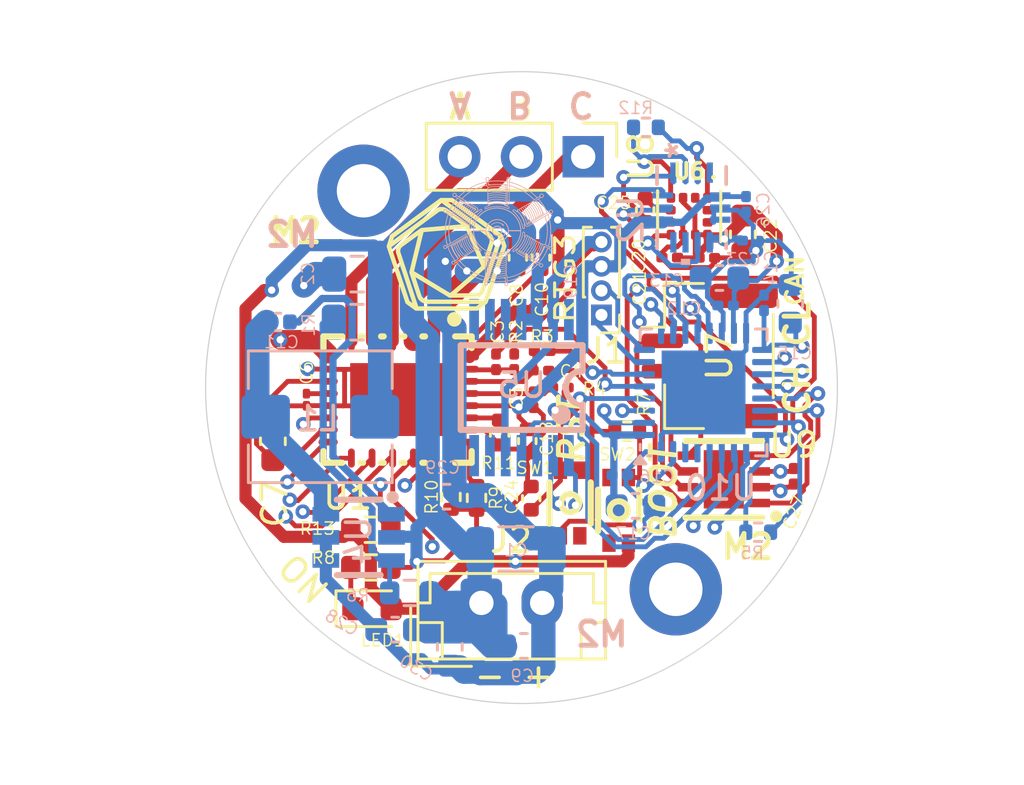
<source format=kicad_pcb>
(kicad_pcb (version 20241229) (generator "pcbnew") (generator_version "9.0")
  (layers (0 "F.Cu" signal) (4 "In1.Cu" signal) (6 "In2.Cu" signal) (2 "B.Cu" signal) (13 "F.Paste" user) (15 "B.Paste" user) (5 "F.SilkS" user "F.Silkscreen") (7 "B.SilkS" user "B.Silkscreen") (1 "F.Mask" user) (3 "B.Mask" user) (25 "Edge.Cuts" user))
  (net 0 "")
  (net 1 "+BATT")
  (net 2 "Net-(U1-SOA)")
  (net 3 "Net-(U1-SOB)")
  (net 4 "Net-(U1-SOC)")
  (net 5 "Net-(U1-GVDD)")
  (net 6 "TI_AVDD")
  (net 7 "Net-(U4-SW)")
  (net 8 "Net-(U4-CB)")
  (net 9 "Net-(U6-C1)")
  (net 10 "Reset")
  (net 11 "Net-(LED1-K)")
  (net 12 "Net-(U4-FB)")
  (net 13 "SOA")
  (net 14 "SOB")
  (net 15 "SOC")
  (net 16 "BOOT0")
  (net 17 "Net-(U1-SDI{slash}GAIN)")
  (net 18 "Net-(U1-SDO{slash}MODE_SR)")
  (net 19 "Net-(U1-nSCS{slash}OCP)")
  (net 24 "TIM1_CH1N")
  (net 25 "TIM1_CH1")
  (net 26 "TI_FAULT")
  (net 27 "PHASE-B")
  (net 28 "PHASE-C")
  (net 29 "TIM1_CH3")
  (net 30 "TIM1_CH3N")
  (net 31 "PHASE-A")
  (net 32 "TIM1_CH2N")
  (net 33 "TIM1_CH2")
  (net 34 "UART_RX")
  (net 35 "UART_TX")
  (net 36 "MOSI1")
  (net 37 "SDA1")
  (net 38 "MSCL")
  (net 39 "NSS1")
  (net 40 "SCL1")
  (net 41 "MISO1")
  (net 43 "SCK1")
  (net 44 "CAN_RX")
  (net 46 "CAN_TX")
  (net 54 "MDRDY")
  (net 55 "MSDA")
  (net 56 "-BATT")
  (net 57 "SHDN")
  (net 58 "STB")
  (net 62 "+3.3V")
  (net 63 "GND")
  (net 65 "/C+")
  (net 66 "/C-")
  (net 67 "Net-(U1-CP)")
  (footprint "Capacitor_SMD:C_0201_0603Metric" (layer "F.Cu") (at 150.13 82.66)
    (property "Reference" "C21")
    (property "Value" "100nF")
  )
  (footprint "Resistor_SMD:R_0402_1005Metric" (layer "F.Cu") (at 139.6 92.5 -90)
    (property "Reference" "R10")
    (property "Value" "3M")
  )
  (footprint "Capacitor_SMD:C_0201_0603Metric" (layer "F.Cu") (at 143 88.5 -90)
    (property "Reference" "C5")
    (property "Value" "100pF")
  )
  (footprint "bldc-motor-footprints:KEY-SMD_4P-L2.6-W1.6-P0.80-LS3.0" (layer "F.Cu") (at 144.5 92.75 90)
    (property "Reference" "SW1")
    (property "Value" "~")
  )
  (footprint "Capacitor_SMD:C_0402_1005Metric" (layer "F.Cu") (at 142.9 92.55 90)
    (property "Reference" "C24")
    (property "Value" "0.1 uF")
  )
  (footprint "Capacitor_SMD:C_0603_1608Metric" (layer "F.Cu") (at 132.27 90.21 -90)
    (property "Reference" "C7")
    (property "Value" "1 uF")
  )
  (footprint "Capacitor_SMD:C_0402_1005Metric" (layer "F.Cu") (at 147.59 80.7 -90)
    (property "Reference" "C25")
    (property "Value" "220nf")
  )
  (footprint "Capacitor_SMD:C_0201_0603Metric" (layer "F.Cu") (at 153.7 91.65 -90)
    (property "Reference" "C27")
    (property "Value" "100 nf")
  )
  (footprint "Connector_PinHeader_2.54mm:PinHeader_1x03_P2.54mm_Vertical" (layer "F.Cu") (at 145.04 78.5 -90)
    (property "Reference" "U8")
    (property "Value" "~")
  )
  (footprint "Capacitor_SMD:C_0201_0603Metric" (layer "F.Cu") (at 143.3 87.3)
    (property "Reference" "C4")
    (property "Value" "100pF")
  )
  (footprint "Resistor_SMD:R_0603_1608Metric" (layer "F.Cu") (at 136.3 95.4)
    (property "Reference" "R8")
    (property "Value" "1k")
  )
  (footprint "Capacitor_SMD:C_0603_1608Metric" (layer "F.Cu") (at 151.61 81.695 -90)
    (property "Reference" "C22")
    (property "Value" "10uF")
  )
  (footprint "Resistor_SMD:R_0201_0603Metric" (layer "F.Cu") (at 143.35 86.5)
    (property "Reference" "R3")
    (property "Value" "600")
  )
  (footprint "Connector_JST:JST_GH_BM02B-GHS-TBT_1x02-1MP_P1.25mm_Vertical" (layer "F.Cu") (at 150.25 86.7 -90)
    (property "Reference" "U7")
    (property "Value" "~")
  )
  (footprint "Resistor_SMD:R_0402_1005Metric" (layer "F.Cu") (at 141.6 89.85 -90)
    (property "Reference" "R11")
    (property "Value" "3M")
  )
  (footprint "Resistor_SMD:R_0201_0603Metric" (layer "F.Cu") (at 144.1 88)
    (property "Reference" "R4")
    (property "Value" "600")
  )
  (footprint "Connector_JST:JST_EH_B2B-EH-A_1x02_P2.50mm_Vertical" (layer "F.Cu") (at 140.85 96.86)
    (property "Reference" "J2")
    (property "Value" "Conn_01x02")
  )
  (footprint "bldc-motor-footprints:VQFN-28_L6.0-W5.0-P0.50-TL-EP4.0" (layer "F.Cu") (at 137.45 88.4925 -90)
    (property "Reference" "U1")
    (property "Value" "C47023655")
  )
  (footprint "Connector_PinHeader_1.00mm:PinHeader_1x04_P1.00mm_Vertical" (layer "F.Cu") (at 145.79 85.01 180)
    (property "Reference" "J1")
    (property "Value" "Conn_01x04_Pin")
  )
  (footprint "Capacitor_SMD:C_0402_1005Metric" (layer "F.Cu") (at 142.74 90.2 90)
    (property "Reference" "C18")
    (property "Value" "0.1 uf 6.3v")
  )
  (footprint "Capacitor_SMD:C_0402_1005Metric" (layer "F.Cu") (at 143.3 82.65 -90)
    (property "Reference" "C10")
    (property "Value" "0.1 uF")
  )
  (footprint "bldc-motor-footprints:PQFN50P200X200X70-12N" (layer "F.Cu") (at 149.4 80.95 -90)
    (property "Reference" "U6")
    (property "Value" "LIS2MDLTR")
  )
  (footprint "Resistor_SMD:R_0201_0603Metric" (layer "F.Cu") (at 142.2 86.94 90)
    (property "Reference" "R2")
    (property "Value" "600")
  )
  (footprint "Resistor_SMD:R_0603_1608Metric" (layer "F.Cu") (at 136.3 93.85 180)
    (property "Reference" "R13")
    (property "Value" "5.1K")
  )
  (footprint "bldc-motor-footprints:KEY-SMD_4P-L2.6-W1.6-P0.80-LS3.0" (layer "F.Cu") (at 146.5 93.05 90)
    (property "Reference" "SW2")
    (property "Value" "~")
  )
  (footprint "Capacitor_SMD:C_0402_1005Metric" (layer "F.Cu") (at 142.35 82.65 -90)
    (property "Reference" "C8")
    (property "Value" "0.1 uf")
  )
  (footprint "MountingHole:MountingHole_2.2mm_M2_DIN965_Pad" (layer "F.Cu") (at 136 79.9)
    (property "Reference" "M2")
    (property "Value" "MountingHole_2.2mm_M2_DIN965_Pad")
  )
  (footprint "Capacitor_SMD:C_0201_0603Metric" (layer "F.Cu") (at 148.6 82.65 180)
    (property "Reference" "C20")
    (property "Value" "100nF")
  )
  (footprint "MountingHole:MountingHole_2.2mm_M2_DIN965_Pad" (layer "F.Cu") (at 148.85 96.3)
    (property "Reference" "M2")
    (property "Value" "MountingHole_2.2mm_M2_DIN965_Pad")
  )
  (footprint "Capacitor_SMD:C_0201_0603Metric" (layer "F.Cu") (at 141.45 86.94 90)
    (property "Reference" "C3")
    (property "Value" "100pF")
  )
  (footprint "bldc-motor-footprints:SON-8_L3.0-W3.0-P0.65-LS2.9-BL-EP" (layer "F.Cu") (at 150.825 91.775 90)
    (property "Reference" "U9")
    (property "Value" "~")
  )
  (footprint "Capacitor_SMD:C_01005_0402Metric" (layer "F.Cu") (at 133.65 88.5 90)
    (property "Reference" "C6")
    (property "Value" "0.1 uF")
  )
  (footprint "Resistor_SMD:R_0402_1005Metric" (layer "F.Cu") (at 146.85 89.8 180)
    (property "Reference" "R7")
    (property "Value" "10k")
  )
  (footprint "LED_SMD:LED_0603_1608Metric" (layer "F.Cu") (at 136.35 97.1)
    (property "Reference" "LED1")
    (property "Value" "~")
  )
  (footprint "Resistor_SMD:R_0402_1005Metric" (layer "F.Cu") (at 140.65 92.54 -90)
    (property "Reference" "R9")
    (property "Value" "3M")
  )
  (footprint "Capacitor_SMD:C_0603_1608Metric" (layer "B.Cu") (at 150.645 83.49)
    (property "Reference" "C13")
    (property "Value" "2.2UF")
  )
  (footprint "Capacitor_SMD:C_0201_0603Metric" (layer "B.Cu") (at 151.74 80.46 -90)
    (property "Reference" "C26")
    (property "Value" "100nF")
  )
  (footprint "Capacitor_SMD:C_0603_1608Metric" (layer "B.Cu") (at 142.6 98.63 180)
    (property "Reference" "C9")
    (property "Value" "10 uf")
  )
  (footprint "NetTie:NetTie-2_SMD_Pad0.5mm" (layer "B.Cu") (at 138.18 94.64 -90)
    (property "Reference" "NT1" (hide yes))
    (property "Value" "NetTie_2" (hide yes))
  )
  (footprint "Capacitor_SMD:C_0201_0603Metric" (layer "B.Cu") (at 151.91 81.95)
    (property "Reference" "C23")
    (property "Value" "100nF")
  )
  (footprint "Capacitor_SMD:C_0201_0603Metric" (layer "B.Cu") (at 146.55 91.6 180)
    (property "Reference" "C16")
    (property "Value" "100 nf")
  )
  (footprint "Capacitor_SMD:C_0603_1608Metric" (layer "B.Cu") (at 139.55 98.67 90)
    (property "Reference" "C30")
    (property "Value" "10 uf")
  )
  (footprint "Capacitor_SMD:C_0603_1608Metric" (layer "B.Cu") (at 147.191023 92.868089 180)
    (property "Reference" "C17")
    (property "Value" "4.7 uf")
  )
  (footprint "Resistor_SMD:R_0402_1005Metric" (layer "B.Cu") (at 147.62 77.29 180)
    (property "Reference" "R12")
    (property "Value" "10kOhm")
  )
  (footprint "Capacitor_SMD:C_0201_0603Metric" (layer "B.Cu") (at 152.48 84.51 -90)
    (property "Reference" "C14")
    (property "Value" "100 nf")
  )
  (footprint "Capacitor_SMD:C_0603_1608Metric" (layer "B.Cu") (at 137.3 97.96)
    (property "Reference" "C28")
    (property "Value" "10 uf")
  )
  (footprint "bldc-motor-footprints:LGA-14L_STM" (layer "B.Cu") (at 149.4989 80.589999 -90)
    (property "Reference" "U2")
    (property "Value" "LSM6DSV16XTR")
  )
  (footprint "bldc-motor-footprints:TSSOP-14_L5.0-W4.4-P0.65-LS6.4-BL" (layer "B.Cu") (at 142.5 88 180)
    (property "Reference" "U5")
    (property "Value" "~")
  )
  (footprint "Resistor_SMD:R_0603_1608Metric" (layer "B.Cu") (at 137.9 96.45)
    (property "Reference" "R6")
    (property "Value" "22.1k")
  )
  (footprint "Capacitor_SMD:C_0402_1005Metric" (layer "B.Cu") (at 132.49 85.3)
    (property "Reference" "C11")
    (property "Value" "0.1 uF")
  )
  (footprint "Capacitor_SMD:C_0201_0603Metric" (layer "B.Cu") (at 150.9 84.62)
    (property "Reference" "C12")
    (property "Value" "100 nf")
  )
  (footprint "Resistor_SMD:R_0402_1005Metric" (layer "B.Cu") (at 152.24 93.95)
    (property "Reference" "R5")
    (property "Value" "10kOhm")
  )
  (footprint "Capacitor_SMD:C_0201_0603Metric" (layer "B.Cu") (at 143.45 83.7)
    (property "Reference" "C19")
    (property "Value" "100 nf")
  )
  (footprint "Capacitor_SMD:C_0805_2012Metric" (layer "B.Cu") (at 135.73 85.31 180)
    (property "Reference" "R1")
    (property "Value" "69.8 k")
  )
  (footprint "Capacitor_SMD:C_0603_1608Metric" (layer "B.Cu") (at 153.56 84.55 -90)
    (property "Reference" "C15")
    (property "Value" "4.7 uf")
  )
  (footprint "Capacitor_SMD:C_0805_2012Metric" (layer "B.Cu") (at 135.74 83.33 180)
    (property "Reference" "C2")
    (property "Value" "22uF/10v")
  )
  (footprint "Capacitor_SMD:C_0603_1608Metric" (layer "B.Cu") (at 139.415 92.49 180)
    (property "Reference" "C29")
    (property "Value" "10 uf")
  )
  (footprint "bldc-motor-footprints:SOT-23-6_L2.9-W1.6-P0.95-LS2.8-BR" (layer "B.Cu") (at 135.8 94.164)
    (property "Reference" "U4")
    (property "Value" "~")
  )
  (footprint "Capacitor_SMD:C_1206_3216Metric" (layer "B.Cu") (at 142.27 94.64 180)
    (property "Reference" "C1")
    (property "Value" "2.2UF")
  )
  (footprint "Inductor_SMD:L_Bourns_SRP5030T" (layer "B.Cu") (at 134.22 89.2)
    (property "Reference" "L1")
    (property "Value" "22uH")
  )
  (footprint "Package_DFN_QFN:QFN-32-1EP_5x5mm_P0.5mm_EP3.45x3.45mm" (layer "B.Cu") (at 149.9925 88.2)
    (property "Reference" "U10")
    (property "Value" "STM32G431KBUx")
  )
  (gr_poly (pts (xy 139.418144 80.268894) (xy 139.190822 80.268924) (xy 139.132581 80.311448) (xy 139.014832 80.397732) (xy 138.89622 80.484945) (xy 138.846177 80.521626) (xy 138.808858 80.548794) (xy 138.707106 80.623271) (xy 138.564542 80.728196) (xy 138.534779 80.750047) (xy 138.507044 80.770228) (xy 138.483171 80.787619) (xy 138.449635 80.812331) (xy 138.33746 80.895627) (xy 138.273684 80.94285) (xy 138.202134 80.995532) (xy 138.084385 81.082151) (xy 137.92344 81.200704) (xy 137.755047 81.324831) (xy 137.681612 81.378883) (xy 137.615774 81.427328) (xy 137.565129 81.464655) (xy 137.461308 81.54109) (xy 137.209574 81.726145) (xy 137.157627 81.764129) (xy 137.144506 81.80591) (xy 137.087839 81.988231) (xy 137.035529 82.156934) (xy 137.032108 82.168245) (xy 137.029273 82.178222) (xy 137.028168 82.182372) (xy 137.02732 82.185784) (xy 137.026765 82.188323) (xy 137.026542 82.189853) (xy 137.026581 82.190515) (xy 137.026741 82.191506) (xy 137.027016 82.192807) (xy 137.027399 82.194397) (xy 137.028466 82.198366) (xy 137.029895 82.203253) (xy 137.031637 82.2089) (xy 137.033645 82.215145) (xy 137.03587 82.221829) (xy 137.038265 82.228793) (xy 137.268298 82.912483) (xy 137.700615 84.210264) (xy 137.789713 84.476661) (xy 137.79722 84.497431) (xy 137.876156 84.553884) (xy 137.955779 84.610989) (xy 138.009536 84.650091) (xy 138.091833 84.710368) (xy 138.162735 84.762291) (xy 139.408593 84.762501) (xy 140.665536 84.761706) (xy 140.665537 84.761715) (xy 140.667265 84.76152) (xy 140.668958 84.761237) (xy 140.670649 84.760847) (xy 140.672369 84.76033) (xy 140.674153 84.759668) (xy 140.676032 84.758842) (xy 140.67804 84.757831) (xy 140.68021 84.756618) (xy 140.682574 84.755182) (xy 140.685165 84.753505) (xy 140.688016 84.751567) (xy 140.691159 84.74935) (xy 140.694629 84.746834) (xy 140.698457 84.744) (xy 140.707319 84.737301) (xy 140.781064 84.681034) (xy 140.867446 84.61529) (xy 140.964395 84.541846) (xy 140.987186 84.524493) (xy 141.007312 84.508952) (xy 141.022592 84.496919) (xy 141.027733 84.492749) (xy 141.030846 84.490093) (xy 141.031741 84.489249) (xy 141.03219 84.488779) (xy 141.032652 84.488244) (xy 141.033133 84.487622) (xy 141.033642 84.486888) (xy 141.034188 84.486018) (xy 141.034779 84.484988) (xy 141.035422 84.483774) (xy 141.035428 84.483762) (xy 140.990224 84.483762) (xy 140.966676 84.500762) (xy 140.948941 84.513866) (xy 140.91806 84.536979) (xy 140.834242 84.600181) (xy 140.697502 84.70366) (xy 140.686287 84.712065) (xy 140.676342 84.719383) (xy 140.668747 84.724827) (xy 140.666169 84.726601) (xy 140.664583 84.727611) (xy 140.64807 84.728349) (xy 140.599052 84.728946) (xy 140.389596 84.729745) (xy 139.427701 84.729946) (xy 138.195883 84.729388) (xy 138.153645 84.602778) (xy 138.08899 84.407972) (xy 138.023436 84.20775) (xy 137.944556 83.965923) (xy 137.890171 83.798795) (xy 137.847536 83.668385) (xy 137.796871 83.513919) (xy 137.739914 83.340461) (xy 137.688008 83.182197) (xy 137.638608 83.031529) (xy 137.467872 82.511155) (xy 137.437196 82.417463) (xy 137.437225 82.390808) (xy 137.437405 82.378486) (xy 137.437922 82.366435) (xy 137.438778 82.354652) (xy 137.439974 82.343132) (xy 137.441509 82.331872) (xy 137.443387 82.320869) (xy 137.445606 82.310118) (xy 137.448168 82.299617) (xy 137.451074 82.289362) (xy 137.454326 82.27935) (xy 137.457922 82.269576) (xy 137.461866 82.260037) (xy 137.466157 82.25073) (xy 137.470796 82.241651) (xy 137.475785 82.232796) (xy 137.481124 82.224163) (xy 137.485716 82.217222) (xy 137.490304 82.21063) (xy 137.494955 82.204323) (xy 137.499738 82.198235) (xy 137.504721 82.192303) (xy 137.509972 82.186462) (xy 137.515559 82.180647) (xy 137.52155 82.174794) (xy 137.528012 82.168838) (xy 137.535015 82.162715) (xy 137.542626 82.156361) (xy 137.550914 82.149709) (xy 137.559945 82.142697) (xy 137.56979 82.13526) (xy 137.592187 82.118851) (xy 137.732258 82.017442) (xy 137.88799 81.904718) (xy 138.028529 81.803038) (xy 138.200403 81.67911) (xy 138.267207 81.630905) (xy 138.321588 81.591171) (xy 138.339367 81.578183) (xy 138.354115 81.567735) (xy 138.359872 81.563796) (xy 138.364295 81.560891) (xy 138.367193 81.559154) (xy 138.36801 81.558765) (xy 138.368373 81.558717) (xy 138.36842 81.55885) (xy 138.368433 81.559118) (xy 138.368361 81.560044) (xy 138.367839 81.563362) (xy 138.366856 81.568449) (xy 138.36546 81.575084) (xy 138.363699 81.583046) (xy 138.36162 81.592113) (xy 138.359272 81.602064) (xy 138.356701 81.612678) (xy 138.293131 81.873033) (xy 138.260254 82.007241) (xy 138.217097 82.183231) (xy 138.152671 82.446583) (xy 138.146107 82.472871) (xy 138.138993 82.502292) (xy 138.123202 82.56798) (xy 138.08166 82.739056) (xy 138.055116 82.849208) (xy 138.043958 82.895666) (xy 138.028481 82.95936) (xy 138.005907 83.052333) (xy 137.993056 83.107495) (xy 137.984765 83.142939) (xy 137.974133 83.187261) (xy 137.964988 83.225303) (xy 137.96027 83.245647) (xy 137.959984 83.247093) (xy 137.959876 83.24781) (xy 137.959806 83.248575) (xy 137.959786 83.249424) (xy 137.959827 83.250397) (xy 137.959942 83.25153) (xy 137.960141 83.252862) (xy 137.960435 83.254431) (xy 137.960838 83.256274) (xy 137.961359 83.258429) (xy 137.96201 83.260935) (xy 137.962803 83.263829) (xy 137.96375 83.26715) (xy 137.964862 83.270934) (xy 137.96615 83.275221) (xy 137.967626 83.280047) (xy 137.969302 83.285451) (xy 137.973297 83.298145) (xy 137.978228 83.313605) (xy 137.984186 83.332135) (xy 137.991265 83.354037) (xy 137.999555 83.379616) (xy 138.020138 83.443016) (xy 138.132441 83.788666) (xy 138.181817 83.940599) (xy 138.250468 84.149585) (xy 138.273176 84.216568) (xy 138.286821 84.254607) (xy 138.295677 84.275463) (xy 138.305674 84.295456) (xy 138.316791 84.314568) (xy 138.329011 84.332784) (xy 138.342312 84.350089) (xy 138.356677 84.366465) (xy 138.372085 84.381897) (xy 138.388518 84.39637) (xy 138.405955 84.409866) (xy 138.424377 84.42237) (xy 138.443766 84.433867) (xy 138.464101 84.444339) (xy 138.485364 84.453771) (xy 138.507534 84.462147) (xy 138.530592 84.46945) (xy 138.55452 84.475666) (xy 138.578024 84.481134) (xy 139.784124 84.482448) (xy 140.990224 84.483762) (xy 141.035428 84.483762) (xy 141.036125 84.482353) (xy 141.036898 84.480701) (xy 141.037748 84.478793) (xy 141.038683 84.476606) (xy 141.039711 84.474115) (xy 141.04084 84.471297) (xy 141.042079 84.468129) (xy 141.044919 84.460642) (xy 141.048294 84.451463) (xy 141.05227 84.440402) (xy 141.056912 84.427266) (xy 141.062285 84.411864) (xy 141.068454 84.394006) (xy 141.075485 84.373498) (xy 141.083441 84.35015) (xy 141.092389 84.323771) (xy 141.102393 84.294169) (xy 141.113519 84.261153) (xy 141.125831 84.224531) (xy 141.154275 84.139705) (xy 141.188246 84.038158) (xy 141.228264 83.918361) (xy 141.274851 83.778782) (xy 141.389809 83.434153) (xy 141.759683 82.326302) (xy 141.775691 82.278878) (xy 141.78519 82.2502) (xy 141.787874 82.242104) (xy 141.791588 82.231388) (xy 141.79584 82.21945) (xy 141.80014 82.207684) (xy 141.810226 82.180495) (xy 141.809387 82.178013) (xy 141.775045 82.178013) (xy 141.757197 82.229367) (xy 141.377877 83.364516) (xy 141.016403 84.448312) (xy 140.900002 84.449632) (xy 139.684612 84.450787) (xy 138.75 84.45) (xy 138.604832 84.448701) (xy 138.565173 84.446371) (xy 138.565169 84.446371) (xy 138.552519 84.44351) (xy 138.540034 84.440221) (xy 138.527724 84.436509) (xy 138.515599 84.432381) (xy 138.50367 84.427842) (xy 138.491947 84.422897) (xy 138.48044 84.417552) (xy 138.469161 84.411813) (xy 138.458118 84.405685) (xy 138.447324 84.399173) (xy 138.436788 84.392283) (xy 138.42652 84.385021) (xy 138.416532 84.377392) (xy 138.406832 84.369402) (xy 138.397433 84.361055) (xy 138.388343 84.352359) (xy 138.381234 84.345083) (xy 138.374402 84.337651) (xy 138.367843 84.330057) (xy 138.361554 84.322294) (xy 138.35553 84.314355) (xy 138.349768 84.306234) (xy 138.344264 84.297925) (xy 138.339015 84.289421) (xy 138.334016 84.280717) (xy 138.329263 84.271804) (xy 138.324753 84.262678) (xy 138.320482 84.253331) (xy 138.316446 84.243757) (xy 138.312641 84.23395) (xy 138.309063 84.223903) (xy 138.30571 84.213611) (xy 138.302158 84.20237) (xy 138.2985 84.191074) (xy 138.295164 84.181034) (xy 138.292583 84.173565) (xy 138.274644 84.120409) (xy 138.239096 84.012314) (xy 138.124821 83.660788) (xy 138.061428 83.465806) (xy 138.017169 83.329066) (xy 138.01391 83.318784) (xy 138.010891 83.309508) (xy 138.008447 83.302256) (xy 138.006916 83.298046) (xy 138.006677 83.297436) (xy 138.00647 83.29685) (xy 138.006293 83.29629) (xy 138.006148 83.295758) (xy 138.006035 83.295256) (xy 138.005952 83.294787) (xy 138.005901 83.294353) (xy 138.005881 83.293955) (xy 138.005893 83.293596) (xy 138.005936 83.293277) (xy 138.00601 83.293002) (xy 138.006059 83.292882) (xy 138.006116 83.292772) (xy 138.006181 83.292675) (xy 138.006254 83.29259) (xy 138.006334 83.292517) (xy 138.006423 83.292457) (xy 138.006519 83.29241) (xy 138.006624 83.292376) (xy 138.006736 83.292355) (xy 138.006856 83.292348) (xy 138.007407 83.292542) (xy 138.008569 83.293109) (xy 138.012599 83.295292) (xy 138.018682 83.298742) (xy 138.026558 83.303308) (xy 138.046637 83.315171) (xy 138.07074 83.329658) (xy 138.220284 83.420185) (xy 138.39121 83.52382) (xy 138.521052 83.602622) (xy 138.646397 83.678584) (xy 138.941402 83.857057) (xy 139.03003 83.91073) (xy 139.378212 84.121585) (xy 139.444625 84.161828) (xy 139.518751 84.207445) (xy 139.547872 84.225475) (xy 140.0961 84.224662) (xy 140.439263 84.224023) (xy 140.612405 84.222312) (xy 140.655975 84.220525) (xy 140.681948 84.217835) (xy 140.698628 84.214029) (xy 140.714317 84.208896) (xy 140.732603 84.202278) (xy 140.750267 84.194579) (xy 140.767288 84.18582) (xy 140.78365 84.176023) (xy 140.799331 84.165207) (xy 140.814314 84.153393) (xy 140.828579 84.140603) (xy 140.842107 84.126855) (xy 140.854879 84.112172) (xy 140.866876 84.096573) (xy 140.878079 84.08008) (xy 140.888469 84.062712) (xy 140.898027 84.044491) (xy 140.906733 84.025437) (xy 140.914569 84.005571) (xy 140.921515 83.984913) (xy 141.168404 83.236639) (xy 141.344039 82.711201) (xy 141.536627 82.135118) (xy 141.577443 82.014837) (xy 141.631993 81.854778) (xy 141.643895 81.821036) (xy 141.64832 81.810144) (xy 141.648442 81.810095) (xy 141.648602 81.810163) (xy 141.648798 81.810346) (xy 141.649031 81.810641) (xy 141.649599 81.811556) (xy 141.650297 81.812886) (xy 141.651115 81.814609) (xy 141.652046 81.816704) (xy 141.654209 81.821917) (xy 141.656715 81.828349) (xy 141.659492 81.835823) (xy 141.662469 81.844163) (xy 141.665577 81.853192) (xy 141.727946 82.038184) (xy 141.775045 82.178013) (xy 141.809387 82.178013) (xy 141.78225 82.097667) (xy 141.74195 81.97812) (xy 141.704277 81.867583) (xy 141.672106 81.774709) (xy 141.670268 81.769579) (xy 141.627187 81.769579) (xy 141.626751 81.770607) (xy 141.619359 81.791115) (xy 141.60207 81.841115) (xy 141.554603 81.980655) (xy 141.519085 82.085742) (xy 141.013257 83.601283) (xy 140.90308 83.933576) (xy 140.879995 84.00104) (xy 140.869699 84.028125) (xy 140.862092 84.043606) (xy 140.85368 84.058456) (xy 140.844486 84.072655) (xy 140.834536 84.086185) (xy 140.823854 84.099025) (xy 140.812464 84.111156) (xy 140.800391 84.12256) (xy 140.78766 84.133216) (xy 140.774295 84.143106) (xy 140.76032 84.152211) (xy 140.745759 84.16051) (xy 140.730639 84.167985) (xy 140.714982 84.174617) (xy 140.698813 84.180386) (xy 140.682157 84.185272) (xy 140.665039 84.189258) (xy 140.654041 84.189911) (xy 140.627601 84.190532) (xy 140.528273 84.191678) (xy 140.366804 84.1927) (xy 140.142942 84.1936) (xy 139.632064 84.195814) (xy 139.631967 84.195839) (xy 139.631871 84.195858) (xy 139.631776 84.195871) (xy 139.631683 84.195878) (xy 139.631591 84.195879) (xy 139.631501 84.195875) (xy 139.631413 84.195865) (xy 139.631327 84.19585) (xy 139.631243 84.195829) (xy 139.631161 84.195804) (xy 139.631082 84.195773) (xy 139.631004 84.195737) (xy 139.63093 84.195696) (xy 139.630858 84.195651) (xy 139.630789 84.1956) (xy 139.630723 84.195546) (xy 139.63066 84.195486) (xy 139.6306 84.195423) (xy 139.630544 84.195355) (xy 139.630491 84.195283) (xy 139.630441 84.195207) (xy 139.630395 84.195127) (xy 139.630353 84.195044) (xy 139.630315 84.194956) (xy 139.630281 84.194865) (xy 139.630251 84.194771) (xy 139.630225 84.194673) (xy 139.630204 84.194572) (xy 139.630187 84.194468) (xy 139.630175 84.19436) (xy 139.630168 84.19425) (xy 139.630165 84.194137) (xy 139.630229 84.19388) (xy 139.630427 84.193517) (xy 139.631237 84.192459) (xy 139.63263 84.190933) (xy 139.634643 84.188906) (xy 139.63731 84.186347) (xy 139.640668 84.183224) (xy 139.644751 84.179506) (xy 139.649597 84.175159) (xy 139.661716 84.164457) (xy 139.677309 84.150864) (xy 139.696662 84.134124) (xy 139.720059 84.113985) (xy 140.131547 83.758304) (xy 140.214075 83.686872) (xy 140.399968 83.526581) (xy 140.510124 83.431622) (xy 140.552912 83.394527) (xy 140.595984 83.3569) (xy 140.634357 83.323325) (xy 140.665847 83.29597) (xy 140.949881 83.049255) (xy 140.950768 83.048444) (xy 140.951621 83.047621) (xy 140.952456 83.046743) (xy 140.953288 83.045766) (xy 140.954133 83.044647) (xy 140.955008 83.043343) (xy 140.955926 83.04181) (xy 140.956905 83.040005) (xy 140.95796 83.037884) (xy 140.959107 83.035405) (xy 140.96036 83.032524) (xy 140.961737 83.029197) (xy 140.963253 83.025382) (xy 140.964922 83.021034) (xy 140.966324 83.017283) (xy 140.934239 83.017283) (xy 140.934143 83.017675) (xy 140.933847 83.018223) (xy 140.933332 83.018946) (xy 140.932578 83.019861) (xy 140.930278 83.022331) (xy 140.926793 83.02577) (xy 140.921969 83.030314) (xy 140.915653 83.0361) (xy 140.907689 83.043264) (xy 140.897925 83.051942) (xy 140.872378 83.074385) (xy 140.83778 83.104519) (xy 140.792898 83.143434) (xy 140.736501 83.192221) (xy 140.613437 83.298778) (xy 140.546832 83.356936) (xy 140.504694 83.393638) (xy 140.444277 83.445805) (xy 140.088401 83.753164) (xy 139.749426 84.046587) (xy 139.705258 84.084713) (xy 139.654529 84.128885) (xy 139.612006 84.165962) (xy 139.597704 84.178262) (xy 139.587174 84.187121) (xy 139.579765 84.193075) (xy 139.574825 84.196662) (xy 139.571705 84.19842) (xy 139.570623 84.198781) (xy 139.569752 84.198887) (xy 139.569048 84.198672) (xy 139.567678 84.198042) (xy 139.563081 84.195621) (xy 139.556254 84.191793) (xy 139.547486 84.186728) (xy 139.537069 84.180596) (xy 139.525294 84.173567) (xy 139.512451 84.165811) (xy 139.498831 84.157496) (xy 139.498832 84.157497) (xy 139.383613 84.087402) (xy 139.213613 83.984881) (xy 139.173556 83.960614) (xy 139.11992 83.927935) (xy 138.984446 83.845681) (xy 138.657788 83.648221) (xy 138.481797 83.54182) (xy 138.321001 83.444283) (xy 138.265244 83.410287) (xy 138.179196 83.358219) (xy 138.04299 83.275777) (xy 138.011303 83.256297) (xy 137.99846 83.247997) (xy 137.998043 83.247684) (xy 137.997653 83.247378) (xy 137.997293 83.247073) (xy 137.996961 83.246765) (xy 137.99666 83.246445) (xy 137.996389 83.24611) (xy 137.996265 83.245934) (xy 137.996149 83.245752) (xy 137.99604 83.245563) (xy 137.99594 83.245366) (xy 137.995848 83.24516) (xy 137.995763 83.244945) (xy 137.995687 83.244721) (xy 137.99562 83.244485) (xy 137.99556 83.244237) (xy 137.995509 83.243978) (xy 137.995466 83.243705) (xy 137.995432 83.243419) (xy 137.995407 83.243118) (xy 137.99539 83.242802) (xy 137.995382 83.24212) (xy 137.99541 83.241369) (xy 137.995474 83.240541) (xy 137.995575 83.239631) (xy 137.995713 83.238633) (xy 137.995888 83.237542) (xy 137.996102 83.23635) (xy 137.996355 83.235052) (xy 137.996648 83.233642) (xy 137.99698 83.232115) (xy 137.997353 83.230463) (xy 137.997767 83.228682) (xy 137.998223 83.226765) (xy 137.999262 83.222499) (xy 138.000475 83.217618) (xy 138.001866 83.212074) (xy 138.005593 83.196992) (xy 138.009715 83.179887) (xy 138.01373 83.162859) (xy 138.017137 83.148011) (xy 138.024062 83.117846) (xy 138.030715 83.08977) (xy 138.051341 83.003674) (xy 138.06242 82.957555) (xy 138.069163 82.930239) (xy 138.084023 82.869502) (xy 138.101074 82.797297) (xy 138.103373 82.787449) (xy 138.105786 82.777482) (xy 138.108027 82.76856) (xy 138.109808 82.761846) (xy 138.11396 82.745715) (xy 138.120817 82.717761) (xy 138.129383 82.682095) (xy 138.138659 82.642831) (xy 138.147911 82.60442) (xy 138.162655 82.544073) (xy 138.176708 82.486331) (xy 138.184297 82.454179) (xy 138.185816 82.447473) (xy 138.187744 82.439508) (xy 138.189835 82.431282) (xy 138.191841 82.423792) (xy 138.194547 82.413505) (xy 138.198545 82.397663) (xy 138.203296 82.378426) (xy 138.208262 82.357954) (xy 138.221855 82.302253) (xy 138.237877 82.237673) (xy 138.251909 82.180904) (xy 138.260715 82.143981) (xy 138.265397 82.123108) (xy 138.268663 82.108971) (xy 138.271568 82.097145) (xy 138.27516 82.083207) (xy 138.282198 82.055139) (xy 138.291713 82.016103) (xy 138.324783 81.880628) (xy 138.36552 81.714767) (xy 138.38119 81.651295) (xy 138.392263 81.607147) (xy 138.399428 81.578992) (xy 138.4057 81.553971) (xy 138.411336 81.531181) (xy 138.466825 81.526937) (xy 138.551158 81.520235) (xy 138.613474 81.514689) (xy 138.698494 81.506695) (xy 138.723184 81.504611) (xy 138.741351 81.503327) (xy 138.75249 81.502564) (xy 138.765036 81.501581) (xy 138.77745 81.500507) (xy 138.788197 81.499467) (xy 138.80344 81.498033) (xy 138.828096 81.495882) (xy 138.892019 81.490597) (xy 138.974166 81.483771) (xy 139.05788 81.476476) (xy 139.226273 81.461544) (xy 139.292729 81.455575) (xy 139.335159 81.451482) (xy 139.354504 81.449496) (xy 139.377998 81.447344) (xy 139.409036 81.444731) (xy 139.451009 81.441361) (xy 139.464752 81.440207) (xy 139.47924 81.438884) (xy 139.492748 81.437555) (xy 139.503553 81.436382) (xy 139.514308 81.435201) (xy 139.52768 81.433848) (xy 139.541966 81.432492) (xy 139.555463 81.431298) (xy 139.630164 81.424816) (xy 139.817549 81.40841) (xy 139.921371 81.399612) (xy 139.962266 81.39611) (xy 139.994806 81.393193) (xy 140.065173 81.386621) (xy 140.106224 81.382975) (xy 140.189787 81.375555) (xy 140.210074 81.373865) (xy 140.226935 81.37273) (xy 140.233531 81.372403) (xy 140.238613 81.372251) (xy 140.241959 81.372287) (xy 140.242913 81.37238) (xy 140.24335 81.372525) (xy 140.2437 81.372974) (xy 140.244196 81.37382) (xy 140.244895 81.375198) (xy 140.245856 81.377243) (xy 140.247134 81.380093) (xy 140.248789 81.383882) (xy 140.253454 81.394822) (xy 140.260311 81.41115) (xy 140.269819 81.433952) (xy 140.298624 81.503326) (xy 140.324055 81.564013) (xy 140.355701 81.638801) (xy 140.456972 81.879363) (xy 140.515127 82.017615) (xy 140.563387 82.13132) (xy 140.59784 82.212296) (xy 140.622799 82.271859) (xy 140.644826 82.324727) (xy 140.672229 82.389607) (xy 140.71675 82.495399) (xy 140.779931 82.646629) (xy 140.890398 82.911487) (xy 140.927619 82.999557) (xy 140.928953 83.002603) (xy 140.930197 83.005558) (xy 140.931323 83.008347) (xy 140.932305 83.0109) (xy 140.933114 83.013142) (xy 140.933724 83.015002) (xy 140.934109 83.016407) (xy 140.934207 83.016915) (xy 140.934239 83.017283) (xy 140.966324 83.017283) (xy 140.966762 83.016111) (xy 140.968788 83.010569) (xy 140.971015 83.004365) (xy 140.973459 82.997455) (xy 140.976136 82.989797) (xy 140.979061 82.981346) (xy 140.985721 82.961894) (xy 140.993563 82.938753) (xy 141.002713 82.911577) (xy 141.013296 82.880017) (xy 141.039266 82.802363) (xy 141.193157 82.337953) (xy 141.275085 82.083209) (xy 141.278695 82.070341) (xy 141.282066 82.057258) (xy 141.285162 82.044141) (xy 141.287946 82.031174) (xy 141.290381 82.018539) (xy 141.292429 82.006418) (xy 141.294053 81.994995) (xy 141.295215 81.984452) (xy 141.295547 81.979645) (xy 141.295718 81.974319) (xy 141.295603 81.962361) (xy 141.295502 81.960396) (xy 141.259613 81.960396) (xy 141.259507 81.979252) (xy 141.259316 81.987491) (xy 141.258993 81.99516) (xy 141.258508 82.002427) (xy 141.257831 82.009457) (xy 141.256932 82.016418) (xy 141.255781 82.023476) (xy 141.254349 82.030798) (xy 141.252604 82.038551) (xy 141.250518 82.046903) (xy 141.248059 82.056019) (xy 141.241908 82.077212) (xy 141.233909 82.103467) (xy 141.136124 82.40459) (xy 140.99201 82.839617) (xy 140.969842 82.905247) (xy 140.956024 82.944402) (xy 140.951737 82.95542) (xy 140.948927 82.961461) (xy 140.948013 82.962786) (xy 140.947391 82.963072) (xy 140.947036 82.962388) (xy 140.946924 82.960802) (xy 140.946925 82.9608) (xy 140.946775 82.960208) (xy 140.946336 82.958941) (xy 140.944648 82.954526) (xy 140.938447 82.939186) (xy 140.929269 82.917086) (xy 140.918063 82.890531) (xy 140.883152 82.807608) (xy 140.839747 82.703605) (xy 140.759471 82.511155) (xy 140.657596 82.268061) (xy 140.623979 82.188391) (xy 140.580374 82.085741) (xy 140.538442 81.986809) (xy 140.508843 81.916081) (xy 140.460092 81.799219) (xy 140.384796 81.621076) (xy 140.355071 81.550751) (xy 140.334146 81.500795) (xy 140.283818 81.379449) (xy 140.273596 81.355355) (xy 140.268931 81.345137) (xy 140.267965 81.34336) (xy 140.267417 81.342468) (xy 140.266806 81.341558) (xy 140.266537 81.341191) (xy 140.218908 81.341191) (xy 140.187255 81.344261) (xy 140.133659 81.349088) (xy 140.049248 81.35638) (xy 139.904911 81.368988) (xy 139.867671 81.372332) (xy 139.831476 81.375372) (xy 139.793354 81.378476) (xy 139.759856 81.381374) (xy 139.7264 81.384476) (xy 139.688405 81.388192) (xy 139.643189 81.392514) (xy 139.607374 81.395645) (xy 139.513062 81.40344) (xy 139.431384 81.410972) (xy 139.34843 81.419014) (xy 139.294643 81.423707) (xy 139.255774 81.427078) (xy 139.208547 81.431412) (xy 139.157602 81.436029) (xy 139.10979 81.44008) (xy 139.061235 81.444158) (xy 139.008501 81.44884) (xy 138.915187 81.457244) (xy 138.832511 81.464096) (xy 138.77605 81.468744) (xy 138.727423 81.472904) (xy 138.68326 81.476714) (xy 138.637529 81.480524) (xy 138.532441 81.489412) (xy 138.431767 81.497981) (xy 138.423179 81.498732) (xy 138.415042 81.499531) (xy 138.407545 81.500353) (xy 138.400874 81.501173) (xy 138.395215 81.501966) (xy 138.390757 81.502709) (xy 138.387685 81.503377) (xy 138.386727 81.503675) (xy 138.386187 81.503945) (xy 138.360525 81.523209) (xy 138.315664 81.556212) (xy 138.264446 81.593552) (xy 138.219711 81.625829) (xy 138.093099 81.716921) (xy 137.951294 81.819416) (xy 137.579056 82.088843) (xy 137.54838 82.111587) (xy 137.534928 82.121997) (xy 137.522621 82.131886) (xy 137.511373 82.141343) (xy 137.5011 82.150459) (xy 137.491716 82.159322) (xy 137.483136 82.168022) (xy 137.475275 82.176649) (xy 137.468049 82.185293) (xy 137.461371 82.194043) (xy 137.455158 82.202988) (xy 137.449323 82.212219) (xy 137.443783 82.221825) (xy 137.438451 82.231896) (xy 137.433244 82.242521) (xy 137.429506 82.250841) (xy 137.426011 82.259486) (xy 137.422763 82.268427) (xy 137.419767 82.277634) (xy 137.417029 82.287079) (xy 137.414553 82.296731) (xy 137.412346 82.306563) (xy 137.410411 82.316544) (xy 137.408756 82.326645) (xy 137.407384 82.336837) (xy 137.406301 82.347091) (xy 137.405512 82.357378) (xy 137.405022 82.367668) (xy 137.404837 82.377932) (xy 137.404962 82.38814) (xy 137.405402 82.398265) (xy 137.406049 82.407798) (xy 137.40645 82.412113) (xy 137.406953 82.416327) (xy 137.407599 82.420589) (xy 137.408424 82.425048) (xy 137.409468 82.429855) (xy 137.410769 82.43516) (xy 137.412366 82.441112) (xy 137.414297 82.447861) (xy 137.416601 82.455557) (xy 137.419317 82.46435) (xy 137.426136 82.485824) (xy 137.435064 82.513481) (xy 137.604852 83.031528) (xy 137.660142 83.199922) (xy 137.710392 83.353122) (xy 137.767758 83.527846) (xy 137.820892 83.689909) (xy 137.885511 83.887423) (xy 137.928464 84.019099) (xy 137.951116 84.088735) (xy 137.984099 84.190025) (xy 138.02176 84.305241) (xy 138.111607 84.578479) (xy 138.155521 84.708499) (xy 138.155906 84.709278) (xy 138.156248 84.71002) (xy 138.156547 84.710722) (xy 138.156803 84.711382) (xy 138.157016 84.712) (xy 138.157185 84.712572) (xy 138.15731 84.713098) (xy 138.157391 84.713576) (xy 138.157428 84.714005) (xy 138.157421 84.714381) (xy 138.157368 84.714704) (xy 138.157325 84.714846) (xy 138.157271 84.714973) (xy 138.157205 84.715086) (xy 138.157128 84.715184) (xy 138.15704 84.715269) (xy 138.15694 84.715338) (xy 138.156829 84.715392) (xy 138.156706 84.715431) (xy 138.156572 84.715455) (xy 138.156427 84.715462) (xy 138.156253 84.715433) (xy 138.156004 84.715347) (xy 138.15529 84.715007) (xy 138.154302 84.714454) (xy 138.153057 84.7137) (xy 138.149861 84.711634) (xy 138.145834 84.708901) (xy 138.14111 84.705592) (xy 138.13582 84.701799) (xy 138.130098 84.697612) (xy 138.124076 84.693125) (xy 138.111641 84.683825) (xy 138.099746 84.675016) (xy 138.08974 84.66769) (xy 138.082971 84.662842) (xy 138.076948 84.658589) (xy 138.068973 84.652883) (xy 138.051318 84.640098) (xy 138.010605 84.610692) (xy 137.941167 84.560774) (xy 137.873816 84.512313) (xy 137.838121 84.486408) (xy 137.836714 84.485449) (xy 137.835467 84.484745) (xy 137.833296 84.483668) (xy 137.832296 84.483077) (xy 137.831299 84.482305) (xy 137.830269 84.481246) (xy 137.829165 84.479789) (xy 137.82795 84.477826) (xy 137.826585 84.475249) (xy 137.825031 84.471949) (xy 137.823248 84.467817) (xy 137.818846 84.456623) (xy 137.813067 84.440797) (xy 137.805602 84.419471) (xy 137.796141 84.391775) (xy 137.769993 84.313797) (xy 137.680113 84.043155) (xy 137.064054 82.201486) (xy 137.060102 82.19062) (xy 137.1189 82.146873) (xy 137.214086 82.076201) (xy 137.357041 81.970467) (xy 137.476056 81.882396) (xy 137.498647 81.865759) (xy 137.507545 81.859305) (xy 137.513219 81.85528) (xy 137.520157 81.850312) (xy 137.532496 81.841288) (xy 137.54849 81.82949) (xy 137.566396 81.816201) (xy 137.610338 81.783628) (xy 137.653757 81.751636) (xy 137.749982 81.680732) (xy 137.846207 81.609778) (xy 138.04695 81.461268) (xy 138.302009 81.271643) (xy 138.482114 81.137865) (xy 138.652723 81.012075) (xy 138.742617 80.945855) (xy 138.819755 80.889273) (xy 138.919873 80.816209) (xy 139.009206 80.750991) (xy 139.060412 80.713275) (xy 139.06805 80.707581) (xy 139.071352 80.705197) (xy 139.074394 80.70308) (xy 139.077238 80.701199) (xy 139.079949 80.699522) (xy 139.082589 80.69802) (xy 139.085221 80.696661) (xy 139.087909 80.695415) (xy 139.090715 80.694249) (xy 139.093704 80.693134) (xy 139.096938 80.692038) (xy 139.10048 80.69093) (xy 139.104394 80.68978) (xy 139.113589 80.687227) (xy 139.129066 80.683123) (xy 139.142348 80.679883) (xy 139.154108 80.677413) (xy 139.159627 80.676438) (xy 139.165017 80.67562) (xy 139.170364 80.674948) (xy 139.17575 80.67441) (xy 139.18126 80.673994) (xy 139.186978 80.67369) (xy 139.199375 80.673367) (xy 139.213612 80.673347) (xy 139.228906 80.673687) (xy 139.243302 80.674526) (xy 139.250222 80.675142) (xy 139.25699 80.675896) (xy 139.26363 80.676791) (xy 139.270165 80.677831) (xy 139.276619 80.67902) (xy 139.283017 80.680363) (xy 139.289383 80.681863) (xy 139.295741 80.683525) (xy 139.302114 80.685353) (xy 139.308527 80.68735) (xy 139.321568 80.69187) (xy 139.327368 80.694042) (xy 139.332758 80.696149) (xy 139.337868 80.698273) (xy 139.342828 80.700495) (xy 139.347769 80.702896) (xy 139.35282 80.705556) (xy 139.358111 80.708556) (xy 139.363773 80.711977) (xy 139.369935 80.7159) (xy 139.376728 80.720405) (xy 139.384282 80.725573) (xy 139.392726 80.731485) (xy 139.412807 80.745865) (xy 139.438012 80.764189) (xy 139.527609 80.829327) (xy 139.54831 80.844344) (xy 139.573189 80.862616) (xy 139.655486 80.923405) (xy 139.777033 81.013302) (xy 139.878323 81.087973) (xy 139.985015 81.166367) (xy 140.107388 81.257664) (xy 140.218908 81.341191) (xy 140.266537 81.341191) (xy 140.266119 81.340619) (xy 140.265341 81.339639) (xy 140.264459 81.338607) (xy 140.263457 81.337512) (xy 140.262323 81.336341) (xy 140.261041 81.335083) (xy 140.259598 81.333727) (xy 140.25798 81.332261) (xy 140.256172 81.330674) (xy 140.25416 81.328954) (xy 140.249469 81.32507) (xy 140.243793 81.320517) (xy 140.23702 81.315203) (xy 140.229036 81.309036) (xy 140.219728 81.301923) (xy 140.208984 81.293772) (xy 140.196689 81.284493) (xy 140.166998 81.262178) (xy 140.062502 81.183913) (xy 140.001136 81.138728) (xy 139.916307 81.076589) (xy 139.835275 81.017119) (xy 139.791333 80.984758) (xy 139.747913 80.952587) (xy 139.685866 80.906567) (xy 139.6251 80.861823) (xy 139.566859 80.819033) (xy 139.531629 80.793289) (xy 139.498489 80.769306) (xy 139.466464 80.74609) (xy 139.433917 80.72219) (xy 139.416538 80.709391) (xy 139.402243 80.69908) (xy 139.390371 80.690848) (xy 139.380263 80.684285) (xy 139.375664 80.681501) (xy 139.371258 80.67898) (xy 139.366964 80.676672) (xy 139.362697 80.674525) (xy 139.35392 80.670508) (xy 139.344266 80.666522) (xy 139.335483 80.663107) (xy 139.326986 80.65998) (xy 139.318725 80.657132) (xy 139.310648 80.654553) (xy 139.302706 80.652234) (xy 139.294848 80.650166) (xy 139.287024 80.648338) (xy 139.279183 80.646741) (xy 139.271276 80.645367) (xy 139.263251 80.644204) (xy 139.255058 80.643245) (xy 139.246647 80.642479) (xy 139.237968 80.641896) (xy 139.228969 80.641488) (xy 139.219602 80.641244) (xy 139.209814 80.641156) (xy 139.201888 80.641235) (xy 139.193902 80.641492) (xy 139.177809 80.642532) (xy 139.161642 80.644258) (xy 139.145507 80.646653) (xy 139.129512 80.649697) (xy 139.113763 80.653373) (xy 139.098366 80.657662) (xy 139.090834 80.660031) (xy 139.083429 80.662547) (xy 139.08119 80.663465) (xy 139.07841 80.664833) (xy 139.075074 80.666663) (xy 139.071165 80.668963) (xy 139.066669 80.671746) (xy 139.06157 80.675022) (xy 139.0495 80.683094) (xy 139.034832 80.693264) (xy 139.01744 80.705617) (xy 138.9972 80.720238) (xy 138.973988 80.737212) (xy 138.942872 80.759978) (xy 138.909416 80.784327) (xy 138.724965 80.919175) (xy 138.503322 81.082546) (xy 138.437922 81.130864) (xy 138.335366 81.207089) (xy 138.166535 81.332642) (xy 138.028528 81.435091) (xy 137.889255 81.538115) (xy 137.749983 81.641004) (xy 137.611976 81.742639) (xy 137.476502 81.84249) (xy 137.414554 81.888316) (xy 137.349592 81.936339) (xy 137.280882 81.987098) (xy 137.197956 82.047956) (xy 137.154381 82.080165) (xy 137.117178 82.108117) (xy 137.1056 82.116897) (xy 137.09634 82.123782) (xy 137.089199 82.128898) (xy 137.083974 82.132369) (xy 137.082017 82.133527) (xy 137.080464 82.134321) (xy 137.07929 82.134765) (xy 137.078468 82.134877) (xy 137.078182 82.134813) (xy 137.077975 82.134671) (xy 137.077844 82.134454) (xy 137.077785 82.134164) (xy 137.077873 82.13337) (xy 137.078214 82.132305) (xy 137.166467 81.848977) (xy 137.1751 81.821451) (xy 137.179101 81.809052) (xy 137.182203 81.799718) (xy 137.188216 81.782111) (xy 137.236134 81.747045) (xy 137.324568 81.682099) (xy 137.419526 81.612195) (xy 137.511333 81.544445) (xy 137.548082 81.517318) (xy 137.58397 81.491032) (xy 137.628085 81.458687) (xy 137.684614 81.416994) (xy 137.804425 81.328589) (xy 137.889255 81.266163) (xy 138.020555 81.16954) (xy 138.086393 81.120944) (xy 138.18426 81.048796) (xy 138.287228 80.972846) (xy 138.354332 80.923171) (xy 138.434951 80.863549) (xy 138.507885 80.809716) (xy 138.54639 80.781642) (xy 138.569552 80.764712) (xy 138.61517 80.731116) (xy 138.733754 80.644022) (xy 138.820308 80.580598) (xy 138.884566 80.533484) (xy 138.984427 80.460416) (xy 139.055347 80.408105) (xy 139.156935 80.333339) (xy 139.188834 80.310295) (xy 139.201307 80.301785) (xy 139.201389 80.301796) (xy 139.201497 80.301829) (xy 139.201788 80.301959) (xy 139.202176 80.30217) (xy 139.202654 80.302458) (xy 139.203215 80.302818) (xy 139.203855 80.303246) (xy 139.205342 80.30429) (xy 139.207068 80.305553) (xy 139.208983 80.307001) (xy 139.211038 80.308599) (xy 139.213186 80.310312) (xy 139.215668 80.312281) (xy 139.218683 80.314613) (xy 139.225847 80.320021) (xy 139.233751 80.325842) (xy 139.241466 80.331387) (xy 139.267746 80.350173) (xy 139.306038 80.377717) (xy 139.369344 80.423318) (xy 139.414924 80.456254) (xy 139.552951 80.555956) (xy 139.711712 80.670708) (xy 139.805404 80.738764) (xy 139.956821 80.848638) (xy 140.03483 80.905247) (xy 140.078369 80.937079) (xy 140.104799 80.956527) (xy 140.141674 80.983364) (xy 140.197383 81.023879) (xy 140.283479 81.086894) (xy 140.464914 81.219862) (xy 140.606046 81.324121) (xy 140.643493 81.35183) (xy 140.679774 81.37852) (xy 140.768916 81.444246) (xy 140.982093 81.602253) (xy 141.031513 81.638726) (xy 141.070721 81.667373) (xy 141.086216 81.678648) (xy 141.099635 81.688602) (xy 141.111391 81.697568) (xy 141.121897 81.705883) (xy 141.131568 81.71388) (xy 141.140818 81.721894) (xy 141.15006 81.73026) (xy 141.159709 81.739311) (xy 141.168059 81.747508) (xy 141.17611 81.755917) (xy 141.183853 81.764525) (xy 141.191279 81.773317) (xy 141.19838 81.78228) (xy 141.205147 81.7914) (xy 141.211572 81.800664) (xy 141.217646 81.810057) (xy 141.22336 81.819566) (xy 141.228707 81.829178) (xy 141.233677 81.838878) (xy 141.238262 81.848654) (xy 141.242453 81.85849) (xy 141.246242 81.868373) (xy 141.24962 81.87829) (xy 141.252578 81.888227) (xy 141.254734 81.89627) (xy 141.255624 81.899866) (xy 141.256398 81.903287) (xy 141.257066 81.906615) (xy 141.257634 81.909931) (xy 141.258111 81.913317) (xy 141.258505 81.916854) (xy 141.258824 81.920625) (xy 141.259075 81.92471) (xy 141.259267 81.929191) (xy 141.259407 81.93415) (xy 141.259565 81.945828) (xy 141.259613 81.960396) (xy 141.295502 81.960396) (xy 141.29492 81.949084) (xy 141.293721 81.934995) (xy 141.292055 81.920598) (xy 141.289976 81.906402) (xy 141.287532 81.89291) (xy 141.286189 81.886587) (xy 141.284775 81.88063) (xy 141.283111 81.874511) (xy 141.281127 81.868078) (xy 141.27885 81.861384) (xy 141.276303 81.854481) (xy 141.273513 81.847421) (xy 141.270503 81.840255) (xy 141.263926 81.825818) (xy 141.256772 81.811585) (xy 141.25304 81.804675) (xy 141.249239 81.797973) (xy 141.245393 81.79153) (xy 141.241528 81.785398) (xy 141.237667 81.77963) (xy 141.233837 81.774277) (xy 141.228219 81.766928) (xy 141.222186 81.759449) (xy 141.215771 81.751872) (xy 141.209007 81.744228) (xy 141.201928 81.73655) (xy 141.194568 81.728868) (xy 141.186959 81.721215) (xy 141.179134 81.713622) (xy 141.171128 81.706122) (xy 141.162973 81.698745) (xy 141.154702 81.691525) (xy 141.14635 81.684491) (xy 141.137949 81.677677) (xy 141.129532 81.671114) (xy 141.121134 81.664833) (xy 141.112786 81.658867) (xy 141.105089 81.653414) (xy 141.095361 81.646401) (xy 141.084851 81.638734) (xy 141.074803 81.631315) (xy 140.99757 81.574216) (xy 140.908942 81.508701) (xy 140.824608 81.446198) (xy 140.749411 81.390708) (xy 140.68065 81.340008) (xy 140.581018 81.266251) (xy 140.470866 81.184911) (xy 140.398437 81.131812) (xy 140.330067 81.081723) (xy 140.272086 81.039246) (xy 140.23961 81.015508) (xy 140.211312 80.994989) (xy 140.182271 80.973878) (xy 140.148006 80.948719) (xy 140.091055 80.90706) (xy 140.007468 80.846279) (xy 139.849203 80.731298) (xy 139.728922 80.643964) (xy 139.468102 80.454974) (xy 139.414633 80.416377) (xy 139.355418 80.3739) (xy 139.305129 80.337816) (xy 139.273121 80.314589) (xy 139.254129 80.300518) (xy 139.442567 80.29987) (xy 139.544584 80.299638) (xy 139.602169 80.299989) (xy 139.61848 80.300458) (xy 139.628698 80.301164) (xy 139.634497 80.302136) (xy 139.637548 80.303405) (xy 139.659629 80.319103) (xy 139.707001 80.353688) (xy 139.77256 80.401947) (xy 139.849203 80.458669) (xy 139.894358 80.491986) (xy 139.942471 80.527239) (xy 140.015905 80.581031) (xy 140.040483 80.599116) (xy 140.066975 80.618497) (xy 140.136612 80.669587) (xy 140.271417 80.768668) (xy 140.362035 80.83482) (xy 140.38391 80.850787) (xy 140.411912 80.871395) (xy 140.482261 80.92312) (xy 140.534609 80.96156) (xy 140.60001 81.00992) (xy 140.770936 81.135876) (xy 140.859564 81.20117) (xy 140.943127 81.262631) (xy 141.029223 81.325935) (xy 141.129246 81.399603) (xy 141.225471 81.470505) (xy 141.325494 81.544164) (xy 141.42805 81.619831) (xy 141.545798 81.706848) (xy 141.593825 81.742322) (xy 141.608467 81.753267) (xy 141.618156 81.760701) (xy 141.623859 81.765389) (xy 141.625519 81.766942) (xy 141.626546 81.768094) (xy 141.627062 81.768941) (xy 141.627187 81.769579) (xy 141.670268 81.769579) (xy 141.665003 81.754886) (xy 141.570265 81.684815) (xy 141.449856 81.595753) (xy 141.37104 81.537679) (xy 141.290042 81.477952) (xy 141.207745 81.41718) (xy 141.125447 81.356472) (xy 141.053279 81.30332) (xy 140.962118 81.236156) (xy 140.893376 81.185527) (xy 140.768403 81.09385) (xy 140.67471 81.024863) (xy 140.635697 80.996084) (xy 140.595238 80.966413) (xy 140.558041 80.9391) (xy 140.526868 80.915991) (xy 140.487055 80.886534) (xy 140.429084 80.843963) (xy 140.320198 80.764192) (xy 140.257778 80.71847) (xy 140.13527 80.628441) (xy 139.983716 80.517303) (xy 139.86849 80.432805) (xy 139.752978 80.347369) (xy 139.713107 80.317916) (xy 139.677698 80.292097) (xy 139.645465 80.268864)) (stroke (width 0.15)) (fill yes) (layer "F.SilkS"))
  (gr_poly (pts (xy 141.503092 81.194205) (xy 141.51202 81.19451) (xy 141.521158 81.195047) (xy 141.530457 81.195809) (xy 141.539868 81.196791) (xy 141.549345 81.197985) (xy 141.558838 81.199385) (xy 141.568301 81.200984) (xy 141.577684 81.202776) (xy 141.586939 81.204754) (xy 141.596019 81.206911) (xy 141.604875 81.209242) (xy 141.61346 81.211739) (xy 141.621725 81.214395) (xy 141.628321 81.216766) (xy 141.635393 81.219564) (xy 141.650542 81.226213) (xy 141.666322 81.233873) (xy 141.68188 81.242079) (xy 141.696365 81.250361) (xy 141.708926 81.258255) (xy 141.714219 81.261909) (xy 141.718712 81.265291) (xy 141.722298 81.268342) (xy 141.724871 81.271004) (xy 141.725248 81.271435) (xy 141.725639 81.271838) (xy 141.726045 81.272214) (xy 141.726464 81.272563) (xy 141.726896 81.272883) (xy 141.727342 81.273177) (xy 141.727801 81.273442) (xy 141.728272 81.273681) (xy 141.728755 81.273891) (xy 141.72925 81.274074) (xy 141.729756 81.27423) (xy 141.730274 81.274358) (xy 141.730802 81.274458) (xy 141.73134 81.274531) (xy 141.731889 81.274576) (xy 141.732447 81.274593) (xy 141.733015 81.274583) (xy 141.733592 81.274546) (xy 141.734177 81.274481) (xy 141.734771 81.274388) (xy 141.735373 81.274268) (xy 141.735982 81.27412) (xy 141.736599 81.273944) (xy 141.737222 81.273741) (xy 141.737853 81.273511) (xy 141.738489 81.273252) (xy 141.739131 81.272967) (xy 141.739779 81.272653) (xy 141.740433 81.272312) (xy 141.741091 81.271944) (xy 141.741753 81.271547) (xy 141.74242 81.271124) (xy 141.743348 81.270522) (xy 141.744177 81.270005) (xy 141.744917 81.269576) (xy 141.745257 81.269394) (xy 141.745579 81.269235) (xy 141.745884 81.269099) (xy 141.746174 81.268986) (xy 141.746449 81.268896) (xy 141.746712 81.26883) (xy 141.746964 81.268787) (xy 141.747206 81.268769) (xy 141.747439 81.268775) (xy 141.747665 81.268806) (xy 141.747884 81.268861) (xy 141.7481 81.268942) (xy 141.748312 81.269049) (xy 141.748522 81.26918) (xy 141.748732 81.269338) (xy 141.748943 81.269522) (xy 141.749156 81.269733) (xy 141.749372 81.26997) (xy 141.749594 81.270235) (xy 141.749822 81.270526) (xy 141.750302 81.271193) (xy 141.750823 81.271971) (xy 141.751398 81.272864) (xy 141.752304 81.274466) (xy 141.753575 81.276967) (xy 141.755151 81.280241) (xy 141.756974 81.28416) (xy 141.758988 81.288599) (xy 141.761132 81.29343) (xy 141.763349 81.298527) (xy 141.765581 81.303763) (xy 141.769936 81.313989) (xy 141.773834 81.322968) (xy 141.776851 81.329731) (xy 141.77856 81.333309) (xy 141.77921 81.334564) (xy 141.779744 81.335753) (xy 141.780164 81.336876) (xy 141.780332 81.337411) (xy 141.780471 81.337928) (xy 141.780582 81.338428) (xy 141.780665 81.338908) (xy 141.78072 81.33937) (xy 141.780747 81.339813) (xy 141.780746 81.340237) (xy 141.780717 81.34064) (xy 141.78066 81.341024) (xy 141.780577 81.341387) (xy 141.780465 81.341729) (xy 141.780326 81.342051) (xy 141.78016 81.342351) (xy 141.779967 81.342629) (xy 141.779746 81.342885) (xy 141.779499 81.343119) (xy 141.779224 81.343331) (xy 141.778923 81.343519) (xy 141.778595 81.343684) (xy 141.77824 81.343825) (xy 141.777858 81.343942) (xy 141.77745 81.344035) (xy 141.777016 81.344104) (xy 141.776555 81.344147) (xy 141.776069 81.344165) (xy 141.775556 81.344158) (xy 141.774885 81.34409) (xy 141.773962 81.343933) (xy 141.771424 81.343374) (xy 141.76807 81.342517) (xy 141.764033 81.341399) (xy 141.759442 81.340058) (xy 141.754429 81.33853) (xy 141.749124 81.336852) (xy 141.743658 81.335061) (xy 141.743658 81.335054) (xy 141.732247 81.331298) (xy 141.720899 81.327648) (xy 141.710926 81.32452) (xy 141.703642 81.322332) (xy 141.702212 81.321907) (xy 141.700838 81.321468) (xy 141.699526 81.321019) (xy 141.69828 81.320561) (xy 141.697106 81.320098) (xy 141.696007 81.319632) (xy 141.69499 81.319165) (xy 141.694059 81.318701) (xy 141.693219 81.318241) (xy 141.692475 81.317788) (xy 141.691832 81.317346) (xy 141.691295 81.316916) (xy 141.690868 81.316501) (xy 141.690557 81.316103) (xy 141.690367 81.315726) (xy 141.690319 81.315546) (xy 141.690303 81.315371) (xy 141.690315 81.3152) (xy 141.690353 81.315009) (xy 141.690414 81.3148) (xy 141.690499 81.314574) (xy 141.690737 81.31407) (xy 141.691062 81.313504) (xy 141.691468 81.312883) (xy 141.691951 81.312211) (xy 141.692506 81.311494) (xy 141.693128 81.310739) (xy 141.693812 81.309951) (xy 141.694553 81.309136) (xy 141.695346 81.308299) (xy 141.696187 81.307448) (xy 141.697069 81.306587) (xy 141.697989 81.305722) (xy 141.698942 81.304859) (xy 141.699922 81.304004) (xy 141.701964 81.302242) (xy 141.703707 81.300666) (xy 141.70446 81.299937) (xy 141.70513 81.299238) (xy 141.705714 81.298567) (xy 141.70621 81.297917) (xy 141.706615 81.297284) (xy 141.706926 81.296663) (xy 141.707141 81.296049) (xy 141.707211 81.295743) (xy 141.707256 81.295436) (xy 141.707275 81.295129) (xy 141.707269 81.29482) (xy 141.707236 81.294509) (xy 141.707177 81.294196) (xy 141.707091 81.293879) (xy 141.706978 81.293558) (xy 141.706668 81.292902) (xy 141.706245 81.292223) (xy 141.705707 81.291515) (xy 141.705049 81.290774) (xy 141.704271 81.289994) (xy 141.703368 81.289172) (xy 141.702339 81.288301) (xy 141.70118 81.287376) (xy 141.699888 81.286393) (xy 141.698462 81.285347) (xy 141.696898 81.284232) (xy 141.693345 81.281777) (xy 141.689208 81.278989) (xy 141.684464 81.275826) (xy 141.673333 81.268767) (xy 141.661907 81.262203) (xy 141.650197 81.256138) (xy 141.638213 81.250573) (xy 141.625967 81.245512) (xy 141.613467 81.240958) (xy 141.600726 81.236912) (xy 141.587753 81.233377) (xy 141.574558 81.230357) (xy 141.561153 81.227853) (xy 141.547548 81.225869) (xy 141.533752 81.224406) (xy 141.519778 81.223468) (xy 141.505634 81.223057) (xy 141.491332 81.223176) (xy 141.476882 81.223827) (xy 141.468216 81.224459) (xy 141.459784 81.225247) (xy 141.451564 81.226197) (xy 141.44353 81.227314) (xy 141.435658 81.228607) (xy 141.427923 81.230081) (xy 141.420302 81.231742) (xy 141.412769 81.233596) (xy 141.405301 81.235651) (xy 141.397872 81.237913) (xy 141.39046 81.240387) (xy 141.383038 81.243081) (xy 141.375583 81.246) (xy 141.36807 81.249152) (xy 141.360475 81.252541) (xy 141.352773 81.256176) (xy 141.342725 81.26117) (xy 141.3335 81.266048) (xy 141.324873 81.270953) (xy 141.316613 81.276034) (xy 141.308495 81.281434) (xy 141.300289 81.287301) (xy 141.291767 81.293779) (xy 141.282702 81.301016) (xy 141.278827 81.304129) (xy 141.275111 81.307034) (xy 141.271644 81.309666) (xy 141.268514 81.311962) (xy 141.26581 81.313859) (xy 141.263619 81.315292) (xy 141.262744 81.315815) (xy 141.262031 81.316199) (xy 141.26149 81.316435) (xy 141.261134 81.316515) (xy 141.260799 81.316482) (xy 141.260425 81.316385) (xy 141.260016 81.316228) (xy 141.259574 81.316014) (xy 141.259103 81.315747) (xy 141.258606 81.31543) (xy 141.257547 81.314662) (xy 141.256423 81.313738) (xy 141.25526 81.312687) (xy 141.254085 81.311536) (xy 141.252922 81.310314) (xy 141.251799 81.309049) (xy 141.250741 81.30777) (xy 141.249775 81.306504) (xy 141.248925 81.305281) (xy 141.24822 81.304129) (xy 141.247683 81.303075) (xy 141.247487 81.302595) (xy 141.247342 81.302149) (xy 141.247253 81.301743) (xy 141.247223 81.301379) (xy 141.247316 81.300843) (xy 141.247591 81.300176) (xy 141.248039 81.299384) (xy 141.248652 81.298476) (xy 141.250346 81.296335) (xy 141.252608 81.293808) (xy 141.255377 81.29095) (xy 141.258591 81.287815) (xy 141.262186 81.284461) (xy 141.266101 81.28094) (xy 141.270273 81.27731) (xy 141.274639 81.273624) (xy 141.279138 81.269939) (xy 141.283707 81.266308) (xy 141.288283 81.262789) (xy 141.292804 81.259434) (xy 141.297208 81.256301) (xy 141.301432 81.253444) (xy 141.311058 81.247362) (xy 141.320962 81.241572) (xy 141.331122 81.236081) (xy 141.341521 81.230895) (xy 141.35214 81.226021) (xy 141.36296 81.221464) (xy 141.373962 81.217231) (xy 141.385126 81.213329) (xy 141.396435 81.209762) (xy 141.407869 81.206539) (xy 141.419409 81.203665) (xy 141.431036 81.201146) (xy 141.442732 81.198988) (xy 141.454478 81.197199) (xy 141.466254 81.195783) (xy 141.478042 81.194748) (xy 141.486055 81.194318) (xy 141.494421 81.194138)) (fill yes) (layer "B.SilkS"))
  (gr_poly (pts (xy 141.506746 80.593242) (xy 141.544747 80.594782) (xy 141.584005 80.597909) (xy 141.624139 80.602587) (xy 141.664767 80.608779) (xy 141.705507 80.616446) (xy 141.745978 80.62555) (xy 141.776582 80.633809) (xy 141.809528 80.644114) (xy 141.843788 80.656059) (xy 141.878334 80.669233) (xy 141.912139 80.68323) (xy 141.944176 80.697641) (xy 141.973417 80.712056) (xy 141.986668 80.719138) (xy 141.998835 80.726068) (xy 142.012957 80.734348) (xy 142.028992 80.743677) (xy 142.046138 80.75401) (xy 142.063959 80.765522) (xy 142.082282 80.778085) (xy 142.100935 80.791569) (xy 142.119743 80.805848) (xy 142.138536 80.820792) (xy 142.157139 80.836274) (xy 142.175379 80.852166) (xy 142.201267 80.876251) (xy 142.226314 80.90156) (xy 142.250477 80.928018) (xy 142.273711 80.955548) (xy 142.295972 80.984075) (xy 142.317214 81.013523) (xy 142.337393 81.043817) (xy 142.356465 81.074882) (xy 142.374385 81.10664) (xy 142.391108 81.139017) (xy 142.406591 81.171937) (xy 142.420788 81.205325) (xy 142.433655 81.239104) (xy 142.445147 81.273199) (xy 142.45522 81.307534) (xy 142.463829 81.342034) (xy 142.468127 81.361262) (xy 142.471697 81.378084) (xy 142.474645 81.393173) (xy 142.477081 81.407201) (xy 142.479114 81.42084) (xy 142.480851 81.434762) (xy 142.482402 81.449639) (xy 142.483875 81.466143) (xy 142.484896 81.483775) (xy 142.485443 81.505533) (xy 142.485543 81.530045) (xy 142.485224 81.555941) (xy 142.484513 81.581848) (xy 142.483437 81.606395) (xy 142.482024 81.628212) (xy 142.4803 81.645927) (xy 142.47478 81.684659) (xy 142.467825 81.722697) (xy 142.459434 81.760047) (xy 142.449603 81.796717) (xy 142.438328 81.832713) (xy 142.425606 81.868041) (xy 142.411434 81.902709) (xy 142.395808 81.936723) (xy 142.378726 81.970091) (xy 142.360184 82.002818) (xy 142.340178 82.034912) (xy 142.318706 82.06638) (xy 142.295763 82.097229) (xy 142.271348 82.127464) (xy 142.245455 82.157094) (xy 142.218083 82.186125) (xy 142.196048 82.208268) (xy 142.175357 82.228224) (xy 142.155543 82.246383) (xy 142.136134 82.26314) (xy 142.126435 82.271114) (xy 142.116661 82.278885) (xy 142.096656 82.294013) (xy 142.075647 82.308915) (xy 142.053165 82.323985) (xy 142.028074 82.339971) (xy 142.003557 82.354699) (xy 141.979185 82.368384) (xy 141.954532 82.381239) (xy 141.929171 82.393479) (xy 141.902675 82.405318) (xy 141.874617 82.416971) (xy 141.844569 82.428651) (xy 141.823156 82.436376) (xy 141.801042 82.443672) (xy 141.77833 82.45052) (xy 141.755119 82.456905) (xy 141.731511 82.462809) (xy 141.707608 82.468215) (xy 141.68351 82.473106) (xy 141.659319 82.477465) (xy 141.635135 82.481274) (xy 141.611061 82.484518) (xy 141.587196 82.487177) (xy 141.563642 82.489237) (xy 141.540501 82.490679) (xy 141.517873 82.491486) (xy 141.49586 82.491642) (xy 141.474562 82.491129) (xy 141.474562 82.491128) (xy 141.4415 82.489391) (xy 141.409689 82.486912) (xy 141.378876 82.483653) (xy 141.348805 82.479573) (xy 141.319222 82.474637) (xy 141.289873 82.468803) (xy 141.260501 82.462036) (xy 141.230853 82.454294) (xy 141.206549 82.447282) (xy 141.182879 82.43981) (xy 141.159609 82.431789) (xy 141.136503 82.423126) (xy 141.113328 82.413729) (xy 141.089849 82.403508) (xy 141.065832 82.392371) (xy 141.041042 82.380227) (xy 141.022728 82.370829) (xy 141.00486 82.361246) (xy 140.987412 82.351456) (xy 140.970352 82.341438) (xy 140.953653 82.331173) (xy 140.937284 82.320637) (xy 140.921218 82.309812) (xy 140.905424 82.298675) (xy 140.889874 82.287205) (xy 140.874539 82.275382) (xy 140.85939 82.263184) (xy 140.844396 82.250591) (xy 140.82953 82.237582) (xy 140.814763 82.224135) (xy 140.800064 82.21023) (xy 140.785405 82.195846) (xy 140.770995 82.181182) (xy 140.757034 82.166427) (xy 140.743511 82.15156) (xy 140.73041 82.136561) (xy 140.717718 82.121413) (xy 140.705421 82.106095) (xy 140.693505 82.090587) (xy 140.681956 82.074871) (xy 140.67076 82.058927) (xy 140.659903 82.042736) (xy 140.649371 82.026278) (xy 140.63915 82.009533) (xy 140.629227 81.992483) (xy 140.619587 81.975109) (xy 140.610216 81.957389) (xy 140.601101 81.939306) (xy 140.587493 81.910431) (xy 140.575015 81.881393) (xy 140.563662 81.852156) (xy 140.553428 81.822682) (xy 140.544305 81.792934) (xy 140.536289 81.762877) (xy 140.529372 81.732473) (xy 140.523549 81.701685) (xy 140.518813 81.670476) (xy 140.515158 81.63881) (xy 140.512577 81.606649) (xy 140.511076 81.574215) (xy 140.545907 81.574215) (xy 140.545981 81.578194) (xy 140.546127 81.582846) (xy 140.546341 81.58804) (xy 140.546622 81.593644) (xy 140.546965 81.599528) (xy 140.54898 81.625289) (xy 140.551807 81.651016) (xy 140.55544 81.676687) (xy 140.559872 81.702284) (xy 140.565098 81.727786) (xy 140.571109 81.753173) (xy 140.577901 81.778425) (xy 140.585467 81.803521) (xy 140.593799 81.828441) (xy 140.602893 81.853166) (xy 140.612741 81.877675) (xy 140.623337 81.901948) (xy 140.634675 81.925964) (xy 140.646748 81.949705) (xy 140.65955 81.973148) (xy 140.673074 81.996275) (xy 140.691648 82.025612) (xy 140.711506 82.054335) (xy 140.7326 82.0824) (xy 140.754877 82.109763) (xy 140.77829 82.13638) (xy 140.802788 82.162208) (xy 140.828321 82.187203) (xy 140.854839 82.211321) (xy 140.882292 82.234519) (xy 140.910631 82.256752) (xy 140.939805 82.277978) (xy 140.969766 82.298152) (xy 141.000462 82.31723) (xy 141.031844 82.335169) (xy 141.063862 82.351926) (xy 141.096467 82.367456) (xy 141.115642 82.375918) (xy 141.134828 82.383928) (xy 141.15403 82.391487) (xy 141.173255 82.398596) (xy 141.192512 82.405259) (xy 141.211807 82.411476) (xy 141.231148 82.417249) (xy 141.250541 82.422581) (xy 141.269994 82.427474) (xy 141.289514 82.431928) (xy 141.309109 82.435947) (xy 141.328785 82.439532) (xy 141.348549 82.442685) (xy 141.36841 82.445408) (xy 141.388374 82.447703) (xy 141.408448 82.449571) (xy 141.455645 82.453296) (xy 141.472415 82.454356) (xy 141.486583 82.454932) (xy 141.499611 82.45506) (xy 141.512961 82.45478) (xy 141.528095 82.454129) (xy 141.546476 82.453145) (xy 141.546476 82.453146) (xy 141.58154 82.450783) (xy 141.614593 82.447665) (xy 141.646053 82.443719) (xy 141.676339 82.438869) (xy 141.705869 82.433041) (xy 141.735063 82.42616) (xy 141.764338 82.418151) (xy 141.794113 82.40894) (xy 141.833385 82.395333) (xy 141.852513 82.388091) (xy 141.871329 82.380544) (xy 141.889852 82.37268) (xy 141.908102 82.36449) (xy 141.926098 82.355964) (xy 141.943859 82.347092) (xy 141.961406 82.337865) (xy 141.978757 82.328271) (xy 141.995933 82.318301) (xy 142.012953 82.307945) (xy 142.029836 82.297194) (xy 142.046602 82.286036) (xy 142.07986 82.262462) (xy 142.092304 82.253065) (xy 142.10489 82.24314) (xy 142.117572 82.232732) (xy 142.130303 82.221889) (xy 142.143035 82.210657) (xy 142.15572 82.199083) (xy 142.180764 82.175096) (xy 142.205056 82.150302) (xy 142.216801 82.13772) (xy 142.228217 82.125076) (xy 142.239255 82.112418) (xy 142.249869 82.099792) (xy 142.260011 82.087245) (xy 142.269634 82.074823) (xy 142.284994 82.053984) (xy 142.299652 82.03295) (xy 142.313614 82.011709) (xy 142.326889 81.990243) (xy 142.339482 81.968539) (xy 142.3514 81.946582) (xy 142.362651 81.924355) (xy 142.373241 81.901844) (xy 142.383176 81.879034) (xy 142.392465 81.85591) (xy 142.401113 81.832456) (xy 142.409127 81.808658) (xy 142.416515 81.784501) (xy 142.423283 81.759969) (xy 142.429438 81.735047) (xy 142.434987 81.70972) (xy 142.438287 81.69165) (xy 142.441532 81.670361) (xy 142.444547 81.647497) (xy 142.447158 81.624703) (xy 142.449191 81.603625) (xy 142.450472 81.585906) (xy 142.450827 81.573193) (xy 142.450603 81.569227) (xy 142.450082 81.567129) (xy 142.429505 81.566144) (xy 142.376377 81.565406) (xy 142.215865 81.56471) (xy 142.055354 81.565117) (xy 142.002226 81.565759) (xy 141.98165 81.566706) (xy 141.981518 81.567036) (xy 141.981363 81.567626) (xy 141.980994 81.569529) (xy 141.980558 81.572299) (xy 141.98007 81.57582) (xy 141.979546 81.579975) (xy 141.979001 81.584648) (xy 141.978451 81.589722) (xy 141.97791 81.595081) (xy 141.975735 81.613669) (xy 141.972844 81.632095) (xy 141.969244 81.650342) (xy 141.964941 81.668393) (xy 141.959944 81.686232) (xy 141.954258 81.703843) (xy 141.947892 81.721208) (xy 141.940852 81.738312) (xy 141.933147 81.755137) (xy 141.924782 81.771667) (xy 141.915765 81.787886) (xy 141.906104 81.803776) (xy 141.895805 81.819323) (xy 141.884876 81.834508) (xy 141.873324 81.849315) (xy 141.861156 81.863728) (xy 141.848245 81.877825) (xy 141.834793 81.89132) (xy 141.82081 81.904208) (xy 141.806308 81.916481) (xy 141.791299 81.928134) (xy 141.775794 81.93916) (xy 141.759804 81.949552) (xy 141.743342 81.959304) (xy 141.726419 81.968409) (xy 141.709046 81.976861) (xy 141.691235 81.984653) (xy 141.672997 81.991778) (xy 141.654344 81.998231) (xy 141.635287 82.004004) (xy 141.615838 82.009092) (xy 141.596009 82.013487) (xy 141.556127 82.01983) (xy 141.516315 82.022803) (xy 141.476757 82.022495) (xy 141.43764 82.018996) (xy 141.39915 82.012394) (xy 141.361474 82.002781) (xy 141.324796 81.990244) (xy 141.289303 81.974873) (xy 141.25518 81.956759) (xy 141.222615 81.935989) (xy 141.191792 81.912654) (xy 141.162898 81.886844) (xy 141.136119 81.858647) (xy 141.11164 81.828153) (xy 141.089648 81.795452) (xy 141.070328 81.760633) (xy 141.065312 81.750329) (xy 141.060596 81.740069) (xy 141.056169 81.729818) (xy 141.05202 81.719539) (xy 141.048141 81.709197) (xy 141.044522 81.698756) (xy 141.041151 81.688179) (xy 141.038019 81.677431) (xy 141.035117 81.666476) (xy 141.032433 81.655278) (xy 141.029959 81.643801) (xy 141.027684 81.632008) (xy 141.025599 81.619865) (xy 141.023692 81.607335) (xy 141.021955 81.594383) (xy 141.020376 81.580971) (xy 141.018718 81.565892) (xy 140.782934 81.565301) (xy 140.594549 81.565417) (xy 140.557125 81.566216) (xy 140.548867 81.566837) (xy 140.546154 81.56762) (xy 140.546061 81.568067) (xy 140.54599 81.568797) (xy 140.545909 81.571039) (xy 140.545907 81.574215) (xy 140.511076 81.574215) (xy 140.511064 81.573958) (xy 140.510706 81.547462) (xy 141.055416 81.547462) (xy 141.05628 81.570972) (xy 141.058363 81.594338) (xy 141.06166 81.617516) (xy 141.066163 81.640466) (xy 141.071864 81.663145) (xy 141.078757 81.68551) (xy 141.086834 81.70752) (xy 141.096089 81.729132) (xy 141.106514 81.750304) (xy 141.118102 81.770994) (xy 141.130846 81.791159) (xy 141.139431 81.803507) (xy 141.148408 81.815504) (xy 141.157764 81.827142) (xy 141.167488 81.838418) (xy 141.177568 81.849325) (xy 141.187993 81.859859) (xy 141.198751 81.870013) (xy 141.20983 81.879782) (xy 141.221218 81.889161) (xy 141.232905 81.898144) (xy 141.257126 81.9149) (xy 141.282399 81.930007) (xy 141.308631 81.943421) (xy 141.335729 81.955099) (xy 141.3636 81.964996) (xy 141.39215 81.973068) (xy 141.421287 81.979272) (xy 141.450918 81.983564) (xy 141.465888 81.98498) (xy 141.480948 81.985901) (xy 141.496084 81.986321) (xy 141.511285 81.986237) (xy 141.52654 81.985641) (xy 141.541836 81.98453) (xy 141.541836 81.984529) (xy 141.565559 81.981798) (xy 141.588903 81.977902) (xy 141.611831 81.972858) (xy 141.63431 81.966687) (xy 141.656303 81.959409) (xy 141.677774 81.951042) (xy 141.69869 81.941606) (xy 141.719014 81.931121) (xy 141.738711 81.919605) (xy 141.757746 81.907079) (xy 141.776083 81.893562) (xy 141.793687 81.879073) (xy 141.810522 81.863632) (xy 141.826553 81.847259) (xy 141.841745 81.829972) (xy 141.856062 81.811791) (xy 141.867474 81.79585) (xy 141.878089 81.779742) (xy 141.887909 81.763457) (xy 141.896938 81.746985) (xy 141.90518 81.730315) (xy 141.912636 81.713438) (xy 141.919311 81.696344) (xy 141.925207 81.679023) (xy 141.930328 81.661465) (xy 141.934676 81.643661) (xy 141.938255 81.625599) (xy 141.941069 81.607271) (xy 141.943119 81.588667) (xy 141.94441 81.569776) (xy 141.944944 81.550589) (xy 141.944724 81.531096) (xy 141.944238 81.519079) (xy 141.943515 81.507443) (xy 141.942543 81.496146) (xy 141.941312 81.485148) (xy 141.939813 81.474406) (xy 141.938035 81.46388) (xy 141.935968 81.453527) (xy 141.933601 81.443307) (xy 141.930924 81.433179) (xy 141.927928 81.4231) (xy 141.924601 81.41303) (xy 141.920933 81.402927) (xy 141.916915 81.392749) (xy 141.912536 81.382456) (xy 141.907786 81.372006) (xy 141.902654 81.361357) (xy 141.894786 81.346145) (xy 141.886413 81.331272) (xy 141.877547 81.316753) (xy 141.8682 81.3026) (xy 141.858385 81.288827) (xy 141.848115 81.275448) (xy 141.837402 81.262478) (xy 141.826259 81.249929) (xy 141.8147 81.237815) (xy 141.802736 81.226151) (xy 141.79038 81.21495) (xy 141.777645 81.204226) (xy 141.764544 81.193992) (xy 141.751088 81.184263) (xy 141.737292 81.175052) (xy 141.723168 81.166373) (xy 141.698383 81.152864) (xy 141.672862 81.141044) (xy 141.64671 81.130916) (xy 141.620028 81.122483) (xy 141.59292 81.115748) (xy 141.56549 81.110714) (xy 141.53784 81.107383) (xy 141.510073 81.105759) (xy 141.482294 81.105844) (xy 141.454604 81.107641) (xy 141.427107 81.111153) (xy 141.399907 81.116383) (xy 141.373106 81.123333) (xy 141.346808 81.132007) (xy 141.321116 81.142408) (xy 141.296133 81.154538) (xy 141.275256 81.166246) (xy 141.255082 81.178918) (xy 141.23565 81.192502) (xy 141.217004 81.20695) (xy 141.199185 81.222209) (xy 141.182234 81.23823) (xy 141.166193 81.254963) (xy 141.151104 81.272355) (xy 141.137009 81.290358) (xy 141.123948 81.308921) (xy 141.111964 81.327993) (xy 141.101098 81.347523) (xy 141.091392 81.367461) (xy 141.082888 81.387758) (xy 141.075627 81.408361) (xy 141.069651 81.429221) (xy 141.064307 81.45282) (xy 141.060218 81.476487) (xy 141.057379 81.500177) (xy 141.05578 81.52385) (xy 141.055416 81.547462) (xy 140.510706 81.547462) (xy 140.510614 81.540699) (xy 140.511073 81.515014) (xy 140.545528 81.515014) (xy 140.545644 81.51764) (xy 140.545897 81.518918) (xy 140.550926 81.519268) (xy 140.564941 81.519594) (xy 140.616034 81.520147) (xy 140.691389 81.520521) (xy 140.78322 81.520658) (xy 141.019517 81.520658) (xy 141.020973 81.504998) (xy 141.022661 81.489004) (xy 141.024708 81.473409) (xy 141.027122 81.458194) (xy 141.029908 81.443339) (xy 141.033074 81.428827) (xy 141.036624 81.414638) (xy 141.040567 81.400752) (xy 141.044908 81.387153) (xy 141.049653 81.373819) (xy 141.054809 81.360734) (xy 141.060383 81.347876) (xy 141.06638 81.335229) (xy 141.072807 81.322772) (xy 141.079671 81.310487) (xy 141.086977 81.298356) (xy 141.094733 81.286358) (xy 141.109789 81.265095) (xy 141.125877 81.244764) (xy 141.142953 81.225392) (xy 141.16097 81.20701) (xy 141.179884 81.189645) (xy 141.199647 81.173325) (xy 141.220214 81.158081) (xy 141.24154 81.143939) (xy 141.263579 81.13093) (xy 141.286285 81.119081) (xy 141.309612 81.108422) (xy 141.333515 81.09898) (xy 141.357947 81.090784) (xy 141.382864 81.083864) (xy 141.408219 81.078248) (xy 141.433966 81.073963) (xy 141.44064 81.073166) (xy 141.44815 81.072501) (xy 141.465219 81.071566) (xy 141.484252 81.071144) (xy 141.504326 81.07122) (xy 141.524523 81.071779) (xy 141.54392 81.072807) (xy 141.561598 81.07429) (xy 141.576634 81.076213) (xy 141.605425 81.081749) (xy 141.633707 81.089066) (xy 141.661411 81.098113) (xy 141.688471 81.10884) (xy 141.71482 81.121196) (xy 141.740392 81.13513) (xy 141.765118 81.150593) (xy 141.788933 81.167532) (xy 141.811769 81.185899) (xy 141.833559 81.205641) (xy 141.854237 81.226708) (xy 141.873736 81.24905) (xy 141.891988 81.272616) (xy 141.908927 81.297356) (xy 141.924486 81.323218) (xy 141.938597 81.350152) (xy 141.942792 81.35902) (xy 141.946751 81.367912) (xy 141.950478 81.376839) (xy 141.953977 81.385815) (xy 141.957249 81.39485) (xy 141.960299 81.403956) (xy 141.963129 81.413145) (xy 141.965743 81.422429) (xy 141.968143 81.431819) (xy 141.970334 81.441328) (xy 141.972317 81.450966) (xy 141.974097 81.460746) (xy 141.975676 81.47068) (xy 141.977058 81.480778) (xy 141.978246 81.491054) (xy 141.979242 81.501518) (xy 141.980877 81.520657) (xy 142.216394 81.520657) (xy 142.451912 81.520657) (xy 142.450469 81.492239) (xy 142.449383 81.475588) (xy 142.447805 81.458498) (xy 142.445745 81.441026) (xy 142.44322 81.423226) (xy 142.44024 81.405155) (xy 142.43682 81.386868) (xy 142.428713 81.349867) (xy 142.419005 81.312667) (xy 142.407802 81.275712) (xy 142.395211 81.239447) (xy 142.388429 81.221711) (xy 142.381339 81.204314) (xy 142.37241 81.183776) (xy 142.363014 81.163509) (xy 142.353154 81.143515) (xy 142.342832 81.123798) (xy 142.33205 81.104362) (xy 142.320811 81.085209) (xy 142.309116 81.066343) (xy 142.296967 81.047768) (xy 142.284368 81.029486) (xy 142.27132 81.011501) (xy 142.257825 80.993816) (xy 142.243887 80.976435) (xy 142.229506 80.959361) (xy 142.214685 80.942597) (xy 142.199427 80.926146) (xy 142.183733 80.910013) (xy 142.155105 80.882531) (xy 142.125272 80.856348) (xy 142.094275 80.831481) (xy 142.062154 80.80795) (xy 142.028952 80.785775) (xy 141.994709 80.764975) (xy 141.959466 80.745569) (xy 141.923265 80.727577) (xy 141.886146 80.711018) (xy 141.848151 80.695911) (xy 141.809321 80.682277) (xy 141.769697 80.670133) (xy 141.72932 80.659501) (xy 141.688231 80.650398) (xy 141.646472 80.642845) (xy 141.604083 80.63686) (xy 141.578612 80.63433) (xy 141.550677 80.632577) (xy 141.520994 80.631598) (xy 141.490275 80.631389) (xy 141.459235 80.631945) (xy 141.428589 80.633262) (xy 141.399051 80.635337) (xy 141.371334 80.638165) (xy 141.351519 80.640793) (xy 141.331499 80.643918) (xy 141.291046 80.651595) (xy 141.250384 80.661077) (xy 141.209918 80.672241) (xy 141.170056 80.684967) (xy 141.131205 80.699135) (xy 141.112285 80.706721) (xy 141.093771 80.714622) (xy 141.075713 80.722822) (xy 141.058163 80.731308) (xy 141.037685 80.741835) (xy 141.016948 80.753084) (xy 140.996317 80.764832) (xy 140.976154 80.776857) (xy 140.956822 80.788939) (xy 140.938684 80.800856) (xy 140.922103 80.812385) (xy 140.907443 80.823305) (xy 140.885481 80.840791) (xy 140.864273 80.858565) (xy 140.843804 80.876649) (xy 140.824056 80.895062) (xy 140.805013 80.913824) (xy 140.786658 80.932955) (xy 140.768974 80.952475) (xy 140.751946 80.972404) (xy 140.735557 80.992762) (xy 140.719789 81.013569) (xy 140.704627 81.034846) (xy 140.690053 81.056611) (xy 140.676052 81.078885) (xy 140.662606 81.101689) (xy 140.649699 81.125041) (xy 140.637314 81.148963) (xy 140.621235 81.182547) (xy 140.613855 81.199157) (xy 140.6069 81.215691) (xy 140.600359 81.232185) (xy 140.594222 81.248673) (xy 140.588477 81.265191) (xy 140.583114 81.281773) (xy 140.578121 81.298454) (xy 140.573489 81.315269) (xy 140.569206 81.332253) (xy 140.56526 81.34944) (xy 140.561643 81.366866) (xy 140.558342 81.384565) (xy 140.552646 81.420924) (xy 140.551169 81.433098) (xy 140.549708 81.447699) (xy 140.547162 81.479372) (xy 140.546243 81.494038) (xy 140.545671 81.50632) (xy 140.545528 81.515014) (xy 140.511073 81.515014) (xy 140.511219 81.506834) (xy 140.512874 81.472329) (xy 140.515572 81.437145) (xy 140.518786 81.40808) (xy 140.523167 81.378888) (xy 140.528695 81.349618) (xy 140.535352 81.320316) (xy 140.543119 81.291031) (xy 140.551976 81.261809) (xy 140.561904 81.2327) (xy 140.572886 81.20375) (xy 140.5849 81.175008) (xy 140.597929 81.146521) (xy 140.611954 81.118336) (xy 140.626955 81.090502) (xy 140.642913 81.063067) (xy 140.65981 81.036077) (xy 140.677626 81.009581) (xy 140.696342 80.983626) (xy 140.707711 80.968754) (xy 140.719551 80.953959) (xy 140.731834 80.939269) (xy 140.744535 80.924709) (xy 140.757626 80.910304) (xy 140.77108 80.89608) (xy 140.78487 80.882063) (xy 140.79897 80.86828) (xy 140.813353 80.854755) (xy 140.827991 80.841514) (xy 140.842858 80.828583) (xy 140.857928 80.815989) (xy 140.873172 80.803756) (xy 140.888565 80.79191) (xy 140.90408 80.780478) (xy 140.919689 80.769484) (xy 140.94747 80.751077) (xy 140.975849 80.733671) (xy 141.004826 80.717266) (xy 141.034402 80.701862) (xy 141.064576 80.687459) (xy 141.095349 80.674057) (xy 141.126721 80.661656) (xy 141.158692 80.650256) (xy 141.191262 80.639856) (xy 141.224432 80.630457) (xy 141.2582 80.622059) (xy 141.292569 80.614662) (xy 141.327537 80.608265) (xy 141.363106 80.602869) (xy 141.399274 80.598473) (xy 141.436043 80.595078) (xy 141.452937 80.593993) (xy 141.470384 80.593328) (xy 141.488336 80.59308)) (fill yes) (layer "B.SilkS"))
  (gr_poly (pts (xy 141.106402 79.329659) (xy 141.109169 79.329726) (xy 141.111686 79.329834) (xy 141.113992 79.329991) (xy 141.116125 79.330205) (xy 141.118123 79.330484) (xy 141.120026 79.330836) (xy 141.121871 79.33127) (xy 141.123697 79.331792) (xy 141.125542 79.332412) (xy 141.127445 79.333137) (xy 141.129444 79.333975) (xy 141.131578 79.334935) (xy 141.136404 79.337252) (xy 141.139663 79.338932) (xy 141.142789 79.340701) (xy 141.145787 79.342563) (xy 141.14866 79.344522) (xy 141.151413 79.346582) (xy 141.15405 79.348748) (xy 141.156575 79.351024) (xy 141.158992 79.353415) (xy 141.161306 79.355924) (xy 141.163521 79.358556) (xy 141.16564 79.361315) (xy 141.167668 79.364206) (xy 141.169609 79.367232) (xy 141.171467 79.370399) (xy 141.173246 79.37371) (xy 141.174952 79.377171) (xy 141.175841 79.379096) (xy 141.176642 79.380928) (xy 141.17736 79.38269) (xy 141.177998 79.384405) (xy 141.178561 79.386095) (xy 141.179054 79.387784) (xy 141.179481 79.389494) (xy 141.179845 79.39125) (xy 141.180152 79.393072) (xy 141.180405 79.394985) (xy 141.180609 79.397011) (xy 141.180768 79.399174) (xy 141.180886 79.401496) (xy 141.180969 79.404) (xy 141.181042 79.409648) (xy 141.180987 79.413897) (xy 141.180789 79.41797) (xy 141.180441 79.421883) (xy 141.179937 79.425653) (xy 141.17927 79.429295) (xy 141.178435 79.432826) (xy 141.177424 79.436264) (xy 141.176232 79.439623) (xy 141.174852 79.442922) (xy 141.173278 79.446175) (xy 141.171503 79.449401) (xy 141.169521 79.452614) (xy 141.167325 79.455832) (xy 141.16491 79.459071) (xy 141.162269 79.462348) (xy 141.159396 79.465679) (xy 141.1578 79.467485) (xy 141.156391 79.469118) (xy 141.155157 79.470609) (xy 141.154086 79.471987) (xy 141.153168 79.473281) (xy 141.152762 79.473907) (xy 141.15239 79.474523) (xy 141.152049 79.475133) (xy 141.15174 79.475742) (xy 141.15146 79.476352) (xy 141.151208 79.476967) (xy 141.150983 79.477592) (xy 141.150782 79.47823) (xy 141.150605 79.478884) (xy 141.15045 79.479559) (xy 141.150316 79.480258) (xy 141.150201 79.480985) (xy 141.150023 79.482538) (xy 141.149904 79.484248) (xy 141.149834 79.486144) (xy 141.1498 79.488257) (xy 141.149792 79.490616) (xy 141.149809 79.493457) (xy 141.149859 79.496108) (xy 141.149937 79.498509) (xy 141.150041 79.500605) (xy 141.150166 79.502335) (xy 141.15031 79.503643) (xy 141.150469 79.50447) (xy 141.150553 79.504686) (xy 141.150639 79.504759) (xy 141.198596 79.49905) (xy 141.264621 79.490961) (xy 141.298501 79.487425) (xy 141.338633 79.484452) (xy 141.383165 79.482095) (xy 141.430244 79.480405) (xy 141.47802 79.479435) (xy 141.524639 79.479236) (xy 141.568252 79.479861) (xy 141.607005 79.481361) (xy 141.648126 79.483938) (xy 141.691043 79.487216) (xy 141.734313 79.491042) (xy 141.776493 79.495263) (xy 141.816142 79.499725) (xy 141.851815 79.504275) (xy 141.88207 79.508761) (xy 141.905464 79.513028) (xy 141.913003 79.514618) (xy 141.913003 79.496084) (xy 141.912972 79.490241) (xy 141.91292 79.4878) (xy 141.912833 79.485636) (xy 141.912701 79.483718) (xy 141.912517 79.482013) (xy 141.91227 79.480491) (xy 141.911954 79.479118) (xy 141.911558 79.477863) (xy 141.911075 79.476694) (xy 141.910496 79.475579) (xy 141.909811 79.474486) (xy 141.909013 79.473383) (xy 141.908093 79.472239) (xy 141.905852 79.469697) (xy 141.90291 79.466246) (xy 141.900168 79.462584) (xy 141.897632 79.458727) (xy 141.895305 79.454691) (xy 141.893193 79.450493) (xy 141.8913 79.446149) (xy 141.889631 79.441676) (xy 141.888191 79.437089) (xy 141.886984 79.432406) (xy 141.886015 79.427643) (xy 141.885288 79.422816) (xy 141.884809 79.417942) (xy 141.884582 79.413037) (xy 141.884611 79.408117) (xy 141.884902 79.403199) (xy 141.88546 79.3983) (xy 141.886321 79.393288) (xy 141.887461 79.388426) (xy 141.888879 79.383716) (xy 141.890571 79.379164) (xy 141.892535 79.374771) (xy 141.894767 79.370542) (xy 141.897266 79.366481) (xy 141.900028 79.36259) (xy 141.903051 79.358874) (xy 141.906331 79.355336) (xy 141.909868 79.35198) (xy 141.913656 79.348809) (xy 141.917695 79.345827) (xy 141.921981 79.343037) (xy 141.926511 79.340442) (xy 141.931283 79.338048) (xy 141.933292 79.337125) (xy 141.935189 79.336296) (xy 141.937002 79.335558) (xy 141.938757 79.334905) (xy 141.940482 79.334332) (xy 141.942204 79.333835) (xy 141.94395 79.333408) (xy 141.945746 79.333047) (xy 141.947621 79.332746) (xy 141.9496 79.332502) (xy 141.951712 79.332308) (xy 141.953983 79.332161) (xy 141.95644 79.332055) (xy 141.95911 79.331985) (xy 141.965199 79.331935) (xy 141.971399 79.331984) (xy 141.974106 79.332055) (xy 141.976592 79.332164) (xy 141.978889 79.332317) (xy 141.981026 79.33252) (xy 141.983036 79.33278) (xy 141.98495 79.333101) (xy 141.986798 79.33349) (xy 141.988611 79.333953) (xy 141.990422 79.334495) (xy 141.99226 79.335122) (xy 141.994157 79.335841) (xy 141.996143 79.336656) (xy 142.000511 79.338602) (xy 142.003706 79.340191) (xy 142.006921 79.342008) (xy 142.010136 79.344036) (xy 142.013333 79.346255) (xy 142.016494 79.348648) (xy 142.019601 79.351197) (xy 142.022635 79.353883) (xy 142.025578 79.356688) (xy 142.028411 79.359594) (xy 142.031115 79.362582) (xy 142.033673 79.365635) (xy 142.036066 79.368734) (xy 142.038276 79.371861) (xy 142.040284 79.374998) (xy 142.042071 79.378127) (xy 142.04362 79.381229) (xy 142.044354 79.382871) (xy 142.045017 79.384474) (xy 142.045614 79.386059) (xy 142.046147 79.387646) (xy 142.04662 79.389255) (xy 142.047034 79.390908) (xy 142.047395 79.392623) (xy 142.047704 79.394423) (xy 142.047965 79.396327) (xy 142.048181 79.398355) (xy 142.048355 79.400529) (xy 142.04849 79.402868) (xy 142.04859 79.405393) (xy 142.048658 79.408124) (xy 142.048708 79.414287) (xy 142.048657 79.419152) (xy 142.048496 79.423665) (xy 142.048208 79.427865) (xy 142.047777 79.431792) (xy 142.047187 79.435486) (xy 142.046424 79.438985) (xy 142.04547 79.44233) (xy 142.044311 79.445561) (xy 142.042931 79.448716) (xy 142.041313 79.451836) (xy 142.039443 79.45496) (xy 142.037304 79.458128) (xy 142.034881 79.461379) (xy 142.032157 79.464753) (xy 142.029118 79.468289) (xy 142.025747 79.472027) (xy 142.012754 79.486161) (xy 142.012754 79.506922) (xy 142.012801 79.511305) (xy 142.012937 79.515366) (xy 142.013154 79.519037) (xy 142.013445 79.522251) (xy 142.013803 79.524942) (xy 142.014005 79.526069) (xy 142.01422 79.527041) (xy 142.014448 79.527847) (xy 142.014689 79.528481) (xy 142.014941 79.528933) (xy 142.015202 79.529196) (xy 142.015671 79.529403) (xy 142.016556 79.52971) (xy 142.019484 79.530596) (xy 142.023803 79.531806) (xy 142.02933 79.53329) (xy 142.043277 79.536891) (xy 142.059859 79.541011) (xy 142.100799 79.55149) (xy 142.142006 79.562998) (xy 142.224946 79.588985) (xy 142.308133 79.618742) (xy 142.391022 79.652036) (xy 142.473068 79.688637) (xy 142.553725 79.728314) (xy 142.632449 79.770835) (xy 142.708693 79.81597) (xy 142.762701 79.850419) (xy 142.814985 79.885781) (xy 142.865715 79.922192) (xy 142.915063 79.959784) (xy 142.9632 79.998694) (xy 143.010298 80.039054) (xy 143.056528 80.081001) (xy 143.102061 80.124669) (xy 143.120284 80.14248) (xy 143.135481 80.157065) (xy 143.146065 80.16692) (xy 143.149131 80.169603) (xy 143.15002 80.170302) (xy 143.150448 80.17054) (xy 143.151835 80.169969) (xy 143.154835 80.168354) (xy 143.164751 80.162563) (xy 143.193795 80.144765) (xy 143.222826 80.126349) (xy 143.232724 80.119785) (xy 143.235713 80.117666) (xy 143.237086 80.116515) (xy 143.237319 80.116152) (xy 143.237558 80.115648) (xy 143.237802 80.115013) (xy 143.238049 80.114254) (xy 143.238297 80.113382) (xy 143.238545 80.112406) (xy 143.238789 80.111334) (xy 143.23903 80.110175) (xy 143.239265 80.108939) (xy 143.239491 80.107634) (xy 143.239835 80.105377) (xy 143.269877 80.105377) (xy 143.269955 80.10984) (xy 143.270405 80.114255) (xy 143.271212 80.118605) (xy 143.272359 80.122874) (xy 143.27383 80.127045) (xy 143.275609 80.131104) (xy 143.277679 80.135033) (xy 143.280024 80.138816) (xy 143.282627 80.142438) (xy 143.285474 80.145882) (xy 143.288546 80.149132) (xy 143.291829 80.152172) (xy 143.295305 80.154986) (xy 143.298958 80.157558) (xy 143.302773 80.159872) (xy 143.306733 80.161911) (xy 143.310821 80.16366) (xy 143.315021 80.165102) (xy 143.319318 80.166222) (xy 143.323694 80.167002) (xy 143.328134 80.167428) (xy 143.332621 80.167483) (xy 143.337139 80.16715) (xy 143.341672 80.166414) (xy 143.346203 80.165259) (xy 143.350716 80.163669) (xy 143.355195 80.161626) (xy 143.357297 80.160495) (xy 143.359344 80.159277) (xy 143.361334 80.157975) (xy 143.363265 80.156593) (xy 143.365136 80.155135) (xy 143.366943 80.153604) (xy 143.368687 80.152003) (xy 143.370365 80.150337) (xy 143.371974 80.148608) (xy 143.373515 80.14682) (xy 143.374984 80.144977) (xy 143.37638 80.143082) (xy 143.377701 80.141138) (xy 143.378945 80.13915) (xy 143.380112 80.13712) (xy 143.381198 80.135052) (xy 143.382202 80.13295) (xy 143.383123 80.130817) (xy 143.383958 80.128657) (xy 143.384707 80.126473) (xy 143.385366 80.124269) (xy 143.385935 80.122047) (xy 143.386411 80.119813) (xy 143.386793 80.117569) (xy 143.38708 80.115318) (xy 143.387268 80.113065) (xy 143.387357 80.110813) (xy 143.387345 80.108564) (xy 143.38723 80.106324) (xy 143.387011 80.104095) (xy 143.386684 80.10188) (xy 143.38625 80.099684) (xy 143.38546 80.096501) (xy 143.384533 80.093392) (xy 143.383469 80.090361) (xy 143.382272 80.087409) (xy 143.380942 80.084539) (xy 143.379482 80.081754) (xy 143.377892 80.079055) (xy 143.376174 80.076446) (xy 143.374332 80.073928) (xy 143.372364 80.071504) (xy 143.370275 80.069177) (xy 143.368065 80.066949) (xy 143.365736 80.064822) (xy 143.363289 80.062798) (xy 143.360727 80.060881) (xy 143.35805 80.059072) (xy 143.356044 80.057799) (xy 143.354202 80.056667) (xy 143.352494 80.055668) (xy 143.350891 80.054793) (xy 143.349366 80.054035) (xy 143.347887 80.053385) (xy 143.346426 80.052836) (xy 143.344955 80.052379) (xy 143.343443 80.052006) (xy 143.341862 80.051709) (xy 143.340182 80.05148) (xy 143.338375 80.051311) (xy 143.336411 80.051193) (xy 143.334262 80.051119) (xy 143.331897 80.051081) (xy 143.329288 80.05107) (xy 143.324689 80.051194) (xy 143.320257 80.051567) (xy 143.315991 80.052188) (xy 143.311891 80.053057) (xy 143.307958 80.054175) (xy 143.304191 80.055542) (xy 143.30059 80.057157) (xy 143.297156 80.059021) (xy 143.293887 80.061134) (xy 143.290785 80.063495) (xy 143.287848 80.066106) (xy 143.285077 80.068965) (xy 143.282472 80.072073) (xy 143.280032 80.075429) (xy 143.277758 80.079035) (xy 143.27565 80.08289) (xy 143.27362 80.087356) (xy 143.272044 80.091854) (xy 143.270906 80.096368) (xy 143.270189 80.10088) (xy 143.269877 80.105377) (xy 143.239835 80.105377) (xy 143.239914 80.104856) (xy 143.240284 80.101913) (xy 143.240444 80.100402) (xy 143.240586 80.098877) (xy 143.241035 80.095062) (xy 143.241727 80.091141) (xy 143.242645 80.087145) (xy 143.243777 80.083104) (xy 143.245106 80.079047) (xy 143.246619 80.075005) (xy 143.2483 80.071006) (xy 143.250135 80.067082) (xy 143.252109 80.063262) (xy 143.254207 80.059575) (xy 143.256415 80.056052) (xy 143.258719 80.052723) (xy 143.261102 80.049617) (xy 143.263551 80.046765) (xy 143.266051 80.044196) (xy 143.268588 80.04194) (xy 143.273468 80.038193) (xy 143.278548 80.034776) (xy 143.283802 80.031692) (xy 143.289205 80.028949) (xy 143.294732 80.02655) (xy 143.300357 80.0245) (xy 143.306056 80.022805) (xy 143.311803 80.02147) (xy 143.317572 80.0205) (xy 143.323339 80.0199) (xy 143.329078 80.019675) (xy 143.334763 80.019829) (xy 143.340371 80.020369) (xy 143.345874 80.021299) (xy 143.351249 80.022624) (xy 143.356469 80.024349) (xy 143.361307 80.026295) (xy 143.365971 80.02843) (xy 143.370459 80.030747) (xy 143.374768 80.03324) (xy 143.378894 80.035902) (xy 143.382834 80.038726) (xy 143.386585 80.041703) (xy 143.390145 80.044828) (xy 143.393509 80.048093) (xy 143.396675 80.051491) (xy 143.399639 80.055016) (xy 143.402399 80.058659) (xy 143.404952 80.062415) (xy 143.407294 80.066275) (xy 143.409422 80.070233) (xy 143.411333 80.074282) (xy 143.413024 80.078414) (xy 143.414492 80.082623) (xy 143.415733 80.086902) (xy 143.416745 80.091243) (xy 143.417525 80.095639) (xy 143.418069 80.100084) (xy 143.418375 80.104569) (xy 143.418438 80.109089) (xy 143.418257 80.113637) (xy 143.417827 80.118204) (xy 143.417147 80.122784) (xy 143.416212 80.12737) (xy 143.41502 80.131955) (xy 143.413567 80.136531) (xy 143.41185 80.141092) (xy 143.409867 80.145631) (xy 143.408098 80.149231) (xy 143.406228 80.152682) (xy 143.404251 80.155991) (xy 143.402164 80.159161) (xy 143.39996 80.162197) (xy 143.397635 80.165105) (xy 143.395184 80.167889) (xy 143.392603 80.170554) (xy 143.389885 80.173105) (xy 143.387027 80.175546) (xy 143.384024 80.177883) (xy 143.38087 80.18012) (xy 143.37756 80.182262) (xy 143.37409 80.184315) (xy 143.370455 80.186282) (xy 143.366649 80.188169) (xy 143.362951 80.189853) (xy 143.359294 80.191374) (xy 143.35567 80.192732) (xy 143.352075 80.193927) (xy 143.3485 80.194961) (xy 143.344939 80.195835) (xy 143.341387 80.196549) (xy 143.337835 80.197105) (xy 143.334277 80.197503) (xy 143.330708 80.197743) (xy 143.32712 80.197828) (xy 143.323506 80.197758) (xy 143.31986 80.197534) (xy 143.316176 80.197156) (xy 143.312446 80.196626) (xy 143.308664 80.195944) (xy 143.2942 80.19307) (xy 143.257834 80.214862) (xy 143.250528 80.219304) (xy 143.24371 80.223574) (xy 143.237529 80.227568) (xy 143.232135 80.231185) (xy 143.227678 80.234321) (xy 143.224306 80.236875) (xy 143.223074 80.237902) (xy 143.222169 80.238745) (xy 143.221611 80.23939) (xy 143.221417 80.239827) (xy 143.221435 80.240013) (xy 143.221494 80.240242) (xy 143.221729 80.240826) (xy 143.222114 80.241567) (xy 143.222642 80.242456) (xy 143.223303 80.243481) (xy 143.224091 80.244632) (xy 143.224998 80.245898) (xy 143.226014 80.247269) (xy 143.227132 80.248733) (xy 143.228344 80.25028) (xy 143.231017 80.25358) (xy 143.23397 80.257083) (xy 143.237137 80.260705) (xy 143.256013 80.282289) (xy 143.274696 80.304431) (xy 143.311372 80.35023) (xy 143.346949 80.397783) (xy 143.381213 80.446772) (xy 143.413946 80.496876) (xy 143.444933 80.547777) (xy 143.473959 80.599156) (xy 143.487668 80.624924) (xy 143.500807 80.650693) (xy 143.511409 80.672286) (xy 143.522905 80.696561) (xy 143.537623 80.728505) (xy 143.557887 80.773106) (xy 143.558736 80.774948) (xy 143.559554 80.776654) (xy 143.560341 80.778225) (xy 143.5611 80.779664) (xy 143.561833 80.780973) (xy 143.562541 80.782155) (xy 143.563226 80.783211) (xy 143.563889 80.784144) (xy 143.564533 80.784956) (xy 143.565158 80.78565) (xy 143.565768 80.786228) (xy 143.566363 80.786692) (xy 143.566945 80.787044) (xy 143.567517 80.787288) (xy 143.568079 80.787424) (xy 143.568633 80.787456) (xy 143.569203 80.787353) (xy 143.570039 80.787084) (xy 143.571123 80.786656) (xy 143.572441 80.786079) (xy 143.57571 80.784513) (xy 143.579715 80.782451) (xy 143.584325 80.779964) (xy 143.58941 80.777121) (xy 143.59484 80.773989) (xy 143.600483 80.770638) (xy 143.619974 80.758895) (xy 143.659819 80.758895) (xy 143.659933 80.762263) (xy 143.660281 80.765591) (xy 143.660854 80.768871) (xy 143.661642 80.772096) (xy 143.662635 80.77526) (xy 143.663824 80.778355) (xy 143.6652 80.781374) (xy 143.666754 80.784312) (xy 143.668475 80.78716) (xy 143.670354 80.789912) (xy 143.672383 80.792561) (xy 143.674551 80.7951) (xy 143.676849 80.797523) (xy 143.679268 80.799822) (xy 143.681798 80.80199) (xy 143.68443 80.80402) (xy 143.687155 80.805907) (xy 143.689962 80.807642) (xy 143.692843 80.809219) (xy 143.695788 80.81063) (xy 143.698788 80.81187) (xy 143.701833 80.812931) (xy 143.704914 80.813807) (xy 143.708021 80.814489) (xy 143.711145 80.814972) (xy 143.714277 80.815249) (xy 143.717407 80.815312) (xy 143.720525 80.815155) (xy 143.723623 80.814771) (xy 143.72669 80.814153) (xy 143.729718 80.813294) (xy 143.732697 80.812187) (xy 143.734975 80.81114) (xy 143.737284 80.809898) (xy 143.739609 80.808477) (xy 143.74193 80.806895) (xy 143.744231 80.80517) (xy 143.746494 80.803319) (xy 143.748702 80.801358) (xy 143.750837 80.799307) (xy 143.752881 80.797182) (xy 143.754818 80.795002) (xy 143.756629 80.792782) (xy 143.758298 80.790541) (xy 143.759806 80.788297) (xy 143.761136 80.786066) (xy 143.762271 80.783867) (xy 143.763193 80.781717) (xy 143.763964 80.779541) (xy 143.764626 80.77734) (xy 143.765181 80.775116) (xy 143.76563 80.772874) (xy 143.765974 80.770616) (xy 143.766215 80.768347) (xy 143.766391 80.76379) (xy 143.766169 80.759229) (xy 143.765558 80.754695) (xy 143.76457 80.750216) (xy 143.763214 80.745822) (xy 143.761499 80.74154) (xy 143.759438 80.737399) (xy 143.757039 80.73343) (xy 143.754314 80.729659) (xy 143.751271 80.726117) (xy 143.747922 80.722833) (xy 143.746135 80.721296) (xy 143.744276 80.719834) (xy 143.742345 80.71845) (xy 143.740344 80.717149) (xy 143.737024 80.715246) (xy 143.733655 80.713602) (xy 143.730245 80.712213) (xy 143.726806 80.711072) (xy 143.723348 80.710176) (xy 143.719881 80.709518) (xy 143.716415 80.709093) (xy 143.712959 80.708897) (xy 143.709526 80.708923) (xy 143.706124 80.709167) (xy 143.702763 80.709623) (xy 143.699454 80.710286) (xy 143.696208 80.711151) (xy 143.693033 80.712212) (xy 143.689941 80.713464) (xy 143.686941 80.714902) (xy 143.684044 80.716521) (xy 143.68126 80.718315) (xy 143.678599 80.720279) (xy 143.676071 80.722408) (xy 143.673686 80.724697) (xy 143.671455 80.72714) (xy 143.669387 80.729732) (xy 143.667493 80.732467) (xy 143.665783 80.735341) (xy 143.664267 80.738349) (xy 143.662956 80.741484) (xy 143.661859 80.744742) (xy 143.660987 80.748117) (xy 143.660349 80.751604) (xy 143.659956 80.755199) (xy 143.659819 80.758895) (xy 143.619974 80.758895) (xy 143.628151 80.753968) (xy 143.630803 80.742369) (xy 143.632445 80.73619) (xy 143.634484 80.730257) (xy 143.636908 80.724578) (xy 143.639707 80.719165) (xy 143.642869 80.714027) (xy 143.646384 80.709176) (xy 143.65024 80.704621) (xy 143.654426 80.700373) (xy 143.658932 80.696442) (xy 143.663746 80.692839) (xy 143.668857 80.689574) (xy 143.674255 80.686657) (xy 143.679928 80.684099) (xy 143.685865 80.68191) (xy 143.692055 80.6801) (xy 143.698488 80.67868) (xy 143.701891 80.678131) (xy 143.705313 80.677748) (xy 143.708748 80.677528) (xy 143.712193 80.677467) (xy 143.715641 80.677565) (xy 143.719088 80.677816) (xy 143.725959 80.678773) (xy 143.732763 80.680315) (xy 143.739461 80.68242) (xy 143.746013 80.685067) (xy 143.752378 80.688233) (xy 143.758516 80.691897) (xy 143.764386 80.696035) (xy 143.769949 80.700627) (xy 143.775163 80.705649) (xy 143.779988 80.711081) (xy 143.784384 80.7169) (xy 143.788311 80.723083) (xy 143.790086 80.726305) (xy 143.791728 80.72961) (xy 143.793225 80.733118) (xy 143.794521 80.736838) (xy 143.795616 80.740739) (xy 143.796511 80.744792) (xy 143.797206 80.748968) (xy 143.7977 80.753238) (xy 143.797994 80.757571) (xy 143.798088 80.761938) (xy 143.797981 80.766309) (xy 143.797675 80.770656) (xy 143.797168 80.774949) (xy 143.796462 80.779158) (xy 143.795556 80.783253) (xy 143.79445 80.787206) (xy 143.793144 80.790986) (xy 143.791638 80.794564) (xy 143.788853 80.800115) (xy 143.787352 80.802782) (xy 143.785781 80.805376) (xy 143.784141 80.807896) (xy 143.782433 80.810341) (xy 143.780658 80.812711) (xy 143.778817 80.815004) (xy 143.776911 80.817221) (xy 143.774942 80.819359) (xy 143.77291 80.821419) (xy 143.770817 80.823399) (xy 143.768664 80.8253) (xy 143.766452 80.827119) (xy 143.764183 80.828856) (xy 143.761856 80.830511) (xy 143.759475 80.832082) (xy 143.757038 80.83357) (xy 143.754549 80.834972) (xy 143.752007 80.836289) (xy 143.749415 80.837519) (xy 143.746773 80.838662) (xy 143.744082 80.839717) (xy 143.741343 80.840683) (xy 143.738558 80.841559) (xy 143.735728 80.842345) (xy 143.732854 80.84304) (xy 143.729937 80.843642) (xy 143.726978 80.844152) (xy 143.723978 80.844569) (xy 143.720939 80.844891) (xy 143.717862 80.845118) (xy 143.713178 80.845329) (xy 143.708891 80.845393) (xy 143.704949 80.845304) (xy 143.703091 80.845201) (xy 143.7013 80.845057) (xy 143.699568 80.844873) (xy 143.69789 80.844648) (xy 143.696259 80.844381) (xy 143.694668 80.844072) (xy 143.693111 80.843719) (xy 143.691581 80.843323) (xy 143.690071 80.842883) (xy 143.688576 80.842397) (xy 143.677497 80.838622) (xy 143.642011 80.858929) (xy 143.634882 80.863072) (xy 143.628229 80.867061) (xy 143.6222 80.870798) (xy 143.616939 80.874189) (xy 143.612592 80.877137) (xy 143.609305 80.879546) (xy 143.608104 80.880518) (xy 143.607223 80.88132) (xy 143.60668 80.881939) (xy 143.606493 80.882362) (xy 143.606538 80.882819) (xy 143.606679 80.883533) (xy 143.607224 80.885676) (xy 143.608089 80.888669) (xy 143.609237 80.892389) (xy 143.610629 80.896715) (xy 143.612225 80.901525) (xy 143.613989 80.906697) (xy 143.61588 80.912108) (xy 143.630806 80.956735) (xy 143.644759 81.003434) (xy 143.657683 81.051952) (xy 143.669521 81.10204) (xy 143.680218 81.153443) (xy 143.689718 81.205912) (xy 143.697965 81.259194) (xy 143.704904 81.313037) (xy 143.70823 81.342747) (xy 143.710873 81.369148) (xy 143.712908 81.393669) (xy 143.714408 81.417738) (xy 143.715446 81.442782) (xy 143.716098 81.470231) (xy 143.716437 81.501513) (xy 143.716536 81.538057) (xy 143.716459 81.5775) (xy 143.716133 81.610603) (xy 143.715424 81.639788) (xy 143.714197 81.66748) (xy 143.71232 81.696103) (xy 143.709658 81.72808) (xy 143.701448 81.811792) (xy 143.698935 81.833758) (xy 143.695594 81.859051) (xy 143.687121 81.915274) (xy 143.677429 81.971774) (xy 143.672563 81.997413) (xy 143.667918 82.019863) (xy 143.664042 82.036914) (xy 143.659643 82.055081) (xy 143.65489 82.07374) (xy 143.649952 82.092268) (xy 143.645 82.110042) (xy 143.640204 82.12644) (xy 143.635732 82.140838) (xy 143.631756 82.152613) (xy 143.630407 82.156451) (xy 143.629148 82.160171) (xy 143.628007 82.163682) (xy 143.627011 82.166892) (xy 143.626188 82.169709) (xy 143.625565 82.172044) (xy 143.62517 82.173803) (xy 143.625067 82.174439) (xy 143.625031 82.174896) (xy 143.625055 82.175108) (xy 143.625127 82.175339) (xy 143.625247 82.175588) (xy 143.625415 82.175857) (xy 143.625629 82.176144) (xy 143.625888 82.176448) (xy 143.626193 82.176769) (xy 143.626542 82.177107) (xy 143.627372 82.177832) (xy 143.62837 82.178618) (xy 143.629533 82.179461) (xy 143.630854 82.18036) (xy 143.632329 82.181308) (xy 143.633951 82.182304) (xy 143.635715 82.183343) (xy 143.637616 82.184422) (xy 143.639648 82.185537) (xy 143.641806 82.186684) (xy 143.644084 82.18786) (xy 143.646478 82.189062) (xy 143.667936 82.199692) (xy 143.680694 82.195143) (xy 143.684308 82.193952) (xy 143.687946 82.192943) (xy 143.691603 82.192114) (xy 143.695273 82.191464) (xy 143.69895 82.190989) (xy 143.702631 82.190689) (xy 143.706308 82.19056) (xy 143.709977 82.1906) (xy 143.713633 82.190807) (xy 143.71727 82.19118) (xy 143.724465 82.19241) (xy 143.73152 82.194274) (xy 143.738391 82.196753) (xy 143.745036 82.19983) (xy 143.751412 82.203488) (xy 143.757476 82.207708) (xy 143.763184 82.212472) (xy 143.765892 82.215053) (xy 143.768494 82.217764) (xy 143.770986 82.220602) (xy 143.773363 82.223566) (xy 143.775619 82.226652) (xy 143.777748 82.229859) (xy 143.779745 82.233184) (xy 143.781605 82.236626) (xy 143.782707 82.23881) (xy 143.783687 82.24083) (xy 143.784553 82.242721) (xy 143.785312 82.244517) (xy 143.785971 82.246252) (xy 143.786536 82.247961) (xy 143.787015 82.249677) (xy 143.787414 82.251436) (xy 143.78774 82.25327) (xy 143.788 82.255215) (xy 143.788201 82.257304) (xy 143.78835 82.259571) (xy 143.788455 82.262052) (xy 143.78852 82.264779) (xy 143.788565 82.271111) (xy 143.78852 82.277418) (xy 143.788453 82.28014) (xy 143.788349 82.282618) (xy 143.7882 82.284886) (xy 143.787999 82.286978) (xy 143.787741 82.288926) (xy 143.787417 82.290765) (xy 143.787023 82.292527) (xy 143.78655 82.294247) (xy 143.785992 82.295957) (xy 143.785343 82.297691) (xy 143.784596 82.299483) (xy 143.783744 82.301366) (xy 143.781699 82.305539) (xy 143.78031 82.308168) (xy 143.77884 82.310732) (xy 143.777292 82.313233) (xy 143.775666 82.315668) (xy 143.773965 82.318036) (xy 143.772191 82.320336) (xy 143.770347 82.322566) (xy 143.768434 82.324726) (xy 143.766454 82.326814) (xy 143.764409 82.328828) (xy 143.762301 82.330768) (xy 143.760133 82.332632) (xy 143.757907 82.334419) (xy 143.755623 82.336128) (xy 143.753286 82.337757) (xy 143.750896 82.339304) (xy 143.748455 82.34077) (xy 143.745966 82.342152) (xy 143.743431 82.34345) (xy 143.740852 82.344661) (xy 143.73823 82.345785) (xy 143.735568 82.34682) (xy 143.732868 82.347766) (xy 143.730133 82.34862) (xy 143.727363 82.349382) (xy 143.724561 82.35005) (xy 143.721729 82.350624) (xy 143.718869 82.3511) (xy 143.715984 82.35148) (xy 143.713074 82.35176) (xy 143.710143 82.351941) (xy 143.707193 82.35202) (xy 143.702342 82.352001) (xy 143.700181 82.351935) (xy 143.698161 82.351822) (xy 143.696257 82.351657) (xy 143.694442 82.351434) (xy 143.69269 82.351146) (xy 143.690976 82.350787) (xy 143.689273 82.350352) (xy 143.687555 82.349834) (xy 143.685796 82.349227) (xy 143.68397 82.348525) (xy 143.682052 82.347722) (xy 143.680014 82.346811) (xy 143.675477 82.344644) (xy 143.671956 82.342799) (xy 143.668485 82.340761) (xy 143.66508 82.338544) (xy 143.661753 82.336162) (xy 143.658517 82.333629) (xy 143.655386 82.330959) (xy 143.652373 82.328166) (xy 143.649491 82.325264) (xy 143.646753 82.322266) (xy 143.644173 82.319188) (xy 143.641765 82.316042) (xy 143.639541 82.312843) (xy 143.637514 82.309604) (xy 143.635698 82.30634) (xy 143.634107 82.303064) (xy 143.632753 82.29979) (xy 143.63197 82.297746) (xy 143.631232 82.295914) (xy 143.630517 82.294271) (xy 143.629803 82.292795) (xy 143.629067 82.291462) (xy 143.628684 82.290843) (xy 143.628288 82.290251) (xy 143.627875 82.289684) (xy 143.627442 82.289139) (xy 143.626988 82.288613) (xy 143.626509 82.288103) (xy 143.626002 82.287606) (xy 143.625465 82.28712) (xy 143.624895 82.286641) (xy 143.624288 82.286168) (xy 143.622957 82.285223) (xy 143.621449 82.284264) (xy 143.619742 82.283268) (xy 143.617814 82.282212) (xy 143.615642 82.281073) (xy 143.613205 82.279828) (xy 143.610171 82.278317) (xy 143.607248 82.276906) (xy 143.604506 82.275627) (xy 143.602016 82.274511) (xy 143.599849 82.273588) (xy 143.598075 82.272889) (xy 143.596764 82.272446) (xy 143.596305 82.27233) (xy 143.595988 82.272289) (xy 143.595849 82.272333) (xy 143.595677 82.272465) (xy 143.595236 82.272984) (xy 143.594674 82.273829) (xy 143.593997 82.274982) (xy 143.593215 82.276426) (xy 143.592336 82.278143) (xy 143.590318 82.282327) (xy 143.588009 82.287394) (xy 143.585475 82.293204) (xy 143.582781 82.299615) (xy 143.579993 82.306488) (xy 143.564749 82.34364) (xy 143.548644 82.380813) (xy 143.531803 82.417754) (xy 143.51435 82.454208) (xy 143.496409 82.489921) (xy 143.478106 82.524641) (xy 143.459563 82.558112) (xy 143.440907 82.590083) (xy 143.418027 82.626847) (xy 143.391824 82.666649) (xy 143.363686 82.707584) (xy 143.335001 82.747745) (xy 143.307157 82.785224) (xy 143.281543 82.818116) (xy 143.259547 82.844515) (xy 143.250339 82.854683) (xy 143.242556 82.862512) (xy 143.241097 82.863918) (xy 143.239737 82.865302) (xy 143.238504 82.866629) (xy 143.237428 82.867863) (xy 143.236958 82.868434) (xy 143.236539 82.868969) (xy 143.236175 82.869463) (xy 143.235868 82.869911) (xy 143.235623 82.87031) (xy 143.235443 82.870654) (xy 143.235333 82.870939) (xy 143.235304 82.871059) (xy 143.235295 82.871162) (xy 143.235316 82.87127) (xy 143.23538 82.871405) (xy 143.235484 82.871565) (xy 143.235628 82.871751) (xy 143.236032 82.872192) (xy 143.236583 82.872724) (xy 143.237272 82.873339) (xy 143.238092 82.87403) (xy 143.239034 82.874792) (xy 143.240089 82.875618) (xy 143.24125 82.876501) (xy 143.242507 82.877436) (xy 143.243853 82.878414) (xy 143.245279 82.879431) (xy 143.246777 82.88048) (xy 143.248338 82.881554) (xy 143.249954 82.882646) (xy 143.251617 82.883751) (xy 143.267938 82.894504) (xy 143.284147 82.889292) (xy 143.289857 82.88764) (xy 143.295507 82.886376) (xy 143.301094 82.8855) (xy 143.306618 82.885012) (xy 143.312077 82.884911) (xy 143.317471 82.885197) (xy 143.322797 82.88587) (xy 143.328055 82.88693) (xy 143.333244 82.888375) (xy 143.338363 82.890207) (xy 143.34341 82.892424) (xy 143.348384 82.895026) (xy 143.353285 82.898014) (xy 143.35811 82.901387) (xy 143.362859 82.905144) (xy 143.367531 82.909285) (xy 143.369738 82.911435) (xy 143.371847 82.913662) (xy 143.373857 82.915961) (xy 143.375766 82.918329) (xy 143.377575 82.920762) (xy 143.379282 82.923256) (xy 143.382387 82.928413) (xy 143.385077 82.933769) (xy 143.387345 82.939293) (xy 143.389184 82.944954) (xy 143.390588 82.950722) (xy 143.391551 82.956567) (xy 143.392067 82.962457) (xy 143.39213 82.968362) (xy 143.391733 82.974252) (xy 143.39136 82.977182) (xy 143.39087 82.980096) (xy 143.390262 82.982991) (xy 143.389535 82.985863) (xy 143.388689 82.988708) (xy 143.387722 82.991522) (xy 143.386634 82.994302) (xy 143.385424 82.997043) (xy 143.383608 83.000794) (xy 143.381755 83.004351) (xy 143.379857 83.007722) (xy 143.377909 83.010914) (xy 143.375905 83.013932) (xy 143.373837 83.016785) (xy 143.371701 83.019479) (xy 143.369488 83.022021) (xy 143.367194 83.024418) (xy 143.364813 83.026676) (xy 143.362337 83.028802) (xy 143.35976 83.030804) (xy 143.357077 83.032688) (xy 143.354281 83.034461) (xy 143.351365 83.03613) (xy 143.348325 83.037702) (xy 143.344171 83.039683) (xy 143.340188 83.041458) (xy 143.336358 83.04303) (xy 143.33266 83.044401) (xy 143.329077 83.045576) (xy 143.325591 83.046556) (xy 143.322181 83.047344) (xy 143.31883 83.047944) (xy 143.315518 83.048357) (xy 143.312228 83.048588) (xy 143.30894 83.048638) (xy 143.305636 83.048511) (xy 143.302297 83.048209) (xy 143.298904 83.047736) (xy 143.295439 83.047094) (xy 143.291882 83.046285) (xy 143.286591 83.044826) (xy 143.281492 83.043107) (xy 143.276589 83.041132) (xy 143.271884 83.038903) (xy 143.26738 83.036421) (xy 143.263079 83.033689) (xy 143.258983 83.030709) (xy 143.255095 83.027483) (xy 143.251417 83.024014) (xy 143.247952 83.020303) (xy 143.244702 83.016353) (xy 143.24167 83.012165) (xy 143.238858 83.007743) (xy 143.236268 83.003087) (xy 143.233904 82.998201) (xy 143.231766 82.993086) (xy 143.23107 82.991334) (xy 143.23039 82.989723) (xy 143.229718 82.988242) (xy 143.229044 82.986881) (xy 143.228362 82.98563) (xy 143.227662 82.98448) (xy 143.226935 82.983419) (xy 143.226174 82.982438) (xy 143.225371 82.981528) (xy 143.224517 82.980676) (xy 143.223602 82.979874) (xy 143.222621 82.979112) (xy 143.221563 82.978379) (xy 143.22042 82.977665) (xy 143.219184 82.97696) (xy 143.217847 82.976253) (xy 143.204587 82.969369) (xy 143.197915 82.965866) (xy 143.257149 82.965866) (xy 143.257171 82.968274) (xy 143.257291 82.97066) (xy 143.257512 82.973005) (xy 143.257832 82.975289) (xy 143.258255 82.97749) (xy 143.258781 82.97959) (xy 143.25941 82.981569) (xy 143.260607 82.984671) (xy 143.261938 82.987654) (xy 143.263398 82.990515) (xy 143.264981 82.993252) (xy 143.266682 82.995863) (xy 143.268494 82.998346) (xy 143.270413 83.000698) (xy 143.272433 83.002918) (xy 143.274547 83.005004) (xy 143.276751 83.006952) (xy 143.279039 83.008762) (xy 143.281405 83.010431) (xy 143.283844 83.011957) (xy 143.286349 83.013337) (xy 143.288917 83.01457) (xy 143.29154 83.015653) (xy 143.294213 83.016585) (xy 143.296931 83.017363) (xy 143.299688 83.017985) (xy 143.302478 83.018449) (xy 143.305297 83.018753) (xy 143.308137 83.018894) (xy 143.310994 83.018871) (xy 143.313863 83.018682) (xy 143.316736 83.018324) (xy 143.31961 83.017795) (xy 143.322477 83.017092) (xy 143.325333 83.016215) (xy 143.328173 83.015161) (xy 143.330989 83.013927) (xy 143.333778 83.012512) (xy 143.336533 83.010913) (xy 143.336534 83.010926) (xy 143.338579 83.0096) (xy 143.340548 83.008201) (xy 143.342439 83.006731) (xy 143.344252 83.005194) (xy 143.345985 83.003593) (xy 143.347636 83.001932) (xy 143.349206 83.000214) (xy 143.350692 82.998442) (xy 143.352094 82.996619) (xy 143.35341 82.994749) (xy 143.35464 82.992834) (xy 143.355781 82.990879) (xy 143.356834 82.988887) (xy 143.357796 82.986861) (xy 143.358667 82.984803) (xy 143.359446 82.982718) (xy 143.360131 82.980609) (xy 143.360721 82.978478) (xy 143.361215 82.97633) (xy 143.361612 82.974168) (xy 143.361911 82.971994) (xy 143.36211 82.969813) (xy 143.362209 82.967627) (xy 143.362206 82.96544) (xy 143.362101 82.963255) (xy 143.361891 82.961075) (xy 143.361576 82.958903) (xy 143.361155 82.956744) (xy 143.360627 82.9546) (xy 143.35999 82.952474) (xy 143.359243 82.95037) (xy 143.358386 82.948291) (xy 143.357179 82.94568) (xy 143.355917 82.943184) (xy 143.354599 82.940801) (xy 143.353223 82.938528) (xy 143.351787 82.936365) (xy 143.350289 82.93431) (xy 143.348729 82.932359) (xy 143.347103 82.930513) (xy 143.345411 82.928768) (xy 143.34365 82.927123) (xy 143.341819 82.925576) (xy 143.339916 82.924126) (xy 143.337941 82.92277) (xy 143.335889 82.921506) (xy 143.333761 82.920333) (xy 143.331555 82.91925) (xy 143.32917 82.918247) (xy 143.32665 82.917379) (xy 143.324015 82.916646) (xy 143.321287 82.916047) (xy 143.318487 82.915582) (xy 143.315635 82.915251) (xy 143.312754 82.915054) (xy 143.309864 82.914992) (xy 143.306987 82.915063) (xy 143.304143 82.915268) (xy 143.301353 82.915607) (xy 143.29864 82.91608) (xy 143.296023 82.916687) (xy 143.293525 82.917428) (xy 143.291166 82.918302) (xy 143.288968 82.919309) (xy 143.287294 82.920242) (xy 143.285501 82.921386) (xy 143.283614 82.922717) (xy 143.281656 82.924212) (xy 143.279651 82.925849) (xy 143.277621 82.927603) (xy 143.275592 82.929452) (xy 143.273586 82.931373) (xy 143.271627 82.933342) (xy 143.269739 82.935336) (xy 143.267945 82.937332) (xy 143.26627 82.939307) (xy 143.264736 82.941237) (xy 143.263368 82.9431) (xy 143.262188 82.944872) (xy 143.261222 82.946529) (xy 143.260402 82.94823) (xy 143.259672 82.950089) (xy 143.259032 82.952087) (xy 143.258484 82.954204) (xy 143.258028 82.956419) (xy 143.257665 82.958713) (xy 143.257397 82.961065) (xy 143.257225 82.963456) (xy 143.257149 82.965866) (xy 143.197915 82.965866) (xy 143.185667 82.959435) (xy 143.169293 82.950886) (xy 143.164186 82.948285) (xy 143.162739 82.947577) (xy 143.162159 82.94733) (xy 143.162013 82.947423) (xy 143.161698 82.947696) (xy 143.160594 82.948747) (xy 143.158919 82.950408) (xy 143.156746 82.952606) (xy 143.154146 82.955267) (xy 143.151193 82.958318) (xy 143.147958 82.961684) (xy 143.144514 82.965292) (xy 143.096446 83.014737) (xy 143.049308 83.060978) (xy 143.00261 83.104432) (xy 142.955863 83.145517) (xy 142.908575 83.184651) (xy 142.860259 83.222251) (xy 142.810423 83.258736) (xy 142.758579 83.294523) (xy 142.707398 83.327642) (xy 142.653154 83.360454) (xy 142.596821 83.392458) (xy 142.539369 83.42315) (xy 142.481771 83.452026) (xy 142.424999 83.478584) (xy 142.370024 83.502319) (xy 142.317818 83.52273) (xy 142.275059 83.538072) (xy 142.233993 83.551974) (xy 142.19404 83.564598) (xy 142.154622 83.576107) (xy 142.115161 83.586661) (xy 142.075077 83.596424) (xy 142.033793 83.605556) (xy 141.990728 83.61422) (xy 141.929833 83.626018) (xy 141.928945 83.626221) (xy 141.928542 83.626333) (xy 141.928164 83.626457) (xy 141.927811 83.626598) (xy 141.927483 83.626761) (xy 141.927177 83.626949) (xy 141.926894 83.627167) (xy 141.926633 83.62742) (xy 141.92651 83.627561) (xy 141.926392 83.627712) (xy 141.926172 83.628047) (xy 141.92597 83.628429) (xy 141.925786 83.628864) (xy 141.92562 83.629354) (xy 141.92547 83.629906) (xy 141.925336 83.630523) (xy 141.925217 83.631209) (xy 141.925111 83.631969) (xy 141.925018 83.632807) (xy 141.924938 83.633729) (xy 141.924869 83.634737) (xy 141.924811 83.635836) (xy 141.924762 83.637031) (xy 141.924721 83.638327) (xy 141.924664 83.641236) (xy 141.924632 83.644598) (xy 141.924617 83.648449) (xy 141.924614 83.652823) (xy 141.924614 83.678529) (xy 141.934908 83.68897) (xy 141.937296 83.691485) (xy 141.939543 83.694041) (xy 141.941649 83.696639) (xy 141.943614 83.699281) (xy 141.94544 83.701969) (xy 141.947127 83.704703) (xy 141.948676 83.707485) (xy 141.950087 83.710316) (xy 141.95136 83.713198) (xy 141.952498 83.716131) (xy 141.953499 83.719118) (xy 141.954365 83.72216) (xy 141.955097 83.725257) (xy 141.955694 83.728412) (xy 141.956159 83.731625) (xy 141.95649 83.734898) (xy 141.956706 83.738943) (xy 141.956705 83.742944) (xy 141.956491 83.746897) (xy 141.956068 83.750797) (xy 141.955442 83.754639) (xy 141.954617 83.758418) (xy 141.953597 83.762129) (xy 141.952387 83.765768) (xy 141.950991 83.769329) (xy 141.949414 83.772807) (xy 141.947662 83.776198) (xy 141.945737 83.779498) (xy 141.943645 83.7827) (xy 141.941391 83.7858) (xy 141.938978 83.788793) (xy 141.936412 83.791674) (xy 141.933698 83.794439) (xy 141.930839 83.797082) (xy 141.92784 83.799599) (xy 141.924706 83.801984) (xy 141.921441 83.804233) (xy 141.91805 83.806341) (xy 141.914538 83.808303) (xy 141.910909 83.810115) (xy 141.907168 83.81177) (xy 141.903319 83.813265) (xy 141.899367 83.814594) (xy 141.895316 83.815753) (xy 141.891171 83.816736) (xy 141.886937 83.817539) (xy 141.882617 83.818158) (xy 141.878218 83.818586) (xy 141.876855 83.818668) (xy 141.875442 83.818717) (xy 141.872502 83.818719) (xy 141.869484 83.818598) (xy 141.866472 83.818364) (xy 141.863551 83.818025) (xy 141.860805 83.817588) (xy 141.859525 83.817336) (xy 141.85832 83.817063) (xy 141.857202 83.816769) (xy 141.85618 83.816456) (xy 141.856168 83.816457) (xy 141.852015 83.814973) (xy 141.847941 83.813311) (xy 141.843957 83.811478) (xy 141.840076 83.809485) (xy 141.836309 83.807341) (xy 141.832667 83.805054) (xy 141.829161 83.802633) (xy 141.825804 83.800088) (xy 141.822605 83.797428) (xy 141.819578 83.794661) (xy 141.816733 83.791797) (xy 141.814081 83.788846) (xy 141.811635 83.785815) (xy 141.809405 83.782714) (xy 141.807403 83.779553) (xy 141.80564 83.776339) (xy 141.803396 83.771476) (xy 141.801535 83.766523) (xy 141.800055 83.761497) (xy 141.798955 83.756417) (xy 141.798232 83.751299) (xy 141.797884 83.746163) (xy 141.797893 83.744219) (xy 141.829885 83.744219) (xy 141.830113 83.747524) (xy 141.830603 83.750777) (xy 141.831345 83.753968) (xy 141.832328 83.757087) (xy 141.83354 83.760123) (xy 141.83497 83.763066) (xy 141.836607 83.765906) (xy 141.838441 83.768632) (xy 141.840458 83.771235) (xy 141.84265 83.773702) (xy 141.845003 83.776026) (xy 141.847508 83.778194) (xy 141.850152 83.780197) (xy 141.852926 83.782024) (xy 141.855817 83.783665) (xy 141.858814 83.78511) (xy 141.861906 83.786348) (xy 141.865082 83.787369) (xy 141.868332 83.788162) (xy 141.871642 83.788718) (xy 141.875004 83.789026) (xy 141.878404 83.789075) (xy 141.881833 83.788856) (xy 141.885278 83.788358) (xy 141.88873 83.78757) (xy 141.892175 83.786482) (xy 141.895605 83.785084) (xy 141.895605 83.785085) (xy 141.897794 83.783988) (xy 141.900015 83.782685) (xy 141.90225 83.781195) (xy 141.904481 83.779538) (xy 141.90669 83.777732) (xy 141.908861 83.775795) (xy 141.910975 83.773749) (xy 141.913016 83.77161) (xy 141.914966 83.769399) (xy 141.916806 83.767135) (xy 141.918521 83.764835) (xy 141.920092 83.762521) (xy 141.921502 83.76021) (xy 141.922734 83.757921) (xy 141.923769 83.755675) (xy 141.924591 83.753489) (xy 141.925274 83.751169) (xy 141.925799 83.748833) (xy 141.92617 83.746486) (xy 141.926391 83.744134) (xy 141.926465 83.74178) (xy 141.926395 83.73943) (xy 141.926184 83.737088) (xy 141.925836 83.73476) (xy 141.925354 83.73245) (xy 141.924742 83.730164) (xy 141.924003 83.727906) (xy 141.92314 83.725682) (xy 141.922156 83.723495) (xy 141.921056 83.721351) (xy 141.919842 83.719256) (xy 141.918517 83.717213) (xy 141.917086 83.715227) (xy 141.915551 83.713304) (xy 141.913916 83.711449) (xy 141.912183 83.709666) (xy 141.910358 83.707961) (xy 141.908442 83.706337) (xy 141.906439 83.704801) (xy 141.904353 83.703357) (xy 141.902186 83.70201) (xy 141.899943 83.700764) (xy 141.897627 83.699625) (xy 141.89524 83.698598) (xy 141.892787 83.697688) (xy 141.89027 83.696899) (xy 141.887694 83.696236) (xy 141.88506 83.695704) (xy 141.88323 83.69544) (xy 141.881376 83.695279) (xy 141.879501 83.695219) (xy 141.87761 83.695258) (xy 141.875705 83.695394) (xy 141.873792 83.695624) (xy 141.871873 83.695946) (xy 141.869952 83.696358) (xy 141.86612 83.697443) (xy 141.862327 83.698859) (xy 141.858602 83.70059) (xy 141.854975 83.702616) (xy 141.851475 83.70492) (xy 141.848134 83.707483) (xy 141.844981 83.710286) (xy 141.842046 83.713313) (xy 141.839358 83.716544) (xy 141.836949 83.719962) (xy 141.835858 83.721735) (xy 141.834847 83.723548) (xy 141.833921 83.725398) (xy 141.833083 83.727283) (xy 141.831828 83.730691) (xy 141.830892 83.734099) (xy 141.830264 83.737496) (xy 141.829932 83.740873) (xy 141.829885 83.744219) (xy 141.797893 83.744219) (xy 141.797909 83.741025) (xy 141.798306 83.735904) (xy 141.799072 83.730817) (xy 141.800204 83.725783) (xy 141.801703 83.720819) (xy 141.803564 83.715943) (xy 141.805786 83.711173) (xy 141.808367 83.706526) (xy 141.811305 83.702021) (xy 141.814598 83.697675) (xy 141.825029 83.684869) (xy 141.82436 83.664647) (xy 141.823691 83.644425) (xy 141.810932 83.644752) (xy 141.807351 83.644916) (xy 141.802043 83.645259) (xy 141.78727 83.646397) (xy 141.768671 83.647999) (xy 141.748298 83.649894) (xy 141.716748 83.652824) (xy 141.688231 83.65519) (xy 141.661594 83.657044) (xy 141.635687 83.658438) (xy 141.609357 83.659426) (xy 141.581453 83.66006) (xy 141.550825 83.660392) (xy 141.516319 83.660475) (xy 141.452756 83.659979) (xy 141.425434 83.659349) (xy 141.400184 83.658423) (xy 141.37633 83.657173) (xy 141.353195 83.655567) (xy 141.330103 83.653577) (xy 141.306378 83.651172) (xy 141.267414 83.646462) (xy 141.217568 83.639803) (xy 141.16817 83.632759) (xy 141.13055 83.626894) (xy 141.125008 83.625988) (xy 141.119751 83.625196) (xy 141.114899 83.624533) (xy 141.110575 83.624011) (xy 141.106899 83.623645) (xy 141.103992 83.623447) (xy 141.101976 83.623431) (xy 141.10134 83.623496) (xy 141.100973 83.623611) (xy 141.100859 83.623704) (xy 141.100747 83.623841) (xy 141.100636 83.624019) (xy 141.100527 83.624239) (xy 141.100316 83.624798) (xy 141.100112 83.625508) (xy 141.099919 83.626358) (xy 141.099736 83.62734) (xy 141.099565 83.628443) (xy 141.099408 83.629659) (xy 141.099264 83.630977) (xy 141.099137 83.632388) (xy 141.099025 83.633883) (xy 141.098932 83.635452) (xy 141.098857 83.637085) (xy 141.098802 83.638773) (xy 141.098768 83.640506) (xy 141.098757 83.642275) (xy 141.098784 83.64793) (xy 141.098839 83.650282) (xy 141.098941 83.652372) (xy 141.099104 83.654241) (xy 141.099342 83.655932) (xy 141.099668 83.657484) (xy 141.100098 83.658941) (xy 141.100646 83.660342) (xy 141.101324 83.66173) (xy 141.102149 83.663145) (xy 141.103133 83.664629) (xy 141.104291 83.666224) (xy 141.105637 83.667971) (xy 141.10895 83.672084) (xy 141.112097 83.676163) (xy 141.114963 83.680319) (xy 141.11755 83.684542) (xy 141.11986 83.688825) (xy 141.121895 83.693157) (xy 141.123657 83.69753) (xy 141.125148 83.701935) (xy 141.126371 83.706362) (xy 141.127327 83.710803) (xy 141.128019 83.715248) (xy 141.128448 83.71969) (xy 141.128617 83.724117) (xy 141.128528 83.728522) (xy 141.128182 83.732896) (xy 141.127583 83.737228) (xy 141.126731 83.741511) (xy 141.12563 83.745736) (xy 141.12428 83.749892) (xy 141.122685 83.753971) (xy 141.120846 83.757965) (xy 141.118765 83.761864) (xy 141.116445 83.765658) (xy 141.113887 83.76934) (xy 141.111094 83.772899) (xy 141.108067 83.776328) (xy 141.104809 83.779616) (xy 141.101322 83.782755) (xy 141.097608 83.785735) (xy 141.093669 83.788548) (xy 141.089507 83.791185) (xy 141.085124 83.793636) (xy 141.080523 83.795893) (xy 141.07689 83.797448) (xy 141.073219 83.798807) (xy 141.069515 83.799973) (xy 141.065785 83.800947) (xy 141.062034 83.801732) (xy 141.058268 83.80233) (xy 141.054493 83.802742) (xy 141.050716 83.802971) (xy 141.046941 83.803019) (xy 141.043175 83.802888) (xy 141.039424 83.802579) (xy 141.035693 83.802096) (xy 141.03199 83.80144) (xy 141.028318 83.800614) (xy 141.024686 83.799618) (xy 141.021097 83.798456) (xy 141.017559 83.797129) (xy 141.014077 83.79564) (xy 141.010658 83.79399) (xy 141.007306 83.792182) (xy 141.004028 83.790218) (xy 141.00083 83.788099) (xy 140.997718 83.785828) (xy 140.994698 83.783407) (xy 140.991776 83.780838) (xy 140.988957 83.778123) (xy 140.986247 83.775264) (xy 140.983653 83.772263) (xy 140.98118 83.769123) (xy 140.978835 83.765844) (xy 140.976623 83.76243) (xy 140.974549 83.758883) (xy 140.973442 83.756857) (xy 140.97246 83.754987) (xy 140.971595 83.753236) (xy 140.97084 83.751567) (xy 140.970188 83.749942) (xy 140.969632 83.748326) (xy 140.969163 83.74668) (xy 140.968775 83.744968) (xy 140.96846 83.743153) (xy 140.968211 83.741199) (xy 140.968021 83.739067) (xy 140.967881 83.736721) (xy 140.967786 83.734124) (xy 140.967727 83.731239) (xy 140.967693 83.725253) (xy 140.996664 83.725253) (xy 140.9969 83.72872) (xy 140.997451 83.732193) (xy 140.99833 83.735661) (xy 140.99955 83.73911) (xy 141.001122 83.74253) (xy 141.002501 83.745073) (xy 141.003962 83.747513) (xy 141.0055 83.749848) (xy 141.007114 83.752076) (xy 141.008801 83.754198) (xy 141.010556 83.756211) (xy 141.012378 83.758115) (xy 141.014262 83.759909) (xy 141.016207 83.761591) (xy 141.018209 83.763161) (xy 141.020265 83.764617) (xy 141.022373 83.765959) (xy 141.024528 83.767185) (xy 141.026729 83.768294) (xy 141.028971 83.769286) (xy 141.031253 83.770158) (xy 141.033571 83.770911) (xy 141.035921 83.771543) (xy 141.038302 83.772053) (xy 141.04071 83.772439) (xy 141.043142 83.772702) (xy 141.045595 83.772839) (xy 141.048066 83.77285) (xy 141.050552 83.772734) (xy 141.05305 83.772489) (xy 141.055557 83.772114) (xy 141.05807 83.77161) (xy 141.060586 83.770973) (xy 141.063102 83.770204) (xy 141.065615 83.769301) (xy 141.068121 83.768263) (xy 141.070619 83.76709) (xy 141.073971 83.76526) (xy 141.077087 83.76324) (xy 141.079966 83.761042) (xy 141.082611 83.758679) (xy 141.085022 83.756164) (xy 141.087199 83.753511) (xy 141.089144 83.750733) (xy 141.090857 83.747843) (xy 141.09234 83.744853) (xy 141.093593 83.741778) (xy 141.094617 83.73863) (xy 141.095413 83.735422) (xy 141.095982 83.732167) (xy 141.096325 83.728879) (xy 141.096442 83.725571) (xy 141.096334 83.722255) (xy 141.096003 83.718946) (xy 141.095449 83.715655) (xy 141.094673 83.712397) (xy 141.093676 83.709184) (xy 141.092459 83.706029) (xy 141.091022 83.702945) (xy 141.089367 83.699947) (xy 141.087494 83.697046) (xy 141.085405 83.694256) (xy 141.083099 83.69159) (xy 141.080579 83.689061) (xy 141.077845 83.686682) (xy 141.074897 83.684467) (xy 141.071737 83.682428) (xy 141.068365 83.680579) (xy 141.064782 83.678933) (xy 141.061135 83.677587) (xy 141.057472 83.676578) (xy 141.053805 83.675895) (xy 141.050147 83.675526) (xy 141.04651 83.675457) (xy 141.042906 83.675677) (xy 141.039348 83.676174) (xy 141.035847 83.676934) (xy 141.032417 83.677947) (xy 141.029069 83.679199) (xy 141.025816 83.680678) (xy 141.02267 83.682372) (xy 141.019643 83.68427) (xy 141.016748 83.686357) (xy 141.013996 83.688623) (xy 141.011401 83.691055) (xy 141.008973 83.693641) (xy 141.006727 83.696368) (xy 141.004673 83.699224) (xy 141.002825 83.702198) (xy 141.001194 83.705276) (xy 140.999793 83.708446) (xy 140.998634 83.711696) (xy 140.997729 83.715014) (xy 140.997091 83.718388) (xy 140.996732 83.721805) (xy 140.996664 83.725253) (xy 140.967693 83.725253) (xy 140.967688 83.724459) (xy 140.967732 83.717856) (xy 140.967896 83.712418) (xy 140.968037 83.710056) (xy 140.968226 83.707886) (xy 140.968469 83.705878) (xy 140.968772 83.703998) (xy 140.96914 83.702213) (xy 140.969581 83.700492) (xy 140.970098 83.698801) (xy 140.9707 83.697108) (xy 140.971391 83.69538) (xy 140.972178 83.693585) (xy 140.974062 83.689662) (xy 140.975509 83.686916) (xy 140.977178 83.684001) (xy 140.979012 83.681006) (xy 140.980951 83.67802) (xy 140.982934 83.675132) (xy 140.984903 83.672432) (xy 140.986799 83.670007) (xy 140.9877 83.668926) (xy 140.988561 83.667948) (xy 140.996686 83.658992) (xy 140.99665 83.633151) (xy 140.996608 83.627905) (xy 140.996502 83.622907) (xy 140.996338 83.618272) (xy 140.996124 83.614117) (xy 140.995867 83.61056) (xy 140.995574 83.607718) (xy 140.995253 83.605707) (xy 140.995084 83.60505) (xy 140.99491 83.604644) (xy 140.994788 83.604499) (xy 140.994598 83.60434) (xy 140.994023 83.60398) (xy 140.9932 83.603569) (xy 140.992143 83.603113) (xy 140.990867 83.602614) (xy 140.989386 83.602079) (xy 140.987716 83.601511) (xy 140.98587 83.600915) (xy 140.981709 83.599658) (xy 140.977021 83.598345) (xy 140.971922 83.597011) (xy 140.966528 83.595694) (xy 140.908509 83.581026) (xy 140.850382 83.564346) (xy 140.792307 83.545714) (xy 140.734447 83.525189) (xy 140.676961 83.502831) (xy 140.620013 83.478701) (xy 140.563761 83.452859) (xy 140.508369 83.425364) (xy 140.469338 83.404726) (xy 140.430637 83.383224) (xy 140.392299 83.36088) (xy 140.354355 83.337719) (xy 140.316837 83.313763) (xy 140.279775 83.289035) (xy 140.243201 83.26356) (xy 140.207147 83.23736) (xy 140.171644 83.210458) (xy 140.136724 83.182879) (xy 140.102418 83.154646) (xy 140.068758 83.125781) (xy 140.035774 83.096308) (xy 140.003499 83.06625) (xy 139.971964 83.035632) (xy 139.941201 83.004475) (xy 139.924367 82.986737) (xy 139.906915 82.967762) (xy 139.889422 82.948221) (xy 139.872463 82.928781) (xy 139.856612 82.91011) (xy 139.842445 82.892877) (xy 139.830538 82.877749) (xy 139.821465 82.865396) (xy 139.819588 82.862782) (xy 139.817716 82.86034) (xy 139.815899 82.858124) (xy 139.815026 82.857117) (xy 139.814186 82.856187) (xy 139.813384 82.85534) (xy 139.812627 82.854583) (xy 139.811921 82.853922) (xy 139.811272 82.853365) (xy 139.810686 82.852918) (xy 139.81017 82.852588) (xy 139.809729 82.852381) (xy 139.809539 82.852326) (xy 139.80937 82.852305) (xy 139.80876 82.852329) (xy 139.808089 82.852434) (xy 139.807363 82.852614) (xy 139.806585 82.852866) (xy 139.804897 82.853569) (xy 139.803066 82.854511) (xy 139.80113 82.855659) (xy 139.799131 82.85698) (xy 139.797108 82.858443) (xy 139.7951 82.860015) (xy 139.793148 82.861663) (xy 139.791292 82.863355) (xy 139.789571 82.865058) (xy 139.788025 82.866741) (xy 139.786695 82.86837) (xy 139.78562 82.869913) (xy 139.78519 82.870643) (xy 139.784839 82.871338) (xy 139.784572 82.871997) (xy 139.784394 82.872613) (xy 139.78322 82.877283) (xy 139.781806 82.881841) (xy 139.780156 82.886282) (xy 139.778273 82.8906) (xy 139.776162 82.894791) (xy 139.773826 82.898851) (xy 139.771269 82.902775) (xy 139.768493 82.906557) (xy 139.765504 82.910193) (xy 139.762305 82.913679) (xy 139.758899 82.917009) (xy 139.75529 82.920179) (xy 139.751482 82.923184) (xy 139.747479 82.92602) (xy 139.743284 82.928681) (xy 139.738901 82.931162) (xy 139.736631 82.932357) (xy 139.734513 82.933431) (xy 139.732519 82.934392) (xy 139.730618 82.935246) (xy 139.728782 82.936001) (xy 139.726982 82.936664) (xy 139.725189 82.937244) (xy 139.723374 82.937746) (xy 139.721507 82.93818) (xy 139.71956 82.938551) (xy 139.717503 82.938868) (xy 139.715308 82.939138) (xy 139.712946 82.939368) (xy 139.710386 82.939565) (xy 139.704562 82.939893) (xy 139.699883 82.940037) (xy 139.695421 82.940019) (xy 139.691158 82.939831) (xy 139.687074 82.939467) (xy 139.683151 82.938921) (xy 139.67937 82.938185) (xy 139.675713 82.937253) (xy 139.672161 82.936119) (xy 139.668694 82.934775) (xy 139.665295 82.933216) (xy 139.661945 82.931434) (xy 139.658624 82.929424) (xy 139.655315 82.927178) (xy 139.651998 82.92469) (xy 139.648655 82.921953) (xy 139.645268 82.91896) (xy 139.642035 82.915862) (xy 139.638998 82.912662) (xy 139.636157 82.909366) (xy 139.633514 82.90598) (xy 139.631067 82.902513) (xy 139.628817 82.89897) (xy 139.626765 82.895358) (xy 139.624911 82.891684) (xy 139.623255 82.887955) (xy 139.621797 82.884178) (xy 139.620538 82.880359) (xy 139.619477 82.876505) (xy 139.618616 82.872623) (xy 139.617955 82.868719) (xy 139.617493 82.864801) (xy 139.617231 82.860875) (xy 139.617228 82.860688) (xy 139.649062 82.860688) (xy 139.649067 82.862489) (xy 139.649116 82.864177) (xy 139.64921 82.865765) (xy 139.649351 82.867268) (xy 139.649541 82.868698) (xy 139.649783 82.870069) (xy 139.650078 82.871392) (xy 139.650428 82.872683) (xy 139.650836 82.873953) (xy 139.651304 82.875217) (xy 139.651833 82.876486) (xy 139.652425 82.877775) (xy 139.653083 82.879096) (xy 139.654454 82.881611) (xy 139.655926 82.884035) (xy 139.657494 82.886368) (xy 139.659156 82.888607) (xy 139.660904 82.890751) (xy 139.662736 82.892799) (xy 139.664646 82.894747) (xy 139.66663 82.896595) (xy 139.668683 82.89834) (xy 139.6708 82.899982) (xy 139.672977 82.901517) (xy 139.675209 82.902945) (xy 139.677492 82.904264) (xy 139.67982 82.905472) (xy 139.68219 82.906566) (xy 139.684596 82.907546) (xy 139.687034 82.90841) (xy 139.689499 82.909156) (xy 139.691987 82.909781) (xy 139.694493 82.910285) (xy 139.697013 82.910665) (xy 139.699541 82.91092) (xy 139.702073 82.911048) (xy 139.704605 82.911047) (xy 139.707131 82.910916) (xy 139.709647 82.910652) (xy 139.71215 82.910255) (xy 139.714632 82.909721) (xy 139.717092 82.90905) (xy 139.719522 82.908239) (xy 139.72192 82.907288) (xy 139.72428 82.906193) (xy 139.725886 82.905358) (xy 139.727457 82.904473) (xy 139.728993 82.903539) (xy 139.730494 82.902557) (xy 139.731956 82.90153) (xy 139.733381 82.900459) (xy 139.73611 82.898192) (xy 139.738672 82.895769) (xy 139.741058 82.893204) (xy 139.74326 82.89051) (xy 139.745267 82.8877) (xy 139.747072 82.884789) (xy 139.748665 82.881788) (xy 139.749379 82.880259) (xy 139.750037 82.878713) (xy 139.750638 82.877151) (xy 139.75118 82.875575) (xy 139.751662 82.873988) (xy 139.752084 82.872389) (xy 139.752444 82.870782) (xy 139.752741 82.869168) (xy 139.752974 82.867549) (xy 139.753142 82.865925) (xy 139.753243 82.8643) (xy 139.753278 82.862674) (xy 139.753145 82.859011) (xy 139.752754 82.855427) (xy 139.752116 82.851928) (xy 139.751241 82.84852) (xy 139.750139 82.845209) (xy 139.748823 82.842002) (xy 139.747301 82.838906) (xy 139.745585 82.835925) (xy 139.743686 82.833068) (xy 139.741614 82.83034) (xy 139.73938 82.827747) (xy 139.736994 82.825296) (xy 139.734468 82.822992) (xy 139.731811 82.820843) (xy 139.729035 82.818855) (xy 139.72615 82.817034) (xy 139.723167 82.815385) (xy 139.720097 82.813917) (xy 139.71695 82.812634) (xy 139.713737 82.811543) (xy 139.710468 82.810651) (xy 139.707154 82.809964) (xy 139.703807 82.809487) (xy 139.700435 82.809229) (xy 139.697052 82.809193) (xy 139.693666 82.809388) (xy 139.690288 82.809819) (xy 139.68693 82.810493) (xy 139.683602 82.811416) (xy 139.680314 82.812594) (xy 139.677078 82.814033) (xy 139.673903 82.81574) (xy 139.670814 82.81763) (xy 139.667968 82.819533) (xy 139.665357 82.821462) (xy 139.662974 82.823429) (xy 139.661865 82.82443) (xy 139.66081 82.825446) (xy 139.659808 82.826478) (xy 139.658858 82.827527) (xy 139.65796 82.828594) (xy 139.657111 82.829682) (xy 139.656311 82.830792) (xy 139.65556 82.831925) (xy 139.654856 82.833083) (xy 139.654197 82.834267) (xy 139.653584 82.835479) (xy 139.653016 82.836721) (xy 139.65249 82.837994) (xy 139.652007 82.8393) (xy 139.651565 82.840639) (xy 139.651163 82.842014) (xy 139.650477 82.844878) (xy 139.64994 82.847902) (xy 139.649545 82.851099) (xy 139.649284 82.854482) (xy 139.649097 82.858763) (xy 139.649062 82.860688) (xy 139.617228 82.860688) (xy 139.61717 82.856948) (xy 139.617309 82.853027) (xy 139.617649 82.849118) (xy 139.61819 82.845228) (xy 139.618932 82.841364) (xy 139.619876 82.837533) (xy 139.621023 82.833742) (xy 139.622371 82.829997) (xy 139.623922 82.826304) (xy 139.625676 82.822672) (xy 139.627633 82.819106) (xy 139.629793 82.815614) (xy 139.632157 82.812202) (xy 139.634725 82.808876) (xy 139.637497 82.805644) (xy 139.640474 82.802513) (xy 139.644904 82.79839) (xy 139.649573 82.794634) (xy 139.654464 82.791249) (xy 139.659559 82.788239) (xy 139.664841 82.785607) (xy 139.670294 82.783358) (xy 139.675899 82.781494) (xy 139.68164 82.78002) (xy 139.687499 82.77894) (xy 139.693458 82.778257) (xy 139.699502 82.777975) (xy 139.705612 82.778098) (xy 139.711771 82.77863) (xy 139.717963 82.779575) (xy 139.724169 82.780936) (xy 139.730373 82.782717) (xy 139.73573 82.784427) (xy 139.739822 82.785656) (xy 139.741468 82.786094) (xy 139.742887 82.786414) (xy 139.74411 82.786618) (xy 139.745166 82.786707) (xy 139.746085 82.786683) (xy 139.746898 82.786545) (xy 139.747635 82.786294) (xy 139.748324 82.785933) (xy 139.748997 82.785461) (xy 139.749683 82.784881) (xy 139.751216 82.783395) (xy 139.75201 82.782592) (xy 139.752362 82.782219) (xy 139.752682 82.78186) (xy 139.752969 82.781511) (xy 139.753221 82.781168) (xy 139.753436 82.780826) (xy 139.753612 82.780483) (xy 139.753685 82.780309) (xy 139.753748 82.780134) (xy 139.753801 82.779955) (xy 139.753842 82.779774) (xy 139.753873 82.77959) (xy 139.753893 82.779401) (xy 139.753902 82.779208) (xy 139.753899 82.77901) (xy 139.753884 82.778806) (xy 139.753857 82.778597) (xy 139.753819 82.778381) (xy 139.753767 82.778158) (xy 139.753704 82.777927) (xy 139.753627 82.777689) (xy 139.753435 82.777187) (xy 139.75319 82.776646) (xy 139.752889 82.776064) (xy 139.752532 82.775436) (xy 139.752116 82.774759) (xy 139.751639 82.774028) (xy 139.751101 82.773239) (xy 139.7505 82.772388) (xy 139.749833 82.771472) (xy 139.749099 82.770487) (xy 139.748297 82.769428) (xy 139.74648 82.767073) (xy 139.74437 82.764376) (xy 139.741951 82.761306) (xy 139.73319 82.749845) (xy 139.722651 82.735497) (xy 139.710913 82.719093) (xy 139.698553 82.701464) (xy 139.686147 82.683441) (xy 139.674273 82.665855) (xy 139.663507 82.649536) (xy 139.654429 82.635316) (xy 139.626899 82.589908) (xy 139.601016 82.544553) (xy 139.576659 82.499) (xy 139.553709 82.452998) (xy 139.532044 82.406299) (xy 139.511545 82.358651) (xy 139.492091 82.309804) (xy 139.473562 82.25951) (xy 139.469254 82.247633) (xy 139.465424 82.237591) (xy 139.463818 82.233588) (xy 139.462488 82.23044) (xy 139.461485 82.228281) (xy 139.461123 82.227612) (xy 139.460863 82.227241) (xy 139.460739 82.227131) (xy 139.460592 82.227037) (xy 139.460424 82.226958) (xy 139.460233 82.226894) (xy 139.460021 82.226845) (xy 139.459788 82.226811) (xy 139.459535 82.226792) (xy 139.459262 82.226787) (xy 139.45897 82.226797) (xy 139.458659 82.226822) (xy 139.457983 82.226913) (xy 139.457238 82.22706) (xy 139.456429 82.227262) (xy 139.455559 82.227518) (xy 139.454632 82.227826) (xy 139.453652 82.228186) (xy 139.452625 82.228596) (xy 139.451553 82.229056) (xy 139.450441 82.229564) (xy 139.449293 82.230119) (xy 139.448112 82.230721) (xy 139.446578 82.231544) (xy 139.445148 82.232365) (xy 139.443812 82.233193) (xy 139.442562 82.23404) (xy 139.441388 82.234914) (xy 139.44028 82.235826) (xy 139.439229 82.236785) (xy 139.438227 82.237802) (xy 139.437263 82.238887) (xy 139.436328 82.240049) (xy 139.435413 82.241299) (xy 139.434509 82.242646) (xy 139.433606 82.244101) (xy 139.432694 82.245673) (xy 139.431766 82.247373) (xy 139.430811 82.24921) (xy 139.429302 82.252009) (xy 139.427662 82.254746) (xy 139.425895 82.257417) (xy 139.424007 82.26002) (xy 139.422005 82.262551) (xy 139.419893 82.265008) (xy 139.417678 82.267387) (xy 139.415366 82.269686) (xy 139.412961 82.271902) (xy 139.410471 82.274031) (xy 139.4079 82.276071) (xy 139.405254 82.278018) (xy 139.402539 82.279871) (xy 139.399762 82.281626) (xy 139.396927 82.283279) (xy 139.39404 82.284828) (xy 139.391107 82.286271) (xy 139.388134 82.287603) (xy 139.385126 82.288823) (xy 139.38209 82.289927) (xy 139.379031 82.290912) (xy 139.375955 82.291775) (xy 139.372867 82.292514) (xy 139.369773 82.293125) (xy 139.36668 82.293605) (xy 139.363592 82.293952) (xy 139.360516 82.294163) (xy 139.357457 82.294234) (xy 139.354421 82.294162) (xy 139.351414 82.293945) (xy 139.348441 82.29358) (xy 139.345509 82.293064) (xy 139.340698 82.291959) (xy 139.336059 82.29064) (xy 139.331588 82.289104) (xy 139.327283 82.28735) (xy 139.323142 82.285375) (xy 139.319162 82.283178) (xy 139.315341 82.280757) (xy 139.311676 82.27811) (xy 139.308165 82.275235) (xy 139.304806 82.27213) (xy 139.301595 82.268794) (xy 139.298531 82.265225) (xy 139.295611 82.26142) (xy 139.292834 82.257377) (xy 139.290195 82.253096) (xy 139.287693 82.248574) (xy 139.286706 82.246657) (xy 139.285823 82.244858) (xy 139.285038 82.24315) (xy 139.284346 82.241504) (xy 139.283742 82.239894) (xy 139.283218 82.238291) (xy 139.282771 82.236668) (xy 139.282394 82.234998) (xy 139.282082 82.233252) (xy 139.281829 82.231402) (xy 139.28163 82.229422) (xy 139.281478 82.227284) (xy 139.28137 82.22496) (xy 139.281298 82.222421) (xy 139.281243 82.216593) (xy 139.281256 82.21502) (xy 139.31049 82.21502) (xy 139.31062 82.218682) (xy 139.311058 82.222319) (xy 139.3118 82.225918) (xy 139.312841 82.229463) (xy 139.314179 82.232939) (xy 139.315809 82.236331) (xy 139.317728 82.239624) (xy 139.319933 82.242803) (xy 139.322418 82.245854) (xy 139.325181 82.248761) (xy 139.328218 82.251509) (xy 139.331579 82.254172) (xy 139.334949 82.256527) (xy 139.338329 82.258573) (xy 139.34172 82.26031) (xy 139.345123 82.261739) (xy 139.346829 82.262337) (xy 139.348539 82.262859) (xy 139.350252 82.263304) (xy 139.351968 82.263671) (xy 139.353689 82.263962) (xy 139.355413 82.264175) (xy 139.357141 82.264311) (xy 139.358872 82.264371) (xy 139.360608 82.264353) (xy 139.362349 82.264258) (xy 139.364093 82.264086) (xy 139.365842 82.263838) (xy 139.367596 82.263512) (xy 139.369354 82.263109) (xy 139.371117 82.26263) (xy 139.372885 82.262073) (xy 139.376436 82.26073) (xy 139.380008 82.259078) (xy 139.383601 82.25712) (xy 139.384732 82.256426) (xy 139.385868 82.255666) (xy 139.387004 82.254846) (xy 139.388135 82.253971) (xy 139.389258 82.253045) (xy 139.390368 82.252072) (xy 139.391459 82.251057) (xy 139.392528 82.250006) (xy 139.39357 82.248921) (xy 139.394579 82.247809) (xy 139.395553 82.246674) (xy 139.396485 82.245521) (xy 139.397372 82.244353) (xy 139.398209 82.243177) (xy 139.398991 82.241995) (xy 139.399713 82.240814) (xy 139.400653 82.239182) (xy 139.40149 82.23766) (xy 139.402228 82.236225) (xy 139.402872 82.234857) (xy 139.403426 82.233532) (xy 139.403895 82.232229) (xy 139.404284 82.230927) (xy 139.404597 82.229603) (xy 139.404838 82.228236) (xy 139.405012 82.226803) (xy 139.405123 82.225282) (xy 139.405177 82.223653) (xy 139.405177 82.221892) (xy 139.405127 82.219978) (xy 139.405034 82.217889) (xy 139.4049 82.215604) (xy 139.404605 82.212301) (xy 139.404302 82.210176) (xy 139.491594 82.210176) (xy 139.491607 82.210517) (xy 139.491634 82.210885) (xy 139.491676 82.211281) (xy 139.491734 82.211708) (xy 139.491807 82.212166) (xy 139.491897 82.212657) (xy 139.492004 82.213183) (xy 139.492127 82.213744) (xy 139.492269 82.214344) (xy 139.492606 82.21566) (xy 139.493019 82.217145) (xy 139.49351 82.218809) (xy 139.494084 82.220665) (xy 139.494743 82.222725) (xy 139.495492 82.224999) (xy 139.496333 82.227502) (xy 139.497271 82.230243) (xy 139.498307 82.233236) (xy 139.499447 82.236491) (xy 139.502048 82.243838) (xy 139.505101 82.252381) (xy 139.508633 82.262213) (xy 139.512673 82.27343) (xy 139.528866 82.316409) (xy 139.546551 82.35964) (xy 139.565632 82.402925) (xy 139.586013 82.446068) (xy 139.607597 82.488871) (xy 139.63029 82.531139) (xy 139.653993 82.572674) (xy 139.678613 82.613279) (xy 139.694558 82.638214) (xy 139.711254 82.66331) (xy 139.727918 82.687493) (xy 139.743769 82.709688) (xy 139.758022 82.728822) (xy 139.769896 82.743819) (xy 139.774696 82.749431) (xy 139.778608 82.753605) (xy 139.781533 82.756208) (xy 139.783375 82.757106) (xy 139.784017 82.756973) (xy 139.785075 82.756582) (xy 139.786525 82.755946) (xy 139.788342 82.755078) (xy 139.792986 82.752702) (xy 139.798813 82.749558) (xy 139.805632 82.745751) (xy 139.813252 82.741388) (xy 139.821481 82.736572) (xy 139.830127 82.731411) (xy 139.846923 82.721193) (xy 139.861149 82.712369) (xy 139.871304 82.70588) (xy 139.874386 82.703806) (xy 139.875887 82.70267) (xy 139.876112 82.702419) (xy 139.876295 82.702139) (xy 139.876432 82.701826) (xy 139.876523 82.701478) (xy 139.876564 82.70109) (xy 139.876553 82.700658) (xy 139.876487 82.700178) (xy 139.876365 82.699647) (xy 139.876184 82.699062) (xy 139.875941 82.698417) (xy 139.875634 82.69771) (xy 139.875261 82.696936) (xy 139.874819 82.696092) (xy 139.874306 82.695174) (xy 139.87372 82.694178) (xy 139.873058 82.693101) (xy 139.872318 82.691938) (xy 139.871498 82.690686) (xy 139.869606 82.6879) (xy 139.867363 82.684711) (xy 139.864751 82.681089) (xy 139.861751 82.677005) (xy 139.858343 82.672427) (xy 139.854509 82.667326) (xy 139.85023 82.661671) (xy 139.823691 82.626062) (xy 139.799424 82.592099) (xy 139.776993 82.559081) (xy 139.755961 82.526307) (xy 139.73589 82.493075) (xy 139.716344 82.458684) (xy 139.696887 82.422433) (xy 139.677081 82.383619) (xy 139.663328 82.355554) (xy 139.650259 82.327857) (xy 139.637956 82.300731) (xy 139.626506 82.274374) (xy 139.615993 82.248986) (xy 139.606501 82.224768) (xy 139.598117 82.201918) (xy 139.590923 82.180638) (xy 139.589813 82.17731) (xy 139.588657 82.174079) (xy 139.587491 82.171024) (xy 139.586347 82.168225) (xy 139.58526 82.165761) (xy 139.584264 82.163713) (xy 139.583392 82.16216) (xy 139.583013 82.161594) (xy 139.582677 82.161182) (xy 139.582425 82.160946) (xy 139.582142 82.160745) (xy 139.581825 82.160584) (xy 139.581469 82.160462) (xy 139.58107 82.160383) (xy 139.580624 82.160348) (xy 139.580126 82.160359) (xy 139.579572 82.160419) (xy 139.578958 82.160529) (xy 139.578279 82.16069) (xy 139.577532 82.160906) (xy 139.576711 82.161179) (xy 139.575813 82.161509) (xy 139.574833 82.161899) (xy 139.573767 82.162351) (xy 139.57261 82.162867) (xy 139.570009 82.164099) (xy 139.566995 82.165611) (xy 139.563532 82.167417) (xy 139.559587 82.169535) (xy 139.555126 82.171979) (xy 139.550113 82.174765) (xy 139.544515 82.17791) (xy 139.538297 82.181428) (xy 139.493562 82.206872) (xy 139.493201 82.207088) (xy 139.492868 82.207305) (xy 139.492712 82.207418) (xy 139.492565 82.207535) (xy 139.492427 82.207659) (xy 139.492298 82.207791) (xy 139.492178 82.207932) (xy 139.492068 82.208083) (xy 139.491968 82.208247) (xy 139.491879 82.208425) (xy 139.491802 82.208617) (xy 139.491736 82.208827) (xy 139.491681 82.209055) (xy 139.49164 82.209302) (xy 139.491611 82.20957) (xy 139.491596 82.209861) (xy 139.491594 82.210176) (xy 139.404302 82.210176) (xy 139.404149 82.20911) (xy 139.403531 82.206029) (xy 139.40275 82.203056) (xy 139.401807 82.200192) (xy 139.400699 82.197436) (xy 139.399428 82.194787) (xy 139.397993 82.192244) (xy 139.396392 82.189807) (xy 139.394626 82.187474) (xy 139.392695 82.185245) (xy 139.390597 82.183119) (xy 139.388332 82.181095) (xy 139.3859 82.179173) (xy 139.383668 82.177609) (xy 139.422533 82.177609) (xy 139.422539 82.178216) (xy 139.422594 82.178839) (xy 139.422696 82.179482) (xy 139.422843 82.180146) (xy 139.423269 82.18155) (xy 139.423861 82.183067) (xy 139.424605 82.184718) (xy 139.426194 82.188165) (xy 139.427858 82.191942) (xy 139.429398 82.195589) (xy 139.430061 82.197222) (xy 139.430619 82.198652) (xy 139.430877 82.199298) (xy 139.431151 82.199926) (xy 139.431438 82.200533) (xy 139.431737 82.201115) (xy 139.432045 82.201669) (xy 139.43236 82.202193) (xy 139.432679 82.202681) (xy 139.432999 82.203133) (xy 139.433319 82.203543) (xy 139.433636 82.203909) (xy 139.433947 82.204228) (xy 139.43425 82.204496) (xy 139.434542 82.20471) (xy 139.434822 82.204867) (xy 139.434957 82.204923) (xy 139.435087 82.204963) (xy 139.435213 82.204988) (xy 139.435334 82.204996) (xy 139.436902 82.204358) (xy 139.440564 82.202487) (xy 139.45373 82.195294) (xy 139.500347 82.168877) (xy 139.546053 82.142517) (xy 139.609977 82.142517) (xy 139.609981 82.143113) (xy 139.610033 82.143807) (xy 139.61013 82.14459) (xy 139.61027 82.145455) (xy 139.610453 82.146394) (xy 139.610675 82.147399) (xy 139.610936 82.148462) (xy 139.611233 82.149577) (xy 139.611565 82.150734) (xy 139.611929 82.151926) (xy 139.612325 82.153145) (xy 139.612749 82.154384) (xy 139.613201 82.155634) (xy 139.613678 82.156888) (xy 139.615923 82.16275) (xy 139.618528 82.169729) (xy 139.62117 82.17695) (xy 139.623527 82.183539) (xy 139.624586 82.186451) (xy 139.625639 82.189168) (xy 139.626658 82.19163) (xy 139.627617 82.193778) (xy 139.628486 82.195552) (xy 139.629238 82.196893) (xy 139.629562 82.197383) (xy 139.629846 82.197741) (xy 139.630088 82.197962) (xy 139.630191 82.198018) (xy 139.630282 82.198037) (xy 139.630367 82.198005) (xy 139.630449 82.197908) (xy 139.63053 82.197749) (xy 139.63061 82.197528) (xy 139.630762 82.196911) (xy 139.630906 82.19607) (xy 139.631041 82.195016) (xy 139.631166 82.193763) (xy 139.63128 82.192324) (xy 139.631383 82.190712) (xy 139.631553 82.187017) (xy 139.631667 82.182782) (xy 139.631722 82.178109) (xy 139.631711 82.1731) (xy 139.631711 82.173098) (xy 139.631681 82.166176) (xy 139.658181 82.166176) (xy 139.658426 82.170598) (xy 139.659134 82.176072) (xy 139.66028 82.182516) (xy 139.66184 82.189847) (xy 139.666101 82.206851) (xy 139.671723 82.226432) (xy 139.678507 82.247939) (xy 139.686257 82.270721) (xy 139.694777 82.294127) (xy 139.703871 82.317506) (xy 139.720592 82.356896) (xy 139.739172 82.396551) (xy 139.759656 82.436547) (xy 139.782088 82.476961) (xy 139.806511 82.517869) (xy 139.83297 82.559347) (xy 139.861509 82.601473) (xy 139.892171 82.644322) (xy 139.906076 82.663431) (xy 139.911478 82.671264) (xy 139.915811 82.678139) (xy 139.917568 82.681261) (xy 139.919048 82.684196) (xy 139.920247 82.686963) (xy 139.921162 82.689579) (xy 139.921791 82.692061) (xy 139.922129 82.694428) (xy 139.922173 82.696697) (xy 139.921919 82.698885) (xy 139.921366 82.701011) (xy 139.920509 82.703093) (xy 139.919345 82.705147) (xy 139.91787 82.707191) (xy 139.916082 82.709244) (xy 139.913977 82.711323) (xy 139.911551 82.713446) (xy 139.908802 82.71563) (xy 139.90232 82.720253) (xy 139.894504 82.725335) (xy 139.874764 82.73744) (xy 139.836113 82.761096) (xy 139.800262 82.783347) (xy 139.773392 82.800326) (xy 139.765256 82.805632) (xy 139.761683 82.808169) (xy 139.761499 82.808459) (xy 139.761412 82.808875) (xy 139.761417 82.809409) (xy 139.761507 82.81005) (xy 139.761926 82.811623) (xy 139.762627 82.813522) (xy 139.763568 82.815678) (xy 139.764709 82.818018) (xy 139.766008 82.820472) (xy 139.767422 82.82297) (xy 139.768911 82.825439) (xy 139.770434 82.82781) (xy 139.771948 82.83001) (xy 139.773412 82.83197) (xy 139.774785 82.833617) (xy 139.776025 82.834882) (xy 139.776582 82.835349) (xy 139.777091 82.835693) (xy 139.777545 82.835906) (xy 139.777941 82.835979) (xy 139.77924 82.835286) (xy 139.779422 82.835181) (xy 139.83911 82.835181) (xy 139.839218 82.835672) (xy 139.839536 82.836406) (xy 139.840773 82.838561) (xy 139.842761 82.841571) (xy 139.845441 82.845361) (xy 139.852635 82.854977) (xy 139.861874 82.866805) (xy 139.87268 82.880238) (xy 139.884571 82.894674) (xy 139.897069 82.909506) (xy 139.909693 82.92413) (xy 139.923386 82.939413) (xy 139.939292 82.956536) (xy 139.956795 82.974877) (xy 139.975279 82.993813) (xy 139.99413 83.012719) (xy 140.012732 83.030973) (xy 140.030471 83.047951) (xy 140.046731 83.063029) (xy 140.078236 83.091481) (xy 140.091387 83.103137) (xy 140.104088 83.114187) (xy 140.117304 83.12546) (xy 140.131999 83.137788) (xy 140.16968 83.168927) (xy 140.191306 83.186021) (xy 140.217911 83.205941) (xy 140.248189 83.227786) (xy 140.280834 83.250652) (xy 140.314539 83.273637) (xy 140.348 83.295838) (xy 140.37991 83.316353) (xy 140.408963 83.33428) (xy 140.471623 83.370348) (xy 140.535744 83.404162) (xy 140.60127 83.435699) (xy 140.668143 83.464934) (xy 140.736306 83.491843) (xy 140.805703 83.516404) (xy 140.876277 83.538592) (xy 140.94797 83.558384) (xy 140.964007 83.5624) (xy 140.977663 83.565612) (xy 140.987492 83.567694) (xy 140.990518 83.56821) (xy 140.992046 83.56832) (xy 140.992316 83.568257) (xy 140.992573 83.568145) (xy 140.992816 83.56798) (xy 140.993048 83.567755) (xy 140.993267 83.567466) (xy 140.993475 83.567107) (xy 140.993672 83.566675) (xy 140.993858 83.566162) (xy 140.994033 83.565565) (xy 140.994199 83.564877) (xy 140.994355 83.564095) (xy 140.994502 83.563212) (xy 140.99464 83.562224) (xy 140.99477 83.561125) (xy 140.994892 83.55991) (xy 140.995006 83.558574) (xy 140.995214 83.555519) (xy 140.995397 83.551919) (xy 140.995558 83.547732) (xy 140.9957 83.542916) (xy 140.995827 83.537431) (xy 140.995942 83.531235) (xy 140.996048 83.524287) (xy 140.996149 83.516546) (xy 140.996149 83.516547) (xy 140.996306 83.49177) (xy 140.99622 83.482705) (xy 140.996013 83.475595) (xy 140.995676 83.470246) (xy 140.995201 83.466463) (xy 140.994908 83.465098) (xy 140.994578 83.464051) (xy 140.994209 83.463298) (xy 140.993801 83.462815) (xy 140.993348 83.462527) (xy 140.992612 83.462172) (xy 140.991611 83.461757) (xy 140.990361 83.461285) (xy 140.987177 83.460195) (xy 140.983192 83.458941) (xy 140.978537 83.457564) (xy 140.973342 83.456103) (xy 140.96774 83.454599) (xy 140.96186 83.45309) (xy 140.947409 83.449269) (xy 140.929476 83.444229) (xy 140.910344 83.438627) (xy 140.892295 83.433118) (xy 140.851539 83.419898) (xy 140.811223 83.405903) (xy 140.771354 83.391138) (xy 140.731939 83.375606) (xy 140.692987 83.359312) (xy 140.654506 83.342258) (xy 140.616502 83.32445) (xy 140.578985 83.30589) (xy 140.541961 83.286584) (xy 140.505439 83.266534) (xy 140.469426 83.245746) (xy 140.433929 83.224222) (xy 140.398958 83.201967) (xy 140.364519 83.178984) (xy 140.33062 83.155278) (xy 140.297269 83.130853) (xy 140.246443 83.091728) (xy 140.197371 83.051848) (xy 140.150126 83.011279) (xy 140.10478 82.97009) (xy 140.061403 82.928348) (xy 140.020069 82.886118) (xy 139.980849 82.84347) (xy 139.943814 82.800469) (xy 139.93839 82.793986) (xy 139.934179 82.789096) (xy 139.932459 82.787195) (xy 139.930958 82.785626) (xy 139.929648 82.784369) (xy 139.928502 82.783401) (xy 139.927489 82.782701) (xy 139.927025 82.782445) (xy 139.926584 82.782247) (xy 139.926162 82.782106) (xy 139.925757 82.782018) (xy 139.925364 82.781981) (xy 139.924981 82.781992) (xy 139.924602 82.782048) (xy 139.924226 82.782146) (xy 139.923466 82.78246) (xy 139.922672 82.782911) (xy 139.921816 82.783478) (xy 139.916136 82.787116) (xy 139.906415 82.793079) (xy 139.880531 82.808603) (xy 139.855521 82.823306) (xy 139.846892 82.828241) (xy 139.84274 82.830442) (xy 139.842554 82.830518) (xy 139.84237 82.830601) (xy 139.842189 82.830692) (xy 139.842011 82.83079) (xy 139.841664 82.831006) (xy 139.84133 82.831246) (xy 139.841013 82.831509) (xy 139.840714 82.831792) (xy 139.840434 82.832093) (xy 139.840176 82.832408) (xy 139.839942 82.832736) (xy 139.839732 82.833074) (xy 139.83955 82.83342) (xy 139.839469 82.833595) (xy 139.839396 82.833772) (xy 139.839331 82.833948) (xy 139.839274 82.834126) (xy 139.839225 82.834303) (xy 139.839184 82.83448) (xy 139.839152 82.834657) (xy 139.839129 82.834833) (xy 139.839115 82.835008) (xy 139.83911 82.835181) (xy 139.779422 82.835181) (xy 139.782674 82.8333) (xy 139.795009 82.826007) (xy 139.813074 82.815212) (xy 139.834996 82.80203) (xy 139.900338 82.762448) (xy 139.920744 82.749708) (xy 139.934854 82.740355) (xy 139.939989 82.736641) (xy 139.944079 82.733404) (xy 139.9473 82.730521) (xy 139.949829 82.727868) (xy 139.951841 82.725323) (xy 139.953515 82.722762) (xy 139.956547 82.717101) (xy 139.958208 82.713632) (xy 139.959628 82.71024) (xy 139.960806 82.706905) (xy 139.961742 82.703607) (xy 139.962434 82.700326) (xy 139.962882 82.697041) (xy 139.963085 82.693735) (xy 139.963041 82.690385) (xy 139.962749 82.686973) (xy 139.962209 82.683479) (xy 139.96142 82.679883) (xy 139.96038 82.676165) (xy 139.959089 82.672305) (xy 139.957546 82.668283) (xy 139.955749 82.664079) (xy 139.953698 82.659675) (xy 139.947754 82.648323) (xy 139.937127 82.629006) (xy 139.905342 82.572657) (xy 139.90497 82.572009) (xy 139.932785 82.572009) (xy 139.93291 82.572727) (xy 139.933212 82.573706) (xy 139.933694 82.574954) (xy 139.93436 82.576479) (xy 139.935214 82.57829) (xy 139.93626 82.580393) (xy 139.938941 82.585513) (xy 139.942432 82.591903) (xy 139.946763 82.599628) (xy 139.951964 82.608753) (xy 139.958064 82.619343) (xy 139.973078 82.645174) (xy 139.97599 82.650236) (xy 139.978707 82.65509) (xy 139.981169 82.65962) (xy 139.983317 82.663711) (xy 139.985091 82.667247) (xy 139.986432 82.670113) (xy 139.98728 82.672193) (xy 139.987501 82.672902) (xy 139.987576 82.67337) (xy 139.987597 82.673868) (xy 139.987658 82.674371) (xy 139.987758 82.67488) (xy 139.987896 82.675391) (xy 139.988069 82.675904) (xy 139.988276 82.676418) (xy 139.988516 82.67693) (xy 139.988787 82.67744) (xy 139.989088 82.677946) (xy 139.989416 82.678447) (xy 139.989771 82.678941) (xy 139.99015 82.679426) (xy 139.990977 82.680367) (xy 139.991884 82.681257) (xy 139.992859 82.682086) (xy 139.993888 82.682841) (xy 139.99442 82.683188) (xy 139.99496 82.683512) (xy 139.995508 82.683812) (xy 139.996062 82.684086) (xy 139.99662 82.684334) (xy 139.997181 82.684553) (xy 139.997743 82.684743) (xy 139.998305 82.684901) (xy 139.998865 82.685026) (xy 139.999421 82.685118) (xy 139.999972 82.685174) (xy 140.000517 82.685193) (xy 140.00109 82.685161) (xy 140.00172 82.68507) (xy 140.002399 82.684921) (xy 140.003123 82.684719) (xy 140.003884 82.684465) (xy 140.004677 82.684163) (xy 140.005494 82.683817) (xy 140.00633 82.683428) (xy 140.007177 82.683001) (xy 140.008031 82.682538) (xy 140.008884 82.682043) (xy 140.00973 82.681519) (xy 140.010562 82.680967) (xy 140.011375 82.680393) (xy 140.012162 82.679799) (xy 140.012916 82.679187) (xy 140.013838 82.678387) (xy 140.01469 82.677598) (xy 140.015472 82.676816) (xy 140.016187 82.676039) (xy 140.016836 82.675265) (xy 140.01742 82.67449) (xy 140.017941 82.673711) (xy 140.018401 82.672926) (xy 140.018801 82.672132) (xy 140.019143 82.671325) (xy 140.019427 82.670504) (xy 140.019657 82.669665) (xy 140.019833 82.668805) (xy 140.019956 82.667922) (xy 140.020029 82.667013) (xy 140.020053 82.666074) (xy 140.020038 82.66551) (xy 140.019991 82.66494) (xy 140.019909 82.664363) (xy 140.019788 82.663772) (xy 140.019625 82.663165) (xy 140.019418 82.662538) (xy 140.019162 82.661887) (xy 140.018856 82.661207) (xy 140.018495 82.660496) (xy 140.018077 82.659748) (xy 140.017599 82.65896) (xy 140.017057 82.658129) (xy 140.016447 82.65725) (xy 140.015768 82.656319) (xy 140.014187 82.654286) (xy 140.012288 82.652) (xy 140.010046 82.649429) (xy 140.007436 82.646542) (xy 140.004431 82.643307) (xy 140.001008 82.639693) (xy 139.997141 82.635668) (xy 139.987974 82.626264) (xy 139.961746 82.599419) (xy 139.943735 82.580802) (xy 139.940449 82.577401) (xy 139.937709 82.574688) (xy 139.936552 82.573609) (xy 139.935542 82.572727) (xy 139.934684 82.57205) (xy 139.93398 82.571584) (xy 139.933434 82.571339) (xy 139.933222 82.571302) (xy 139.933051 82.571323) (xy 139.932921 82.571403) (xy 139.932833 82.571543) (xy 139.932788 82.571745) (xy 139.932785 82.572009) (xy 139.90497 82.572009) (xy 139.865377 82.502982) (xy 139.824266 82.432335) (xy 139.807341 82.40279) (xy 139.79186 82.374192) (xy 139.777562 82.34596) (xy 139.764182 82.317512) (xy 139.751457 82.288265) (xy 139.739125 82.257638) (xy 139.726921 82.22505) (xy 139.714583 82.189917) (xy 139.709429 82.175296) (xy 139.707101 82.16913) (xy 139.704904 82.163678) (xy 139.702812 82.158906) (xy 139.7008 82.154776) (xy 139.69884 82.151253) (xy 139.696908 82.1483) (xy 139.694976 82.145881) (xy 139.69302 82.14396) (xy 139.691013 82.142501) (xy 139.688929 82.141467) (xy 139.686743 82.140824) (xy 139.684427 82.140534) (xy 139.681957 82.140561) (xy 139.679306 82.140869) (xy 139.678174 82.141076) (xy 139.677062 82.141333) (xy 139.675971 82.14164) (xy 139.674901 82.141994) (xy 139.673855 82.142395) (xy 139.672833 82.142841) (xy 139.671836 82.143331) (xy 139.670866 82.143864) (xy 139.669922 82.144438) (xy 139.669007 82.145052) (xy 139.668121 82.145706) (xy 139.667266 82.146397) (xy 139.666442 82.147124) (xy 139.665651 82.147887) (xy 139.664893 82.148683) (xy 139.66417 82.149512) (xy 139.663483 82.150373) (xy 139.662832 82.151263) (xy 139.66222 82.152182) (xy 139.661646 82.153129) (xy 139.661112 82.154102) (xy 139.66062 82.1551) (xy 139.660169 82.156122) (xy 139.659761 82.157166) (xy 139.659398 82.158231) (xy 139.65908 82.159317) (xy 139.658808 82.160421) (xy 139.658584 82.161542) (xy 139.658408 82.16268) (xy 139.658281 82.163832) (xy 139.658205 82.164998) (xy 139.658181 82.166176) (xy 139.631681 82.166176) (xy 139.631678 82.165491) (xy 139.631761 82.159385) (xy 139.631861 82.156803) (xy 139.632007 82.154485) (xy 139.632206 82.152394) (xy 139.632463 82.150494) (xy 139.632784 82.148748) (xy 139.633175 82.147118) (xy 139.633641 82.145568) (xy 139.63419 82.144061) (xy 139.634826 82.142559) (xy 139.635556 82.141027) (xy 139.637318 82.137722) (xy 139.638017 82.13653) (xy 139.63879 82.135322) (xy 139.639633 82.134102) (xy 139.64054 82.132877) (xy 139.641507 82.13165) (xy 139.642528 82.130428) (xy 139.6436 82.129214) (xy 139.643691 82.129116) (xy 139.730079 82.129116) (xy 139.730325 82.133768) (xy 139.731048 82.1394) (xy 139.732226 82.145944) (xy 139.733839 82.153334) (xy 139.735866 82.161505) (xy 139.738284 82.17039) (xy 139.744214 82.190034) (xy 139.75146 82.211735) (xy 139.759851 82.234962) (xy 139.769219 82.259184) (xy 139.779393 82.283869) (xy 139.794811 82.318524) (xy 139.81109 82.352043) (xy 139.828187 82.384351) (xy 139.846058 82.415374) (xy 139.864657 82.445037) (xy 139.883939 82.473266) (xy 139.893823 82.48682) (xy 139.903861 82.499988) (xy 139.914048 82.51276) (xy 139.924378 82.525127) (xy 139.934928 82.536746) (xy 139.950028 82.55246) (xy 139.968016 82.57064) (xy 139.987231 82.589656) (xy 140.006011 82.607881) (xy 140.022695 82.623686) (xy 140.03562 82.635442) (xy 140.040154 82.639293) (xy 140.043125 82.64152) (xy 140.045745 82.643096) (xy 140.048311 82.64446) (xy 140.050823 82.645611) (xy 140.05328 82.646551) (xy 140.055682 82.647278) (xy 140.058028 82.647794) (xy 140.060317 82.648097) (xy 140.061439 82.648169) (xy 140.062548 82.648188) (xy 140.063641 82.648154) (xy 140.06472 82.648067) (xy 140.065784 82.647927) (xy 140.066834 82.647734) (xy 140.067868 82.647488) (xy 140.068887 82.647189) (xy 140.069891 82.646837) (xy 140.07088 82.646432) (xy 140.071853 82.645974) (xy 140.072811 82.645462) (xy 140.073753 82.644898) (xy 140.074679 82.64428) (xy 140.076485 82.642887) (xy 140.078227 82.64128) (xy 140.078226 82.641294) (xy 140.079097 82.640393) (xy 140.079909 82.639489) (xy 140.080661 82.638582) (xy 140.081355 82.63767) (xy 140.08199 82.636753) (xy 140.082567 82.635831) (xy 140.083084 82.634903) (xy 140.083542 82.633968) (xy 140.083942 82.633026) (xy 140.084282 82.632075) (xy 140.084563 82.631116) (xy 140.084785 82.630147) (xy 140.084949 82.629169) (xy 140.085053 82.628179) (xy 140.085097 82.627179) (xy 140.085083 82.626166) (xy 140.085009 82.625141) (xy 140.084877 82.624102) (xy 140.084685 82.62305) (xy 140.084433 82.621983) (xy 140.084123 82.620901) (xy 140.083753 82.619804) (xy 140.083323 82.618689) (xy 140.082834 82.617558) (xy 140.082286 82.616409) (xy 140.081678 82.615241) (xy 140.081011 82.614054) (xy 140.080284 82.612848) (xy 140.078652 82.610374) (xy 140.076782 82.607813) (xy 140.07509 82.605649) (xy 140.073434 82.60363) (xy 140.071856 82.601801) (xy 140.070397 82.600205) (xy 140.069101 82.598886) (xy 140.068526 82.598345) (xy 140.068008 82.59789) (xy 140.06755 82.597527) (xy 140.06716 82.59726) (xy 140.06684 82.597096) (xy 140.066709 82.597054) (xy 140.066598 82.59704) (xy 140.066457 82.596996) (xy 140.066236 82.596866) (xy 140.065565 82.596356) (xy 140.064602 82.595527) (xy 140.063363 82.594395) (xy 140.06013 82.591296) (xy 140.056003 82.587194) (xy 140.051117 82.582229) (xy 140.04561 82.576536) (xy 140.039618 82.570255) (xy 140.033278 82.563522) (xy 140.012319 82.540527) (xy 139.99208 82.517111) (xy 139.972561 82.493274) (xy 139.95376 82.469013) (xy 139.935678 82.44433) (xy 139.918315 82.419222) (xy 139.901669 82.39369) (xy 139.885741 82.367733) (xy 139.870529 82.341349) (xy 139.856035 82.314539) (xy 139.842256 82.287302) (xy 139.829193 82.259636) (xy 139.816846 82.231542) (xy 139.805214 82.203019) (xy 139.794296 82.174065) (xy 139.784093 82.144681) (xy 139.779799 82.132081) (xy 139.777906 82.126851) (xy 139.776139 82.122278) (xy 139.774466 82.118318) (xy 139.772856 82.114929) (xy 139.771278 82.112067) (xy 139.769698 82.109689) (xy 139.768085 82.107752) (xy 139.766407 82.106213) (xy 139.765534 82.105579) (xy 139.764633 82.105028) (xy 139.762731 82.104156) (xy 139.760668 82.103553) (xy 139.758412 82.103175) (xy 139.755933 82.10298) (xy 139.753198 82.102925) (xy 139.752222 82.102951) (xy 139.751265 82.103032) (xy 139.750323 82.103168) (xy 139.749394 82.103363) (xy 139.748473 82.103616) (xy 139.747557 82.103931) (xy 139.746643 82.104308) (xy 139.745728 82.10475) (xy 139.744809 82.105258) (xy 139.743881 82.105834) (xy 139.742943 82.106479) (xy 139.74199 82.107196) (xy 139.741019 82.107986) (xy 139.740027 82.108851) (xy 139.739011 82.109792) (xy 139.737967 82.110812) (xy 139.736786 82.112014) (xy 139.735725 82.113142) (xy 139.734778 82.114212) (xy 139.733938 82.115237) (xy 139.7332 82.116231) (xy 139.732558 82.117208) (xy 139.732271 82.117694) (xy 139.732006 82.118182) (xy 139.731762 82.118672) (xy 139.731538 82.119167) (xy 139.731333 82.119668) (xy 139.731147 82.120177) (xy 139.730978 82.120695) (xy 139.730827 82.121225) (xy 139.730574 82.122327) (xy 139.73038 82.123495) (xy 139.730239 82.124744) (xy 139.730146 82.126088) (xy 139.730095 82.127541) (xy 139.730079 82.129116) (xy 139.643691 82.129116) (xy 139.644717 82.128015) (xy 139.645875 82.126834) (xy 139.647069 82.125677) (xy 139.648294 82.124549) (xy 139.649545 82.123455) (xy 139.650818 82.1224) (xy 139.652107 82.121389) (xy 139.653408 82.120427) (xy 139.654717 82.119519) (xy 139.656614 82.118257) (xy 139.658339 82.117143) (xy 139.65992 82.116168) (xy 139.661385 82.115325) (xy 139.662762 82.114606) (xy 139.66408 82.114005) (xy 139.665367 82.113513) (xy 139.666651 82.113124) (xy 139.66796 82.11283) (xy 139.669323 82.112623) (xy 139.670767 82.112496) (xy 139.672321 82.112441) (xy 139.674014 82.112452) (xy 139.675873 82.11252) (xy 139.677927 82.112638) (xy 139.680204 82.112799) (xy 139.683083 82.113044) (xy 139.685927 82.113342) (xy 139.688664 82.11368) (xy 139.691221 82.114048) (xy 139.693522 82.114433) (xy 139.695495 82.114825) (xy 139.697066 82.115213) (xy 139.697678 82.115401) (xy 139.698162 82.115584) (xy 139.69846 82.115705) (xy 139.698749 82.115807) (xy 139.699031 82.11589) (xy 139.699305 82.115954) (xy 139.699573 82.115996) (xy 139.699835 82.116018) (xy 139.700092 82.116018) (xy 139.700344 82.115996) (xy 139.700592 82.115951) (xy 139.700836 82.115882) (xy 139.701077 82.11579) (xy 139.701316 82.115672) (xy 139.701553 82.11553) (xy 139.701789 82.115361) (xy 139.702025 82.115166) (xy 139.702261 82.114944) (xy 139.702497 82.114694) (xy 139.702735 82.114416) (xy 139.702974 82.114108) (xy 139.703216 82.113772) (xy 139.703462 82.113405) (xy 139.703711 82.113007) (xy 139.703964 82.112578) (xy 139.704222 82.112117) (xy 139.704486 82.111624) (xy 139.704756 82.111097) (xy 139.705316 82.109942) (xy 139.705909 82.108647) (xy 139.706538 82.107207) (xy 139.707684 82.104664) (xy 139.70891 82.102197) (xy 139.710214 82.099807) (xy 139.711592 82.097499) (xy 139.713044 82.095273) (xy 139.714566 82.093133) (xy 139.716157 82.091081) (xy 139.717814 82.08912) (xy 139.719535 82.087252) (xy 139.719821 82.086968) (xy 139.798031 82.086968) (xy 139.798035 82.087599) (xy 139.798105 82.088936) (xy 139.798259 82.090392) (xy 139.798499 82.091991) (xy 139.798827 82.093758) (xy 139.799244 82.095716) (xy 139.799754 82.09789) (xy 139.800356 82.100303) (xy 139.801055 82.10298) (xy 139.801851 82.105944) (xy 139.809655 82.133016) (xy 139.818358 82.160051) (xy 139.827939 82.187006) (xy 139.838376 82.213843) (xy 139.849646 82.24052) (xy 139.861728 82.266998) (xy 139.8746 82.293236) (xy 139.888241 82.319193) (xy 139.902627 82.344831) (xy 139.917738 82.370107) (xy 139.933551 82.394982) (xy 139.950044 82.419416) (xy 139.967196 82.443368) (xy 139.984985 82.466797) (xy 140.003389 82.489665) (xy 140.022385 82.511929) (xy 140.035225 82.526174) (xy 140.049134 82.540975) (xy 140.063407 82.555642) (xy 140.077339 82.569488) (xy 140.090224 82.581824) (xy 140.101359 82.591962) (xy 140.110038 82.599214) (xy 140.113236 82.601542) (xy 140.115555 82.602891) (xy 140.117407 82.603641) (xy 140.119303 82.604252) (xy 140.121234 82.604728) (xy 140.123188 82.605068) (xy 140.125153 82.605276) (xy 140.12712 82.605351) (xy 140.129075 82.605295) (xy 140.13101 82.605111) (xy 140.132911 82.604799) (xy 140.134769 82.60436) (xy 140.136572 82.603797) (xy 140.138309 82.603111) (xy 140.139969 82.602302) (xy 140.141541 82.601374) (xy 140.143013 82.600326) (xy 140.144374 82.59916) (xy 140.144374 82.599161) (xy 140.145582 82.597941) (xy 140.146681 82.596657) (xy 140.147669 82.595315) (xy 140.148545 82.59392) (xy 140.149308 82.592475) (xy 140.149957 82.590987) (xy 140.15049 82.589461) (xy 140.150907 82.587901) (xy 140.151206 82.586313) (xy 140.151387 82.584702) (xy 140.151448 82.583072) (xy 140.151387 82.581429) (xy 140.151204 82.579778) (xy 140.150898 82.578123) (xy 140.150468 82.576471) (xy 140.149911 82.574825) (xy 140.149515 82.573996) (xy 140.148865 82.572918) (xy 140.147976 82.57161) (xy 140.146861 82.570087) (xy 140.145537 82.568367) (xy 140.144017 82.566468) (xy 140.14045 82.562199) (xy 140.136278 82.557417) (xy 140.131617 82.552259) (xy 140.126585 82.546863) (xy 140.1213 82.541365) (xy 140.103234 82.522457) (xy 140.085731 82.50331) (xy 140.068781 82.483908) (xy 140.052376 82.464239) (xy 140.036505 82.444288) (xy 140.021159 82.42404) (xy 140.006329 82.403482) (xy 139.992005 82.382599) (xy 139.978177 82.361378) (xy 139.964837 82.339804) (xy 139.951974 82.317862) (xy 139.93958 82.29554) (xy 139.927645 82.272822) (xy 139.916159 82.249694) (xy 139.905113 82.226143) (xy 139.894497 82.202154) (xy 139.881339 82.170817) (xy 139.868066 82.138042) (xy 139.856813 82.109198) (xy 139.852613 82.097929) (xy 139.849719 82.089657) (xy 139.84867 82.086679) (xy 139.84753 82.083857) (xy 139.846305 82.081195) (xy 139.845 82.078698) (xy 139.843619 82.076371) (xy 139.842168 82.07422) (xy 139.840651 82.07225) (xy 139.839072 82.070466) (xy 139.837438 82.068873) (xy 139.835753 82.067475) (xy 139.834021 82.066279) (xy 139.832248 82.06529) (xy 139.831348 82.064874) (xy 139.830439 82.064511) (xy 139.829522 82.064203) (xy 139.828598 82.06395) (xy 139.827667 82.063752) (xy 139.82673 82.06361) (xy 139.825787 82.063525) (xy 139.82484 82.063497) (xy 139.822889 82.06358) (xy 139.820935 82.063821) (xy 139.81899 82.064211) (xy 139.817066 82.064744) (xy 139.815173 82.065412) (xy 139.813323 82.066208) (xy 139.811528 82.067124) (xy 139.8098 82.068154) (xy 139.808149 82.069288) (xy 139.806587 82.070522) (xy 139.805126 82.071846) (xy 139.803778 82.073253) (xy 139.802553 82.074737) (xy 139.801464 82.07629) (xy 139.800521 82.077904) (xy 139.799737 82.079572) (xy 139.799273 82.080745) (xy 139.798879 82.081869) (xy 139.798557 82.082968) (xy 139.79831 82.084067) (xy 139.798215 82.084623) (xy 139.79814 82.085189) (xy 139.798084 82.085766) (xy 139.798047 82.086358) (xy 139.798031 82.086968) (xy 139.719821 82.086968) (xy 139.721317 82.085481) (xy 139.723159 82.083808) (xy 139.725058 82.082236) (xy 139.727011 82.080767) (xy 139.729017 82.079405) (xy 139.731074 82.078152) (xy 139.733178 82.07701) (xy 139.734613 82.076298) (xy 139.735982 82.075662) (xy 139.737303 82.075102) (xy 139.738593 82.074614) (xy 139.739872 82.074196) (xy 139.741156 82.073846) (xy 139.742463 82.07356) (xy 139.743813 82.073336) (xy 139.745222 82.073173) (xy 139.746709 82.073066) (xy 139.748292 82.073014) (xy 139.749989 82.073014) (xy 139.751817 82.073064) (xy 139.753795 82.073161) (xy 139.755941 82.073302) (xy 139.758272 82.073486) (xy 139.773892 82.074797) (xy 139.776589 82.066624) (xy 139.777383 82.064431) (xy 139.778298 82.062287) (xy 139.779329 82.060194) (xy 139.780471 82.058156) (xy 139.781719 82.056175) (xy 139.783068 82.054253) (xy 139.784512 82.052394) (xy 139.786046 82.050601) (xy 139.787665 82.048876) (xy 139.789364 82.047221) (xy 139.791138 82.045641) (xy 139.792418 82.044597) (xy 139.872161 82.044597) (xy 139.872163 82.045239) (xy 139.872245 82.045828) (xy 139.875147 82.057727) (xy 139.879149 82.072213) (xy 139.884047 82.088655) (xy 139.889637 82.106418) (xy 139.895715 82.12487) (xy 139.902077 82.143378) (xy 139.90852 82.161308) (xy 139.914838 82.178028) (xy 139.919475 82.18918) (xy 139.925939 82.203669) (xy 139.933727 82.220455) (xy 139.942338 82.238498) (xy 139.951268 82.256757) (xy 139.960015 82.274192) (xy 139.968075 82.289761) (xy 139.974946 82.302426) (xy 139.982995 82.316213) (xy 139.992722 82.332034) (xy 140.003563 82.34904) (xy 140.014952 82.366384) (xy 140.026325 82.383219) (xy 140.037118 82.398696) (xy 140.046766 82.411967) (xy 140.054705 82.422186) (xy 140.057922 82.426168) (xy 140.062287 82.43165) (xy 140.067228 82.43791) (xy 140.07217 82.444224) (xy 140.083024 82.457635) (xy 140.09619 82.473089) (xy 140.110765 82.489604) (xy 140.125845 82.506201) (xy 140.140528 82.521901) (xy 140.15391 82.535722) (xy 140.165089 82.546685) (xy 140.169569 82.550788) (xy 140.17316 82.55381) (xy 140.175545 82.555568) (xy 140.177961 82.55713) (xy 140.180396 82.558495) (xy 140.182837 82.55966) (xy 140.185271 82.560625) (xy 140.187685 82.561387) (xy 140.190068 82.561947) (xy 140.192405 82.562301) (xy 140.194685 82.56245) (xy 140.196894 82.562391) (xy 140.197968 82.562283) (xy 140.19902 82.562123) (xy 140.200048 82.561911) (xy 140.20105 82.561645) (xy 140.202025 82.561327) (xy 140.202972 82.560956) (xy 140.203888 82.560531) (xy 140.204772 82.560053) (xy 140.205622 82.559521) (xy 140.206438 82.558936) (xy 140.207216 82.558296) (xy 140.207957 82.557603) (xy 140.207957 82.557604) (xy 140.208828 82.556704) (xy 140.209623 82.55582) (xy 140.210339 82.554948) (xy 140.210974 82.554084) (xy 140.211527 82.553224) (xy 140.211996 82.552364) (xy 140.212378 82.551501) (xy 140.212671 82.550629) (xy 140.212875 82.549747) (xy 140.212986 82.548848) (xy 140.213004 82.54793) (xy 140.212925 82.546989) (xy 140.212748 82.54602) (xy 140.212472 82.54502) (xy 140.212094 82.543985) (xy 140.211612 82.54291) (xy 140.211025 82.541792) (xy 140.21033 82.540628) (xy 140.209526 82.539412) (xy 140.20861 82.538141) (xy 140.207581 82.536811) (xy 140.206437 82.535419) (xy 140.205176 82.533959) (xy 140.203796 82.532429) (xy 140.202294 82.530825) (xy 140.20067 82.529141) (xy 140.197046 82.525523) (xy 140.192907 82.521544) (xy 140.188238 82.517171) (xy 140.181527 82.510884) (xy 140.176109 82.505648) (xy 140.173846 82.503379) (xy 140.171861 82.501317) (xy 140.170137 82.499445) (xy 140.16866 82.497744) (xy 140.167415 82.496196) (xy 140.166385 82.494782) (xy 140.165556 82.493485) (xy 140.164912 82.492286) (xy 140.164438 82.491166) (xy 140.164118 82.490107) (xy 140.163937 82.489092) (xy 140.163881 82.488101) (xy 140.163896 82.487299) (xy 140.163943 82.486523) (xy 140.164021 82.485773) (xy 140.164128 82.485049) (xy 140.164264 82.484353) (xy 140.164428 82.483685) (xy 140.16462 82.483045) (xy 140.164838 82.482434) (xy 140.165083 82.481853) (xy 140.165352 82.481302) (xy 140.165646 82.480783) (xy 140.165964 82.480294) (xy 140.166304 82.479839) (xy 140.166667 82.479415) (xy 140.167051 82.479026) (xy 140.167455 82.47867) (xy 140.16788 82.478349) (xy 140.168324 82.478063) (xy 140.168786 82.477813) (xy 140.169266 82.4776) (xy 140.169763 82.477424) (xy 140.170276 82.477285) (xy 140.170804 82.477185) (xy 140.171347 82.477123) (xy 140.171904 82.477102) (xy 140.172474 82.47712) (xy 140.173056 82.477179) (xy 140.17365 82.47728) (xy 140.174255 82.477422) (xy 140.17487 82.477607) (xy 140.175495 82.477836) (xy 140.176128 82.478108) (xy 140.176761 82.478438) (xy 140.177589 82.478933) (xy 140.179775 82.480376) (xy 140.182581 82.482357) (xy 140.185899 82.484795) (xy 140.189622 82.487611) (xy 140.193644 82.490726) (xy 140.197858 82.49406) (xy 140.202157 82.497533) (xy 140.216148 82.508736) (xy 140.222194 82.513369) (xy 140.227673 82.517384) (xy 140.232633 82.5208) (xy 140.237124 82.523639) (xy 140.241193 82.525922) (xy 140.244891 82.527669) (xy 140.248267 82.5289) (xy 140.249849 82.529329) (xy 140.251368 82.529637) (xy 140.252832 82.529826) (xy 140.254245 82.5299) (xy 140.255615 82.529859) (xy 140.256946 82.529709) (xy 140.258246 82.529449) (xy 140.25952 82.529085) (xy 140.262017 82.528049) (xy 140.264484 82.526621) (xy 140.266972 82.524822) (xy 140.268444 82.523599) (xy 140.269793 82.522346) (xy 140.271016 82.521065) (xy 140.272113 82.519758) (xy 140.272614 82.519095) (xy 140.273083 82.518427) (xy 140.273521 82.517754) (xy 140.273926 82.517075) (xy 140.274299 82.516392) (xy 140.27464 82.515704) (xy 140.274949 82.515013) (xy 140.275225 82.514317) (xy 140.275469 82.513617) (xy 140.27568 82.512914) (xy 140.275858 82.512208) (xy 140.276004 82.5115) (xy 140.276116 82.510788) (xy 140.276196 82.510075) (xy 140.276242 82.509359) (xy 140.276255 82.508642) (xy 140.276235 82.507923) (xy 140.276181 82.507204) (xy 140.276094 82.506483) (xy 140.275973 82.505762) (xy 140.275818 82.50504) (xy 140.275629 82.504319) (xy 140.275407 82.503598) (xy 140.27515 82.502877) (xy 140.274756 82.502094) (xy 140.274056 82.500999) (xy 140.273067 82.499611) (xy 140.271808 82.497951) (xy 140.268542 82.493892) (xy 140.264397 82.488983) (xy 140.259508 82.483381) (xy 140.254014 82.477247) (xy 140.24805 82.470741) (xy 140.241754 82.46402) (xy 140.221721 82.442475) (xy 140.203167 82.421665) (xy 140.185856 82.40129) (xy 140.169556 82.381052) (xy 140.15403 82.36065) (xy 140.139045 82.339786) (xy 140.124366 82.318159) (xy 140.109758 82.295471) (xy 140.101306 82.281299) (xy 140.091471 82.263632) (xy 140.080797 82.243551) (xy 140.069826 82.222133) (xy 140.059103 82.200457) (xy 140.04917 82.179604) (xy 140.04057 82.160652) (xy 140.033847 82.144681) (xy 140.026021 82.123996) (xy 140.016749 82.098225) (xy 140.008348 82.073934) (xy 140.005199 82.064395) (xy 140.003137 82.057689) (xy 139.996623 82.034853) (xy 139.991467 82.017353) (xy 139.987344 82.00442) (xy 139.985568 81.999426) (xy 139.983929 81.995287) (xy 139.982385 81.991904) (xy 139.980896 81.989184) (xy 139.979422 81.98703) (xy 139.977922 81.985345) (xy 139.976355 81.984034) (xy 139.97468 81.983) (xy 139.972858 81.982148) (xy 139.970847 81.981382) (xy 139.97001 81.981102) (xy 139.969178 81.98086) (xy 139.968351 81.980655) (xy 139.967529 81.980488) (xy 139.966713 81.980358) (xy 139.965903 81.980265) (xy 139.965099 81.98021) (xy 139.964302 81.980191) (xy 139.963512 81.980209) (xy 139.96273 81.980263) (xy 139.961955 81.980354) (xy 139.961189 81.980481) (xy 139.960431 81.980644) (xy 139.959682 81.980843) (xy 139.958943 81.981078) (xy 139.958213 81.981349) (xy 139.957493 81.981655) (xy 139.956783 81.981996) (xy 139.956085 81.982373) (xy 139.955397 81.982785) (xy 139.954721 81.983231) (xy 139.954057 81.983713) (xy 139.953405 81.984229) (xy 139.952765 81.98478) (xy 139.951525 81.985984) (xy 139.95034 81.987324) (xy 139.949212 81.988799) (xy 139.948144 81.990408) (xy 139.94728 81.991816) (xy 139.946529 81.993074) (xy 139.945889 81.994212) (xy 139.94536 81.995258) (xy 139.945136 81.995754) (xy 139.94494 81.996238) (xy 139.94477 81.996712) (xy 139.944627 81.997181) (xy 139.94451 81.997648) (xy 139.94442 81.998115) (xy 139.944356 81.998587) (xy 139.944318 81.999068) (xy 139.944305 81.99956) (xy 139.944318 82.000067) (xy 139.944357 82.000593) (xy 139.944421 82.001141) (xy 139.944509 82.001715) (xy 139.944623 82.002317) (xy 139.944924 82.003624) (xy 139.945322 82.005088) (xy 139.945817 82.006739) (xy 139.947086 82.01071) (xy 139.954279 82.03037) (xy 139.964658 82.055513) (xy 139.977265 82.08411) (xy 139.991144 82.114136) (xy 140.005337 82.143563) (xy 140.018887 82.170365) (xy 140.030838 82.192515) (xy 140.035915 82.201212) (xy 140.040233 82.207985) (xy 140.042703 82.211677) (xy 140.045008 82.21524) (xy 140.047096 82.218589) (xy 140.048918 82.221636) (xy 140.050423 82.224296) (xy 140.05156 82.226481) (xy 140.051975 82.227369) (xy 140.05228 82.228106) (xy 140.052467 82.228681) (xy 140.052531 82.229084) (xy 140.052525 82.229245) (xy 140.052507 82.229414) (xy 140.052438 82.229777) (xy 140.052325 82.230169) (xy 140.052172 82.230586) (xy 140.05198 82.231024) (xy 140.051751 82.231481) (xy 140.051489 82.231952) (xy 140.051195 82.232433) (xy 140.050872 82.232922) (xy 140.050522 82.233413) (xy 140.050147 82.233905) (xy 140.04975 82.234392) (xy 140.049332 82.234872) (xy 140.048898 82.23534) (xy 140.048448 82.235794) (xy 140.047984 82.236229) (xy 140.0474 82.236726) (xy 140.046798 82.237177) (xy 140.04618 82.237581) (xy 140.045547 82.237938) (xy 140.044898 82.238249) (xy 140.044235 82.238513) (xy 140.043558 82.23873) (xy 140.042867 82.238902) (xy 140.042163 82.239027) (xy 140.041447 82.239107) (xy 140.040719 82.239141) (xy 140.03998 82.239129) (xy 140.039229 82.239072) (xy 140.038469 82.238969) (xy 140.037699 82.238822) (xy 140.03692 82.238629) (xy 140.036132 82.238392) (xy 140.035336 82.23811) (xy 140.034533 82.237784) (xy 140.033723 82.237413) (xy 140.032906 82.236998) (xy 140.032084 82.236538) (xy 140.031256 82.236035) (xy 140.030423 82.235489) (xy 140.029586 82.234898) (xy 140.028746 82.234264) (xy 140.027903 82.233587) (xy 140.027056 82.232867) (xy 140.025359 82.231297) (xy 140.023658 82.229556) (xy 140.020617 82.225817) (xy 140.016972 82.220514) (xy 140.012787 82.213781) (xy 140.008127 82.205751) (xy 139.997642 82.186329) (xy 139.986039 82.163311) (xy 139.973838 82.137759) (xy 139.96156 82.110737) (xy 139.949726 82.083306) (xy 139.938857 82.056529) (xy 139.935319 82.047663) (xy 139.933785 82.044033) (xy 139.932366 82.040894) (xy 139.931032 82.038217) (xy 139.929751 82.035969) (xy 139.928493 82.034118) (xy 139.927862 82.033331) (xy 139.927226 82.032632) (xy 139.92658 82.032017) (xy 139.92592 82.031481) (xy 139.925242 82.031021) (xy 139.924544 82.030632) (xy 139.923819 82.030311) (xy 139.923066 82.030053) (xy 139.922279 82.029855) (xy 139.921456 82.029713) (xy 139.919683 82.02958) (xy 139.917716 82.029623) (xy 139.915523 82.029808) (xy 139.913075 82.030106) (xy 139.911528 82.0303) (xy 139.910095 82.030454) (xy 139.90877 82.030566) (xy 139.907546 82.030637) (xy 139.906416 82.030664) (xy 139.905373 82.030647) (xy 139.904411 82.030585) (xy 139.903522 82.030477) (xy 139.902699 82.030321) (xy 139.901935 82.030117) (xy 139.901224 82.029863) (xy 139.900559 82.029559) (xy 139.899933 82.029203) (xy 139.899338 82.028794) (xy 139.898768 82.028332) (xy 139.898216 82.027814) (xy 139.897811 82.027431) (xy 139.897374 82.027058) (xy 139.896909 82.026698) (xy 139.896421 82.026353) (xy 139.895914 82.026024) (xy 139.895391 82.025714) (xy 139.894856 82.025424) (xy 139.894315 82.025156) (xy 139.893771 82.024913) (xy 139.893228 82.024696) (xy 139.892689 82.024507) (xy 139.892161 82.024348) (xy 139.891645 82.024221) (xy 139.891147 82.024128) (xy 139.890671 82.024071) (xy 139.89022 82.024051) (xy 139.889614 82.024096) (xy 139.888972 82.02423) (xy 139.888298 82.024446) (xy 139.887596 82.024741) (xy 139.88687 82.02511) (xy 139.886124 82.025547) (xy 139.885361 82.02605) (xy 139.884585 82.026611) (xy 139.883012 82.027896) (xy 139.881434 82.029362) (xy 139.879884 82.030974) (xy 139.878391 82.032694) (xy 139.876988 82.034483) (xy 139.875703 82.036306) (xy 139.87457 82.038124) (xy 139.873618 82.039899) (xy 139.87322 82.040759) (xy 139.872879 82.041595) (xy 139.872598 82.042401) (xy 139.872383 82.043173) (xy 139.872236 82.043907) (xy 139.872161 82.044597) (xy 139.792418 82.044597) (xy 139.792982 82.044137) (xy 139.794889 82.042712) (xy 139.796857 82.041369) (xy 139.798878 82.040112) (xy 139.800948 82.038942) (xy 139.803062 82.037862) (xy 139.805215 82.036875) (xy 139.807401 82.035985) (xy 139.809615 82.035193) (xy 139.811852 82.034503) (xy 139.814108 82.033917) (xy 139.816376 82.033438) (xy 139.818652 82.033069) (xy 139.82093 82.032812) (xy 139.823205 82.032671) (xy 139.825473 82.032648) (xy 139.827727 82.032747) (xy 139.829964 82.032968) (xy 139.832177 82.033317) (xy 139.834361 82.033794) (xy 139.836512 82.034404) (xy 139.836872 82.034512) (xy 139.83722 82.034601) (xy 139.837558 82.034671) (xy 139.837887 82.034721) (xy 139.838207 82.034751) (xy 139.838519 82.034759) (xy 139.838825 82.034744) (xy 139.839125 82.034706) (xy 139.83942 82.034643) (xy 139.839712 82.034556) (xy 139.84 82.034442) (xy 139.840286 82.034301) (xy 139.840571 82.034133) (xy 139.840856 82.033936) (xy 139.841142 82.033709) (xy 139.841429 82.033452) (xy 139.841719 82.033163) (xy 139.842013 82.032842) (xy 139.842311 82.032489) (xy 139.842614 82.032101) (xy 139.842924 82.031678) (xy 139.84324 82.03122) (xy 139.843566 82.030725) (xy 139.8439 82.030193) (xy 139.844599 82.029012) (xy 139.845346 82.027671) (xy 139.846148 82.026162) (xy 139.847013 82.024479) (xy 139.848174 82.022296) (xy 139.849413 82.020171) (xy 139.850729 82.018106) (xy 139.852122 82.016101) (xy 139.853591 82.014158) (xy 139.855135 82.012277) (xy 139.856753 82.010459) (xy 139.858444 82.008704) (xy 139.860208 82.007014) (xy 139.862044 82.005389) (xy 139.863951 82.003831) (xy 139.865927 82.002339) (xy 139.867974 82.000915) (xy 139.870088 81.99956) (xy 139.87227 81.998274) (xy 139.87452 81.997059) (xy 139.875492 81.996588) (xy 139.876511 81.996161) (xy 139.877582 81.995775) (xy 139.878713 81.99543) (xy 139.879908 81.995125) (xy 139.881174 81.99486) (xy 139.882517 81.994635) (xy 139.883943 81.994447) (xy 139.885459 81.994297) (xy 139.887069 81.994184) (xy 139.888781 81.994107) (xy 139.890599 81.994066) (xy 139.892531 81.994059) (xy 139.894583 81.994087) (xy 139.896759 81.994148) (xy 139.899068 81.994241) (xy 139.9166 81.995054) (xy 139.918167 81.987469) (xy 139.918634 81.98546) (xy 139.919193 81.983492) (xy 139.919842 81.981566) (xy 139.92058 81.979686) (xy 139.921405 81.97785) (xy 139.922314 81.976062) (xy 139.923305 81.974323) (xy 139.924376 81.972634) (xy 139.925526 81.970997) (xy 139.926266 81.970041) (xy 140.009367 81.970041) (xy 140.009477 81.973007) (xy 140.009784 81.976313) (xy 140.010296 81.98001) (xy 140.011022 81.984149) (xy 140.011969 81.988779) (xy 140.013144 81.993951) (xy 140.014557 81.999715) (xy 140.016215 82.006121) (xy 140.018126 82.013219) (xy 140.022738 82.029693) (xy 140.032344 82.061312) (xy 140.043184 82.09316) (xy 140.05514 82.124959) (xy 140.068091 82.15643) (xy 140.081916 82.187291) (xy 140.096496 82.217265) (xy 140.111711 82.246071) (xy 140.12744 82.27343) (xy 140.134699 82.285173) (xy 140.14269 82.297476) (xy 140.160514 82.323324) (xy 140.180204 82.35009) (xy 140.201054 82.37689) (xy 140.222359 82.402841) (xy 140.243412 82.427058) (xy 140.263506 82.448657) (xy 140.272973 82.458199) (xy 140.281936 82.466756) (xy 140.295309 82.479132) (xy 140.2965 82.480186) (xy 140.297731 82.481175) (xy 140.298998 82.4821) (xy 140.300297 82.482961) (xy 140.301625 82.483757) (xy 140.302978 82.484489) (xy 140.304354 82.485156) (xy 140.305749 82.485757) (xy 140.307159 82.486295) (xy 140.308582 82.486767) (xy 140.310013 82.487173) (xy 140.311451 82.487515) (xy 140.314328 82.488002) (xy 140.315762 82.488147) (xy 140.317188 82.488226) (xy 140.318603 82.48824) (xy 140.320003 82.488187) (xy 140.321385 82.488069) (xy 140.322747 82.487884) (xy 140.324083 82.487633) (xy 140.325392 82.487316) (xy 140.326669 82.486933) (xy 140.327912 82.486482) (xy 140.329117 82.485965) (xy 140.330281 82.485382) (xy 140.3314 82.484731) (xy 140.332471 82.484013) (xy 140.333491 82.483229) (xy 140.334455 82.482376) (xy 140.335362 82.481457) (xy 140.336208 82.48047) (xy 140.336208 82.480469) (xy 140.336745 82.479758) (xy 140.337234 82.479033) (xy 140.337675 82.47829) (xy 140.338069 82.477525) (xy 140.338417 82.476735) (xy 140.338719 82.475917) (xy 140.338976 82.475066) (xy 140.339189 82.47418) (xy 140.339359 82.473254) (xy 140.339486 82.472286) (xy 140.339572 82.47127) (xy 140.339616 82.470205) (xy 140.339621 82.469086) (xy 140.339585 82.46791) (xy 140.339511 82.466673) (xy 140.339399 82.465372) (xy 140.339228 82.463895) (xy 140.339006 82.462488) (xy 140.338725 82.461135) (xy 140.338374 82.45982) (xy 140.337944 82.458526) (xy 140.337425 82.457236) (xy 140.336809 82.455935) (xy 140.336086 82.454606) (xy 140.335245 82.453233) (xy 140.334279 82.4518) (xy 140.333177 82.450289) (xy 140.33193 82.448686) (xy 140.330528 82.446973) (xy 140.328962 82.445134) (xy 140.327223 82.443153) (xy 140.325301 82.441014) (xy 140.300061 82.412809) (xy 140.277425 82.386689) (xy 140.257026 82.362174) (xy 140.238496 82.33879) (xy 140.221467 82.316059) (xy 140.205571 82.293503) (xy 140.19044 82.270646) (xy 140.175706 82.24701) (xy 140.157857 82.216329) (xy 140.141023 82.184829) (xy 140.125133 82.152339) (xy 140.110114 82.11869) (xy 140.095894 82.083714) (xy 140.082401 82.04724) (xy 140.069563 82.009099) (xy 140.057308 81.969122) (xy 140.056322 81.965987) (xy 140.055244 81.962992) (xy 140.05408 81.960144) (xy 140.052838 81.957452) (xy 140.051524 81.954926) (xy 140.050146 81.952573) (xy 140.048711 81.950404) (xy 140.047225 81.948426) (xy 140.045696 81.946648) (xy 140.044131 81.945079) (xy 140.042537 81.943728) (xy 140.04092 81.942604) (xy 140.039289 81.941715) (xy 140.03847 81.941362) (xy 140.037649 81.94107) (xy 140.036829 81.940842) (xy 140.036009 81.940679) (xy 140.03519 81.94058) (xy 140.034374 81.940548) (xy 140.033669 81.940577) (xy 140.032941 81.940658) (xy 140.032191 81.940791) (xy 140.031422 81.940972) (xy 140.030635 81.941201) (xy 140.029835 81.941475) (xy 140.028198 81.942152) (xy 140.026532 81.94299) (xy 140.024854 81.943972) (xy 140.023182 81.945085) (xy 140.021535 81.946315) (xy 140.019933 81.947645) (xy 140.018393 81.949063) (xy 140.016933 81.950552) (xy 140.015574 81.952099) (xy 140.014332 81.953689) (xy 140.013227 81.955307) (xy 140.012277 81.956939) (xy 140.011867 81.957755) (xy 140.011502 81.958569) (xy 140.010743 81.960584) (xy 140.010423 81.961621) (xy 140.010143 81.962688) (xy 140.009904 81.963789) (xy 140.009708 81.964932) (xy 140.009555 81.966122) (xy 140.009447 81.967366) (xy 140.009384 81.968671) (xy 140.009367 81.970041) (xy 139.926266 81.970041) (xy 139.926752 81.969413) (xy 139.928052 81.967883) (xy 139.929424 81.966409) (xy 139.930867 81.964993) (xy 139.932377 81.963636) (xy 139.933953 81.96234) (xy 139.935593 81.961105) (xy 139.937296 81.959934) (xy 139.939058 81.958828) (xy 139.940877 81.957788) (xy 139.942753 81.956816) (xy 139.944682 81.955913) (xy 139.946663 81.955081) (xy 139.948694 81.954322) (xy 139.950772 81.953636) (xy 139.952896 81.953025) (xy 139.955063 81.952491) (xy 139.957272 81.952035) (xy 139.95952 81.951659) (xy 139.961806 81.951363) (xy 139.964127 81.951151) (xy 139.966481 81.951022) (xy 139.968867 81.950979) (xy 139.973751 81.950961) (xy 139.97574 81.950923) (xy 139.977459 81.950853) (xy 139.978932 81.95074) (xy 139.980182 81.950574) (xy 139.981233 81.950344) (xy 139.981691 81.950202) (xy 139.982109 81.950041) (xy 139.982489 81.949859) (xy 139.982834 81.949654) (xy 139.983147 81.949426) (xy 139.983431 81.949174) (xy 139.983689 81.948895) (xy 139.983925 81.948589) (xy 139.984339 81.94789) (xy 139.984696 81.947066) (xy 139.985022 81.946108) (xy 139.985672 81.943747) (xy 139.986126 81.942258) (xy 139.986715 81.940762) (xy 139.98743 81.939264) (xy 139.988266 81.937768) (xy 139.989215 81.936279) (xy 139.990272 81.934799) (xy 139.991429 81.933334) (xy 139.992681 81.931887) (xy 139.99402 81.930463) (xy 139.99544 81.929066) (xy 139.996935 81.9277) (xy 139.997317 81.927374) (xy 140.076898 81.927374) (xy 140.076948 81.928698) (xy 140.07705 81.930111) (xy 140.077207 81.931623) (xy 140.077418 81.933242) (xy 140.077686 81.934978) (xy 140.078013 81.93684) (xy 140.078399 81.938835) (xy 140.079356 81.943265) (xy 140.080569 81.94834) (xy 140.082051 81.954132) (xy 140.083813 81.960712) (xy 140.085867 81.968151) (xy 140.090899 81.985897) (xy 140.099176 82.013404) (xy 140.10814 82.040529) (xy 140.117789 82.067268) (xy 140.128123 82.09362) (xy 140.139141 82.119582) (xy 140.150841 82.145155) (xy 140.163223 82.170334) (xy 140.176285 82.195119) (xy 140.190026 82.219507) (xy 140.204447 82.243497) (xy 140.219544 82.267087) (xy 140.235318 82.290274) (xy 140.251768 82.313058) (xy 140.268891 82.335435) (xy 140.286689 82.357405) (xy 140.305158 82.378965) (xy 140.315986 82.39115) (xy 140.325885 82.40204) (xy 140.334919 82.411673) (xy 140.343149 82.42009) (xy 140.350637 82.427331) (xy 140.357447 82.433434) (xy 140.36364 82.438441) (xy 140.369278 82.44239) (xy 140.374424 82.445322) (xy 140.376831 82.446418) (xy 140.379139 82.447275) (xy 140.381355 82.447898) (xy 140.383487 82.448291) (xy 140.385543 82.448459) (xy 140.38753 82.448408) (xy 140.389456 82.448142) (xy 140.391329 82.447666) (xy 140.393157 82.446986) (xy 140.394948 82.446106) (xy 140.396709 82.445031) (xy 140.398448 82.443766) (xy 140.401891 82.440686) (xy 140.403185 82.43937) (xy 140.404379 82.438099) (xy 140.40547 82.436867) (xy 140.406455 82.435664) (xy 140.407329 82.434482) (xy 140.408089 82.433312) (xy 140.408732 82.432147) (xy 140.409255 82.430977) (xy 140.409653 82.429795) (xy 140.409923 82.428592) (xy 140.410062 82.427359) (xy 140.410066 82.426088) (xy 140.409931 82.42477) (xy 140.409655 82.423398) (xy 140.409233 82.421963) (xy 140.408662 82.420455) (xy 140.407939 82.418868) (xy 140.40706 82.417192) (xy 140.406021 82.41542) (xy 140.404819 82.413541) (xy 140.40345 82.41155) (xy 140.401911 82.409435) (xy 140.400199 82.407191) (xy 140.39831 82.404807) (xy 140.396239 82.402275) (xy 140.393985 82.399588) (xy 140.388909 82.393712) (xy 140.383054 82.387111) (xy 140.376392 82.379717) (xy 140.365545 82.367461) (xy 140.353812 82.353702) (xy 140.341553 82.338895) (xy 140.329131 82.323492) (xy 140.316905 82.307947) (xy 140.305237 82.292712) (xy 140.294487 82.278242) (xy 140.285017 82.264989) (xy 140.272265 82.246327) (xy 140.260057 82.227694) (xy 140.248364 82.209024) (xy 140.237155 82.190251) (xy 140.226398 82.171308) (xy 140.216062 82.15213) (xy 140.206116 82.13265) (xy 140.196529 82.112802) (xy 140.18727 82.09252) (xy 140.178308 82.071738) (xy 140.169613 82.05039) (xy 140.161152 82.028409) (xy 140.152894 82.005729) (xy 140.14481 81.982285) (xy 140.129034 81.932837) (xy 140.127412 81.927907) (xy 140.125668 81.923389) (xy 140.123805 81.919285) (xy 140.122829 81.917389) (xy 140.121824 81.915598) (xy 140.12079 81.913911) (xy 140.119728 81.912328) (xy 140.118638 81.910851) (xy 140.117521 81.909479) (xy 140.116376 81.908212) (xy 140.115204 81.907051) (xy 140.114005 81.905995) (xy 140.11278 81.905046) (xy 140.111529 81.904204) (xy 140.110252 81.903467) (xy 140.108949 81.902838) (xy 140.107621 81.902316) (xy 140.106269 81.901901) (xy 140.104892 81.901593) (xy 140.103491 81.901393) (xy 140.102066 81.901301) (xy 140.100617 81.901318) (xy 140.099145 81.901442) (xy 140.097651 81.901676) (xy 140.096133 81.902018) (xy 140.094594 81.902469) (xy 140.093032 81.90303) (xy 140.091449 81.903701) (xy 140.089845 81.904481) (xy 140.089159 81.904868) (xy 140.088452 81.905329) (xy 140.08773 81.905857) (xy 140.086998 81.906447) (xy 140.086261 81.907093) (xy 140.085524 81.907789) (xy 140.084794 81.908528) (xy 140.084075 81.909305) (xy 140.083372 81.910114) (xy 140.082692 81.910948) (xy 140.082039 81.911803) (xy 140.081419 81.912671) (xy 140.080837 81.913547) (xy 140.080298 81.914424) (xy 140.079809 81.915298) (xy 140.079373 81.916161) (xy 140.078555 81.918012) (xy 140.078201 81.918933) (xy 140.077886 81.919862) (xy 140.077612 81.92081) (xy 140.077379 81.921784) (xy 140.07719 81.922795) (xy 140.077046 81.92385) (xy 140.076948 81.924959) (xy 140.076898 81.926131) (xy 140.076898 81.927374) (xy 139.997317 81.927374) (xy 139.998497 81.926369) (xy 140.00012 81.925077) (xy 140.001798 81.923828) (xy 140.00529 81.921478) (xy 140.008922 81.919351) (xy 140.010774 81.918382) (xy 140.01264 81.91748) (xy 140.014515 81.916652) (xy 140.016392 81.915899) (xy 140.018264 81.915228) (xy 140.020125 81.914641) (xy 140.021968 81.914143) (xy 140.023786 81.913738) (xy 140.025573 81.913431) (xy 140.027322 81.913225) (xy 140.029027 81.913124) (xy 140.030681 81.913133) (xy 140.032278 81.913256) (xy 140.03381 81.913496) (xy 140.038656 81.914453) (xy 140.040626 81.914806) (xy 140.042328 81.915062) (xy 140.043791 81.915211) (xy 140.04504 81.915245) (xy 140.045592 81.915216) (xy 140.046102 81.915154) (xy 140.046572 81.915058) (xy 140.047004 81.914927) (xy 140.047404 81.91476) (xy 140.047773 81.914556) (xy 140.048116 81.914314) (xy 140.048436 81.914031) (xy 140.048736 81.913708) (xy 140.049019 81.913343) (xy 140.049288 81.912934) (xy 140.049548 81.912481) (xy 140.050051 81.911437) (xy 140.050554 81.910201) (xy 140.051668 81.907113) (xy 140.052414 81.905105) (xy 140.053218 81.903147) (xy 140.054079 81.901241) (xy 140.054995 81.899388) (xy 140.055965 81.897588) (xy 140.056989 81.895844) (xy 140.058064 81.894155) (xy 140.05919 81.892522) (xy 140.060364 81.890947) (xy 140.061588 81.889431) (xy 140.062857 81.887973) (xy 140.062969 81.887855) (xy 140.149279 81.887855) (xy 140.149284 81.889473) (xy 140.149348 81.891169) (xy 140.14947 81.892946) (xy 140.149649 81.894807) (xy 140.149887 81.896757) (xy 140.150183 81.898799) (xy 140.150535 81.900938) (xy 140.151412 81.90552) (xy 140.152516 81.910534) (xy 140.153845 81.916011) (xy 140.155398 81.921981) (xy 140.167689 81.964817) (xy 140.181292 82.006194) (xy 140.188603 82.026373) (xy 140.196261 82.046232) (xy 140.204274 82.065786) (xy 140.212649 82.08505) (xy 140.221391 82.104039) (xy 140.230509 82.122768) (xy 140.240008 82.141251) (xy 140.249895 82.159504) (xy 140.260177 82.177542) (xy 140.27086 82.19538) (xy 140.281952 82.213032) (xy 140.293459 82.230513) (xy 140.306106 82.248854) (xy 140.31947 82.267407) (xy 140.333337 82.285901) (xy 140.347495 82.304069) (xy 140.361729 82.321642) (xy 140.375825 82.33835) (xy 140.389571 82.353927) (xy 140.402754 82.368102) (xy 140.405811 82.371319) (xy 140.408693 82.374403) (xy 140.411334 82.377283) (xy 140.41367 82.379883) (xy 140.415635 82.38213) (xy 140.417163 82.383951) (xy 140.41819 82.385272) (xy 140.418495 82.385723) (xy 140.418651 82.386021) (xy 140.418705 82.386142) (xy 140.418788 82.386285) (xy 140.419041 82.386637) (xy 140.419404 82.387071) (xy 140.419869 82.387581) (xy 140.42043 82.388161) (xy 140.421081 82.388805) (xy 140.421816 82.389507) (xy 140.422628 82.390261) (xy 140.423511 82.391062) (xy 140.424458 82.391904) (xy 140.426519 82.393686) (xy 140.428761 82.39556) (xy 140.431132 82.397479) (xy 140.433509 82.399301) (xy 140.435818 82.400923) (xy 140.438065 82.402349) (xy 140.44026 82.403578) (xy 140.442408 82.404613) (xy 140.444518 82.405454) (xy 140.446597 82.406103) (xy 140.447627 82.406356) (xy 140.448652 82.406561) (xy 140.449673 82.406719) (xy 140.45069 82.406829) (xy 140.451706 82.406893) (xy 140.452719 82.40691) (xy 140.453733 82.40688) (xy 140.454747 82.406803) (xy 140.455762 82.40668) (xy 140.45678 82.406511) (xy 140.458826 82.406034) (xy 140.460893 82.405375) (xy 140.462987 82.404533) (xy 140.465116 82.403511) (xy 140.465117 82.403512) (xy 140.46576 82.403161) (xy 140.466392 82.402781) (xy 140.467012 82.402373) (xy 140.467618 82.401938) (xy 140.468211 82.401476) (xy 140.46879 82.400989) (xy 140.469354 82.400478) (xy 140.469904 82.399944) (xy 140.470437 82.399387) (xy 140.470954 82.398809) (xy 140.471454 82.39821) (xy 140.471937 82.397592) (xy 140.472401 82.396956) (xy 140.472848 82.396303) (xy 140.473274 82.395633) (xy 140.473682 82.394948) (xy 140.474069 82.394248) (xy 140.474435 82.393535) (xy 140.474779 82.39281) (xy 140.475102 82.392073) (xy 140.475402 82.391325) (xy 140.475679 82.390568) (xy 140.475932 82.389803) (xy 140.476161 82.38903) (xy 140.476365 82.388251) (xy 140.476544 82.387466) (xy 140.476697 82.386676) (xy 140.476823 82.385884) (xy 140.476922 82.385088) (xy 140.476994 82.384291) (xy 140.477037 82.383493) (xy 140.477052 82.382696) (xy 140.477037 82.38211) (xy 140.476991 82.381518) (xy 140.47691 82.380915) (xy 140.476789 82.380294) (xy 140.476624 82.379652) (xy 140.476413 82.378982) (xy 140.47615 82.378279) (xy 140.475832 82.377539) (xy 140.475456 82.376755) (xy 140.475016 82.375923) (xy 140.47451 82.375037) (xy 140.473933 82.374092) (xy 140.473282 82.373082) (xy 140.472552 82.372003) (xy 140.470842 82.369615) (xy 140.468771 82.366884) (xy 140.466308 82.36377) (xy 140.463422 82.360229) (xy 140.460082 82.356219) (xy 140.456256 82.351698) (xy 140.451913 82.346624) (xy 140.441553 82.334646) (xy 140.421938 82.311547) (xy 140.403139 82.288328) (xy 140.385128 82.26494) (xy 140.367877 82.241333) (xy 140.351358 82.217459) (xy 140.335544 82.193269) (xy 140.320407 82.168713) (xy 140.30592 82.143743) (xy 140.292055 82.118308) (xy 140.278784 82.09236) (xy 140.266079 82.065849) (xy 140.253914 82.038728) (xy 140.242259 82.010945) (xy 140.231088 81.982453) (xy 140.220374 81.953201) (xy 140.210087 81.923142) (xy 140.204148 81.905591) (xy 140.198754 81.890387) (xy 140.1945 81.879157) (xy 140.192986 81.875541) (xy 140.191979 81.873529) (xy 140.191283 81.872505) (xy 140.190535 81.871532) (xy 140.189739 81.870611) (xy 140.188896 81.869742) (xy 140.188011 81.868925) (xy 140.187085 81.868162) (xy 140.186122 81.867452) (xy 140.185124 81.866796) (xy 140.184095 81.866194) (xy 140.183038 81.865647) (xy 140.181954 81.865156) (xy 140.180848 81.86472) (xy 140.179721 81.86434) (xy 140.178578 81.864017) (xy 140.17742 81.86375) (xy 140.176251 81.863542) (xy 140.175073 81.863391) (xy 140.173889 81.863298) (xy 140.172703 81.863264) (xy 140.171517 81.86329) (xy 140.170334 81.863375) (xy 140.169157 81.86352) (xy 140.167988 81.863726) (xy 140.166831 81.863992) (xy 140.165689 81.86432) (xy 140.164564 81.86471) (xy 140.163459 81.865162) (xy 140.162378 81.865677) (xy 140.161322 81.866255) (xy 140.160296 81.866897) (xy 140.159301 81.867603) (xy 140.15834 81.868373) (xy 140.157319 81.869274) (xy 140.15636 81.870187) (xy 140.155463 81.871114) (xy 140.154628 81.872061) (xy 140.153854 81.87303) (xy 140.153141 81.874026) (xy 140.152489 81.875053) (xy 140.151898 81.876114) (xy 140.151367 81.877214) (xy 140.150897 81.878355) (xy 140.150487 81.879543) (xy 140.150137 81.880781) (xy 140.149847 81.882073) (xy 140.149616 81.883422) (xy 140.149445 81.884833) (xy 140.149332 81.886309) (xy 140.149279 81.887855) (xy 140.062969 81.887855) (xy 140.064173 81.886576) (xy 140.065533 81.88524) (xy 140.066936 81.883966) (xy 140.06838 81.882754) (xy 140.069866 81.881607) (xy 140.071391 81.880524) (xy 140.072954 81.879507) (xy 140.074554 81.878557) (xy 140.07619 81.877674) (xy 140.07786 81.876859) (xy 140.079564 81.876114) (xy 140.081299 81.875439) (xy 140.083066 81.874835) (xy 140.084862 81.874303) (xy 140.086686 81.873844) (xy 140.088538 81.873459) (xy 140.090415 81.873149) (xy 140.092317 81.872914) (xy 140.094242 81.872756) (xy 140.096189 81.872676) (xy 140.098158 81.872674) (xy 140.100658 81.872767) (xy 140.103166 81.872949) (xy 140.105616 81.873209) (xy 140.10794 81.873536) (xy 140.11007 81.873919) (xy 140.111938 81.874347) (xy 140.112753 81.874575) (xy 140.113478 81.87481) (xy 140.114103 81.87505) (xy 140.114621 81.875296) (xy 140.115129 81.875551) (xy 140.115631 81.875769) (xy 140.116125 81.875949) (xy 140.11661 81.876094) (xy 140.117087 81.876203) (xy 140.117554 81.876276) (xy 140.118012 81.876315) (xy 140.118459 81.876319) (xy 140.118894 81.876289) (xy 140.119318 81.876225) (xy 140.119729 81.876129) (xy 140.120128 81.876) (xy 140.120513 81.875839) (xy 140.120883 81.875647) (xy 140.121239 81.875424) (xy 140.121579 81.87517) (xy 140.121904 81.874886) (xy 140.122212 81.874573) (xy 140.122502 81.87423) (xy 140.122775 81.873859) (xy 140.12303 81.87346) (xy 140.123265 81.873033) (xy 140.123481 81.872579) (xy 140.123677 81.872098) (xy 140.123852 81.871591) (xy 140.124005 81.871059) (xy 140.124137 81.870501) (xy 140.124246 81.869919) (xy 140.124332 81.869312) (xy 140.124394 81.868682) (xy 140.124431 81.868028) (xy 140.124444 81.867352) (xy 140.124481 81.866793) (xy 140.124589 81.866149) (xy 140.124766 81.865429) (xy 140.125006 81.86464) (xy 140.125307 81.863789) (xy 140.125664 81.862884) (xy 140.126075 81.861933) (xy 140.126536 81.860943) (xy 140.127042 81.859921) (xy 140.12759 81.858876) (xy 140.128177 81.857815) (xy 140.128799 81.856746) (xy 140.129453 81.855675) (xy 140.130134 81.854612) (xy 140.130839 81.853563) (xy 140.131564 81.852536) (xy 140.133448 81.850087) (xy 140.134425 81.848931) (xy 140.135425 81.847819) (xy 140.136449 81.846752) (xy 140.137497 81.84573) (xy 140.13857 81.844752) (xy 140.139667 81.843818) (xy 140.140791 81.842929) (xy 140.141075 81.84272) (xy 140.219555 81.84272) (xy 140.21984 81.847327) (xy 140.220675 81.853226) (xy 140.222026 81.860313) (xy 140.223862 81.868482) (xy 140.228857 81.887648) (xy 140.235401 81.909882) (xy 140.243236 81.934344) (xy 140.252102 81.960192) (xy 140.261741 81.986587) (xy 140.271894 82.012687) (xy 140.279234 82.030423) (xy 140.28694 82.048021) (xy 140.295021 82.0655) (xy 140.303488 82.082875) (xy 140.312351 82.100166) (xy 140.321621 82.117387) (xy 140.331308 82.134559) (xy 140.341423 82.151696) (xy 140.351976 82.168817) (xy 140.362977 82.18594) (xy 140.374438 82.203081) (xy 140.386368 82.220258) (xy 140.411678 82.254787) (xy 140.438991 82.289668) (xy 140.447885 82.300456) (xy 140.457458 82.311672) (xy 140.467282 82.322847) (xy 140.476926 82.333516) (xy 140.485963 82.343209) (xy 140.493962 82.35146) (xy 140.500495 82.3578) (xy 140.503078 82.360107) (xy 140.505133 82.361762) (xy 140.506955 82.363001) (xy 140.508843 82.364085) (xy 140.510786 82.365012) (xy 140.512772 82.365783) (xy 140.514789 82.366397) (xy 140.516826 82.366855) (xy 140.518871 82.367154) (xy 140.520912 82.367296) (xy 140.522939 82.36728) (xy 140.524938 82.367105) (xy 140.5269 82.366771) (xy 140.528811 82.366278) (xy 140.530661 82.365626) (xy 140.532438 82.364813) (xy 140.533295 82.364347) (xy 140.53413 82.36384) (xy 140.534941 82.363294) (xy 140.535726 82.362707) (xy 140.535726 82.362706) (xy 140.536345 82.362188) (xy 140.536974 82.361604) (xy 140.537608 82.360959) (xy 140.538242 82.36026) (xy 140.538873 82.359514) (xy 140.539495 82.358727) (xy 140.540106 82.357906) (xy 140.540699 82.357057) (xy 140.541271 82.356186) (xy 140.541817 82.355301) (xy 140.542333 82.354407) (xy 140.542814 82.353511) (xy 140.543257 82.35262) (xy 140.543656 82.35174) (xy 140.544008 82.350878) (xy 140.544307 82.35004) (xy 140.544606 82.349048) (xy 140.544852 82.348044) (xy 140.545044 82.347027) (xy 140.545183 82.345996) (xy 140.545269 82.34495) (xy 140.5453 82.34389) (xy 140.545277 82.342814) (xy 140.5452 82.341723) (xy 140.545068 82.340615) (xy 140.544881 82.33949) (xy 140.544639 82.338348) (xy 140.544342 82.337187) (xy 140.543989 82.336008) (xy 140.54358 82.33481) (xy 140.542595 82.332355) (xy 140.541383 82.329818) (xy 140.539944 82.327193) (xy 140.538275 82.324478) (xy 140.536374 82.321667) (xy 140.534239 82.318757) (xy 140.53187 82.315743) (xy 140.529263 82.312621) (xy 140.526417 82.309387) (xy 140.517075 82.298653) (xy 140.505762 82.28507) (xy 140.493134 82.269473) (xy 140.479846 82.252699) (xy 140.466553 82.235583) (xy 140.453912 82.218961) (xy 140.442577 82.203669) (xy 140.433204 82.190542) (xy 140.421501 82.173472) (xy 140.41084 82.157407) (xy 140.400959 82.141912) (xy 140.3916 82.126549) (xy 140.382502 82.110883) (xy 140.373406 82.094475) (xy 140.364052 82.076889) (xy 140.35418 82.057689) (xy 140.342467 82.034012) (xy 140.331661 82.010905) (xy 140.321573 81.987884) (xy 140.312012 81.964466) (xy 140.302787 81.940167) (xy 140.293708 81.914503) (xy 140.284585 81.88699) (xy 140.275227 81.857144) (xy 140.273562 81.851902) (xy 140.271903 81.847085) (xy 140.27024 81.842681) (xy 140.268564 81.83868) (xy 140.266864 81.835068) (xy 140.265132 81.831833) (xy 140.263358 81.828964) (xy 140.261532 81.826448) (xy 140.259645 81.824274) (xy 140.257686 81.822428) (xy 140.255648 81.8209) (xy 140.253519 81.819676) (xy 140.251291 81.818746) (xy 140.248953 81.818096) (xy 140.246497 81.817715) (xy 140.243913 81.817591) (xy 140.242739 81.817626) (xy 140.241572 81.817731) (xy 140.240413 81.817903) (xy 140.239264 81.81814) (xy 140.238128 81.81844) (xy 140.237006 81.818801) (xy 140.2359 81.81922) (xy 140.234814 81.819697) (xy 140.233747 81.820228) (xy 140.232704 81.820812) (xy 140.231684 81.821446) (xy 140.230692 81.822129) (xy 140.229728 81.822858) (xy 140.228795 81.823631) (xy 140.227894 81.824446) (xy 140.227029 81.825301) (xy 140.2262 81.826194) (xy 140.22541 81.827123) (xy 140.22466 81.828086) (xy 140.223954 81.82908) (xy 140.223292 81.830104) (xy 140.222677 81.831156) (xy 140.222111 81.832232) (xy 140.221597 81.833332) (xy 140.221135 81.834454) (xy 140.220728 81.835594) (xy 140.220378 81.836751) (xy 140.220087 81.837924) (xy 140.219857 81.839109) (xy 140.219691 81.840304) (xy 140.219589 81.841509) (xy 140.219555 81.84272) (xy 140.141075 81.84272) (xy 140.14194 81.842083) (xy 140.143116 81.841281) (xy 140.144319 81.840523) (xy 140.145548 81.839807) (xy 140.146806 81.839135) (xy 140.148091 81.838506) (xy 140.149405 81.83792) (xy 140.150747 81.837377) (xy 140.152119 81.836876) (xy 140.153521 81.836417) (xy 140.154952 81.836) (xy 140.156415 81.835625) (xy 140.157908 81.835292) (xy 140.160988 81.834751) (xy 140.164198 81.834374) (xy 140.167539 81.834161) (xy 140.171016 81.83411) (xy 140.174631 81.834219) (xy 140.189646 81.83499) (xy 140.193832 81.822731) (xy 140.194287 81.821451) (xy 140.194786 81.820147) (xy 140.195896 81.817502) (xy 140.19712 81.81487) (xy 140.198419 81.812327) (xy 140.199753 81.809946) (xy 140.200421 81.80884) (xy 140.201083 81.807803) (xy 140.201733 81.806844) (xy 140.202367 81.805972) (xy 140.202981 81.805196) (xy 140.203567 81.804527) (xy 140.205917 81.802193) (xy 140.208432 81.800038) (xy 140.211102 81.798067) (xy 140.213911 81.796283) (xy 140.216848 81.79469) (xy 140.219899 81.793291) (xy 140.22305 81.79209) (xy 140.226289 81.79109) (xy 140.229602 81.790295) (xy 140.232977 81.78971) (xy 140.236399 81.789336) (xy 140.239857 81.789178) (xy 140.243336 81.78924) (xy 140.246824 81.789525) (xy 140.250307 81.790037) (xy 140.253772 81.790779) (xy 140.255078 81.7911) (xy 140.256223 81.791367) (xy 140.257218 81.791571) (xy 140.258075 81.791705) (xy 140.258454 81.791742) (xy 140.258803 81.791758) (xy 140.259122 81.791753) (xy 140.259413 81.791724) (xy 140.259676 81.791672) (xy 140.259915 81.791594) (xy 140.260129 81.79149) (xy 140.260319 81.791358) (xy 140.260489 81.791199) (xy 140.260637 81.79101) (xy 140.260767 81.79079) (xy 140.260879 81.790539) (xy 140.260975 81.790256) (xy 140.261055 81.789939) (xy 140.261121 81.789587) (xy 140.261175 81.7892) (xy 140.261251 81.788313) (xy 140.261292 81.787272) (xy 140.261312 81.784688) (xy 140.261295 81.783853) (xy 140.261244 81.782996) (xy 140.261163 81.782122) (xy 140.261051 81.781239) (xy 140.260912 81.780353) (xy 140.260746 81.77947) (xy 140.260555 81.778597) (xy 140.260342 81.777739) (xy 140.260107 81.776904) (xy 140.259852 81.776097) (xy 140.25958 81.775326) (xy 140.259291 81.774596) (xy 140.258988 81.773914) (xy 140.258673 81.773286) (xy 140.258346 81.772719) (xy 140.258009 81.772219) (xy 140.257432 81.77145) (xy 140.257158 81.771108) (xy 140.256889 81.770794) (xy 140.25662 81.770509) (xy 140.25635 81.770254) (xy 140.256072 81.77003) (xy 140.255785 81.769838) (xy 140.255637 81.769754) (xy 140.255485 81.769678) (xy 140.255329 81.76961) (xy 140.255168 81.769551) (xy 140.255001 81.7695) (xy 140.25483 81.769457) (xy 140.254652 81.769424) (xy 140.254467 81.769399) (xy 140.254276 81.769382) (xy 140.254077 81.769375) (xy 140.25387 81.769377) (xy 140.253655 81.769388) (xy 140.253198 81.769437) (xy 140.252703 81.769524) (xy 140.252165 81.769648) (xy 140.251581 81.769812) (xy 140.250947 81.770016) (xy 140.25026 81.77026) (xy 140.249517 81.770545) (xy 140.248713 81.770873) (xy 140.247845 81.771242) (xy 140.246909 81.771656) (xy 140.245902 81.772113) (xy 140.24482 81.772615) (xy 140.242416 81.773758) (xy 140.23967 81.775089) (xy 140.236551 81.776614) (xy 140.232573 81.778606) (xy 140.22822 81.78086) (xy 140.218959 81.785844) (xy 140.214332 81.788419) (xy 140.209895 81.790945) (xy 140.20579 81.793345) (xy 140.202157 81.795541) (xy 140.191093 81.802166) (xy 140.172971 81.81279) (xy 140.150304 81.825949) (xy 140.125604 81.840178) (xy 140.077215 81.868026) (xy 140.045571 81.886383) (xy 139.992216 81.917752) (xy 139.952105 81.941146) (xy 139.902904 81.969625) (xy 139.811272 82.022505) (xy 139.750958 82.057187) (xy 139.741042 82.062903) (xy 139.732051 82.068191) (xy 139.724974 82.072461) (xy 139.722463 82.07403) (xy 139.720801 82.075125) (xy 139.719138 82.076208) (xy 139.716627 82.077745) (xy 139.713389 82.079664) (xy 139.70955 82.081893) (xy 139.700559 82.087001) (xy 139.690643 82.092498) (xy 139.675726 82.100776) (xy 139.661328 82.108974) (xy 139.647882 82.116827) (xy 139.635822 82.124069) (xy 139.625582 82.130438) (xy 139.617596 82.135667) (xy 139.612297 82.139492) (xy 139.61079 82.140796) (xy 139.610118 82.141649) (xy 139.610063 82.141823) (xy 139.610022 82.142027) (xy 139.609977 82.142517) (xy 139.546053 82.142517) (xy 139.568136 82.129782) (xy 139.650047 82.082046) (xy 139.775315 82.009023) (xy 139.905224 81.933639) (xy 139.999175 81.879081) (xy 140.194644 81.766103) (xy 140.223325 81.749773) (xy 140.236723 81.742539) (xy 140.239945 81.740855) (xy 140.242862 81.739378) (xy 140.245506 81.738104) (xy 140.24791 81.737028) (xy 140.250106 81.736146) (xy 140.252127 81.735453) (xy 140.254006 81.734944) (xy 140.255774 81.734615) (xy 140.257466 81.734462) (xy 140.259112 81.73448) (xy 140.260746 81.734664) (xy 140.262401 81.73501) (xy 140.264108 81.735514) (xy 140.2659 81.73617) (xy 140.267811 81.736975) (xy 140.269871 81.737923) (xy 140.270746 81.738355) (xy 140.271588 81.738805) (xy 140.272397 81.739276) (xy 140.273174 81.73977) (xy 140.273921 81.740289) (xy 140.274639 81.740836) (xy 140.275329 81.741413) (xy 140.275993 81.742022) (xy 140.27663 81.742665) (xy 140.277244 81.743346) (xy 140.277833 81.744066) (xy 140.278401 81.744827) (xy 140.278947 81.745633) (xy 140.279474 81.746484) (xy 140.279982 81.747384) (xy 140.280472 81.748335) (xy 140.280945 81.749339) (xy 140.281403 81.750398) (xy 140.281847 81.751516) (xy 140.282278 81.752693) (xy 140.282697 81.753933) (xy 140.283105 81.755238) (xy 140.283504 81.756609) (xy 140.283894 81.75805) (xy 140.284653 81.76115) (xy 140.285391 81.764555) (xy 140.286119 81.768284) (xy 140.286844 81.772355) (xy 140.28887 81.783075) (xy 140.291617 81.795971) (xy 140.294936 81.810439) (xy 140.298678 81.825877) (xy 140.302693 81.841683) (xy 140.306832 81.857253) (xy 140.310944 81.871985) (xy 140.314879 81.885276) (xy 140.32617 81.919597) (xy 140.339008 81.954124) (xy 140.353292 81.988651) (xy 140.368923 82.022967) (xy 140.385802 82.056864) (xy 140.403831 82.090135) (xy 140.422908 82.12257) (xy 140.442936 82.153961) (xy 140.460351 82.179276) (xy 140.479461 82.205527) (xy 140.499374 82.231624) (xy 140.519199 82.256473) (xy 140.538043 82.278984) (xy 140.555016 82.298064) (xy 140.562522 82.305977) (xy 140.569226 82.312622) (xy 140.575017 82.317864) (xy 140.579782 82.321566) (xy 140.581716 82.322842) (xy 140.583574 82.323968) (xy 140.585365 82.324944) (xy 140.5871 82.325771) (xy 140.588788 82.32645) (xy 140.590438 82.326983) (xy 140.59206 82.327369) (xy 140.592863 82.327509) (xy 140.593663 82.327612) (xy 140.594461 82.327679) (xy 140.595257 82.32771) (xy 140.596054 82.327706) (xy 140.596852 82.327666) (xy 140.598457 82.32748) (xy 140.600082 82.327153) (xy 140.601735 82.326687) (xy 140.603428 82.326082) (xy 140.605169 82.32534) (xy 140.606967 82.324461) (xy 140.606967 82.324462) (xy 140.60774 82.324034) (xy 140.608485 82.323564) (xy 140.609203 82.323052) (xy 140.609892 82.322501) (xy 140.610553 82.321912) (xy 140.611185 82.321286) (xy 140.611788 82.320624) (xy 140.61236 82.319929) (xy 140.612903 82.319201) (xy 140.613414 82.318442) (xy 140.613894 82.317653) (xy 140.614343 82.316835) (xy 140.614759 82.315991) (xy 140.615143 82.315121) (xy 140.615494 82.314227) (xy 140.615811 82.31331) (xy 140.616094 82.312371) (xy 140.616343 82.311413) (xy 140.616557 82.310436) (xy 140.616735 82.309442) (xy 140.616878 82.308432) (xy 140.616985 82.307407) (xy 140.617055 82.30637) (xy 140.617087 82.305321) (xy 140.617082 82.304262) (xy 140.617039 82.303194) (xy 140.616958 82.302118) (xy 140.616838 82.301037) (xy 140.616678 82.299951) (xy 140.616478 82.298862) (xy 140.616238 82.297771) (xy 140.615958 82.296679) (xy 140.615596 82.295643) (xy 140.615028 82.294403) (xy 140.61426 82.292965) (xy 140.613299 82.29134) (xy 140.612151 82.289534) (xy 140.610821 82.287556) (xy 140.609315 82.285415) (xy 140.607641 82.283119) (xy 140.605803 82.280675) (xy 140.603809 82.278093) (xy 140.599373 82.272544) (xy 140.594383 82.266539) (xy 140.588887 82.260143) (xy 140.562035 82.228285) (xy 140.535952 82.19518) (xy 140.510835 82.161123) (xy 140.486882 82.126411) (xy 140.464291 82.09134) (xy 140.443258 82.056206) (xy 140.423982 82.021306) (xy 140.415065 82.004036) (xy 140.40666 81.986936) (xy 140.396327 81.964985) (xy 140.387216 81.944758) (xy 140.379047 81.925518) (xy 140.371539 81.906527) (xy 140.364411 81.887048) (xy 140.357384 81.866342) (xy 140.350176 81.843672) (xy 140.3468 81.832506) (xy 140.380288 81.832506) (xy 140.391236 81.865061) (xy 140.401942 81.895019) (xy 140.41398 81.925193) (xy 140.427342 81.955563) (xy 140.442018 81.986111) (xy 140.457998 82.016817) (xy 140.475272 82.047662) (xy 140.493832 82.078628) (xy 140.513667 82.109695) (xy 140.523477 82.124255) (xy 140.534484 82.139982) (xy 140.54633 82.156399) (xy 140.558657 82.173027) (xy 140.571106 82.18939) (xy 140.583317 82.205009) (xy 140.594932 82.219407) (xy 140.605594 82.232106) (xy 140.612896 82.240561) (xy 140.618502 82.246914) (xy 140.620771 82.249384) (xy 140.622739 82.251427) (xy 140.624447 82.253076) (xy 140.625936 82.254364) (xy 140.627248 82.255324) (xy 140.628423 82.25599) (xy 140.629503 82.256393) (xy 140.630528 82.256568) (xy 140.63154 82.256546) (xy 140.63258 82.256362) (xy 140.633689 82.256048) (xy 140.634908 82.255636) (xy 140.637227 82.254909) (xy 140.638359 82.254618) (xy 140.639475 82.254376) (xy 140.640576 82.254184) (xy 140.641664 82.254042) (xy 140.642741 82.253951) (xy 140.643808 82.253913) (xy 140.644866 82.253926) (xy 140.645918 82.253993) (xy 140.646965 82.254114) (xy 140.648009 82.254289) (xy 140.649051 82.254519) (xy 140.650093 82.254805) (xy 140.651136 82.255147) (xy 140.652182 82.255546) (xy 140.653233 82.256003) (xy 140.65429 82.256519) (xy 140.655355 82.257093) (xy 140.65643 82.257727) (xy 140.657516 82.258422) (xy 140.658614 82.259178) (xy 140.660856 82.260874) (xy 140.663168 82.262823) (xy 140.665563 82.26503) (xy 140.668054 82.267498) (xy 140.670655 82.270235) (xy 140.676932 82.276842) (xy 140.683957 82.283932) (xy 140.699709 82.299093) (xy 140.716822 82.314782) (xy 140.734211 82.330063) (xy 140.750788 82.344002) (xy 140.765466 82.355663) (xy 140.771752 82.360347) (xy 140.777157 82.364111) (xy 140.781542 82.366837) (xy 140.784774 82.36841) (xy 140.78747 82.369359) (xy 140.789982 82.370154) (xy 140.792327 82.370794) (xy 140.794521 82.371277) (xy 140.796581 82.371598) (xy 140.798524 82.371757) (xy 140.800365 82.37175) (xy 140.801253 82.371683) (xy 140.802121 82.371575) (xy 140.802973 82.371423) (xy 140.80381 82.371229) (xy 140.804634 82.370992) (xy 140.805447 82.370711) (xy 140.806251 82.370386) (xy 140.807049 82.370017) (xy 140.808632 82.369145) (xy 140.810213 82.368093) (xy 140.811809 82.366857) (xy 140.813436 82.365436) (xy 140.81511 82.363827) (xy 140.81511 82.363837) (xy 140.816428 82.362505) (xy 140.817593 82.361291) (xy 140.818613 82.360176) (xy 140.819495 82.359139) (xy 140.820246 82.358163) (xy 140.820574 82.357691) (xy 140.820873 82.357227) (xy 140.821143 82.356768) (xy 140.821385 82.356312) (xy 140.821599 82.355857) (xy 140.821788 82.3554) (xy 140.821951 82.354938) (xy 140.822089 82.35447) (xy 140.822205 82.353993) (xy 140.822297 82.353504) (xy 140.822368 82.353002) (xy 140.822418 82.352483) (xy 140.822449 82.351946) (xy 140.82246 82.351387) (xy 140.82243 82.350197) (xy 140.822336 82.348894) (xy 140.822184 82.347459) (xy 140.821983 82.345872) (xy 140.821653 82.34391) (xy 140.821438 82.342955) (xy 140.821184 82.342011) (xy 140.820889 82.341075) (xy 140.82055 82.340144) (xy 140.820163 82.339214) (xy 140.819724 82.338282) (xy 140.819232 82.337344) (xy 140.818681 82.336396) (xy 140.81807 82.335436) (xy 140.817394 82.334458) (xy 140.816652 82.333461) (xy 140.815838 82.33244) (xy 140.814951 82.331391) (xy 140.813986 82.330312) (xy 140.811812 82.328047) (xy 140.80929 82.325616) (xy 140.806395 82.322991) (xy 140.8031 82.320143) (xy 140.799378 82.317044) (xy 140.795205 82.313666) (xy 140.790553 82.309979) (xy 140.785398 82.305956) (xy 140.779735 82.301348) (xy 140.773098 82.295573) (xy 140.75743 82.281072) (xy 140.739461 82.26355) (xy 140.720256 82.244105) (xy 140.700882 82.223834) (xy 140.682403 82.203834) (xy 140.665887 82.185204) (xy 140.652399 82.169039) (xy 140.640491 82.15377) (xy 140.62808 82.137226) (xy 140.615467 82.119844) (xy 140.602955 82.102061) (xy 140.590847 82.084313) (xy 140.579446 82.067038) (xy 140.569055 82.050671) (xy 140.559975 82.035651) (xy 140.553327 82.023907) (xy 140.545682 82.009737) (xy 140.537427 81.993913) (xy 140.528948 81.977209) (xy 140.520633 81.960395) (xy 140.51287 81.944245) (xy 140.506044 81.929532) (xy 140.500543 81.917027) (xy 140.494529 81.902297) (xy 140.488659 81.886924) (xy 140.47743 81.854582) (xy 140.467025 81.820662) (xy 140.45761 81.785826) (xy 140.449353 81.750734) (xy 140.44242 81.716048) (xy 140.436977 81.682427) (xy 140.434868 81.666224) (xy 140.433194 81.650534) (xy 140.432736 81.645934) (xy 140.432262 81.641795) (xy 140.431757 81.638084) (xy 140.431204 81.63477) (xy 140.430587 81.631819) (xy 140.42989 81.629201) (xy 140.429098 81.626884) (xy 140.428193 81.624834) (xy 140.42716 81.623021) (xy 140.425983 81.621412) (xy 140.424647 81.619976) (xy 140.423133 81.61868) (xy 140.421428 81.617492) (xy 140.419514 81.61638) (xy 140.417376 81.615313) (xy 140.414998 81.614258) (xy 140.413842 81.613781) (xy 140.412771 81.613368) (xy 140.411771 81.613019) (xy 140.410832 81.612734) (xy 140.409939 81.612512) (xy 140.409082 81.612354) (xy 140.408248 81.61226) (xy 140.407424 81.61223) (xy 140.406598 81.612264) (xy 140.405758 81.612361) (xy 140.404891 81.612522) (xy 140.403986 81.612748) (xy 140.403029 81.613037) (xy 140.402009 81.61339) (xy 140.400913 81.613807) (xy 140.399728 81.614288) (xy 140.398914 81.614651) (xy 140.398068 81.615073) (xy 140.397197 81.615546) (xy 140.396309 81.616067) (xy 140.39541 81.616631) (xy 140.394506 81.617232) (xy 140.393605 81.617865) (xy 140.392712 81.618525) (xy 140.391835 81.619208) (xy 140.390981 81.619907) (xy 140.390156 81.620619) (xy 140.389366 81.621337) (xy 140.388618 81.622057) (xy 140.38792 81.622774) (xy 140.387278 81.623483) (xy 140.386698 81.624178) (xy 140.38582 81.625303) (xy 140.385049 81.62636) (xy 140.384702 81.626873) (xy 140.38438 81.627382) (xy 140.384082 81.627892) (xy 140.383807 81.628406) (xy 140.383556 81.628929) (xy 140.383327 81.629465) (xy 140.383121 81.630019) (xy 140.382936 81.630595) (xy 140.382771 81.631198) (xy 140.382627 81.631831) (xy 140.382502 81.6325) (xy 140.382397 81.633207) (xy 140.38231 81.633959) (xy 140.382241 81.634759) (xy 140.38219 81.635612) (xy 140.382155 81.636521) (xy 140.382137 81.637492) (xy 140.382134 81.638529) (xy 140.382173 81.640816) (xy 140.382268 81.643418) (xy 140.382413 81.64637) (xy 140.382606 81.649707) (xy 140.38284 81.653464) (xy 140.383659 81.664407) (xy 140.384767 81.676129) (xy 140.386162 81.688609) (xy 140.38784 81.701827) (xy 140.3898 81.715764) (xy 140.392038 81.7304) (xy 140.394553 81.745715) (xy 140.397341 81.76169) (xy 140.39958 81.774795) (xy 140.400407 81.780343) (xy 140.401026 81.785306) (xy 140.401431 81.789748) (xy 140.401611 81.793732) (xy 140.401559 81.797323) (xy 140.401266 81.800584) (xy 140.400723 81.803578) (xy 140.399923 81.80637) (xy 140.398856 81.809023) (xy 140.397514 81.811601) (xy 140.395889 81.814167) (xy 140.393972 81.816785) (xy 140.391754 81.819519) (xy 140.389228 81.822432) (xy 140.380288 81.832506) (xy 140.3468 81.832506) (xy 140.342506 81.818299) (xy 140.326326 81.764153) (xy 140.320965 81.747103) (xy 140.316814 81.735102) (xy 140.315048 81.730613) (xy 140.313412 81.726927) (xy 140.31185 81.723891) (xy 140.310303 81.721353) (xy 140.308715 81.719158) (xy 140.307028 81.717155) (xy 140.303129 81.71311) (xy 140.300656 81.71077) (xy 140.298054 81.708573) (xy 140.295335 81.706524) (xy 140.292515 81.704628) (xy 140.289606 81.702891) (xy 140.286622 81.701318) (xy 140.283576 81.699912) (xy 140.280483 81.69868) (xy 140.277355 81.697626) (xy 140.274207 81.696755) (xy 140.271052 81.696073) (xy 140.267903 81.695584) (xy 140.264774 81.695293) (xy 140.26168 81.695206) (xy 140.258632 81.695327) (xy 140.255646 81.695661) (xy 140.253357 81.696105) (xy 140.250702 81.696799) (xy 140.247719 81.697724) (xy 140.244446 81.698864) (xy 140.240921 81.700201) (xy 140.237181 81.701717) (xy 140.229212 81.705218) (xy 140.220841 81.709228) (xy 140.212373 81.713607) (xy 140.20411 81.718216) (xy 140.200151 81.720563) (xy 140.196357 81.722915) (xy 140.188383 81.727771) (xy 140.176102 81.735005) (xy 140.161191 81.743639) (xy 140.145322 81.752696) (xy 140.097164 81.780264) (xy 140.035132 81.816099) (xy 139.934221 81.874485) (xy 139.854188 81.920869) (xy 139.754437 81.97886) (xy 139.677884 82.023339) (xy 139.626849 82.05302) (xy 139.60808 82.064025) (xy 139.600514 82.068532) (xy 139.595531 82.071564) (xy 139.588443 82.075789) (xy 139.575146 82.083543) (xy 139.537537 82.10522) (xy 139.49652 82.128935) (xy 139.479535 82.138894) (xy 139.467943 82.145811) (xy 139.450896 82.15607) (xy 139.443282 82.160575) (xy 139.437601 82.163874) (xy 139.434827 82.165479) (xy 139.432368 82.166956) (xy 139.430213 82.168326) (xy 139.428351 82.169605) (xy 139.42677 82.170814) (xy 139.426081 82.171397) (xy 139.425458 82.171969) (xy 139.424899 82.172533) (xy 139.424404 82.173091) (xy 139.42397 82.173645) (xy 139.423596 82.174197) (xy 139.423281 82.174751) (xy 139.423022 82.175307) (xy 139.42282 82.175868) (xy 139.422672 82.176438) (xy 139.422577 82.177017) (xy 139.422533 82.177609) (xy 139.383668 82.177609) (xy 139.383301 82.177352) (xy 139.380533 82.175631) (xy 139.377879 82.174142) (xy 139.375291 82.172827) (xy 139.372762 82.171687) (xy 139.370282 82.170719) (xy 139.367843 82.169925) (xy 139.365437 82.169302) (xy 139.363055 82.16885) (xy 139.360689 82.168569) (xy 139.35833 82.168458) (xy 139.35597 82.168515) (xy 139.3536 82.168741) (xy 139.351212 82.169135) (xy 139.348797 82.169696) (xy 139.346346 82.170422) (xy 139.343852 82.171315) (xy 139.341305 82.172372) (xy 139.33871 82.17356) (xy 139.336277 82.174757) (xy 139.333998 82.175973) (xy 139.331865 82.177214) (xy 139.329869 82.178488) (xy 139.328002 82.179803) (xy 139.326255 82.181166) (xy 139.32462 82.182585) (xy 139.32309 82.184068) (xy 139.321654 82.185623) (xy 139.320306 82.187256) (xy 139.319037 82.188976) (xy 139.317839 82.190791) (xy 139.316702 82.192707) (xy 139.315619 82.194733) (xy 139.314582 82.196876) (xy 139.313809 82.198647) (xy 139.313119 82.200433) (xy 139.311982 82.204041) (xy 139.311167 82.207684) (xy 139.310671 82.211349) (xy 139.31049 82.21502) (xy 139.281256 82.21502) (xy 139.28129 82.210789) (xy 139.281361 82.208235) (xy 139.281473 82.205875) (xy 139.28163 82.20368) (xy 139.281837 82.201623) (xy 139.282101 82.199674) (xy 139.282426 82.197806) (xy 139.282819 82.19599) (xy 139.283285 82.194197) (xy 139.283829 82.1924) (xy 139.284457 82.19057) (xy 139.285174 82.188678) (xy 139.285987 82.186696) (xy 139.287919 82.182349) (xy 139.289527 82.17908) (xy 139.291282 82.175916) (xy 139.293181 82.172859) (xy 139.295215 82.169913) (xy 139.29738 82.16708) (xy 139.299669 82.164362) (xy 139.302076 82.161762) (xy 139.304596 82.159282) (xy 139.307223 82.156925) (xy 139.30995 82.154693) (xy 139.312771 82.152589) (xy 139.315681 82.150616) (xy 139.318673 82.148775) (xy 139.321742 82.14707) (xy 139.324882 82.145502) (xy 139.328086 82.144075) (xy 139.331349 82.142791) (xy 139.334665 82.141652) (xy 139.338027 82.140661) (xy 139.34143 82.13982) (xy 139.344868 82.139132) (xy 139.348335 82.1386) (xy 139.351824 82.138225) (xy 139.355331 82.138011) (xy 139.358848 82.13796) (xy 139.36237 82.138074) (xy 139.365891 82.138356) (xy 139.369405 82.138808) (xy 139.372906 82.139433) (xy 139.376388 82.140234) (xy 139.379845 82.141213) (xy 139.383271 82.142372) (xy 139.390814 82.1451) (xy 139.39394 82.146168) (xy 139.396704 82.147036) (xy 139.399158 82.147703) (xy 139.401354 82.148167) (xy 139.403345 82.148428) (xy 139.404279 82.148482) (xy 139.405181 82.148484) (xy 139.406058 82.148434) (xy 139.406917 82.148333) (xy 139.407762 82.14818) (xy 139.408602 82.147974) (xy 139.409442 82.147717) (xy 139.410289 82.147406) (xy 139.412031 82.146628) (xy 139.413878 82.145637) (xy 139.415884 82.144433) (xy 139.420578 82.141379) (xy 139.422245 82.140257) (xy 139.423773 82.139195) (xy 139.425164 82.13819) (xy 139.426423 82.137239) (xy 139.427551 82.136339) (xy 139.428552 82.135487) (xy 139.429428 82.134679) (xy 139.430182 82.133913) (xy 139.430818 82.133186) (xy 139.431337 82.132494) (xy 139.431744 82.131835) (xy 139.43204 82.131205) (xy 139.432229 82.130602) (xy 139.432313 82.130021) (xy 139.432317 82.129738) (xy 139.432296 82.12946) (xy 139.43218 82.128917) (xy 139.422769 82.097684) (xy 139.4151 82.070963) (xy 139.408607 82.046712) (xy 139.402722 82.022892) (xy 139.397056 81.998412) (xy 139.39465 81.98726) (xy 139.392288 81.975619) (xy 139.389794 81.962581) (xy 139.386986 81.947235) (xy 139.379718 81.905981) (xy 139.376429 81.885433) (xy 139.372914 81.860564) (xy 139.365811 81.803154) (xy 139.359618 81.744317) (xy 139.357241 81.717668) (xy 139.355544 81.694625) (xy 139.352886 81.643488) (xy 139.351365 81.592935) (xy 139.351004 81.546129) (xy 139.383674 81.546129) (xy 139.383687 81.585472) (xy 139.384131 81.622511) (xy 139.385017 81.655007) (xy 139.386357 81.680723) (xy 139.391146 81.739247) (xy 139.396794 81.794807) (xy 139.403336 81.847628) (xy 139.410811 81.897937) (xy 139.419254 81.945959) (xy 139.428702 81.99192) (xy 139.439191 82.036048) (xy 139.450759 82.078567) (xy 139.456592 82.098593) (xy 139.458417 82.104596) (xy 139.459731 82.108515) (xy 139.460247 82.109831) (xy 139.460696 82.110793) (xy 139.4611 82.111454) (xy 139.461477 82.111872) (xy 139.461848 82.1121) (xy 139.462234 82.112195) (xy 139.463132 82.112204) (xy 139.463598 82.112073) (xy 139.464507 82.111689) (xy 139.467554 82.110212) (xy 139.472083 82.107877) (xy 139.477899 82.104788) (xy 139.48481 82.101048) (xy 139.492622 82.09676) (xy 139.501144 82.092029) (xy 139.510181 82.086957) (xy 139.519186 82.081812) (xy 139.527615 82.07687) (xy 139.535282 82.07225) (xy 139.542 82.06807) (xy 139.547583 82.064448) (xy 139.551844 82.061503) (xy 139.554597 82.059352) (xy 139.55535 82.058612) (xy 139.555655 82.058115) (xy 139.555686 82.057595) (xy 139.555633 82.056786) (xy 139.555499 82.055707) (xy 139.555289 82.054373) (xy 139.554654 82.051013) (xy 139.553758 82.046842) (xy 139.552633 82.041998) (xy 139.551309 82.036616) (xy 139.549817 82.030834) (xy 139.548187 82.024788) (xy 139.539272 81.989904) (xy 139.530893 81.952054) (xy 139.523113 81.911641) (xy 139.515995 81.869073) (xy 139.509603 81.824756) (xy 139.503998 81.779094) (xy 139.499245 81.732494) (xy 139.495407 81.685363) (xy 139.494184 81.661309) (xy 139.49331 81.630038) (xy 139.492608 81.555383) (xy 139.492625 81.553594) (xy 139.523753 81.553594) (xy 139.5243 81.617847) (xy 139.524986 81.645137) (xy 139.525946 81.666787) (xy 139.529135 81.710953) (xy 139.533388 81.755837) (xy 139.538609 81.800798) (xy 139.544704 81.845195) (xy 139.551577 81.888387) (xy 139.559135 81.929731) (xy 139.567281 81.968588) (xy 139.575921 82.004316) (xy 139.578363 82.013413) (xy 139.580547 82.020937) (xy 139.582514 82.026984) (xy 139.583429 82.029485) (xy 139.584305 82.031653) (xy 139.585147 82.033502) (xy 139.585962 82.035042) (xy 139.586754 82.036287) (xy 139.587527 82.037249) (xy 139.588289 82.037939) (xy 139.589043 82.038371) (xy 139.589795 82.038555) (xy 139.59055 82.038505) (xy 139.592691 82.037469) (xy 139.597728 82.034734) (xy 139.615181 82.024914) (xy 139.640288 82.010536) (xy 139.670428 81.993089) (xy 139.982809 81.811998) (xy 140.17896 81.699396) (xy 140.198251 81.688495) (xy 140.212718 81.68045) (xy 140.218501 81.677364) (xy 140.223508 81.674829) (xy 140.227883 81.672792) (xy 140.231769 81.6712) (xy 140.23531 81.669997) (xy 140.238649 81.66913) (xy 140.241929 81.668546) (xy 140.245294 81.668189) (xy 140.248887 81.668007) (xy 140.252853 81.667944) (xy 140.262472 81.667964) (xy 140.267962 81.668016) (xy 140.273026 81.668176) (xy 140.277709 81.668461) (xy 140.282052 81.668885) (xy 140.2861 81.669467) (xy 140.289895 81.67022) (xy 140.29348 81.671162) (xy 140.296899 81.672309) (xy 140.300194 81.673677) (xy 140.303409 81.675282) (xy 140.306587 81.67714) (xy 140.30977 81.679268) (xy 140.313003 81.68168) (xy 140.316328 81.684395) (xy 140.319787 81.687427) (xy 140.323425 81.690794) (xy 140.326315 81.693607) (xy 140.328995 81.696393) (xy 140.331482 81.699189) (xy 140.333793 81.702028) (xy 140.335948 81.704945) (xy 140.337962 81.707977) (xy 140.339854 81.711156) (xy 140.341642 81.71452) (xy 140.343342 81.718102) (xy 140.344973 81.721937) (xy 140.346551 81.726061) (xy 140.348095 81.730508) (xy 140.349622 81.735314) (xy 140.35115 81.740513) (xy 140.352695 81.746141) (xy 140.354277 81.752231) (xy 140.359683 81.773048) (xy 140.361729 81.780391) (xy 140.363422 81.785954) (xy 140.364827 81.789935) (xy 140.365441 81.791395) (xy 140.366007 81.792534) (xy 140.366534 81.793377) (xy 140.367029 81.793948) (xy 140.367499 81.794272) (xy 140.367955 81.794375) (xy 140.368312 81.794354) (xy 140.368648 81.794293) (xy 140.368964 81.794189) (xy 140.369259 81.794044) (xy 140.369533 81.793858) (xy 140.369786 81.793629) (xy 140.370019 81.793359) (xy 140.370231 81.793045) (xy 140.370422 81.79269) (xy 140.370592 81.792292) (xy 140.370741 81.791851) (xy 140.37087 81.791367) (xy 140.370978 81.790839) (xy 140.371066 81.790269) (xy 140.371132 81.789654) (xy 140.371178 81.788996) (xy 140.371204 81.788295) (xy 140.371208 81.787549) (xy 140.371192 81.786758) (xy 140.371156 81.785924) (xy 140.371098 81.785044) (xy 140.37102 81.78412) (xy 140.370922 81.783151) (xy 140.370803 81.782137) (xy 140.370663 81.781077) (xy 140.370503 81.779972) (xy 140.37012 81.777625) (xy 140.369655 81.775093) (xy 140.369108 81.772376) (xy 140.367084 81.761936) (xy 140.364942 81.74952) (xy 140.362759 81.73569) (xy 140.360616 81.721011) (xy 140.358592 81.706045) (xy 140.356766 81.691356) (xy 140.355217 81.677508) (xy 140.354025 81.665063) (xy 140.353481 81.657731) (xy 140.353157 81.650916) (xy 140.35306 81.644587) (xy 140.353202 81.638715) (xy 140.35359 81.633271) (xy 140.354236 81.628223) (xy 140.355147 81.623544) (xy 140.356333 81.619202) (xy 140.357805 81.615169) (xy 140.359571 81.611415) (xy 140.361641 81.60791) (xy 140.364023 81.604623) (xy 140.366729 81.601527) (xy 140.369766 81.59859) (xy 140.373145 81.595783) (xy 140.376875 81.593077) (xy 140.380735 81.590622) (xy 140.384625 81.588503) (xy 140.388542 81.586719) (xy 140.392482 81.58527) (xy 140.396442 81.584156) (xy 140.400418 81.583376) (xy 140.404407 81.582932) (xy 140.408406 81.582823) (xy 140.412412 81.583048) (xy 140.41642 81.583609) (xy 140.420428 81.584504) (xy 140.424433 81.585733) (xy 140.428431 81.587298) (xy 140.432418 81.589197) (xy 140.436392 81.59143) (xy 140.440348 81.593998) (xy 140.441725 81.59498) (xy 140.443044 81.59598) (xy 140.444308 81.597001) (xy 140.445517 81.598049) (xy 140.446673 81.599129) (xy 140.447779 81.600244) (xy 140.448835 81.601399) (xy 140.449844 81.602598) (xy 140.450808 81.603847) (xy 140.451727 81.605149) (xy 140.452605 81.606509) (xy 140.453442 81.607932) (xy 140.45424 81.609422) (xy 140.455001 81.610983) (xy 140.455727 81.612621) (xy 140.456419 81.614339) (xy 140.45708 81.616142) (xy 140.45771 81.618034) (xy 140.458312 81.620021) (xy 140.458888 81.622106) (xy 140.459438 81.624294) (xy 140.459966 81.62659) (xy 140.460958 81.631522) (xy 140.461878 81.636938) (xy 140.462739 81.642873) (xy 140.463557 81.649365) (xy 140.464344 81.656449) (xy 140.467204 81.680581) (xy 140.470697 81.70452) (xy 140.474823 81.728272) (xy 140.479584 81.751838) (xy 140.48498 81.775223) (xy 140.491014 81.798429) (xy 140.497685 81.821459) (xy 140.504995 81.844317) (xy 140.512946 81.867007) (xy 140.521537 81.889531) (xy 140.530771 81.911892) (xy 140.540648 81.934094) (xy 140.55117 81.956141) (xy 140.562337 81.978035) (xy 140.574151 81.99978) (xy 140.586613 82.021378) (xy 140.598236 82.040669) (xy 140.609341 82.058467) (xy 140.620289 82.075293) (xy 140.631445 82.091668) (xy 140.643171 82.108113) (xy 140.655831 82.125149) (xy 140.669787 82.143296) (xy 140.685402 82.163076) (xy 140.690396 82.169125) (xy 140.696426 82.17607) (xy 140.71107 82.192126) (xy 140.728287 82.210195) (xy 140.74703 82.229231) (xy 140.766254 82.248187) (xy 140.784911 82.266015) (xy 140.801954 82.281668) (xy 140.816338 82.294099) (xy 140.82183 82.298669) (xy 140.826761 82.302879) (xy 140.831159 82.30677) (xy 140.835055 82.310382) (xy 140.838475 82.313758) (xy 140.841447 82.316938) (xy 140.844001 82.319962) (xy 140.846165 82.322873) (xy 140.847966 82.32571) (xy 140.849433 82.328515) (xy 140.850595 82.33133) (xy 140.851479 82.334194) (xy 140.852114 82.33715) (xy 140.852528 82.340237) (xy 140.85275 82.343498) (xy 140.852808 82.346973) (xy 140.852728 82.34985) (xy 140.852511 82.352673) (xy 140.852157 82.355438) (xy 140.851668 82.358145) (xy 140.851044 82.360792) (xy 140.850285 82.363379) (xy 140.849392 82.365904) (xy 140.848366 82.368366) (xy 140.847206 82.370764) (xy 140.845914 82.373097) (xy 140.844491 82.375363) (xy 140.842936 82.377561) (xy 140.84125 82.37969) (xy 140.839434 82.381749) (xy 140.837488 82.383737) (xy 140.835414 82.385652) (xy 140.833188 82.387545) (xy 140.830987 82.38929) (xy 140.828804 82.39089) (xy 140.826627 82.39235) (xy 140.824447 82.393671) (xy 140.822256 82.394859) (xy 140.820044 82.395917) (xy 140.817802 82.396849) (xy 140.815519 82.397657) (xy 140.813188 82.398346) (xy 140.810798 82.398919) (xy 140.80834 82.399379) (xy 140.805805 82.399731) (xy 140.803183 82.399978) (xy 140.800466 82.400124) (xy 140.797643 82.400172) (xy 140.795291 82.400116) (xy 140.792919 82.399948) (xy 140.79052 82.399662) (xy 140.788088 82.399254) (xy 140.785616 82.39872) (xy 140.783099 82.398056) (xy 140.78053 82.397256) (xy 140.777902 82.396318) (xy 140.77521 82.395236) (xy 140.772447 82.394006) (xy 140.766681 82.391086) (xy 140.760555 82.387523) (xy 140.754017 82.383283) (xy 140.747016 82.378331) (xy 140.739502 82.372633) (xy 140.731425 82.366153) (xy 140.722732 82.358858) (xy 140.713373 82.350713) (xy 140.703298 82.341684) (xy 140.692455 82.331735) (xy 140.680793 82.320833) (xy 140.674837 82.315268) (xy 140.669181 82.310076) (xy 140.663958 82.305372) (xy 140.659297 82.301267) (xy 140.655329 82.297878) (xy 140.652186 82.295316) (xy 140.649998 82.293695) (xy 140.649303 82.293273) (xy 140.648896 82.29313) (xy 140.64876 82.293144) (xy 140.648627 82.293188) (xy 140.648496 82.29326) (xy 140.648368 82.293361) (xy 140.648243 82.293488) (xy 140.648121 82.293643) (xy 140.648002 82.293824) (xy 140.647886 82.294031) (xy 140.647773 82.294263) (xy 140.647663 82.29452) (xy 140.647558 82.294801) (xy 140.647455 82.295105) (xy 140.647262 82.295783) (xy 140.647085 82.296548) (xy 140.646924 82.297397) (xy 140.646781 82.298325) (xy 140.646657 82.299328) (xy 140.646552 82.300401) (xy 140.646468 82.30154) (xy 140.646405 82.302741) (xy 140.646364 82.303998) (xy 140.646347 82.305309) (xy 140.646268 82.308157) (xy 140.646058 82.310947) (xy 140.645718 82.313675) (xy 140.645252 82.316339) (xy 140.644662 82.318937) (xy 140.643951 82.321467) (xy 140.643121 82.323925) (xy 140.642175 82.326311) (xy 140.641116 82.32862) (xy 140.639946 82.330852) (xy 140.638668 82.333003) (xy 140.637284 82.335071) (xy 140.635797 82.337055) (xy 140.63421 82.33895) (xy 140.632525 82.340756) (xy 140.630744 82.342469) (xy 140.628872 82.344088) (xy 140.626909 82.34561) (xy 140.624858 82.347032) (xy 140.622724 82.348352) (xy 140.620506 82.349568) (xy 140.61821 82.350678) (xy 140.615836 82.351678) (xy 140.613388 82.352568) (xy 140.610868 82.353343) (xy 140.60828 82.354003) (xy 140.605624 82.354544) (xy 140.602905 82.354964) (xy 140.600124 82.355261) (xy 140.597285 82.355432) (xy 140.59439 82.355476) (xy 140.591441 82.355389) (xy 140.576688 82.35463) (xy 140.56986 82.366586) (xy 140.5678 82.369964) (xy 140.566714 82.371579) (xy 140.565592 82.373145) (xy 140.564433 82.37466) (xy 140.563238 82.376127) (xy 140.562008 82.377542) (xy 140.560741 82.378908) (xy 140.55944 82.380224) (xy 140.558103 82.381489) (xy 140.556732 82.382703) (xy 140.555326 82.383867) (xy 140.553886 82.384979) (xy 140.552412 82.386041) (xy 140.550904 82.387051) (xy 140.549362 82.388009) (xy 140.547788 82.388916) (xy 140.546181 82.389771) (xy 140.54454 82.390575) (xy 140.542868 82.391326) (xy 140.541164 82.392025) (xy 140.539427 82.392671) (xy 140.537659 82.393265) (xy 140.53586 82.393806) (xy 140.53403 82.394294) (xy 140.532169 82.39473) (xy 140.530277 82.395112) (xy 140.528356 82.39544) (xy 140.524423 82.395936) (xy 140.520372 82.396217) (xy 140.517526 82.396387) (xy 140.514837 82.396645) (xy 140.512367 82.396979) (xy 140.510178 82.397376) (xy 140.509207 82.397594) (xy 140.50833 82.397823) (xy 140.507553 82.398061) (xy 140.506884 82.398307) (xy 140.506331 82.398558) (xy 140.505902 82.398815) (xy 140.505605 82.399074) (xy 140.505507 82.399204) (xy 140.505446 82.399334) (xy 140.504897 82.400701) (xy 140.504114 82.402238) (xy 140.503121 82.403921) (xy 140.501938 82.405721) (xy 140.500591 82.407614) (xy 140.499101 82.409572) (xy 140.497491 82.41157) (xy 140.495785 82.413581) (xy 140.494004 82.415579) (xy 140.492173 82.417538) (xy 140.490313 82.419431) (xy 140.488447 82.421233) (xy 140.486599 82.422916) (xy 140.484791 82.424455) (xy 140.483046 82.425824) (xy 140.481387 82.426996) (xy 140.479998 82.42789) (xy 140.478643 82.428708) (xy 140.477309 82.429454) (xy 140.475984 82.430131) (xy 140.474655 82.430744) (xy 140.473309 82.431295) (xy 140.471933 82.431789) (xy 140.470514 82.432229) (xy 140.46904 82.432618) (xy 140.467497 82.432961) (xy 140.465874 82.433262) (xy 140.464156 82.433523) (xy 140.462332 82.433748) (xy 140.460388 82.433942) (xy 140.458313 82.434107) (xy 140.456092 82.434248) (xy 140.440417 82.435133) (xy 140.436308 82.444246) (xy 140.435304 82.446265) (xy 140.434097 82.448338) (xy 140.432705 82.450447) (xy 140.431146 82.452574) (xy 140.429438 82.454702) (xy 140.427601 82.456813) (xy 140.425652 82.45889) (xy 140.42361 82.460915) (xy 140.421493 82.462871) (xy 140.419319 82.46474) (xy 140.417107 82.466503) (xy 140.414876 82.468145) (xy 140.412642 82.469647) (xy 140.410426 82.470992) (xy 140.408245 82.472161) (xy 140.406118 82.473139) (xy 140.405264 82.47347) (xy 140.404316 82.473793) (xy 140.403284 82.474104) (xy 140.402178 82.474403) (xy 140.401007 82.474687) (xy 140.399782 82.474955) (xy 140.397209 82.475437) (xy 140.394537 82.475835) (xy 140.391846 82.476136) (xy 140.390519 82.476246) (xy 140.389217 82.476327) (xy 140.387949 82.476376) (xy 140.386727 82.476393) (xy 140.382911 82.476422) (xy 140.381331 82.476485) (xy 140.379932 82.476604) (xy 140.379292 82.47669) (xy 140.378687 82.476796) (xy 140.378113 82.476926) (xy 140.377567 82.47708) (xy 140.377046 82.477262) (xy 140.376546 82.477473) (xy 140.376063 82.477715) (xy 140.375594 82.477992) (xy 140.375136 82.478304) (xy 140.374685 82.478655) (xy 140.374238 82.479047) (xy 140.373791 82.479481) (xy 140.373341 82.479959) (xy 140.372884 82.480486) (xy 140.371935 82.481688) (xy 140.370917 82.483105) (xy 140.369803 82.484755) (xy 140.367173 82.488824) (xy 140.364847 82.492251) (xy 140.362384 82.495481) (xy 140.359789 82.49851) (xy 140.357067 82.501336) (xy 140.354225 82.503955) (xy 140.351267 82.506363) (xy 140.348201 82.508558) (xy 140.34503 82.510535) (xy 140.341762 82.512293) (xy 140.340093 82.513088) (xy 140.338402 82.513827) (xy 140.336689 82.514509) (xy 140.334955 82.515134) (xy 140.333201 82.515701) (xy 140.331427 82.51621) (xy 140.329635 82.516661) (xy 140.327824 82.517054) (xy 140.325997 82.517387) (xy 140.324152 82.51766) (xy 140.322292 82.517873) (xy 140.320417 82.518026) (xy 140.318527 82.518118) (xy 140.316623 82.518149) (xy 140.315442 82.518163) (xy 140.314342 82.518204) (xy 140.313321 82.518273) (xy 140.312376 82.518373) (xy 140.311504 82.518502) (xy 140.310704 82.518663) (xy 140.309973 82.518856) (xy 140.309308 82.519083) (xy 140.308707 82.519344) (xy 140.308168 82.51964) (xy 140.307687 82.519972) (xy 140.307263 82.520341) (xy 140.306894 82.520749) (xy 140.306576 82.521195) (xy 140.306307 82.521681) (xy 140.306085 82.522209) (xy 140.305362 82.524071) (xy 140.304558 82.525903) (xy 140.303678 82.527705) (xy 140.302724 82.529473) (xy 140.301699 82.531207) (xy 140.300604 82.532903) (xy 140.299444 82.534561) (xy 140.298221 82.536178) (xy 140.296937 82.537751) (xy 140.295595 82.53928) (xy 140.294198 82.540762) (xy 140.292749 82.542195) (xy 140.289704 82.544907) (xy 140.286483 82.5474) (xy 140.283106 82.549659) (xy 140.281367 82.550696) (xy 140.279597 82.551668) (xy 140.2778 82.552573) (xy 140.275977 82.553411) (xy 140.274132 82.554177) (xy 140.272267 82.554872) (xy 140.270386 82.555492) (xy 140.26849 82.556035) (xy 140.266583 82.556501) (xy 140.264667 82.556886) (xy 140.262745 82.557189) (xy 140.26082 82.557408) (xy 140.258894 82.557541) (xy 140.25697 82.557586) (xy 140.253257 82.557617) (xy 140.251717 82.557679) (xy 140.250355 82.557789) (xy 140.249148 82.557964) (xy 140.248596 82.55808) (xy 140.248073 82.558217) (xy 140.247577 82.558377) (xy 140.247105 82.558562) (xy 140.246654 82.558774) (xy 140.246221 82.559014) (xy 140.245802 82.559285) (xy 140.245396 82.559588) (xy 140.244999 82.559924) (xy 140.244607 82.560297) (xy 140.244219 82.560707) (xy 140.24383 82.561156) (xy 140.243042 82.562179) (xy 140.242217 82.563382) (xy 140.241333 82.564777) (xy 140.239292 82.568205) (xy 140.238408 82.569664) (xy 140.237495 82.571079) (xy 140.23655 82.57245) (xy 140.235576 82.573778) (xy 140.234572 82.575061) (xy 140.233539 82.576301) (xy 140.232476 82.577495) (xy 140.231384 82.578645) (xy 140.230264 82.57975) (xy 140.229116 82.580811) (xy 140.22794 82.581826) (xy 140.226736 82.582795) (xy 140.225505 82.583719) (xy 140.224247 82.584597) (xy 140.222963 82.58543) (xy 140.221652 82.586216) (xy 140.220315 82.586956) (xy 140.218952 82.58765) (xy 140.217564 82.588297) (xy 140.216151 82.588897) (xy 140.214713 82.58945) (xy 140.21325 82.589956) (xy 140.211763 82.590414) (xy 140.210253 82.590826) (xy 140.208718 82.591189) (xy 140.207161 82.591505) (xy 140.205581 82.591772) (xy 140.203978 82.591991) (xy 140.202352 82.592162) (xy 140.200705 82.592284) (xy 140.199036 82.592358) (xy 140.197345 82.592382) (xy 140.192759 82.592407) (xy 140.190871 82.592452) (xy 140.189224 82.592531) (xy 140.187795 82.592652) (xy 140.186562 82.592826) (xy 140.185503 82.59306) (xy 140.184595 82.593365) (xy 140.18419 82.593547) (xy 140.183815 82.59375) (xy 140.183466 82.593975) (xy 140.183141 82.594223) (xy 140.182838 82.594496) (xy 140.182552 82.594794) (xy 140.182024 82.595472) (xy 140.181535 82.596266) (xy 140.181063 82.597185) (xy 140.180586 82.598239) (xy 140.180081 82.599436) (xy 140.179196 82.60148) (xy 140.178257 82.60347) (xy 140.177267 82.605405) (xy 140.176225 82.607284) (xy 140.175132 82.609107) (xy 140.17399 82.610873) (xy 140.1728 82.612581) (xy 140.171562 82.61423) (xy 140.170278 82.615821) (xy 140.168948 82.617351) (xy 140.167574 82.618821) (xy 140.166156 82.620229) (xy 140.164696 82.621576) (xy 140.163195 82.62286) (xy 140.161653 82.624081) (xy 140.160071 82.625237) (xy 140.158451 82.626329) (xy 140.156793 82.627356) (xy 140.155098 82.628316) (xy 140.153368 82.62921) (xy 140.151604 82.630036) (xy 140.149806 82.630794) (xy 140.147975 82.631483) (xy 140.146113 82.632102) (xy 140.144219 82.632652) (xy 140.142297 82.63313) (xy 140.140345 82.633536) (xy 140.138366 82.63387) (xy 140.136361 82.634132) (xy 140.134329 82.634319) (xy 140.132273 82.634432) (xy 140.130193 82.63447) (xy 140.117396 82.63447) (xy 140.11179 82.645532) (xy 140.10975 82.649271) (xy 140.107526 82.652811) (xy 140.105125 82.656146) (xy 140.102557 82.659271) (xy 140.101213 82.660752) (xy 140.09983 82.662179) (xy 140.098411 82.66355) (xy 140.096955 82.664865) (xy 140.095463 82.666123) (xy 140.093938 82.667323) (xy 140.09238 82.668464) (xy 140.09079 82.669546) (xy 140.089169 82.670569) (xy 140.087519 82.67153) (xy 140.08584 82.672431) (xy 140.084134 82.673269) (xy 140.082402 82.674044) (xy 140.080644 82.674756) (xy 140.078863 82.675403) (xy 140.077059 82.675985) (xy 140.075232 82.676502) (xy 140.073386 82.676952) (xy 140.071519 82.677335) (xy 140.069634 82.677649) (xy 140.067732 82.677896) (xy 140.065813 82.678072) (xy 140.06388 82.678179) (xy 140.061932 82.678215) (xy 140.05821 82.678247) (xy 140.056667 82.678304) (xy 140.055308 82.678405) (xy 140.054111 82.678561) (xy 140.053568 82.678663) (xy 140.053057 82.678783) (xy 140.052576 82.678922) (xy 140.052124 82.679082) (xy 140.051696 82.679265) (xy 140.051291 82.679472) (xy 140.050905 82.679704) (xy 140.050537 82.679962) (xy 140.050183 82.680249) (xy 140.049841 82.680566) (xy 140.049509 82.680913) (xy 140.049183 82.681293) (xy 140.048541 82.682157) (xy 140.047895 82.683168) (xy 140.047224 82.684338) (xy 140.046506 82.685679) (xy 140.045721 82.687202) (xy 140.044885 82.68877) (xy 140.043996 82.690303) (xy 140.043055 82.691801) (xy 140.042063 82.693263) (xy 140.041024 82.694688) (xy 140.039937 82.696074) (xy 140.038804 82.697421) (xy 140.037628 82.698727) (xy 140.03641 82.699993) (xy 140.035152 82.701215) (xy 140.033855 82.702395) (xy 140.03252 82.70353) (xy 140.03115 82.704619) (xy 140.029746 82.705662) (xy 140.02831 82.706658) (xy 140.026843 82.707605) (xy 140.025347 82.708502) (xy 140.023824 82.709349) (xy 140.022275 82.710144) (xy 140.020701 82.710887) (xy 140.019106 82.711577) (xy 140.017489 82.712211) (xy 140.015854 82.71279) (xy 140.0142 82.713313) (xy 140.012531 82.713777) (xy 140.010848 82.714183) (xy 140.009151 82.71453) (xy 140.007444 82.714815) (xy 140.005727 82.715039) (xy 140.004003 82.715201) (xy 140.002272 82.715298) (xy 140.000537 82.715331) (xy 139.990149 82.715331) (xy 139.981554 82.731688) (xy 139.980632 82.733394) (xy 139.979645 82.73513) (xy 139.977512 82.738642) (xy 139.975226 82.742127) (xy 139.97286 82.745485) (xy 139.970486 82.748619) (xy 139.969318 82.750071) (xy 139.968174 82.75143) (xy 139.967065 82.752683) (xy 139.965998 82.753819) (xy 139.964983 82.754825) (xy 139.964029 82.755688) (xy 139.962235 82.757258) (xy 139.960562 82.75879) (xy 139.959045 82.760246) (xy 139.957722 82.761587) (xy 139.95663 82.762774) (xy 139.956181 82.763298) (xy 139.955804 82.76377) (xy 139.955503 82.764184) (xy 139.955282 82.764536) (xy 139.955146 82.764821) (xy 139.955111 82.764937) (xy 139.955099 82.765034) (xy 139.955328 82.765793) (xy 139.956002 82.767008) (xy 139.958604 82.770719) (xy 139.962741 82.775988) (xy 139.968252 82.782638) (xy 139.982746 82.799366) (xy 140.00079 82.819474) (xy 140.021085 82.841538) (xy 140.042336 82.864129) (xy 140.063244 82.88582) (xy 140.082512 82.905186) (xy 140.11645 82.937895) (xy 140.150924 82.969777) (xy 140.185898 83.000806) (xy 140.221338 83.030956) (xy 140.257205 83.060202) (xy 140.293463 83.088518) (xy 140.330077 83.11588) (xy 140.36701 83.142262) (xy 140.404225 83.167638) (xy 140.441687 83.191984) (xy 140.479359 83.215273) (xy 140.517204 83.237481) (xy 140.555187 83.258582) (xy 140.59327 83.27855) (xy 140.631418 83.297361) (xy 140.669595 83.314989) (xy 140.706434 83.33128) (xy 140.721218 83.337635) (xy 140.735129 83.343431) (xy 140.749329 83.349145) (xy 140.764983 83.355253) (xy 140.805303 83.370555) (xy 140.829113 83.379229) (xy 140.855102 83.388206) (xy 140.881999 83.397091) (xy 140.908534 83.405493) (xy 140.933438 83.413017) (xy 140.955442 83.419271) (xy 140.973274 83.423862) (xy 140.985666 83.426396) (xy 140.996686 83.428034) (xy 140.996686 83.032271) (xy 140.996808 82.962333) (xy 141.026825 82.962333) (xy 141.026843 83.142889) (xy 141.027808 83.648099) (xy 141.027882 83.648148) (xy 141.028004 83.648197) (xy 141.028385 83.648293) (xy 141.028941 83.648385) (xy 141.029663 83.648473) (xy 141.031561 83.648638) (xy 141.033998 83.648781) (xy 141.036894 83.648899) (xy 141.040167 83.648988) (xy 141.043737 83.649045) (xy 141.047524 83.649064) (xy 141.066439 83.649064) (xy 141.066439 83.649065) (xy 141.066787 83.518664) (xy 141.099196 83.518664) (xy 141.099204 83.528107) (xy 141.099291 83.53823) (xy 141.099916 83.588623) (xy 141.110355 83.590462) (xy 141.148052 83.596895) (xy 141.184979 83.602779) (xy 141.221045 83.608104) (xy 141.256159 83.612855) (xy 141.290228 83.617023) (xy 141.32316 83.620595) (xy 141.354865 83.62356) (xy 141.38525 83.625905) (xy 141.413722 83.627226) (xy 141.451066 83.628052) (xy 141.540311 83.628303) (xy 141.628868 83.626825) (xy 141.665353 83.625489) (xy 141.692623 83.623784) (xy 141.692623 83.623785) (xy 141.726405 83.620915) (xy 141.750617 83.618972) (xy 141.771253 83.617304) (xy 141.796433 83.615089) (xy 141.824851 83.612485) (xy 141.824851 83.564081) (xy 141.824851 83.515676) (xy 141.817311 83.515663) (xy 141.814599 83.515603) (xy 141.811972 83.515429) (xy 141.809426 83.515142) (xy 141.806958 83.514737) (xy 141.804563 83.514215) (xy 141.802237 83.513573) (xy 141.799976 83.512809) (xy 141.797776 83.511922) (xy 141.795634 83.51091) (xy 141.793545 83.509771) (xy 141.791504 83.508504) (xy 141.789509 83.507106) (xy 141.787555 83.505576) (xy 141.785637 83.503912) (xy 141.783753 83.502112) (xy 141.781898 83.500175) (xy 141.772364 83.489791) (xy 141.753951 83.492355) (xy 141.722927 83.496434) (xy 141.692739 83.499895) (xy 141.663055 83.502759) (xy 141.633541 83.50505) (xy 141.603864 83.506791) (xy 141.57369 83.508004) (xy 141.542686 83.508712) (xy 141.510519 83.508937) (xy 141.477887 83.5087) (xy 141.44766 83.507952) (xy 141.418935 83.50662) (xy 141.390813 83.504627) (xy 141.362391 83.5019) (xy 141.332769 83.498362) (xy 141.301045 83.493938) (xy 141.266319 83.488554) (xy 141.228581 83.482469) (xy 141.223403 83.487251) (xy 141.22283 83.487757) (xy 141.222183 83.488286) (xy 141.221469 83.488834) (xy 141.220696 83.489395) (xy 141.21987 83.489967) (xy 141.218999 83.490544) (xy 141.218091 83.491123) (xy 141.217151 83.491698) (xy 141.216188 83.492266) (xy 141.215209 83.492822) (xy 141.214221 83.493363) (xy 141.21323 83.493883) (xy 141.212245 83.494378) (xy 141.211272 83.494844) (xy 141.210318 83.495278) (xy 141.209391 83.495673) (xy 141.206328 83.496873) (xy 141.203324 83.497909) (xy 141.200332 83.49878) (xy 141.197304 83.499487) (xy 141.194191 83.500028) (xy 141.190945 83.500403) (xy 141.187518 83.500612) (xy 141.183863 83.500654) (xy 141.17993 83.500529) (xy 141.175672 83.500235) (xy 141.171041 83.499773) (xy 141.165988 83.499142) (xy 141.160466 83.498342) (xy 141.154426 83.497371) (xy 141.147821 83.49623) (xy 141.140601 83.494917) (xy 141.11308 83.489917) (xy 141.10428 83.488396) (xy 141.100539 83.487838) (xy 141.100444 83.487904) (xy 141.100352 83.488099) (xy 141.100176 83.488866) (xy 141.100012 83.490113) (xy 141.099861 83.491814) (xy 141.099601 83.496474) (xy 141.0994 83.502641) (xy 141.099263 83.510106) (xy 141.099196 83.518664) (xy 141.066787 83.518664) (xy 141.066886 83.481357) (xy 141.809264 83.481357) (xy 141.809291 83.481713) (xy 141.809365 83.482057) (xy 141.809486 83.482389) (xy 141.809652 83.482708) (xy 141.809863 83.483011) (xy 141.810118 83.483299) (xy 141.810416 83.483571) (xy 141.810757 83.483825) (xy 141.811139 83.48406) (xy 141.811563 83.484275) (xy 141.812026 83.484471) (xy 141.812528 83.484644) (xy 141.813069 83.484795) (xy 141.813648 83.484922) (xy 141.814264 83.485025) (xy 141.814916 83.485102) (xy 141.815603 83.485153) (xy 141.816324 83.485176) (xy 141.81708 83.485171) (xy 141.817868 83.485136) (xy 141.818689 83.48507) (xy 141.819684 83.48496) (xy 141.820594 83.48483) (xy 141.821421 83.484678) (xy 141.82217 83.484501) (xy 141.822841 83.484298) (xy 141.82344 83.484066) (xy 141.823712 83.483939) (xy 141.823967 83.483804) (xy 141.824205 83.483661) (xy 141.824427 83.483509) (xy 141.824632 83.483349) (xy 141.824822 83.483179) (xy 141.824996 83.483001) (xy 141.825155 83.482813) (xy 141.825299 83.482615) (xy 141.825428 83.482407) (xy 141.825544 83.482189) (xy 141.825646 83.48196) (xy 141.825734 83.481721) (xy 141.82581 83.48147) (xy 141.825923 83.480935) (xy 141.82599 83.480352) (xy 141.826011 83.47972) (xy 141.825989 83.479196) (xy 141.825924 83.478696) (xy 141.825819 83.478221) (xy 141.825674 83.477773) (xy 141.825491 83.47735) (xy 141.825272 83.476953) (xy 141.825019 83.476583) (xy 141.824733 83.476241) (xy 141.824415 83.475925) (xy 141.824068 83.475637) (xy 141.823694 83.475377) (xy 141.823293 83.475145) (xy 141.822867 83.474942) (xy 141.822419 83.474768) (xy 141.821949 83.474623) (xy 141.82146 83.474508) (xy 141.820952 83.474422) (xy 141.820428 83.474367) (xy 141.81989 83.474343) (xy 141.819338 83.474349) (xy 141.818775 83.474387) (xy 141.818203 83.474456) (xy 141.817622 83.474558) (xy 141.817035 83.474691) (xy 141.816443 83.474857) (xy 141.815847 83.475056) (xy 141.81525 83.475289) (xy 141.814654 83.475554) (xy 141.814059 83.475854) (xy 141.813467 83.476188) (xy 141.812881 83.476557) (xy 141.812301 83.47696) (xy 141.811757 83.477378) (xy 141.81127 83.477795) (xy 141.810838 83.478211) (xy 141.810459 83.478624) (xy 141.810135 83.479033) (xy 141.809862 83.479438) (xy 141.809642 83.479837) (xy 141.809473 83.480229) (xy 141.809354 83.480614) (xy 141.809284 83.48099) (xy 141.809264 83.481357) (xy 141.066886 83.481357) (xy 141.06776 83.15379) (xy 141.068119 83.061801) (xy 141.098673 83.061801) (xy 141.099471 83.331224) (xy 141.101443 83.454431) (xy 141.10341 83.45535) (xy 141.106436 83.456376) (xy 141.110357 83.457483) (xy 141.11501 83.45864) (xy 141.125855 83.460994) (xy 141.137663 83.463209) (xy 141.149125 83.465057) (xy 141.158932 83.46631) (xy 141.162807 83.466641) (xy 141.165776 83.466738) (xy 141.167678 83.466571) (xy 141.168178 83.466381) (xy 141.168349 83.466113) (xy 141.16835 83.466112) (xy 141.168332 83.466062) (xy 141.168279 83.466) (xy 141.168071 83.46584) (xy 141.167732 83.465635) (xy 141.16727 83.465389) (xy 141.166692 83.465104) (xy 141.166005 83.464783) (xy 141.16433 83.464047) (xy 141.162303 83.463204) (xy 141.159979 83.462278) (xy 141.157415 83.461293) (xy 141.154666 83.460274) (xy 141.152576 83.459469) (xy 141.150532 83.458597) (xy 141.148536 83.45766) (xy 141.146589 83.456659) (xy 141.144693 83.455596) (xy 141.142848 83.454473) (xy 141.141057 83.453291) (xy 141.13932 83.452053) (xy 141.137639 83.45076) (xy 141.136014 83.449413) (xy 141.134448 83.448015) (xy 141.132942 83.446568) (xy 141.131496 83.445073) (xy 141.130112 83.443531) (xy 141.128792 83.441945) (xy 141.127537 83.440316) (xy 141.126348 83.438646) (xy 141.125226 83.436937) (xy 141.124173 83.435191) (xy 141.123189 83.433409) (xy 141.122277 83.431593) (xy 141.121437 83.429745) (xy 141.120672 83.427866) (xy 141.119981 83.425958) (xy 141.119367 83.424024) (xy 141.11883 83.422064) (xy 141.118372 83.420081) (xy 141.117995 83.418077) (xy 141.117699 83.416052) (xy 141.117487 83.414009) (xy 141.117358 83.411949) (xy 141.117315 83.409875) (xy 141.11732 83.40972) (xy 141.145885 83.40972) (xy 141.145923 83.410958) (xy 141.14605 83.412192) (xy 141.146272 83.413421) (xy 141.14646 83.414155) (xy 141.146706 83.414913) (xy 141.147007 83.415692) (xy 141.147362 83.416489) (xy 141.14822 83.41813) (xy 141.149263 83.419817) (xy 141.150471 83.42153) (xy 141.151826 83.423252) (xy 141.153309 83.424962) (xy 141.154902 83.426643) (xy 141.156586 83.428276) (xy 141.158342 83.429841) (xy 141.160152 83.43132) (xy 141.161996 83.432694) (xy 141.163857 83.433944) (xy 141.165716 83.435051) (xy 141.167553 83.435996) (xy 141.169351 83.436761) (xy 141.177008 83.439337) (xy 141.187027 83.442228) (xy 141.198937 83.445324) (xy 141.212269 83.448518) (xy 141.226554 83.4517) (xy 141.24132 83.454762) (xy 141.256099 83.457596) (xy 141.27042 83.460093) (xy 141.303897 83.465382) (xy 141.334359 83.469671) (xy 141.362962 83.47305) (xy 141.390866 83.47561) (xy 141.419228 83.477442) (xy 141.449205 83.478635) (xy 141.481956 83.47928) (xy 141.518638 83.479467) (xy 141.548468 83.479385) (xy 141.57379 83.479107) (xy 141.595951 83.478561) (xy 141.6163 83.477673) (xy 141.636186 83.476369) (xy 141.656956 83.474576) (xy 141.679958 83.472221) (xy 141.706541 83.469229) (xy 141.72458 83.46706) (xy 141.739839 83.465011) (xy 141.752882 83.462965) (xy 141.764273 83.460802) (xy 141.774574 83.458404) (xy 141.78435 83.455653) (xy 141.794162 83.45243) (xy 141.804574 83.448617) (xy 141.814818 83.444865) (xy 141.81929 83.44336) (xy 141.823366 83.442098) (xy 141.827074 83.441078) (xy 141.830443 83.440298) (xy 141.833499 83.439756) (xy 141.836273 83.439451) (xy 141.838791 83.439379) (xy 141.841083 83.439539) (xy 141.843175 83.439929) (xy 141.845097 83.440547) (xy 141.846876 83.441391) (xy 141.84854 83.442459) (xy 141.850119 83.443749) (xy 141.851639 83.445258) (xy 141.857327 83.451397) (xy 141.857327 83.559701) (xy 141.857701 83.636565) (xy 141.858104 83.660237) (xy 141.858342 83.666811) (xy 141.858596 83.669277) (xy 141.858792 83.669386) (xy 141.859139 83.669481) (xy 141.860248 83.669628) (xy 141.86185 83.669721) (xy 141.863871 83.669764) (xy 141.868866 83.669714) (xy 141.874639 83.669504) (xy 141.880592 83.669162) (xy 141.886128 83.668717) (xy 141.890652 83.668194) (xy 141.892347 83.667913) (xy 141.893566 83.667624) (xy 141.893568 83.667629) (xy 141.893741 83.667483) (xy 141.893906 83.667152) (xy 141.894211 83.665916) (xy 141.894482 83.663891) (xy 141.89472 83.661043) (xy 141.894926 83.657342) (xy 141.8951 83.652755) (xy 141.895353 83.6408) (xy 141.895482 83.624924) (xy 141.895492 83.604874) (xy 141.895386 83.580398) (xy 141.895288 83.567398) (xy 141.92492 83.567398) (xy 141.924995 83.576886) (xy 141.92521 83.584008) (xy 141.925579 83.589049) (xy 141.925824 83.590878) (xy 141.926113 83.592295) (xy 141.926447 83.593335) (xy 141.926828 83.594034) (xy 141.927257 83.594426) (xy 141.927736 83.594549) (xy 141.932112 83.593805) (xy 141.943315 83.591778) (xy 141.979424 83.585116) (xy 142.025212 83.576035) (xy 142.070679 83.56588) (xy 142.115838 83.554647) (xy 142.160698 83.54233) (xy 142.205271 83.528928) (xy 142.249568 83.514434) (xy 142.293598 83.498844) (xy 142.337374 83.482155) (xy 142.380905 83.464362) (xy 142.424203 83.445461) (xy 142.467278 83.425447) (xy 142.510142 83.404317) (xy 142.552804 83.382066) (xy 142.595277 83.358689) (xy 142.63757 83.334183) (xy 142.679694 83.308543) (xy 142.720321 83.282591) (xy 142.760276 83.255798) (xy 142.79964 83.2281) (xy 142.838499 83.199434) (xy 142.876936 83.169738) (xy 142.915033 83.138949) (xy 142.952875 83.107002) (xy 142.990546 83.073836) (xy 143.008239 83.057486) (xy 143.029612 83.037053) (xy 143.075952 82.991401) (xy 143.097197 82.969913) (xy 143.114676 82.951804) (xy 143.126529 82.938939) (xy 143.129763 82.935056) (xy 143.130893 82.933184) (xy 143.13087 82.932915) (xy 143.130801 82.932631) (xy 143.130686 82.932331) (xy 143.130524 82.932014) (xy 143.130315 82.931682) (xy 143.130059 82.931332) (xy 143.129755 82.930966) (xy 143.129404 82.930583) (xy 143.129005 82.930184) (xy 143.128557 82.929766) (xy 143.128061 82.929332) (xy 143.127516 82.928879) (xy 143.126279 82.927921) (xy 143.124844 82.92689) (xy 143.123208 82.925784) (xy 143.121369 82.924603) (xy 143.119325 82.923344) (xy 143.117074 82.922006) (xy 143.114614 82.920589) (xy 143.111942 82.919089) (xy 143.109057 82.917506) (xy 143.105956 82.915838) (xy 143.094598 82.909698) (xy 143.082108 82.902806) (xy 143.07 82.896006) (xy 143.05979 82.89014) (xy 143.055479 82.887648) (xy 143.051366 82.885323) (xy 143.047549 82.883216) (xy 143.044123 82.881379) (xy 143.041185 82.879861) (xy 143.038831 82.878713) (xy 143.037159 82.877988) (xy 143.036609 82.877799) (xy 143.036264 82.877734) (xy 143.036118 82.877765) (xy 143.035918 82.877855) (xy 143.03536 82.878207) (xy 143.034603 82.878779) (xy 143.033659 82.87956) (xy 143.032542 82.880538) (xy 143.031262 82.8817) (xy 143.028265 82.884531) (xy 143.024767 82.887959) (xy 143.020868 82.891889) (xy 143.016665 82.896225) (xy 143.012256 82.900873) (xy 143.000835 82.91266) (xy 142.985809 82.9276) (xy 142.968279 82.944649) (xy 142.949343 82.962765) (xy 142.9301 82.980903) (xy 142.911648 82.998021) (xy 142.895087 83.013074) (xy 142.881516 83.02502) (xy 142.840866 83.059075) (xy 142.799658 83.091989) (xy 142.757901 83.123755) (xy 142.715609 83.154367) (xy 142.672792 83.183818) (xy 142.629462 83.212101) (xy 142.58563 83.239211) (xy 142.541309 83.265141) (xy 142.49651 83.289883) (xy 142.451244 83.313431) (xy 142.405523 83.335779) (xy 142.359359 83.356921) (xy 142.312763 83.376849) (xy 142.265747 83.395556) (xy 142.218322 83.413037) (xy 142.1705 83.429285) (xy 142.149865 83.435737) (xy 142.126104 83.44271) (xy 142.1 83.45) (xy 142.072335 83.4574) (xy 142.043892 83.464707) (xy 142.015453 83.471714) (xy 141.987801 83.478217) (xy 141.961719 83.48401) (xy 141.925762 83.491723) (xy 141.925135 83.540177) (xy 141.92492 83.567398) (xy 141.895288 83.567398) (xy 141.895167 83.551241) (xy 141.894275 83.476255) (xy 141.893484 83.452808) (xy 141.892912 83.443849) (xy 141.892188 83.436448) (xy 141.891285 83.430393) (xy 141.890179 83.425468) (xy 141.888843 83.421462) (xy 141.887251 83.41816) (xy 141.885378 83.415349) (xy 141.883198 83.412816) (xy 141.877814 83.407729) (xy 141.874301 83.404725) (xy 141.870753 83.402028) (xy 141.86716 83.399639) (xy 141.863515 83.397556) (xy 141.859811 83.395777) (xy 141.856038 83.394301) (xy 141.854125 83.393675) (xy 141.852191 83.393126) (xy 141.850237 83.392651) (xy 141.84826 83.392251) (xy 141.846261 83.391925) (xy 141.844239 83.391674) (xy 141.840118 83.391395) (xy 141.835891 83.391411) (xy 141.83155 83.391721) (xy 141.827086 83.392325) (xy 141.822492 83.393219) (xy 141.81776 83.394404) (xy 141.812882 83.395877) (xy 141.798578 83.400162) (xy 141.78258 83.404227) (xy 141.764845 83.40808) (xy 141.745327 83.411728) (xy 141.723983 83.41518) (xy 141.700768 83.418442) (xy 141.675637 83.421522) (xy 141.648546 83.424429) (xy 141.622715 83.426359) (xy 141.590514 83.427744) (xy 141.554136 83.428583) (xy 141.515777 83.428875) (xy 141.477631 83.428619) (xy 141.441891 83.427813) (xy 141.410753 83.426457) (xy 141.38641 83.424549) (xy 141.356139 83.421116) (xy 141.328474 83.417624) (xy 141.303156 83.414028) (xy 141.279926 83.410284) (xy 141.258525 83.406347) (xy 141.238693 83.402172) (xy 141.220169 83.397715) (xy 141.202696 83.392931) (xy 141.197629 83.391492) (xy 141.19266 83.390149) (xy 141.187913 83.388932) (xy 141.183517 83.38787) (xy 141.179596 83.386993) (xy 141.176276 83.386331) (xy 141.173685 83.385911) (xy 141.171948 83.385765) (xy 141.170547 83.385807) (xy 141.169157 83.385932) (xy 141.167781 83.386137) (xy 141.166422 83.386418) (xy 141.165082 83.386773) (xy 141.163764 83.387198) (xy 141.162472 83.387691) (xy 141.161207 83.38825) (xy 141.159972 83.38887) (xy 141.15877 83.389549) (xy 141.157605 83.390284) (xy 141.156478 83.391072) (xy 141.155392 83.39191) (xy 141.154351 83.392795) (xy 141.153356 83.393724) (xy 141.152411 83.394695) (xy 141.151518 83.395704) (xy 141.15068 83.396748) (xy 141.149901 83.397825) (xy 141.149181 83.398931) (xy 141.148525 83.400063) (xy 141.147935 83.401219) (xy 141.147414 83.402395) (xy 141.146965 83.403589) (xy 141.146589 83.404798) (xy 141.146291 83.406018) (xy 141.146072 83.407247) (xy 141.145936 83.408482) (xy 141.145885 83.40972) (xy 141.11732 83.40972) (xy 141.117404 83.407472) (xy 141.117664 83.40498) (xy 141.118084 83.402422) (xy 141.118652 83.399825) (xy 141.119357 83.397214) (xy 141.120188 83.394614) (xy 141.121134 83.392049) (xy 141.122184 83.389546) (xy 141.123326 83.387129) (xy 141.124549 83.384824) (xy 141.125842 83.382655) (xy 141.127194 83.380648) (xy 141.128593 83.378828) (xy 141.130029 83.37722) (xy 141.13149 83.37585) (xy 141.132965 83.374742) (xy 141.134175 83.373923) (xy 141.134716 83.373532) (xy 141.135214 83.373151) (xy 141.135669 83.372778) (xy 141.136081 83.37241) (xy 141.136448 83.372045) (xy 141.136772 83.371681) (xy 141.13705 83.371316) (xy 141.137284 83.370949) (xy 141.137473 83.370575) (xy 141.137616 83.370195) (xy 141.137714 83.369805) (xy 141.137765 83.369403) (xy 141.13777 83.368987) (xy 141.137729 83.368556) (xy 141.13764 83.368106) (xy 141.137504 83.367636) (xy 141.13732 83.367144) (xy 141.137088 83.366627) (xy 141.136808 83.366084) (xy 141.136479 83.365512) (xy 141.136101 83.364909) (xy 141.135674 83.364272) (xy 141.135197 83.363601) (xy 141.134671 83.362892) (xy 141.134094 83.362144) (xy 141.133467 83.361355) (xy 141.132059 83.359642) (xy 141.130446 83.357738) (xy 141.128916 83.355868) (xy 141.127473 83.353935) (xy 141.126118 83.351945) (xy 141.124854 83.349901) (xy 141.123681 83.347809) (xy 141.122603 83.345672) (xy 141.121619 83.343496) (xy 141.120733 83.341284) (xy 141.119945 83.339042) (xy 141.119257 83.336773) (xy 141.118672 83.334483) (xy 141.118191 83.332176) (xy 141.117815 83.329856) (xy 141.117546 83.327528) (xy 141.117386 83.325196) (xy 141.117337 83.322865) (xy 141.117343 83.322762) (xy 141.145935 83.322762) (xy 141.14598 83.324309) (xy 141.146147 83.325891) (xy 141.146433 83.327514) (xy 141.146837 83.329184) (xy 141.147358 83.330908) (xy 141.147912 83.332481) (xy 141.148522 83.333997) (xy 141.149194 83.335462) (xy 141.149936 83.336876) (xy 141.150754 83.338246) (xy 141.151656 83.339572) (xy 141.152647 83.34086) (xy 141.153736 83.342112) (xy 141.154928 83.343333) (xy 141.156232 83.344524) (xy 141.157653 83.34569) (xy 141.159198 83.346835) (xy 141.160875 83.347961) (xy 141.162691 83.349072) (xy 141.164652 83.350171) (xy 141.166765 83.351263) (xy 141.169037 83.352349) (xy 141.171475 83.353435) (xy 141.174086 83.354522) (xy 141.176877 83.355616) (xy 141.179854 83.356718) (xy 141.183025 83.357832) (xy 141.189975 83.360112) (xy 141.197783 83.362483) (xy 141.206502 83.364973) (xy 141.216189 83.367608) (xy 141.226899 83.370415) (xy 141.248493 83.375506) (xy 141.273187 83.38047) (xy 141.300375 83.385218) (xy 141.329451 83.389666) (xy 141.359809 83.393726) (xy 141.390845 83.397311) (xy 141.421952 83.400335) (xy 141.452525 83.402711) (xy 141.464167 83.403285) (xy 141.478538 83.40366) (xy 141.494869 83.403842) (xy 141.512389 83.403835) (xy 141.530327 83.403644) (xy 141.547914 83.403271) (xy 141.564379 83.402723) (xy 141.578953 83.402003) (xy 141.578953 83.402002) (xy 141.620801 83.399238) (xy 141.657338 83.39624) (xy 141.689561 83.392854) (xy 141.718468 83.388928) (xy 141.745054 83.384307) (xy 141.770316 83.378838) (xy 141.795251 83.372368) (xy 141.820857 83.364742) (xy 141.82739 83.362647) (xy 141.833282 83.36066) (xy 141.838564 83.358759) (xy 141.843266 83.356921) (xy 141.847419 83.355124) (xy 141.851051 83.353344) (xy 141.854195 83.351561) (xy 141.856879 83.349751) (xy 141.859134 83.347891) (xy 141.86099 83.345961) (xy 141.862478 83.343936) (xy 141.863627 83.341794) (xy 141.864469 83.339514) (xy 141.865033 83.337072) (xy 141.865349 83.334446) (xy 141.865447 83.331614) (xy 141.865373 83.329246) (xy 141.86515 83.32696) (xy 141.86478 83.324759) (xy 141.864265 83.322645) (xy 141.863607 83.320621) (xy 141.862806 83.318687) (xy 141.861865 83.316848) (xy 141.860784 83.315105) (xy 141.859565 83.313459) (xy 141.858211 83.311914) (xy 141.856722 83.310472) (xy 141.855099 83.309134) (xy 141.853345 83.307904) (xy 141.851461 83.306782) (xy 141.849448 83.305773) (xy 141.847308 83.304876) (xy 141.845935 83.304372) (xy 141.844645 83.303944) (xy 141.843405 83.303597) (xy 141.842183 83.303333) (xy 141.841569 83.303233) (xy 141.840948 83.303155) (xy 141.840316 83.303099) (xy 141.839668 83.303066) (xy 141.839001 83.303057) (xy 141.838311 83.303071) (xy 141.837594 83.303108) (xy 141.836846 83.30317) (xy 141.83524 83.303369) (xy 141.833463 83.303669) (xy 141.831481 83.304074) (xy 141.829263 83.304586) (xy 141.826778 83.30521) (xy 141.823994 83.305948) (xy 141.8174 83.307777) (xy 141.799932 83.312372) (xy 141.781066 83.316707) (xy 141.739761 83.324534) (xy 141.694727 83.331141) (xy 141.647209 83.336412) (xy 141.59845 83.340229) (xy 141.549694 83.342474) (xy 141.502184 83.34303) (xy 141.457164 83.34178) (xy 141.425184 83.33969) (xy 141.390874 83.336614) (xy 141.355572 83.332737) (xy 141.320614 83.328244) (xy 141.28734 83.323319) (xy 141.257087 83.318147) (xy 141.231193 83.312912) (xy 141.210995 83.3078) (xy 141.197098 83.30379) (xy 141.191258 83.302205) (xy 141.186079 83.300899) (xy 141.1815 83.29987) (xy 141.177463 83.299117) (xy 141.173909 83.298637) (xy 141.170778 83.298431) (xy 141.168011 83.298496) (xy 141.165549 83.298831) (xy 141.163332 83.299434) (xy 141.161302 83.300305) (xy 141.159399 83.301441) (xy 141.157563 83.302841) (xy 141.155736 83.304504) (xy 141.153858 83.306429) (xy 141.152471 83.307969) (xy 141.151222 83.30948) (xy 141.150109 83.310969) (xy 141.149132 83.312441) (xy 141.148287 83.313902) (xy 141.147575 83.315358) (xy 141.147267 83.316086) (xy 141.146992 83.316815) (xy 141.14675 83.317545) (xy 141.146539 83.318277) (xy 141.14636 83.319013) (xy 141.146212 83.319752) (xy 141.146096 83.320496) (xy 141.146011 83.321245) (xy 141.145958 83.322) (xy 141.145935 83.322762) (xy 141.117343 83.322762) (xy 141.117444 83.320988) (xy 141.117743 83.3189) (xy 141.118218 83.316637) (xy 141.118855 83.314233) (xy 141.119636 83.311725) (xy 141.120545 83.309147) (xy 141.121568 83.306537) (xy 141.122687 83.303928) (xy 141.123888 83.301357) (xy 141.125154 83.298859) (xy 141.126469 83.29647) (xy 141.127817 83.294225) (xy 141.129182 83.29216) (xy 141.13055 83.29031) (xy 141.131902 83.288711) (xy 141.133224 83.287398) (xy 141.134382 83.286344) (xy 141.134899 83.285849) (xy 141.135375 83.285372) (xy 141.135809 83.284911) (xy 141.136201 83.284464) (xy 141.13655 83.284027) (xy 141.136856 83.283599) (xy 141.137118 83.283177) (xy 141.137336 83.282758) (xy 141.13751 83.282341) (xy 141.13764 83.281923) (xy 141.137724 83.281501) (xy 141.137763 83.281073) (xy 141.137755 83.280637) (xy 141.137702 83.280191) (xy 141.137601 83.279731) (xy 141.137453 83.279255) (xy 141.137258 83.278762) (xy 141.137015 83.278248) (xy 141.136723 83.277711) (xy 141.136382 83.277149) (xy 141.135992 83.276559) (xy 141.135552 83.27594) (xy 141.135063 83.275288) (xy 141.134523 83.274601) (xy 141.133289 83.273113) (xy 141.131849 83.271456) (xy 141.130198 83.269612) (xy 141.128628 83.267782) (xy 141.127164 83.265889) (xy 141.125807 83.263937) (xy 141.124557 83.261932) (xy 141.123413 83.259878) (xy 141.122375 83.257779) (xy 141.121443 83.255639) (xy 141.120617 83.253464) (xy 141.119897 83.251258) (xy 141.119282 83.249025) (xy 141.118773 83.24677) (xy 141.11837 83.244497) (xy 141.118072 83.242211) (xy 141.117878 83.239916) (xy 141.117805 83.238) (xy 141.146408 83.238) (xy 141.146481 83.239866) (xy 141.146688 83.241725) (xy 141.14703 83.243572) (xy 141.147509 83.245398) (xy 141.148126 83.247197) (xy 141.148883 83.248962) (xy 141.149782 83.250685) (xy 141.150824 83.252358) (xy 141.15201 83.253976) (xy 141.153342 83.25553) (xy 141.154821 83.257014) (xy 141.156449 83.25842) (xy 141.158228 83.259741) (xy 141.160772 83.261282) (xy 141.164115 83.262974) (xy 141.168183 83.264794) (xy 141.172902 83.266718) (xy 141.183995 83.270787) (xy 141.196802 83.274995) (xy 141.21073 83.279156) (xy 141.225186 83.283085) (xy 141.239578 83.286597) (xy 141.246564 83.288138) (xy 141.253311 83.289505) (xy 141.273181 83.29313) (xy 141.295318 83.296817) (xy 141.342997 83.303908) (xy 141.389547 83.309836) (xy 141.410273 83.312071) (xy 141.428166 83.313663) (xy 141.446531 83.314709) (xy 141.468628 83.315407) (xy 141.493229 83.315763) (xy 141.519103 83.315783) (xy 141.545021 83.315474) (xy 141.569752 83.314844) (xy 141.592066 83.313899) (xy 141.610734 83.312646) (xy 141.610734 83.312647) (xy 141.651679 83.308715) (xy 141.690238 83.304146) (xy 141.726036 83.299011) (xy 141.758698 83.293381) (xy 141.787848 83.287328) (xy 141.813112 83.280921) (xy 141.834114 83.274232) (xy 141.8429 83.270804) (xy 141.85048 83.267332) (xy 141.852026 83.266503) (xy 141.853493 83.265608) (xy 141.854881 83.264651) (xy 141.85619 83.263635) (xy 141.857418 83.262562) (xy 141.858565 83.261436) (xy 141.859631 83.260259) (xy 141.860616 83.259036) (xy 141.861518 83.257768) (xy 141.862337 83.25646) (xy 141.863072 83.255113) (xy 141.863723 83.253732) (xy 141.86429 83.252318) (xy 141.864772 83.250877) (xy 141.865167 83.249409) (xy 141.865477 83.247919) (xy 141.8657 83.24641) (xy 141.865835 83.244884) (xy 141.865883 83.243345) (xy 141.865842 83.241796) (xy 141.865712 83.240239) (xy 141.865493 83.238679) (xy 141.865184 83.237118) (xy 141.864784 83.235558) (xy 141.864292 83.234004) (xy 141.86371 83.232459) (xy 141.863034 83.230924) (xy 141.862267 83.229404) (xy 141.861405 83.227902) (xy 141.86045 83.22642) (xy 141.8594 83.224962) (xy 141.858256 83.223531) (xy 141.857439 83.222592) (xy 141.856615 83.221707) (xy 141.85578 83.220878) (xy 141.854932 83.220103) (xy 141.854068 83.219382) (xy 141.853187 83.218715) (xy 141.852285 83.218102) (xy 141.851361 83.217543) (xy 141.850411 83.217036) (xy 141.849433 83.216583) (xy 141.848425 83.216183) (xy 141.847385 83.215835) (xy 141.846309 83.215539) (xy 141.845196 83.215296) (xy 141.844043 83.215104) (xy 141.842848 83.214965) (xy 141.841607 83.214876) (xy 141.840319 83.214839) (xy 141.838981 83.214853) (xy 141.837591 83.214917) (xy 141.836146 83.215032) (xy 141.834644 83.215198) (xy 141.833083 83.215413) (xy 141.831459 83.215678) (xy 141.828014 83.216357) (xy 141.824292 83.217233) (xy 141.820272 83.218303) (xy 141.815934 83.219566) (xy 141.798892 83.224315) (xy 141.780228 83.228792) (xy 141.760116 83.232981) (xy 141.738733 83.236864) (xy 141.692851 83.243651) (xy 141.643986 83.249023) (xy 141.593538 83.25285) (xy 141.542911 83.255003) (xy 141.493505 83.255352) (xy 141.469699 83.254809) (xy 141.446725 83.253766) (xy 141.415123 83.251507) (xy 141.382125 83.24835) (xy 141.348595 83.244421) (xy 141.315397 83.23985) (xy 141.283394 83.234763) (xy 141.253451 83.229289) (xy 141.226433 83.223556) (xy 141.203202 83.217692) (xy 141.196798 83.215956) (xy 141.190845 83.214452) (xy 141.185411 83.213193) (xy 141.180566 83.212193) (xy 141.176378 83.211465) (xy 141.172916 83.211021) (xy 141.171479 83.21091) (xy 141.170249 83.210875) (xy 141.169235 83.210918) (xy 141.168445 83.21104) (xy 141.166262 83.211647) (xy 141.164184 83.212385) (xy 141.162212 83.213246) (xy 141.160349 83.214225) (xy 141.158595 83.215312) (xy 141.156953 83.216502) (xy 141.155423 83.217787) (xy 141.154008 83.21916) (xy 141.152708 83.220614) (xy 141.151526 83.222141) (xy 141.150462 83.223734) (xy 141.149518 83.225386) (xy 141.148697 83.22709) (xy 141.147998 83.228839) (xy 141.147425 83.230625) (xy 141.146977 83.232442) (xy 141.146658 83.234281) (xy 141.146467 83.236136) (xy 141.146408 83.238) (xy 141.117805 83.238) (xy 141.11779 83.237618) (xy 141.117807 83.235319) (xy 141.117928 83.233026) (xy 141.118154 83.230743) (xy 141.118484 83.228473) (xy 141.118919 83.226222) (xy 141.119458 83.223993) (xy 141.120101 83.221793) (xy 141.120847 83.219624) (xy 141.121698 83.217492) (xy 141.122652 83.215401) (xy 141.12371 83.213356) (xy 141.124871 83.211361) (xy 141.126135 83.20942) (xy 141.127502 83.207539) (xy 141.128972 83.205722) (xy 141.130545 83.203972) (xy 141.132221 83.202296) (xy 141.133538 83.200993) (xy 141.134131 83.200363) (xy 141.13468 83.199747) (xy 141.135184 83.199142) (xy 141.135645 83.198548) (xy 141.136062 83.197965) (xy 141.136434 83.19739) (xy 141.136763 83.196824) (xy 141.137048 83.196265) (xy 141.137288 83.195712) (xy 141.137485 83.195164) (xy 141.137637 83.19462) (xy 141.137746 83.19408) (xy 141.13781 83.193541) (xy 141.137831 83.193004) (xy 141.137807 83.192468) (xy 141.137739 83.19193) (xy 141.137628 83.191391) (xy 141.137472 83.190848) (xy 141.137272 83.190303) (xy 141.137029 83.189752) (xy 141.136741 83.189196) (xy 141.136409 83.188633) (xy 141.136033 83.188062) (xy 141.135613 83.187483) (xy 141.135149 83.186894) (xy 141.134641 83.186295) (xy 141.134088 83.185684) (xy 141.133492 83.18506) (xy 141.132167 83.183771) (xy 141.130402 83.182027) (xy 141.12875 83.1802) (xy 141.127213 83.178296) (xy 141.125788 83.17632) (xy 141.124478 83.174278) (xy 141.123281 83.172176) (xy 141.122198 83.170018) (xy 141.121228 83.167811) (xy 141.120373 83.16556) (xy 141.119631 83.163271) (xy 141.119002 83.160949) (xy 141.118488 83.1586) (xy 141.118087 83.15623) (xy 141.1178 83.153844) (xy 141.117626 83.151447) (xy 141.117575 83.149387) (xy 141.145152 83.149387) (xy 141.145176 83.150134) (xy 141.145248 83.150908) (xy 141.145368 83.151705) (xy 141.145534 83.152523) (xy 141.145997 83.154216) (xy 141.146625 83.155967) (xy 141.147405 83.157758) (xy 141.148325 83.159572) (xy 141.149374 83.16139) (xy 141.150538 83.163195) (xy 141.151806 83.164968) (xy 141.153165 83.166692) (xy 141.154603 83.168347) (xy 141.156108 83.169918) (xy 141.157667 83.171384) (xy 141.159269 83.172729) (xy 141.1609 83.173934) (xy 141.16255 83.174982) (xy 141.166586 83.176986) (xy 141.172111 83.179198) (xy 141.178998 83.181587) (xy 141.187119 83.184125) (xy 141.206549 83.189522) (xy 141.229378 83.19515) (xy 141.254582 83.200769) (xy 141.281137 83.20614) (xy 141.30802 83.211023) (xy 141.334206 83.215178) (xy 141.367939 83.219809) (xy 141.399372 83.223511) (xy 141.429082 83.226315) (xy 141.457646 83.228252) (xy 141.485641 83.229354) (xy 141.513645 83.229652) (xy 141.542234 83.229176) (xy 141.571985 83.227957) (xy 141.571994 83.227958) (xy 141.598598 83.226267) (xy 141.626333 83.223924) (xy 141.65452 83.221018) (xy 141.68248 83.217637) (xy 141.709533 83.21387) (xy 141.734999 83.209804) (xy 141.7582 83.205527) (xy 141.778455 83.201129) (xy 141.789251 83.198376) (xy 141.800966 83.195087) (xy 141.812993 83.191465) (xy 141.824723 83.187708) (xy 141.835548 83.184019) (xy 141.84486 83.180598) (xy 141.852052 83.177645) (xy 141.854662 83.176407) (xy 141.856514 83.175362) (xy 141.857699 83.174529) (xy 141.858808 83.173626) (xy 141.85984 83.172656) (xy 141.860794 83.171624) (xy 141.861671 83.170533) (xy 141.862471 83.169388) (xy 141.863194 83.168191) (xy 141.86384 83.166948) (xy 141.864409 83.165663) (xy 141.864901 83.164339) (xy 141.865316 83.16298) (xy 141.865654 83.16159) (xy 141.865915 83.160174) (xy 141.866098 83.158735) (xy 141.866205 83.157277) (xy 141.866236 83.155804) (xy 141.866189 83.154321) (xy 141.866065 83.152831) (xy 141.865865 83.151338) (xy 141.865587 83.149846) (xy 141.865233 83.14836) (xy 141.864802 83.146883) (xy 141.864294 83.145418) (xy 141.86371 83.143971) (xy 141.863049 83.142546) (xy 141.862311 83.141145) (xy 141.861496 83.139773) (xy 141.860605 83.138435) (xy 141.859637 83.137133) (xy 141.858592 83.135873) (xy 141.857471 83.134657) (xy 141.856273 83.133491) (xy 141.854498 83.131917) (xy 141.852779 83.130538) (xy 141.851934 83.129921) (xy 141.851095 83.129352) (xy 141.85026 83.128831) (xy 141.849426 83.128358) (xy 141.848589 83.127932) (xy 141.847749 83.127553) (xy 141.846901 83.127222) (xy 141.846043 83.126937) (xy 141.845173 83.126699) (xy 141.844288 83.126507) (xy 141.843385 83.126361) (xy 141.842461 83.126262) (xy 141.841514 83.126207) (xy 141.840541 83.126199) (xy 141.83954 83.126236) (xy 141.838507 83.126317) (xy 141.837441 83.126444) (xy 141.836338 83.126615) (xy 141.835196 83.126831) (xy 141.834012 83.12709) (xy 141.831508 83.127741) (xy 141.828804 83.128566) (xy 141.825879 83.129564) (xy 141.822712 83.130731) (xy 141.814324 83.133686) (xy 141.804854 83.13659) (xy 141.794349 83.139437) (xy 141.782855 83.14222) (xy 141.757088 83.147563) (xy 141.727925 83.152562) (xy 141.695737 83.157157) (xy 141.660896 83.161291) (xy 141.623774 83.164906) (xy 141.584743 83.167943) (xy 141.562348 83.169174) (xy 141.539114 83.169875) (xy 141.490689 83.169738) (xy 141.44058 83.167638) (xy 141.389901 83.163682) (xy 141.339764 83.157977) (xy 141.291283 83.150628) (xy 141.24557 83.141744) (xy 141.2241 83.136758) (xy 141.203739 83.131429) (xy 141.194351 83.128849) (xy 141.186896 83.126899) (xy 141.181031 83.12553) (xy 141.178588 83.125048) (xy 141.176415 83.124694) (xy 141.174469 83.124461) (xy 141.172707 83.124342) (xy 141.171086 83.124333) (xy 141.169565 83.124426) (xy 141.168099 83.124616) (xy 141.166647 83.124896) (xy 141.163612 83.125705) (xy 141.162641 83.126018) (xy 141.161686 83.126373) (xy 141.160747 83.126766) (xy 141.159825 83.127198) (xy 141.158921 83.127666) (xy 141.158036 83.12817) (xy 141.157172 83.128708) (xy 141.156329 83.129278) (xy 141.155509 83.12988) (xy 141.154711 83.130512) (xy 141.153939 83.131173) (xy 141.153191 83.131862) (xy 141.15247 83.132576) (xy 141.151777 83.133316) (xy 141.151112 83.134079) (xy 141.150476 83.134864) (xy 141.149871 83.135671) (xy 141.149297 83.136497) (xy 141.148756 83.137341) (xy 141.148249 83.138202) (xy 141.147776 83.139079) (xy 141.147339 83.13997) (xy 141.146938 83.140875) (xy 141.146576 83.141791) (xy 141.146251 83.142718) (xy 141.145967 83.143653) (xy 141.145723 83.144597) (xy 141.145521 83.145547) (xy 141.145362 83.146503) (xy 141.145247 83.147462) (xy 141.145176 83.148423) (xy 141.145152 83.149387) (xy 141.117575 83.149387) (xy 141.117567 83.149046) (xy 141.117621 83.146645) (xy 141.117788 83.144251) (xy 141.11807 83.141869) (xy 141.118465 83.139504) (xy 141.118974 83.137163) (xy 141.119597 83.13485) (xy 141.120334 83.132571) (xy 141.121185 83.130333) (xy 141.122149 83.12814) (xy 141.123227 83.125997) (xy 141.124419 83.123912) (xy 141.125725 83.121889) (xy 141.127144 83.119933) (xy 141.128678 83.118051) (xy 141.130325 83.116248) (xy 141.132086 83.114529) (xy 141.132708 83.113945) (xy 141.133313 83.113354) (xy 141.133897 83.112762) (xy 141.134457 83.112172) (xy 141.13499 83.111589) (xy 141.135494 83.111015) (xy 141.135964 83.110455) (xy 141.136398 83.109914) (xy 141.136793 83.109394) (xy 141.137145 83.108901) (xy 141.137452 83.108438) (xy 141.13771 83.108009) (xy 141.137916 83.107619) (xy 141.138067 83.10727) (xy 141.13816 83.106968) (xy 141.138183 83.106835) (xy 141.138191 83.106716) (xy 141.138182 83.106593) (xy 141.138154 83.10645) (xy 141.138044 83.106108) (xy 141.137864 83.105694) (xy 141.137619 83.105215) (xy 141.137313 83.104674) (xy 141.136949 83.104079) (xy 141.136531 83.103434) (xy 141.136062 83.102745) (xy 141.135546 83.102016) (xy 141.134988 83.101253) (xy 141.13439 83.100463) (xy 141.133757 83.099649) (xy 141.133092 83.098817) (xy 141.132398 83.097973) (xy 141.13168 83.097122) (xy 141.130942 83.09627) (xy 141.128255 83.093028) (xy 141.125864 83.089757) (xy 141.123769 83.086457) (xy 141.121968 83.083127) (xy 141.120462 83.079766) (xy 141.11982 83.078074) (xy 141.119251 83.076373) (xy 141.118756 83.074665) (xy 141.118335 83.072948) (xy 141.117988 83.071223) (xy 141.117714 83.06949) (xy 141.117514 83.067748) (xy 141.117387 83.065998) (xy 141.117334 83.064238) (xy 141.117355 83.062505) (xy 141.1461 83.062505) (xy 141.146151 83.063834) (xy 141.146272 83.065174) (xy 141.146463 83.066523) (xy 141.146724 83.067879) (xy 141.147055 83.06924) (xy 141.147458 83.070603) (xy 141.147931 83.071967) (xy 141.148477 83.073331) (xy 141.149095 83.074691) (xy 141.149785 83.076046) (xy 141.150548 83.077394) (xy 141.151385 83.078732) (xy 141.152747 83.08046) (xy 141.154581 83.082216) (xy 141.156877 83.083999) (xy 141.159625 83.085806) (xy 141.166433 83.089479) (xy 141.17492 83.093215) (xy 141.185003 83.096992) (xy 141.196597 83.10079) (xy 141.209618 83.104588) (xy 141.223982 83.108364) (xy 141.239605 83.112097) (xy 141.256402 83.115767) (xy 141.274289 83.119352) (xy 141.293182 83.122831) (xy 141.312997 83.126182) (xy 141.33365 83.129386) (xy 141.355056 83.132421) (xy 141.377131 83.135265) (xy 141.405258 83.138446) (xy 141.432012 83.140902) (xy 141.457812 83.142644) (xy 141.483078 83.143684) (xy 141.508229 83.144034) (xy 141.533683 83.143705) (xy 141.559861 83.142708) (xy 141.587181 83.141056) (xy 141.587181 83.141057) (xy 141.615246 83.138972) (xy 141.640068 83.136878) (xy 141.662364 83.134683) (xy 141.682851 83.132297) (xy 141.702247 83.129629) (xy 141.721268 83.126587) (xy 141.740633 83.123081) (xy 141.761057 83.11902) (xy 141.772834 83.116396) (xy 141.785589 83.113215) (xy 141.798754 83.109647) (xy 141.811761 83.105863) (xy 141.824043 83.102035) (xy 141.835032 83.098332) (xy 141.844162 83.094925) (xy 141.850865 83.091986) (xy 141.853108 83.090828) (xy 141.855141 83.089694) (xy 141.856973 83.08857) (xy 141.858613 83.087444) (xy 141.859364 83.086875) (xy 141.860071 83.086302) (xy 141.860734 83.085721) (xy 141.861355 83.085131) (xy 141.861934 83.084531) (xy 141.862474 83.083919) (xy 141.862974 83.083293) (xy 141.863437 83.082652) (xy 141.863863 83.081994) (xy 141.864253 83.081317) (xy 141.864609 83.080619) (xy 141.864932 83.0799) (xy 141.865222 83.079157) (xy 141.865481 83.07839) (xy 141.86571 83.077595) (xy 141.86591 83.076771) (xy 141.866083 83.075918) (xy 141.866229 83.075033) (xy 141.866445 83.073161) (xy 141.866568 83.071142) (xy 141.866607 83.068963) (xy 141.866555 83.067078) (xy 141.866399 83.06524) (xy 141.866143 83.063452) (xy 141.865791 83.061716) (xy 141.865346 83.060035) (xy 141.864811 83.058411) (xy 141.864189 83.056846) (xy 141.863484 83.055343) (xy 141.862699 83.053903) (xy 141.861838 83.052529) (xy 141.860903 83.051224) (xy 141.859898 83.04999) (xy 141.858826 83.048828) (xy 141.85769 83.047742) (xy 141.856495 83.046734) (xy 141.855242 83.045805) (xy 141.853936 83.044958) (xy 141.85258 83.044196) (xy 141.851176 83.04352) (xy 141.849729 83.042933) (xy 141.848241 83.042438) (xy 141.846717 83.042036) (xy 141.845158 83.04173) (xy 141.843569 83.041522) (xy 141.841953 83.041415) (xy 141.840313 83.04141) (xy 141.838652 83.04151) (xy 141.836974 83.041718) (xy 141.835282 83.042035) (xy 141.83358 83.042464) (xy 141.831869 83.043007) (xy 141.830155 83.043667) (xy 141.827697 83.044612) (xy 141.824523 83.045694) (xy 141.81634 83.048192) (xy 141.806224 83.051006) (xy 141.794794 83.05398) (xy 141.782667 83.056956) (xy 141.770464 83.059779) (xy 141.758801 83.062293) (xy 141.748298 83.064342) (xy 141.704242 83.071555) (xy 141.659707 83.077319) (xy 141.615013 83.081619) (xy 141.570479 83.084439) (xy 141.526424 83.085764) (xy 141.483168 83.08558) (xy 141.44103 83.083872) (xy 141.400329 83.080624) (xy 141.372208 83.077524) (xy 141.344238 83.07393) (xy 141.31681 83.06991) (xy 141.290316 83.065534) (xy 141.26515 83.060869) (xy 141.241703 83.055986) (xy 141.220368 83.050951) (xy 141.201536 83.045835) (xy 141.191185 83.042821) (xy 141.183118 83.040597) (xy 141.179809 83.039767) (xy 141.176912 83.039118) (xy 141.174374 83.038643) (xy 141.172143 83.038338) (xy 141.170166 83.038197) (xy 141.16839 83.038213) (xy 141.166762 83.038382) (xy 141.165229 83.038698) (xy 141.163739 83.039155) (xy 141.162239 83.039748) (xy 141.158995 83.041319) (xy 141.157746 83.042006) (xy 141.156558 83.042746) (xy 141.155432 83.043534) (xy 141.154368 83.044369) (xy 141.153366 83.04525) (xy 141.152427 83.046173) (xy 141.151551 83.047138) (xy 141.150738 83.048142) (xy 141.14999 83.049183) (xy 141.149306 83.050259) (xy 141.148687 83.051368) (xy 141.148133 83.052508) (xy 141.147645 83.053677) (xy 141.147223 83.054873) (xy 141.146867 83.056094) (xy 141.146578 83.057339) (xy 141.146357 83.058604) (xy 141.146203 83.059888) (xy 141.146117 83.061189) (xy 141.1461 83.062505) (xy 141.117355 83.062505) (xy 141.117355 83.06247) (xy 141.117449 83.060694) (xy 141.117617 83.058908) (xy 141.117859 83.057113) (xy 141.118174 83.055309) (xy 141.119024 83.051673) (xy 141.120169 83.047999) (xy 141.121608 83.044287) (xy 141.12334 83.040535) (xy 141.123977 83.039291) (xy 141.124641 83.038058) (xy 141.125327 83.036842) (xy 141.126029 83.035653) (xy 141.126742 83.034496) (xy 141.12746 83.03338) (xy 141.128179 83.032312) (xy 141.128893 83.0313) (xy 141.129596 83.03035) (xy 141.130284 83.02947) (xy 141.130951 83.028668) (xy 141.131591 83.02795) (xy 141.132199 83.027325) (xy 141.13277 83.0268) (xy 141.133299 83.026382) (xy 141.133779 83.026079) (xy 141.134339 83.02577) (xy 141.134859 83.025462) (xy 141.135338 83.025154) (xy 141.135777 83.024844) (xy 141.136174 83.024532) (xy 141.13653 83.024215) (xy 141.136844 83.023892) (xy 141.137116 83.023562) (xy 141.137346 83.023224) (xy 141.137533 83.022875) (xy 141.137677 83.022515) (xy 141.137778 83.022143) (xy 141.137835 83.021756) (xy 141.137848 83.021353) (xy 141.137817 83.020934) (xy 141.137741 83.020496) (xy 141.137621 83.020038) (xy 141.137456 83.019559) (xy 141.137245 83.019057) (xy 141.136988 83.018531) (xy 141.136685 83.01798) (xy 141.136336 83.017402) (xy 141.13594 83.016795) (xy 141.135498 83.016158) (xy 141.135007 83.015491) (xy 141.13447 83.014791) (xy 141.133884 83.014057) (xy 141.13325 83.013287) (xy 141.131837 83.011637) (xy 141.130227 83.009828) (xy 141.128639 83.007979) (xy 141.127158 83.006069) (xy 141.125785 83.004103) (xy 141.124519 83.002085) (xy 141.123361 83.00002) (xy 141.122309 82.997913) (xy 141.121364 82.995767) (xy 141.120525 82.993587) (xy 141.119793 82.991378) (xy 141.119168 82.989145) (xy 141.118649 82.986891) (xy 141.118236 82.984621) (xy 141.117929 82.98234) (xy 141.117729 82.980053) (xy 141.11766 82.978392) (xy 141.145924 82.978392) (xy 141.145949 82.979889) (xy 141.146067 82.981362) (xy 141.146276 82.982812) (xy 141.146577 82.984237) (xy 141.14697 82.985638) (xy 141.147453 82.987013) (xy 141.148027 82.988364) (xy 141.148691 82.989689) (xy 141.149445 82.990988) (xy 141.150289 82.99226) (xy 141.151223 82.993506) (xy 141.152247 82.994726) (xy 141.153359 82.995918) (xy 141.15456 82.997082) (xy 141.15585 82.998218) (xy 141.157228 82.999326) (xy 141.158693 83.000406) (xy 141.160247 83.001456) (xy 141.161888 83.002477) (xy 141.163616 83.003469) (xy 141.165431 83.00443) (xy 141.167333 83.005361) (xy 141.169321 83.006261) (xy 141.173555 83.007969) (xy 141.178132 83.009549) (xy 141.204079 83.017447) (xy 141.230039 83.024539) (xy 141.256349 83.030892) (xy 141.283348 83.036572) (xy 141.311372 83.041644) (xy 141.340758 83.046176) (xy 141.371845 83.050232) (xy 141.404969 83.053878) (xy 141.431934 83.05646) (xy 141.455862 83.058399) (xy 141.477609 83.059713) (xy 141.49803 83.060419) (xy 141.517983 83.060535) (xy 141.538323 83.060078) (xy 141.559908 83.059065) (xy 141.583593 83.057515) (xy 141.583593 83.057514) (xy 141.60319 83.056019) (xy 141.621093 83.054477) (xy 141.637948 83.052809) (xy 141.654403 83.050938) (xy 141.671104 83.048784) (xy 141.6887 83.046268) (xy 141.72916 83.039839) (xy 141.750941 83.035847) (xy 141.772678 83.031177) (xy 141.793636 83.026046) (xy 141.813076 83.020669) (xy 141.830262 83.015265) (xy 141.844457 83.01005) (xy 141.850203 83.007581) (xy 141.854925 83.005241) (xy 141.858531 83.003056) (xy 141.860929 83.001055) (xy 141.861984 82.999826) (xy 141.862935 82.998532) (xy 141.863784 82.997176) (xy 141.864532 82.995766) (xy 141.865181 82.994307) (xy 141.865732 82.992803) (xy 141.866186 82.991261) (xy 141.866545 82.989686) (xy 141.86681 82.988084) (xy 141.866982 82.98646) (xy 141.867063 82.98482) (xy 141.867054 82.983169) (xy 141.866957 82.981514) (xy 141.866772 82.979859) (xy 141.866502 82.97821) (xy 141.866147 82.976572) (xy 141.865709 82.974952) (xy 141.865189 82.973354) (xy 141.864589 82.971785) (xy 141.86391 82.97025) (xy 141.863153 82.968754) (xy 141.862319 82.967303) (xy 141.861411 82.965902) (xy 141.860429 82.964558) (xy 141.859375 82.963275) (xy 141.858249 82.96206) (xy 141.857054 82.960917) (xy 141.855791 82.959852) (xy 141.854461 82.958872) (xy 141.853065 82.957981) (xy 141.851605 82.957184) (xy 141.850082 82.956489) (xy 141.848925 82.95603) (xy 141.847819 82.955645) (xy 141.846742 82.955336) (xy 141.846206 82.955211) (xy 141.845668 82.955106) (xy 141.845124 82.955022) (xy 141.844571 82.954958) (xy 141.844007 82.954916) (xy 141.843429 82.954895) (xy 141.842832 82.954896) (xy 141.842215 82.954919) (xy 141.841574 82.954966) (xy 141.840905 82.955035) (xy 141.839475 82.955244) (xy 141.837899 82.955549) (xy 141.836153 82.955954) (xy 141.834212 82.956461) (xy 141.832052 82.957074) (xy 141.829647 82.957795) (xy 141.826973 82.958627) (xy 141.824005 82.959573) (xy 141.804368 82.965429) (xy 141.782958 82.970944) (xy 141.759816 82.976109) (xy 141.734982 82.980918) (xy 141.708497 82.985364) (xy 141.680403 82.989438) (xy 141.65074 82.993134) (xy 141.619549 82.996444) (xy 141.599212 82.997858) (xy 141.573275 82.998809) (xy 141.54359 82.999305) (xy 141.512011 82.999357) (xy 141.48039 82.998975) (xy 141.450581 82.998167) (xy 141.424436 82.996944) (xy 141.403809 82.995316) (xy 141.374137 82.9919) (xy 141.344726 82.987994) (xy 141.31603 82.983677) (xy 141.288504 82.979032) (xy 141.262606 82.97414) (xy 141.238789 82.969081) (xy 141.21751 82.963938) (xy 141.199225 82.958791) (xy 141.194653 82.95742) (xy 141.190159 82.956142) (xy 141.185856 82.954983) (xy 141.18186 82.953972) (xy 141.178286 82.953137) (xy 141.175247 82.952506) (xy 141.17286 82.952107) (xy 141.171946 82.952003) (xy 141.171238 82.951968) (xy 141.170306 82.951993) (xy 141.169368 82.952067) (xy 141.168427 82.952189) (xy 141.167483 82.952358) (xy 141.166539 82.952572) (xy 141.165596 82.95283) (xy 141.16372 82.953472) (xy 141.161871 82.954273) (xy 141.160062 82.955224) (xy 141.158306 82.956312) (xy 141.156617 82.957528) (xy 141.155009 82.958861) (xy 141.153497 82.9603) (xy 141.152092 82.961835) (xy 141.150811 82.963454) (xy 141.149666 82.965148) (xy 141.14867 82.966905) (xy 141.148233 82.967804) (xy 141.147839 82.968715) (xy 141.147489 82.969637) (xy 141.147185 82.970568) (xy 141.146747 82.972177) (xy 141.146402 82.973764) (xy 141.146149 82.97533) (xy 141.14599 82.976872) (xy 141.145924 82.978392) (xy 141.11766 82.978392) (xy 141.117633 82.977763) (xy 141.117644 82.975476) (xy 141.11776 82.973195) (xy 141.117982 82.970926) (xy 141.118309 82.968672) (xy 141.118741 82.966439) (xy 141.119278 82.964231) (xy 141.11992 82.962052) (xy 141.120667 82.959906) (xy 141.121519 82.957799) (xy 141.122475 82.955735) (xy 141.123536 82.953719) (xy 141.124701 82.951754) (xy 141.12597 82.949845) (xy 141.127343 82.947997) (xy 141.12882 82.946215) (xy 141.130401 82.944502) (xy 141.132086 82.942864) (xy 141.132708 82.942277) (xy 141.133313 82.94168) (xy 141.133897 82.941076) (xy 141.134457 82.94047) (xy 141.13499 82.939866) (xy 141.135494 82.939268) (xy 141.135964 82.93868) (xy 141.136398 82.938108) (xy 141.136793 82.937554) (xy 141.137145 82.937024) (xy 141.137452 82.936521) (xy 141.13771 82.93605) (xy 141.137916 82.935615) (xy 141.138067 82.93522) (xy 141.13816 82.93487) (xy 141.138183 82.934713) (xy 141.138191 82.934569) (xy 141.138183 82.934425) (xy 141.13816 82.934268) (xy 141.138121 82.934098) (xy 141.138067 82.933917) (xy 141.137916 82.933523) (xy 141.13771 82.933088) (xy 141.137452 82.932617) (xy 141.137145 82.932114) (xy 141.136793 82.931584) (xy 141.136398 82.93103) (xy 141.135964 82.930458) (xy 141.135494 82.929871) (xy 141.13499 82.929273) (xy 141.134457 82.928669) (xy 141.133896 82.928062) (xy 141.133312 82.927459) (xy 141.132708 82.926861) (xy 141.132086 82.926274) (xy 141.130354 82.924576) (xy 141.128734 82.922779) (xy 141.127226 82.920891) (xy 141.125831 82.918918) (xy 141.124547 82.916867) (xy 141.123376 82.914744) (xy 141.122316 82.912557) (xy 141.121369 82.910312) (xy 141.120534 82.908016) (xy 141.119811 82.905675) (xy 141.119199 82.903297) (xy 141.1187 82.900888) (xy 141.118313 82.898454) (xy 141.118038 82.896003) (xy 141.117874 82.893542) (xy 141.117835 82.891653) (xy 141.145152 82.891653) (xy 141.145223 82.893083) (xy 141.145431 82.894566) (xy 141.145769 82.896092) (xy 141.146232 82.897648) (xy 141.146812 82.899226) (xy 141.147504 82.900813) (xy 141.1483 82.9024) (xy 141.149195 82.903976) (xy 141.150182 82.90553) (xy 141.151255 82.907051) (xy 141.152407 82.908528) (xy 141.153632 82.909952) (xy 141.154923 82.911311) (xy 141.156274 82.912595) (xy 141.157679 82.913793) (xy 141.15913 82.914893) (xy 141.16335 82.917365) (xy 141.169319 82.92006) (xy 141.176895 82.922944) (xy 141.185937 82.925984) (xy 141.196305 82.929146) (xy 141.207856 82.932396) (xy 141.233945 82.939025) (xy 141.263074 82.945601) (xy 141.294116 82.951854) (xy 141.325938 82.957514) (xy 141.357413 82.962311) (xy 141.39159 82.966776) (xy 141.422438 82.970188) (xy 141.450985 82.972582) (xy 141.478258 82.973995) (xy 141.505288 82.974462) (xy 141.533101 82.974019) (xy 141.562726 82.972701) (xy 141.595192 82.970545) (xy 141.595191 82.970545) (xy 141.643349 82.966141) (xy 141.689302 82.960413) (xy 141.732034 82.953586) (xy 141.770534 82.945888) (xy 141.803785 82.937545) (xy 141.818126 82.933202) (xy 141.830775 82.928783) (xy 141.841605 82.924317) (xy 141.850489 82.919831) (xy 141.857301 82.915353) (xy 141.861913 82.910913) (xy 141.86294 82.909484) (xy 141.86383 82.907988) (xy 141.864588 82.906431) (xy 141.865216 82.904823) (xy 141.865717 82.903169) (xy 141.866095 82.901477) (xy 141.866354 82.899755) (xy 141.866495 82.89801) (xy 141.866523 82.89625) (xy 141.866441 82.894481) (xy 141.866252 82.892712) (xy 141.865959 82.890949) (xy 141.865565 82.8892) (xy 141.865075 82.887473) (xy 141.86449 82.885774) (xy 141.863814 82.884112) (xy 141.863051 82.882493) (xy 141.862203 82.880925) (xy 141.861275 82.879415) (xy 141.860268 82.877971) (xy 141.859187 82.8766) (xy 141.858035 82.87531) (xy 141.856814 82.874107) (xy 141.855529 82.873) (xy 141.854182 82.871995) (xy 141.852776 82.8711) (xy 141.851315 82.870323) (xy 141.849803 82.86967) (xy 141.848241 82.86915) (xy 141.846634 82.868769) (xy 141.844985 82.868535) (xy 141.843297 82.868455) (xy 141.842594 82.868486) (xy 141.841735 82.868577) (xy 141.840735 82.868725) (xy 141.839604 82.868926) (xy 141.836997 82.869479) (xy 141.83401 82.87021) (xy 141.830738 82.871095) (xy 141.827276 82.872109) (xy 141.823719 82.873229) (xy 141.820161 82.874429) (xy 141.806453 82.878761) (xy 141.790557 82.882983) (xy 141.772727 82.887064) (xy 141.753215 82.890977) (xy 141.710162 82.898175) (xy 141.663426 82.904342) (xy 141.615034 82.909242) (xy 141.567012 82.912638) (xy 141.52139 82.914296) (xy 141.500111 82.914399) (xy 141.480193 82.913979) (xy 141.444205 82.912111) (xy 141.406997 82.90912) (xy 141.369388 82.905126) (xy 141.332198 82.900245) (xy 141.296248 82.894597) (xy 141.262357 82.888298) (xy 141.231344 82.881467) (xy 141.204031 82.874222) (xy 141.192936 82.871082) (xy 141.187772 82.869709) (xy 141.183044 82.868511) (xy 141.178885 82.867522) (xy 141.17543 82.866774) (xy 141.172816 82.866301) (xy 141.171175 82.866136) (xy 141.169976 82.866173) (xy 141.168777 82.866285) (xy 141.16758 82.866467) (xy 141.166388 82.866718) (xy 141.165203 82.867036) (xy 141.164028 82.867417) (xy 141.162866 82.867859) (xy 141.161718 82.868361) (xy 141.160588 82.868918) (xy 141.159477 82.86953) (xy 141.158389 82.870193) (xy 141.157326 82.870906) (xy 141.15629 82.871664) (xy 141.155284 82.872467) (xy 141.15431 82.873312) (xy 141.153372 82.874196) (xy 141.15247 82.875116) (xy 141.151609 82.876071) (xy 141.15079 82.877057) (xy 141.150017 82.878073) (xy 141.14929 82.879115) (xy 141.148614 82.880182) (xy 141.14799 82.881271) (xy 141.147421 82.88238) (xy 141.14691 82.883505) (xy 141.146459 82.884645) (xy 141.14607 82.885797) (xy 141.145746 82.886959) (xy 141.14549 82.888128) (xy 141.145304 82.889302) (xy 141.145191 82.890478) (xy 141.145152 82.891653) (xy 141.117835 82.891653) (xy 141.117823 82.891076) (xy 141.117884 82.888613) (xy 141.118056 82.886159) (xy 141.118341 82.883722) (xy 141.118737 82.881308) (xy 141.119246 82.878923) (xy 141.119866 82.876575) (xy 141.120598 82.874269) (xy 141.121442 82.872014) (xy 141.122397 82.869815) (xy 141.123465 82.86768) (xy 141.124644 82.865615) (xy 141.125936 82.863626) (xy 141.127339 82.861721) (xy 141.128853 82.859906) (xy 141.13048 82.858188) (xy 141.132218 82.856574) (xy 141.133499 82.855427) (xy 141.134614 82.85435) (xy 141.13511 82.853835) (xy 141.135565 82.853334) (xy 141.135979 82.852846) (xy 141.136351 82.852369) (xy 141.136684 82.851904) (xy 141.136975 82.851448) (xy 141.137225 82.851001) (xy 141.137436 82.85056) (xy 141.137605 82.850127) (xy 141.137734 82.849698) (xy 141.137823 82.849273) (xy 141.137871 82.848851) (xy 141.137879 82.84843) (xy 141.137847 82.848011) (xy 141.137775 82.84759) (xy 141.137663 82.847168) (xy 141.137511 82.846743) (xy 141.137319 82.846314) (xy 141.137087 82.84588) (xy 141.136816 82.84544) (xy 141.136504 82.844992) (xy 141.136154 82.844536) (xy 141.135764 82.84407) (xy 141.135334 82.843594) (xy 141.134865 82.843105) (xy 141.134357 82.842604) (xy 141.133224 82.841557) (xy 141.131886 82.84023) (xy 141.130521 82.838618) (xy 141.129146 82.836757) (xy 141.127775 82.834682) (xy 141.126425 82.832427) (xy 141.125111 82.830029) (xy 141.123848 82.827521) (xy 141.122652 82.82494) (xy 141.121538 82.822319) (xy 141.120523 82.819694) (xy 141.119621 82.8171) (xy 141.118848 82.814572) (xy 141.11822 82.812146) (xy 141.117752 82.809855) (xy 141.11746 82.807735) (xy 141.117359 82.805821) (xy 141.117396 82.805122) (xy 141.147472 82.805122) (xy 141.147544 82.807763) (xy 141.147768 82.81025) (xy 141.147938 82.81144) (xy 141.14815 82.812594) (xy 141.148403 82.813715) (xy 141.148698 82.814804) (xy 141.149038 82.815862) (xy 141.149422 82.81689) (xy 141.149851 82.817889) (xy 141.150328 82.818862) (xy 141.150852 82.819808) (xy 141.151425 82.82073) (xy 141.152047 82.821628) (xy 141.15272 82.822504) (xy 141.153445 82.823359) (xy 141.154223 82.824194) (xy 141.155055 82.825011) (xy 141.155941 82.82581) (xy 141.156883 82.826594) (xy 141.157881 82.827362) (xy 141.160053 82.82886) (xy 141.162463 82.830314) (xy 141.165121 82.831733) (xy 141.168034 82.833127) (xy 141.17121 82.834508) (xy 141.180274 82.838008) (xy 141.190685 82.841544) (xy 141.202337 82.845096) (xy 141.215124 82.848643) (xy 141.243684 82.855637) (xy 141.275526 82.862362) (xy 141.309808 82.868652) (xy 141.345689 82.874341) (xy 141.382329 82.879265) (xy 141.418887 82.883257) (xy 141.437339 82.884698) (xy 141.458021 82.885734) (xy 141.48033 82.886367) (xy 141.503664 82.886594) (xy 141.52742 82.886416) (xy 141.550995 82.885831) (xy 141.573787 82.884838) (xy 141.595191 82.883437) (xy 141.595191 82.883451) (xy 141.622914 82.881145) (xy 141.648273 82.878723) (xy 141.671638 82.876134) (xy 141.693378 82.873326) (xy 141.713865 82.870247) (xy 141.733467 82.866846) (xy 141.752554 82.863072) (xy 141.771496 82.858872) (xy 141.78985 82.854364) (xy 141.806394 82.849831) (xy 141.821045 82.845305) (xy 141.83372 82.840818) (xy 141.839289 82.8386) (xy 141.844333 82.836403) (xy 141.84884 82.834232) (xy 141.852801 82.832091) (xy 141.856204 82.829984) (xy 141.85904 82.827915) (xy 141.861297 82.825887) (xy 141.862966 82.823906) (xy 141.863524 82.82306) (xy 141.864038 82.82218) (xy 141.864507 82.82127) (xy 141.864931 82.820331) (xy 141.865311 82.819366) (xy 141.865648 82.818376) (xy 141.866189 82.816333) (xy 141.866558 82.814217) (xy 141.866755 82.812048) (xy 141.866782 82.80984) (xy 141.86664 82.807613) (xy 141.866333 82.805382) (xy 141.86586 82.803165) (xy 141.865225 82.800979) (xy 141.864429 82.798842) (xy 141.863473 82.79677) (xy 141.862359 82.79478) (xy 141.861089 82.79289) (xy 141.860396 82.791987) (xy 141.859665 82.791116) (xy 141.857912 82.789216) (xy 141.857043 82.788349) (xy 141.856176 82.787537) (xy 141.855309 82.78678) (xy 141.85444 82.786077) (xy 141.853567 82.785428) (xy 141.852687 82.784834) (xy 141.8518 82.784293) (xy 141.850902 82.783805) (xy 141.849992 82.78337) (xy 141.849067 82.782987) (xy 141.848125 82.782657) (xy 141.847166 82.782379) (xy 141.846185 82.782153) (xy 141.845182 82.781978) (xy 141.844154 82.781854) (xy 141.843099 82.781782) (xy 141.842015 82.781759) (xy 141.8409 82.781787) (xy 141.839752 82.781865) (xy 141.838569 82.781992) (xy 141.837349 82.782169) (xy 141.836089 82.782394) (xy 141.834788 82.782669) (xy 141.833444 82.782991) (xy 141.830617 82.783781) (xy 141.827591 82.78476) (xy 141.824351 82.785927) (xy 141.814696 82.789294) (xy 141.803806 82.79262) (xy 141.791768 82.795891) (xy 141.77867 82.799092) (xy 141.749645 82.805229) (xy 141.717437 82.810918) (xy 141.682748 82.816044) (xy 141.646282 82.820494) (xy 141.608743 82.824154) (xy 141.570834 82.82691) (xy 141.546225 82.828039) (xy 141.520601 82.828562) (xy 141.494278 82.828489) (xy 141.46757 82.827832) (xy 141.440793 82.826602) (xy 141.414265 82.824809) (xy 141.388299 82.822466) (xy 141.363212 82.819583) (xy 141.341088 82.816537) (xy 141.318634 82.813057) (xy 141.296331 82.809237) (xy 141.274661 82.805172) (xy 141.254106 82.800956) (xy 141.235146 82.796684) (xy 141.218264 82.79245) (xy 141.203941 82.788348) (xy 141.193042 82.785053) (xy 141.188417 82.783753) (xy 141.18428 82.782683) (xy 141.180584 82.781843) (xy 141.177282 82.781231) (xy 141.174328 82.780846) (xy 141.171674 82.780689) (xy 141.169275 82.780758) (xy 141.167083 82.781052) (xy 141.165052 82.781571) (xy 141.163135 82.782313) (xy 141.161285 82.783278) (xy 141.159455 82.784465) (xy 141.1576 82.785873) (xy 141.155672 82.787502) (xy 141.154409 82.788628) (xy 141.15328 82.789679) (xy 141.152278 82.79067) (xy 141.151395 82.791616) (xy 141.150995 82.792078) (xy 141.150623 82.792534) (xy 141.150277 82.792986) (xy 141.149956 82.793437) (xy 141.14966 82.793889) (xy 141.149387 82.794343) (xy 141.149137 82.794801) (xy 141.148909 82.795266) (xy 141.148701 82.795739) (xy 141.148513 82.796221) (xy 141.148344 82.796716) (xy 141.148194 82.797225) (xy 141.14806 82.79775) (xy 141.147943 82.798292) (xy 141.147842 82.798855) (xy 141.147754 82.799439) (xy 141.14762 82.800679) (xy 141.147533 82.80203) (xy 141.147486 82.803506) (xy 141.147472 82.805122) (xy 141.117396 82.805122) (xy 141.11746 82.803907) (xy 141.117752 82.801788) (xy 141.11822 82.799497) (xy 141.118848 82.79707) (xy 141.119621 82.794542) (xy 141.120523 82.791948) (xy 141.121538 82.789323) (xy 141.122652 82.786703) (xy 141.123848 82.784121) (xy 141.125111 82.781613) (xy 141.126425 82.779215) (xy 141.127775 82.776961) (xy 141.129146 82.774885) (xy 141.130521 82.773024) (xy 141.131886 82.771413) (xy 141.133224 82.770085) (xy 141.134321 82.76907) (xy 141.134815 82.768581) (xy 141.135272 82.768103) (xy 141.135693 82.767636) (xy 141.136078 82.767177) (xy 141.136426 82.766727) (xy 141.136738 82.766285) (xy 141.137013 82.76585) (xy 141.137252 82.76542) (xy 141.137455 82.764996) (xy 141.137621 82.764575) (xy 141.13775 82.764158) (xy 141.137844 82.763744) (xy 141.137901 82.763331) (xy 141.137921 82.762919) (xy 141.137905 82.762506) (xy 141.137853 82.762093) (xy 141.137764 82.761678) (xy 141.137639 82.76126) (xy 141.137478 82.760839) (xy 141.13728 82.760413) (xy 141.137046 82.759982) (xy 141.136776 82.759545) (xy 141.136469 82.759101) (xy 141.136126 82.758649) (xy 141.135747 82.758189) (xy 141.135331 82.757719) (xy 141.134879 82.757238) (xy 141.134391 82.756746) (xy 141.133305 82.755725) (xy 141.131952 82.754406) (xy 141.130623 82.752923) (xy 141.129325 82.75129) (xy 141.128064 82.749521) (xy 141.126847 82.747628) (xy 141.125678 82.745625) (xy 141.124565 82.743526) (xy 141.123514 82.741345) (xy 141.12253 82.739094) (xy 141.121621 82.736787) (xy 141.120792 82.734438) (xy 141.120049 82.732061) (xy 141.119399 82.729668) (xy 141.118848 82.727273) (xy 141.118402 82.724891) (xy 141.118067 82.722533) (xy 141.11787 82.720005) (xy 141.117863 82.718314) (xy 141.146935 82.718314) (xy 141.146971 82.719688) (xy 141.147084 82.721066) (xy 141.147273 82.722445) (xy 141.147538 82.723823) (xy 141.147879 82.725196) (xy 141.148297 82.726564) (xy 141.14879 82.727922) (xy 141.149359 82.72927) (xy 141.150003 82.730605) (xy 141.150723 82.731924) (xy 141.151518 82.733225) (xy 141.152389 82.734505) (xy 141.153334 82.735762) (xy 141.154355 82.736995) (xy 141.15545 82.738199) (xy 141.15662 82.739374) (xy 141.157865 82.740517) (xy 141.160764 82.742688) (xy 141.16462 82.744973) (xy 141.169383 82.747356) (xy 141.174999 82.749821) (xy 141.181417 82.752353) (xy 141.188585 82.754936) (xy 141.19645 82.757555) (xy 141.204961 82.760194) (xy 141.214066 82.762837) (xy 141.223712 82.765469) (xy 141.233847 82.768074) (xy 141.24442 82.770637) (xy 141.255378 82.773141) (xy 141.266669 82.775572) (xy 141.278241 82.777913) (xy 141.290043 82.78015) (xy 141.31239 82.784114) (xy 141.333857 82.787651) (xy 141.354758 82.7908) (xy 141.375408 82.793602) (xy 141.396123 82.796097) (xy 141.417217 82.798326) (xy 141.439005 82.800329) (xy 141.461803 82.802145) (xy 141.471511 82.802482) (xy 141.486308 82.802527) (xy 141.525302 82.801885) (xy 141.567054 82.800514) (xy 141.585297 82.799646) (xy 141.599831 82.798705) (xy 141.599831 82.798704) (xy 141.632595 82.795575) (xy 141.666096 82.791379) (xy 141.699554 82.786267) (xy 141.732188 82.780392) (xy 141.763218 82.773905) (xy 141.791861 82.766958) (xy 141.817338 82.759702) (xy 141.838868 82.752288) (xy 141.842496 82.750827) (xy 141.845838 82.749348) (xy 141.848901 82.747844) (xy 141.851692 82.746308) (xy 141.854219 82.74473) (xy 141.856489 82.743105) (xy 141.858508 82.741423) (xy 141.860284 82.739678) (xy 141.861084 82.738779) (xy 141.861825 82.737861) (xy 141.862509 82.736924) (xy 141.863137 82.735965) (xy 141.863709 82.734986) (xy 141.864227 82.733983) (xy 141.864691 82.732957) (xy 141.865103 82.731906) (xy 141.865463 82.73083) (xy 141.865772 82.729727) (xy 141.866241 82.727438) (xy 141.866517 82.725031) (xy 141.866607 82.722499) (xy 141.866548 82.720404) (xy 141.866373 82.718377) (xy 141.866086 82.716419) (xy 141.865689 82.714533) (xy 141.865186 82.712719) (xy 141.86458 82.710981) (xy 141.863874 82.70932) (xy 141.863071 82.707737) (xy 141.862175 82.706235) (xy 141.861189 82.704815) (xy 141.860115 82.703479) (xy 141.858958 82.702229) (xy 141.857721 82.701067) (xy 141.856406 82.699994) (xy 141.855016 82.699012) (xy 141.853556 82.698123) (xy 141.852028 82.69733) (xy 141.850435 82.696633) (xy 141.84878 82.696034) (xy 141.847068 82.695535) (xy 141.8453 82.695139) (xy 141.843481 82.694847) (xy 141.841613 82.69466) (xy 141.8397 82.69458) (xy 141.837744 82.69461) (xy 141.83575 82.694751) (xy 141.833719 82.695005) (xy 141.831656 82.695374) (xy 141.829564 82.695859) (xy 141.827445 82.696462) (xy 141.825304 82.697185) (xy 141.823142 82.698031) (xy 141.815503 82.70091) (xy 141.806314 82.703831) (xy 141.7957 82.706775) (xy 141.783786 82.709719) (xy 141.756556 82.715529) (xy 141.72562 82.721096) (xy 141.691975 82.726253) (xy 141.656618 82.730835) (xy 141.620545 82.734677) (xy 141.584752 82.737614) (xy 141.56083 82.738979) (xy 141.536563 82.739817) (xy 141.487293 82.739939) (xy 141.437537 82.738038) (xy 141.387891 82.734173) (xy 141.338953 82.728402) (xy 141.291317 82.720784) (xy 141.24558 82.711376) (xy 141.22361 82.706019) (xy 141.202338 82.700236) (xy 141.191682 82.697266) (xy 141.187163 82.696095) (xy 141.183122 82.695133) (xy 141.179516 82.69438) (xy 141.176299 82.693835) (xy 141.173426 82.693497) (xy 141.170853 82.693366) (xy 141.168534 82.693442) (xy 141.166425 82.693723) (xy 141.164481 82.69421) (xy 141.162657 82.694902) (xy 141.160907 82.695798) (xy 141.159188 82.696898) (xy 141.157454 82.698202) (xy 141.15566 82.699708) (xy 141.154534 82.700748) (xy 141.153485 82.701827) (xy 141.152515 82.702942) (xy 141.151623 82.704092) (xy 141.15081 82.705273) (xy 141.150074 82.706484) (xy 141.149416 82.707721) (xy 141.148835 82.708984) (xy 141.148332 82.710269) (xy 141.147907 82.711574) (xy 141.147558 82.712896) (xy 141.147287 82.714234) (xy 141.147093 82.715584) (xy 141.146976 82.716945) (xy 141.146935 82.718314) (xy 141.117863 82.718314) (xy 141.117859 82.717391) (xy 141.118026 82.714712) (xy 141.118363 82.711989) (xy 141.118862 82.709244) (xy 141.119515 82.706498) (xy 141.120314 82.703772) (xy 141.121251 82.701089) (xy 141.122318 82.698469) (xy 141.123506 82.695934) (xy 141.124807 82.693506) (xy 141.126214 82.691205) (xy 141.127718 82.689054) (xy 141.129312 82.687073) (xy 141.130986 82.685284) (xy 141.132733 82.68371) (xy 141.133342 82.683192) (xy 141.133919 82.682665) (xy 141.134463 82.682134) (xy 141.13497 82.6816) (xy 141.135438 82.681069) (xy 141.135865 82.680544) (xy 141.136249 82.680029) (xy 141.136587 82.679527) (xy 141.136877 82.679042) (xy 141.137116 82.678578) (xy 141.137303 82.678139) (xy 141.137434 82.677728) (xy 141.137478 82.677534) (xy 141.137507 82.677349) (xy 141.137522 82.677172) (xy 141.137521 82.677006) (xy 141.137504 82.676848) (xy 141.137472 82.676702) (xy 141.137423 82.676566) (xy 141.137358 82.676441) (xy 141.137263 82.676316) (xy 141.137128 82.676178) (xy 141.136736 82.675868) (xy 141.136194 82.675514) (xy 141.135509 82.675121) (xy 141.134691 82.674692) (xy 141.133748 82.674231) (xy 141.132691 82.673743) (xy 141.131528 82.673231) (xy 141.130268 82.672699) (xy 141.128921 82.672152) (xy 141.126001 82.671024) (xy 141.12284 82.66988) (xy 141.121193 82.669312) (xy 141.119513 82.668752) (xy 141.114747 82.667222) (xy 141.11093 82.666084) (xy 141.109338 82.665658) (xy 141.107936 82.665325) (xy 141.106709 82.665083) (xy 141.105641 82.664931) (xy 141.104717 82.664867) (xy 141.103921 82.664889) (xy 141.103237 82.664996) (xy 141.10265 82.665186) (xy 141.102144 82.665458) (xy 141.101704 82.665808) (xy 141.101314 82.666237) (xy 141.100959 82.666742) (xy 141.09914 82.791771) (xy 141.098673 83.061801) (xy 141.068119 83.061801) (xy 141.069231 82.776697) (xy 141.070209 82.684383) (xy 141.071378 82.652088) (xy 141.07174 82.651203) (xy 141.072144 82.650326) (xy 141.072589 82.649457) (xy 141.073073 82.648599) (xy 141.073594 82.647751) (xy 141.07415 82.646917) (xy 141.075361 82.645291) (xy 141.076691 82.643733) (xy 141.078125 82.642253) (xy 141.079651 82.640862) (xy 141.081252 82.639571) (xy 141.082914 82.638391) (xy 141.084624 82.637333) (xy 141.086367 82.636408) (xy 141.088127 82.635627) (xy 141.08901 82.635293) (xy 141.089892 82.635) (xy 141.090771 82.634748) (xy 141.091646 82.634539) (xy 141.092515 82.634374) (xy 141.093375 82.634254) (xy 141.094226 82.634181) (xy 141.095065 82.634157) (xy 141.096656 82.634279) (xy 141.098808 82.634638) (xy 141.101481 82.635221) (xy 141.104638 82.636014) (xy 141.112245 82.638183) (xy 141.121317 82.641044) (xy 141.131543 82.644494) (xy 141.142611 82.648432) (xy 141.154211 82.652755) (xy 141.16603 82.657363) (xy 141.173933 82.660307) (xy 141.184215 82.663835) (xy 141.196032 82.667689) (xy 141.208544 82.671609) (xy 141.220908 82.675337) (xy 141.232282 82.678614) (xy 141.241826 82.681181) (xy 141.248697 82.682779) (xy 141.254817 82.684017) (xy 141.26314 82.685755) (xy 141.282019 82.689808) (xy 141.295852 82.69265) (xy 141.311309 82.695498) (xy 141.328025 82.698297) (xy 141.345635 82.700994) (xy 141.363775 82.703535) (xy 141.382081 82.705867) (xy 141.400186 82.707938) (xy 141.417727 82.709692) (xy 141.441954 82.711546) (xy 141.46707 82.712744) (xy 141.492913 82.713305) (xy 141.519319 82.713244) (xy 141.573166 82.711319) (xy 141.627307 82.7071) (xy 141.680435 82.700715) (xy 141.706211 82.696751) (xy 141.731243 82.692294) (xy 141.755369 82.68736) (xy 141.778425 82.681965) (xy 141.800248 82.676126) (xy 141.820675 82.669858) (xy 141.830351 82.666541) (xy 141.834628 82.664963) (xy 141.838552 82.663425) (xy 141.842139 82.661919) (xy 141.845406 82.660436) (xy 141.848369 82.658965) (xy 141.851043 82.657498) (xy 141.853445 82.656026) (xy 141.85559 82.654538) (xy 141.857496 82.653027) (xy 141.859177 82.651481) (xy 141.86065 82.649893) (xy 141.861931 82.648253) (xy 141.863036 82.646552) (xy 141.863982 82.644779) (xy 141.864569 82.643421) (xy 141.86504 82.642037) (xy 141.865399 82.640633) (xy 141.865649 82.639211) (xy 141.865792 82.637778) (xy 141.865831 82.636337) (xy 141.86577 82.634894) (xy 141.865612 82.633451) (xy 141.86536 82.632015) (xy 141.865017 82.630589) (xy 141.864586 82.629178) (xy 141.86407 82.627787) (xy 141.863472 82.62642) (xy 141.862796 82.625081) (xy 141.862044 82.623775) (xy 141.861219 82.622506) (xy 141.860326 82.621279) (xy 141.859366 82.620099) (xy 141.858343 82.61897) (xy 141.857259 82.617896) (xy 141.856119 82.616882) (xy 141.854925 82.615932) (xy 141.85368 82.615051) (xy 141.852388 82.614244) (xy 141.851051 82.613515) (xy 141.849672 82.612867) (xy 141.848255 82.612307) (xy 141.846803 82.611838) (xy 141.845318 82.611465) (xy 141.843804 82.611193) (xy 141.842264 82.611025) (xy 141.840702 82.610967) (xy 141.840013 82.610991) (xy 141.83923 82.611063) (xy 141.838361 82.611182) (xy 141.837415 82.611343) (xy 141.836401 82.611546) (xy 141.835327 82.611787) (xy 141.833039 82.612374) (xy 141.830621 82.613086) (xy 141.828145 82.613903) (xy 141.825682 82.614804) (xy 141.824477 82.61528) (xy 141.823303 82.615771) (xy 141.81344 82.619638) (xy 141.802058 82.623449) (xy 141.789287 82.627182) (xy 141.775253 82.630816) (xy 141.760085 82.634331) (xy 141.743909 82.637707) (xy 141.709049 82.643955) (xy 141.671695 82.649395) (xy 141.632867 82.653863) (xy 141.59359 82.657192) (xy 141.554883 82.659218) (xy 141.515546 82.660117) (xy 141.477873 82.659992) (xy 141.441323 82.658801) (xy 141.405356 82.656498) (xy 141.369431 82.653042) (xy 141.333008 82.648388) (xy 141.295545 82.642494) (xy 141.256502 82.635317) (xy 141.245912 82.633192) (xy 141.236343 82.631114) (xy 141.226873 82.628824) (xy 141.216576 82.626064) (xy 141.204527 82.622574) (xy 141.189804 82.618096) (xy 141.148632 82.605144) (xy 141.135478 82.600998) (xy 141.125109 82.597839) (xy 141.116952 82.595549) (xy 141.113523 82.594694) (xy 141.110433 82.594012) (xy 141.10761 82.593489) (xy 141.104982 82.593111) (xy 141.102478 82.592862) (xy 141.100026 82.592729) (xy 141.097555 82.592696) (xy 141.094992 82.59275) (xy 141.089309 82.593058) (xy 141.085448 82.593386) (xy 141.081699 82.593851) (xy 141.078062 82.594451) (xy 141.074536 82.595189) (xy 141.071122 82.596062) (xy 141.067818 82.597072) (xy 141.064625 82.598219) (xy 141.061543 82.599502) (xy 141.058571 82.600922) (xy 141.055709 82.602479) (xy 141.052957 82.604173) (xy 141.050316 82.606004) (xy 141.047783 82.607972) (xy 141.045361 82.610078) (xy 141.043047 82.612321) (xy 141.040842 82.614701) (xy 141.035907 82.61968) (xy 141.034887 82.620963) (xy 141.033945 82.622501) (xy 141.03308 82.624413) (xy 141.032287 82.626818) (xy 141.031564 82.629835) (xy 141.030907 82.633584) (xy 141.030313 82.638185) (xy 141.02978 82.643756) (xy 141.029303 82.650417) (xy 141.02888 82.658288) (xy 141.028507 82.667487) (xy 141.028182 82.678135) (xy 141.027662 82.704253) (xy 141.027292 82.737597) (xy 141.02705 82.779122) (xy 141.026908 82.829783) (xy 141.026825 82.962333) (xy 140.996808 82.962333) (xy 140.997289 82.688671) (xy 140.998615 82.63922) (xy 140.9997 82.629817) (xy 141.00113 82.624812) (xy 141.002519 82.621322) (xy 141.004002 82.617915) (xy 141.005577 82.614594) (xy 141.007242 82.611362) (xy 141.008994 82.608222) (xy 141.010831 82.605177) (xy 141.01275 82.602231) (xy 141.01475 82.599387) (xy 141.016828 82.596647) (xy 141.018982 82.594014) (xy 141.02121 82.591493) (xy 141.023509 82.589085) (xy 141.025877 82.586795) (xy 141.028312 82.584625) (xy 141.030812 82.582578) (xy 141.033373 82.580658) (xy 141.036054 82.578834) (xy 141.038939 82.57705) (xy 141.041999 82.575315) (xy 141.045205 82.57364) (xy 141.048525 82.572037) (xy 141.05193 82.570516) (xy 141.05539 82.569088) (xy 141.058875 82.567764) (xy 141.062355 82.566554) (xy 141.0658 82.565471) (xy 141.069181 82.564525) (xy 141.072466 82.563726) (xy 141.075627 82.563086) (xy 141.078632 82.562615) (xy 141.081453 82.562324) (xy 141.084059 82.562225) (xy 141.085857 82.562191) (xy 141.086648 82.562149) (xy 141.087367 82.56209) (xy 141.088014 82.562015) (xy 141.088589 82.561923) (xy 141.089092 82.561814) (xy 141.089523 82.56169) (xy 141.089882 82.561549) (xy 141.09017 82.561393) (xy 141.090386 82.561221) (xy 141.09053 82.561032) (xy 141.090604 82.560829) (xy 141.090606 82.56061) (xy 141.090536 82.560375) (xy 141.090396 82.560125) (xy 141.090184 82.55986) (xy 141.089901 82.55958) (xy 141.089548 82.559285) (xy 141.089123 82.558975) (xy 141.088628 82.558651) (xy 141.088062 82.558311) (xy 141.087426 82.557958) (xy 141.086719 82.55759) (xy 141.085094 82.556812) (xy 141.083187 82.555978) (xy 141.081001 82.555089) (xy 141.078534 82.554145) (xy 141.075642 82.552994) (xy 141.071663 82.551298) (xy 141.061158 82.546596) (xy 141.048448 82.540694) (xy 141.034962 82.534245) (xy 141.026732 82.530134) (xy 141.019168 82.526112) (xy 141.012249 82.522159) (xy 141.00596 82.518255) (xy 141.00028 82.514383) (xy 140.995194 82.510521) (xy 140.990681 82.506652) (xy 140.986724 82.502756) (xy 140.983306 82.498813) (xy 140.980407 82.494804) (xy 140.978011 82.490711) (xy 140.976098 82.486513) (xy 140.97465 82.482192) (xy 140.97365 82.477729) (xy 140.97308 82.473103) (xy 140.97292 82.468296) (xy 140.972947 82.467384) (xy 141.001325 82.467384) (xy 141.001346 82.467985) (xy 141.001409 82.468619) (xy 141.001656 82.469974) (xy 141.002052 82.471431) (xy 141.002588 82.472971) (xy 141.003251 82.474575) (xy 141.004031 82.476225) (xy 141.004916 82.477902) (xy 141.005895 82.479588) (xy 141.006956 82.481263) (xy 141.008089 82.48291) (xy 141.009282 82.48451) (xy 141.010523 82.486043) (xy 141.011802 82.487493) (xy 141.013106 82.488839) (xy 141.014426 82.490063) (xy 141.015749 82.491147) (xy 141.019335 82.493621) (xy 141.024116 82.496504) (xy 141.029999 82.499754) (xy 141.036892 82.50333) (xy 141.05334 82.511302) (xy 141.072723 82.520094) (xy 141.094305 82.52938) (xy 141.117348 82.538835) (xy 141.141115 82.548135) (xy 141.16487 82.556954) (xy 141.16864 82.558357) (xy 141.172219 82.559781) (xy 141.175616 82.561233) (xy 141.178838 82.562716) (xy 141.181892 82.564235) (xy 141.184786 82.565797) (xy 141.187527 82.567405) (xy 141.190123 82.569065) (xy 141.192581 82.570782) (xy 141.194909 82.57256) (xy 141.197114 82.574405) (xy 141.199204 82.576322) (xy 141.201186 82.578316) (xy 141.203068 82.580392) (xy 141.204858 82.582554) (xy 141.206562 82.584809) (xy 141.207644 82.586273) (xy 141.208687 82.58761) (xy 141.209708 82.588831) (xy 141.210724 82.589947) (xy 141.211751 82.590969) (xy 141.212808 82.591907) (xy 141.213352 82.592349) (xy 141.213909 82.592773) (xy 141.214483 82.593182) (xy 141.215074 82.593577) (xy 141.215685 82.59396) (xy 141.216317 82.594331) (xy 141.217657 82.595046) (xy 141.21911 82.595731) (xy 141.220693 82.596399) (xy 141.222423 82.59706) (xy 141.224317 82.597726) (xy 141.226392 82.598406) (xy 141.228664 82.599112) (xy 141.243643 82.603024) (xy 141.263695 82.607309) (xy 141.287539 82.611766) (xy 141.313898 82.616188) (xy 141.341491 82.620373) (xy 141.36904 82.624115) (xy 141.395265 82.627212) (xy 141.418887 82.629459) (xy 141.441074 82.631135) (xy 141.460929 82.632395) (xy 141.479058 82.633248) (xy 141.496068 82.633703) (xy 141.512565 82.633771) (xy 141.529154 82.633461) (xy 141.546441 82.632781) (xy 141.565034 82.631742) (xy 141.565034 82.631744) (xy 141.590883 82.629854) (xy 141.617525 82.627392) (xy 141.644421 82.62443) (xy 141.671032 82.621044) (xy 141.696817 82.617304) (xy 141.721238 82.613286) (xy 141.743756 82.609062) (xy 141.76383 82.604706) (xy 141.79004 82.598534) (xy 141.794674 82.588961) (xy 141.796647 82.585122) (xy 141.797677 82.583304) (xy 141.798743 82.581547) (xy 141.799853 82.579848) (xy 141.801011 82.578204) (xy 141.802223 82.576611) (xy 141.803495 82.575064) (xy 141.804834 82.573561) (xy 141.806244 82.572097) (xy 141.807732 82.570668) (xy 141.809304 82.569272) (xy 141.810966 82.567903) (xy 141.812722 82.566559) (xy 141.81458 82.565235) (xy 141.816545 82.563928) (xy 141.818623 82.562634) (xy 141.82082 82.56135) (xy 141.823141 82.56007) (xy 141.825593 82.558793) (xy 141.830911 82.556228) (xy 141.836822 82.553624) (xy 141.843371 82.550952) (xy 141.850607 82.548181) (xy 141.858575 82.545281) (xy 141.867323 82.542223) (xy 141.883532 82.536307) (xy 141.900034 82.529662) (xy 141.916277 82.522559) (xy 141.931713 82.515268) (xy 141.94579 82.50806) (xy 141.957958 82.501205) (xy 141.963155 82.497994) (xy 141.967667 82.494973) (xy 141.971428 82.492175) (xy 141.974367 82.489634) (xy 141.97585 82.488194) (xy 141.977197 82.486841) (xy 141.978415 82.485567) (xy 141.979508 82.484362) (xy 141.980482 82.483218) (xy 141.981343 82.482125) (xy 141.982096 82.481074) (xy 141.982746 82.480055) (xy 141.9833 82.479061) (xy 141.983761 82.47808) (xy 141.984137 82.477106) (xy 141.984432 82.476127) (xy 141.984652 82.475135) (xy 141.984802 82.474121) (xy 141.984889 82.473076) (xy 141.984916 82.471991) (xy 141.984885 82.471071) (xy 141.984793 82.470145) (xy 141.984641 82.469214) (xy 141.984434 82.468281) (xy 141.984172 82.467348) (xy 141.983858 82.466418) (xy 141.983495 82.465493) (xy 141.983083 82.464575) (xy 141.982627 82.463667) (xy 141.982127 82.462771) (xy 141.981008 82.461025) (xy 141.979744 82.459355) (xy 141.978352 82.457781) (xy 141.976852 82.45632) (xy 141.975259 82.454993) (xy 141.974435 82.454386) (xy 141.973594 82.453818) (xy 141.972739 82.453293) (xy 141.971873 82.452814) (xy 141.970998 82.452381) (xy 141.970115 82.451999) (xy 141.969228 82.451668) (xy 141.968338 82.451393) (xy 141.967447 82.451173) (xy 141.966559 82.451014) (xy 141.965674 82.450915) (xy 141.964796 82.450881) (xy 141.963936 82.450975) (xy 141.962721 82.451255) (xy 141.961176 82.451711) (xy 141.959321 82.452333) (xy 141.954775 82.454039) (xy 141.949262 82.456297) (xy 141.942961 82.459032) (xy 141.936051 82.462168) (xy 141.928712 82.465628) (xy 141.921122 82.469338) (xy 141.89774 82.480419) (xy 141.87359 82.49078) (xy 141.848701 82.500415) (xy 141.823106 82.509319) (xy 141.796836 82.517484) (xy 141.769922 82.524905) (xy 141.742395 82.531576) (xy 141.714287 82.537491) (xy 141.685629 82.542643) (xy 141.656452 82.547027) (xy 141.626788 82.550636) (xy 141.596668 82.553465) (xy 141.566123 82.555506) (xy 141.535184 82.556755) (xy 141.503884 82.557205) (xy 141.472253 82.556849) (xy 141.437629 82.555662) (xy 141.404778 82.553775) (xy 141.373306 82.551135) (xy 141.34282 82.547694) (xy 141.312926 82.5434) (xy 141.283231 82.538204) (xy 141.253342 82.532053) (xy 141.222865 82.524899) (xy 141.201847 82.51932) (xy 141.180008 82.512845) (xy 141.157748 82.505622) (xy 141.135467 82.497795) (xy 141.113566 82.48951) (xy 141.092444 82.480915) (xy 141.072501 82.472154) (xy 141.054139 82.463374) (xy 141.048808 82.460741) (xy 141.043949 82.458432) (xy 141.03953 82.456443) (xy 141.035519 82.454771) (xy 141.031882 82.453411) (xy 141.028587 82.45236) (xy 141.025602 82.451615) (xy 141.022894 82.451171) (xy 141.020432 82.451025) (xy 141.019283 82.451062) (xy 141.018182 82.451173) (xy 141.017127 82.451356) (xy 141.016112 82.451611) (xy 141.015135 82.451938) (xy 141.01419 82.452336) (xy 141.012384 82.453344) (xy 141.01066 82.454632) (xy 141.008986 82.456195) (xy 141.00733 82.45803) (xy 141.006124 82.459509) (xy 141.004998 82.460976) (xy 141.003979 82.462393) (xy 141.003089 82.463722) (xy 141.002701 82.464341) (xy 141.002354 82.464923) (xy 141.002052 82.465465) (xy 141.001799 82.46596) (xy 141.001596 82.466404) (xy 141.001447 82.466793) (xy 141.001356 82.467121) (xy 141.001325 82.467384) (xy 140.972947 82.467384) (xy 140.973001 82.465525) (xy 140.973199 82.462834) (xy 140.973515 82.460221) (xy 140.973949 82.457684) (xy 140.974503 82.455222) (xy 140.975176 82.452832) (xy 140.975971 82.450513) (xy 140.976888 82.448263) (xy 140.977928 82.446079) (xy 140.979091 82.44396) (xy 140.980379 82.441904) (xy 140.981792 82.439909) (xy 140.983331 82.437973) (xy 140.984997 82.436093) (xy 140.986792 82.434269) (xy 140.988715 82.432498) (xy 140.990692 82.4308) (xy 140.99258 82.429265) (xy 140.994398 82.427884) (xy 140.996167 82.42665) (xy 140.997905 82.425557) (xy 140.999632 82.424597) (xy 141.001368 82.423762) (xy 141.003132 82.423046) (xy 141.004944 82.422441) (xy 141.006823 82.421941) (xy 141.00879 82.421537) (xy 141.010863 82.421222) (xy 141.013063 82.42099) (xy 141.015408 82.420834) (xy 141.017919 82.420745) (xy 141.020615 82.420716) (xy 141.022509 82.420748) (xy 141.02436 82.420852) (xy 141.026206 82.421043) (xy 141.028086 82.421335) (xy 141.030038 82.421743) (xy 141.032102 82.422281) (xy 141.034317 82.422963) (xy 141.036721 82.423803) (xy 141.039354 82.424817) (xy 141.042253 82.426017) (xy 141.045459 82.427419) (xy 141.04901 82.429037) (xy 141.052944 82.430885) (xy 141.057301 82.432978) (xy 141.067439 82.437953) (xy 141.08416 82.445992) (xy 141.101059 82.453626) (xy 141.118173 82.460863) (xy 141.135535 82.467715) (xy 141.15318 82.47419) (xy 141.171144 82.480299) (xy 141.189461 82.48605) (xy 141.208166 82.491454) (xy 141.227294 82.49652) (xy 141.246881 82.501258) (xy 141.26696 82.505678) (xy 141.287567 82.509789) (xy 141.308737 82.5136) (xy 141.330504 82.517122) (xy 141.375972 82.523337) (xy 141.388545 82.524783) (xy 141.400328 82.525934) (xy 141.412074 82.526823) (xy 141.424535 82.527482) (xy 141.438465 82.527941) (xy 141.454617 82.528234) (xy 141.473745 82.528393) (xy 141.496601 82.528448) (xy 141.530344 82.528271) (xy 141.559983 82.527622) (xy 141.58669 82.52639) (xy 141.611637 82.524465) (xy 141.635997 82.521737) (xy 141.660941 82.518094) (xy 141.687641 82.513427) (xy 141.71727 82.507625) (xy 141.747243 82.500978) (xy 141.776813 82.493337) (xy 141.805813 82.484758) (xy 141.834077 82.475302) (xy 141.861438 82.465028) (xy 141.887731 82.453994) (xy 142.340178 82.034912) (xy 141.936443 82.429884) (xy 141.94066 82.427699) (xy 141.944839 82.425831) (xy 141.948976 82.424281) (xy 141.95307 82.423048) (xy 141.957117 82.422133) (xy 141.961114 82.421534) (xy 141.965058 82.421253) (xy 141.968948 82.421289) (xy 141.972779 82.421641) (xy 141.976549 82.42231) (xy 141.980255 82.423296) (xy 141.983895 82.424598) (xy 141.987465 82.426216) (xy 141.990962 82.42815) (xy 141.994384 82.4304) (xy 141.997728 82.432965) (xy 142.000052 82.434996) (xy 142.002205 82.437115) (xy 142.004187 82.439314) (xy 142.006 82.44159) (xy 142.007643 82.443938) (xy 142.009117 82.446351) (xy 142.010423 82.448825) (xy 142.011561 82.451354) (xy 142.012531 82.453934) (xy 142.013335 82.456558) (xy 142.013973 82.459223) (xy 142.014444 82.461921) (xy 142.01475 82.464649) (xy 142.014892 82.467401) (xy 142.014869 82.470172) (xy 142.014682 82.472956) (xy 142.014331 82.475748) (xy 142.013818 82.478544) (xy 142.013143 82.481337) (xy 142.012306 82.484122) (xy 142.011308 82.486895) (xy 142.010148 82.48965) (xy 142.008829 82.492382) (xy 142.00735 82.495085) (xy 142.005711 82.497754) (xy 142.003913 82.500385) (xy 142.001958 82.502971) (xy 141.999844 82.505508) (xy 141.997574 82.50799) (xy 141.995146 82.510412) (xy 141.992562 82.512769) (xy 141.989823 82.515056) (xy 141.986344 82.517647) (xy 141.982084 82.520503) (xy 141.977122 82.523586) (xy 141.971535 82.526857) (xy 141.958803 82.533811) (xy 141.944516 82.541057) (xy 141.929299 82.548287) (xy 141.913779 82.555195) (xy 141.898585 82.561471) (xy 141.891305 82.564277) (xy 141.884342 82.566809) (xy 141.863969 82.574002) (xy 141.853605 82.577719) (xy 141.853062 82.577945) (xy 141.85257 82.578184) (xy 141.852129 82.578436) (xy 141.851738 82.5787) (xy 141.851397 82.578974) (xy 141.851105 82.579258) (xy 141.850861 82.57955) (xy 141.850665 82.579849) (xy 141.850517 82.580155) (xy 141.850414 82.580466) (xy 141.850358 82.580781) (xy 141.850347 82.581099) (xy 141.85038 82.581419) (xy 141.850458 82.58174) (xy 141.850579 82.582061) (xy 141.850743 82.582381) (xy 141.850949 82.582699) (xy 141.851197 82.583013) (xy 141.851486 82.583323) (xy 141.851815 82.583627) (xy 141.852183 82.583925) (xy 141.852591 82.584215) (xy 141.853037 82.584497) (xy 141.853522 82.584769) (xy 141.854043 82.58503) (xy 141.854601 82.585279) (xy 141.855195 82.585516) (xy 141.855824 82.585738) (xy 141.856489 82.585946) (xy 141.857187 82.586137) (xy 141.857919 82.586311) (xy 141.858684 82.586467) (xy 141.859823 82.586728) (xy 141.861006 82.58709) (xy 141.862229 82.587548) (xy 141.863488 82.588098) (xy 141.866093 82.589454) (xy 141.868783 82.591121) (xy 141.871523 82.593062) (xy 141.874275 82.59524) (xy 141.877002 82.59762) (xy 141.879667 82.600163) (xy 141.882234 82.602833) (xy 141.884665 82.605594) (xy 141.886923 82.608408) (xy 141.888972 82.611239) (xy 141.890775 82.61405) (xy 141.892294 82.616804) (xy 141.892936 82.618148) (xy 141.893494 82.619465) (xy 141.893962 82.620748) (xy 141.894336 82.621995) (xy 141.895049 82.625075) (xy 141.89555 82.628142) (xy 141.89584 82.631196) (xy 141.895917 82.634239) (xy 141.895781 82.637271) (xy 141.895434 82.640293) (xy 141.894873 82.643304) (xy 141.8941 82.646307) (xy 141.893114 82.649301) (xy 141.891915 82.652286) (xy 141.890502 82.655265) (xy 141.888877 82.658236) (xy 141.887038 82.661202) (xy 141.884986 82.664162) (xy 141.88272 82.667117) (xy 141.88024 82.670067) (xy 141.873082 82.67822) (xy 141.880302 82.684965) (xy 141.882181 82.686807) (xy 141.883944 82.688711) (xy 141.88559 82.690674) (xy 141.88712 82.692692) (xy 141.888534 82.69476) (xy 141.889831 82.696875) (xy 141.891012 82.699032) (xy 141.892075 82.701228) (xy 141.893022 82.703458) (xy 141.893852 82.705719) (xy 141.894565 82.708007) (xy 141.895161 82.710317) (xy 141.895639 82.712645) (xy 141.896 82.714988) (xy 141.896243 82.717342) (xy 141.896369 82.719702) (xy 141.896377 82.722064) (xy 141.896267 82.724425) (xy 141.896039 82.72678) (xy 141.895693 82.729126) (xy 141.895229 82.731458) (xy 141.894646 82.733773) (xy 141.893945 82.736066) (xy 141.893125 82.738333) (xy 141.892187 82.740571) (xy 141.89113 82.742775) (xy 141.889953 82.744941) (xy 141.888658 82.747066) (xy 141.887244 82.749145) (xy 141.885711 82.751175) (xy 141.884058 82.75315) (xy 141.882285 82.755068) (xy 141.873266 82.764362) (xy 141.882759 82.774662) (xy 141.884789 82.776905) (xy 141.886623 82.779028) (xy 141.888271 82.781051) (xy 141.889741 82.782996) (xy 141.891043 82.784882) (xy 141.892184 82.78673) (xy 141.893174 82.788561) (xy 141.894021 82.790396) (xy 141.894735 82.792256) (xy 141.895323 82.794161) (xy 141.895795 82.796131) (xy 141.896159 82.798188) (xy 141.896424 82.800352) (xy 141.896599 82.802644) (xy 141.896693 82.805085) (xy 141.896713 82.807694) (xy 141.896633 82.810214) (xy 141.896415 82.812732) (xy 141.896063 82.815243) (xy 141.895579 82.817742) (xy 141.894965 82.820222) (xy 141.894224 82.822679) (xy 141.893358 82.825107) (xy 141.89237 82.8275) (xy 141.891262 82.829853) (xy 141.890037 82.83216) (xy 141.888697 82.834417) (xy 141.887244 82.836616) (xy 141.885681 82.838754) (xy 141.88401 82.840823) (xy 141.882234 82.84282) (xy 141.880356 82.844738) (xy 141.872526 82.852355) (xy 141.878686 82.857497) (xy 141.879344 82.858067) (xy 141.880045 82.858714) (xy 141.880782 82.859429) (xy 141.881548 82.860206) (xy 141.882338 82.861036) (xy 141.883145 82.861913) (xy 141.884787 82.863779) (xy 141.886424 82.865745) (xy 141.888005 82.867752) (xy 141.88876 82.868754) (xy 141.889482 82.869744) (xy 141.890166 82.870716) (xy 141.890805 82.871661) (xy 141.891812 82.873285) (xy 141.892726 82.874966) (xy 141.893548 82.8767) (xy 141.89428 82.878482) (xy 141.894922 82.88031) (xy 141.895474 82.882179) (xy 141.895937 82.884085) (xy 141.896311 82.886024) (xy 141.896599 82.887992) (xy 141.896799 82.889985) (xy 141.896942 82.894032) (xy 141.896745 82.898131) (xy 141.896213 82.902252) (xy 141.895354 82.906363) (xy 141.89417 82.910431) (xy 141.892669 82.914426) (xy 141.890854 82.918315) (xy 141.888733 82.922067) (xy 141.886309 82.92565) (xy 141.884986 82.927369) (xy 141.883589 82.929033) (xy 141.88212 82.930638) (xy 141.880578 82.932182) (xy 141.873658 82.938812) (xy 141.882009 82.946922) (xy 141.883855 82.948797) (xy 141.885584 82.950721) (xy 141.887195 82.952691) (xy 141.888689 82.954704) (xy 141.890065 82.956758) (xy 141.891325 82.95885) (xy 141.892466 82.960978) (xy 141.893491 82.963138) (xy 141.894398 82.965328) (xy 141.895187 82.967546) (xy 141.895859 82.969788) (xy 141.896413 82.972052) (xy 141.89685 82.974336) (xy 141.897169 82.976636) (xy 141.897371 82.97895) (xy 141.897455 82.981275) (xy 141.897421 82.983608) (xy 141.897269 82.985947) (xy 141.897 82.988289) (xy 141.896613 82.990632) (xy 141.896108 82.992972) (xy 141.895486 82.995308) (xy 141.894745 82.997635) (xy 141.893887 82.999953) (xy 141.89291 83.002257) (xy 141.891816 83.004545) (xy 141.890604 83.006815) (xy 141.889273 83.009064) (xy 141.887825 83.011289) (xy 141.886259 83.013487) (xy 141.884574 83.015656) (xy 141.882771 83.017793) (xy 141.875158 83.026464) (xy 141.88224 83.032932) (xy 141.884169 83.034784) (xy 141.885968 83.036698) (xy 141.887638 83.038668) (xy 141.889178 83.040692) (xy 141.890589 83.042766) (xy 141.891871 83.044886) (xy 141.893024 83.047049) (xy 141.894047 83.049252) (xy 141.894942 83.05149) (xy 141.895708 83.053761) (xy 141.896345 83.05606) (xy 141.896853 83.058385) (xy 141.897233 83.060731) (xy 141.897485 83.063095) (xy 141.897608 83.065474) (xy 141.897603 83.067864) (xy 141.89747 83.070261) (xy 141.897209 83.072662) (xy 141.89682 83.075063) (xy 141.896303 83.077462) (xy 141.895659 83.079853) (xy 141.894887 83.082234) (xy 141.893987 83.084601) (xy 141.89296 83.086951) (xy 141.891806 83.08928) (xy 141.890524 83.091584) (xy 141.889116 83.093861) (xy 141.88758 83.096105) (xy 141.885918 83.098315) (xy 141.884128 83.100486) (xy 141.882213 83.102614) (xy 141.88017 83.104697) (xy 141.872484 83.112211) (xy 141.880274 83.118308) (xy 141.881618 83.119415) (xy 141.882911 83.120591) (xy 141.88415 83.121832) (xy 141.885337 83.123134) (xy 141.88647 83.124495) (xy 141.887547 83.125911) (xy 141.888569 83.127379) (xy 141.889535 83.128895) (xy 141.890443 83.130456) (xy 141.891292 83.132059) (xy 141.892813 83.135375) (xy 141.89409 83.138817) (xy 141.895117 83.142358) (xy 141.895887 83.14597) (xy 141.896393 83.149627) (xy 141.896628 83.153301) (xy 141.896586 83.156965) (xy 141.896459 83.158786) (xy 141.89626 83.160594) (xy 141.895988 83.162385) (xy 141.895643 83.164158) (xy 141.895223 83.165908) (xy 141.894728 83.167632) (xy 141.894157 83.169327) (xy 141.893509 83.170988) (xy 141.893134 83.17183) (xy 141.892684 83.172741) (xy 141.892166 83.173715) (xy 141.891586 83.174741) (xy 141.890949 83.175812) (xy 141.890262 83.176918) (xy 141.888759 83.179202) (xy 141.887124 83.181524) (xy 141.885406 83.183813) (xy 141.883652 83.185999) (xy 141.882777 83.187032) (xy 141.88191 83.188014) (xy 141.880234 83.189899) (xy 141.87867 83.191715) (xy 141.877253 83.193418) (xy 141.876017 83.194965) (xy 141.874995 83.196311) (xy 141.874224 83.197412) (xy 141.873942 83.197857) (xy 141.873736 83.198225) (xy 141.873609 83.19851) (xy 141.873565 83.198706) (xy 141.873577 83.198793) (xy 141.873613 83.198904) (xy 141.873754 83.199193) (xy 141.873982 83.199568) (xy 141.874294 83.200022) (xy 141.874684 83.200552) (xy 141.875148 83.20115) (xy 141.875681 83.201811) (xy 141.876278 83.20253) (xy 141.877646 83.204117) (xy 141.879214 83.205868) (xy 141.880945 83.207736) (xy 141.8828 83.209678) (xy 141.884486 83.211496) (xy 141.886063 83.213361) (xy 141.88753 83.21527) (xy 141.888888 83.21722) (xy 141.890137 83.219207) (xy 141.891277 83.221228) (xy 141.892307 83.22328) (xy 141.893229 83.225359) (xy 141.89404 83.227463) (xy 141.894743 83.229588) (xy 141.895337 83.231732) (xy 141.895821 83.23389) (xy 141.896196 83.236059) (xy 141.896462 83.238237) (xy 141.896619 83.240421) (xy 141.896666 83.242606) (xy 141.896605 83.244789) (xy 141.896434 83.246969) (xy 141.896154 83.24914) (xy 141.895765 83.251301) (xy 141.895267 83.253447) (xy 141.89466 83.255576) (xy 141.893943 83.257685) (xy 141.893118 83.259769) (xy 141.892184 83.261827) (xy 141.89114 83.263854) (xy 141.889988 83.265848) (xy 141.888726 83.267805) (xy 141.887356 83.269722) (xy 141.885876 83.271596) (xy 141.884287 83.273423) (xy 141.88259 83.275201) (xy 141.880777 83.277048) (xy 141.879086 83.278837) (xy 141.877553 83.280524) (xy 141.876216 83.282065) (xy 141.875112 83.283416) (xy 141.874278 83.284535) (xy 141.873973 83.284992) (xy 141.87375 83.285375) (xy 141.873612 83.285678) (xy 141.873565 83.285895) (xy 141.873577 83.285992) (xy 141.873611 83.286113) (xy 141.873745 83.286419) (xy 141.873962 83.286807) (xy 141.874259 83.287272) (xy 141.87463 83.287808) (xy 141.875071 83.288409) (xy 141.875578 83.289071) (xy 141.876146 83.289787) (xy 141.876771 83.290551) (xy 141.877448 83.291359) (xy 141.878172 83.292205) (xy 141.87894 83.293082) (xy 141.880586 83.29491) (xy 141.881456 83.29585) (xy 141.882351 83.2968) (xy 141.88399 83.298609) (xy 141.885544 83.300502) (xy 141.88701 83.30247) (xy 141.888386 83.304506) (xy 141.889669 83.306602) (xy 141.890855 83.308752) (xy 141.891941 83.310947) (xy 141.892925 83.31318) (xy 141.893802 83.315443) (xy 141.89457 83.317729) (xy 141.895226 83.320031) (xy 141.895766 83.32234) (xy 141.896188 83.32465) (xy 141.896489 83.326952) (xy 141.896664 83.329239) (xy 141.896712 83.331504) (xy 141.896612 83.33338) (xy 141.89634 83.335379) (xy 141.895908 83.337481) (xy 141.895324 83.339665) (xy 141.8946 83.34191) (xy 141.893746 83.344196) (xy 141.892772 83.346501) (xy 141.891689 83.348806) (xy 141.890506 83.351089) (xy 141.889234 83.35333) (xy 141.887884 83.355508) (xy 141.886465 83.357602) (xy 141.884989 83.359591) (xy 141.883464 83.361455) (xy 141.881902 83.363173) (xy 141.880312 83.364725) (xy 141.872955 83.371444) (xy 141.884279 83.377237) (xy 141.886458 83.378395) (xy 141.888582 83.379611) (xy 141.890651 83.380885) (xy 141.892663 83.382216) (xy 141.894618 83.383603) (xy 141.896516 83.385044) (xy 141.898357 83.38654) (xy 141.900138 83.388089) (xy 141.901861 83.38969) (xy 141.903525 83.391343) (xy 141.905128 83.393046) (xy 141.90667 83.394799) (xy 141.908152 83.396601) (xy 141.909571 83.39845) (xy 141.910928 83.400347) (xy 141.912223 83.40229) (xy 141.913454 83.404279) (xy 141.914621 83.406312) (xy 141.915723 83.408389) (xy 141.91676 83.410508) (xy 141.917732 83.41267) (xy 141.918637 83.414872) (xy 141.919476 83.417115) (xy 141.920247 83.419397) (xy 141.92095 83.421717) (xy 141.921585 83.424075) (xy 141.922151 83.42647) (xy 141.922647 83.4289) (xy 141.923429 83.433865) (xy 141.923925 83.438963) (xy 141.924324 83.444352) (xy 141.924727 83.448839) (xy 141.925145 83.45248) (xy 141.925588 83.455332) (xy 141.925821 83.45648) (xy 141.926066 83.457452) (xy 141.926321 83.458255) (xy 141.92659 83.458896) (xy 141.926872 83.459382) (xy 141.92717 83.459721) (xy 141.927485 83.459919) (xy 141.927818 83.459983) (xy 141.9288 83.459821) (xy 141.931212 83.459357) (xy 141.939683 83.457653) (xy 141.966747 83.45205) (xy 141.966748 83.452069) (xy 141.995861 83.445765) (xy 142.024329 83.439174) (xy 142.05227 83.432264) (xy 142.079803 83.425004) (xy 142.107043 83.41736) (xy 142.13411 83.409302) (xy 142.161121 83.400797) (xy 142.188193 83.391814) (xy 142.234695 83.375275) (xy 142.28106 83.357356) (xy 142.327234 83.338089) (xy 142.373162 83.317506) (xy 142.418789 83.29564) (xy 142.464058 83.272523) (xy 142.508916 83.248189) (xy 142.553307 83.22267) (xy 142.597175 83.195998) (xy 142.640466 83.168207) (xy 142.683124 83.139328) (xy 142.725095 83.109395) (xy 142.766323 83.078439) (xy 142.806752 83.046494) (xy 142.846328 83.013593) (xy 142.884995 82.979768) (xy 142.902814 82.96354) (xy 142.922409 82.945301) (xy 142.961813 82.907749) (xy 142.97906 82.890912) (xy 142.992965 82.877021) (xy 143.002246 82.867313) (xy 143.004753 82.864415) (xy 143.005624 82.863028) (xy 143.005571 82.862857) (xy 143.005411 82.862629) (xy 143.004784 82.862008) (xy 143.003765 82.861176) (xy 143.002375 82.860149) (xy 143.000636 82.858938) (xy 142.998567 82.857557) (xy 142.993529 82.854337) (xy 142.987429 82.850596) (xy 142.980436 82.846437) (xy 142.97272 82.841968) (xy 142.964448 82.837293) (xy 142.61242 82.638877) (xy 142.565053 82.612103) (xy 142.535866 82.595773) (xy 142.510429 82.581588) (xy 142.472072 82.559973) (xy 142.38217 82.508806) (xy 142.353444 82.491939) (xy 142.333083 82.479287) (xy 142.31925 82.469649) (xy 142.314206 82.465586) (xy 142.310104 82.461827) (xy 142.306715 82.458223) (xy 142.303808 82.454624) (xy 142.298522 82.446839) (xy 142.296572 82.443641) (xy 142.294771 82.440409) (xy 142.29312 82.43714) (xy 142.291617 82.43383) (xy 142.29026 82.430475) (xy 142.28905 82.427072) (xy 142.287986 82.423617) (xy 142.287066 82.420105) (xy 142.286289 82.416533) (xy 142.285655 82.412898) (xy 142.285163 82.409195) (xy 142.284812 82.405422) (xy 142.2846 82.401573) (xy 142.284528 82.397645) (xy 142.284571 82.394982) (xy 142.315967 82.394982) (xy 142.316149 82.399996) (xy 142.316587 82.404942) (xy 142.317281 82.409783) (xy 142.318231 82.41448) (xy 142.319435 82.418994) (xy 142.320894 82.423286) (xy 142.322607 82.427319) (xy 142.324574 82.431053) (xy 142.32548 82.432568) (xy 142.326409 82.434035) (xy 142.327391 82.435474) (xy 142.328458 82.436904) (xy 142.32964 82.438343) (xy 142.330969 82.439812) (xy 142.332475 82.44133) (xy 142.334189 82.442915) (xy 142.336143 82.444588) (xy 142.338367 82.446366) (xy 142.340893 82.44827) (xy 142.343752 82.450319) (xy 142.346973 82.452531) (xy 142.35059 82.454926) (xy 142.354631 82.457524) (xy 142.359129 82.460343) (xy 142.364115 82.463403) (xy 142.369619 82.466723) (xy 142.382306 82.474219) (xy 142.397439 82.482985) (xy 142.415266 82.493175) (xy 142.436035 82.504943) (xy 142.459993 82.518442) (xy 142.51847 82.551249) (xy 142.563062 82.576368) (xy 142.666937 82.635285) (xy 142.737643 82.675354) (xy 142.766688 82.691568) (xy 142.816112 82.719236) (xy 142.866439 82.747806) (xy 142.883221 82.757387) (xy 142.902396 82.768188) (xy 142.932133 82.784935) (xy 142.97431 82.80881) (xy 143.017168 82.83299) (xy 143.048543 82.850469) (xy 143.067993 82.861159) (xy 143.08218 82.869019) (xy 143.112337 82.885902) (xy 143.152592 82.908433) (xy 143.178143 82.922468) (xy 143.201628 82.93493) (xy 143.219278 82.943858) (xy 143.224736 82.946384) (xy 143.226417 82.947055) (xy 143.227321 82.94729) (xy 143.227459 82.947271) (xy 143.227616 82.947211) (xy 143.227793 82.94711) (xy 143.227987 82.946969) (xy 143.2282 82.94679) (xy 143.228429 82.946574) (xy 143.228935 82.946033) (xy 143.229501 82.945355) (xy 143.23012 82.944548) (xy 143.230788 82.943621) (xy 143.231499 82.942581) (xy 143.232247 82.941437) (xy 143.233028 82.940197) (xy 143.233834 82.938869) (xy 143.234661 82.937462) (xy 143.235504 82.935984) (xy 143.236356 82.934443) (xy 143.237213 82.932847) (xy 143.238069 82.931204) (xy 143.238067 82.931204) (xy 143.24057 82.926266) (xy 143.242441 82.922383) (xy 143.243151 82.920785) (xy 143.243718 82.919388) (xy 143.244145 82.918171) (xy 143.244439 82.917113) (xy 143.244604 82.916193) (xy 143.244645 82.915391) (xy 143.244566 82.914684) (xy 143.244372 82.914053) (xy 143.24407 82.913477) (xy 143.243662 82.912933) (xy 143.243154 82.912402) (xy 143.242551 82.911863) (xy 143.241955 82.911421) (xy 143.240962 82.910766) (xy 143.237878 82.908871) (xy 143.23348 82.906282) (xy 143.227952 82.903102) (xy 143.214229 82.895388) (xy 143.198167 82.886557) (xy 143.131116 82.84965) (xy 143.046314 82.802343) (xy 143.043863 82.800957) (xy 143.112335 82.800957) (xy 143.112359 82.801269) (xy 143.112432 82.801596) (xy 143.112554 82.80194) (xy 143.112728 82.8023) (xy 143.112954 82.802679) (xy 143.113234 82.803076) (xy 143.113568 82.803493) (xy 143.113957 82.803929) (xy 143.114404 82.804388) (xy 143.114909 82.804868) (xy 143.115473 82.80537) (xy 143.116097 82.805897) (xy 143.116784 82.806448) (xy 143.117532 82.807024) (xy 143.119223 82.808256) (xy 143.121178 82.809598) (xy 143.123408 82.811058) (xy 143.125922 82.812642) (xy 143.128729 82.814357) (xy 143.131838 82.81621) (xy 143.135259 82.818206) (xy 143.139 82.820353) (xy 143.143073 82.822656) (xy 143.173706 82.839814) (xy 143.192556 82.850157) (xy 143.198481 82.853265) (xy 143.202564 82.855259) (xy 143.205172 82.856337) (xy 143.206672 82.856695) (xy 143.206846 82.856661) (xy 143.207085 82.856546) (xy 143.207755 82.856077) (xy 143.208667 82.855303) (xy 143.209807 82.854241) (xy 143.21116 82.852908) (xy 143.21271 82.851319) (xy 143.214442 82.84949) (xy 143.216343 82.847439) (xy 143.220587 82.842734) (xy 143.225323 82.837331) (xy 143.230431 82.831363) (xy 143.235793 82.824959) (xy 143.235792 82.824959) (xy 143.255395 82.801152) (xy 143.272498 82.780043) (xy 143.287716 82.760823) (xy 143.301662 82.742678) (xy 143.314949 82.724797) (xy 143.328191 82.70637) (xy 143.342001 82.686584) (xy 143.356993 82.664629) (xy 143.384667 82.622823) (xy 143.410164 82.582226) (xy 143.433939 82.541987) (xy 143.456444 82.501256) (xy 143.478134 82.459183) (xy 143.499463 82.414918) (xy 143.520883 82.367612) (xy 143.542849 82.316414) (xy 143.551331 82.295867) (xy 143.558277 82.278456) (xy 143.561391 82.270204) (xy 143.657815 82.270204) (xy 143.65783 82.273053) (xy 143.658009 82.275901) (xy 143.658353 82.27874) (xy 143.658862 82.281565) (xy 143.659537 82.284367) (xy 143.660378 82.287139) (xy 143.661386 82.289876) (xy 143.662561 82.29257) (xy 143.663905 82.295214) (xy 143.665417 82.2978) (xy 143.667098 82.300324) (xy 143.668949 82.302776) (xy 143.670971 82.305151) (xy 143.673163 82.307441) (xy 143.675526 82.30964) (xy 143.677817 82.311599) (xy 143.680026 82.313375) (xy 143.682171 82.314975) (xy 143.68427 82.316406) (xy 143.686343 82.317673) (xy 143.688406 82.318783) (xy 143.690478 82.319743) (xy 143.692577 82.320558) (xy 143.694722 82.321235) (xy 143.696931 82.321781) (xy 143.699221 82.322202) (xy 143.701611 82.322504) (xy 143.704119 82.322694) (xy 143.706763 82.322778) (xy 143.709562 82.322763) (xy 143.712533 82.322654) (xy 143.714628 82.322534) (xy 143.71658 82.322387) (xy 143.718402 82.322209) (xy 143.720109 82.321995) (xy 143.721716 82.321741) (xy 143.723237 82.321443) (xy 143.724686 82.321095) (xy 143.726078 82.320693) (xy 143.727427 82.320233) (xy 143.728748 82.319709) (xy 143.730056 82.319119) (xy 143.731364 82.318456) (xy 143.732687 82.317717) (xy 143.734039 82.316896) (xy 143.735436 82.31599) (xy 143.736891 82.314993) (xy 143.739335 82.313159) (xy 143.741677 82.311158) (xy 143.743909 82.309004) (xy 143.746023 82.306712) (xy 143.748013 82.304294) (xy 143.74987 82.301765) (xy 143.751586 82.299139) (xy 143.753155 82.296429) (xy 143.754569 82.293651) (xy 143.75582 82.290817) (xy 143.7569 82.287941) (xy 143.757802 82.285038) (xy 143.758519 82.282122) (xy 143.759043 82.279206) (xy 143.759365 82.276304) (xy 143.75948 82.273431) (xy 143.759386 82.270368) (xy 143.759097 82.267291) (xy 143.758621 82.264214) (xy 143.757964 82.26115) (xy 143.757132 82.258115) (xy 143.756134 82.255122) (xy 143.754976 82.252185) (xy 143.753665 82.249319) (xy 143.752208 82.246538) (xy 143.750611 82.243856) (xy 143.748881 82.241288) (xy 143.747027 82.238847) (xy 143.745054 82.236549) (xy 143.742969 82.234406) (xy 143.740779 82.232433) (xy 143.738492 82.230646) (xy 143.734935 82.228215) (xy 143.731396 82.226089) (xy 143.72787 82.224268) (xy 143.724357 82.222751) (xy 143.720852 82.221538) (xy 143.717353 82.220629) (xy 143.715606 82.220289) (xy 143.713859 82.220025) (xy 143.712112 82.219837) (xy 143.710365 82.219725) (xy 143.708617 82.219688) (xy 143.706869 82.219728) (xy 143.70512 82.219844) (xy 143.703369 82.220035) (xy 143.701616 82.220303) (xy 143.699862 82.220646) (xy 143.696345 82.221561) (xy 143.692815 82.222779) (xy 143.689271 82.2243) (xy 143.685709 82.226124) (xy 143.682126 82.228252) (xy 143.679437 82.230066) (xy 143.676903 82.231997) (xy 143.674524 82.234037) (xy 143.6723 82.23618) (xy 143.670232 82.238418) (xy 143.668322 82.240745) (xy 143.666569 82.243153) (xy 143.664973 82.245636) (xy 143.663537 82.248187) (xy 143.662259 82.250799) (xy 143.661141 82.253465) (xy 143.660183 82.256177) (xy 143.659386 82.25893) (xy 143.65875 82.261716) (xy 143.658276 82.264528) (xy 143.657964 82.26736) (xy 143.657815 82.270204) (xy 143.561391 82.270204) (xy 143.56297 82.266019) (xy 143.564248 82.26224) (xy 143.564694 82.260394) (xy 143.564678 82.260161) (xy 143.564631 82.259917) (xy 143.564552 82.259663) (xy 143.564442 82.259398) (xy 143.564302 82.259125) (xy 143.564132 82.258842) (xy 143.563932 82.258549) (xy 143.563702 82.258248) (xy 143.563443 82.257938) (xy 143.563156 82.25762) (xy 143.562839 82.257294) (xy 143.562495 82.256959) (xy 143.561722 82.256269) (xy 143.560841 82.255549) (xy 143.559854 82.254804) (xy 143.558763 82.254034) (xy 143.557572 82.253243) (xy 143.556282 82.252431) (xy 143.554897 82.251602) (xy 143.553419 82.250757) (xy 143.551851 82.249899) (xy 143.550195 82.249029) (xy 143.531031 82.239063) (xy 143.505314 82.225596) (xy 143.493261 82.219398) (xy 143.4878 82.216688) (xy 143.482901 82.214324) (xy 143.478701 82.212371) (xy 143.475338 82.210895) (xy 143.472951 82.209961) (xy 143.472166 82.209718) (xy 143.471677 82.209636) (xy 143.471485 82.209657) (xy 143.471283 82.209721) (xy 143.471071 82.209826) (xy 143.470849 82.209973) (xy 143.470618 82.21016) (xy 143.470378 82.210387) (xy 143.470129 82.210654) (xy 143.469872 82.21096) (xy 143.469606 82.211304) (xy 143.469333 82.211686) (xy 143.468764 82.212561) (xy 143.468167 82.21358) (xy 143.467544 82.214739) (xy 143.466898 82.216034) (xy 143.466231 82.21746) (xy 143.465545 82.219011) (xy 143.464843 82.220685) (xy 143.464127 82.222476) (xy 143.463399 82.22438) (xy 143.462662 82.226393) (xy 143.461918 82.228509) (xy 143.455917 82.245039) (xy 143.448853 82.262938) (xy 143.431821 82.3023) (xy 143.411392 82.3455) (xy 143.388137 82.391445) (xy 143.362626 82.439041) (xy 143.335428 82.487195) (xy 143.307114 82.534813) (xy 143.278254 82.580801) (xy 143.25706 82.612557) (xy 143.232584 82.647551) (xy 143.206572 82.68348) (xy 143.180771 82.71804) (xy 143.156928 82.74893) (xy 143.13679 82.773845) (xy 143.122103 82.790484) (xy 143.11735 82.794979) (xy 143.114615 82.796541) (xy 143.114498 82.796547) (xy 143.114383 82.796564) (xy 143.114269 82.796592) (xy 143.114157 82.796631) (xy 143.114047 82.796681) (xy 143.113939 82.796741) (xy 143.113833 82.79681) (xy 143.11373 82.79689) (xy 143.113629 82.796978) (xy 143.113531 82.797076) (xy 143.113435 82.797183) (xy 143.113343 82.797298) (xy 143.113253 82.797421) (xy 143.113167 82.797553) (xy 143.113084 82.797692) (xy 143.113005 82.797838) (xy 143.112929 82.797992) (xy 143.112858 82.798152) (xy 143.11279 82.798319) (xy 143.112726 82.798492) (xy 143.112666 82.798671) (xy 143.112611 82.798856) (xy 143.112561 82.799046) (xy 143.112515 82.799242) (xy 143.112474 82.799442) (xy 143.112438 82.799647) (xy 143.112407 82.799856) (xy 143.112382 82.80007) (xy 143.112361 82.800287) (xy 143.112347 82.800507) (xy 143.112338 82.800731) (xy 143.112335 82.800957) (xy 143.043863 82.800957) (xy 142.861797 82.698022) (xy 142.690133 82.600526) (xy 142.593861 82.546071) (xy 142.505709 82.496107) (xy 142.462786 82.471811) (xy 142.427997 82.451966) (xy 142.415806 82.445021) (xy 142.404049 82.438436) (xy 142.394064 82.432956) (xy 142.387191 82.429322) (xy 142.384302 82.427798) (xy 142.38158 82.426232) (xy 142.379025 82.424622) (xy 142.376636 82.42297) (xy 142.374414 82.421276) (xy 142.372359 82.419539) (xy 142.37047 82.41776) (xy 142.368748 82.415939) (xy 142.367194 82.414075) (xy 142.365805 82.412169) (xy 142.364584 82.410222) (xy 142.36353 82.408233) (xy 142.362642 82.406201) (xy 142.361921 82.404129) (xy 142.361367 82.402014) (xy 142.36098 82.399858) (xy 142.36076 82.397661) (xy 142.360707 82.395422) (xy 142.36082 82.393142) (xy 142.360826 82.393099) (xy 142.391574 82.393099) (xy 142.391587 82.393565) (xy 142.391622 82.393767) (xy 142.391676 82.393947) (xy 142.391884 82.394398) (xy 142.392176 82.39488) (xy 142.392564 82.395399) (xy 142.393058 82.395962) (xy 142.393667 82.396574) (xy 142.394402 82.397242) (xy 142.395272 82.397972) (xy 142.396289 82.398769) (xy 142.3988 82.400593) (xy 142.402015 82.402762) (xy 142.406014 82.405326) (xy 142.41088 82.408334) (xy 142.416691 82.411835) (xy 142.423529 82.415878) (xy 142.431474 82.420512) (xy 142.440608 82.425787) (xy 142.46276 82.438455) (xy 142.490631 82.454273) (xy 142.549555 82.487829) (xy 142.588608 82.510391) (xy 142.603451 82.51901) (xy 142.625457 82.531589) (xy 142.67908 82.561865) (xy 142.754008 82.604175) (xy 142.842079 82.654308) (xy 142.949949 82.71579) (xy 142.966218 82.724916) (xy 142.984832 82.735546) (xy 143.003983 82.74664) (xy 143.021863 82.75716) (xy 143.03161 82.762842) (xy 143.041857 82.768639) (xy 143.051386 82.77387) (xy 143.05898 82.777856) (xy 143.062053 82.779427) (xy 143.065008 82.780973) (xy 143.067773 82.782455) (xy 143.070276 82.783834) (xy 143.072448 82.78507) (xy 143.074216 82.786123) (xy 143.075511 82.786954) (xy 143.076262 82.787523) (xy 143.076645 82.787866) (xy 143.077026 82.788175) (xy 143.077407 82.788452) (xy 143.077787 82.788694) (xy 143.078168 82.788903) (xy 143.078551 82.789078) (xy 143.078935 82.789218) (xy 143.079323 82.789324) (xy 143.079713 82.789394) (xy 143.080108 82.789429) (xy 143.080508 82.789427) (xy 143.080913 82.78939) (xy 143.081325 82.789316) (xy 143.081743 82.789206) (xy 143.082169 82.789058) (xy 143.082603 82.788873) (xy 143.083047 82.78865) (xy 143.0835 82.788389) (xy 143.083964 82.78809) (xy 143.084439 82.787751) (xy 143.084925 82.787374) (xy 143.085425 82.786957) (xy 143.085937 82.786501) (xy 143.086463 82.786004) (xy 143.087005 82.785467) (xy 143.087561 82.78489) (xy 143.088723 82.783611) (xy 143.089954 82.782165) (xy 143.091261 82.78055) (xy 143.093081 82.778191) (xy 143.094638 82.776044) (xy 143.095932 82.774111) (xy 143.096964 82.772397) (xy 143.097735 82.770903) (xy 143.098023 82.770239) (xy 143.098246 82.769632) (xy 143.098403 82.769082) (xy 143.098496 82.768588) (xy 143.098524 82.768152) (xy 143.098486 82.767773) (xy 143.098385 82.767453) (xy 143.098218 82.767191) (xy 143.097987 82.766988) (xy 143.097691 82.766844) (xy 143.097331 82.766759) (xy 143.096907 82.766735) (xy 143.096418 82.76677) (xy 143.095865 82.766867) (xy 143.095248 82.767024) (xy 143.094567 82.767243) (xy 143.093012 82.767866) (xy 143.091202 82.768739) (xy 143.089137 82.769865) (xy 143.088473 82.770204) (xy 143.087686 82.770534) (xy 143.086787 82.770853) (xy 143.085786 82.77116) (xy 143.084693 82.771453) (xy 143.083518 82.77173) (xy 143.08227 82.771989) (xy 143.080959 82.772229) (xy 143.079596 82.772448) (xy 143.078191 82.772645) (xy 143.076753 82.772817) (xy 143.075292 82.772962) (xy 143.073818 82.77308) (xy 143.072341 82.773169) (xy 143.070872 82.773226) (xy 143.069419 82.77325) (xy 143.067184 82.773249) (xy 143.065155 82.773218) (xy 143.063309 82.773147) (xy 143.061617 82.773028) (xy 143.060054 82.772853) (xy 143.058594 82.772611) (xy 143.05721 82.772295) (xy 143.055878 82.771895) (xy 143.054569 82.771403) (xy 143.05326 82.77081) (xy 143.051922 82.770107) (xy 143.05053 82.769286) (xy 143.049058 82.768336) (xy 143.047481 82.76725) (xy 143.04577 82.766019) (xy 143.043902 82.764633) (xy 143.042436 82.763505) (xy 143.041021 82.762353) (xy 143.039656 82.761176) (xy 143.038338 82.759972) (xy 143.037067 82.75874) (xy 143.03584 82.757476) (xy 143.034657 82.75618) (xy 143.033516 82.75485) (xy 143.032414 82.753483) (xy 143.031352 82.752078) (xy 143.030326 82.750633) (xy 143.029336 82.749146) (xy 143.02838 82.747615) (xy 143.027456 82.746039) (xy 143.026563 82.744416) (xy 143.0257 82.742743) (xy 143.019097 82.72954) (xy 143.008301 82.730758) (xy 143.006434 82.730918) (xy 143.004553 82.730978) (xy 143.002662 82.730941) (xy 143.000764 82.73081) (xy 142.998862 82.730586) (xy 142.99696 82.730272) (xy 142.995061 82.729869) (xy 142.993168 82.72938) (xy 142.989414 82.728152) (xy 142.985723 82.726605) (xy 142.982122 82.724757) (xy 142.978636 82.722624) (xy 142.975292 82.720224) (xy 142.975285 82.720219) (xy 143.0497 82.720219) (xy 143.049718 82.721547) (xy 143.049775 82.722796) (xy 143.049874 82.723974) (xy 143.050019 82.725089) (xy 143.050212 82.72615) (xy 143.050457 82.727162) (xy 143.050757 82.728136) (xy 143.051116 82.729077) (xy 143.051536 82.729995) (xy 143.052021 82.730897) (xy 143.052575 82.73179) (xy 143.0532 82.732683) (xy 143.053899 82.733584) (xy 143.054677 82.734499) (xy 143.055537 82.735438) (xy 143.056481 82.736407) (xy 143.057345 82.737234) (xy 143.058232 82.73801) (xy 143.059139 82.738733) (xy 143.060066 82.739403) (xy 143.061013 82.740022) (xy 143.061979 82.740588) (xy 143.062964 82.741102) (xy 143.063966 82.741564) (xy 143.064986 82.741973) (xy 143.066022 82.74233) (xy 143.067074 82.742635) (xy 143.068141 82.742887) (xy 143.069223 82.743087) (xy 143.070319 82.743235) (xy 143.071428 82.74333) (xy 143.07255 82.743373) (xy 143.073684 82.743363) (xy 143.07483 82.743301) (xy 143.075987 82.743187) (xy 143.077154 82.74302) (xy 143.078331 82.742801) (xy 143.079517 82.74253) (xy 143.080711 82.742206) (xy 143.081913 82.741829) (xy 143.083122 82.7414) (xy 143.084338 82.740919) (xy 143.08556 82.740385) (xy 143.086787 82.739799) (xy 143.088018 82.73916) (xy 143.089254 82.738469) (xy 143.091735 82.736929) (xy 143.091736 82.736928) (xy 143.094029 82.735257) (xy 143.096649 82.733064) (xy 143.099595 82.730352) (xy 143.102862 82.727125) (xy 143.106449 82.723384) (xy 143.110353 82.719133) (xy 143.114572 82.714375) (xy 143.119103 82.709113) (xy 143.123943 82.70335) (xy 143.12909 82.69709) (xy 143.140294 82.683086) (xy 143.152695 82.667127) (xy 143.166272 82.649236) (xy 143.184283 82.624742) (xy 143.201812 82.599858) (xy 143.218855 82.574588) (xy 143.235412 82.548937) (xy 143.251479 82.522909) (xy 143.267054 82.49651) (xy 143.282135 82.469744) (xy 143.296718 82.442616) (xy 143.310802 82.41513) (xy 143.324384 82.387291) (xy 143.337462 82.359105) (xy 143.350033 82.330575) (xy 143.362094 82.301706) (xy 143.370693 82.279962) (xy 143.407336 82.279962) (xy 143.407357 82.280348) (xy 143.407406 82.280661) (xy 143.407483 82.280902) (xy 143.407587 82.28107) (xy 143.407717 82.281167) (xy 143.407875 82.281192) (xy 143.408059 82.281145) (xy 143.408269 82.281027) (xy 143.408506 82.280837) (xy 143.408768 82.280576) (xy 143.409057 82.280244) (xy 143.409371 82.279841) (xy 143.410075 82.278822) (xy 143.410879 82.277521) (xy 143.411781 82.275939) (xy 143.41278 82.274077) (xy 143.413874 82.271936) (xy 143.415062 82.269517) (xy 143.417141 82.265055) (xy 143.418001 82.263081) (xy 143.418742 82.261273) (xy 143.419364 82.259629) (xy 143.419869 82.258145) (xy 143.420257 82.256818) (xy 143.420528 82.255644) (xy 143.420683 82.254621) (xy 143.420723 82.253745) (xy 143.420648 82.253013) (xy 143.420568 82.252699) (xy 143.42046 82.252421) (xy 143.420323 82.252176) (xy 143.420158 82.251966) (xy 143.419964 82.251789) (xy 143.419743 82.251645) (xy 143.419494 82.251534) (xy 143.419216 82.251455) (xy 143.418578 82.251392) (xy 143.418328 82.251427) (xy 143.418063 82.251529) (xy 143.417783 82.251695) (xy 143.417489 82.251925) (xy 143.417184 82.252214) (xy 143.416867 82.252562) (xy 143.41654 82.252965) (xy 143.416204 82.253421) (xy 143.415509 82.254484) (xy 143.41479 82.255732) (xy 143.414057 82.257146) (xy 143.413316 82.258708) (xy 143.412578 82.260398) (xy 143.41185 82.262198) (xy 143.411141 82.26409) (xy 143.41046 82.266053) (xy 143.409815 82.268071) (xy 143.409214 82.270123) (xy 143.408667 82.272192) (xy 143.408181 82.274258) (xy 143.407797 82.276123) (xy 143.40753 82.277694) (xy 143.407376 82.278974) (xy 143.407342 82.279504) (xy 143.407336 82.279962) (xy 143.370693 82.279962) (xy 143.373643 82.272503) (xy 143.384678 82.242972) (xy 143.395196 82.213115) (xy 143.396495 82.20942) (xy 143.432478 82.20942) (xy 143.432482 82.2097) (xy 143.432505 82.209954) (xy 143.432547 82.21018) (xy 143.432606 82.210378) (xy 143.432683 82.210549) (xy 143.432778 82.210692) (xy 143.432891 82.210807) (xy 143.433022 82.210893) (xy 143.433171 82.210951) (xy 143.433337 82.21098) (xy 143.43352 82.21098) (xy 143.433721 82.21095) (xy 143.43394 82.210891) (xy 143.434175 82.210803) (xy 143.434428 82.210684) (xy 143.434698 82.210536) (xy 143.435289 82.210147) (xy 143.435947 82.209635) (xy 143.436302 82.209325) (xy 143.436646 82.20899) (xy 143.436979 82.208635) (xy 143.437299 82.208262) (xy 143.437603 82.207875) (xy 143.43789 82.207476) (xy 143.438158 82.20707) (xy 143.438405 82.206658) (xy 143.43863 82.206243) (xy 143.438831 82.205831) (xy 143.439006 82.205422) (xy 143.439153 82.205021) (xy 143.43927 82.20463) (xy 143.439356 82.204253) (xy 143.439409 82.203893) (xy 143.439423 82.20372) (xy 143.439427 82.203552) (xy 143.439426 82.203552) (xy 143.439415 82.203156) (xy 143.439382 82.202788) (xy 143.43933 82.202447) (xy 143.439258 82.202133) (xy 143.439168 82.201847) (xy 143.439062 82.201587) (xy 143.438939 82.201355) (xy 143.438802 82.201149) (xy 143.438651 82.20097) (xy 143.438487 82.200818) (xy 143.438312 82.200692) (xy 143.438126 82.200593) (xy 143.437931 82.20052) (xy 143.437727 82.200473) (xy 143.437516 82.200453) (xy 143.437299 82.200458) (xy 143.437077 82.20049) (xy 143.436852 82.200548) (xy 143.436623 82.200631) (xy 143.436392 82.200741) (xy 143.43616 82.200875) (xy 143.435929 82.201036) (xy 143.4357 82.201222) (xy 143.435472 82.201433) (xy 143.435249 82.20167) (xy 143.43503 82.201931) (xy 143.434817 82.202218) (xy 143.43461 82.20253) (xy 143.434412 82.202867) (xy 143.434222 82.203228) (xy 143.434043 82.203614) (xy 143.433874 82.204025) (xy 143.433452 82.205177) (xy 143.433107 82.206229) (xy 143.432837 82.207182) (xy 143.432643 82.208032) (xy 143.432523 82.208779) (xy 143.432478 82.20942) (xy 143.396495 82.20942) (xy 143.400358 82.19843) (xy 143.402656 82.192333) (xy 143.40482 82.187001) (xy 143.406893 82.182382) (xy 143.408914 82.178428) (xy 143.410926 82.175087) (xy 143.412969 82.17231) (xy 143.414015 82.171118) (xy 143.415085 82.170048) (xy 143.416184 82.169094) (xy 143.417316 82.168249) (xy 143.418487 82.167508) (xy 143.419702 82.166865) (xy 143.420966 82.166312) (xy 143.422285 82.165844) (xy 143.425106 82.165137) (xy 143.428206 82.164694) (xy 143.431627 82.164465) (xy 143.43541 82.1644) (xy 143.437828 82.164418) (xy 143.440069 82.164486) (xy 143.442192 82.164627) (xy 143.444257 82.164861) (xy 143.446322 82.16521) (xy 143.448445 82.165694) (xy 143.450685 82.166336) (xy 143.453102 82.167157) (xy 143.455753 82.168177) (xy 143.458698 82.169419) (xy 143.461995 82.170903) (xy 143.465704 82.172651) (xy 143.469881 82.174685) (xy 143.474588 82.177026) (xy 143.485821 82.182712) (xy 143.519733 82.200227) (xy 143.536679 82.209122) (xy 143.550775 82.216624) (xy 143.574252 82.229153) (xy 143.592856 82.238795) (xy 143.607155 82.245764) (xy 143.612867 82.248314) (xy 143.617716 82.250277) (xy 143.621773 82.251678) (xy 143.625108 82.252546) (xy 143.627792 82.252906) (xy 143.629898 82.252786) (xy 143.631494 82.252212) (xy 143.632653 82.251212) (xy 143.633445 82.249811) (xy 143.633942 82.248038) (xy 143.634059 82.247531) (xy 143.634231 82.246946) (xy 143.634455 82.24629) (xy 143.634726 82.245571) (xy 143.635043 82.244795) (xy 143.635401 82.243968) (xy 143.636226 82.242193) (xy 143.637177 82.240302) (xy 143.638226 82.238349) (xy 143.639346 82.236391) (xy 143.64051 82.234483) (xy 143.641086 82.233548) (xy 143.641635 82.232611) (xy 143.642155 82.231678) (xy 143.642643 82.230756) (xy 143.643097 82.22985) (xy 143.643515 82.228966) (xy 143.643893 82.228111) (xy 143.644231 82.22729) (xy 143.644525 82.22651) (xy 143.644773 82.225777) (xy 143.644973 82.225096) (xy 143.645122 82.224474) (xy 143.645218 82.223916) (xy 143.645258 82.22343) (xy 143.64524 82.22302) (xy 143.645162 82.222693) (xy 143.643799 82.221635) (xy 143.640188 82.219419) (xy 143.627082 82.211972) (xy 143.583304 82.188207) (xy 143.527488 82.158704) (xy 143.473296 82.130772) (xy 143.466601 82.127418) (xy 143.463772 82.126051) (xy 143.461213 82.124872) (xy 143.458871 82.123867) (xy 143.45669 82.123021) (xy 143.454614 82.122323) (xy 143.452588 82.121757) (xy 143.450556 82.12131) (xy 143.448464 82.120967) (xy 143.446256 82.120716) (xy 143.443877 82.120543) (xy 143.441271 82.120432) (xy 143.438383 82.120372) (xy 143.43154 82.120345) (xy 143.425284 82.120396) (xy 143.420109 82.120566) (xy 143.417854 82.120709) (xy 143.415782 82.120898) (xy 143.413864 82.121138) (xy 143.412071 82.121435) (xy 143.410373 82.121794) (xy 143.408743 82.122222) (xy 143.40715 82.122722) (xy 143.405566 82.123302) (xy 143.403962 82.123965) (xy 143.402308 82.124719) (xy 143.398735 82.126517) (xy 143.396581 82.127731) (xy 143.394317 82.129157) (xy 143.391971 82.130769) (xy 143.389569 82.132545) (xy 143.387135 82.134458) (xy 143.384695 82.136486) (xy 143.382277 82.138603) (xy 143.379904 82.140786) (xy 143.377604 82.14301) (xy 143.375401 82.145251) (xy 143.373323 82.147484) (xy 143.371393 82.149686) (xy 143.369639 82.151831) (xy 143.368086 82.153895) (xy 143.366759 82.155855) (xy 143.365686 82.157685) (xy 143.364895 82.159421) (xy 143.363541 82.162687) (xy 143.359434 82.173055) (xy 143.353957 82.187276) (xy 143.347698 82.203836) (xy 143.329343 82.250916) (xy 143.310031 82.296658) (xy 143.289661 82.341256) (xy 143.268135 82.384905) (xy 143.245352 82.427799) (xy 143.221214 82.470132) (xy 143.195622 82.512099) (xy 143.168474 82.553893) (xy 143.15624 82.571857) (xy 143.142877 82.59092) (xy 143.128873 82.610425) (xy 143.114715 82.629717) (xy 143.10089 82.648139) (xy 143.087885 82.665034) (xy 143.076186 82.679748) (xy 143.066281 82.691623) (xy 143.061354 82.697389) (xy 143.059299 82.699858) (xy 143.057497 82.702088) (xy 143.05593 82.704107) (xy 143.054583 82.705942) (xy 143.05344 82.70762) (xy 143.052485 82.70917) (xy 143.051702 82.710617) (xy 143.051075 82.711991) (xy 143.050589 82.713319) (xy 143.050226 82.714627) (xy 143.049972 82.715944) (xy 143.04981 82.717296) (xy 143.049725 82.718712) (xy 143.0497 82.720219) (xy 142.975285 82.720219) (xy 142.972115 82.717575) (xy 142.969131 82.714692) (xy 142.966367 82.711595) (xy 142.963849 82.708299) (xy 142.961602 82.704822) (xy 142.960588 82.703021) (xy 142.959652 82.701181) (xy 142.958797 82.699305) (xy 142.958026 82.697394) (xy 142.957131 82.695073) (xy 142.956291 82.693008) (xy 142.955495 82.691189) (xy 142.954729 82.689606) (xy 142.953983 82.688249) (xy 142.953244 82.687108) (xy 142.952874 82.686616) (xy 142.9525 82.686174) (xy 142.952123 82.685781) (xy 142.95174 82.685436) (xy 142.951349 82.685137) (xy 142.95095 82.684884) (xy 142.950541 82.684675) (xy 142.95012 82.684508) (xy 142.949686 82.684383) (xy 142.949238 82.684299) (xy 142.948773 82.684253) (xy 142.94829 82.684246) (xy 142.947788 82.684275) (xy 142.947266 82.684339) (xy 142.946153 82.684568) (xy 142.944939 82.684924) (xy 142.943613 82.685397) (xy 142.941968 82.685959) (xy 142.940244 82.68643) (xy 142.938454 82.686808) (xy 142.936608 82.687095) (xy 142.934719 82.687292) (xy 142.932799 82.6874) (xy 142.930859 82.687418) (xy 142.928912 82.687348) (xy 142.926968 82.68719) (xy 142.925039 82.686945) (xy 142.923139 82.686614) (xy 142.921277 82.686198) (xy 142.919466 82.685697) (xy 142.917718 82.685111) (xy 142.916045 82.684442) (xy 142.914458 82.68369) (xy 142.911323 82.682018) (xy 142.908403 82.680336) (xy 142.905686 82.67863) (xy 142.903157 82.676883) (xy 142.900803 82.67508) (xy 142.898612 82.673207) (xy 142.898462 82.673063) (xy 142.982427 82.673063) (xy 142.982481 82.675051) (xy 142.982643 82.676987) (xy 142.982907 82.678868) (xy 142.98327 82.68069) (xy 142.98373 82.682453) (xy 142.984281 82.684153) (xy 142.984922 82.685787) (xy 142.985647 82.687354) (xy 142.986453 82.68885) (xy 142.987337 82.690274) (xy 142.988295 82.691623) (xy 142.989323 82.692894) (xy 142.990418 82.694085) (xy 142.991576 82.695193) (xy 142.992794 82.696216) (xy 142.994067 82.697151) (xy 142.995393 82.697997) (xy 142.996767 82.698749) (xy 142.998186 82.699407) (xy 142.999647 82.699967) (xy 143.001145 82.700427) (xy 143.002678 82.700785) (xy 143.004241 82.701037) (xy 143.00583 82.701182) (xy 143.007443 82.701217) (xy 143.009076 82.70114) (xy 143.010724 82.700947) (xy 143.012385 82.700637) (xy 143.014054 82.700207) (xy 143.015729 82.699655) (xy 143.017405 82.698978) (xy 143.019079 82.698173) (xy 143.019079 82.698174) (xy 143.020081 82.697592) (xy 143.021204 82.696826) (xy 143.023808 82.694751) (xy 143.026877 82.691967) (xy 143.030394 82.688491) (xy 143.034346 82.68434) (xy 143.038718 82.679532) (xy 143.043495 82.674084) (xy 143.048663 82.668014) (xy 143.054207 82.66134) (xy 143.060111 82.654078) (xy 143.072946 82.637863) (xy 143.087048 82.619508) (xy 143.102301 82.599154) (xy 143.120556 82.573994) (xy 143.138328 82.548437) (xy 143.155618 82.522478) (xy 143.172428 82.496114) (xy 143.18876 82.469341) (xy 143.204615 82.442157) (xy 143.219995 82.414559) (xy 143.234903 82.386542) (xy 143.249339 82.358104) (xy 143.263305 82.329242) (xy 143.276803 82.299951) (xy 143.289835 82.27023) (xy 143.302403 82.240073) (xy 143.314507 82.209479) (xy 143.326151 82.178444) (xy 143.337335 82.146965) (xy 143.340626 82.137398) (xy 143.343052 82.130095) (xy 143.343964 82.127157) (xy 143.344686 82.124622) (xy 143.345226 82.122437) (xy 143.345595 82.120547) (xy 143.3458 82.118898) (xy 143.345851 82.117437) (xy 143.345756 82.116108) (xy 143.345523 82.114858) (xy 143.345163 82.113634) (xy 143.344682 82.112379) (xy 143.343399 82.109567) (xy 143.342917 82.108605) (xy 143.342398 82.107665) (xy 143.341841 82.106747) (xy 143.34125 82.105853) (xy 143.340625 82.104983) (xy 143.33997 82.104139) (xy 143.339284 82.103322) (xy 143.338571 82.102533) (xy 143.337831 82.101772) (xy 143.337068 82.101041) (xy 143.336281 82.100341) (xy 143.335474 82.099673) (xy 143.334648 82.099038) (xy 143.333805 82.098436) (xy 143.332946 82.09787) (xy 143.332073 82.097339) (xy 143.331189 82.096846) (xy 143.330294 82.096391) (xy 143.329391 82.095974) (xy 143.328481 82.095598) (xy 143.327566 82.095263) (xy 143.326649 82.09497) (xy 143.32573 82.09472) (xy 143.324811 82.094514) (xy 143.323894 82.094354) (xy 143.322982 82.09424) (xy 143.322075 82.094173) (xy 143.321176 82.094155) (xy 143.320286 82.094186) (xy 143.319407 82.094267) (xy 143.31854 82.0944) (xy 143.317689 82.094585) (xy 143.316557 82.094893) (xy 143.315459 82.095243) (xy 143.314393 82.09564) (xy 143.313356 82.096088) (xy 143.312344 82.096592) (xy 143.311356 82.097156) (xy 143.310387 82.097785) (xy 143.309436 82.098484) (xy 143.308498 82.099257) (xy 143.307573 82.100109) (xy 143.306655 82.101045) (xy 143.305744 82.102068) (xy 143.304835 82.103185) (xy 143.303926 82.104399) (xy 143.303014 82.105715) (xy 143.302096 82.107137) (xy 143.301169 82.108671) (xy 143.30023 82.11032) (xy 143.299278 82.11209) (xy 143.298307 82.113985) (xy 143.297316 82.11601) (xy 143.296303 82.118169) (xy 143.294194 82.122908) (xy 143.291958 82.12824) (xy 143.289571 82.134201) (xy 143.287011 82.140829) (xy 143.284255 82.14816) (xy 143.268129 82.189782) (xy 143.250755 82.231333) (xy 143.232226 82.272624) (xy 143.212636 82.313464) (xy 143.192081 82.353663) (xy 143.170653 82.393031) (xy 143.148447 82.431379) (xy 143.125558 82.468516) (xy 143.112178 82.489186) (xy 143.098029 82.510376) (xy 143.08337 82.53172) (xy 143.068462 82.552856) (xy 143.053564 82.573419) (xy 143.038937 82.593046) (xy 143.024842 82.611371) (xy 143.011537 82.628032) (xy 143.002597 82.639032) (xy 142.99569 82.647696) (xy 142.990557 82.654424) (xy 142.988575 82.657187) (xy 142.986939 82.659617) (xy 142.985617 82.661763) (xy 142.984576 82.663676) (xy 142.983784 82.665406) (xy 142.983209 82.667003) (xy 142.982818 82.668517) (xy 142.982579 82.669998) (xy 142.982459 82.671497) (xy 142.982427 82.673063) (xy 142.898462 82.673063) (xy 142.89657 82.671248) (xy 142.894663 82.669188) (xy 142.892878 82.667011) (xy 142.891202 82.664703) (xy 142.889623 82.662248) (xy 142.888125 82.659631) (xy 142.886697 82.656837) (xy 142.885325 82.65385) (xy 142.883996 82.650655) (xy 142.882696 82.647238) (xy 142.882332 82.646276) (xy 142.881976 82.645416) (xy 142.881624 82.644653) (xy 142.881269 82.643984) (xy 142.88109 82.643683) (xy 142.880908 82.643405) (xy 142.880724 82.643149) (xy 142.880536 82.642914) (xy 142.880343 82.642701) (xy 142.880147 82.642507) (xy 142.879944 82.642334) (xy 142.879736 82.642181) (xy 142.879521 82.642047) (xy 142.8793 82.641932) (xy 142.87907 82.641836) (xy 142.878832 82.641757) (xy 142.878585 82.641697) (xy 142.878328 82.641653) (xy 142.878061 82.641627) (xy 142.877783 82.641617) (xy 142.877494 82.641622) (xy 142.877192 82.641644) (xy 142.876878 82.641681) (xy 142.876551 82.641732) (xy 142.875853 82.641878) (xy 142.875095 82.642077) (xy 142.873842 82.642401) (xy 142.872262 82.642755) (xy 142.870417 82.643128) (xy 142.868372 82.643507) (xy 142.866192 82.643883) (xy 142.86394 82.644243) (xy 142.861681 82.644576) (xy 142.859478 82.64487) (xy 142.857642 82.645039) (xy 142.855777 82.645091) (xy 142.853888 82.645029) (xy 142.851977 82.644855) (xy 142.85005 82.644572) (xy 142.84811 82.644185) (xy 142.846163 82.643695) (xy 142.844212 82.643105) (xy 142.840315 82.641642) (xy 142.836454 82.639819) (xy 142.832662 82.63766) (xy 142.828975 82.63519) (xy 142.825425 82.632434) (xy 142.822399 82.629732) (xy 142.910585 82.629732) (xy 142.910714 82.632525) (xy 142.91104 82.635326) (xy 142.911557 82.6381) (xy 142.912254 82.640808) (xy 142.913125 82.643414) (xy 142.914161 82.645882) (xy 142.915354 82.648174) (xy 142.916696 82.650253) (xy 142.91742 82.651202) (xy 142.918178 82.652084) (xy 142.918969 82.652894) (xy 142.919793 82.653628) (xy 142.920647 82.654281) (xy 142.921532 82.654849) (xy 142.922215 82.655219) (xy 142.922941 82.655557) (xy 142.924509 82.656142) (xy 142.926214 82.656605) (xy 142.928034 82.656948) (xy 142.929948 82.657173) (xy 142.931934 82.657282) (xy 142.93397 82.657276) (xy 142.936034 82.657158) (xy 142.938105 82.65693) (xy 142.940161 82.656592) (xy 142.942181 82.656148) (xy 142.944142 82.655598) (xy 142.946022 82.654945) (xy 142.947801 82.65419) (xy 142.949456 82.653336) (xy 142.950966 82.652383) (xy 142.950966 82.652382) (xy 142.953084 82.650707) (xy 142.955726 82.648295) (xy 142.958856 82.645188) (xy 142.962437 82.641428) (xy 142.966435 82.637059) (xy 142.970814 82.632122) (xy 142.980569 82.620719) (xy 142.991418 82.607558) (xy 143.003073 82.592981) (xy 143.015249 82.577329) (xy 143.02766 82.560943) (xy 143.045983 82.535976) (xy 143.06372 82.510895) (xy 143.080887 82.485673) (xy 143.097499 82.460281) (xy 143.113571 82.43469) (xy 143.129119 82.408872) (xy 143.144158 82.382798) (xy 143.158704 82.35644) (xy 143.172771 82.329769) (xy 143.186376 82.302757) (xy 143.199534 82.275375) (xy 143.212259 82.247595) (xy 143.224568 82.219388) (xy 143.236476 82.190726) (xy 143.25915 82.131922) (xy 143.264089 82.118253) (xy 143.267944 82.10706) (xy 143.270792 82.098011) (xy 143.271862 82.094186) (xy 143.272709 82.090771) (xy 143.273342 82.087725) (xy 143.273771 82.085006) (xy 143.274005 82.082573) (xy 143.274054 82.080384) (xy 143.273928 82.078397) (xy 143.273636 82.07657) (xy 143.273187 82.074862) (xy 143.272592 82.073231) (xy 143.271744 82.071337) (xy 143.270805 82.069534) (xy 143.26978 82.067822) (xy 143.268671 82.066205) (xy 143.267482 82.064685) (xy 143.266216 82.063265) (xy 143.264876 82.061947) (xy 143.263465 82.060735) (xy 143.261986 82.059629) (xy 143.260443 82.058634) (xy 143.258839 82.057751) (xy 143.257176 82.056984) (xy 143.255459 82.056334) (xy 143.25369 82.055804) (xy 143.251873 82.055397) (xy 143.25001 82.055116) (xy 143.248627 82.054984) (xy 143.247288 82.054915) (xy 143.245991 82.054914) (xy 143.244735 82.054981) (xy 143.243515 82.055122) (xy 143.242331 82.055337) (xy 143.241179 82.055632) (xy 143.240058 82.056007) (xy 143.238964 82.056467) (xy 143.237896 82.057014) (xy 143.236851 82.057652) (xy 143.235827 82.058383) (xy 143.23482 82.05921) (xy 143.23383 82.060136) (xy 143.232853 82.061164) (xy 143.231887 82.062297) (xy 143.23093 82.063538) (xy 143.22998 82.06489) (xy 143.229033 82.066356) (xy 143.228087 82.067939) (xy 143.227141 82.069642) (xy 143.226191 82.071467) (xy 143.225236 82.073418) (xy 143.224273 82.075498) (xy 143.222312 82.080056) (xy 143.22029 82.085164) (xy 143.218188 82.090846) (xy 143.215987 82.097125) (xy 143.20143 82.137047) (xy 143.184713 82.178286) (xy 143.166033 82.220453) (xy 143.145583 82.263152) (xy 143.123558 82.305993) (xy 143.100153 82.348583) (xy 143.075564 82.390529) (xy 143.049984 82.43144) (xy 143.036187 82.452313) (xy 143.020669 82.47496) (xy 143.004081 82.498491) (xy 142.987077 82.522014) (xy 142.970308 82.544638) (xy 142.954428 82.565471) (xy 142.940087 82.583622) (xy 142.927939 82.5982) (xy 142.92546 82.6011) (xy 142.923042 82.604004) (xy 142.920744 82.606837) (xy 142.918628 82.609519) (xy 142.916755 82.611972) (xy 142.915184 82.61412) (xy 142.913976 82.615884) (xy 142.913527 82.616598) (xy 142.913191 82.617186) (xy 142.91267 82.618258) (xy 142.912209 82.619383) (xy 142.911808 82.620556) (xy 142.911466 82.621773) (xy 142.910953 82.624319) (xy 142.910662 82.626984) (xy 142.910585 82.629732) (xy 142.822399 82.629732) (xy 142.822046 82.629416) (xy 142.818873 82.626161) (xy 142.81594 82.622693) (xy 142.81328 82.619037) (xy 142.810927 82.615217) (xy 142.809877 82.613253) (xy 142.808916 82.611258) (xy 142.808049 82.609234) (xy 142.80728 82.607184) (xy 142.80415 82.5982) (xy 142.789757 82.59898) (xy 142.786315 82.5991) (xy 142.783 82.599076) (xy 142.779808 82.598906) (xy 142.77673 82.598589) (xy 142.773761 82.59812) (xy 142.770893 82.597498) (xy 142.76812 82.59672) (xy 142.765436 82.595784) (xy 142.762833 82.594686) (xy 142.760306 82.593426) (xy 142.757848 82.591999) (xy 142.755451 82.590403) (xy 142.75311 82.588636) (xy 142.750817 82.586696) (xy 142.749407 82.58537) (xy 142.833974 82.58537) (xy 142.834026 82.587409) (xy 142.834173 82.589394) (xy 142.834413 82.591323) (xy 142.834743 82.593194) (xy 142.835161 82.595004) (xy 142.835663 82.596751) (xy 142.836248 82.598434) (xy 142.836913 82.60005) (xy 142.837654 82.601597) (xy 142.838469 82.603073) (xy 142.839356 82.604475) (xy 142.840312 82.605803) (xy 142.841334 82.607054) (xy 142.842419 82.608225) (xy 142.843565 82.609314) (xy 142.844769 82.61032) (xy 142.846029 82.611241) (xy 142.847341 82.612073) (xy 142.848703 82.612816) (xy 142.850113 82.613467) (xy 142.851567 82.614023) (xy 142.853063 82.614484) (xy 142.854599 82.614847) (xy 142.856171 82.615109) (xy 142.857777 82.615268) (xy 142.859415 82.615323) (xy 142.861081 82.615272) (xy 142.862773 82.615112) (xy 142.864488 82.614841) (xy 142.866224 82.614457) (xy 142.867978 82.613958) (xy 142.869746 82.613343) (xy 142.869747 82.613343) (xy 142.870686 82.612955) (xy 142.871664 82.612492) (xy 142.873738 82.611332) (xy 142.875978 82.609856) (xy 142.878389 82.608058) (xy 142.880979 82.605931) (xy 142.883754 82.603467) (xy 142.886723 82.600659) (xy 142.88989 82.5975) (xy 142.893264 82.593984) (xy 142.896851 82.590103) (xy 142.900658 82.585851) (xy 142.904693 82.581219) (xy 142.908961 82.576201) (xy 142.91347 82.570791) (xy 142.918226 82.564981) (xy 142.923237 82.558764) (xy 142.957468 82.514683) (xy 142.989806 82.470335) (xy 143.020284 82.425669) (xy 143.048935 82.380631) (xy 143.07579 82.335169) (xy 143.100882 82.289231) (xy 143.124242 82.242764) (xy 143.145903 82.195716) (xy 143.154953 82.174412) (xy 143.164499 82.150701) (xy 143.174017 82.126031) (xy 143.182981 82.101847) (xy 143.190867 82.079597) (xy 143.19715 82.060728) (xy 143.201305 82.046684) (xy 143.20242 82.041924) (xy 143.202806 82.038913) (xy 143.202769 82.037801) (xy 143.202658 82.036689) (xy 143.202477 82.03558) (xy 143.202228 82.034474) (xy 143.201913 82.033375) (xy 143.201534 82.032285) (xy 143.201095 82.031207) (xy 143.200597 82.030143) (xy 143.200044 82.029094) (xy 143.199437 82.028064) (xy 143.198778 82.027054) (xy 143.198071 82.026068) (xy 143.197318 82.025107) (xy 143.196521 82.024174) (xy 143.195683 82.02327) (xy 143.194806 82.0224) (xy 143.193893 82.021563) (xy 143.192945 82.020764) (xy 143.191966 82.020005) (xy 143.190958 82.019287) (xy 143.189924 82.018613) (xy 143.188865 82.017985) (xy 143.187784 82.017406) (xy 143.186684 82.016878) (xy 143.185568 82.016404) (xy 143.184437 82.015985) (xy 143.183293 82.015624) (xy 143.182141 82.015324) (xy 143.180981 82.015086) (xy 143.179817 82.014914) (xy 143.178651 82.014808) (xy 143.177484 82.014773) (xy 143.176646 82.014811) (xy 143.175794 82.014924) (xy 143.174929 82.015112) (xy 143.174053 82.015372) (xy 143.173166 82.015702) (xy 143.172271 82.016101) (xy 143.171368 82.016568) (xy 143.17046 82.017101) (xy 143.169547 82.017699) (xy 143.168631 82.018359) (xy 143.167713 82.019081) (xy 143.166794 82.019862) (xy 143.165876 82.020701) (xy 143.164961 82.021597) (xy 143.163143 82.023552) (xy 143.161351 82.025715) (xy 143.159596 82.028072) (xy 143.157888 82.030611) (xy 143.156239 82.033321) (xy 143.15466 82.036187) (xy 143.153162 82.039198) (xy 143.151756 82.042341) (xy 143.150453 82.045603) (xy 143.135402 82.084261) (xy 143.119546 82.122353) (xy 143.1029 82.159847) (xy 143.085481 82.196711) (xy 143.067304 82.232913) (xy 143.048385 82.268421) (xy 143.02874 82.303201) (xy 143.008383 82.337223) (xy 142.993518 82.360772) (xy 142.977253 82.385439) (xy 142.959803 82.410922) (xy 142.941386 82.436922) (xy 142.922218 82.463137) (xy 142.902516 82.489266) (xy 142.882497 82.515008) (xy 142.862376 82.540062) (xy 142.853385 82.551113) (xy 142.846519 82.559714) (xy 142.841493 82.566321) (xy 142.839581 82.569019) (xy 142.838021 82.571389) (xy 142.836779 82.573488) (xy 142.835819 82.575373) (xy 142.835104 82.5771) (xy 142.8346 82.578727) (xy 142.834271 82.580311) (xy 142.83408 82.581908) (xy 142.833993 82.583575) (xy 142.833974 82.58537) (xy 142.749407 82.58537) (xy 142.748567 82.584579) (xy 142.746352 82.582283) (xy 142.745403 82.58122) (xy 142.744438 82.580074) (xy 142.743463 82.578856) (xy 142.742485 82.577577) (xy 142.741512 82.576248) (xy 142.740549 82.574878) (xy 142.739605 82.57348) (xy 142.738685 82.572063) (xy 142.737796 82.570639) (xy 142.736946 82.569217) (xy 142.73614 82.56781) (xy 142.735387 82.566427) (xy 142.734692 82.565079) (xy 142.734064 82.563778) (xy 142.733507 82.562533) (xy 142.73303 82.561356) (xy 142.73238 82.559679) (xy 142.731775 82.558184) (xy 142.731209 82.556861) (xy 142.730675 82.555703) (xy 142.730164 82.554702) (xy 142.729669 82.553851) (xy 142.729182 82.553141) (xy 142.728697 82.552565) (xy 142.728453 82.552324) (xy 142.728206 82.552114) (xy 142.727956 82.551934) (xy 142.727701 82.551782) (xy 142.727441 82.551657) (xy 142.727175 82.551559) (xy 142.726902 82.551487) (xy 142.726621 82.551439) (xy 142.726331 82.551415) (xy 142.72603 82.551414) (xy 142.725397 82.551475) (xy 142.724712 82.551615) (xy 142.723969 82.551826) (xy 142.721617 82.552505) (xy 142.719165 82.553095) (xy 142.716629 82.553597) (xy 142.71403 82.554011) (xy 142.711386 82.554335) (xy 142.708715 82.554571) (xy 142.706035 82.554719) (xy 142.703365 82.554777) (xy 142.700724 82.554747) (xy 142.69813 82.554627) (xy 142.695602 82.554418) (xy 142.693157 82.554121) (xy 142.690815 82.553734) (xy 142.688594 82.553257) (xy 142.686512 82.552691) (xy 142.684588 82.552036) (xy 142.681439 82.550728) (xy 142.678454 82.549268) (xy 142.67702 82.548477) (xy 142.675625 82.547644) (xy 142.674267 82.546768) (xy 142.672944 82.545847) (xy 142.671657 82.54488) (xy 142.670403 82.543865) (xy 142.669183 82.542802) (xy 142.667994 82.541689) (xy 142.666951 82.540641) (xy 142.759726 82.540641) (xy 142.75974 82.54249) (xy 142.759785 82.544187) (xy 142.759868 82.545748) (xy 142.759993 82.54719) (xy 142.760168 82.548528) (xy 142.760396 82.549778) (xy 142.760685 82.550957) (xy 142.76104 82.55208) (xy 142.761466 82.553164) (xy 142.761969 82.554225) (xy 142.762554 82.555278) (xy 142.763229 82.556341) (xy 142.763997 82.557429) (xy 142.764866 82.558558) (xy 142.76584 82.559744) (xy 142.766925 82.561003) (xy 142.768008 82.562213) (xy 142.769028 82.563304) (xy 142.769998 82.564279) (xy 142.770929 82.565147) (xy 142.771832 82.565912) (xy 142.772721 82.566579) (xy 142.773162 82.566879) (xy 142.773604 82.567156) (xy 142.774048 82.567412) (xy 142.774496 82.567648) (xy 142.774948 82.567863) (xy 142.775406 82.568059) (xy 142.775872 82.568237) (xy 142.776347 82.568398) (xy 142.776832 82.568541) (xy 142.77733 82.568668) (xy 142.778366 82.568876) (xy 142.779468 82.569028) (xy 142.780646 82.569129) (xy 142.781913 82.569186) (xy 142.783279 82.569203) (xy 142.784246 82.569185) (xy 142.785255 82.569132) (xy 142.786296 82.569047) (xy 142.787363 82.56893) (xy 142.788446 82.568783) (xy 142.789538 82.568609) (xy 142.79063 82.568409) (xy 142.791714 82.568185) (xy 142.792783 82.567938) (xy 142.793828 82.567671) (xy 142.794841 82.567385) (xy 142.795814 82.567082) (xy 142.796738 82.566763) (xy 142.797606 82.566432) (xy 142.79841 82.566088) (xy 142.79914 82.565735) (xy 142.799141 82.565734) (xy 142.80127 82.564402) (xy 142.803854 82.562384) (xy 142.810296 82.556409) (xy 142.818282 82.548051) (xy 142.827626 82.537553) (xy 142.838142 82.525155) (xy 142.849646 82.5111) (xy 142.874872 82.478986) (xy 142.901818 82.443143) (xy 142.929001 82.405506) (xy 142.954935 82.368008) (xy 142.96697 82.349916) (xy 142.978135 82.332584) (xy 142.99951 82.29748) (xy 143.020632 82.26026) (xy 143.041207 82.221539) (xy 143.060938 82.181927) (xy 143.079532 82.142038) (xy 143.096692 82.102485) (xy 143.112123 82.06388) (xy 143.125531 82.026835) (xy 143.127891 82.019805) (xy 143.129694 82.014126) (xy 143.130398 82.011726) (xy 143.130977 82.009582) (xy 143.131435 82.007668) (xy 143.131778 82.005957) (xy 143.132011 82.004421) (xy 143.132137 82.003034) (xy 143.132163 82.001769) (xy 143.132092 82.000599) (xy 143.131929 81.999497) (xy 143.131679 81.998435) (xy 143.131348 81.997388) (xy 143.130939 81.996327) (xy 143.13043 81.995146) (xy 143.129901 81.994011) (xy 143.12935 81.992921) (xy 143.128777 81.991876) (xy 143.128182 81.990877) (xy 143.127564 81.989921) (xy 143.126923 81.98901) (xy 143.126257 81.988142) (xy 143.125567 81.987318) (xy 143.124852 81.986536) (xy 143.12411 81.985798) (xy 143.123343 81.985102) (xy 143.122548 81.984449) (xy 143.121726 81.983837) (xy 143.120876 81.983267) (xy 143.119998 81.982738) (xy 143.11909 81.98225) (xy 143.118153 81.981802) (xy 143.117185 81.981395) (xy 143.116186 81.981027) (xy 143.115156 81.980699) (xy 143.114094 81.980411) (xy 143.113 81.980161) (xy 143.111872 81.97995) (xy 143.110711 81.979778) (xy 143.109515 81.979643) (xy 143.108285 81.979546) (xy 143.107019 81.979487) (xy 143.105717 81.979464) (xy 143.104379 81.979478) (xy 143.10159 81.979615) (xy 143.100723 81.979716) (xy 143.099854 81.979891) (xy 143.098982 81.98014) (xy 143.098108 81.980465) (xy 143.097231 81.980865) (xy 143.096351 81.98134) (xy 143.095467 81.981891) (xy 143.09458 81.982518) (xy 143.09369 81.983222) (xy 143.092796 81.984002) (xy 143.091898 81.984859) (xy 143.090996 81.985793) (xy 143.090089 81.986805) (xy 143.089178 81.987894) (xy 143.088262 81.989061) (xy 143.087341 81.990307) (xy 143.086415 81.991631) (xy 143.085483 81.993034) (xy 143.083604 81.996077) (xy 143.0817 81.999439) (xy 143.079772 82.003121) (xy 143.077816 82.007126) (xy 143.075832 82.011456) (xy 143.073818 82.016113) (xy 143.071773 82.021099) (xy 143.059637 82.050525) (xy 143.04682 82.079847) (xy 143.033311 82.109083) (xy 143.019099 82.138251) (xy 143.004174 82.167367) (xy 142.988526 82.196449) (xy 142.972145 82.225514) (xy 142.955019 82.254579) (xy 142.93714 82.283661) (xy 142.918496 82.312778) (xy 142.878872 82.371185) (xy 142.836065 82.429936) (xy 142.789993 82.48917) (xy 142.779856 82.501828) (xy 142.77228 82.51144) (xy 142.769336 82.515302) (xy 142.766892 82.51864) (xy 142.764901 82.521534) (xy 142.763318 82.524062) (xy 142.762096 82.526304) (xy 142.761188 82.52834) (xy 142.760547 82.530247) (xy 142.760127 82.532106) (xy 142.759882 82.533996) (xy 142.759764 82.535995) (xy 142.759726 82.540641) (xy 142.666951 82.540641) (xy 142.666836 82.540525) (xy 142.665707 82.539308) (xy 142.664608 82.538037) (xy 142.663536 82.536711) (xy 142.662491 82.535328) (xy 142.661471 82.533887) (xy 142.659505 82.530827) (xy 142.657629 82.527519) (xy 142.655835 82.523952) (xy 142.654115 82.520118) (xy 142.65246 82.516004) (xy 142.650863 82.5116) (xy 142.649314 82.506896) (xy 142.649247 82.506698) (xy 142.649172 82.50651) (xy 142.649089 82.506332) (xy 142.648999 82.506164) (xy 142.648901 82.506006) (xy 142.648795 82.505858) (xy 142.648682 82.50572) (xy 142.64856 82.505592) (xy 142.648431 82.505474) (xy 142.648294 82.505366) (xy 142.648149 82.505268) (xy 142.647995 82.505179) (xy 142.647834 82.505101) (xy 142.647664 82.505032) (xy 142.647486 82.504974) (xy 142.647299 82.504925) (xy 142.647104 82.504885) (xy 142.646901 82.504856) (xy 142.646689 82.504837) (xy 142.646468 82.504827) (xy 142.646239 82.504827) (xy 142.646001 82.504837) (xy 142.645755 82.504856) (xy 142.645499 82.504886) (xy 142.645235 82.504925) (xy 142.644961 82.504973) (xy 142.644679 82.505032) (xy 142.644387 82.5051) (xy 142.644087 82.505177) (xy 142.643777 82.505265) (xy 142.643458 82.505362) (xy 142.643129 82.505468) (xy 142.640876 82.506155) (xy 142.638514 82.506748) (xy 142.636066 82.507249) (xy 142.633552 82.507658) (xy 142.630995 82.507973) (xy 142.628418 82.508196) (xy 142.625841 82.508327) (xy 142.623287 82.508365) (xy 142.620778 82.508311) (xy 142.618335 82.508164) (xy 142.615981 82.507925) (xy 142.613738 82.507594) (xy 142.611628 82.507171) (xy 142.609671 82.506655) (xy 142.607892 82.506048) (xy 142.60631 82.505348) (xy 142.603355 82.503745) (xy 142.600475 82.501958) (xy 142.597682 82.5) (xy 142.594983 82.497882) (xy 142.593513 82.496597) (xy 142.677141 82.496597) (xy 142.677252 82.498781) (xy 142.677557 82.500929) (xy 142.677962 82.502674) (xy 142.678523 82.50447) (xy 142.67923 82.506299) (xy 142.680067 82.508144) (xy 142.681024 82.509988) (xy 142.682087 82.511814) (xy 142.683243 82.513605) (xy 142.684479 82.515344) (xy 142.685784 82.517013) (xy 142.687144 82.518596) (xy 142.688545 82.520075) (xy 142.689977 82.521433) (xy 142.691425 82.522654) (xy 142.692877 82.523719) (xy 142.694321 82.524613) (xy 142.695743 82.525317) (xy 142.697066 82.525792) (xy 142.698554 82.526162) (xy 142.700183 82.526429) (xy 142.701932 82.526597) (xy 142.703777 82.526668) (xy 142.705693 82.526645) (xy 142.70766 82.526531) (xy 142.709652 82.526329) (xy 142.711647 82.526042) (xy 142.713621 82.525672) (xy 142.715552 82.525222) (xy 142.717417 82.524695) (xy 142.719191 82.524095) (xy 142.720852 82.523423) (xy 142.722376 82.522683) (xy 142.723741 82.521878) (xy 142.723741 82.521879) (xy 142.725627 82.520212) (xy 142.728785 82.5169) (xy 142.738365 82.506021) (xy 142.75137 82.490602) (xy 142.766693 82.472001) (xy 142.783224 82.451576) (xy 142.799855 82.430687) (xy 142.815476 82.410691) (xy 142.828979 82.392948) (xy 142.841111 82.376256) (xy 142.855292 82.356005) (xy 142.870784 82.333312) (xy 142.886843 82.309297) (xy 142.902729 82.285078) (xy 142.9177 82.261776) (xy 142.931017 82.240508) (xy 142.941937 82.222394) (xy 142.955936 82.197793) (xy 142.970138 82.171471) (xy 142.984301 82.143929) (xy 142.998185 82.11567) (xy 143.011549 82.087195) (xy 143.024151 82.059006) (xy 143.035751 82.031605) (xy 143.046107 82.005493) (xy 143.053383 81.986508) (xy 143.059068 81.971811) (xy 143.060998 81.96678) (xy 143.061743 81.964688) (xy 143.062338 81.962831) (xy 143.062779 81.961176) (xy 143.062941 81.960414) (xy 143.063062 81.959689) (xy 143.063143 81.958996) (xy 143.063184 81.958333) (xy 143.063183 81.957695) (xy 143.06314 81.957076) (xy 143.063056 81.956474) (xy 143.062928 81.955883) (xy 143.062758 81.955299) (xy 143.062544 81.954719) (xy 143.062286 81.954137) (xy 143.061984 81.95355) (xy 143.061244 81.952341) (xy 143.060321 81.951058) (xy 143.059212 81.949666) (xy 143.056419 81.946419) (xy 143.055092 81.944966) (xy 143.053781 81.943649) (xy 143.052483 81.94247) (xy 143.051199 81.941428) (xy 143.049926 81.940526) (xy 143.048664 81.939763) (xy 143.04741 81.939142) (xy 143.046163 81.938661) (xy 143.044922 81.938324) (xy 143.043686 81.938129) (xy 143.042453 81.938079) (xy 143.041221 81.938174) (xy 143.03999 81.938414) (xy 143.038757 81.938802) (xy 143.037521 81.939337) (xy 143.036282 81.94002) (xy 143.035037 81.940853) (xy 143.033785 81.941837) (xy 143.032525 81.942971) (xy 143.031256 81.944257) (xy 143.029975 81.945696) (xy 143.028682 81.947289) (xy 143.027374 81.949036) (xy 143.026052 81.950938) (xy 143.024712 81.952997) (xy 143.023355 81.955213) (xy 143.021978 81.957587) (xy 143.020579 81.96012) (xy 143.019159 81.962812) (xy 143.017715 81.965665) (xy 143.014749 81.971857) (xy 142.998559 82.006302) (xy 142.983496 82.037278) (xy 142.969275 82.065307) (xy 142.955608 82.090909) (xy 142.94221 82.114606) (xy 142.928795 82.136919) (xy 142.915076 82.158369) (xy 142.900767 82.179477) (xy 142.846659 82.255988) (xy 142.788327 82.336625) (xy 142.735985 82.407412) (xy 142.715253 82.434744) (xy 142.699849 82.454372) (xy 142.696519 82.458541) (xy 142.693479 82.462475) (xy 142.690722 82.46619) (xy 142.688242 82.469698) (xy 142.686031 82.473016) (xy 142.684083 82.476156) (xy 142.682391 82.479133) (xy 142.680948 82.481961) (xy 142.679747 82.484654) (xy 142.678782 82.487227) (xy 142.678046 82.489694) (xy 142.677531 82.492068) (xy 142.677232 82.494365) (xy 142.677141 82.496597) (xy 142.593513 82.496597) (xy 142.592388 82.495614) (xy 142.589904 82.493208) (xy 142.587543 82.490674) (xy 142.585311 82.488025) (xy 142.583218 82.48527) (xy 142.581273 82.482422) (xy 142.579484 82.479491) (xy 142.577862 82.476488) (xy 142.576414 82.473425) (xy 142.575149 82.470312) (xy 142.574077 82.467161) (xy 142.573206 82.463983) (xy 142.572947 82.462951) (xy 142.572691 82.462036) (xy 142.572431 82.461234) (xy 142.572298 82.460874) (xy 142.57216 82.46054) (xy 142.572018 82.460232) (xy 142.57187 82.459949) (xy 142.571715 82.459691) (xy 142.571553 82.459456) (xy 142.571383 82.459246) (xy 142.571203 82.459057) (xy 142.571013 82.458892) (xy 142.570813 82.458747) (xy 142.570599 82.458624) (xy 142.570374 82.458521) (xy 142.570134 82.458439) (xy 142.569879 82.458375) (xy 142.569609 82.45833) (xy 142.569322 82.458303) (xy 142.569017 82.458294) (xy 142.568694 82.458302) (xy 142.568352 82.458326) (xy 142.56799 82.458365) (xy 142.5672 82.458489) (xy 142.566318 82.458669) (xy 142.565337 82.4589) (xy 142.559048 82.460283) (xy 142.553054 82.461254) (xy 142.547345 82.46181) (xy 142.541913 82.461946) (xy 142.536748 82.461658) (xy 142.534263 82.461355) (xy 142.531842 82.460944) (xy 142.529483 82.460425) (xy 142.527185 82.459799) (xy 142.524947 82.459063) (xy 142.522768 82.458219) (xy 142.520647 82.457264) (xy 142.518583 82.4562) (xy 142.516574 82.455025) (xy 142.51462 82.453739) (xy 142.512718 82.452342) (xy 142.510869 82.450833) (xy 142.509071 82.449211) (xy 142.507323 82.447476) (xy 142.50501 82.444846) (xy 142.599856 82.444846) (xy 142.599916 82.447946) (xy 142.600221 82.451102) (xy 142.600759 82.454269) (xy 142.601517 82.457403) (xy 142.602482 82.460458) (xy 142.603642 82.463389) (xy 142.604984 82.46615) (xy 142.606496 82.468696) (xy 142.608165 82.470981) (xy 142.609054 82.472012) (xy 142.609978 82.472961) (xy 142.610935 82.473822) (xy 142.611923 82.47459) (xy 142.612941 82.475259) (xy 142.613987 82.475823) (xy 142.61556 82.476491) (xy 142.617282 82.47706) (xy 142.619129 82.477532) (xy 142.621077 82.477908) (xy 142.623099 82.478187) (xy 142.625173 82.47837) (xy 142.627272 82.478459) (xy 142.629373 82.478453) (xy 142.631451 82.478354) (xy 142.63348 82.478162) (xy 142.635437 82.477877) (xy 142.637297 82.4775) (xy 142.639034 82.477033) (xy 142.640625 82.476474) (xy 142.642044 82.475826) (xy 142.643267 82.475088) (xy 142.643267 82.475087) (xy 142.64783 82.471073) (xy 142.654439 82.464074) (xy 142.67296 82.442235) (xy 142.697156 82.411788) (xy 142.725354 82.374951) (xy 142.755881 82.333944) (xy 142.787062 82.290985) (xy 142.817224 82.248292) (xy 142.844693 82.208084) (xy 142.846654 82.205185) (xy 142.857179 82.205185) (xy 142.857192 82.205404) (xy 142.857224 82.205627) (xy 142.857276 82.205856) (xy 142.857347 82.206088) (xy 142.857438 82.206323) (xy 142.857549 82.206562) (xy 142.857679 82.206803) (xy 142.857831 82.207046) (xy 142.858002 82.20729) (xy 142.858195 82.207535) (xy 142.858408 82.20778) (xy 142.858642 82.208025) (xy 142.858821 82.208188) (xy 142.859009 82.208327) (xy 142.859206 82.208445) (xy 142.85941 82.208542) (xy 142.85962 82.208617) (xy 142.859836 82.208672) (xy 142.860056 82.208708) (xy 142.86028 82.208724) (xy 142.860506 82.208722) (xy 142.860734 82.208702) (xy 142.860962 82.208664) (xy 142.86119 82.20861) (xy 142.861416 82.208539) (xy 142.86164 82.208453) (xy 142.86186 82.208351) (xy 142.862076 82.208235) (xy 142.862286 82.208105) (xy 142.86249 82.207961) (xy 142.862686 82.207804) (xy 142.862874 82.207636) (xy 142.863053 82.207455) (xy 142.863222 82.207263) (xy 142.863379 82.207061) (xy 142.863523 82.206849) (xy 142.863655 82.206627) (xy 142.863772 82.206396) (xy 142.863874 82.206158) (xy 142.863959 82.205911) (xy 142.864027 82.205657) (xy 142.864077 82.205397) (xy 142.864108 82.20513) (xy 142.864118 82.204858) (xy 142.864117 82.204859) (xy 142.864113 82.204748) (xy 142.864099 82.204637) (xy 142.864077 82.204528) (xy 142.864046 82.204421) (xy 142.864007 82.204316) (xy 142.86396 82.204212) (xy 142.863905 82.204111) (xy 142.863843 82.204012) (xy 142.863773 82.203915) (xy 142.863696 82.203821) (xy 142.863612 82.20373) (xy 142.863521 82.203641) (xy 142.863424 82.203555) (xy 142.86332 82.203473) (xy 142.86321 82.203393) (xy 142.863095 82.203317) (xy 142.862974 82.203245) (xy 142.862848 82.203176) (xy 142.862716 82.203111) (xy 142.86258 82.20305) (xy 142.862438 82.202993) (xy 142.862293 82.20294) (xy 142.862143 82.202892) (xy 142.861989 82.202848) (xy 142.861831 82.202809) (xy 142.861669 82.202774) (xy 142.861504 82.202745) (xy 142.861336 82.20272) (xy 142.861165 82.202701) (xy 142.860992 82.202687) (xy 142.860816 82.202678) (xy 142.860637 82.202675) (xy 142.860309 82.202683) (xy 142.859995 82.202707) (xy 142.859697 82.202745) (xy 142.859415 82.202798) (xy 142.859148 82.202865) (xy 142.858897 82.202945) (xy 142.858663 82.203039) (xy 142.858445 82.203144) (xy 142.858243 82.203262) (xy 142.858059 82.20339) (xy 142.857891 82.20353) (xy 142.857741 82.20368) (xy 142.857608 82.203839) (xy 142.857492 82.204008) (xy 142.857394 82.204186) (xy 142.857315 82.204371) (xy 142.857253 82.204565) (xy 142.85721 82.204765) (xy 142.857185 82.204972) (xy 142.857179 82.205185) (xy 142.846654 82.205185) (xy 142.850254 82.199862) (xy 142.855664 82.192037) (xy 142.860788 82.184793) (xy 142.865493 82.178311) (xy 142.869644 82.172774) (xy 142.873107 82.168364) (xy 142.875748 82.165263) (xy 142.876717 82.16426) (xy 142.877431 82.163653) (xy 142.880121 82.161753) (xy 142.882664 82.159873) (xy 142.885076 82.157994) (xy 142.887374 82.156098) (xy 142.889575 82.154166) (xy 142.891696 82.15218) (xy 142.893752 82.150121) (xy 142.895762 82.147971) (xy 142.897741 82.145712) (xy 142.899706 82.143325) (xy 142.901673 82.140792) (xy 142.903661 82.138094) (xy 142.905684 82.135213) (xy 142.907761 82.132131) (xy 142.909907 82.128828) (xy 142.912139 82.125287) (xy 142.923444 82.105864) (xy 142.936539 82.081377) (xy 142.950497 82.053786) (xy 142.964392 82.025048) (xy 142.977299 81.997121) (xy 142.98829 81.971962) (xy 142.996441 81.951531) (xy 142.999161 81.9437) (xy 143.000824 81.937785) (xy 143.001239 81.935609) (xy 143.001501 81.933476) (xy 143.001616 81.93139) (xy 143.00159 81.929355) (xy 143.001429 81.927377) (xy 143.00114 81.925459) (xy 143.000727 81.923607) (xy 143.000197 81.921824) (xy 142.999557 81.920117) (xy 142.998811 81.918488) (xy 142.997966 81.916944) (xy 142.997028 81.915488) (xy 142.996002 81.914126) (xy 142.994895 81.912861) (xy 142.993713 81.9117) (xy 142.992462 81.910645) (xy 142.991147 81.909702) (xy 142.989775 81.908875) (xy 142.988352 81.90817) (xy 142.986882 81.90759) (xy 142.985374 81.907141) (xy 142.983832 81.906826) (xy 142.982262 81.906652) (xy 142.98067 81.906622) (xy 142.979063 81.90674) (xy 142.977446 81.907013) (xy 142.975825 81.907443) (xy 142.974207 81.908036) (xy 142.972597 81.908797) (xy 142.971 81.90973) (xy 142.969424 81.91084) (xy 142.967874 81.912131) (xy 142.967436 81.912576) (xy 142.966975 81.91314) (xy 142.966492 81.913815) (xy 142.965993 81.914592) (xy 142.965482 81.915462) (xy 142.964962 81.916417) (xy 142.964438 81.917449) (xy 142.963913 81.918548) (xy 142.963391 81.919707) (xy 142.962877 81.920918) (xy 142.962374 81.92217) (xy 142.961886 81.923456) (xy 142.961417 81.924768) (xy 142.960972 81.926096) (xy 142.960553 81.927433) (xy 142.960166 81.928769) (xy 142.952044 81.955862) (xy 142.942413 81.984519) (xy 142.93176 82.013561) (xy 142.92057 82.041803) (xy 142.909331 82.068065) (xy 142.89853 82.091164) (xy 142.888651 82.109917) (xy 142.88421 82.117295) (xy 142.880183 82.123143) (xy 142.878365 82.125485) (xy 142.876637 82.127568) (xy 142.874988 82.129395) (xy 142.874189 82.130214) (xy 142.873406 82.130971) (xy 142.872636 82.131667) (xy 142.871878 82.132301) (xy 142.871132 82.132874) (xy 142.870395 82.133387) (xy 142.869665 82.133841) (xy 142.868942 82.134235) (xy 142.868225 82.13457) (xy 142.86751 82.134848) (xy 142.866798 82.135067) (xy 142.866086 82.13523) (xy 142.865373 82.135336) (xy 142.864658 82.135385) (xy 142.863939 82.13538) (xy 142.863214 82.135319) (xy 142.862483 82.135203) (xy 142.861744 82.135033) (xy 142.860995 82.13481) (xy 142.860234 82.134534) (xy 142.859461 82.134205) (xy 142.858674 82.133824) (xy 142.857871 82.133392) (xy 142.857051 82.132909) (xy 142.855354 82.131791) (xy 142.854694 82.131306) (xy 142.854081 82.130809) (xy 142.853516 82.1303) (xy 142.853 82.129778) (xy 142.852533 82.129242) (xy 142.852113 82.128691) (xy 142.851743 82.128124) (xy 142.851421 82.12754) (xy 142.851148 82.12694) (xy 142.850924 82.126321) (xy 142.850749 82.125683) (xy 142.850623 82.125025) (xy 142.850546 82.124346) (xy 142.850519 82.123646) (xy 142.850541 82.122923) (xy 142.850613 82.122177) (xy 142.850734 82.121407) (xy 142.850905 82.120612) (xy 142.851127 82.119791) (xy 142.851398 82.118944) (xy 142.851719 82.118069) (xy 142.852091 82.117166) (xy 142.852512 82.116234) (xy 142.852985 82.115272) (xy 142.853507 82.114279) (xy 142.854081 82.113255) (xy 142.854705 82.112198) (xy 142.85538 82.111108) (xy 142.856883 82.108824) (xy 142.858591 82.106397) (xy 142.86355 82.098825) (xy 142.868979 82.089247) (xy 142.874776 82.077935) (xy 142.880837 82.065162) (xy 142.893348 82.036323) (xy 142.905693 82.004914) (xy 142.917053 81.973116) (xy 142.92661 81.943113) (xy 142.930456 81.929466) (xy 142.933545 81.917086) (xy 142.935774 81.906246) (xy 142.93704 81.897218) (xy 142.937514 81.891882) (xy 142.937676 81.889668) (xy 142.937779 81.887716) (xy 142.937816 81.885995) (xy 142.937782 81.884474) (xy 142.93767 81.883123) (xy 142.937474 81.881911) (xy 142.937187 81.880807) (xy 142.936802 81.87978) (xy 142.936314 81.8788) (xy 142.935716 81.877835) (xy 142.935002 81.876856) (xy 142.934164 81.875832) (xy 142.932095 81.873523) (xy 142.930585 81.871947) (xy 142.929099 81.87052) (xy 142.927637 81.869244) (xy 142.926199 81.868118) (xy 142.924782 81.867144) (xy 142.923387 81.866322) (xy 142.922012 81.865653) (xy 142.920658 81.865136) (xy 142.919322 81.864772) (xy 142.918005 81.864563) (xy 142.916705 81.864508) (xy 142.915422 81.864608) (xy 142.914155 81.864864) (xy 142.912903 81.865276) (xy 142.911666 81.865844) (xy 142.910442 81.86657) (xy 142.90923 81.867453) (xy 142.908031 81.868494) (xy 142.906843 81.869694) (xy 142.905665 81.871053) (xy 142.904497 81.872572) (xy 142.903338 81.874251) (xy 142.902187 81.876091) (xy 142.901043 81.878092) (xy 142.899905 81.880255) (xy 142.898773 81.88258) (xy 142.897646 81.885068) (xy 142.896523 81.887719) (xy 142.895403 81.890534) (xy 142.894286 81.893514) (xy 142.892056 81.899969) (xy 142.872478 81.957737) (xy 142.853361 82.010136) (xy 142.834257 82.058143) (xy 142.814715 82.102734) (xy 142.794286 82.144886) (xy 142.772518 82.185575) (xy 142.748964 82.225778) (xy 142.723171 82.26647) (xy 142.709692 82.286728) (xy 142.695444 82.307603) (xy 142.680779 82.328606) (xy 142.66605 82.349247) (xy 142.65161 82.369039) (xy 142.637812 82.38749) (xy 142.625009 82.404113) (xy 142.613554 82.418417) (xy 142.611778 82.420617) (xy 142.610015 82.42287) (xy 142.608313 82.425111) (xy 142.606717 82.427278) (xy 142.605274 82.429306) (xy 142.60403 82.431132) (xy 142.60303 82.432692) (xy 142.60232 82.433923) (xy 142.601759 82.4351) (xy 142.601273 82.436342) (xy 142.600862 82.437644) (xy 142.600522 82.438999) (xy 142.600253 82.440403) (xy 142.600054 82.441849) (xy 142.599856 82.444846) (xy 142.50501 82.444846) (xy 142.503972 82.443666) (xy 142.500807 82.439398) (xy 142.497818 82.434669) (xy 142.494997 82.429475) (xy 142.492928 82.425464) (xy 142.492022 82.423791) (xy 142.491186 82.422327) (xy 142.490412 82.42106) (xy 142.489687 82.419979) (xy 142.489003 82.419074) (xy 142.488349 82.418334) (xy 142.487714 82.417749) (xy 142.487401 82.417511) (xy 142.487088 82.417308) (xy 142.486776 82.417138) (xy 142.486461 82.417) (xy 142.486144 82.416893) (xy 142.485822 82.416814) (xy 142.485161 82.416741) (xy 142.484467 82.416769) (xy 142.483731 82.416887) (xy 142.482941 82.417085) (xy 142.481709 82.417404) (xy 142.480146 82.417756) (xy 142.478315 82.418128) (xy 142.47628 82.41851) (xy 142.474106 82.418889) (xy 142.471855 82.419254) (xy 142.469593 82.419594) (xy 142.467382 82.419896) (xy 142.465046 82.420103) (xy 142.462642 82.420133) (xy 142.460184 82.41999) (xy 142.457687 82.41968) (xy 142.455164 82.419209) (xy 142.452629 82.418583) (xy 142.450097 82.417806) (xy 142.447582 82.416885) (xy 142.445097 82.415826) (xy 142.442656 82.414632) (xy 142.440275 82.413311) (xy 142.437966 82.411868) (xy 142.435744 82.410308) (xy 142.433622 82.408637) (xy 142.431616 82.406861) (xy 142.431267 82.406512) (xy 142.518422 82.406512) (xy 142.518508 82.407843) (xy 142.51869 82.409157) (xy 142.519335 82.411766) (xy 142.520336 82.414392) (xy 142.521671 82.417092) (xy 142.52332 82.41992) (xy 142.524086 82.42111) (xy 142.524885 82.422252) (xy 142.525714 82.423346) (xy 142.526574 82.424391) (xy 142.527463 82.425388) (xy 142.528379 82.426334) (xy 142.529323 82.427232) (xy 142.530292 82.428079) (xy 142.531287 82.428875) (xy 142.532305 82.429621) (xy 142.533347 82.430316) (xy 142.53441 82.430959) (xy 142.535495 82.431551) (xy 142.536599 82.43209) (xy 142.537722 82.432576) (xy 142.538863 82.43301) (xy 142.540021 82.43339) (xy 142.541195 82.433717) (xy 142.542384 82.43399) (xy 142.543587 82.434208) (xy 142.544802 82.434372) (xy 142.54603 82.434481) (xy 142.547268 82.434534) (xy 142.548516 82.434531) (xy 142.549773 82.434473) (xy 142.551038 82.434358) (xy 142.55231 82.434186) (xy 142.553588 82.433956) (xy 142.55487 82.43367) (xy 142.556156 82.433325) (xy 142.557445 82.432922) (xy 142.558736 82.43246) (xy 142.559929 82.431874) (xy 142.561358 82.430936) (xy 142.564894 82.428045) (xy 142.569282 82.423865) (xy 142.574461 82.418472) (xy 142.580368 82.411945) (xy 142.58694 82.40436) (xy 142.594116 82.395795) (xy 142.601833 82.386326) (xy 142.618642 82.36499) (xy 142.636869 82.340969) (xy 142.656016 82.314883) (xy 142.675586 82.287348) (xy 142.698836 82.253112) (xy 142.720447 82.219194) (xy 142.7406 82.185253) (xy 142.759477 82.150944) (xy 142.77726 82.115926) (xy 142.794129 82.079853) (xy 142.810266 82.042384) (xy 142.825853 82.003174) (xy 142.833184 81.983401) (xy 142.840881 81.961592) (xy 142.848551 81.938978) (xy 142.8558 81.916787) (xy 142.862234 81.89625) (xy 142.867459 81.878595) (xy 142.871082 81.865053) (xy 142.87271 81.856853) (xy 142.873067 81.852786) (xy 142.873171 81.851065) (xy 142.873217 81.849519) (xy 142.873196 81.848123) (xy 142.873101 81.846851) (xy 142.872925 81.845678) (xy 142.872661 81.844579) (xy 142.872301 81.843527) (xy 142.871838 81.842499) (xy 142.871264 81.841469) (xy 142.870573 81.840411) (xy 142.869756 81.839299) (xy 142.868807 81.83811) (xy 142.867718 81.836817) (xy 142.866482 81.835395) (xy 142.865283 81.834048) (xy 142.864174 81.832849) (xy 142.863138 81.831789) (xy 142.862155 81.83086) (xy 142.861678 81.830442) (xy 142.861207 81.830053) (xy 142.860741 81.829693) (xy 142.860277 81.829361) (xy 142.859812 81.829055) (xy 142.859345 81.828774) (xy 142.858873 81.828518) (xy 142.858394 81.828285) (xy 142.857905 81.828074) (xy 142.857404 81.827885) (xy 142.85689 81.827716) (xy 142.856359 81.827565) (xy 142.855809 81.827433) (xy 142.855238 81.827318) (xy 142.854645 81.827219) (xy 142.854025 81.827134) (xy 142.852701 81.827006) (xy 142.851247 81.826925) (xy 142.849646 81.826883) (xy 142.847878 81.82687) (xy 142.846123 81.826883) (xy 142.844532 81.826925) (xy 142.843085 81.827006) (xy 142.841766 81.827132) (xy 142.840558 81.827313) (xy 142.839443 81.827554) (xy 142.838403 81.827865) (xy 142.837421 81.828253) (xy 142.836479 81.828726) (xy 142.835561 81.829291) (xy 142.834649 81.829958) (xy 142.833724 81.830732) (xy 142.832771 81.831623) (xy 142.831771 81.832638) (xy 142.830706 81.833784) (xy 142.82956 81.835071) (xy 142.828827 81.835923) (xy 142.828114 81.836783) (xy 142.827425 81.837647) (xy 142.826765 81.838508) (xy 142.826136 81.83936) (xy 142.825542 81.840197) (xy 142.824987 81.841014) (xy 142.824475 81.841805) (xy 142.82401 81.842564) (xy 142.823594 81.843285) (xy 142.823233 81.843961) (xy 142.822929 81.844588) (xy 142.822686 81.84516) (xy 142.822507 81.84567) (xy 142.822398 81.846113) (xy 142.822361 81.846483) (xy 142.821931 81.849389) (xy 142.820692 81.854256) (xy 142.816099 81.869032) (xy 142.809201 81.889134) (xy 142.800617 81.912882) (xy 142.790964 81.938597) (xy 142.780864 81.964601) (xy 142.770933 81.989216) (xy 142.761792 82.010762) (xy 142.755847 82.023845) (xy 142.748365 82.039601) (xy 142.730543 82.075662) (xy 142.711827 82.112005) (xy 142.703228 82.128114) (xy 142.695719 82.141689) (xy 142.680737 82.167407) (xy 142.664814 82.193376) (xy 142.647892 82.219681) (xy 142.629912 82.246409) (xy 142.610814 82.273646) (xy 142.59054 82.301476) (xy 142.569031 82.329987) (xy 142.546227 82.359262) (xy 142.536354 82.371978) (xy 142.532303 82.377429) (xy 142.528815 82.382348) (xy 142.52587 82.38679) (xy 142.523446 82.390811) (xy 142.521523 82.394464) (xy 142.520079 82.397806) (xy 142.519095 82.400892) (xy 142.518769 82.402355) (xy 142.51855 82.403775) (xy 142.518435 82.405159) (xy 142.518422 82.406512) (xy 142.431267 82.406512) (xy 142.429738 82.404984) (xy 142.428379 82.403462) (xy 142.427004 82.401779) (xy 142.425627 82.399962) (xy 142.424262 82.398036) (xy 142.422925 82.396029) (xy 142.421628 82.393967) (xy 142.420387 82.391875) (xy 142.419216 82.389782) (xy 142.418128 82.387712) (xy 142.41714 82.385693) (xy 142.416264 82.38375) (xy 142.415515 82.381911) (xy 142.414908 82.380201) (xy 142.414456 82.378648) (xy 142.414175 82.377277) (xy 142.414078 82.376114) (xy 142.414053 82.375465) (xy 142.41398 82.374873) (xy 142.41386 82.374339) (xy 142.413694 82.373861) (xy 142.413486 82.37344) (xy 142.413235 82.373075) (xy 142.412945 82.372765) (xy 142.412617 82.37251) (xy 142.412252 82.372309) (xy 142.411853 82.372161) (xy 142.411421 82.372067) (xy 142.410957 82.372025) (xy 142.410465 82.372035) (xy 142.409944 82.372096) (xy 142.409397 82.372208) (xy 142.408826 82.37237) (xy 142.408233 82.372582) (xy 142.407618 82.372844) (xy 142.406985 82.373153) (xy 142.406334 82.373511) (xy 142.405668 82.373916) (xy 142.404988 82.374368) (xy 142.404295 82.374866) (xy 142.403593 82.37541) (xy 142.402881 82.376) (xy 142.402163 82.376634) (xy 142.401439 82.377312) (xy 142.400712 82.378034) (xy 142.399983 82.378798) (xy 142.399254 82.379605) (xy 142.398527 82.380454) (xy 142.397804 82.381345) (xy 142.397058 82.382312) (xy 142.396346 82.383285) (xy 142.39567 82.384258) (xy 142.395035 82.385224) (xy 142.394443 82.386177) (xy 142.393897 82.38711) (xy 142.393401 82.388018) (xy 142.392957 82.388893) (xy 142.392569 82.389729) (xy 142.39224 82.39052) (xy 142.391973 82.391258) (xy 142.391771 82.391939) (xy 142.391637 82.392554) (xy 142.391574 82.393099) (xy 142.360826 82.393099) (xy 142.361101 82.390821) (xy 142.361548 82.388458) (xy 142.362163 82.386055) (xy 142.362944 82.383611) (xy 142.363893 82.381126) (xy 142.365008 82.3786) (xy 142.36629 82.376034) (xy 142.36774 82.373427) (xy 142.369356 82.370779) (xy 142.371139 82.368092) (xy 142.37309 82.365364) (xy 142.375046 82.362806) (xy 142.441927 82.362806) (xy 142.44198 82.365064) (xy 142.442143 82.367216) (xy 142.442417 82.369263) (xy 142.442805 82.371207) (xy 142.443307 82.373051) (xy 142.443924 82.374795) (xy 142.444658 82.376443) (xy 142.445509 82.377995) (xy 142.44648 82.379455) (xy 142.447571 82.380825) (xy 142.448784 82.382105) (xy 142.450119 82.383299) (xy 142.451578 82.384408) (xy 142.453163 82.385434) (xy 142.454873 82.386379) (xy 142.456712 82.387246) (xy 142.458386 82.387962) (xy 142.459913 82.388582) (xy 142.461314 82.389105) (xy 142.462614 82.389531) (xy 142.463834 82.38986) (xy 142.464996 82.390092) (xy 142.465563 82.390172) (xy 142.466124 82.390227) (xy 142.466682 82.390257) (xy 142.46724 82.390263) (xy 142.467801 82.390245) (xy 142.468367 82.390202) (xy 142.469526 82.390042) (xy 142.470742 82.389784) (xy 142.472035 82.389427) (xy 142.473429 82.388971) (xy 142.474947 82.388416) (xy 142.47661 82.387761) (xy 142.478442 82.387006) (xy 142.478441 82.387011) (xy 142.480543 82.386113) (xy 142.482473 82.385226) (xy 142.484289 82.384289) (xy 142.485172 82.383784) (xy 142.486049 82.383244) (xy 142.486926 82.382662) (xy 142.487811 82.382031) (xy 142.488712 82.381343) (xy 142.489635 82.380592) (xy 142.490588 82.379768) (xy 142.491578 82.378866) (xy 142.492612 82.377878) (xy 142.493698 82.376795) (xy 142.496055 82.374321) (xy 142.498705 82.371382) (xy 142.501708 82.367921) (xy 142.505121 82.363878) (xy 142.509003 82.359194) (xy 142.513413 82.35381) (xy 142.524047 82.340704) (xy 142.542053 82.318329) (xy 142.54917 82.30932) (xy 142.555824 82.300723) (xy 142.562614 82.291759) (xy 142.570136 82.281649) (xy 142.589762 82.254871) (xy 142.603951 82.234956) (xy 142.617998 82.214301) (xy 142.631864 82.192977) (xy 142.645514 82.171055) (xy 142.672017 82.1257) (xy 142.697216 82.078806) (xy 142.720818 82.030939) (xy 142.74253 81.982668) (xy 142.752586 81.958558) (xy 142.76206 81.934561) (xy 142.770915 81.910746) (xy 142.779115 81.887185) (xy 142.787678 81.861473) (xy 142.794024 81.841614) (xy 142.796411 81.833586) (xy 142.798297 81.826671) (xy 142.799701 81.820752) (xy 142.800641 81.815711) (xy 142.801134 81.811432) (xy 142.801199 81.807798) (xy 142.800853 81.804693) (xy 142.800115 81.801999) (xy 142.799002 81.7996) (xy 142.797533 81.797378) (xy 142.795725 81.795218) (xy 142.793596 81.793001) (xy 142.79198 81.791453) (xy 142.790401 81.790081) (xy 142.789621 81.789461) (xy 142.788846 81.788885) (xy 142.788074 81.788352) (xy 142.787304 81.787862) (xy 142.786534 81.787415) (xy 142.785763 81.78701) (xy 142.78499 81.786647) (xy 142.784213 81.786327) (xy 142.783431 81.786049) (xy 142.782642 81.785812) (xy 142.781844 81.785617) (xy 142.781037 81.785463) (xy 142.780219 81.785349) (xy 142.779388 81.785277) (xy 142.778543 81.785245) (xy 142.777683 81.785253) (xy 142.776806 81.785301) (xy 142.77591 81.785388) (xy 142.774995 81.785516) (xy 142.774059 81.785682) (xy 142.7731 81.785888) (xy 142.772117 81.786132) (xy 142.770072 81.786736) (xy 142.767915 81.787493) (xy 142.765632 81.7884) (xy 142.763707 81.789252) (xy 142.762808 81.789695) (xy 142.761946 81.790158) (xy 142.761119 81.790647) (xy 142.760322 81.791169) (xy 142.759553 81.79173) (xy 142.758807 81.792335) (xy 142.758081 81.792993) (xy 142.757372 81.793708) (xy 142.756676 81.794488) (xy 142.755989 81.795339) (xy 142.755308 81.796267) (xy 142.754631 81.797278) (xy 142.753952 81.798379) (xy 142.753268 81.799577) (xy 142.752577 81.800877) (xy 142.751874 81.802286) (xy 142.751156 81.80381) (xy 142.75042 81.805456) (xy 142.749662 81.807231) (xy 142.748878 81.80914) (xy 142.74722 81.813386) (xy 142.745418 81.818248) (xy 142.743444 81.823774) (xy 142.74127 81.830017) (xy 142.738867 81.837028) (xy 142.731269 81.858706) (xy 142.723289 81.88026) (xy 142.714878 81.901808) (xy 142.705986 81.923469) (xy 142.696563 81.945362) (xy 142.686559 81.967604) (xy 142.675924 81.990315) (xy 142.664608 82.013614) (xy 142.645145 82.051735) (xy 142.624888 82.088863) (xy 142.603705 82.125203) (xy 142.581462 82.160963) (xy 142.558028 82.196348) (xy 142.533271 82.231563) (xy 142.507058 82.266816) (xy 142.479257 82.302312) (xy 142.467705 82.316774) (xy 142.458809 82.32815) (xy 142.452223 82.336998) (xy 142.449689 82.340647) (xy 142.447604 82.343874) (xy 142.445925 82.346747) (xy 142.444609 82.349336) (xy 142.443613 82.351711) (xy 142.442894 82.353941) (xy 142.442409 82.356095) (xy 142.442114 82.358245) (xy 142.441968 82.360458) (xy 142.441927 82.362806) (xy 142.375046 82.362806) (xy 142.375207 82.362595) (xy 142.377492 82.359787) (xy 142.379499 82.357484) (xy 142.381648 82.355192) (xy 142.383913 82.352931) (xy 142.386267 82.350718) (xy 142.388684 82.348574) (xy 142.391138 82.346517) (xy 142.393602 82.344566) (xy 142.396051 82.34274) (xy 142.398458 82.341058) (xy 142.400798 82.339539) (xy 142.403043 82.338201) (xy 142.405167 82.337064) (xy 142.407145 82.336147) (xy 142.40895 82.335469) (xy 142.410556 82.335048) (xy 142.411276 82.33494) (xy 142.411937 82.334903) (xy 142.412146 82.334892) (xy 142.412369 82.334858) (xy 142.412606 82.334802) (xy 142.412856 82.334726) (xy 142.413118 82.334628) (xy 142.413392 82.33451) (xy 142.413971 82.334217) (xy 142.414588 82.333849) (xy 142.415239 82.333412) (xy 142.415917 82.33291) (xy 142.416617 82.332348) (xy 142.417335 82.331729) (xy 142.418064 82.331059) (xy 142.418799 82.330342) (xy 142.419534 82.329582) (xy 142.420266 82.328783) (xy 142.420987 82.327951) (xy 142.421693 82.32709) (xy 142.422379 82.326204) (xy 142.423958 82.324149) (xy 142.425948 82.321636) (xy 142.430836 82.315631) (xy 142.436399 82.308967) (xy 142.441995 82.302426) (xy 142.458261 82.283024) (xy 142.475646 82.261075) (xy 142.493806 82.237063) (xy 142.512396 82.211469) (xy 142.531074 82.184776) (xy 142.549496 82.157466) (xy 142.567317 82.130021) (xy 142.584194 82.102924) (xy 142.604332 82.068362) (xy 142.624271 82.031299) (xy 142.643663 81.992513) (xy 142.662158 81.952784) (xy 142.679407 81.912891) (xy 142.695059 81.873611) (xy 142.708766 81.835723) (xy 142.720178 81.800007) (xy 142.723612 81.787914) (xy 142.724934 81.782768) (xy 142.725987 81.778153) (xy 142.726769 81.774019) (xy 142.727274 81.770315) (xy 142.727501 81.766988) (xy 142.727445 81.763989) (xy 142.727103 81.761265) (xy 142.726471 81.758766) (xy 142.725546 81.756441) (xy 142.724324 81.754237) (xy 142.722801 81.752105) (xy 142.720974 81.749993) (xy 142.71884 81.747849) (xy 142.716394 81.745622) (xy 142.715106 81.744508) (xy 142.713912 81.743514) (xy 142.7128 81.742635) (xy 142.711755 81.741868) (xy 142.710765 81.741207) (xy 142.709816 81.740647) (xy 142.708894 81.740184) (xy 142.70844 81.739987) (xy 142.707987 81.739812) (xy 142.707534 81.739659) (xy 142.70708 81.739527) (xy 142.706623 81.739415) (xy 142.706161 81.739324) (xy 142.705693 81.739251) (xy 142.705216 81.739198) (xy 142.704231 81.739143) (xy 142.703194 81.739157) (xy 142.702091 81.739232) (xy 142.700908 81.739365) (xy 142.699632 81.739551) (xy 142.698388 81.739778) (xy 142.697174 81.740057) (xy 142.695989 81.740391) (xy 142.694832 81.740781) (xy 142.693703 81.741228) (xy 142.692599 81.741735) (xy 142.691521 81.742302) (xy 142.690466 81.742931) (xy 142.689433 81.743625) (xy 142.688422 81.744383) (xy 142.687432 81.745208) (xy 142.68646 81.746101) (xy 142.685507 81.747064) (xy 142.684571 81.748098) (xy 142.68365 81.749205) (xy 142.682745 81.750386) (xy 142.681853 81.751643) (xy 142.680973 81.752977) (xy 142.680105 81.75439) (xy 142.679248 81.755883) (xy 142.678399 81.757458) (xy 142.677559 81.759117) (xy 142.675898 81.76269) (xy 142.674255 81.766615) (xy 142.672623 81.770904) (xy 142.670991 81.775569) (xy 142.669352 81.780621) (xy 142.654091 81.826565) (xy 142.637456 81.871404) (xy 142.619403 81.915235) (xy 142.599884 81.958155) (xy 142.578854 82.000259) (xy 142.556267 82.041644) (xy 142.532077 82.082407) (xy 142.506238 82.122642) (xy 142.490481 82.145823) (xy 142.474311 82.168699) (xy 142.457514 82.191544) (xy 142.439878 82.214631) (xy 142.421191 82.238234) (xy 142.401239 82.262626) (xy 142.37981 82.288081) (xy 142.356691 82.314871) (xy 142.351028 82.321455) (xy 142.345537 82.328011) (xy 142.340355 82.334367) (xy 142.335615 82.340349) (xy 142.331453 82.345785) (xy 142.328004 82.350501) (xy 142.325403 82.354324) (xy 142.324463 82.355847) (xy 142.323785 82.357081) (xy 142.321902 82.361244) (xy 142.320279 82.365649) (xy 142.318915 82.370256) (xy 142.31781 82.375027) (xy 142.316963 82.379924) (xy 142.316374 82.384907) (xy 142.316042 82.38994) (xy 142.315967 82.394982) (xy 142.284571 82.394982) (xy 142.284594 82.393635) (xy 142.284797 82.389539) (xy 142.285127 82.385226) (xy 142.285543 82.381107) (xy 142.286052 82.377163) (xy 142.286661 82.373375) (xy 142.287375 82.369724) (xy 142.288202 82.366191) (xy 142.289147 82.362757) (xy 142.290218 82.359402) (xy 142.291421 82.356109) (xy 142.292761 82.352857) (xy 142.294247 82.349628) (xy 142.295883 82.346403) (xy 142.297678 82.343163) (xy 142.299636 82.33989) (xy 142.301765 82.336563) (xy 142.304072 82.333164) (xy 142.306075 82.330251) (xy 142.307894 82.327534) (xy 142.309492 82.325072) (xy 142.310834 82.322924) (xy 142.311883 82.32115) (xy 142.312603 82.319809) (xy 142.312828 82.31932) (xy 142.312957 82.318961) (xy 142.312986 82.31874) (xy 142.312962 82.318684) (xy 142.31291 82.318665) (xy 142.312807 82.318701) (xy 142.312629 82.318809) (xy 142.312057 82.319231) (xy 142.310101 82.320855) (xy 142.307168 82.323422) (xy 142.303384 82.326818) (xy 142.298875 82.33093) (xy 142.293765 82.335643) (xy 142.288182 82.340844) (xy 142.282251 82.34642) (xy 142.26304 82.364196) (xy 142.254372 82.371909) (xy 142.246272 82.378876) (xy 142.238696 82.385125) (xy 142.231601 82.390686) (xy 142.224942 82.395586) (xy 142.218677 82.399853) (xy 142.212761 82.403516) (xy 142.207152 82.406603) (xy 142.201807 82.409142) (xy 142.19668 82.411163) (xy 142.19173 82.412692) (xy 142.186912 82.413759) (xy 142.182183 82.414391) (xy 142.1775 82.414618) (xy 142.173802 82.414516) (xy 142.170198 82.414166) (xy 142.166692 82.413577) (xy 142.163291 82.41276) (xy 142.16 82.411722) (xy 142.156823 82.410474) (xy 142.153767 82.409026) (xy 142.150837 82.407386) (xy 142.148038 82.405564) (xy 142.145375 82.40357) (xy 142.142855 82.401413) (xy 142.140482 82.399103) (xy 142.138262 82.396648) (xy 142.1362 82.394059) (xy 142.134301 82.391345) (xy 142.132572 82.388515) (xy 142.131016 82.385578) (xy 142.129641 82.382545) (xy 142.128451 82.379425) (xy 142.127451 82.376227) (xy 142.126647 82.37296) (xy 142.126044 82.369635) (xy 142.125648 82.36626) (xy 142.125464 82.362845) (xy 142.125488 82.36045) (xy 142.154262 82.36045) (xy 142.154289 82.361334) (xy 142.154369 82.362249) (xy 142.154501 82.363189) (xy 142.154683 82.364151) (xy 142.154913 82.36513) (xy 142.15519 82.366123) (xy 142.155512 82.367124) (xy 142.155878 82.368131) (xy 142.156286 82.369138) (xy 142.156734 82.370142) (xy 142.157221 82.371139) (xy 142.157744 82.372123) (xy 142.158304 82.373092) (xy 142.158897 82.374041) (xy 142.159523 82.374965) (xy 142.16018 82.37586) (xy 142.161149 82.377111) (xy 142.162049 82.378221) (xy 142.1629 82.379199) (xy 142.163313 82.37964) (xy 142.163721 82.380052) (xy 142.164126 82.380434) (xy 142.164531 82.380789) (xy 142.164938 82.381117) (xy 142.16535 82.381419) (xy 142.165769 82.381696) (xy 142.166197 82.381949) (xy 142.166637 82.382179) (xy 142.167091 82.382388) (xy 142.167563 82.382576) (xy 142.168053 82.382744) (xy 142.168565 82.382894) (xy 142.169101 82.383026) (xy 142.169663 82.383141) (xy 142.170254 82.383242) (xy 142.170876 82.383327) (xy 142.171532 82.383399) (xy 142.172955 82.383508) (xy 142.174542 82.383575) (xy 142.176311 82.383609) (xy 142.178284 82.383618) (xy 142.180005 82.3836) (xy 142.181635 82.383544) (xy 142.183183 82.383447) (xy 142.18466 82.383306) (xy 142.186078 82.383117) (xy 142.187446 82.382877) (xy 142.188776 82.382583) (xy 142.190078 82.382233) (xy 142.191363 82.381822) (xy 142.192642 82.381348) (xy 142.193925 82.380808) (xy 142.195224 82.380198) (xy 142.196548 82.379515) (xy 142.197909 82.378756) (xy 142.199317 82.377918) (xy 142.200784 82.376998) (xy 142.200783 82.376999) (xy 142.204105 82.374747) (xy 142.20804 82.371872) (xy 142.217479 82.364494) (xy 142.228553 82.355341) (xy 142.240715 82.344891) (xy 142.25342 82.33362) (xy 142.266121 82.322007) (xy 142.278273 82.310527) (xy 142.289328 82.299657) (xy 142.297387 82.291568) (xy 142.30364 82.285437) (xy 142.306208 82.283021) (xy 142.308468 82.280993) (xy 142.310466 82.279319) (xy 142.312251 82.277965) (xy 142.313871 82.276897) (xy 142.315372 82.276081) (xy 142.316803 82.275484) (xy 142.318211 82.275072) (xy 142.319644 82.27481) (xy 142.321149 82.274665) (xy 142.322775 82.274603) (xy 142.324568 82.27459) (xy 142.325631 82.274602) (xy 142.326679 82.274637) (xy 142.327706 82.274694) (xy 142.328705 82.274773) (xy 142.329671 82.274871) (xy 142.330597 82.274987) (xy 142.331479 82.275121) (xy 142.332308 82.275271) (xy 142.33308 82.275436) (xy 142.333788 82.275615) (xy 142.334427 82.275806) (xy 142.33499 82.276008) (xy 142.335472 82.276221) (xy 142.335865 82.276443) (xy 142.336165 82.276673) (xy 142.336365 82.276909) (xy 142.33682 82.277562) (xy 142.337317 82.27811) (xy 142.33786 82.278548) (xy 142.338453 82.278873) (xy 142.338769 82.278992) (xy 142.3391 82.279081) (xy 142.339444 82.27914) (xy 142.339804 82.279169) (xy 142.340571 82.279132) (xy 142.341403 82.278968) (xy 142.342305 82.278673) (xy 142.343282 82.278243) (xy 142.344337 82.277674) (xy 142.345473 82.276963) (xy 142.346697 82.276107) (xy 142.34801 82.275101) (xy 142.349417 82.273942) (xy 142.350923 82.272626) (xy 142.352532 82.27115) (xy 142.354246 82.26951) (xy 142.356072 82.267703) (xy 142.358011 82.265724) (xy 142.36007 82.263571) (xy 142.36225 82.261239) (xy 142.366996 82.256026) (xy 142.372281 82.250056) (xy 142.378137 82.2433) (xy 142.384596 82.235728) (xy 142.391691 82.227313) (xy 142.399406 82.217829) (xy 142.40901 82.205568) (xy 142.431659 82.175697) (xy 142.455188 82.143668) (xy 142.465891 82.128709) (xy 142.475145 82.115447) (xy 142.496067 82.083603) (xy 142.516874 82.049357) (xy 142.537228 82.013374) (xy 142.55679 81.976317) (xy 142.575222 81.93885) (xy 142.592185 81.901638) (xy 142.607341 81.865344) (xy 142.62035 81.830633) (xy 142.621668 81.826795) (xy 142.622799 81.823315) (xy 142.62374 81.820178) (xy 142.624492 81.817369) (xy 142.625052 81.814872) (xy 142.62542 81.812673) (xy 142.625594 81.810756) (xy 142.625573 81.809106) (xy 142.625489 81.808376) (xy 142.625356 81.807707) (xy 142.625173 81.807098) (xy 142.624942 81.806545) (xy 142.62466 81.806047) (xy 142.624329 81.805603) (xy 142.623948 81.80521) (xy 142.623517 81.804867) (xy 142.623035 81.804571) (xy 142.622504 81.804321) (xy 142.621921 81.804114) (xy 142.621289 81.80395) (xy 142.61987 81.803738) (xy 142.618247 81.803671) (xy 142.617661 81.803645) (xy 142.617052 81.803567) (xy 142.616423 81.803439) (xy 142.615775 81.803263) (xy 142.615111 81.80304) (xy 142.614432 81.802773) (xy 142.613039 81.802112) (xy 142.611611 81.801294) (xy 142.610165 81.800332) (xy 142.608717 81.799242) (xy 142.607283 81.798037) (xy 142.605878 81.796731) (xy 142.604519 81.795339) (xy 142.603222 81.793874) (xy 142.602002 81.792351) (xy 142.600876 81.790783) (xy 142.599859 81.789186) (xy 142.598969 81.787573) (xy 142.598575 81.786764) (xy 142.598219 81.785958) (xy 142.597469 81.784047) (xy 142.596826 81.782149) (xy 142.596294 81.780235) (xy 142.595872 81.778276) (xy 142.595561 81.776246) (xy 142.595363 81.774114) (xy 142.595279 81.771853) (xy 142.595309 81.769435) (xy 142.595455 81.766832) (xy 142.595717 81.764015) (xy 142.596096 81.760955) (xy 142.596594 81.757625) (xy 142.597212 81.753997) (xy 142.59795 81.750041) (xy 142.598809 81.745731) (xy 142.599791 81.741037) (xy 142.602482 81.727776) (xy 142.605024 81.714029) (xy 142.607354 81.700241) (xy 142.609406 81.686856) (xy 142.611117 81.674319) (xy 142.612422 81.663073) (xy 142.613257 81.653562) (xy 142.613556 81.646232) (xy 142.613529 81.64152) (xy 142.613471 81.639545) (xy 142.61337 81.637784) (xy 142.613212 81.636207) (xy 142.612988 81.634785) (xy 142.612685 81.633486) (xy 142.612293 81.632282) (xy 142.6118 81.631143) (xy 142.611195 81.630038) (xy 142.610466 81.628937) (xy 142.609603 81.627811) (xy 142.608593 81.62663) (xy 142.607426 81.625363) (xy 142.604574 81.622454) (xy 142.602745 81.620693) (xy 142.600973 81.61913) (xy 142.599249 81.617763) (xy 142.598402 81.617153) (xy 142.597562 81.616591) (xy 142.596729 81.616077) (xy 142.595902 81.615611) (xy 142.595079 81.615192) (xy 142.594258 81.614821) (xy 142.593439 81.614497) (xy 142.592619 81.61422) (xy 142.591799 81.61399) (xy 142.590977 81.613806) (xy 142.59015 81.613668) (xy 142.589319 81.613575) (xy 142.588481 81.613528) (xy 142.587635 81.613527) (xy 142.586781 81.613571) (xy 142.585916 81.613659) (xy 142.58504 81.613792) (xy 142.58415 81.613969) (xy 142.583247 81.614191) (xy 142.582328 81.614456) (xy 142.581393 81.614764) (xy 142.580439 81.615116) (xy 142.578472 81.615949) (xy 142.576417 81.616952) (xy 142.574813 81.61782) (xy 142.574071 81.618254) (xy 142.573367 81.618694) (xy 142.5727 81.61914) (xy 142.572069 81.619598) (xy 142.571471 81.620068) (xy 142.570907 81.620555) (xy 142.570375 81.621061) (xy 142.569872 81.621589) (xy 142.569399 81.622143) (xy 142.568953 81.622724) (xy 142.568533 81.623336) (xy 142.568138 81.623983) (xy 142.567767 81.624666) (xy 142.567417 81.625389) (xy 142.567089 81.626154) (xy 142.566781 81.626966) (xy 142.56649 81.627826) (xy 142.566216 81.628737) (xy 142.565958 81.629703) (xy 142.565714 81.630726) (xy 142.565483 81.63181) (xy 142.565264 81.632957) (xy 142.564854 81.635453) (xy 142.564474 81.638237) (xy 142.564113 81.641333) (xy 142.563761 81.644765) (xy 142.562243 81.657873) (xy 142.560035 81.673571) (xy 142.557284 81.691035) (xy 142.554134 81.709444) (xy 142.550732 81.727973) (xy 142.547224 81.745799) (xy 142.543756 81.7621) (xy 142.540474 81.776052) (xy 142.533155 81.803576) (xy 142.52513 81.830647) (xy 142.516383 81.857298) (xy 142.506897 81.883563) (xy 142.496652 81.909476) (xy 142.485633 81.93507) (xy 142.47382 81.960378) (xy 142.461198 81.985435) (xy 142.447748 82.010273) (xy 142.433453 82.034927) (xy 142.418295 82.059429) (xy 142.402257 82.083815) (xy 142.38532 82.108116) (xy 142.367469 82.132366) (xy 142.348684 82.1566) (xy 142.328949 82.180851) (xy 142.315999 82.195947) (xy 142.301382 82.212202) (xy 142.285591 82.229113) (xy 142.269119 82.246178) (xy 142.25246 82.262892) (xy 142.236107 82.278753) (xy 142.220554 82.293259) (xy 142.206293 82.305906) (xy 142.190601 82.31944) (xy 142.178391 82.330157) (xy 142.169234 82.338507) (xy 142.165667 82.341934) (xy 142.162702 82.344938) (xy 142.160287 82.347574) (xy 142.158367 82.349899) (xy 142.15689 82.351968) (xy 142.155801 82.353839) (xy 142.155048 82.355566) (xy 142.154575 82.357206) (xy 142.154331 82.358815) (xy 142.154262 82.36045) (xy 142.125488 82.36045) (xy 142.125498 82.359399) (xy 142.125754 82.355933) (xy 142.126239 82.352455) (xy 142.126957 82.348974) (xy 142.127915 82.345501) (xy 142.129117 82.342044) (xy 142.130568 82.338614) (xy 142.132275 82.33522) (xy 142.133205 82.333585) (xy 142.13421 82.331968) (xy 142.135301 82.330357) (xy 142.136489 82.328742) (xy 142.137783 82.327113) (xy 142.139196 82.325457) (xy 142.140736 82.323765) (xy 142.142415 82.322026) (xy 142.144244 82.320229) (xy 142.146233 82.318364) (xy 142.148392 82.316419) (xy 142.150733 82.314385) (xy 142.153266 82.31225) (xy 142.156002 82.310004) (xy 142.15895 82.307635) (xy 142.162123 82.305134) (xy 142.174074 82.295534) (xy 142.186322 82.2852) (xy 142.19881 82.274193) (xy 142.21148 82.262576) (xy 142.224274 82.250409) (xy 142.237136 82.237754) (xy 142.250007 82.224672) (xy 142.26283 82.211224) (xy 142.275547 82.197472) (xy 142.288101 82.183476) (xy 142.300434 82.169299) (xy 142.312488 82.155001) (xy 142.324207 82.140644) (xy 142.335532 82.126289) (xy 142.346406 82.111998) (xy 142.356772 82.097831) (xy 142.374671 82.072167) (xy 142.39154 82.04656) (xy 142.407397 82.020962) (xy 142.422261 81.995327) (xy 142.436151 81.96961) (xy 142.449085 81.943762) (xy 142.461082 81.917739) (xy 142.472161 81.891494) (xy 142.48234 81.86498) (xy 142.491639 81.838151) (xy 142.500075 81.81096) (xy 142.507667 81.783362) (xy 142.514435 81.75531) (xy 142.520396 81.726757) (xy 142.525571 81.697657) (xy 142.529976 81.667964) (xy 142.53602 81.623717) (xy 142.53638 81.621711) (xy 142.536858 81.619722) (xy 142.537449 81.617754) (xy 142.538149 81.61581) (xy 142.538956 81.613893) (xy 142.539864 81.612005) (xy 142.540871 81.61015) (xy 142.541972 81.608331) (xy 142.543164 81.606551) (xy 142.544443 81.604813) (xy 142.545804 81.60312) (xy 142.547245 81.601475) (xy 142.548761 81.59988) (xy 142.550348 81.59834) (xy 142.552003 81.596858) (xy 142.553721 81.595435) (xy 142.5555 81.594076) (xy 142.557335 81.592783) (xy 142.559222 81.591559) (xy 142.561158 81.590407) (xy 142.563138 81.589331) (xy 142.565159 81.588334) (xy 142.567218 81.587418) (xy 142.569309 81.586586) (xy 142.57143 81.585842) (xy 142.573576 81.585189) (xy 142.575744 81.584629) (xy 142.57793 81.584166) (xy 142.58013 81.583803) (xy 142.582341 81.583542) (xy 142.584558 81.583388) (xy 142.586777 81.583342) (xy 142.589313 81.583413) (xy 142.591833 81.583602) (xy 142.594334 81.583906) (xy 142.596813 81.584323) (xy 142.599265 81.58485) (xy 142.601689 81.585484) (xy 142.604081 81.586223) (xy 142.606437 81.587063) (xy 142.608755 81.588003) (xy 142.61103 81.589039) (xy 142.615443 81.591391) (xy 142.619651 81.594097) (xy 142.623626 81.597135) (xy 142.627344 81.600484) (xy 142.630778 81.604123) (xy 142.633903 81.608031) (xy 142.635342 81.610079) (xy 142.636694 81.612186) (xy 142.637955 81.614349) (xy 142.639123 81.616566) (xy 142.640195 81.618834) (xy 142.641166 81.621151) (xy 142.642035 81.623513) (xy 142.642797 81.625918) (xy 142.643449 81.628363) (xy 142.643989 81.630847) (xy 142.644369 81.633452) (xy 142.644603 81.636553) (xy 142.644692 81.640135) (xy 142.644638 81.644183) (xy 142.644443 81.648683) (xy 142.644108 81.653619) (xy 142.643635 81.658977) (xy 142.643026 81.664742) (xy 142.641405 81.677435) (xy 142.639258 81.69158) (xy 142.6366 81.707059) (xy 142.633444 81.723755) (xy 142.630842 81.737482) (xy 142.629035 81.748451) (xy 142.628433 81.75299) (xy 142.628035 81.756947) (xy 142.627841 81.760357) (xy 142.627854 81.763256) (xy 142.628075 81.765681) (xy 142.628506 81.767666) (xy 142.629148 81.769247) (xy 142.630003 81.770461) (xy 142.631073 81.771343) (xy 142.632358 81.771928) (xy 142.633861 81.772253) (xy 142.635583 81.772354) (xy 142.635896 81.772344) (xy 142.636203 81.772313) (xy 142.636505 81.772261) (xy 142.636802 81.772187) (xy 142.637094 81.77209) (xy 142.637382 81.77197) (xy 142.637667 81.771825) (xy 142.637948 81.771657) (xy 142.638227 81.771462) (xy 142.638503 81.771242) (xy 142.638777 81.770995) (xy 142.639051 81.77072) (xy 142.639323 81.770418) (xy 142.639595 81.770086) (xy 142.639866 81.769726) (xy 142.640139 81.769335) (xy 142.640412 81.768913) (xy 142.640686 81.76846) (xy 142.640962 81.767975) (xy 142.641241 81.767457) (xy 142.641522 81.766905) (xy 142.641806 81.766319) (xy 142.642386 81.765043) (xy 142.642985 81.763621) (xy 142.643604 81.76205) (xy 142.64425 81.760323) (xy 142.644924 81.758435) (xy 142.646653 81.753652) (xy 142.648371 81.749232) (xy 142.650095 81.745153) (xy 142.651842 81.741393) (xy 142.65363 81.737932) (xy 142.655475 81.734747) (xy 142.657394 81.731817) (xy 142.659406 81.729121) (xy 142.661526 81.726637) (xy 142.663772 81.724343) (xy 142.666161 81.722219) (xy 142.668711 81.720243) (xy 142.671438 81.718393) (xy 142.674359 81.716648) (xy 142.677492 81.714987) (xy 142.680853 81.713387) (xy 142.683656 81.712217) (xy 142.686477 81.711233) (xy 142.689311 81.710433) (xy 142.692154 81.709814) (xy 142.695 81.709374) (xy 142.697845 81.709109) (xy 142.700684 81.709017) (xy 142.703512 81.709096) (xy 142.706325 81.709342) (xy 142.709118 81.709753) (xy 142.711886 81.710327) (xy 142.714625 81.711061) (xy 142.717328 81.711952) (xy 142.719993 81.712997) (xy 142.722614 81.714194) (xy 142.725186 81.71554) (xy 142.727704 81.717033) (xy 142.730165 81.718669) (xy 142.732562 81.720447) (xy 142.734891 81.722363) (xy 142.737148 81.724416) (xy 142.739328 81.726601) (xy 142.741426 81.728917) (xy 142.743437 81.731361) (xy 142.745356 81.73393) (xy 142.747179 81.736622) (xy 142.748901 81.739434) (xy 142.750517 81.742363) (xy 142.752023 81.745407) (xy 142.753413 81.748563) (xy 142.754683 81.751828) (xy 142.755828 81.7552) (xy 142.755926 81.755484) (xy 142.756038 81.755752) (xy 142.756166 81.756006) (xy 142.75631 81.756244) (xy 142.756473 81.756468) (xy 142.756656 81.756677) (xy 142.756861 81.756872) (xy 142.75709 81.757053) (xy 142.757345 81.75722) (xy 142.757627 81.757374) (xy 142.757938 81.757514) (xy 142.758279 81.757641) (xy 142.758653 81.757756) (xy 142.759061 81.757857) (xy 142.759505 81.757947) (xy 142.759986 81.758024) (xy 142.760507 81.75809) (xy 142.761068 81.758144) (xy 142.761672 81.758187) (xy 142.76232 81.758218) (xy 142.763015 81.758239) (xy 142.763757 81.758249) (xy 142.764548 81.758249) (xy 142.765391 81.758239) (xy 142.766287 81.758219) (xy 142.767237 81.758189) (xy 142.769308 81.758101) (xy 142.771619 81.757978) (xy 142.774181 81.757822) (xy 142.778644 81.757639) (xy 142.782886 81.757683) (xy 142.78692 81.75796) (xy 142.790759 81.758476) (xy 142.794413 81.759239) (xy 142.797896 81.760254) (xy 142.801219 81.761528) (xy 142.804394 81.763067) (xy 142.807434 81.764879) (xy 142.81035 81.766969) (xy 142.813155 81.769344) (xy 142.81586 81.77201) (xy 142.818477 81.774975) (xy 142.821019 81.778244) (xy 142.823498 81.781823) (xy 142.825926 81.785721) (xy 142.83297 81.797603) (xy 142.845929 81.797003) (xy 142.847351 81.796955) (xy 142.848797 81.796943) (xy 142.85173 81.797017) (xy 142.854663 81.797218) (xy 142.85753 81.797536) (xy 142.860267 81.797963) (xy 142.861566 81.798215) (xy 142.862808 81.79849) (xy 142.863985 81.798789) (xy 142.865089 81.799109) (xy 142.866112 81.79945) (xy 142.867046 81.799811) (xy 142.869144 81.800775) (xy 142.871315 81.801935) (xy 142.873536 81.803273) (xy 142.875788 81.804769) (xy 142.87805 81.806404) (xy 142.880301 81.808159) (xy 142.882519 81.810015) (xy 142.884685 81.811953) (xy 142.886778 81.813952) (xy 142.888776 81.815995) (xy 142.890659 81.818062) (xy 142.892407 81.820133) (xy 142.893998 81.82219) (xy 142.895412 81.824214) (xy 142.896628 81.826184) (xy 142.897625 81.828082) (xy 142.89829 81.829468) (xy 142.898901 81.830686) (xy 142.899483 81.831745) (xy 142.89977 81.832219) (xy 142.900059 81.832658) (xy 142.900352 81.833063) (xy 142.900652 81.833436) (xy 142.900963 81.833777) (xy 142.901287 81.834088) (xy 142.901627 81.834371) (xy 142.901986 81.834627) (xy 142.902368 81.834857) (xy 142.902774 81.835062) (xy 142.903209 81.835245) (xy 142.903675 81.835406) (xy 142.904175 81.835546) (xy 142.904711 81.835668) (xy 142.905288 81.835772) (xy 142.905908 81.83586) (xy 142.906573 81.835933) (xy 142.907287 81.835992) (xy 142.908873 81.836077) (xy 142.91069 81.836123) (xy 142.912762 81.836143) (xy 142.915111 81.836147) (xy 142.917971 81.836191) (xy 142.920864 81.836318) (xy 142.92371 81.836518) (xy 142.92643 81.836783) (xy 142.928944 81.837104) (xy 142.931174 81.837471) (xy 142.93304 81.837876) (xy 142.933812 81.83809) (xy 142.934462 81.83831) (xy 142.936274 81.839091) (xy 142.938152 81.840074) (xy 142.940082 81.841243) (xy 142.942047 81.842585) (xy 142.944032 81.844083) (xy 142.946022 81.845721) (xy 142.948002 81.847486) (xy 142.949956 81.849361) (xy 142.951869 81.851331) (xy 142.953725 81.853381) (xy 142.955508 81.855495) (xy 142.957205 81.857658) (xy 142.958798 81.859856) (xy 142.960273 81.862071) (xy 142.961615 81.86429) (xy 142.962807 81.866497) (xy 142.968407 81.877548) (xy 142.980637 81.877248) (xy 142.983576 81.877286) (xy 142.98653 81.877532) (xy 142.98949 81.877981) (xy 142.992443 81.878627) (xy 142.995381 81.879465) (xy 142.998293 81.880489) (xy 143.001168 81.881694) (xy 143.003995 81.883074) (xy 143.006765 81.884625) (xy 143.009467 81.88634) (xy 143.012091 81.888214) (xy 143.014626 81.890242) (xy 143.017062 81.892418) (xy 143.019388 81.894737) (xy 143.021595 81.897193) (xy 143.02367 81.899781) (xy 143.024981 81.901503) (xy 143.026164 81.903017) (xy 143.02725 81.90434) (xy 143.028269 81.905486) (xy 143.028763 81.905998) (xy 143.029251 81.90647) (xy 143.029738 81.906906) (xy 143.030226 81.907307) (xy 143.030721 81.907674) (xy 143.031225 81.90801) (xy 143.031742 81.908316) (xy 143.032277 81.908595) (xy 143.032833 81.908848) (xy 143.033413 81.909077) (xy 143.034022 81.909283) (xy 143.034663 81.90947) (xy 143.03534 81.909637) (xy 143.036057 81.909788) (xy 143.036817 81.909925) (xy 143.037624 81.910048) (xy 143.039397 81.910263) (xy 143.041403 81.910447) (xy 143.043674 81.910617) (xy 143.04624 81.910786) (xy 143.049924 81.911108) (xy 143.053427 81.911598) (xy 143.056757 81.912261) (xy 143.05992 81.913101) (xy 143.062925 81.914123) (xy 143.065777 81.915332) (xy 143.068483 81.916732) (xy 143.071052 81.918328) (xy 143.073489 81.920126) (xy 143.075802 81.922129) (xy 143.077997 81.924342) (xy 143.080082 81.92677) (xy 143.082064 81.929418) (xy 143.083949 81.932291) (xy 143.085745 81.935393) (xy 143.087459 81.938729) (xy 143.093899 81.952015) (xy 143.104193 81.950606) (xy 143.106028 81.950403) (xy 143.107882 81.950295) (xy 143.109753 81.95028) (xy 143.111637 81.950355) (xy 143.11353 81.950519) (xy 143.115431 81.950771) (xy 143.119243 81.951528) (xy 143.123046 81.952612) (xy 143.126818 81.954009) (xy 143.130534 81.955705) (xy 143.134169 81.957686) (xy 143.137699 81.959936) (xy 143.141101 81.962442) (xy 143.14435 81.965189) (xy 143.147422 81.968164) (xy 143.150292 81.971352) (xy 143.152937 81.974738) (xy 143.155332 81.978309) (xy 143.157453 81.982049) (xy 143.158053 81.983195) (xy 143.15861 81.984199) (xy 143.158879 81.98465) (xy 143.159147 81.985068) (xy 143.159417 81.985455) (xy 143.15969 81.985811) (xy 143.159972 81.986137) (xy 143.160264 81.986434) (xy 143.160569 81.986703) (xy 143.160891 81.986945) (xy 143.161234 81.987162) (xy 143.161599 81.987352) (xy 143.161989 81.987519) (xy 143.162409 81.987662) (xy 143.162861 81.987783) (xy 143.163349 81.987882) (xy 143.163874 81.987961) (xy 143.164441 81.98802) (xy 143.165052 81.988061) (xy 143.16571 81.988083) (xy 143.166419 81.988089) (xy 143.167182 81.988079) (xy 143.16888 81.988015) (xy 143.170829 81.987899) (xy 143.173054 81.987737) (xy 143.17558 81.987538) (xy 143.179902 81.987244) (xy 143.18181 81.987167) (xy 143.183579 81.98714) (xy 143.185229 81.987169) (xy 143.186783 81.987257) (xy 143.188262 81.987407) (xy 143.189687 81.987624) (xy 143.19108 81.987911) (xy 143.192463 81.988273) (xy 143.193857 81.988713) (xy 143.195285 81.989236) (xy 143.196766 81.989844) (xy 143.198324 81.990542) (xy 143.199979 81.991333) (xy 143.201753 81.992222) (xy 143.204274 81.99356) (xy 143.206685 81.994945) (xy 143.208987 81.996379) (xy 143.211179 81.997862) (xy 143.213263 81.999394) (xy 143.215241 82.000978) (xy 143.217112 82.002613) (xy 143.218878 82.004302) (xy 143.22054 82.006043) (xy 143.222098 82.00784) (xy 143.223554 82.009691) (xy 143.224908 82.011599) (xy 143.226161 82.013564) (xy 143.227314 82.015587) (xy 143.228368 82.01767) (xy 143.229324 82.019812) (xy 143.23289 82.028347) (xy 143.245667 82.027027) (xy 143.247341 82.026871) (xy 143.248963 82.026756) (xy 143.250538 82.026681) (xy 143.252071 82.026647) (xy 143.253564 82.026655) (xy 143.255024 82.026705) (xy 143.256454 82.026798) (xy 143.257859 82.026934) (xy 143.259243 82.027113) (xy 143.26061 82.027337) (xy 143.261966 82.027605) (xy 143.263314 82.027918) (xy 143.264659 82.028277) (xy 143.266005 82.028681) (xy 143.267357 82.029133) (xy 143.268719 82.029631) (xy 143.270918 82.030588) (xy 143.273215 82.031805) (xy 143.275585 82.033256) (xy 143.277998 82.034914) (xy 143.28043 82.036752) (xy 143.282851 82.038744) (xy 143.285237 82.040862) (xy 143.287559 82.043081) (xy 143.28979 82.045372) (xy 143.291904 82.047711) (xy 143.293874 82.050069) (xy 143.295672 82.05242) (xy 143.297272 82.054737) (xy 143.298646 82.056994) (xy 143.299768 82.059163) (xy 143.300611 82.061219) (xy 143.301026 82.062395) (xy 143.301415 82.063424) (xy 143.301605 82.063885) (xy 143.301798 82.064313) (xy 143.301994 82.064707) (xy 143.302198 82.06507) (xy 143.302411 82.065401) (xy 143.302637 82.065702) (xy 143.302878 82.065974) (xy 143.303137 82.066218) (xy 143.303417 82.066434) (xy 143.30372 82.066624) (xy 143.30405 82.066788) (xy 143.304408 82.066928) (xy 143.304798 82.067045) (xy 143.305223 82.067138) (xy 143.305685 82.06721) (xy 143.306187 82.067261) (xy 143.306732 82.067292) (xy 143.307323 82.067305) (xy 143.307962 82.067299) (xy 143.308651 82.067277) (xy 143.310195 82.067184) (xy 143.311976 82.067035) (xy 143.316338 82.066597) (xy 143.317883 82.066453) (xy 143.31943 82.066342) (xy 143.322509 82.06622) (xy 143.325534 82.066227) (xy 143.328466 82.06636) (xy 143.329885 82.066474) (xy 143.331266 82.066617) (xy 143.332603 82.066791) (xy 143.333893 82.066994) (xy 143.335129 82.067226) (xy 143.336308 82.067487) (xy 143.337424 82.067777) (xy 143.338472 82.068094) (xy 143.340585 82.068887) (xy 143.342765 82.069885) (xy 143.344991 82.071073) (xy 143.347248 82.072433) (xy 143.349515 82.07395) (xy 143.351776 82.075608) (xy 143.354012 82.077391) (xy 143.356206 82.079281) (xy 143.358338 82.081264) (xy 143.360392 82.083323) (xy 143.362349 82.085442) (xy 143.364191 82.087604) (xy 143.3659 82.089794) (xy 143.367457 82.091996) (xy 143.368846 82.094192) (xy 143.370047 82.096368) (xy 143.370937 82.098055) (xy 143.371789 82.099548) (xy 143.372614 82.100851) (xy 143.373018 82.101433) (xy 143.37342 82.101968) (xy 143.373819 82.102458) (xy 143.374217 82.102902) (xy 143.374614 82.103302) (xy 143.375013 82.103657) (xy 143.375414 82.103968) (xy 143.375818 82.104235) (xy 143.376227 82.104459) (xy 143.376642 82.104641) (xy 143.377063 82.10478) (xy 143.377492 82.104878) (xy 143.377931 82.104934) (xy 143.378379 82.10495) (xy 143.378839 82.104924) (xy 143.379312 82.104859) (xy 143.379798 82.104754) (xy 143.380298 82.10461) (xy 143.380815 82.104428) (xy 143.381349 82.104206) (xy 143.381901 82.103948) (xy 143.382472 82.103651) (xy 143.383678 82.102948) (xy 143.384975 82.102101) (xy 143.388104 82.100218) (xy 143.391706 82.098498) (xy 143.39572 82.096947) (xy 143.400087 82.09557) (xy 143.404746 82.094373) (xy 143.409637 82.093363) (xy 143.4147 82.092546) (xy 143.419876 82.091926) (xy 143.425104 82.091511) (xy 143.430323 82.091307) (xy 143.435475 82.091319) (xy 143.440499 82.091553) (xy 143.445334 82.092015) (xy 143.449921 82.092712) (xy 143.454201 82.093648) (xy 143.458111 82.094831) (xy 143.459138 82.095181) (xy 143.460152 82.095502) (xy 143.461149 82.095795) (xy 143.462123 82.096058) (xy 143.463066 82.096291) (xy 143.463974 82.096492) (xy 143.464841 82.09666) (xy 143.465659 82.096796) (xy 143.466424 82.096897) (xy 143.46713 82.096962) (xy 143.46777 82.096992) (xy 143.468338 82.096985) (xy 143.468829 82.096941) (xy 143.469237 82.096857) (xy 143.469555 82.096734) (xy 143.469679 82.096658) (xy 143.469778 82.096571) (xy 143.470997 82.094538) (xy 143.472585 82.090721) (xy 143.474502 82.085272) (xy 143.476707 82.078346) (xy 143.481824 82.060674) (xy 143.487621 82.038935) (xy 143.49378 82.014357) (xy 143.499983 81.988169) (xy 143.505914 81.961601) (xy 143.511255 81.93588) (xy 143.52032 81.887327) (xy 143.528084 81.839425) (xy 143.53458 81.791847) (xy 143.539839 81.744263) (xy 143.543894 81.696346) (xy 143.546777 81.647768) (xy 143.548519 81.598201) (xy 143.549152 81.547315) (xy 143.548485 81.489968) (xy 143.546247 81.434344) (xy 143.542388 81.380026) (xy 143.536859 81.326601) (xy 143.529609 81.273653) (xy 143.520589 81.220765) (xy 143.509748 81.167525) (xy 143.497037 81.113515) (xy 143.491812 81.093751) (xy 143.485516 81.071612) (xy 143.478634 81.048619) (xy 143.471655 81.026294) (xy 143.465063 81.00616) (xy 143.459346 80.989739) (xy 143.454989 80.978551) (xy 143.453474 80.975396) (xy 143.45248 80.97412) (xy 143.452261 80.974102) (xy 143.45191 80.974165) (xy 143.450826 80.974526) (xy 143.449256 80.975186) (xy 143.447229 80.976131) (xy 143.441917 80.978812) (xy 143.435113 80.982445) (xy 143.427045 80.986909) (xy 143.417936 80.992081) (xy 143.408013 80.997837) (xy 143.397502 81.004054) (xy 143.304878 81.05902) (xy 143.156411 81.147171) (xy 142.84324 81.333233) (xy 142.824586 81.344204) (xy 142.807236 81.354289) (xy 142.793127 81.362367) (xy 142.784197 81.367322) (xy 142.775189 81.37177) (xy 142.76628 81.375515) (xy 142.757485 81.37856) (xy 142.748821 81.380907) (xy 142.740303 81.382555) (xy 142.731945 81.383508) (xy 142.723765 81.383767) (xy 142.715778 81.383332) (xy 142.707998 81.382206) (xy 142.700443 81.380391) (xy 142.693126 81.377887) (xy 142.686064 81.374697) (xy 142.679273 81.370821) (xy 142.672768 81.366262) (xy 142.666565 81.361021) (xy 142.660678 81.355099) (xy 142.658187 81.352313) (xy 142.655862 81.349586) (xy 142.653693 81.346897) (xy 142.651672 81.344228) (xy 142.649787 81.34156) (xy 142.648029 81.338874) (xy 142.646388 81.33615) (xy 142.644852 81.33337) (xy 142.643413 81.330514) (xy 142.64206 81.327562) (xy 142.640783 81.324497) (xy 142.639572 81.321299) (xy 142.638416 81.317948) (xy 142.637307 81.314425) (xy 142.636232 81.310712) (xy 142.635184 81.306789) (xy 142.634198 81.303175) (xy 142.63322 81.300006) (xy 142.632736 81.298592) (xy 142.632256 81.297294) (xy 142.63178 81.296113) (xy 142.631309 81.29505) (xy 142.630844 81.294107) (xy 142.630386 81.293285) (xy 142.629935 81.292586) (xy 142.629491 81.292011) (xy 142.629056 81.291561) (xy 142.628631 81.291238) (xy 142.628214 81.291043) (xy 142.62801 81.290995) (xy 142.627809 81.290978) (xy 142.6274 81.29104) (xy 142.62703 81.291226) (xy 142.626699 81.291538) (xy 142.626407 81.291975) (xy 142.626154 81.29254) (xy 142.625939 81.293232) (xy 142.625764 81.294053) (xy 142.625628 81.295004) (xy 142.625531 81.296086) (xy 142.625473 81.297299) (xy 142.625476 81.300122) (xy 142.625638 81.303482) (xy 142.625959 81.307386) (xy 142.626439 81.31184) (xy 142.62708 81.316852) (xy 142.627881 81.322429) (xy 142.628845 81.328577) (xy 142.629971 81.335305) (xy 142.63126 81.342619) (xy 142.632712 81.350526) (xy 142.63433 81.359034) (xy 142.636596 81.371408) (xy 142.638414 81.382794) (xy 142.639773 81.393246) (xy 142.640661 81.402817) (xy 142.641066 81.411559) (xy 142.640977 81.419526) (xy 142.640381 81.42677) (xy 142.639268 81.433346) (xy 142.637625 81.439305) (xy 142.635442 81.444701) (xy 142.632705 81.449587) (xy 142.629405 81.454017) (xy 142.625528 81.458042) (xy 142.621063 81.461717) (xy 142.615999 81.465094) (xy 142.610324 81.468227) (xy 142.607056 81.469782) (xy 142.603806 81.471133) (xy 142.600577 81.47228) (xy 142.597371 81.473221) (xy 142.594189 81.473958) (xy 142.591034 81.474491) (xy 142.587907 81.474818) (xy 142.58481 81.474941) (xy 142.581746 81.474859) (xy 142.578716 81.474572) (xy 142.575722 81.474081) (xy 142.572766 81.473384) (xy 142.56985 81.472483) (xy 142.566976 81.471377) (xy 142.564146 81.470066) (xy 142.561361 81.468551) (xy 142.557896 81.466446) (xy 142.556299 81.465404) (xy 142.554788 81.464352) (xy 142.553355 81.463276) (xy 142.551998 81.462165) (xy 142.55071 81.461005) (xy 142.549487 81.459784) (xy 142.548324 81.45849) (xy 142.547216 81.457108) (xy 142.546158 81.455627) (xy 142.545145 81.454034) (xy 142.544172 81.452316) (xy 142.543235 81.450461) (xy 142.542328 81.448455) (xy 142.541446 81.446286) (xy 142.540585 81.443941) (xy 142.53974 81.441408) (xy 142.538906 81.438674) (xy 142.538077 81.435725) (xy 142.537249 81.43255) (xy 142.536417 81.429135) (xy 142.535577 81.425468) (xy 142.534722 81.421536) (xy 142.532952 81.412827) (xy 142.531068 81.402905) (xy 142.529029 81.391668) (xy 142.526798 81.379015) (xy 142.524025 81.364538) (xy 142.520551 81.348711) (xy 142.516456 81.331835) (xy 142.511823 81.314211) (xy 142.506734 81.29614) (xy 142.501272 81.277924) (xy 142.495518 81.259865) (xy 142.489554 81.242262) (xy 142.476903 81.207963) (xy 142.463099 81.174076) (xy 142.448176 81.140651) (xy 142.432167 81.107737) (xy 142.415107 81.075384) (xy 142.397028 81.043641) (xy 142.377964 81.012557) (xy 142.35795 80.982182) (xy 142.337018 80.952565) (xy 142.315202 80.923754) (xy 142.292537 80.895801) (xy 142.269055 80.868753) (xy 142.24479 80.84266) (xy 142.219776 80.817571) (xy 142.194047 80.793537) (xy 142.167637 80.770605) (xy 142.161534 80.765383) (xy 142.156035 80.760419) (xy 142.151125 80.755682) (xy 142.146789 80.751142) (xy 142.143014 80.746769) (xy 142.139785 80.742534) (xy 142.13837 80.740459) (xy 142.137087 80.738406) (xy 142.135933 80.736374) (xy 142.134907 80.734356) (xy 142.134007 80.732351) (xy 142.13323 80.730354) (xy 142.132576 80.728362) (xy 142.132042 80.72637) (xy 142.131626 80.724375) (xy 142.131328 80.722374) (xy 142.131144 80.720362) (xy 142.131074 80.718336) (xy 142.131086 80.717737) (xy 142.161221 80.717737) (xy 142.161249 80.718951) (xy 142.161338 80.720106) (xy 142.161498 80.721215) (xy 142.161608 80.721759) (xy 142.161739 80.722297) (xy 142.161894 80.722831) (xy 142.162072 80.723364) (xy 142.162276 80.723898) (xy 142.162506 80.724435) (xy 142.162764 80.724975) (xy 142.163051 80.725523) (xy 142.163368 80.726078) (xy 142.163716 80.726644) (xy 142.164513 80.727814) (xy 142.16545 80.729049) (xy 142.166537 80.730364) (xy 142.167786 80.731774) (xy 142.169204 80.733295) (xy 142.170803 80.734942) (xy 142.172593 80.736732) (xy 142.174582 80.738679) (xy 142.17762 80.741577) (xy 142.181141 80.744845) (xy 142.185017 80.748372) (xy 142.189122 80.752047) (xy 142.193331 80.755756) (xy 142.197518 80.759389) (xy 142.201556 80.762833) (xy 142.205319 80.765976) (xy 142.217178 80.776065) (xy 142.229383 80.787046) (xy 142.241874 80.798849) (xy 142.254591 80.811405) (xy 142.267473 80.824642) (xy 142.280459 80.838491) (xy 142.293491 80.852882) (xy 142.306506 80.867745) (xy 142.319445 80.883009) (xy 142.332247 80.898605) (xy 142.344853 80.914463) (xy 142.357201 80.930513) (xy 142.369232 80.946683) (xy 142.380884 80.962906) (xy 142.392099 80.97911) (xy 142.402814 80.995225) (xy 142.417739 81.018903) (xy 142.43216 81.043284) (xy 142.446044 81.068284) (xy 142.459359 81.093815) (xy 142.47207 81.119792) (xy 142.484145 81.146129) (xy 142.495552 81.172741) (xy 142.506256 81.199541) (xy 142.516225 81.226444) (xy 142.525427 81.253364) (xy 142.533827 81.280216) (xy 142.541393 81.306912) (xy 142.548091 81.333369) (xy 142.55389 81.359499) (xy 142.558755 81.385217) (xy 142.562654 81.410437) (xy 142.563554 81.416724) (xy 142.56398 81.419391) (xy 142.564404 81.421778) (xy 142.564835 81.423913) (xy 142.565285 81.425825) (xy 142.565763 81.427541) (xy 142.566281 81.42909) (xy 142.566848 81.430501) (xy 142.567475 81.4318) (xy 142.568172 81.433018) (xy 142.568949 81.434181) (xy 142.569817 81.435318) (xy 142.570786 81.436457) (xy 142.571867 81.437626) (xy 142.57307 81.438855) (xy 142.574891 81.440587) (xy 142.575783 81.441366) (xy 142.576663 81.442087) (xy 142.577534 81.442749) (xy 142.578396 81.443354) (xy 142.57925 81.4439) (xy 142.580097 81.444389) (xy 142.580939 81.444819) (xy 142.581776 81.445191) (xy 142.582609 81.445505) (xy 142.583441 81.44576) (xy 142.584271 81.445958) (xy 142.585101 81.446097) (xy 142.585932 81.446178) (xy 142.586765 81.446201) (xy 142.587601 81.446166) (xy 142.588441 81.446072) (xy 142.589287 81.44592) (xy 142.590139 81.44571) (xy 142.590999 81.445442) (xy 142.591867 81.445115) (xy 142.592745 81.444731) (xy 142.593634 81.444288) (xy 142.594534 81.443786) (xy 142.595448 81.443227) (xy 142.596375 81.442609) (xy 142.597318 81.441932) (xy 142.598277 81.441198) (xy 142.599254 81.440405) (xy 142.601263 81.438645) (xy 142.601263 81.438641) (xy 142.602609 81.437389) (xy 142.603811 81.436224) (xy 142.604878 81.435126) (xy 142.605819 81.434072) (xy 142.606246 81.433555) (xy 142.606644 81.433042) (xy 142.607016 81.432528) (xy 142.607363 81.432013) (xy 142.607685 81.431493) (xy 142.607984 81.430965) (xy 142.60826 81.430428) (xy 142.608517 81.429877) (xy 142.608753 81.429311) (xy 142.608971 81.428726) (xy 142.609172 81.428121) (xy 142.609357 81.427492) (xy 142.609527 81.426837) (xy 142.609683 81.426153) (xy 142.609958 81.424688) (xy 142.610193 81.423075) (xy 142.610397 81.421293) (xy 142.610579 81.41932) (xy 142.610748 81.417136) (xy 142.610829 81.415623) (xy 142.610869 81.413944) (xy 142.610828 81.410155) (xy 142.610637 81.405906) (xy 142.610307 81.401335) (xy 142.60985 81.396579) (xy 142.609278 81.391777) (xy 142.608603 81.387066) (xy 142.607835 81.382583) (xy 142.603757 81.359666) (xy 142.599675 81.334807) (xy 142.596237 81.3121) (xy 142.594089 81.295638) (xy 142.593787 81.292321) (xy 142.593612 81.28915) (xy 142.593564 81.286121) (xy 142.593647 81.283226) (xy 142.593861 81.280458) (xy 142.594209 81.277812) (xy 142.594693 81.275281) (xy 142.595315 81.272859) (xy 142.596075 81.270538) (xy 142.596978 81.268313) (xy 142.598023 81.266177) (xy 142.599214 81.264123) (xy 142.600552 81.262146) (xy 142.602038 81.260238) (xy 142.603676 81.258394) (xy 142.605466 81.256606) (xy 142.60651 81.255602) (xy 142.607468 81.254639) (xy 142.608341 81.253718) (xy 142.609129 81.252837) (xy 142.609834 81.251993) (xy 142.610455 81.251187) (xy 142.610994 81.250417) (xy 142.611451 81.249682) (xy 142.611828 81.24898) (xy 142.612124 81.248311) (xy 142.61234 81.247673) (xy 142.612477 81.247064) (xy 142.612517 81.246771) (xy 142.612537 81.246484) (xy 142.612538 81.246204) (xy 142.612519 81.245931) (xy 142.612481 81.245665) (xy 142.612424 81.245405) (xy 142.612348 81.245151) (xy 142.612253 81.244903) (xy 142.611754 81.243599) (xy 142.610948 81.24133) (xy 142.608585 81.234397) (xy 142.605498 81.225102) (xy 142.602024 81.214445) (xy 142.592995 81.188387) (xy 142.581906 81.159466) (xy 142.569203 81.128672) (xy 142.555333 81.096998) (xy 142.540741 81.065433) (xy 142.525874 81.034969) (xy 142.511176 81.006596) (xy 142.497095 80.981306) (xy 142.484174 80.959688) (xy 142.470353 80.937675) (xy 142.455784 80.915487) (xy 142.440623 80.893344) (xy 142.425023 80.871468) (xy 142.409138 80.850079) (xy 142.393123 80.829396) (xy 142.377131 80.809642) (xy 142.357904 80.786444) (xy 142.335536 80.786442) (xy 142.328802 80.7864) (xy 142.323305 80.786244) (xy 142.320938 80.786109) (xy 142.318782 80.785926) (xy 142.316804 80.785691) (xy 142.31497 80.785398) (xy 142.313248 80.785039) (xy 142.311606 80.78461) (xy 142.31001 80.784104) (xy 142.308426 80.783515) (xy 142.306824 80.782838) (xy 142.305168 80.782065) (xy 142.301569 80.780211) (xy 142.300273 80.779472) (xy 142.298789 80.77855) (xy 142.297134 80.777457) (xy 142.295326 80.776207) (xy 142.291318 80.773291) (xy 142.286903 80.769909) (xy 142.282219 80.76617) (xy 142.277404 80.762181) (xy 142.272596 80.75805) (xy 142.267932 80.753887) (xy 142.258753 80.745671) (xy 142.249149 80.737352) (xy 142.239489 80.729226) (xy 142.23014 80.721588) (xy 142.221472 80.714736) (xy 142.213853 80.708964) (xy 142.207651 80.70457) (xy 142.205196 80.702982) (xy 142.203234 80.70185) (xy 142.201353 80.700899) (xy 142.199509 80.700039) (xy 142.1977 80.69927) (xy 142.195924 80.698592) (xy 142.194178 80.698004) (xy 142.192461 80.697506) (xy 142.190771 80.697098) (xy 142.189105 80.696779) (xy 142.187462 80.696548) (xy 142.185839 80.696407) (xy 142.184234 80.696353) (xy 142.182646 80.696387) (xy 142.181071 80.696509) (xy 142.179509 80.696718) (xy 142.177957 80.697014) (xy 142.176413 80.697396) (xy 142.175496 80.697666) (xy 142.174607 80.69796) (xy 142.173745 80.69828) (xy 142.172911 80.698624) (xy 142.172105 80.698993) (xy 142.171326 80.699387) (xy 142.170576 80.699805) (xy 142.169853 80.700247) (xy 142.169159 80.700714) (xy 142.168493 80.701204) (xy 142.167855 80.701718) (xy 142.167246 80.702255) (xy 142.166665 80.702817) (xy 142.166113 80.703401) (xy 142.16559 80.704009) (xy 142.165096 80.704639) (xy 142.164631 80.705293) (xy 142.164195 80.705969) (xy 142.163789 80.706668) (xy 142.163412 80.707389) (xy 142.163064 80.708133) (xy 142.162746 80.708898) (xy 142.162458 80.709686) (xy 142.1622 80.710495) (xy 142.161971 80.711326) (xy 142.161773 80.712179) (xy 142.161605 80.713053) (xy 142.161467 80.713948) (xy 142.16136 80.714864) (xy 142.161283 80.715801) (xy 142.161237 80.716759) (xy 142.161221 80.717737) (xy 142.131086 80.717737) (xy 142.131115 80.716292) (xy 142.131266 80.714226) (xy 142.131525 80.712135) (xy 142.131889 80.710014) (xy 142.132358 80.707861) (xy 142.13293 80.705671) (xy 142.134373 80.701166) (xy 142.135449 80.698369) (xy 142.136637 80.69568) (xy 142.137936 80.693101) (xy 142.13934 80.690633) (xy 142.140847 80.688277) (xy 142.142453 80.686035) (xy 142.144154 80.683908) (xy 142.145945 80.681899) (xy 142.147825 80.680008) (xy 142.149788 80.678236) (xy 142.151831 80.676586) (xy 142.153951 80.675058) (xy 142.156143 80.673655) (xy 142.158404 80.672378) (xy 142.160731 80.671227) (xy 142.163119 80.670206) (xy 142.165565 80.669314) (xy 142.168065 80.668554) (xy 142.170615 80.667927) (xy 142.173212 80.667434) (xy 142.175852 80.667078) (xy 142.178531 80.666859) (xy 142.181246 80.666779) (xy 142.183993 80.666839) (xy 142.186768 80.667041) (xy 142.189567 80.667387) (xy 142.192387 80.667877) (xy 142.195224 80.668513) (xy 142.198074 80.669298) (xy 142.200934 80.670231) (xy 142.203799 80.671315) (xy 142.206667 80.672551) (xy 142.210222 80.674263) (xy 142.213953 80.676223) (xy 142.217854 80.678425) (xy 142.221918 80.680866) (xy 142.226139 80.683541) (xy 142.23051 80.686445) (xy 142.235025 80.689573) (xy 142.239678 80.692921) (xy 142.244462 80.696485) (xy 142.249371 80.700258) (xy 142.259539 80.708417) (xy 142.270129 80.717362) (xy 142.281092 80.727055) (xy 142.286386 80.731782) (xy 142.291218 80.735983) (xy 142.29559 80.739657) (xy 142.299502 80.742806) (xy 142.302955 80.74543) (xy 142.305949 80.747529) (xy 142.308486 80.749103) (xy 142.310567 80.750152) (xy 142.311436 80.75048) (xy 142.312191 80.750678) (xy 142.312832 80.750744) (xy 142.31336 80.75068) (xy 142.313774 80.750484) (xy 142.314075 80.750158) (xy 142.314262 80.749701) (xy 142.314336 80.749114) (xy 142.314297 80.748395) (xy 142.314145 80.747547) (xy 142.313501 80.745457) (xy 142.312407 80.742846) (xy 142.310861 80.739713) (xy 142.309776 80.737403) (xy 142.308882 80.735018) (xy 142.308176 80.732565) (xy 142.307653 80.730052) (xy 142.307308 80.727487) (xy 142.307139 80.724878) (xy 142.307139 80.722234) (xy 142.307305 80.719562) (xy 142.307632 80.716871) (xy 142.308109 80.714205) (xy 142.339595 80.714205) (xy 142.339609 80.715184) (xy 142.339715 80.716184) (xy 142.339916 80.717214) (xy 142.340218 80.718279) (xy 142.340624 80.719388) (xy 142.34114 80.720548) (xy 142.341769 80.721765) (xy 142.342516 80.723048) (xy 142.343385 80.724403) (xy 142.344382 80.725838) (xy 142.34551 80.72736) (xy 142.346773 80.728977) (xy 142.348177 80.730695) (xy 142.349725 80.732521) (xy 142.351423 80.734464) (xy 142.353275 80.73653) (xy 142.357456 80.741061) (xy 142.362305 80.746173) (xy 142.367858 80.751923) (xy 142.37415 80.75837) (xy 142.39303 80.777874) (xy 142.409692 80.795622) (xy 142.424655 80.812238) (xy 142.438437 80.828343) (xy 142.451555 80.84456) (xy 142.464528 80.861513) (xy 142.477874 80.879823) (xy 142.492112 80.900113) (xy 142.507111 80.922313) (xy 142.521376 80.944459) (xy 142.534898 80.966535) (xy 142.547667 80.988524) (xy 142.559673 81.010407) (xy 142.570907 81.032169) (xy 142.581359 81.053791) (xy 142.591019 81.075257) (xy 142.603805 81.105385) (xy 142.615029 81.133195) (xy 142.624855 81.159184) (xy 142.633449 81.183845) (xy 142.640974 81.207675) (xy 142.647596 81.231167) (xy 142.653479 81.254817) (xy 142.658786 81.27912) (xy 142.65997 81.284714) (xy 142.66122 81.290277) (xy 142.662498 81.295664) (xy 142.663767 81.300729) (xy 142.664988 81.305323) (xy 142.666125 81.309302) (xy 142.667139 81.312519) (xy 142.667992 81.314827) (xy 142.669103 81.317246) (xy 142.6704 81.319686) (xy 142.67187 81.322134) (xy 142.6735 81.324576) (xy 142.675276 81.326997) (xy 142.677184 81.329385) (xy 142.679211 81.331724) (xy 142.681344 81.334001) (xy 142.683568 81.336203) (xy 142.68587 81.338314) (xy 142.688238 81.340322) (xy 142.690656 81.342212) (xy 142.693112 81.343971) (xy 142.695593 81.345584) (xy 142.698084 81.347038) (xy 142.700572 81.348319) (xy 142.703772 81.349704) (xy 142.707129 81.350872) (xy 142.710625 81.351825) (xy 142.714244 81.352563) (xy 142.717969 81.353087) (xy 142.721784 81.353398) (xy 142.725671 81.353497) (xy 142.729614 81.353385) (xy 142.733597 81.353063) (xy 142.737603 81.352531) (xy 142.741615 81.351792) (xy 142.745617 81.350844) (xy 142.749591 81.34969) (xy 142.753522 81.348331) (xy 142.757392 81.346767) (xy 142.761185 81.344999) (xy 142.764888 81.343058) (xy 142.769977 81.340246) (xy 142.783405 81.332544) (xy 142.799641 81.322959) (xy 142.816861 81.312554) (xy 142.844321 81.295795) (xy 142.869008 81.280917) (xy 142.903793 81.260223) (xy 142.961549 81.226013) (xy 143.072899 81.159915) (xy 143.291926 81.029737) (xy 143.415946 80.956497) (xy 143.482132 80.956497) (xy 143.48214 80.956907) (xy 143.482169 80.957316) (xy 143.482218 80.957724) (xy 143.482288 80.958125) (xy 143.482379 80.958519) (xy 143.482491 80.9589) (xy 143.482625 80.959268) (xy 143.483958 80.962907) (xy 143.486557 80.970243) (xy 143.494053 80.991744) (xy 143.507236 81.032207) (xy 143.519633 81.075005) (xy 143.53114 81.119652) (xy 143.541652 81.165659) (xy 143.551064 81.21254) (xy 143.559273 81.259807) (xy 143.566173 81.306972) (xy 143.57166 81.35355) (xy 143.575886 81.402444) (xy 143.578768 81.453485) (xy 143.58031 81.506073) (xy 143.580518 81.559607) (xy 143.579396 81.613487) (xy 143.57695 81.667112) (xy 143.573186 81.719881) (xy 143.568107 81.771194) (xy 143.562913 81.8124) (xy 143.556609 81.854979) (xy 143.54939 81.897938) (xy 143.541454 81.940279) (xy 143.532997 81.981009) (xy 143.524216 82.019132) (xy 143.515306 82.053652) (xy 143.506464 82.083575) (xy 143.505069 82.088049) (xy 143.503796 82.092363) (xy 143.502672 82.096413) (xy 143.501721 82.100095) (xy 143.50097 82.103303) (xy 143.500445 82.105935) (xy 143.50017 82.107884) (xy 143.500135 82.108571) (xy 143.500173 82.109048) (xy 143.500258 82.109377) (xy 143.500385 82.109712) (xy 143.50056 82.110058) (xy 143.500791 82.110418) (xy 143.501084 82.110797) (xy 143.501448 82.111198) (xy 143.501888 82.111626) (xy 143.502413 82.112086) (xy 143.503029 82.11258) (xy 143.503744 82.113114) (xy 143.504565 82.113692) (xy 143.505498 82.114317) (xy 143.506552 82.114995) (xy 143.507733 82.115728) (xy 143.509048 82.116522) (xy 143.510504 82.11738) (xy 143.513871 82.119306) (xy 143.517889 82.12154) (xy 143.522617 82.124115) (xy 143.52811 82.127065) (xy 143.534428 82.130423) (xy 143.541626 82.134222) (xy 143.558895 82.143277) (xy 143.568984 82.148636) (xy 143.57759 82.153361) (xy 143.583802 82.156939) (xy 143.585724 82.158139) (xy 143.586706 82.158861) (xy 143.586829 82.158974) (xy 143.586962 82.159085) (xy 143.587255 82.159296) (xy 143.587582 82.159493) (xy 143.58794 82.159676) (xy 143.588324 82.159843) (xy 143.588732 82.159994) (xy 143.589161 82.160127) (xy 143.589606 82.160243) (xy 143.590064 82.16034) (xy 143.590532 82.160418) (xy 143.591007 82.160475) (xy 143.591485 82.160511) (xy 143.591963 82.160524) (xy 143.592437 82.160516) (xy 143.592904 82.160483) (xy 143.59336 82.160427) (xy 143.593678 82.16036) (xy 143.593994 82.160256) (xy 143.594309 82.160113) (xy 143.594624 82.159929) (xy 143.594939 82.159703) (xy 143.595256 82.159433) (xy 143.595576 82.159116) (xy 143.595899 82.158751) (xy 143.596226 82.158336) (xy 143.596558 82.157869) (xy 143.596896 82.157348) (xy 143.59724 82.156772) (xy 143.597592 82.156139) (xy 143.597952 82.155447) (xy 143.598321 82.154693) (xy 143.5987 82.153877) (xy 143.599089 82.152996) (xy 143.599491 82.152048) (xy 143.600332 82.149946) (xy 143.601229 82.147555) (xy 143.602189 82.144861) (xy 143.603219 82.14185) (xy 143.604326 82.138505) (xy 143.605516 82.134814) (xy 143.606795 82.13076) (xy 143.606794 82.130763) (xy 143.619274 82.088107) (xy 143.630738 82.043269) (xy 143.641167 81.996483) (xy 143.650541 81.947986) (xy 143.658842 81.898015) (xy 143.666049 81.846806) (xy 143.672143 81.794596) (xy 143.677105 81.74162) (xy 143.680915 81.688115) (xy 143.683554 81.634317) (xy 143.685002 81.580463) (xy 143.68524 81.52679) (xy 143.684249 81.473532) (xy 143.682008 81.420928) (xy 143.678498 81.369213) (xy 143.673701 81.318623) (xy 143.670121 81.289295) (xy 143.665503 81.256902) (xy 143.660068 81.22267) (xy 143.654037 81.187828) (xy 143.64763 81.153601) (xy 143.64107 81.121218) (xy 143.634576 81.091905) (xy 143.62837 81.06689) (xy 143.61253 81.009951) (xy 143.596828 80.957479) (xy 143.589873 80.935635) (xy 143.583966 80.918166) (xy 143.579446 80.90616) (xy 143.577812 80.902545) (xy 143.576651 80.900704) (xy 143.576512 80.900591) (xy 143.576342 80.900502) (xy 143.576144 80.900436) (xy 143.575916 80.900393) (xy 143.57566 80.900373) (xy 143.575376 80.900375) (xy 143.575064 80.9004) (xy 143.574726 80.900447) (xy 143.574361 80.900517) (xy 143.573969 80.900607) (xy 143.573111 80.900854) (xy 143.572153 80.901185) (xy 143.571102 80.9016) (xy 143.569959 80.902096) (xy 143.568729 80.902673) (xy 143.567416 80.903328) (xy 143.566024 80.904059) (xy 143.564556 80.904866) (xy 143.563016 80.905747) (xy 143.561408 80.9067) (xy 143.559737 80.907723) (xy 143.551626 80.912626) (xy 143.540453 80.919196) (xy 143.527693 80.926572) (xy 143.514818 80.933897) (xy 143.502973 80.940692) (xy 143.493016 80.946623) (xy 143.489071 80.949065) (xy 143.485991 80.951052) (xy 143.483906 80.952505) (xy 143.483277 80.953006) (xy 143.482946 80.953343) (xy 143.482778 80.95361) (xy 143.48263 80.953905) (xy 143.4825 80.954225) (xy 143.48239 80.954567) (xy 143.482299 80.954927) (xy 143.482228 80.955304) (xy 143.482176 80.955693) (xy 143.482144 80.956092) (xy 143.482132 80.956497) (xy 143.415946 80.956497) (xy 143.460304 80.930302) (xy 143.58389 80.857799) (xy 143.628998 80.831836) (xy 143.637394 80.82704) (xy 143.641133 80.824834) (xy 143.644442 80.822833) (xy 143.64723 80.821091) (xy 143.649404 80.819667) (xy 143.650871 80.818618) (xy 143.651311 80.818251) (xy 143.651539 80.817998) (xy 143.651591 80.817893) (xy 143.651628 80.81777) (xy 143.65165 80.817629) (xy 143.651658 80.817471) (xy 143.651652 80.817298) (xy 143.651632 80.817108) (xy 143.651552 80.816685) (xy 143.65142 80.816207) (xy 143.651238 80.815678) (xy 143.651009 80.815104) (xy 143.650735 80.814489) (xy 143.650418 80.813837) (xy 143.65006 80.813155) (xy 143.649664 80.812446) (xy 143.649232 80.811715) (xy 143.648766 80.810967) (xy 143.648268 80.810207) (xy 143.64774 80.80944) (xy 143.647185 80.80867) (xy 143.646022 80.807032) (xy 143.644825 80.805235) (xy 143.643629 80.803339) (xy 143.642469 80.801401) (xy 143.641378 80.79948) (xy 143.64039 80.797635) (xy 143.63954 80.795923) (xy 143.638862 80.794405) (xy 143.638555 80.793712) (xy 143.638219 80.793039) (xy 143.637856 80.792388) (xy 143.63747 80.791764) (xy 143.637065 80.79117) (xy 143.636643 80.79061) (xy 143.636207 80.790086) (xy 143.635763 80.789603) (xy 143.635312 80.789163) (xy 143.634858 80.788771) (xy 143.634405 80.78843) (xy 143.633956 80.788143) (xy 143.633514 80.787914) (xy 143.633083 80.787746) (xy 143.632872 80.787686) (xy 143.632666 80.787643) (xy 143.632464 80.787617) (xy 143.632266 80.787608) (xy 143.630823 80.788111) (xy 143.627787 80.789555) (xy 143.617595 80.794896) (xy 143.603007 80.802889) (xy 143.585338 80.81279) (xy 143.546024 80.835339) (xy 143.527009 80.846501) (xy 143.510179 80.856595) (xy 143.487677 80.870079) (xy 143.449864 80.892581) (xy 143.143652 81.075264) (xy 143.134404 81.080925) (xy 143.119512 81.089908) (xy 143.081018 81.112903) (xy 142.978947 81.173814) (xy 142.924229 81.206431) (xy 142.867597 81.239958) (xy 142.785244 81.288637) (xy 142.773209 81.295631) (xy 142.767925 81.298543) (xy 142.763073 81.301082) (xy 142.75861 81.303261) (xy 142.754494 81.305091) (xy 142.750682 81.306586) (xy 142.747131 81.307759) (xy 142.743799 81.308621) (xy 142.740643 81.309186) (xy 142.73762 81.309465) (xy 142.734689 81.309473) (xy 142.731805 81.30922) (xy 142.728928 81.308721) (xy 142.726013 81.307987) (xy 142.723018 81.307031) (xy 142.722124 81.306694) (xy 142.721251 81.306314) (xy 142.720399 81.305891) (xy 142.719568 81.305425) (xy 142.718758 81.304916) (xy 142.717969 81.304365) (xy 142.717202 81.303772) (xy 142.716456 81.303137) (xy 142.715732 81.30246) (xy 142.715029 81.301742) (xy 142.714349 81.300982) (xy 142.71369 81.300182) (xy 142.713054 81.299341) (xy 142.71244 81.298459) (xy 142.711848 81.297537) (xy 142.711279 81.296575) (xy 142.710732 81.295573) (xy 142.710209 81.294531) (xy 142.709708 81.29345) (xy 142.709231 81.29233) (xy 142.708776 81.291171) (xy 142.708345 81.289973) (xy 142.707938 81.288737) (xy 142.707554 81.287463) (xy 142.707194 81.28615) (xy 142.706857 81.2848) (xy 142.706257 81.281988) (xy 142.705753 81.279027) (xy 142.705348 81.275919) (xy 142.703218 81.260141) (xy 142.702518 81.256141) (xy 142.731889 81.256141) (xy 142.731889 81.267374) (xy 142.731921 81.269662) (xy 142.732011 81.271857) (xy 142.732154 81.273908) (xy 142.732343 81.275761) (xy 142.732572 81.277365) (xy 142.732834 81.278666) (xy 142.732976 81.279187) (xy 142.733124 81.279613) (xy 142.733277 81.279937) (xy 142.733434 81.280153) (xy 142.733718 81.280414) (xy 142.734023 81.280651) (xy 142.734348 81.280862) (xy 142.734693 81.281048) (xy 142.735057 81.281209) (xy 142.73544 81.281346) (xy 142.735841 81.281457) (xy 142.736261 81.281545) (xy 142.736698 81.281607) (xy 142.737153 81.281645) (xy 142.737624 81.281659) (xy 142.738112 81.281649) (xy 142.738616 81.281614) (xy 142.739135 81.281555) (xy 142.73967 81.281472) (xy 142.74022 81.281365) (xy 142.740784 81.281235) (xy 142.741362 81.28108) (xy 142.742559 81.2807) (xy 142.743807 81.280226) (xy 142.745103 81.279659) (xy 142.746444 81.278999) (xy 142.747826 81.278247) (xy 142.749247 81.277403) (xy 142.750702 81.276469) (xy 142.750704 81.27649) (xy 142.755496 81.273425) (xy 142.762731 81.268949) (xy 142.771428 81.263662) (xy 142.780605 81.258165) (xy 142.864118 81.208558) (xy 142.959229 81.15177) (xy 142.989459 81.133718) (xy 143.014904 81.11879) (xy 143.02822 81.110969) (xy 143.048186 81.099068) (xy 143.097257 81.069491) (xy 143.16166 81.030722) (xy 143.231805 80.988897) (xy 143.350114 80.918763) (xy 143.384107 80.898743) (xy 143.396677 80.891435) (xy 143.403942 80.887306) (xy 143.404942 80.886746) (xy 143.405927 80.886166) (xy 143.406893 80.885573) (xy 143.407832 80.884968) (xy 143.408739 80.884359) (xy 143.409609 80.883748) (xy 143.410436 80.88314) (xy 143.411215 80.88254) (xy 143.411939 80.881952) (xy 143.412603 80.881381) (xy 143.413201 80.880831) (xy 143.413728 80.880307) (xy 143.414177 80.879813) (xy 143.414544 80.879354) (xy 143.414823 80.878934) (xy 143.415007 80.878558) (xy 143.415061 80.878356) (xy 143.41509 80.878105) (xy 143.415069 80.877462) (xy 143.414949 80.87664) (xy 143.414736 80.875651) (xy 143.414432 80.874507) (xy 143.414043 80.873221) (xy 143.413572 80.871804) (xy 143.413025 80.870268) (xy 143.412406 80.868626) (xy 143.411719 80.866888) (xy 143.410968 80.865068) (xy 143.410158 80.863177) (xy 143.409293 80.861228) (xy 143.408378 80.859232) (xy 143.407418 80.857201) (xy 143.406415 80.855147) (xy 143.40378 80.849942) (xy 143.401472 80.845637) (xy 143.400425 80.843803) (xy 143.399443 80.84217) (xy 143.398518 80.840731) (xy 143.397647 80.839476) (xy 143.396822 80.8384) (xy 143.396038 80.837492) (xy 143.39529 80.836746) (xy 143.39457 80.836154) (xy 143.393874 80.835707) (xy 143.393196 80.835398) (xy 143.39253 80.835218) (xy 143.39187 80.83516) (xy 143.391492 80.835166) (xy 143.391134 80.835186) (xy 143.390794 80.835223) (xy 143.390473 80.835278) (xy 143.39017 80.835353) (xy 143.389883 80.835453) (xy 143.389612 80.835577) (xy 143.389357 80.835729) (xy 143.389116 80.835912) (xy 143.38889 80.836127) (xy 143.388676 80.836376) (xy 143.388474 80.836663) (xy 143.388285 80.836989) (xy 143.388106 80.837356) (xy 143.387937 80.837768) (xy 143.387778 80.838225) (xy 143.387627 80.838732) (xy 143.387484 80.839289) (xy 143.387349 80.839899) (xy 143.38722 80.840565) (xy 143.387096 80.841288) (xy 143.386978 80.842072) (xy 143.386863 80.842918) (xy 143.386753 80.843828) (xy 143.386538 80.845853) (xy 143.386329 80.848164) (xy 143.386119 80.850779) (xy 143.385902 80.853718) (xy 143.385578 80.857706) (xy 143.385192 80.861427) (xy 143.384735 80.864903) (xy 143.3842 80.868154) (xy 143.383577 80.871201) (xy 143.382859 80.874064) (xy 143.382038 80.876765) (xy 143.381104 80.879324) (xy 143.380051 80.881761) (xy 143.378869 80.884099) (xy 143.377551 80.886356) (xy 143.376088 80.888555) (xy 143.374472 80.890716) (xy 143.372695 80.892859) (xy 143.370748 80.895005) (xy 143.368623 80.897176) (xy 143.366014 80.899666) (xy 143.363427 80.901953) (xy 143.360855 80.904042) (xy 143.358291 80.905935) (xy 143.355727 80.907634) (xy 143.353158 80.909143) (xy 143.350576 80.910464) (xy 143.347973 80.9116) (xy 143.345343 80.912555) (xy 143.342678 80.91333) (xy 143.339971 80.913929) (xy 143.337216 80.914355) (xy 143.334405 80.91461) (xy 143.331531 80.914697) (xy 143.328587 80.914619) (xy 143.325566 80.914379) (xy 143.311878 80.912948) (xy 143.306146 80.924259) (xy 143.305334 80.925804) (xy 143.304493 80.927286) (xy 143.303617 80.92871) (xy 143.302698 80.930085) (xy 143.301731 80.931418) (xy 143.300707 80.932715) (xy 143.299619 80.933984) (xy 143.298462 80.935233) (xy 143.297227 80.936468) (xy 143.295907 80.937698) (xy 143.294497 80.938929) (xy 143.292988 80.940168) (xy 143.291373 80.941423) (xy 143.289647 80.942701) (xy 143.2878 80.944009) (xy 143.285828 80.945355) (xy 143.281047 80.948531) (xy 143.279037 80.949817) (xy 143.277225 80.950916) (xy 143.27557 80.95184) (xy 143.274029 80.952602) (xy 143.272561 80.953213) (xy 143.271842 80.953466) (xy 143.271125 80.953685) (xy 143.270406 80.953873) (xy 143.269679 80.95403) (xy 143.26894 80.954159) (xy 143.268181 80.95426) (xy 143.26659 80.954386) (xy 143.264864 80.95442) (xy 143.262961 80.954375) (xy 143.260839 80.954261) (xy 143.255774 80.953876) (xy 143.240307 80.95261) (xy 143.23673 80.96155) (xy 143.23585 80.963646) (xy 143.234909 80.965685) (xy 143.233909 80.967667) (xy 143.232852 80.96959) (xy 143.231736 80.971454) (xy 143.230565 80.973259) (xy 143.229338 80.975004) (xy 143.228057 80.976687) (xy 143.226723 80.97831) (xy 143.225336 80.97987) (xy 143.223898 80.981367) (xy 143.22241 80.982801) (xy 143.220872 80.984171) (xy 143.219286 80.985476) (xy 143.217652 80.986715) (xy 143.215972 80.987889) (xy 143.214246 80.988995) (xy 143.212477 80.990034) (xy 143.210663 80.991006) (xy 143.208807 80.991908) (xy 143.20691 80.992741) (xy 143.204972 80.993504) (xy 143.202994 80.994196) (xy 143.200978 80.994817) (xy 143.198925 80.995366) (xy 143.196834 80.995842) (xy 143.194709 80.996245) (xy 143.192548 80.996574) (xy 143.190354 80.996828) (xy 143.188127 80.997007) (xy 143.185869 80.997109) (xy 143.18358 80.997136) (xy 143.167831 80.997045) (xy 143.161999 81.009372) (xy 143.160848 81.011668) (xy 143.159594 81.013905) (xy 143.158236 81.016084) (xy 143.156775 81.018205) (xy 143.15521 81.020269) (xy 143.15354 81.022275) (xy 143.151766 81.024224) (xy 143.149886 81.026117) (xy 143.147901 81.027954) (xy 143.14581 81.029735) (xy 143.143613 81.031461) (xy 143.14131 81.033131) (xy 143.138899 81.034747) (xy 143.136381 81.036309) (xy 143.133756 81.037816) (xy 143.131022 81.03927) (xy 143.129873 81.039834) (xy 143.128741 81.04034) (xy 143.127615 81.040789) (xy 143.126483 81.041182) (xy 143.125336 81.041521) (xy 143.124163 81.041806) (xy 143.122954 81.04204) (xy 143.121697 81.042222) (xy 143.120383 81.042356) (xy 143.119 81.042442) (xy 143.117538 81.042481) (xy 143.115987 81.042474) (xy 143.114336 81.042424) (xy 143.112574 81.042331) (xy 143.110691 81.042196) (xy 143.108676 81.042021) (xy 143.094322 81.04068) (xy 143.090402 81.050942) (xy 143.089378 81.053274) (xy 143.088061 81.055706) (xy 143.086479 81.058209) (xy 143.084663 81.060755) (xy 143.082641 81.063318) (xy 143.080441 81.06587) (xy 143.078093 81.068382) (xy 143.075626 81.070828) (xy 143.073069 81.073179) (xy 143.07045 81.075408) (xy 143.0678 81.077488) (xy 143.065145 81.07939) (xy 143.062517 81.081087) (xy 143.059942 81.082551) (xy 143.057452 81.083756) (xy 143.055073 81.084672) (xy 143.054091 81.084969) (xy 143.053028 81.08524) (xy 143.051891 81.085484) (xy 143.050687 81.085701) (xy 143.049422 81.085891) (xy 143.048103 81.086053) (xy 143.046736 81.086187) (xy 143.045328 81.086292) (xy 143.043885 81.086368) (xy 143.042415 81.086414) (xy 143.040923 81.086431) (xy 143.039416 81.086417) (xy 143.037901 81.086372) (xy 143.036384 81.086296) (xy 143.034872 81.086188) (xy 143.033371 81.086049) (xy 143.029022 81.085613) (xy 143.027244 81.085466) (xy 143.0257 81.085376) (xy 143.024368 81.085352) (xy 143.023224 81.085401) (xy 143.022246 81.085531) (xy 143.021813 81.085629) (xy 143.021412 81.08575) (xy 143.021041 81.085895) (xy 143.020698 81.086066) (xy 143.020379 81.086262) (xy 143.020081 81.086486) (xy 143.019802 81.086738) (xy 143.019539 81.087019) (xy 143.01929 81.087331) (xy 143.01905 81.087673) (xy 143.01859 81.088455) (xy 143.018137 81.089373) (xy 143.017159 81.091649) (xy 143.016046 81.094177) (xy 143.014824 81.096654) (xy 143.013499 81.099074) (xy 143.012075 81.101432) (xy 143.010556 81.103724) (xy 143.008948 81.105943) (xy 143.007254 81.108085) (xy 143.00548 81.110144) (xy 143.003629 81.112116) (xy 143.001707 81.113995) (xy 142.999719 81.115777) (xy 142.997668 81.117455) (xy 142.995559 81.119026) (xy 142.993397 81.120483) (xy 142.991187 81.121823) (xy 142.988933 81.123038) (xy 142.98705 81.123978) (xy 142.985303 81.124813) (xy 142.983668 81.125548) (xy 142.982123 81.126189) (xy 142.980644 81.126737) (xy 142.979208 81.127199) (xy 142.977791 81.127579) (xy 142.976371 81.12788) (xy 142.974924 81.128107) (xy 142.973427 81.128264) (xy 142.971857 81.128356) (xy 142.97019 81.128387) (xy 142.968404 81.128361) (xy 142.966474 81.128282) (xy 142.964377 81.128155) (xy 142.962092 81.127984) (xy 142.947345 81.126798) (xy 142.94207 81.138726) (xy 142.941125 81.140771) (xy 142.940123 81.142763) (xy 142.939066 81.144699) (xy 142.937954 81.14658) (xy 142.93679 81.148404) (xy 142.935573 81.150171) (xy 142.934305 81.15188) (xy 142.932988 81.15353) (xy 142.931622 81.15512) (xy 142.930209 81.15665) (xy 142.92875 81.158119) (xy 142.927245 81.159526) (xy 142.925697 81.160871) (xy 142.924106 81.162152) (xy 142.922473 81.163369) (xy 142.9208 81.164521) (xy 142.919087 81.165607) (xy 142.917336 81.166627) (xy 142.915548 81.16758) (xy 142.913724 81.168465) (xy 142.911865 81.169281) (xy 142.909973 81.170028) (xy 142.908048 81.170704) (xy 142.906092 81.17131) (xy 142.904106 81.171844) (xy 142.902091 81.172305) (xy 142.900048 81.172693) (xy 142.897978 81.173007) (xy 142.895882 81.173246) (xy 142.893763 81.17341) (xy 142.891619 81.173498) (xy 142.889454 81.173508) (xy 142.874194 81.173298) (xy 142.868786 81.184688) (xy 142.867832 81.186611) (xy 142.866821 81.188483) (xy 142.865755 81.190303) (xy 142.864635 81.192069) (xy 142.863462 81.19378) (xy 142.862238 81.195437) (xy 142.860965 81.197037) (xy 142.859643 81.198581) (xy 142.858274 81.200067) (xy 142.85686 81.201494) (xy 142.855402 81.202863) (xy 142.853901 81.20417) (xy 142.852358 81.205417) (xy 142.850776 81.206602) (xy 142.849155 81.207724) (xy 142.847496 81.208782) (xy 142.845802 81.209776) (xy 142.844074 81.210704) (xy 142.842312 81.211566) (xy 142.840519 81.212361) (xy 142.838695 81.213089) (xy 142.836843 81.213747) (xy 142.834963 81.214336) (xy 142.833057 81.214855) (xy 142.831127 81.215302) (xy 142.829173 81.215677) (xy 142.827197 81.215979) (xy 142.825201 81.216207) (xy 142.823185 81.21636) (xy 142.821152 81.216438) (xy 142.819102 81.216439) (xy 142.817038 81.216364) (xy 142.803021 81.215587) (xy 142.797508 81.226007) (xy 142.796367 81.228089) (xy 142.795183 81.230106) (xy 142.793956 81.232058) (xy 142.792687 81.233944) (xy 142.791377 81.235763) (xy 142.790027 81.237515) (xy 142.788638 81.239199) (xy 142.787211 81.240816) (xy 142.785748 81.242363) (xy 142.784249 81.24384) (xy 142.782714 81.245248) (xy 142.781146 81.246585) (xy 142.779545 81.247851) (xy 142.777912 81.249045) (xy 142.776248 81.250167) (xy 142.774554 81.251215) (xy 142.772831 81.25219) (xy 142.77108 81.253091) (xy 142.769302 81.253917) (xy 142.767498 81.254668) (xy 142.765669 81.255343) (xy 142.763816 81.255941) (xy 142.76194 81.256462) (xy 142.760042 81.256906) (xy 142.758122 81.257271) (xy 142.756183 81.257558) (xy 142.754225 81.257765) (xy 142.752249 81.257892) (xy 142.750255 81.257938) (xy 142.748246 81.257903) (xy 142.746221 81.257787) (xy 142.744182 81.257588) (xy 142.731889 81.256141) (xy 142.702518 81.256141) (xy 142.700259 81.243244) (xy 142.696516 81.225365) (xy 142.692037 81.206638) (xy 142.686869 81.187199) (xy 142.681058 81.167183) (xy 142.667694 81.125962) (xy 142.652321 81.084058) (xy 142.635312 81.042552) (xy 142.626311 81.022287) (xy 142.617041 81.002528) (xy 142.60755 80.983409) (xy 142.597884 80.965067) (xy 142.585988 80.943637) (xy 142.57417 80.923289) (xy 142.562225 80.903713) (xy 142.549946 80.884594) (xy 142.537128 80.865621) (xy 142.523564 80.84648) (xy 142.50905 80.826861) (xy 142.493378 80.80645) (xy 142.480852 80.791058) (xy 142.466426 80.774406) (xy 142.450991 80.757412) (xy 142.435437 80.740997) (xy 142.420654 80.72608) (xy 142.407533 80.713579) (xy 142.401874 80.708523) (xy 142.396963 80.704415) (xy 142.392913 80.701372) (xy 142.389835 80.699507) (xy 142.386546 80.698089) (xy 142.383127 80.696942) (xy 142.379615 80.696059) (xy 142.376046 80.695435) (xy 142.372457 80.695066) (xy 142.368886 80.694946) (xy 142.365368 80.695069) (xy 142.361942 80.695431) (xy 142.358643 80.696026) (xy 142.35551 80.69685) (xy 142.352577 80.697895) (xy 142.349884 80.699159) (xy 142.348638 80.69987) (xy 142.347466 80.700634) (xy 142.346371 80.70145) (xy 142.34536 80.702317) (xy 142.344435 80.703234) (xy 142.343603 80.704201) (xy 142.342867 80.705217) (xy 142.342232 80.706282) (xy 142.341677 80.707349) (xy 142.341176 80.70838) (xy 142.340736 80.709381) (xy 142.340361 80.710361) (xy 142.340055 80.711326) (xy 142.339822 80.712283) (xy 142.339667 80.713241) (xy 142.339595 80.714205) (xy 142.308109 80.714205) (xy 142.308116 80.714168) (xy 142.308752 80.711462) (xy 142.309537 80.708761) (xy 142.310466 80.706073) (xy 142.311534 80.703405) (xy 142.312736 80.700767) (xy 142.31407 80.698165) (xy 142.31553 80.695609) (xy 142.317112 80.693106) (xy 142.318811 80.690664) (xy 142.320623 80.688292) (xy 142.322544 80.685997) (xy 142.32457 80.683788) (xy 142.326696 80.681672) (xy 142.328917 80.679658) (xy 142.331229 80.677754) (xy 142.333629 80.675968) (xy 142.336111 80.674307) (xy 142.338671 80.672781) (xy 142.33997 80.672098) (xy 142.419083 80.672098) (xy 142.419095 80.67319) (xy 142.419161 80.674355) (xy 142.419278 80.675603) (xy 142.419443 80.676947) (xy 142.419682 80.678394) (xy 142.41984 80.679106) (xy 142.420026 80.679819) (xy 142.420246 80.680534) (xy 142.420503 80.681258) (xy 142.4208 80.681995) (xy 142.421141 80.682749) (xy 142.421529 80.683525) (xy 142.421968 80.684326) (xy 142.422462 80.685159) (xy 142.423013 80.686026) (xy 142.423627 80.686933) (xy 142.424305 80.687884) (xy 142.425872 80.689937) (xy 142.427742 80.69222) (xy 142.429944 80.694768) (xy 142.432507 80.697619) (xy 142.435458 80.700807) (xy 142.438826 80.70437) (xy 142.44264 80.708341) (xy 142.451718 80.717657) (xy 142.46617 80.732688) (xy 142.480245 80.747917) (xy 142.493919 80.763316) (xy 142.507167 80.778855) (xy 142.519965 80.794506) (xy 142.532289 80.810238) (xy 142.544115 80.826024) (xy 142.555418 80.841834) (xy 142.569465 80.862471) (xy 142.583108 80.883531) (xy 142.596326 80.904966) (xy 142.609094 80.926725) (xy 142.621392 80.94876) (xy 142.633195 80.971022) (xy 142.644481 80.993462) (xy 142.655227 81.01603) (xy 142.665411 81.038678) (xy 142.67501 81.061357) (xy 142.684001 81.084017) (xy 142.692362 81.10661) (xy 142.700069 81.129086) (xy 142.7071 81.151396) (xy 142.713433 81.173491) (xy 142.719044 81.195323) (xy 142.719909 81.198727) (xy 142.720805 81.201904) (xy 142.721738 81.204861) (xy 142.722713 81.207608) (xy 142.723736 81.210153) (xy 142.724813 81.212506) (xy 142.725949 81.214675) (xy 142.727151 81.21667) (xy 142.728425 81.218498) (xy 142.729775 81.220169) (xy 142.731207 81.221692) (xy 142.732728 81.223076) (xy 142.734343 81.224329) (xy 142.736058 81.225461) (xy 142.737879 81.22648) (xy 142.739811 81.227395) (xy 142.742821 81.228686) (xy 142.744081 81.229194) (xy 142.745212 81.22961) (xy 142.74624 81.229935) (xy 142.747191 81.230168) (xy 142.747646 81.230251) (xy 142.748091 81.23031) (xy 142.74853 81.230347) (xy 142.748965 81.230361) (xy 142.749401 81.230353) (xy 142.749841 81.230322) (xy 142.750287 81.230268) (xy 142.750743 81.230191) (xy 142.751697 81.22997) (xy 142.75273 81.229659) (xy 142.753868 81.229258) (xy 142.755136 81.228767) (xy 142.758167 81.227515) (xy 142.758167 81.227521) (xy 142.759553 81.226896) (xy 142.760875 81.226208) (xy 142.762133 81.225455) (xy 142.763327 81.22464) (xy 142.764457 81.223763) (xy 142.765522 81.222823) (xy 142.766524 81.221823) (xy 142.76746 81.220762) (xy 142.768332 81.219641) (xy 142.769139 81.21846) (xy 142.769881 81.217221) (xy 142.770558 81.215924) (xy 142.771169 81.214569) (xy 142.771716 81.213157) (xy 142.772196 81.211689) (xy 142.772611 81.210165) (xy 142.772959 81.208586) (xy 142.773242 81.206953) (xy 142.773459 81.205265) (xy 142.773609 81.203524) (xy 142.773693 81.201731) (xy 142.77371 81.199885) (xy 142.77366 81.197988) (xy 142.773543 81.19604) (xy 142.77336 81.194041) (xy 142.773109 81.191993) (xy 142.77279 81.189895) (xy 142.772404 81.187749) (xy 142.771951 81.185556) (xy 142.771429 81.183314) (xy 142.77084 81.181026) (xy 142.770182 81.178692) (xy 142.764317 81.158275) (xy 142.755081 81.125761) (xy 142.747687 81.100873) (xy 142.739637 81.076147) (xy 142.73094 81.051596) (xy 142.721602 81.027235) (xy 142.711632 81.003079) (xy 142.701036 80.979142) (xy 142.689823 80.955439) (xy 142.678 80.931984) (xy 142.665574 80.908793) (xy 142.652553 80.885879) (xy 142.638945 80.863257) (xy 142.624757 80.840941) (xy 142.609997 80.818947) (xy 142.594673 80.797288) (xy 142.578791 80.77598) (xy 142.562359 80.755037) (xy 142.553748 80.744766) (xy 142.542653 80.732162) (xy 142.529967 80.718177) (xy 142.51658 80.703759) (xy 142.503386 80.68986) (xy 142.491276 80.677429) (xy 142.481142 80.667416) (xy 142.473876 80.660772) (xy 142.470482 80.658107) (xy 142.467082 80.655795) (xy 142.465383 80.654771) (xy 142.463686 80.653836) (xy 142.461993 80.652989) (xy 142.460304 80.65223) (xy 142.458622 80.651559) (xy 142.456947 80.650977) (xy 142.45528 80.650483) (xy 142.453623 80.650078) (xy 142.451978 80.649761) (xy 142.450344 80.649532) (xy 142.448724 80.649392) (xy 142.447118 80.64934) (xy 142.445529 80.649376) (xy 142.443956 80.649501) (xy 142.442402 80.649714) (xy 142.440868 80.650015) (xy 142.439355 80.650405) (xy 142.437864 80.650884) (xy 142.436396 80.65145) (xy 142.434953 80.652106) (xy 142.433536 80.652849) (xy 142.432146 80.653682) (xy 142.430784 80.654602) (xy 142.429452 80.655611) (xy 142.428151 80.656709) (xy 142.426882 80.657895) (xy 142.425646 80.659169) (xy 142.424445 80.660532) (xy 142.423534 80.661638) (xy 142.422719 80.66268) (xy 142.421996 80.663669) (xy 142.421363 80.664618) (xy 142.420814 80.665537) (xy 142.420349 80.666438) (xy 142.419961 80.667332) (xy 142.419796 80.66778) (xy 142.419649 80.668231) (xy 142.41952 80.668686) (xy 142.419409 80.669145) (xy 142.419237 80.670087) (xy 142.419129 80.671068) (xy 142.419083 80.672098) (xy 142.33997 80.672098) (xy 142.341304 80.671397) (xy 142.344008 80.670163) (xy 142.346776 80.669087) (xy 142.349605 80.668178) (xy 142.351554 80.66763) (xy 142.353384 80.667149) (xy 142.355114 80.666732) (xy 142.356758 80.666378) (xy 142.358334 80.666088) (xy 142.359859 80.665859) (xy 142.36135 80.665692) (xy 142.362822 80.665585) (xy 142.364294 80.665537) (xy 142.365781 80.665547) (xy 142.367301 80.665615) (xy 142.368869 80.66574) (xy 142.370504 80.665921) (xy 142.372221 80.666156) (xy 142.374038 80.666446) (xy 142.375971 80.666789) (xy 142.378573 80.667255) (xy 142.380908 80.667637) (xy 142.382989 80.667932) (xy 142.38483 80.668135) (xy 142.386444 80.668243) (xy 142.387846 80.668253) (xy 142.389049 80.66816) (xy 142.389581 80.668073) (xy 142.390067 80.66796) (xy 142.390511 80.667819) (xy 142.390914 80.66765) (xy 142.391277 80.667453) (xy 142.391603 80.667227) (xy 142.391893 80.666971) (xy 142.392148 80.666686) (xy 142.392371 80.66637) (xy 142.392563 80.666023) (xy 142.392727 80.665645) (xy 142.392863 80.665236) (xy 142.393059 80.664319) (xy 142.393167 80.66327) (xy 142.3932 80.662085) (xy 142.393288 80.660812) (xy 142.393542 80.659374) (xy 142.393951 80.657792) (xy 142.394501 80.656093) (xy 142.39518 80.654298) (xy 142.395975 80.652433) (xy 142.396874 80.650521) (xy 142.397863 80.648586) (xy 142.398929 80.646653) (xy 142.400061 80.644745) (xy 142.401244 80.642886) (xy 142.402468 80.641101) (xy 142.403718 80.639412) (xy 142.404982 80.637845) (xy 142.406248 80.636423) (xy 142.407502 80.63517) (xy 142.408119 80.634623) (xy 142.408835 80.634041) (xy 142.409641 80.633427) (xy 142.410529 80.632788) (xy 142.41149 80.632129) (xy 142.412516 80.631454) (xy 142.412635 80.631379) (xy 142.495065 80.631379) (xy 142.495105 80.632564) (xy 142.495253 80.63377) (xy 142.495514 80.635003) (xy 142.495889 80.636273) (xy 142.496385 80.637585) (xy 142.497003 80.638949) (xy 142.497748 80.640372) (xy 142.498624 80.641861) (xy 142.499633 80.643424) (xy 142.500781 80.645068) (xy 142.502071 80.646802) (xy 142.503506 80.648632) (xy 142.505091 80.650567) (xy 142.506828 80.652613) (xy 142.510776 80.657073) (xy 142.515381 80.662073) (xy 142.520672 80.667673) (xy 142.526679 80.673934) (xy 142.54358 80.691634) (xy 142.55051 80.699043) (xy 142.556549 80.705626) (xy 142.561791 80.711487) (xy 142.566326 80.716726) (xy 142.570247 80.721445) (xy 142.573647 80.725746) (xy 142.584194 80.739246) (xy 142.60071 80.760193) (xy 142.616237 80.780471) (xy 142.631479 80.801666) (xy 142.646389 80.823679) (xy 142.660917 80.846411) (xy 142.675015 80.869764) (xy 142.688634 80.89364) (xy 142.701726 80.917939) (xy 142.714241 80.942563) (xy 142.726132 80.967414) (xy 142.737349 80.992393) (xy 142.747845 81.017402) (xy 142.75757 81.042341) (xy 142.766475 81.067113) (xy 142.774513 81.091619) (xy 142.781635 81.115761) (xy 142.787792 81.139439) (xy 142.789608 81.146778) (xy 142.791343 81.153378) (xy 142.793021 81.159277) (xy 142.794667 81.164511) (xy 142.796305 81.169117) (xy 142.79796 81.173132) (xy 142.799657 81.176592) (xy 142.80142 81.179535) (xy 142.803273 81.181997) (xy 142.805242 81.184015) (xy 142.806277 81.184869) (xy 142.807351 81.185626) (xy 142.809624 81.186866) (xy 142.812086 81.187773) (xy 142.814762 81.188382) (xy 142.817676 81.188731) (xy 142.820854 81.188857) (xy 142.822139 81.188848) (xy 142.823349 81.188797) (xy 142.824493 81.188698) (xy 142.825579 81.188548) (xy 142.826618 81.188343) (xy 142.827617 81.188077) (xy 142.828587 81.187749) (xy 142.829536 81.187352) (xy 142.830473 81.186882) (xy 142.831409 81.186337) (xy 142.832351 81.185711) (xy 142.83331 81.185) (xy 142.834294 81.1842) (xy 142.835312 81.183306) (xy 142.836374 81.182316) (xy 142.837489 81.181223) (xy 142.838795 81.179885) (xy 142.840011 81.178565) (xy 142.841135 81.177249) (xy 142.842166 81.175922) (xy 142.843102 81.174572) (xy 142.843943 81.173184) (xy 142.844686 81.171744) (xy 142.845331 81.170239) (xy 142.845876 81.168654) (xy 142.84632 81.166975) (xy 142.846662 81.165189) (xy 142.8469 81.163282) (xy 142.847033 81.161239) (xy 142.84706 81.159048) (xy 142.84698 81.156693) (xy 142.84679 81.154161) (xy 142.846491 81.151439) (xy 142.84608 81.148512) (xy 142.845557 81.145366) (xy 142.84492 81.141987) (xy 142.844167 81.138362) (xy 142.843298 81.134476) (xy 142.842311 81.130316) (xy 142.841205 81.125868) (xy 142.83863 81.116052) (xy 142.835564 81.104915) (xy 142.831994 81.092347) (xy 142.827912 81.078236) (xy 142.820498 81.053624) (xy 142.812955 81.030403) (xy 142.805106 81.008131) (xy 142.796774 80.986364) (xy 142.787784 80.964658) (xy 142.777957 80.942571) (xy 142.767117 80.919657) (xy 142.755088 80.895474) (xy 142.736422 80.859989) (xy 142.727056 80.843165) (xy 142.717605 80.826863) (xy 142.708021 80.811014) (xy 142.698256 80.795552) (xy 142.688263 80.780408) (xy 142.677993 80.765514) (xy 142.667398 80.750804) (xy 142.656432 80.736208) (xy 142.645045 80.721659) (xy 142.633191 80.707089) (xy 142.607888 80.677617) (xy 142.58014 80.647248) (xy 142.569262 80.635821) (xy 142.564496 80.630965) (xy 142.560128 80.626642) (xy 142.556121 80.622825) (xy 142.552435 80.619485) (xy 142.549034 80.616594) (xy 142.545878 80.614123) (xy 142.542931 80.612044) (xy 142.540155 80.610329) (xy 142.53751 80.60895) (xy 142.53496 80.607877) (xy 142.532466 80.607084) (xy 142.529991 80.606541) (xy 142.527496 80.60622) (xy 142.524943 80.606093) (xy 142.522671 80.606103) (xy 142.520524 80.606203) (xy 142.518494 80.606396) (xy 142.516576 80.606686) (xy 142.514763 80.607077) (xy 142.513048 80.607571) (xy 142.511423 80.608172) (xy 142.509883 80.608884) (xy 142.508421 80.609711) (xy 142.50703 80.610655) (xy 142.505703 80.61172) (xy 142.504433 80.61291) (xy 142.503214 80.614228) (xy 142.502039 80.615678) (xy 142.500902 80.617263) (xy 142.499795 80.618987) (xy 142.498192 80.621728) (xy 142.497501 80.623022) (xy 142.496888 80.624276) (xy 142.496357 80.625497) (xy 142.495912 80.626694) (xy 142.495557 80.627872) (xy 142.495295 80.629041) (xy 142.49513 80.630208) (xy 142.495065 80.631379) (xy 142.412635 80.631379) (xy 142.414725 80.630078) (xy 142.417089 80.628705) (xy 142.419536 80.627374) (xy 142.42077 80.626737) (xy 142.421998 80.626127) (xy 142.423213 80.625549) (xy 142.424406 80.625008) (xy 142.426165 80.624246) (xy 142.42782 80.62357) (xy 142.429394 80.622976) (xy 142.43091 80.62246) (xy 142.432389 80.622021) (xy 142.433856 80.621655) (xy 142.435332 80.621359) (xy 142.436841 80.621131) (xy 142.438404 80.620967) (xy 142.440045 80.620865) (xy 142.441787 80.620822) (xy 142.443651 80.620834) (xy 142.445662 80.6209) (xy 142.447841 80.621015) (xy 142.45021 80.621178) (xy 142.452794 80.621385) (xy 142.458105 80.621814) (xy 142.462177 80.622066) (xy 142.463799 80.622116) (xy 142.465173 80.622111) (xy 142.466319 80.622046) (xy 142.467258 80.621917) (xy 142.46801 80.62172) (xy 142.468595 80.621452) (xy 142.468831 80.621289) (xy 142.469034 80.621108) (xy 142.469205 80.620906) (xy 142.469347 80.620684) (xy 142.469555 80.620177) (xy 142.469678 80.619583) (xy 142.469737 80.618897) (xy 142.469753 80.618116) (xy 142.469841 80.61677) (xy 142.470101 80.615272) (xy 142.470519 80.613642) (xy 142.471084 80.611901) (xy 142.471785 80.61007) (xy 142.472611 80.608169) (xy 142.47355 80.606221) (xy 142.47459 80.604244) (xy 142.475721 80.602261) (xy 142.47693 80.600292) (xy 142.478207 80.598358) (xy 142.479539 80.59648) (xy 142.480916 80.594679) (xy 142.482326 80.592975) (xy 142.483345 80.591846) (xy 142.567185 80.591846) (xy 142.567218 80.592056) (xy 142.567315 80.592332) (xy 142.567697 80.593068) (xy 142.568318 80.594041) (xy 142.569165 80.595234) (xy 142.570225 80.596633) (xy 142.571486 80.598222) (xy 142.572934 80.599987) (xy 142.574557 80.601912) (xy 142.578275 80.606182) (xy 142.582538 80.610913) (xy 142.587241 80.615983) (xy 142.592283 80.621272) (xy 142.611471 80.641391) (xy 142.628691 80.66003) (xy 142.644306 80.677633) (xy 142.658681 80.69464) (xy 142.672179 80.711495) (xy 142.685164 80.728638) (xy 142.698 80.746513) (xy 142.711051 80.76556) (xy 142.72399 80.78525) (xy 142.73648 80.805103) (xy 142.748517 80.825108) (xy 142.760097 80.845255) (xy 142.771214 80.865533) (xy 142.781863 80.885933) (xy 142.792041 80.906444) (xy 142.801742 80.927055) (xy 142.810961 80.947757) (xy 142.819694 80.96854) (xy 142.827937 80.989392) (xy 142.835684 81.010304) (xy 142.842931 81.031266) (xy 142.849673 81.052267) (xy 142.855906 81.073297) (xy 142.861624 81.094346) (xy 142.865005 81.10704) (xy 142.867961 81.117223) (xy 142.869328 81.121473) (xy 142.870647 81.125215) (xy 142.871938 81.12849) (xy 142.873221 81.131338) (xy 142.874514 81.1338) (xy 142.875837 81.135914) (xy 142.877209 81.137722) (xy 142.878651 81.139263) (xy 142.880182 81.140578) (xy 142.88182 81.141707) (xy 142.883587 81.142691) (xy 142.8855 81.143568) (xy 142.886931 81.14413) (xy 142.888332 81.144595) (xy 142.889708 81.144964) (xy 142.891064 81.145235) (xy 142.892406 81.145408) (xy 142.893738 81.145483) (xy 142.895067 81.145458) (xy 142.896397 81.145333) (xy 142.897734 81.145107) (xy 142.899083 81.144779) (xy 142.900449 81.144349) (xy 142.901839 81.143816) (xy 142.903257 81.14318) (xy 142.904708 81.142439) (xy 142.906198 81.141592) (xy 142.907733 81.14064) (xy 142.907733 81.140641) (xy 142.909 81.139776) (xy 142.910195 81.138861) (xy 142.911316 81.137894) (xy 142.912363 81.136873) (xy 142.913338 81.135795) (xy 142.91424 81.134658) (xy 142.915069 81.133459) (xy 142.915826 81.132196) (xy 142.916511 81.130865) (xy 142.917123 81.129466) (xy 142.917664 81.127995) (xy 142.918133 81.12645) (xy 142.918531 81.124828) (xy 142.918857 81.123127) (xy 142.919112 81.121344) (xy 142.919296 81.119477) (xy 142.91941 81.117524) (xy 142.919453 81.115481) (xy 142.919426 81.113347) (xy 142.919329 81.111119) (xy 142.919162 81.108794) (xy 142.918925 81.106371) (xy 142.918618 81.103846) (xy 142.918242 81.101217) (xy 142.917284 81.095637) (xy 142.91605 81.089612) (xy 142.914542 81.083122) (xy 142.912763 81.076146) (xy 142.904315 81.045767) (xy 142.895224 81.015963) (xy 142.885483 80.986722) (xy 142.875084 80.958026) (xy 142.864018 80.929862) (xy 142.852279 80.902213) (xy 142.839859 80.875065) (xy 142.826749 80.848402) (xy 142.812942 80.822209) (xy 142.798431 80.796471) (xy 142.783206 80.771172) (xy 142.767262 80.746296) (xy 142.750589 80.72183) (xy 142.73318 80.697757) (xy 142.715028 80.674063) (xy 142.696124 80.650731) (xy 142.68625 80.639213) (xy 142.675317 80.627032) (xy 142.663875 80.614751) (xy 142.652477 80.602931) (xy 142.641673 80.592133) (xy 142.632016 80.58292) (xy 142.624056 80.575854) (xy 142.620885 80.573302) (xy 142.618346 80.571497) (xy 142.615697 80.569926) (xy 142.612984 80.568556) (xy 142.610223 80.567387) (xy 142.607433 80.566418) (xy 142.60463 80.565651) (xy 142.601832 80.565085) (xy 142.599057 80.564722) (xy 142.596321 80.564561) (xy 142.593642 80.564603) (xy 142.591037 80.564848) (xy 142.588524 80.565297) (xy 142.58612 80.56595) (xy 142.583842 80.566807) (xy 142.582755 80.567312) (xy 142.581707 80.567869) (xy 142.580699 80.568477) (xy 142.579734 80.569136) (xy 142.578813 80.569847) (xy 142.577939 80.570609) (xy 142.576801 80.571719) (xy 142.575705 80.572898) (xy 142.574655 80.574138) (xy 142.573655 80.57543) (xy 142.57271 80.576766) (xy 142.571824 80.578136) (xy 142.571002 80.579533) (xy 142.570248 80.580947) (xy 142.569566 80.582369) (xy 142.56896 80.583792) (xy 142.568436 80.585206) (xy 142.567997 80.586603) (xy 142.567648 80.587974) (xy 142.567394 80.589311) (xy 142.567238 80.590604) (xy 142.567185 80.591846) (xy 142.483345 80.591846) (xy 142.483757 80.59139) (xy 142.485199 80.589944) (xy 142.487218 80.588117) (xy 142.489276 80.586435) (xy 142.491382 80.584896) (xy 142.49354 80.583496) (xy 142.495759 80.582235) (xy 142.498045 80.581109) (xy 142.500404 80.580117) (xy 142.502843 80.579256) (xy 142.50537 80.578525) (xy 142.507991 80.577921) (xy 142.510713 80.577442) (xy 142.513542 80.577085) (xy 142.516485 80.57685) (xy 142.51955 80.576732) (xy 142.522742 80.576731) (xy 142.526069 80.576844) (xy 142.542057 80.577643) (xy 142.545221 80.568497) (xy 142.546121 80.566023) (xy 142.547059 80.563701) (xy 142.548045 80.561519) (xy 142.549089 80.559467) (xy 142.550201 80.557533) (xy 142.551391 80.555707) (xy 142.552668 80.553977) (xy 142.554044 80.552332) (xy 142.555527 80.550761) (xy 142.557127 80.549253) (xy 142.558855 80.547796) (xy 142.56072 80.54638) (xy 142.56263 80.545064) (xy 142.643986 80.545064) (xy 142.64399 80.545918) (xy 142.644049 80.546775) (xy 142.644165 80.547641) (xy 142.644342 80.548522) (xy 142.644584 80.549422) (xy 142.644893 80.550347) (xy 142.645274 80.551303) (xy 142.64573 80.552295) (xy 142.646263 80.553327) (xy 142.646879 80.554406) (xy 142.647579 80.555537) (xy 142.648367 80.556724) (xy 142.649248 80.557974) (xy 142.650223 80.559292) (xy 142.651297 80.560682) (xy 142.653755 80.563703) (xy 142.656648 80.567079) (xy 142.660003 80.570854) (xy 142.663849 80.575069) (xy 142.668213 80.579768) (xy 142.67312 80.584992) (xy 142.696796 80.610848) (xy 142.719516 80.637202) (xy 142.741279 80.66405) (xy 142.762082 80.69139) (xy 142.781923 80.719219) (xy 142.800802 80.747533) (xy 142.818717 80.77633) (xy 142.835665 80.805605) (xy 142.851645 80.835357) (xy 142.866656 80.865582) (xy 142.880695 80.896277) (xy 142.893761 80.927439) (xy 142.905852 80.959064) (xy 142.916966 80.991151) (xy 142.927102 81.023695) (xy 142.936258 81.056693) (xy 142.938459 81.064947) (xy 142.940391 81.071718) (xy 142.942144 81.077221) (xy 142.94298 81.079564) (xy 142.943804 81.081671) (xy 142.944627 81.083568) (xy 142.945461 81.085282) (xy 142.946315 81.08684) (xy 142.947202 81.088269) (xy 142.948132 81.089596) (xy 142.949117 81.090847) (xy 142.950167 81.09205) (xy 142.951293 81.09323) (xy 142.952145 81.09406) (xy 142.953009 81.094841) (xy 142.953885 81.095576) (xy 142.954771 81.096263) (xy 142.955668 81.096902) (xy 142.956574 81.097494) (xy 142.957489 81.098038) (xy 142.958412 81.098534) (xy 142.959341 81.098982) (xy 142.960278 81.099382) (xy 142.96122 81.099735) (xy 142.962167 81.100039) (xy 142.963118 81.100295) (xy 142.964072 81.100503) (xy 142.965029 81.100662) (xy 142.965989 81.100774) (xy 142.966949 81.100837) (xy 142.96791 81.100851) (xy 142.968871 81.100817) (xy 142.969831 81.100734) (xy 142.970789 81.100602) (xy 142.971744 81.100422) (xy 142.972696 81.100193) (xy 142.973645 81.099915) (xy 142.974588 81.099588) (xy 142.975527 81.099213) (xy 142.976459 81.098788) (xy 142.977384 81.098313) (xy 142.978301 81.09779) (xy 142.97921 81.097218) (xy 142.98011 81.096596) (xy 142.981 81.095924) (xy 142.981 81.095925) (xy 142.982206 81.094946) (xy 142.983349 81.093955) (xy 142.98443 81.092949) (xy 142.985448 81.091927) (xy 142.986406 81.090887) (xy 142.987302 81.089826) (xy 142.988137 81.088743) (xy 142.988912 81.087637) (xy 142.989627 81.086504) (xy 142.990282 81.085344) (xy 142.990878 81.084153) (xy 142.991416 81.082932) (xy 142.991894 81.081676) (xy 142.992315 81.080385) (xy 142.992677 81.079057) (xy 142.992983 81.07769) (xy 142.993231 81.076281) (xy 142.993423 81.074829) (xy 142.993559 81.073333) (xy 142.993639 81.071789) (xy 142.993663 81.070196) (xy 142.993632 81.068553) (xy 142.993547 81.066857) (xy 142.993407 81.065107) (xy 142.993214 81.0633) (xy 142.992967 81.061434) (xy 142.992313 81.057521) (xy 142.99145 81.053351) (xy 142.990381 81.048909) (xy 142.976879 80.999654) (xy 142.962081 80.95255) (xy 142.954161 80.929725) (xy 142.945877 80.907344) (xy 142.937214 80.885375) (xy 142.928159 80.863787) (xy 142.918698 80.842547) (xy 142.908817 80.821625) (xy 142.898504 80.800989) (xy 142.887744 80.780608) (xy 142.876525 80.760451) (xy 142.864831 80.740485) (xy 142.852651 80.720679) (xy 142.839969 80.701003) (xy 142.830636 80.687212) (xy 142.82059 80.673039) (xy 142.798928 80.644184) (xy 142.77611 80.615719) (xy 142.753267 80.588927) (xy 142.731526 80.565091) (xy 142.721423 80.554682) (xy 142.712018 80.545492) (xy 142.703454 80.537682) (xy 142.695871 80.531412) (xy 142.689411 80.526842) (xy 142.684215 80.524133) (xy 142.682585 80.523553) (xy 142.680952 80.523055) (xy 142.679319 80.522639) (xy 142.67769 80.522303) (xy 142.676066 80.522046) (xy 142.67445 80.521867) (xy 142.672846 80.521764) (xy 142.671256 80.521737) (xy 142.669684 80.521784) (xy 142.668131 80.521904) (xy 142.6666 80.522096) (xy 142.665095 80.522359) (xy 142.663618 80.522691) (xy 142.662172 80.523092) (xy 142.660761 80.52356) (xy 142.659385 80.524094) (xy 142.658049 80.524694) (xy 142.656756 80.525356) (xy 142.655507 80.526082) (xy 142.654307 80.526868) (xy 142.653157 80.527715) (xy 142.652061 80.528621) (xy 142.651021 80.529585) (xy 142.65004 80.530605) (xy 142.649121 80.531681) (xy 142.648266 80.532811) (xy 142.64748 80.533995) (xy 142.646763 80.53523) (xy 142.64612 80.536516) (xy 142.645553 80.537852) (xy 142.645064 80.539236) (xy 142.644658 80.540668) (xy 142.644442 80.541582) (xy 142.644264 80.542474) (xy 142.644126 80.543348) (xy 142.644032 80.544209) (xy 142.643986 80.545064) (xy 142.56263 80.545064) (xy 142.562732 80.544994) (xy 142.564901 80.543626) (xy 142.567237 80.542265) (xy 142.56975 80.540899) (xy 142.571653 80.539912) (xy 142.573416 80.539032) (xy 142.575057 80.538255) (xy 142.576595 80.537576) (xy 142.578049 80.536991) (xy 142.579438 80.536497) (xy 142.58078 80.53609) (xy 142.582095 80.535764) (xy 142.5834 80.535517) (xy 142.584715 80.535343) (xy 142.586059 80.53524) (xy 142.58745 80.535202) (xy 142.588907 80.535226) (xy 142.590449 80.535308) (xy 142.592094 80.535443) (xy 142.593861 80.535627) (xy 142.611125 80.537574) (xy 142.611954 80.537651) (xy 142.612711 80.537684) (xy 142.613063 80.537683) (xy 142.613399 80.537669) (xy 142.613719 80.537643) (xy 142.614023 80.537603) (xy 142.614313 80.537549) (xy 142.614589 80.53748) (xy 142.614851 80.537397) (xy 142.6151 80.537298) (xy 142.615337 80.537183) (xy 142.615563 80.537051) (xy 142.615777 80.536903) (xy 142.61598 80.536736) (xy 142.616173 80.536552) (xy 142.616357 80.536348) (xy 142.616532 80.536126) (xy 142.616699 80.535884) (xy 142.616859 80.535621) (xy 142.617011 80.535338) (xy 142.617157 80.535033) (xy 142.617297 80.534707) (xy 142.617431 80.534358) (xy 142.617561 80.533987) (xy 142.61781 80.533173) (xy 142.618046 80.532261) (xy 142.618276 80.531247) (xy 142.618792 80.529054) (xy 142.619394 80.526908) (xy 142.620078 80.524811) (xy 142.620843 80.522764) (xy 142.621687 80.520769) (xy 142.622608 80.518828) (xy 142.623603 80.516942) (xy 142.624672 80.515113) (xy 142.625811 80.513342) (xy 142.627019 80.51163) (xy 142.628293 80.509981) (xy 142.629633 80.508395) (xy 142.631035 80.506873) (xy 142.632498 80.505418) (xy 142.63402 80.504031) (xy 142.635599 80.502713) (xy 142.637232 80.501467) (xy 142.637854 80.501034) (xy 142.716096 80.501034) (xy 142.716111 80.50161) (xy 142.716163 80.502198) (xy 142.716254 80.5028) (xy 142.716385 80.503418) (xy 142.716555 80.504052) (xy 142.716766 80.504705) (xy 142.717019 80.505377) (xy 142.717313 80.506071) (xy 142.717651 80.506786) (xy 142.718457 80.50829) (xy 142.719442 80.5099) (xy 142.720612 80.511627) (xy 142.721972 80.513483) (xy 142.723528 80.515479) (xy 142.725286 80.517625) (xy 142.72725 80.519933) (xy 142.729426 80.522414) (xy 142.73182 80.525079) (xy 142.734438 80.527939) (xy 142.740365 80.53429) (xy 142.74725 80.541556) (xy 142.755139 80.549825) (xy 142.769092 80.564837) (xy 142.783007 80.5806) (xy 142.796844 80.597054) (xy 142.810562 80.614137) (xy 142.824121 80.631789) (xy 142.837482 80.64995) (xy 142.850604 80.668558) (xy 142.863446 80.687552) (xy 142.875969 80.706873) (xy 142.888132 80.726459) (xy 142.899894 80.746249) (xy 142.911217 80.766183) (xy 142.922059 80.7862) (xy 142.932381 80.806239) (xy 142.942142 80.826239) (xy 142.951301 80.84614) (xy 142.960037 80.866134) (xy 142.967991 80.885244) (xy 142.975282 80.903796) (xy 142.982026 80.92212) (xy 142.988339 80.940543) (xy 142.994337 80.959394) (xy 143.000138 80.979) (xy 143.005858 80.999691) (xy 143.00981 81.014341) (xy 143.012964 81.025644) (xy 143.01553 81.034136) (xy 143.01666 81.037497) (xy 143.017722 81.040357) (xy 143.018744 81.042783) (xy 143.019751 81.044842) (xy 143.020771 81.046603) (xy 143.021829 81.048131) (xy 143.022953 81.049494) (xy 143.024169 81.05076) (xy 143.026981 81.053267) (xy 143.028453 81.054438) (xy 143.029921 81.05547) (xy 143.031388 81.056362) (xy 143.032123 81.056756) (xy 143.032859 81.057116) (xy 143.033597 81.05744) (xy 143.034338 81.05773) (xy 143.035081 81.057985) (xy 143.035828 81.058206) (xy 143.036579 81.058392) (xy 143.037334 81.058544) (xy 143.038094 81.058661) (xy 143.038859 81.058744) (xy 143.03963 81.058793) (xy 143.040407 81.058807) (xy 143.041192 81.058787) (xy 143.041983 81.058733) (xy 143.042783 81.058644) (xy 143.043591 81.058522) (xy 143.044407 81.058365) (xy 143.045233 81.058174) (xy 143.046915 81.057691) (xy 143.048641 81.057071) (xy 143.050414 81.056316) (xy 143.052238 81.055427) (xy 143.053042 81.054988) (xy 143.053837 81.054509) (xy 143.054623 81.053991) (xy 143.055398 81.053435) (xy 143.056161 81.052844) (xy 143.056912 81.052219) (xy 143.058371 81.050876) (xy 143.059765 81.049419) (xy 143.061085 81.047864) (xy 143.062323 81.046223) (xy 143.063469 81.044513) (xy 143.064514 81.042747) (xy 143.065449 81.040939) (xy 143.066265 81.039104) (xy 143.066953 81.037256) (xy 143.067246 81.036332) (xy 143.067504 81.03541) (xy 143.067726 81.034491) (xy 143.06791 81.033579) (xy 143.068055 81.032674) (xy 143.06816 81.031778) (xy 143.068224 81.030893) (xy 143.068246 81.030022) (xy 143.067967 81.026798) (xy 143.067158 81.021995) (xy 143.064147 81.008346) (xy 143.059605 80.990465) (xy 143.053924 80.96974) (xy 143.047498 80.947561) (xy 143.040717 80.925318) (xy 143.033973 80.904399) (xy 143.027659 80.886195) (xy 143.017851 80.860173) (xy 143.007605 80.834776) (xy 142.996901 80.809968) (xy 142.985717 80.785717) (xy 142.974033 80.761988) (xy 142.961828 80.738746) (xy 142.94908 80.715958) (xy 142.935769 80.69359) (xy 142.921875 80.671607) (xy 142.907375 80.649975) (xy 142.892249 80.62866) (xy 142.876476 80.607628) (xy 142.860035 80.586844) (xy 142.842905 80.566276) (xy 142.825066 80.545887) (xy 142.806496 80.525645) (xy 142.793776 80.512243) (xy 142.788284 80.506601) (xy 142.783305 80.501615) (xy 142.778789 80.497247) (xy 142.774684 80.493458) (xy 142.770942 80.490211) (xy 142.767513 80.487467) (xy 142.764346 80.485188) (xy 142.761391 80.483337) (xy 142.758599 80.481875) (xy 142.75592 80.480764) (xy 142.753303 80.479967) (xy 142.750698 80.479444) (xy 142.748056 80.479158) (xy 142.745326 80.479071) (xy 142.74346 80.479084) (xy 142.741767 80.479127) (xy 142.740228 80.479211) (xy 142.738821 80.479343) (xy 142.737525 80.479534) (xy 142.73632 80.479792) (xy 142.735185 80.480127) (xy 142.734098 80.480547) (xy 142.733039 80.481062) (xy 142.731988 80.48168) (xy 142.730922 80.482411) (xy 142.729822 80.483264) (xy 142.728666 80.484249) (xy 142.727434 80.485373) (xy 142.726104 80.486646) (xy 142.724656 80.488078) (xy 142.722117 80.490645) (xy 142.72099 80.491831) (xy 142.719965 80.492968) (xy 142.719048 80.494066) (xy 142.718245 80.495137) (xy 142.71756 80.496192) (xy 142.716999 80.497241) (xy 142.716767 80.497768) (xy 142.716569 80.498297) (xy 142.716404 80.49883) (xy 142.716273 80.499369) (xy 142.716178 80.499915) (xy 142.716119 80.50047) (xy 142.716096 80.501034) (xy 142.637854 80.501034) (xy 142.638918 80.500293) (xy 142.640655 80.499194) (xy 142.64244 80.498171) (xy 142.644272 80.497225) (xy 142.646149 80.496359) (xy 142.648068 80.495573) (xy 142.650029 80.49487) (xy 142.652028 80.494251) (xy 142.654063 80.493717) (xy 142.656134 80.493271) (xy 142.658236 80.492913) (xy 142.66037 80.492646) (xy 142.662532 80.492471) (xy 142.664721 80.49239) (xy 142.666935 80.492404) (xy 142.672336 80.492602) (xy 142.67761 80.492861) (xy 142.682152 80.493152) (xy 142.68396 80.4933) (xy 142.685358 80.493444) (xy 142.6862 80.493531) (xy 142.686965 80.493572) (xy 142.687321 80.493575) (xy 142.68766 80.493564) (xy 142.687982 80.493541) (xy 142.688288 80.493503) (xy 142.688579 80.49345) (xy 142.688855 80.493382) (xy 142.689118 80.493298) (xy 142.689367 80.493197) (xy 142.689604 80.49308) (xy 142.689828 80.492945) (xy 142.690042 80.492791) (xy 142.690244 80.492618) (xy 142.690437 80.492426) (xy 142.69062 80.492214) (xy 142.690794 80.491982) (xy 142.690961 80.491727) (xy 142.69112 80.491452) (xy 142.691272 80.491153) (xy 142.691418 80.490832) (xy 142.691558 80.490486) (xy 142.691694 80.490117) (xy 142.691825 80.489723) (xy 142.692078 80.488857) (xy 142.692322 80.487884) (xy 142.692562 80.486801) (xy 142.693076 80.484636) (xy 142.693701 80.482499) (xy 142.694437 80.480392) (xy 142.695281 80.478317) (xy 142.69623 80.476278) (xy 142.697284 80.474278) (xy 142.698439 80.472319) (xy 142.699694 80.470405) (xy 142.701047 80.468539) (xy 142.702496 80.466723) (xy 142.704038 80.46496) (xy 142.705673 80.463253) (xy 142.707397 80.461605) (xy 142.709209 80.46002) (xy 142.710102 80.459304) (xy 142.789637 80.459304) (xy 142.789717 80.460409) (xy 142.789905 80.461545) (xy 142.790204 80.462716) (xy 142.790615 80.463928) (xy 142.79114 80.465186) (xy 142.79178 80.466497) (xy 142.792537 80.467865) (xy 142.793413 80.469296) (xy 142.794409 80.470796) (xy 142.795527 80.472369) (xy 142.796769 80.474022) (xy 142.798136 80.475759) (xy 142.799629 80.477586) (xy 142.803002 80.481534) (xy 142.806903 80.485908) (xy 142.811342 80.490751) (xy 142.842092 80.524236) (xy 142.853968 80.537447) (xy 142.864153 80.549046) (xy 142.873126 80.559588) (xy 142.88137 80.569627) (xy 142.889365 80.579719) (xy 142.89759 80.590421) (xy 142.920347 80.621377) (xy 142.9417 80.652505) (xy 142.961726 80.683944) (xy 142.980502 80.715829) (xy 142.998107 80.748297) (xy 143.014616 80.781486) (xy 143.030109 80.815532) (xy 143.044662 80.850572) (xy 143.04999 80.864258) (xy 143.054849 80.877287) (xy 143.059335 80.889958) (xy 143.063543 80.902567) (xy 143.06757 80.915413) (xy 143.071512 80.928793) (xy 143.075466 80.943005) (xy 143.079529 80.958346) (xy 143.08328 80.972389) (xy 143.08678 80.984724) (xy 143.089639 80.994019) (xy 143.090705 80.997111) (xy 143.091464 80.998943) (xy 143.092385 81.000621) (xy 143.092867 81.001416) (xy 143.093365 81.002183) (xy 143.093878 81.002922) (xy 143.094407 81.003633) (xy 143.094952 81.004315) (xy 143.095512 81.004969) (xy 143.096089 81.005595) (xy 143.096682 81.006194) (xy 143.097292 81.006764) (xy 143.097919 81.007308) (xy 143.098562 81.007823) (xy 143.099223 81.008312) (xy 143.099902 81.008773) (xy 143.100598 81.009207) (xy 143.101312 81.009614) (xy 143.102044 81.009994) (xy 143.102794 81.010348) (xy 143.103563 81.010675) (xy 143.10435 81.010976) (xy 143.105157 81.01125) (xy 143.105982 81.011498) (xy 143.106827 81.01172) (xy 143.107692 81.011916) (xy 143.108576 81.012086) (xy 143.10948 81.01223) (xy 143.110404 81.012349) (xy 143.112314 81.012511) (xy 143.114307 81.012571) (xy 143.115836 81.012561) (xy 143.117248 81.012513) (xy 143.118557 81.012422) (xy 143.119777 81.012281) (xy 143.120922 81.012085) (xy 143.122006 81.011826) (xy 143.123043 81.011499) (xy 143.124048 81.011097) (xy 143.125034 81.010614) (xy 143.126015 81.010043) (xy 143.127006 81.009379) (xy 143.12802 81.008614) (xy 143.129071 81.007743) (xy 143.130174 81.00676) (xy 143.131343 81.005657) (xy 143.132592 81.00443) (xy 143.132591 81.00443) (xy 143.134015 81.002999) (xy 143.135261 81.001717) (xy 143.13634 81.000551) (xy 143.13682 81) (xy 143.137261 80.999466) (xy 143.137666 80.998944) (xy 143.138035 80.998429) (xy 143.138369 80.997919) (xy 143.13867 80.997408) (xy 143.138939 80.996892) (xy 143.139177 80.996367) (xy 143.139386 80.99583) (xy 143.139566 80.995275) (xy 143.139719 80.994699) (xy 143.139847 80.994097) (xy 143.139949 80.993466) (xy 143.140029 80.992801) (xy 143.140086 80.992097) (xy 143.140122 80.991352) (xy 143.140138 80.99056) (xy 143.140136 80.989717) (xy 143.140082 80.987863) (xy 143.139968 80.985756) (xy 143.139604 80.980651) (xy 143.139421 80.978846) (xy 143.139123 80.976664) (xy 143.138205 80.971286) (xy 143.136904 80.964756) (xy 143.135272 80.957308) (xy 143.133365 80.949179) (xy 143.131234 80.940605) (xy 143.128934 80.931822) (xy 143.126519 80.923068) (xy 143.118978 80.89729) (xy 143.111402 80.873163) (xy 143.103618 80.850234) (xy 143.095454 80.828051) (xy 143.086735 80.806162) (xy 143.077289 80.784113) (xy 143.066942 80.761452) (xy 143.05552 80.737728) (xy 143.046 80.718841) (xy 143.036191 80.700267) (xy 143.026083 80.681993) (xy 143.015666 80.664005) (xy 143.004931 80.646289) (xy 142.993868 80.628833) (xy 142.982468 80.611622) (xy 142.970722 80.594644) (xy 142.958619 80.577884) (xy 142.94615 80.561329) (xy 142.933306 80.544967) (xy 142.920078 80.528782) (xy 142.906455 80.512763) (xy 142.892428 80.496895) (xy 142.877988 80.481165) (xy 142.863126 80.465559) (xy 142.859219 80.461582) (xy 142.855558 80.457969) (xy 142.852119 80.454706) (xy 142.848878 80.451777) (xy 142.845809 80.449167) (xy 142.842888 80.446863) (xy 142.840091 80.444848) (xy 142.837392 80.443109) (xy 142.834768 80.441629) (xy 142.832194 80.440396) (xy 142.829645 80.439392) (xy 142.827098 80.438605) (xy 142.824526 80.438018) (xy 142.821906 80.437617) (xy 142.819213 80.437388) (xy 142.816422 80.437315) (xy 142.814779 80.43733) (xy 142.813269 80.437379) (xy 142.811878 80.437468) (xy 142.810591 80.437604) (xy 142.809393 80.437794) (xy 142.808268 80.438043) (xy 142.807202 80.438358) (xy 142.80618 80.438745) (xy 142.805186 80.43921) (xy 142.804206 80.439761) (xy 142.803225 80.440403) (xy 142.802227 80.441142) (xy 142.801198 80.441985) (xy 142.800122 80.442939) (xy 142.798985 80.444009) (xy 142.797771 80.445202) (xy 142.795483 80.447579) (xy 142.794472 80.448712) (xy 142.793553 80.449816) (xy 142.792725 80.450895) (xy 142.791992 80.451955) (xy 142.791355 80.453001) (xy 142.790816 80.45404) (xy 142.790375 80.455076) (xy 142.790036 80.456115) (xy 142.789798 80.457162) (xy 142.789665 80.458224) (xy 142.789637 80.459304) (xy 142.710102 80.459304) (xy 142.711107 80.458499) (xy 142.713089 80.457046) (xy 142.714761 80.455887) (xy 142.716296 80.454864) (xy 142.717729 80.453969) (xy 142.719097 80.453193) (xy 142.719768 80.452847) (xy 142.720436 80.452528) (xy 142.721106 80.452235) (xy 142.721783 80.451966) (xy 142.722471 80.451722) (xy 142.723175 80.4515) (xy 142.723899 80.4513) (xy 142.724647 80.45112) (xy 142.725425 80.450961) (xy 142.726237 80.45082) (xy 142.727981 80.45059) (xy 142.729915 80.450423) (xy 142.732075 80.450311) (xy 142.734499 80.450245) (xy 142.737223 80.450218) (xy 142.743715 80.450246) (xy 142.749328 80.450263) (xy 142.753886 80.450192) (xy 142.757482 80.45002) (xy 142.75895 80.44989) (xy 142.760213 80.44973) (xy 142.761283 80.449537) (xy 142.762172 80.449309) (xy 142.762892 80.449045) (xy 142.763454 80.448743) (xy 142.763871 80.448401) (xy 142.764154 80.448017) (xy 142.764315 80.44759) (xy 142.764366 80.447117) (xy 142.764388 80.446545) (xy 142.76445 80.445933) (xy 142.764693 80.444602) (xy 142.765085 80.443144) (xy 142.765616 80.441576) (xy 142.766274 80.439918) (xy 142.76705 80.438189) (xy 142.767933 80.436407) (xy 142.768912 80.434592) (xy 142.769976 80.432762) (xy 142.771116 80.430936) (xy 142.77232 80.429134) (xy 142.773577 80.427373) (xy 142.774879 80.425673) (xy 142.776212 80.424053) (xy 142.777568 80.422532) (xy 142.778935 80.421128) (xy 142.781415 80.418819) (xy 142.782806 80.417661) (xy 142.864168 80.417661) (xy 142.864204 80.419285) (xy 142.864262 80.420076) (xy 142.864349 80.420858) (xy 142.864467 80.421633) (xy 142.86462 80.422407) (xy 142.864811 80.423182) (xy 142.86504 80.423963) (xy 142.865311 80.424752) (xy 142.865627 80.425553) (xy 142.865989 80.42637) (xy 142.8664 80.427206) (xy 142.866863 80.428066) (xy 142.867381 80.428952) (xy 142.867954 80.429868) (xy 142.868587 80.430818) (xy 142.87004 80.432834) (xy 142.871759 80.435029) (xy 142.873764 80.43743) (xy 142.876073 80.440068) (xy 142.878708 80.44297) (xy 142.881688 80.446166) (xy 142.885032 80.449684) (xy 142.888761 80.453553) (xy 142.908418 80.474283) (xy 142.926856 80.494662) (xy 142.944291 80.514965) (xy 142.960941 80.535468) (xy 142.977023 80.556448) (xy 142.992757 80.57818) (xy 143.008359 80.60094) (xy 143.024047 80.625004) (xy 143.037891 80.647252) (xy 143.050942 80.669307) (xy 143.06328 80.691321) (xy 143.074982 80.713449) (xy 143.086127 80.735844) (xy 143.096794 80.758658) (xy 143.107062 80.782046) (xy 143.117009 80.806162) (xy 143.123678 80.823105) (xy 143.129552 80.838711) (xy 143.134869 80.853732) (xy 143.139866 80.868919) (xy 143.144782 80.885022) (xy 143.149855 80.902794) (xy 143.155322 80.922985) (xy 143.161423 80.946347) (xy 143.16194 80.948147) (xy 143.162545 80.949883) (xy 143.163234 80.951554) (xy 143.164003 80.953159) (xy 143.164847 80.954694) (xy 143.165763 80.956159) (xy 143.166746 80.957552) (xy 143.167793 80.95887) (xy 143.168899 80.960113) (xy 143.17006 80.961278) (xy 143.171273 80.962364) (xy 143.172533 80.963368) (xy 143.173835 80.96429) (xy 143.175177 80.965127) (xy 143.176554 80.965877) (xy 143.177962 80.96654) (xy 143.179397 80.967112) (xy 143.180855 80.967593) (xy 143.182331 80.96798) (xy 143.183822 80.968272) (xy 143.185323 80.968467) (xy 143.186832 80.968563) (xy 143.188342 80.968558) (xy 143.189851 80.968452) (xy 143.191355 80.968241) (xy 143.192848 80.967924) (xy 143.194328 80.9675) (xy 143.195791 80.966966) (xy 143.197231 80.966322) (xy 143.198645 80.965564) (xy 143.200029 80.964692) (xy 143.20138 80.963703) (xy 143.202806 80.962512) (xy 143.20417 80.961238) (xy 143.205466 80.959886) (xy 143.206692 80.958466) (xy 143.207843 80.956983) (xy 143.208914 80.955448) (xy 143.209903 80.953866) (xy 143.210805 80.952246) (xy 143.211616 80.950595) (xy 143.212332 80.948922) (xy 143.212949 80.947233) (xy 143.213462 80.945537) (xy 143.213869 80.94384) (xy 143.214164 80.942152) (xy 143.214344 80.940479) (xy 143.214405 80.93883) (xy 143.214146 80.936314) (xy 143.2134 80.932284) (xy 143.210653 80.920389) (xy 143.206564 80.904573) (xy 143.201534 80.886262) (xy 143.195965 80.866883) (xy 143.190259 80.847862) (xy 143.184815 80.830626) (xy 143.180036 80.816601) (xy 143.16768 80.783852) (xy 143.154542 80.751885) (xy 143.14058 80.720618) (xy 143.125754 80.68997) (xy 143.110023 80.659857) (xy 143.093344 80.6302) (xy 143.075678 80.600915) (xy 143.056982 80.571922) (xy 143.040555 80.548394) (xy 143.021443 80.52289) (xy 143.000771 80.496733) (xy 142.979664 80.471251) (xy 142.959247 80.44777) (xy 142.940644 80.427616) (xy 142.932374 80.419202) (xy 142.92498 80.412116) (xy 142.918602 80.406525) (xy 142.91338 80.402595) (xy 142.911352 80.401329) (xy 142.909293 80.400193) (xy 142.907211 80.399187) (xy 142.905112 80.398308) (xy 142.903001 80.397554) (xy 142.900885 80.396923) (xy 142.898769 80.396414) (xy 142.896661 80.396025) (xy 142.894566 80.395753) (xy 142.89249 80.395597) (xy 142.89044 80.395555) (xy 142.888421 80.395625) (xy 142.88644 80.395806) (xy 142.884503 80.396094) (xy 142.882617 80.396489) (xy 142.880786 80.396989) (xy 142.879018 80.397591) (xy 142.877318 80.398294) (xy 142.875694 80.399096) (xy 142.87415 80.399995) (xy 142.872693 80.400989) (xy 142.871329 80.402076) (xy 142.870064 80.403254) (xy 142.868905 80.404522) (xy 142.867858 80.405878) (xy 142.866928 80.407319) (xy 142.866122 80.408844) (xy 142.865447 80.410451) (xy 142.864907 80.412138) (xy 142.86451 80.413903) (xy 142.864262 80.415745) (xy 142.864168 80.417661) (xy 142.782806 80.417661) (xy 142.783902 80.416747) (xy 142.785155 80.415799) (xy 142.786418 80.414909) (xy 142.787695 80.414075) (xy 142.788989 80.413297) (xy 142.790301 80.412576) (xy 142.791636 80.411909) (xy 142.792997 80.411297) (xy 142.794385 80.410738) (xy 142.795805 80.410233) (xy 142.797259 80.40978) (xy 142.79875 80.409379) (xy 142.800282 80.40903) (xy 142.801856 80.408731) (xy 142.803476 80.408483) (xy 142.805145 80.408284) (xy 142.806867 80.408133) (xy 142.810477 80.407977) (xy 142.81433 80.408009) (xy 142.81845 80.408224) (xy 142.822861 80.408617) (xy 142.827586 80.409183) (xy 142.832649 80.409918) (xy 142.832964 80.409962) (xy 142.833268 80.409992) (xy 142.833561 80.41001) (xy 142.833843 80.410013) (xy 142.834116 80.410002) (xy 142.834378 80.409977) (xy 142.83463 80.409937) (xy 142.834873 80.409881) (xy 142.835107 80.40981) (xy 142.835333 80.409723) (xy 142.83555 80.40962) (xy 142.835759 80.4095) (xy 142.83596 80.409363) (xy 142.836154 80.409209) (xy 142.836341 80.409037) (xy 142.836521 80.408846) (xy 142.836694 80.408638) (xy 142.836862 80.40841) (xy 142.837023 80.408164) (xy 142.837179 80.407897) (xy 142.83733 80.407611) (xy 142.837477 80.407305) (xy 142.837618 80.406977) (xy 142.837756 80.406629) (xy 142.837889 80.40626) (xy 142.838019 80.405869) (xy 142.83827 80.40502) (xy 142.83851 80.40408) (xy 142.838743 80.403046) (xy 142.839319 80.400709) (xy 142.840054 80.398392) (xy 142.840941 80.396098) (xy 142.841976 80.393836) (xy 142.843152 80.391611) (xy 142.844466 80.389431) (xy 142.845912 80.3873) (xy 142.847485 80.385227) (xy 142.849179 80.383217) (xy 142.850989 80.381277) (xy 142.852911 80.379413) (xy 142.854938 80.377633) (xy 142.855053 80.377541) (xy 142.937348 80.377541) (xy 142.937421 80.378861) (xy 142.937605 80.380165) (xy 142.937903 80.381452) (xy 142.938319 80.382717) (xy 142.93866 80.383439) (xy 142.939211 80.384373) (xy 142.939959 80.385504) (xy 142.940892 80.386816) (xy 142.941998 80.388295) (xy 142.943264 80.389927) (xy 142.94623 80.393589) (xy 142.949692 80.397684) (xy 142.953553 80.402094) (xy 142.957715 80.406703) (xy 142.962081 80.411391) (xy 142.98089 80.43154) (xy 142.997834 80.45029) (xy 143.013279 80.468094) (xy 143.027592 80.485406) (xy 143.041137 80.502681) (xy 143.054281 80.520372) (xy 143.067389 80.538934) (xy 143.080827 80.558821) (xy 143.106565 80.599127) (xy 143.118623 80.619179) (xy 143.130149 80.639183) (xy 143.141149 80.659153) (xy 143.151632 80.679104) (xy 143.161602 80.699051) (xy 143.171068 80.719007) (xy 143.180034 80.738987) (xy 143.188509 80.759005) (xy 143.196499 80.779077) (xy 143.20401 80.799215) (xy 143.211048 80.819435) (xy 143.217622 80.839751) (xy 143.223737 80.860178) (xy 143.2294 80.880729) (xy 143.231083 80.886937) (xy 143.232799 80.892952) (xy 143.234502 80.898627) (xy 143.236141 80.903814) (xy 143.237671 80.908365) (xy 143.239042 80.912133) (xy 143.240206 80.91497) (xy 143.240696 80.915994) (xy 143.241116 80.916729) (xy 143.241737 80.917633) (xy 143.242385 80.918494) (xy 143.24306 80.919312) (xy 143.24376 80.920085) (xy 143.244485 80.920815) (xy 143.245233 80.9215) (xy 143.246005 80.922141) (xy 143.246799 80.922738) (xy 143.247615 80.92329) (xy 143.248451 80.923797) (xy 143.249307 80.924258) (xy 143.250181 80.924675) (xy 143.251073 80.925046) (xy 143.251983 80.925371) (xy 143.252908 80.925651) (xy 143.253849 80.925884) (xy 143.254805 80.926071) (xy 143.255774 80.926212) (xy 143.256756 80.926306) (xy 143.25775 80.926353) (xy 143.258755 80.926353) (xy 143.25977 80.926306) (xy 143.260795 80.926212) (xy 143.261828 80.92607) (xy 143.262869 80.92588) (xy 143.263917 80.925643) (xy 143.26497 80.925357) (xy 143.266029 80.925023) (xy 143.267092 80.92464) (xy 143.268159 80.924209) (xy 143.269228 80.923728) (xy 143.270298 80.923199) (xy 143.271152 80.922734) (xy 143.271991 80.92223) (xy 143.272815 80.921689) (xy 143.273622 80.921112) (xy 143.274413 80.9205) (xy 143.275185 80.919855) (xy 143.275938 80.919178) (xy 143.276673 80.91847) (xy 143.277386 80.917734) (xy 143.278079 80.916969) (xy 143.278749 80.916179) (xy 143.279397 80.915363) (xy 143.280021 80.914524) (xy 143.280621 80.913663) (xy 143.281744 80.91188) (xy 143.282759 80.910024) (xy 143.283661 80.908108) (xy 143.284067 80.90713) (xy 143.284441 80.906142) (xy 143.284785 80.905143) (xy 143.285095 80.904136) (xy 143.285373 80.903123) (xy 143.285616 80.902104) (xy 143.285824 80.90108) (xy 143.285996 80.900054) (xy 143.286132 80.899027) (xy 143.28623 80.897999) (xy 143.28629 80.896973) (xy 143.28631 80.89595) (xy 143.286076 80.892494) (xy 143.285396 80.887698) (xy 143.282858 80.874696) (xy 143.279021 80.858169) (xy 143.274211 80.839342) (xy 143.268751 80.819439) (xy 143.262967 80.799684) (xy 143.257183 80.781303) (xy 143.251724 80.765519) (xy 143.242713 80.742006) (xy 143.233039 80.718546) (xy 143.222712 80.695162) (xy 143.211746 80.671872) (xy 143.200152 80.648697) (xy 143.187942 80.625658) (xy 143.17513 80.602774) (xy 143.161727 80.580066) (xy 143.147745 80.557553) (xy 143.133197 80.535258) (xy 143.118096 80.513198) (xy 143.102452 80.491396) (xy 143.086279 80.46987) (xy 143.069589 80.448642) (xy 143.052394 80.427731) (xy 143.034706 80.407158) (xy 143.020113 80.390715) (xy 143.008253 80.377812) (xy 143.003188 80.372559) (xy 142.998613 80.368034) (xy 142.994464 80.364187) (xy 142.990677 80.360966) (xy 142.987187 80.358319) (xy 142.98393 80.356193) (xy 142.980842 80.354537) (xy 142.977859 80.353299) (xy 142.974915 80.352428) (xy 142.971948 80.351871) (xy 142.968891 80.351576) (xy 142.965682 80.351492) (xy 142.964111 80.351545) (xy 142.962551 80.351699) (xy 142.961004 80.351949) (xy 142.959475 80.352291) (xy 142.957967 80.352722) (xy 142.956484 80.353236) (xy 142.955029 80.35383) (xy 142.953606 80.354501) (xy 142.952218 80.355243) (xy 142.950869 80.356052) (xy 142.949563 80.356926) (xy 142.948303 80.357859) (xy 142.947093 80.358847) (xy 142.945936 80.359887) (xy 142.944836 80.360973) (xy 142.943797 80.362103) (xy 142.942822 80.363272) (xy 142.941914 80.364476) (xy 142.941078 80.365711) (xy 142.940316 80.366973) (xy 142.939633 80.368258) (xy 142.939032 80.369561) (xy 142.938516 80.370878) (xy 142.93809 80.372206) (xy 142.937756 80.373541) (xy 142.937519 80.374878) (xy 142.937381 80.376212) (xy 142.937348 80.377541) (xy 142.855053 80.377541) (xy 142.857067 80.375941) (xy 142.859291 80.374345) (xy 142.861605 80.372852) (xy 142.864005 80.371467) (xy 142.865882 80.37046) (xy 142.86762 80.369563) (xy 142.869241 80.368772) (xy 142.870766 80.368081) (xy 142.872215 80.367486) (xy 142.873611 80.366982) (xy 142.874973 80.366566) (xy 142.876325 80.366231) (xy 142.877686 80.365974) (xy 142.879078 80.36579) (xy 142.880523 80.365674) (xy 142.882041 80.365622) (xy 142.883654 80.365629) (xy 142.885382 80.36569) (xy 142.887248 80.365801) (xy 142.889272 80.365957) (xy 142.891988 80.366212) (xy 142.894676 80.366517) (xy 142.897267 80.366858) (xy 142.89969 80.367227) (xy 142.901876 80.36761) (xy 142.903755 80.367996) (xy 142.905257 80.368375) (xy 142.905845 80.368558) (xy 142.906312 80.368735) (xy 142.906599 80.368851) (xy 142.906876 80.368951) (xy 142.907144 80.369033) (xy 142.907402 80.369096) (xy 142.907651 80.369141) (xy 142.907892 80.369166) (xy 142.908125 80.369171) (xy 142.90835 80.369156) (xy 142.908568 80.36912) (xy 142.90878 80.369063) (xy 142.908985 80.368983) (xy 142.909185 80.368881) (xy 142.909379 80.368756) (xy 142.909569 80.368608) (xy 142.909754 80.368435) (xy 142.909936 80.368237) (xy 142.910114 80.368014) (xy 142.910289 80.367766) (xy 142.910462 80.367491) (xy 142.910632 80.36719) (xy 142.910801 80.366861) (xy 142.910969 80.366504) (xy 142.911136 80.366119) (xy 142.911303 80.365705) (xy 142.91147 80.365262) (xy 142.911638 80.364788) (xy 142.911978 80.363749) (xy 142.912326 80.362584) (xy 142.912686 80.361289) (xy 142.913723 80.357873) (xy 142.914961 80.354572) (xy 142.916395 80.351389) (xy 142.918021 80.348329) (xy 142.919832 80.345399) (xy 142.921823 80.342603) (xy 142.923991 80.339947) (xy 142.926328 80.337436) (xy 142.928831 80.335074) (xy 142.931493 80.332867) (xy 142.932298 80.332282) (xy 143.024479 80.332282) (xy 143.024771 80.337134) (xy 143.025065 80.339454) (xy 143.025461 80.341693) (xy 143.02596 80.343842) (xy 143.026565 80.345895) (xy 143.027387 80.348237) (xy 143.028321 80.350609) (xy 143.029364 80.35301) (xy 143.030515 80.355435) (xy 143.031772 80.357884) (xy 143.033133 80.360352) (xy 143.034597 80.362836) (xy 143.036162 80.365335) (xy 143.037825 80.367846) (xy 143.039585 80.370365) (xy 143.041441 80.372889) (xy 143.04339 80.375417) (xy 143.045431 80.377945) (xy 143.047562 80.38047) (xy 143.049781 80.38299) (xy 143.052086 80.385502) (xy 143.068058 80.403065) (xy 143.083962 80.421553) (xy 143.099742 80.44088) (xy 143.115342 80.460957) (xy 143.130708 80.481696) (xy 143.145783 80.503009) (xy 143.160513 80.52481) (xy 143.174843 80.547009) (xy 143.188716 80.569521) (xy 143.202078 80.592255) (xy 143.214872 80.615126) (xy 143.227045 80.638045) (xy 143.23854 80.660925) (xy 143.249303 80.683677) (xy 143.259277 80.706214) (xy 143.268408 80.728448) (xy 143.274166 80.743334) (xy 143.27937 80.757392) (xy 143.284104 80.770889) (xy 143.288454 80.784094) (xy 143.292505 80.797274) (xy 143.296341 80.810695) (xy 143.300048 80.824624) (xy 143.303712 80.83933) (xy 143.306572 80.850784) (xy 143.309142 80.860142) (xy 143.310349 80.864105) (xy 143.311522 80.86763) (xy 143.312673 80.870745) (xy 143.313815 80.873478) (xy 143.31496 80.875858) (xy 143.316122 80.877912) (xy 143.317313 80.879671) (xy 143.318546 80.881161) (xy 143.319833 80.882412) (xy 143.321188 80.883452) (xy 143.322622 80.884309) (xy 143.32415 80.885012) (xy 143.325568 80.88556) (xy 143.326899 80.886023) (xy 143.328158 80.886399) (xy 143.329357 80.886686) (xy 143.33051 80.886883) (xy 143.331629 80.886989) (xy 143.33218 80.887007) (xy 143.332727 80.887001) (xy 143.333273 80.886972) (xy 143.333819 80.886918) (xy 143.334366 80.886841) (xy 143.334916 80.886739) (xy 143.336033 80.886462) (xy 143.337182 80.886086) (xy 143.338377 80.885608) (xy 143.33963 80.885028) (xy 143.340955 80.884343) (xy 143.342364 80.883552) (xy 143.343872 80.882654) (xy 143.343873 80.882655) (xy 143.345418 80.881662) (xy 143.346869 80.880618) (xy 143.348225 80.87952) (xy 143.349488 80.878361) (xy 143.350657 80.877137) (xy 143.351733 80.875843) (xy 143.352716 80.874473) (xy 143.353606 80.873022) (xy 143.354404 80.871485) (xy 143.355109 80.869857) (xy 143.355723 80.868133) (xy 143.356244 80.866307) (xy 143.356674 80.864374) (xy 143.357013 80.862329) (xy 143.357261 80.860167) (xy 143.357418 80.857883) (xy 143.357484 80.855471) (xy 143.35746 80.852926) (xy 143.357346 80.850244) (xy 143.357142 80.847418) (xy 143.356848 80.844445) (xy 143.356465 80.841318) (xy 143.355994 80.838032) (xy 143.355433 80.834582) (xy 143.354046 80.827171) (xy 143.352306 80.819042) (xy 143.350217 80.810154) (xy 143.347779 80.800465) (xy 143.340643 80.775088) (xy 143.332226 80.749147) (xy 143.322567 80.722711) (xy 143.311705 80.69585) (xy 143.299679 80.668631) (xy 143.286528 80.641125) (xy 143.27229 80.6134) (xy 143.257006 80.585526) (xy 143.240713 80.55757) (xy 143.223452 80.529602) (xy 143.20526 80.501691) (xy 143.186176 80.473905) (xy 143.166241 80.446315) (xy 143.145493 80.418988) (xy 143.12397 80.391994) (xy 143.101712 80.365401) (xy 143.094264 80.35658) (xy 143.091106 80.352712) (xy 143.088301 80.349161) (xy 143.085829 80.345894) (xy 143.083671 80.34288) (xy 143.081809 80.340083) (xy 143.080224 80.337473) (xy 143.078896 80.335015) (xy 143.077806 80.332677) (xy 143.076936 80.330425) (xy 143.076267 80.328227) (xy 143.07578 80.32605) (xy 143.075455 80.323861) (xy 143.075274 80.321626) (xy 143.075218 80.319313) (xy 143.075296 80.317148) (xy 143.075525 80.314884) (xy 143.075665 80.313994) (xy 143.105375 80.313994) (xy 143.105403 80.31423) (xy 143.105487 80.314526) (xy 143.105813 80.315291) (xy 143.106344 80.316274) (xy 143.107068 80.31746) (xy 143.107975 80.318835) (xy 143.109053 80.320385) (xy 143.110291 80.322095) (xy 143.111678 80.32395) (xy 143.114857 80.328039) (xy 143.118501 80.332536) (xy 143.122523 80.337325) (xy 143.126833 80.342289) (xy 143.144838 80.362945) (xy 143.161579 80.38271) (xy 143.177264 80.401852) (xy 143.192102 80.420641) (xy 143.206299 80.439344) (xy 143.220064 80.45823) (xy 143.233606 80.477569) (xy 143.247133 80.497629) (xy 143.271782 80.536079) (xy 143.294194 80.573628) (xy 143.314343 80.610224) (xy 143.323561 80.628148) (xy 143.332204 80.645815) (xy 143.340269 80.663217) (xy 143.347753 80.680347) (xy 143.354652 80.697201) (xy 143.360964 80.71377) (xy 143.366685 80.730048) (xy 143.371812 80.746029) (xy 143.376342 80.761707) (xy 143.380272 80.777073) (xy 143.381893 80.783766) (xy 143.383226 80.78887) (xy 143.383824 80.790896) (xy 143.384396 80.792609) (xy 143.384957 80.794037) (xy 143.385523 80.795208) (xy 143.386109 80.79615) (xy 143.38673 80.79689) (xy 143.387402 80.797458) (xy 143.388139 80.79788) (xy 143.388958 80.798185) (xy 143.389872 80.798401) (xy 143.390899 80.798556) (xy 143.392052 80.798678) (xy 143.395885 80.799125) (xy 143.399455 80.799731) (xy 143.402779 80.800513) (xy 143.404356 80.800976) (xy 143.405878 80.80149) (xy 143.407349 80.802056) (xy 143.408772 80.802677) (xy 143.410147 80.803355) (xy 143.411478 80.804092) (xy 143.412768 80.804891) (xy 143.414019 80.805753) (xy 143.415232 80.806681) (xy 143.416411 80.807677) (xy 143.417558 80.808742) (xy 143.418676 80.80988) (xy 143.419767 80.811093) (xy 143.420832 80.812381) (xy 143.421876 80.813749) (xy 143.4229 80.815197) (xy 143.424898 80.818344) (xy 143.426846 80.82184) (xy 143.428763 80.825703) (xy 143.43067 80.82995) (xy 143.432585 80.834597) (xy 143.435288 80.841305) (xy 143.437595 80.846774) (xy 143.439565 80.85111) (xy 143.440442 80.852887) (xy 143.441256 80.85442) (xy 143.442016 80.855723) (xy 143.442728 80.856809) (xy 143.443399 80.857692) (xy 143.444038 80.858384) (xy 143.444652 80.8589) (xy 143.445247 80.859251) (xy 143.445832 80.859453) (xy 143.446414 80.859517) (xy 143.446816 80.859389) (xy 143.447641 80.859015) (xy 143.450467 80.857577) (xy 143.454708 80.855303) (xy 143.460184 80.852295) (xy 143.474108 80.844477) (xy 143.490786 80.834931) (xy 143.490787 80.834931) (xy 143.521167 80.817276) (xy 143.530643 80.811679) (xy 143.534401 80.809355) (xy 143.534625 80.808561) (xy 143.534465 80.80702) (xy 143.533063 80.801843) (xy 143.530338 80.794129) (xy 143.526428 80.78418) (xy 143.515615 80.758791) (xy 143.501745 80.728101) (xy 143.485939 80.694538) (xy 143.469317 80.660526) (xy 143.452999 80.628491) (xy 143.438107 80.60086) (xy 143.415699 80.561872) (xy 143.392898 80.524156) (xy 143.369563 80.487508) (xy 143.345557 80.451726) (xy 143.320738 80.416607) (xy 143.294968 80.38195) (xy 143.268106 80.34755) (xy 143.240015 80.313206) (xy 143.211745 80.279557) (xy 143.202938 80.269423) (xy 143.199578 80.265744) (xy 143.196802 80.26288) (xy 143.19453 80.260751) (xy 143.192678 80.259274) (xy 143.191163 80.258369) (xy 143.189904 80.257952) (xy 143.188817 80.257944) (xy 143.187821 80.258261) (xy 143.185768 80.259549) (xy 143.182048 80.262045) (xy 143.176745 80.265502) (xy 143.162471 80.274612) (xy 143.145111 80.28551) (xy 143.126833 80.296825) (xy 143.121998 80.299863) (xy 143.117731 80.302684) (xy 143.114055 80.305269) (xy 143.110994 80.3076) (xy 143.109701 80.308663) (xy 143.108571 80.309656) (xy 143.107607 80.310576) (xy 143.106812 80.311421) (xy 143.106188 80.312187) (xy 143.105738 80.312873) (xy 143.105467 80.313476) (xy 143.105375 80.313994) (xy 143.075665 80.313994) (xy 143.075894 80.312545) (xy 143.076397 80.310151) (xy 143.077022 80.307725) (xy 143.077761 80.305289) (xy 143.078606 80.302863) (xy 143.079546 80.30047) (xy 143.080573 80.298132) (xy 143.081679 80.295871) (xy 143.082853 80.293707) (xy 143.084086 80.291664) (xy 143.085371 80.289763) (xy 143.086696 80.288025) (xy 143.088055 80.286473) (xy 143.089437 80.285127) (xy 143.090159 80.28453) (xy 143.091181 80.283754) (xy 143.094043 80.281714) (xy 143.097873 80.279105) (xy 143.10252 80.276027) (xy 143.107832 80.272579) (xy 143.113659 80.26886) (xy 143.11985 80.264968) (xy 143.126253 80.261003) (xy 143.180768 80.227316) (xy 143.234613 80.19395) (xy 143.246609 80.186447) (xy 143.256616 80.180006) (xy 143.260546 80.177399) (xy 143.263587 80.175314) (xy 143.265608 80.173838) (xy 143.266195 80.173354) (xy 143.266478 80.173055) (xy 143.266567 80.172758) (xy 143.266543 80.172347) (xy 143.266413 80.171832) (xy 143.266183 80.17122) (xy 143.265449 80.169738) (xy 143.264394 80.167964) (xy 143.26307 80.165964) (xy 143.261529 80.163801) (xy 143.259822 80.16154) (xy 143.258003 80.159244) (xy 143.256122 80.156978) (xy 143.254233 80.154806) (xy 143.252387 80.152792) (xy 143.250636 80.151001) (xy 143.249031 80.149496) (xy 143.247626 80.148341) (xy 143.247015 80.147915) (xy 143.246473 80.147601) (xy 143.246006 80.147407) (xy 143.245622 80.147341) (xy 143.245321 80.147384) (xy 143.244888 80.147518) (xy 143.243608 80.148065) (xy 143.241744 80.149005) (xy 143.239259 80.150362) (xy 143.232273 80.154418) (xy 143.222344 80.160418) (xy 143.20917 80.168548) (xy 143.192445 80.178994) (xy 143.171867 80.191943) (xy 143.147131 80.207579) (xy 143.118873 80.225386) (xy 143.088397 80.24448) (xy 143.075331 80.25276) (xy 143.06345 80.26051) (xy 143.054066 80.266864) (xy 143.050718 80.269246) (xy 143.048486 80.270952) (xy 143.046865 80.272372) (xy 143.045281 80.273929) (xy 143.043737 80.275617) (xy 143.042236 80.277426) (xy 143.039368 80.281379) (xy 143.036696 80.285727) (xy 143.034238 80.290406) (xy 143.032012 80.295355) (xy 143.030038 80.30051) (xy 143.028332 80.30581) (xy 143.026914 80.311191) (xy 143.025801 80.316591) (xy 143.025012 80.321948) (xy 143.024565 80.3272) (xy 143.024479 80.332282) (xy 142.932298 80.332282) (xy 142.93431 80.330821) (xy 142.937277 80.32894) (xy 142.940389 80.327231) (xy 142.943639 80.325697) (xy 142.947024 80.324344) (xy 142.950537 80.323177) (xy 142.952197 80.322729) (xy 142.953903 80.32237) (xy 142.955665 80.322099) (xy 142.957494 80.321918) (xy 142.959401 80.321829) (xy 142.961395 80.321833) (xy 142.963488 80.32193) (xy 142.96569 80.322122) (xy 142.968011 80.32241) (xy 142.970461 80.322794) (xy 142.973051 80.323277) (xy 142.975792 80.323858) (xy 142.978694 80.32454) (xy 142.981766 80.325324) (xy 142.985021 80.326209) (xy 142.988468 80.327199) (xy 142.988871 80.327312) (xy 142.989254 80.327409) (xy 142.989618 80.327488) (xy 142.989962 80.327546) (xy 142.99029 80.327582) (xy 142.990601 80.327595) (xy 142.990896 80.327582) (xy 142.991178 80.327543) (xy 142.991445 80.327474) (xy 142.991701 80.327375) (xy 142.991944 80.327243) (xy 142.992178 80.327077) (xy 142.992402 80.326876) (xy 142.992618 80.326637) (xy 142.992827 80.326359) (xy 142.993029 80.32604) (xy 142.993226 80.325678) (xy 142.993418 80.325272) (xy 142.993608 80.32482) (xy 142.993795 80.324319) (xy 142.993981 80.323769) (xy 142.994167 80.323168) (xy 142.994353 80.322514) (xy 142.994542 80.321805) (xy 142.994928 80.320215) (xy 142.995334 80.318386) (xy 142.995767 80.316302) (xy 142.996236 80.313951) (xy 142.996905 80.310815) (xy 142.997704 80.30753) (xy 142.998602 80.304192) (xy 142.99957 80.300899) (xy 143.000576 80.297749) (xy 143.001592 80.29484) (xy 143.002588 80.29227) (xy 143.003533 80.290135) (xy 143.004419 80.288242) (xy 143.005246 80.286365) (xy 143.005995 80.284552) (xy 143.006649 80.282852) (xy 143.007188 80.281315) (xy 143.007596 80.27999) (xy 143.007745 80.279422) (xy 143.007854 80.278925) (xy 143.007921 80.278506) (xy 143.007944 80.278171) (xy 143.007642 80.277329) (xy 143.006755 80.275983) (xy 143.00333 80.27188) (xy 142.997885 80.266059) (xy 142.990632 80.258718) (xy 142.971564 80.240266) (xy 142.947841 80.218104) (xy 142.921178 80.193813) (xy 142.893289 80.168974) (xy 142.865889 80.145168) (xy 142.840692 80.123975) (xy 142.803418 80.093896) (xy 142.766073 80.064961) (xy 142.7286 80.037138) (xy 142.690945 80.010396) (xy 142.65305 79.984703) (xy 142.614861 79.960027) (xy 142.576321 79.936336) (xy 142.537374 79.913599) (xy 142.497964 79.891783) (xy 142.458035 79.870857) (xy 142.417532 79.850789) (xy 142.376399 79.831547) (xy 142.334578 79.813099) (xy 142.292016 79.795414) (xy 142.248654 79.77846) (xy 142.204439 79.762204) (xy 142.173083 79.751365) (xy 142.140836 79.740807) (xy 142.109206 79.730962) (xy 142.079701 79.722261) (xy 142.05383 79.715135) (xy 142.033102 79.710016) (xy 142.019024 79.707334) (xy 142.014951 79.707041) (xy 142.013106 79.70752) (xy 142.01271 79.715337) (xy 142.012318 79.736759) (xy 142.011582 79.814505) (xy 142.010598 80.068182) (xy 142.010134 80.293725) (xy 142.009574 80.360708) (xy 142.00848 80.404657) (xy 142.006617 80.431189) (xy 142.003749 80.445923) (xy 141.999641 80.454478) (xy 141.994057 80.46247) (xy 141.992018 80.465409) (xy 141.989891 80.468241) (xy 141.98767 80.470974) (xy 141.985345 80.473614) (xy 141.982909 80.476168) (xy 141.980353 80.478643) (xy 141.977668 80.481045) (xy 141.974846 80.48338) (xy 141.97188 80.485656) (xy 141.968759 80.48788) (xy 141.965477 80.490057) (xy 141.962025 80.492194) (xy 141.958393 80.494299) (xy 141.954575 80.496378) (xy 141.950562 80.498437) (xy 141.946344 80.500484) (xy 141.941374 80.502773) (xy 141.939175 80.503721) (xy 141.937114 80.504549) (xy 141.935149 80.505265) (xy 141.933241 80.505877) (xy 141.931348 80.506392) (xy 141.929431 80.50682) (xy 141.927449 80.507167) (xy 141.925362 80.507442) (xy 141.923129 80.507653) (xy 141.920709 80.507808) (xy 141.918064 80.507916) (xy 141.915151 80.507983) (xy 141.908363 80.508029) (xy 141.9018 80.507985) (xy 141.896318 80.507812) (xy 141.8939 80.507662) (xy 141.891651 80.507463) (xy 141.889541 80.507207) (xy 141.887534 80.50689) (xy 141.885598 80.506506) (xy 141.8837 80.506048) (xy 141.881807 80.50551) (xy 141.879885 80.504887) (xy 141.877901 80.504173) (xy 141.875822 80.503362) (xy 141.871247 80.501424) (xy 141.864228 80.498446) (xy 141.861124 80.497213) (xy 141.858287 80.49615) (xy 141.855713 80.495256) (xy 141.853399 80.494531) (xy 141.85134 80.493974) (xy 141.849534 80.493585) (xy 141.847977 80.493362) (xy 141.846665 80.493305) (xy 141.845596 80.493414) (xy 141.845151 80.493531) (xy 141.844765 80.493688) (xy 141.844439 80.493887) (xy 141.84417 80.494126) (xy 141.84396 80.494407) (xy 141.843807 80.494728) (xy 141.843711 80.49509) (xy 141.843672 80.495493) (xy 141.843762 80.496421) (xy 141.84382 80.496652) (xy 141.843904 80.496887) (xy 141.844014 80.497126) (xy 141.844147 80.497369) (xy 141.844306 80.497616) (xy 141.844488 80.497866) (xy 141.844693 80.498119) (xy 141.844921 80.498375) (xy 141.845172 80.498633) (xy 141.845445 80.498893) (xy 141.84574 80.499155) (xy 141.846056 80.499418) (xy 141.846392 80.499683) (xy 141.84675 80.499948) (xy 141.847523 80.500481) (xy 141.848373 80.501015) (xy 141.849296 80.501547) (xy 141.850288 80.502075) (xy 141.851346 80.502596) (xy 141.852466 80.503109) (xy 141.853646 80.503611) (xy 141.854881 80.5041) (xy 141.856168 80.504574) (xy 141.892125 80.517328) (xy 141.907221 80.5229) (xy 141.922534 80.528947) (xy 141.93753 80.535225) (xy 141.951678 80.54149) (xy 141.964444 80.547501) (xy 141.975294 80.553013) (xy 141.983697 80.557784) (xy 141.986814 80.559816) (xy 141.989119 80.561571) (xy 141.992398 80.564597) (xy 141.995346 80.567764) (xy 141.997967 80.571057) (xy 142.000269 80.574461) (xy 142.002256 80.57796) (xy 142.003934 80.581538) (xy 142.005308 80.585181) (xy 142.006383 80.588872) (xy 142.007167 80.592596) (xy 142.007662 80.596337) (xy 142.007877 80.600081) (xy 142.007815 80.60381) (xy 142.007483 80.607511) (xy 142.006885 80.611168) (xy 142.006028 80.614764) (xy 142.004917 80.618285) (xy 142.003557 80.621714) (xy 142.001954 80.625038) (xy 142.000114 80.628239) (xy 141.998041 80.631302) (xy 141.995742 80.634213) (xy 141.993222 80.636955) (xy 141.990487 80.639513) (xy 141.987541 80.641871) (xy 141.984391 80.644014) (xy 141.981042 80.645927) (xy 141.9775 80.647594) (xy 141.973769 80.648999) (xy 141.969857 80.650127) (xy 141.965767 80.650962) (xy 141.961506 80.651489) (xy 141.957079 80.651693) (xy 141.955119 80.651682) (xy 141.953215 80.651609) (xy 141.951336 80.651463) (xy 141.949452 80.651236) (xy 141.94753 80.650918) (xy 141.945539 80.650498) (xy 141.943449 80.649967) (xy 141.941228 80.649316) (xy 141.938845 80.648534) (xy 141.936269 80.647612) (xy 141.933467 80.646541) (xy 141.93041 80.64531) (xy 141.927065 80.64391) (xy 141.923402 80.64233) (xy 141.914995 80.638596) (xy 141.897517 80.631088) (xy 141.87905 80.623838) (xy 141.859678 80.616866) (xy 141.839484 80.610191) (xy 141.818555 80.603831) (xy 141.796973 80.597806) (xy 141.774824 80.592134) (xy 141.752192 80.586834) (xy 141.729161 80.581926) (xy 141.705817 80.577427) (xy 141.682243 80.573358) (xy 141.658524 80.569736) (xy 141.634744 80.56658) (xy 141.610988 80.563911) (xy 141.58734 80.561745) (xy 141.563885 80.560103) (xy 141.543705 80.559156) (xy 141.522053 80.558584) (xy 141.4994 80.55838) (xy 141.476215 80.558537) (xy 141.45297 80.559049) (xy 141.430135 80.559907) (xy 141.408178 80.561107) (xy 141.38757 80.562641) (xy 141.350086 80.566798) (xy 141.310513 80.572905) (xy 141.26984 80.580719) (xy 141.229055 80.589999) (xy 141.189147 80.600502) (xy 141.151105 80.611986) (xy 141.115916 80.624208) (xy 141.0997 80.630521) (xy 141.084569 80.636927) (xy 141.059047 80.648118) (xy 141.050394 80.651758) (xy 141.043832 80.654335) (xy 141.038871 80.65603) (xy 141.035027 80.657022) (xy 141.03181 80.657494) (xy 141.028734 80.657624) (xy 141.026646 80.657601) (xy 141.024654 80.657505) (xy 141.022746 80.657331) (xy 141.02091 80.657075) (xy 141.019134 80.656731) (xy 141.017405 80.656293) (xy 141.015712 80.655758) (xy 141.014042 80.655119) (xy 141.012383 80.654372) (xy 141.010723 80.653511) (xy 141.00905 80.652532) (xy 141.007351 80.651429) (xy 141.005615 80.650196) (xy 141.003829 80.64883) (xy 141.001981 80.647325) (xy 141.000059 80.645675) (xy 140.997943 80.643722) (xy 140.995969 80.641706) (xy 140.994136 80.639629) (xy 140.992444 80.637496) (xy 140.990894 80.635309) (xy 140.989485 80.633072) (xy 140.988218 80.630789) (xy 140.987091 80.628463) (xy 140.986105 80.626098) (xy 140.98526 80.623697) (xy 140.984556 80.621263) (xy 140.983992 80.618799) (xy 140.983569 80.616311) (xy 140.983286 80.6138) (xy 140.983144 80.61127) (xy 140.983143 80.609157) (xy 141.012442 80.609157) (xy 141.012467 80.610625) (xy 141.01259 80.612064) (xy 141.012809 80.613471) (xy 141.013124 80.614839) (xy 141.013533 80.616164) (xy 141.014034 80.617442) (xy 141.014627 80.618666) (xy 141.01531 80.619831) (xy 141.016082 80.620934) (xy 141.016941 80.621969) (xy 141.017886 80.62293) (xy 141.018916 80.623814) (xy 141.020029 80.624615) (xy 141.021223 80.625327) (xy 141.022499 80.625946) (xy 141.023854 80.626468) (xy 141.025287 80.626886) (xy 141.026796 80.627197) (xy 141.028381 80.627394) (xy 141.03004 80.627473) (xy 141.030781 80.627444) (xy 141.031623 80.627348) (xy 141.032556 80.627189) (xy 141.03357 80.626969) (xy 141.034655 80.626692) (xy 141.035802 80.626362) (xy 141.037002 80.625981) (xy 141.038245 80.625554) (xy 141.039522 80.625083) (xy 141.040822 80.624572) (xy 141.042138 80.624024) (xy 141.043458 80.623443) (xy 141.044773 80.622831) (xy 141.046075 80.622193) (xy 141.047353 80.621531) (xy 141.048598 80.620849) (xy 141.048598 80.62084) (xy 141.058703 80.615606) (xy 141.070866 80.610094) (xy 141.084865 80.604368) (xy 141.100478 80.598492) (xy 141.135654 80.586545) (xy 141.174615 80.574762) (xy 141.215578 80.563653) (xy 141.256765 80.553728) (xy 141.296395 80.545497) (xy 141.31507 80.542176) (xy 141.332688 80.53947) (xy 141.370399 80.535046) (xy 141.410596 80.531884) (xy 141.452414 80.529985) (xy 141.494987 80.529349) (xy 141.537448 80.529977) (xy 141.578933 80.531867) (xy 141.618574 80.535022) (xy 141.655506 80.53944) (xy 141.696371 80.545909) (xy 141.736521 80.553482) (xy 141.775413 80.562012) (xy 141.812509 80.571353) (xy 141.847265 80.58136) (xy 141.879141 80.591888) (xy 141.907596 80.60279) (xy 141.920372 80.608335) (xy 141.932089 80.61392) (xy 141.936029 80.615852) (xy 141.939667 80.617539) (xy 141.943024 80.618982) (xy 141.946123 80.620183) (xy 141.948986 80.621142) (xy 141.951635 80.621861) (xy 141.954091 80.622342) (xy 141.956377 80.622585) (xy 141.958515 80.622592) (xy 141.959535 80.622507) (xy 141.960527 80.622364) (xy 141.961492 80.622162) (xy 141.962434 80.621902) (xy 141.963355 80.621583) (xy 141.964259 80.621207) (xy 141.966024 80.620281) (xy 141.96775 80.619125) (xy 141.96946 80.617741) (xy 141.971176 80.616128) (xy 141.971934 80.615339) (xy 141.972648 80.614531) (xy 141.973318 80.613708) (xy 141.973942 80.612868) (xy 141.974523 80.612014) (xy 141.975058 80.611147) (xy 141.975549 80.610267) (xy 141.975995 80.609376) (xy 141.976396 80.608474) (xy 141.976753 80.607563) (xy 141.977064 80.606643) (xy 141.97733 80.605716) (xy 141.977551 80.604782) (xy 141.977727 80.603843) (xy 141.977857 80.6029) (xy 141.977942 80.601953) (xy 141.977982 80.601004) (xy 141.977976 80.600054) (xy 141.977925 80.599104) (xy 141.977828 80.598154) (xy 141.977685 80.597205) (xy 141.977496 80.59626) (xy 141.977262 80.595318) (xy 141.976982 80.594381) (xy 141.976656 80.59345) (xy 141.976284 80.592526) (xy 141.975866 80.59161) (xy 141.975401 80.590702) (xy 141.974891 80.589804) (xy 141.974334 80.588917) (xy 141.97373 80.588042) (xy 141.973081 80.58718) (xy 141.97221 80.586169) (xy 141.971158 80.585117) (xy 141.968506 80.58289) (xy 141.965131 80.5805) (xy 141.961036 80.57795) (xy 141.956225 80.575242) (xy 141.950704 80.572377) (xy 141.944475 80.569357) (xy 141.937544 80.566185) (xy 141.929916 80.562862) (xy 141.921593 80.55939) (xy 141.912581 80.555771) (xy 141.902883 80.552007) (xy 141.892505 80.5481) (xy 141.88145 80.544052) (xy 141.857327 80.53554) (xy 141.849986 80.53296) (xy 141.842908 80.530385) (xy 141.836265 80.527884) (xy 141.830229 80.525524) (xy 141.82497 80.523374) (xy 141.82066 80.521503) (xy 141.81747 80.519978) (xy 141.815571 80.518869) (xy 141.813724 80.517418) (xy 141.811863 80.515778) (xy 141.810005 80.513972) (xy 141.808166 80.512024) (xy 141.806361 80.509955) (xy 141.804606 80.507791) (xy 141.802916 80.505553) (xy 141.801307 80.503266) (xy 141.799795 80.500951) (xy 141.798396 80.498633) (xy 141.797126 80.496334) (xy 141.795999 80.494079) (xy 141.795033 80.491889) (xy 141.794241 80.489788) (xy 141.793642 80.487799) (xy 141.793249 80.485945) (xy 141.792941 80.48408) (xy 141.792782 80.483232) (xy 141.792609 80.482435) (xy 141.792413 80.481686) (xy 141.792186 80.480981) (xy 141.79192 80.480317) (xy 141.791606 80.47969) (xy 141.791237 80.479096) (xy 141.790803 80.478532) (xy 141.790297 80.477995) (xy 141.789711 80.47748) (xy 141.789035 80.476984) (xy 141.788262 80.476504) (xy 141.787384 80.476036) (xy 141.786392 80.475576) (xy 141.785278 80.47512) (xy 141.784034 80.474666) (xy 141.782651 80.474209) (xy 141.781121 80.473746) (xy 141.779436 80.473274) (xy 141.777588 80.472788) (xy 141.775568 80.472285) (xy 141.773368 80.471762) (xy 141.768395 80.470639) (xy 141.762603 80.469391) (xy 141.748297 80.466405) (xy 141.71319 80.459387) (xy 141.681633 80.453726) (xy 141.652329 80.449291) (xy 141.623984 80.445953) (xy 141.595302 80.443583) (xy 141.564987 80.442049) (xy 141.531745 80.441224) (xy 141.49428 80.440977) (xy 141.459798 80.441174) (xy 141.429597 80.441731) (xy 141.40593 80.442586) (xy 141.39725 80.443108) (xy 141.391049 80.443683) (xy 141.340014 80.449898) (xy 141.327612 80.451643) (xy 141.311147 80.454308) (xy 141.272059 80.461271) (xy 141.234819 80.468535) (xy 141.220663 80.471578) (xy 141.211495 80.473852) (xy 141.210502 80.474164) (xy 141.209592 80.474499) (xy 141.209167 80.474678) (xy 141.20876 80.474867) (xy 141.20837 80.475066) (xy 141.207998 80.475276) (xy 141.207642 80.475499) (xy 141.207301 80.475736) (xy 141.206974 80.475988) (xy 141.206661 80.476255) (xy 141.206361 80.476539) (xy 141.206073 80.476841) (xy 141.205797 80.477163) (xy 141.20553 80.477504) (xy 141.205274 80.477867) (xy 141.205026 80.478252) (xy 141.204786 80.47866) (xy 141.204553 80.479093) (xy 141.204327 80.479552) (xy 141.204106 80.480038) (xy 141.20389 80.480551) (xy 141.203678 80.481093) (xy 141.203262 80.482268) (xy 141.202853 80.483573) (xy 141.202443 80.485014) (xy 141.202026 80.486602) (xy 141.20124 80.489414) (xy 141.200324 80.49218) (xy 141.199285 80.494892) (xy 141.19813 80.497539) (xy 141.196866 80.500112) (xy 141.195499 80.502602) (xy 141.194036 80.504999) (xy 141.192483 80.507294) (xy 141.190849 80.509476) (xy 141.189139 80.511537) (xy 141.18736 80.513466) (xy 141.18552 80.515255) (xy 141.183624 80.516894) (xy 141.18168 80.518373) (xy 141.179694 80.519683) (xy 141.177673 80.520814) (xy 141.175243 80.521974) (xy 141.171861 80.523472) (xy 141.167681 80.525243) (xy 141.162857 80.527227) (xy 141.151891 80.531581) (xy 141.146058 80.533826) (xy 141.140195 80.536034) (xy 141.114524 80.545737) (xy 141.092159 80.554519) (xy 141.072974 80.56244) (xy 141.056841 80.569557) (xy 141.043632 80.57593) (xy 141.033222 80.581616) (xy 141.029026 80.58422) (xy 141.025481 80.586674) (xy 141.022573 80.588986) (xy 141.020284 80.591163) (xy 141.019027 80.59258) (xy 141.017885 80.594028) (xy 141.016855 80.595503) (xy 141.015937 80.596999) (xy 141.015129 80.598513) (xy 141.014429 80.600038) (xy 141.013837 80.60157) (xy 141.013351 80.603104) (xy 141.01297 80.604634) (xy 141.012693 80.606157) (xy 141.012517 80.607666) (xy 141.012442 80.609157) (xy 140.983143 80.609157) (xy 140.983142 80.608725) (xy 140.983281 80.606168) (xy 140.983559 80.603602) (xy 140.983977 80.601032) (xy 140.984536 80.59846) (xy 140.985234 80.59589) (xy 140.986071 80.593326) (xy 140.987049 80.59077) (xy 140.988166 80.588227) (xy 140.989422 80.585699) (xy 140.990818 80.583191) (xy 140.992353 80.580705) (xy 140.994028 80.578246) (xy 140.995841 80.575816) (xy 140.997793 80.573419) (xy 140.999885 80.571058) (xy 141.002115 80.568738) (xy 141.004422 80.56663) (xy 141.007255 80.564399) (xy 141.010612 80.562045) (xy 141.014495 80.559566) (xy 141.018903 80.556963) (xy 141.023838 80.554236) (xy 141.029299 80.551384) (xy 141.035288 80.548407) (xy 141.041805 80.545305) (xy 141.04885 80.542078) (xy 141.056423 80.538725) (xy 141.064526 80.535247) (xy 141.08232 80.527912) (xy 141.102236 80.520071) (xy 141.134176 80.507663) (xy 141.144269 80.503606) (xy 141.151194 80.500642) (xy 141.155514 80.498515) (xy 141.156873 80.497687) (xy 141.157791 80.496972) (xy 141.15834 80.496339) (xy 141.158588 80.495757) (xy 141.158607 80.495193) (xy 141.158467 80.494615) (xy 141.158399 80.494465) (xy 141.158295 80.494313) (xy 141.158157 80.494162) (xy 141.157984 80.494009) (xy 141.157779 80.493857) (xy 141.15754 80.493705) (xy 141.15727 80.493553) (xy 141.15697 80.493402) (xy 141.156279 80.493102) (xy 141.155475 80.492806) (xy 141.154564 80.492518) (xy 141.153553 80.492237) (xy 141.152449 80.491966) (xy 141.151257 80.491707) (xy 141.149985 80.491462) (xy 141.148639 80.491231) (xy 141.147225 80.491017) (xy 141.145751 80.490822) (xy 141.144223 80.490647) (xy 141.142648 80.490494) (xy 141.139615 80.490202) (xy 141.136832 80.48988) (xy 141.134267 80.489515) (xy 141.131893 80.489094) (xy 141.129681 80.488604) (xy 141.1276 80.488032) (xy 141.125622 80.487365) (xy 141.123719 80.48659) (xy 141.12186 80.485695) (xy 141.120017 80.484666) (xy 141.118161 80.48349) (xy 141.116263 80.482155) (xy 141.114293 80.480648) (xy 141.112222 80.478955) (xy 141.110021 80.477064) (xy 141.107662 80.474962) (xy 141.105347 80.472787) (xy 141.103191 80.470586) (xy 141.101194 80.468357) (xy 141.099354 80.466096) (xy 141.097669 80.463799) (xy 141.096137 80.461464) (xy 141.094757 80.459086) (xy 141.093526 80.456661) (xy 141.092444 80.454187) (xy 141.091509 80.451659) (xy 141.090718 80.449074) (xy 141.09007 80.446429) (xy 141.089564 80.443719) (xy 141.089198 80.440941) (xy 141.08897 80.438092) (xy 141.088878 80.435168) (xy 141.088943 80.432412) (xy 141.089178 80.429602) (xy 141.089289 80.428813) (xy 141.117578 80.428813) (xy 141.117597 80.430094) (xy 141.117675 80.431492) (xy 141.117806 80.433027) (xy 141.117985 80.434716) (xy 141.118168 80.436174) (xy 141.11838 80.437547) (xy 141.118626 80.438842) (xy 141.118908 80.440066) (xy 141.119229 80.441225) (xy 141.119594 80.442327) (xy 141.120004 80.443379) (xy 141.120465 80.444386) (xy 141.120979 80.445357) (xy 141.121549 80.446297) (xy 141.122179 80.447215) (xy 141.122872 80.448115) (xy 141.123632 80.449006) (xy 141.124462 80.449894) (xy 141.125365 80.450787) (xy 141.126345 80.45169) (xy 141.128313 80.453393) (xy 141.130183 80.454878) (xy 141.131093 80.455539) (xy 141.131994 80.456146) (xy 141.132889 80.4567) (xy 141.133783 80.4572) (xy 141.134682 80.457647) (xy 141.135589 80.458041) (xy 141.136511 80.458382) (xy 141.137451 80.458671) (xy 141.138414 80.458908) (xy 141.139405 80.459093) (xy 141.14043 80.459227) (xy 141.141491 80.459309) (xy 141.142596 80.459339) (xy 141.143747 80.459319) (xy 141.144951 80.459248) (xy 141.146211 80.459127) (xy 141.147533 80.458956) (xy 141.148921 80.458735) (xy 141.15038 80.458464) (xy 141.151914 80.458143) (xy 141.155231 80.457356) (xy 141.158908 80.456373) (xy 141.162983 80.455198) (xy 141.167496 80.453832) (xy 141.200759 80.444199) (xy 141.234488 80.43563) (xy 141.268639 80.428126) (xy 141.303168 80.421688) (xy 141.33803 80.41632) (xy 141.373182 80.412023) (xy 141.408579 80.408799) (xy 141.444177 80.40665) (xy 141.479932 80.405579) (xy 141.515799 80.405586) (xy 141.551736 80.406674) (xy 141.587696 80.408846) (xy 141.623636 80.412103) (xy 141.659513 80.416446) (xy 141.695281 80.421879) (xy 141.730897 80.428403) (xy 141.752464 80.432881) (xy 141.773234 80.437555) (xy 141.792829 80.44232) (xy 141.810869 80.447072) (xy 141.826974 80.451707) (xy 141.840766 80.45612) (xy 141.851865 80.460207) (xy 141.856286 80.462095) (xy 141.859892 80.463863) (xy 141.865028 80.466508) (xy 141.870034 80.468868) (xy 141.874924 80.470946) (xy 141.879712 80.472744) (xy 141.884412 80.474263) (xy 141.889038 80.475506) (xy 141.893605 80.476473) (xy 141.898127 80.477166) (xy 141.902618 80.477588) (xy 141.907093 80.477741) (xy 141.911565 80.477625) (xy 141.916049 80.477243) (xy 141.92056 80.476596) (xy 141.92511 80.475686) (xy 141.929715 80.474516) (xy 141.934389 80.473086) (xy 141.934392 80.473087) (xy 141.937345 80.471991) (xy 141.940303 80.470661) (xy 141.94325 80.469109) (xy 141.946175 80.467348) (xy 141.949064 80.465392) (xy 141.951904 80.463252) (xy 141.954681 80.46094) (xy 141.957382 80.458471) (xy 141.959995 80.455856) (xy 141.962506 80.453108) (xy 141.964901 80.450239) (xy 141.967168 80.447263) (xy 141.969293 80.444192) (xy 141.971264 80.441038) (xy 141.973066 80.437814) (xy 141.974688 80.434533) (xy 141.981437 80.419917) (xy 141.982853 79.990755) (xy 141.984212 79.618339) (xy 142.012754 79.618339) (xy 142.012754 79.671605) (xy 142.022613 79.674131) (xy 142.087428 79.691771) (xy 142.151634 79.711314) (xy 142.215097 79.732711) (xy 142.277684 79.755908) (xy 142.339262 79.780855) (xy 142.399698 79.807499) (xy 142.458859 79.83579) (xy 142.516611 79.865675) (xy 142.529289 79.872536) (xy 142.540712 79.878837) (xy 142.551781 79.88511) (xy 142.563396 79.891887) (xy 142.576455 79.8997) (xy 142.591859 79.909081) (xy 142.633298 79.934673) (xy 142.680367 79.965071) (xy 142.729335 79.998945) (xy 142.779198 80.035501) (xy 142.828951 80.073943) (xy 142.877591 80.113474) (xy 142.924112 80.153299) (xy 142.967511 80.192622) (xy 143.006784 80.230647) (xy 143.010125 80.233931) (xy 143.013393 80.236996) (xy 143.016506 80.239776) (xy 143.019382 80.242204) (xy 143.021939 80.244211) (xy 143.023071 80.245036) (xy 143.024093 80.245731) (xy 143.024994 80.246288) (xy 143.025764 80.246697) (xy 143.026392 80.246951) (xy 143.026867 80.247041) (xy 143.027464 80.246917) (xy 143.028445 80.246542) (xy 143.029788 80.24593) (xy 143.031472 80.245093) (xy 143.035772 80.242796) (xy 143.041167 80.239752) (xy 143.047479 80.236064) (xy 143.054531 80.231833) (xy 143.062146 80.227163) (xy 143.070146 80.222155) (xy 143.070146 80.222154) (xy 143.099593 80.203421) (xy 143.109794 80.196849) (xy 143.115017 80.193399) (xy 143.120454 80.189581) (xy 143.099576 80.168122) (xy 143.055024 80.12366) (xy 143.032497 80.102188) (xy 143.009718 80.081155) (xy 142.986623 80.060511) (xy 142.963149 80.040204) (xy 142.939232 80.020184) (xy 142.91481 80.000402) (xy 142.889819 79.980805) (xy 142.864194 79.961344) (xy 142.810795 79.922628) (xy 142.754103 79.883848) (xy 142.693613 79.844599) (xy 142.641279 79.812817) (xy 142.585241 79.781313) (xy 142.526376 79.750502) (xy 142.465563 79.720796) (xy 142.403679 79.692611) (xy 142.341601 79.666361) (xy 142.280207 79.64246) (xy 142.220375 79.621321) (xy 142.19111 79.611848) (xy 142.15962 79.602164) (xy 142.096557 79.583981) (xy 142.068281 79.57639) (xy 142.044374 79.570406) (xy 142.026483 79.566482) (xy 142.02031 79.565435) (xy 142.016258 79.565074) (xy 142.015982 79.565096) (xy 142.01572 79.565167) (xy 142.015473 79.565292) (xy 142.015239 79.565477) (xy 142.015019 79.565728) (xy 142.014812 79.56605) (xy 142.014617 79.56645) (xy 142.014435 79.566932) (xy 142.014264 79.567504) (xy 142.014105 79.568169) (xy 142.013957 79.568935) (xy 142.01382 79.569807) (xy 142.013694 79.570791) (xy 142.013577 79.571892) (xy 142.01347 79.573116) (xy 142.013372 79.574469) (xy 142.013283 79.575957) (xy 142.013202 79.577585) (xy 142.013065 79.581286) (xy 142.012957 79.585617) (xy 142.012876 79.590624) (xy 142.012818 79.596355) (xy 142.01278 79.602853) (xy 142.01276 79.610166) (xy 142.012754 79.618339) (xy 141.984212 79.618339) (xy 141.984593 79.513954) (xy 141.984917 79.466313) (xy 141.996742 79.457485) (xy 141.999703 79.455146) (xy 142.002462 79.452702) (xy 142.005019 79.450157) (xy 142.007371 79.447516) (xy 142.009516 79.444784) (xy 142.011451 79.441966) (xy 142.013174 79.439067) (xy 142.014683 79.436092) (xy 142.015976 79.433046) (xy 142.017049 79.429933) (xy 142.017902 79.426758) (xy 142.018532 79.423526) (xy 142.018936 79.420243) (xy 142.019113 79.416912) (xy 142.019059 79.41354) (xy 142.018773 79.41013) (xy 142.018402 79.407395) (xy 142.017943 79.404775) (xy 142.017389 79.402257) (xy 142.016734 79.399832) (xy 142.015974 79.397488) (xy 142.015101 79.395215) (xy 142.014111 79.393003) (xy 142.012996 79.39084) (xy 142.011752 79.388716) (xy 142.010372 79.38662) (xy 142.008851 79.384542) (xy 142.007182 79.38247) (xy 142.00536 79.380395) (xy 142.003379 79.378305) (xy 142.001233 79.376191) (xy 141.998916 79.37404) (xy 141.996728 79.372178) (xy 141.994466 79.370473) (xy 141.992135 79.368925) (xy 141.989742 79.367533) (xy 141.987292 79.366295) (xy 141.984791 79.36521) (xy 141.982245 79.364277) (xy 141.97966 79.363496) (xy 141.977043 79.362866) (xy 141.974397 79.362384) (xy 141.971731 79.362051) (xy 141.969049 79.361865) (xy 141.966358 79.361826) (xy 141.963663 79.361931) (xy 141.960971 79.362181) (xy 141.958287 79.362574) (xy 141.955617 79.363109) (xy 141.952967 79.363785) (xy 141.950343 79.364601) (xy 141.94775 79.365556) (xy 141.945196 79.36665) (xy 141.942686 79.36788) (xy 141.940224 79.369246) (xy 141.937819 79.370748) (xy 141.935475 79.372383) (xy 141.933198 79.374151) (xy 141.930994 79.376051) (xy 141.92887 79.378082) (xy 141.926831 79.380243) (xy 141.924882 79.382532) (xy 141.923031 79.38495) (xy 141.921282 79.387494) (xy 141.920422 79.388851) (xy 141.919645 79.390157) (xy 141.918945 79.391427) (xy 141.918321 79.392676) (xy 141.917768 79.393919) (xy 141.917282 79.39517) (xy 141.91686 79.396444) (xy 141.916498 79.397755) (xy 141.916193 79.39912) (xy 141.91594 79.400552) (xy 141.915736 79.402066) (xy 141.915577 79.403677) (xy 141.915461 79.4054) (xy 141.915382 79.40725) (xy 141.915337 79.40924) (xy 141.915323 79.411387) (xy 141.915366 79.414527) (xy 141.915501 79.417475) (xy 141.915737 79.420252) (xy 141.916087 79.422883) (xy 141.916558 79.425391) (xy 141.917161 79.427798) (xy 141.917906 79.430127) (xy 141.918803 79.432401) (xy 141.919863 79.434645) (xy 141.921094 79.43688) (xy 141.922507 79.439129) (xy 141.924112 79.441417) (xy 141.925919 79.443765) (xy 141.927938 79.446196) (xy 141.930179 79.448735) (xy 141.932652 79.451404) (xy 141.942522 79.461843) (xy 141.9411 79.936634) (xy 141.939678 80.411426) (xy 141.933879 80.417631) (xy 141.932104 80.419462) (xy 141.930347 80.421131) (xy 141.928596 80.422643) (xy 141.926842 80.424002) (xy 141.925071 80.425212) (xy 141.923274 80.426278) (xy 141.922362 80.426757) (xy 141.921439 80.427203) (xy 141.920504 80.427614) (xy 141.919555 80.427992) (xy 141.918591 80.428336) (xy 141.917611 80.428648) (xy 141.915595 80.429178) (xy 141.913497 80.429583) (xy 141.911305 80.429869) (xy 141.909009 80.43004) (xy 141.906597 80.430101) (xy 141.904057 80.430054) (xy 141.90138 80.429905) (xy 141.898271 80.429545) (xy 141.894845 80.428902) (xy 141.891148 80.427997) (xy 141.887226 80.426852) (xy 141.883125 80.425486) (xy 141.87889 80.42392) (xy 141.874567 80.422175) (xy 141.870203 80.420273) (xy 141.865843 80.418233) (xy 141.861533 80.416076) (xy 141.857319 80.413823) (xy 141.853247 80.411496) (xy 141.849363 80.409113) (xy 141.845712 80.406698) (xy 141.842341 80.404269) (xy 141.839295 80.401848) (xy 141.835604 80.398731) (xy 141.834053 80.397467) (xy 141.832581 80.396357) (xy 141.831849 80.395849) (xy 141.831103 80.395366) (xy 141.830335 80.394905) (xy 141.829532 80.394462) (xy 141.828683 80.394032) (xy 141.827779 80.393611) (xy 141.826808 80.393195) (xy 141.825759 80.392781) (xy 141.824622 80.392363) (xy 141.823385 80.391937) (xy 141.820569 80.391048) (xy 141.817225 80.39008) (xy 141.813266 80.389) (xy 141.808604 80.387775) (xy 141.803154 80.386372) (xy 141.789538 80.382898) (xy 141.760487 80.375937) (xy 141.730939 80.36977) (xy 141.700892 80.364398) (xy 141.670339 80.359819) (xy 141.639278 80.356033) (xy 141.607702 80.35304) (xy 141.575609 80.350838) (xy 141.542994 80.349428) (xy 141.494044 80.348658) (xy 141.446963 80.349465) (xy 141.401386 80.351889) (xy 141.356946 80.355972) (xy 141.313279 80.361753) (xy 141.27002 80.369275) (xy 141.226803 80.378577) (xy 141.183263 80.389701) (xy 141.168467 80.393817) (xy 141.156866 80.39721) (xy 141.147925 80.400114) (xy 141.144285 80.401456) (xy 141.141108 80.402765) (xy 141.138329 80.404069) (xy 141.135879 80.405397) (xy 141.133692 80.40678) (xy 141.131701 80.408246) (xy 141.129839 80.409825) (xy 141.128039 80.411547) (xy 141.124356 80.415534) (xy 141.123158 80.416917) (xy 141.122095 80.418184) (xy 141.121163 80.419357) (xy 141.120355 80.420454) (xy 141.119664 80.421495) (xy 141.119361 80.422) (xy 141.119084 80.422498) (xy 141.118834 80.422992) (xy 141.118609 80.423483) (xy 141.118409 80.423975) (xy 141.118232 80.424469) (xy 141.118078 80.424969) (xy 141.117947 80.425476) (xy 141.117837 80.425994) (xy 141.117747 80.426523) (xy 141.117677 80.427067) (xy 141.117626 80.427629) (xy 141.117578 80.428813) (xy 141.089289 80.428813) (xy 141.089578 80.426753) (xy 141.090135 80.423882) (xy 141.090842 80.421005) (xy 141.091693 80.418136) (xy 141.092682 80.415292) (xy 141.093801 80.412488) (xy 141.095043 80.409741) (xy 141.096403 80.407065) (xy 141.097873 80.404477) (xy 141.099447 80.401992) (xy 141.101118 80.399626) (xy 141.102879 80.397394) (xy 141.104724 80.395313) (xy 141.106646 80.393399) (xy 141.107957 80.392164) (xy 141.109093 80.391056) (xy 141.110054 80.390054) (xy 141.110469 80.389587) (xy 141.110841 80.389139) (xy 141.111168 80.388708) (xy 141.111452 80.38829) (xy 141.111692 80.387885) (xy 141.111889 80.387489) (xy 141.112042 80.387099) (xy 141.112151 80.386714) (xy 141.112216 80.386331) (xy 141.112238 80.385947) (xy 141.112216 80.38556) (xy 141.112151 80.385167) (xy 141.112041 80.384766) (xy 141.111888 80.384354) (xy 141.111691 80.383929) (xy 141.111451 80.383489) (xy 141.111167 80.383031) (xy 141.110839 80.382552) (xy 141.110467 80.38205) (xy 141.110052 80.381523) (xy 141.10909 80.380381) (xy 141.107954 80.379109) (xy 141.106642 80.377684) (xy 141.104077 80.374765) (xy 141.10177 80.37181) (xy 141.09972 80.368816) (xy 141.097926 80.365783) (xy 141.096389 80.362709) (xy 141.095107 80.359591) (xy 141.094081 80.356428) (xy 141.093311 80.353218) (xy 141.092795 80.349959) (xy 141.092534 80.34665) (xy 141.092527 80.343288) (xy 141.092754 80.340148) (xy 141.120889 80.340148) (xy 141.120905 80.341113) (xy 141.120965 80.34208) (xy 141.12107 80.343051) (xy 141.121219 80.344023) (xy 141.121413 80.344998) (xy 141.121651 80.345975) (xy 141.121934 80.346954) (xy 141.122261 80.347935) (xy 141.122632 80.348917) (xy 141.123049 80.349901) (xy 141.12351 80.350886) (xy 141.124295 80.352317) (xy 141.125279 80.353826) (xy 141.126434 80.355392) (xy 141.127734 80.35699) (xy 141.129152 80.358597) (xy 141.130662 80.360188) (xy 141.132236 80.36174) (xy 141.13385 80.363229) (xy 141.135475 80.364632) (xy 141.137086 80.365925) (xy 141.138656 80.367084) (xy 141.140158 80.368085) (xy 141.141566 80.368906) (xy 141.142853 80.369521) (xy 141.143443 80.369744) (xy 141.143993 80.369907) (xy 141.144499 80.370007) (xy 141.144959 80.370041) (xy 141.145815 80.369898) (xy 141.147711 80.369488) (xy 141.15414 80.367981) (xy 141.163287 80.36575) (xy 141.174193 80.363026) (xy 141.220678 80.351794) (xy 141.263749 80.342507) (xy 141.304396 80.335038) (xy 141.343607 80.32926) (xy 141.382372 80.325047) (xy 141.42168 80.322272) (xy 141.462519 80.320808) (xy 141.50588 80.320529) (xy 141.543506 80.321261) (xy 141.580562 80.323006) (xy 141.617093 80.325769) (xy 141.653146 80.329555) (xy 141.688765 80.334369) (xy 141.723996 80.340218) (xy 141.758885 80.347106) (xy 141.793477 80.35504) (xy 141.806529 80.358104) (xy 141.812256 80.359325) (xy 141.817495 80.360339) (xy 141.822281 80.361147) (xy 141.826647 80.36175) (xy 141.830628 80.36215) (xy 141.834257 80.362347) (xy 141.837568 80.362342) (xy 141.840595 80.362137) (xy 141.843372 80.361731) (xy 141.845933 80.361126) (xy 141.848311 80.360323) (xy 141.850542 80.359323) (xy 141.852658 80.358127) (xy 141.854693 80.356735) (xy 141.855529 80.356085) (xy 141.856325 80.355404) (xy 141.85708 80.354695) (xy 141.857795 80.353958) (xy 141.858468 80.353195) (xy 141.8591 80.352407) (xy 141.859691 80.351594) (xy 141.86024 80.350758) (xy 141.860748 80.349901) (xy 141.861213 80.349023) (xy 141.861636 80.348125) (xy 141.862017 80.347209) (xy 141.862354 80.346276) (xy 141.862649 80.345326) (xy 141.862901 80.344362) (xy 141.863109 80.343384) (xy 141.863274 80.342393) (xy 141.863395 80.34139) (xy 141.863472 80.340377) (xy 141.863505 80.339355) (xy 141.863493 80.338325) (xy 141.863437 80.337287) (xy 141.863335 80.336244) (xy 141.863189 80.335197) (xy 141.862997 80.334145) (xy 141.86276 80.333092) (xy 141.862477 80.332037) (xy 141.862148 80.330982) (xy 141.861773 80.329928) (xy 141.861351 80.328876) (xy 141.860883 80.327827) (xy 141.860368 80.326783) (xy 141.859709 80.325577) (xy 141.858992 80.324405) (xy 141.858213 80.323265) (xy 141.857367 80.322154) (xy 141.856447 80.32107) (xy 141.85545 80.32001) (xy 141.85437 80.318973) (xy 141.853201 80.317956) (xy 141.851938 80.316957) (xy 141.850577 80.315974) (xy 141.849112 80.315003) (xy 141.847537 80.314044) (xy 141.845848 80.313093) (xy 141.844039 80.312148) (xy 141.842105 80.311208) (xy 141.84004 80.310269) (xy 141.837841 80.309329) (xy 141.835501 80.308387) (xy 141.833015 80.307439) (xy 141.830377 80.306484) (xy 141.824629 80.304542) (xy 141.818214 80.302543) (xy 141.81109 80.300467) (xy 141.803215 80.298297) (xy 141.794548 80.296015) (xy 141.785048 80.293601) (xy 141.777223 80.29175) (xy 141.866224 80.29175) (xy 141.874402 80.300158) (xy 141.876298 80.302205) (xy 141.878117 80.304364) (xy 141.879854 80.306621) (xy 141.881501 80.308963) (xy 141.883052 80.311376) (xy 141.884502 80.313847) (xy 141.885844 80.316362) (xy 141.887072 80.318907) (xy 141.88818 80.321469) (xy 141.889161 80.324034) (xy 141.890009 80.326588) (xy 141.890719 80.329118) (xy 141.891283 80.33161) (xy 141.891695 80.334051) (xy 141.89195 80.336427) (xy 141.892041 80.338724) (xy 141.891947 80.340994) (xy 141.891662 80.343407) (xy 141.891196 80.345936) (xy 141.890562 80.348557) (xy 141.88977 80.351246) (xy 141.888832 80.353978) (xy 141.887759 80.356728) (xy 141.886563 80.359471) (xy 141.885254 80.362182) (xy 141.883845 80.364838) (xy 141.882346 80.367412) (xy 141.88077 80.369881) (xy 141.879126 80.372219) (xy 141.877427 80.374402) (xy 141.875684 80.376405) (xy 141.873908 80.378204) (xy 141.872439 80.379624) (xy 141.871069 80.381014) (xy 141.869828 80.382339) (xy 141.868745 80.383564) (xy 141.86785 80.384654) (xy 141.867483 80.385137) (xy 141.867174 80.385574) (xy 141.866927 80.385959) (xy 141.866746 80.386288) (xy 141.866635 80.386557) (xy 141.866607 80.386668) (xy 141.866597 80.386762) (xy 141.866669 80.387121) (xy 141.866878 80.387513) (xy 141.867218 80.387934) (xy 141.867682 80.388383) (xy 141.86895 80.38935) (xy 141.870622 80.39039) (xy 141.87264 80.391481) (xy 141.874944 80.392599) (xy 141.877477 80.39372) (xy 141.880177 80.394823) (xy 141.882988 80.395883) (xy 141.885849 80.396877) (xy 141.888701 80.397783) (xy 141.891486 80.398577) (xy 141.894144 80.399236) (xy 141.896617 80.399737) (xy 141.898845 80.400056) (xy 141.90077 80.400171) (xy 141.902246 80.400165) (xy 141.903577 80.400135) (xy 141.904772 80.400077) (xy 141.90584 80.399988) (xy 141.906789 80.399863) (xy 141.907628 80.399698) (xy 141.908366 80.399489) (xy 141.90901 80.399232) (xy 141.9093 80.399085) (xy 141.90957 80.398924) (xy 141.909821 80.398749) (xy 141.910054 80.39856) (xy 141.910271 80.398356) (xy 141.910471 80.398136) (xy 141.910657 80.3979) (xy 141.910829 80.397648) (xy 141.911137 80.397093) (xy 141.911403 80.396465) (xy 141.911636 80.395762) (xy 141.911844 80.394979) (xy 141.911854 80.394979) (xy 141.912293 80.364861) (xy 141.912556 80.286717) (xy 141.912478 80.033758) (xy 141.911842 79.677758) (xy 141.903723 79.676146) (xy 141.884008 79.67219) (xy 141.881696 79.671735) (xy 141.879635 79.671361) (xy 141.877818 79.67107) (xy 141.876237 79.670864) (xy 141.874886 79.670746) (xy 141.873755 79.670718) (xy 141.87284 79.670782) (xy 141.87246 79.67085) (xy 141.872131 79.670942) (xy 141.871852 79.671059) (xy 141.871621 79.6712) (xy 141.871439 79.671367) (xy 141.871304 79.671558) (xy 141.871216 79.671776) (xy 141.871172 79.672019) (xy 141.871174 79.672289) (xy 141.871218 79.672586) (xy 141.871305 79.672909) (xy 141.871434 79.67326) (xy 141.871813 79.674044) (xy 141.872348 79.674942) (xy 141.873031 79.675955) (xy 141.876219 79.680604) (xy 141.879052 79.685002) (xy 141.881533 79.689178) (xy 141.883668 79.693157) (xy 141.885462 79.696965) (xy 141.88692 79.700629) (xy 141.888046 79.704177) (xy 141.888846 79.707633) (xy 141.889324 79.711025) (xy 141.889486 79.714379) (xy 141.889336 79.717721) (xy 141.88888 79.721079) (xy 141.888122 79.724478) (xy 141.887067 79.727946) (xy 141.885721 79.731508) (xy 141.884087 79.735191) (xy 141.88343 79.736544) (xy 141.882745 79.737885) (xy 141.881316 79.740493) (xy 141.879845 79.74295) (xy 141.879107 79.744103) (xy 141.878376 79.745193) (xy 141.877655 79.746215) (xy 141.876952 79.747159) (xy 141.87627 79.748018) (xy 141.875617 79.748783) (xy 141.874997 79.749447) (xy 141.874416 79.750001) (xy 141.873879 79.750438) (xy 141.873392 79.75075) (xy 141.87283 79.751063) (xy 141.872308 79.75138) (xy 141.871827 79.751702) (xy 141.871385 79.752029) (xy 141.870984 79.752362) (xy 141.870624 79.752701) (xy 141.870304 79.753047) (xy 141.870024 79.753401) (xy 141.869785 79.753762) (xy 141.869587 79.754132) (xy 141.86943 79.754511) (xy 141.869313 79.7549) (xy 141.869238 79.755299) (xy 141.869204 79.755709) (xy 141.869211 79.75613) (xy 141.869259 79.756564) (xy 141.869349 79.757009) (xy 141.86948 79.757468) (xy 141.869652 79.75794) (xy 141.869867 79.758427) (xy 141.870122 79.758928) (xy 141.87042 79.759444) (xy 141.87076 79.759977) (xy 141.871142 79.760526) (xy 141.871565 79.761091) (xy 141.872031 79.761675) (xy 141.872539 79.762276) (xy 141.87309 79.762896) (xy 141.873683 79.763535) (xy 141.874318 79.764194) (xy 141.874996 79.764874) (xy 141.875717 79.765574) (xy 141.877609 79.76748) (xy 141.87938 79.769454) (xy 141.881029 79.77149) (xy 141.882557 79.773584) (xy 141.883964 79.775733) (xy 141.885249 79.777931) (xy 141.886412 79.780175) (xy 141.887454 79.78246) (xy 141.888374 79.784782) (xy 141.889173 79.787136) (xy 141.88985 79.789519) (xy 141.890406 79.791925) (xy 141.890839 79.79435) (xy 141.891152 79.796791) (xy 141.891342 79.799243) (xy 141.891411 79.801701) (xy 141.891358 79.804161) (xy 141.891184 79.806619) (xy 141.890888 79.809071) (xy 141.89047 79.811512) (xy 141.88993 79.813938) (xy 141.889269 79.816344) (xy 141.888486 79.818726) (xy 141.887581 79.821081) (xy 141.886554 79.823403) (xy 141.885406 79.825688) (xy 141.884135 79.827932) (xy 141.882743 79.830131) (xy 141.881229 79.832279) (xy 141.879594 79.834374) (xy 141.877836 79.836411) (xy 141.875957 79.838384) (xy 141.874545 79.839825) (xy 141.873228 79.841224) (xy 141.872035 79.842549) (xy 141.870994 79.843763) (xy 141.870134 79.844832) (xy 141.869781 79.845302) (xy 141.869484 79.845723) (xy 141.869247 79.84609) (xy 141.869073 79.846399) (xy 141.868966 79.846646) (xy 141.868929 79.846827) (xy 141.86894 79.84691) (xy 141.86897 79.847012) (xy 141.869089 79.847271) (xy 141.869283 79.8476) (xy 141.869547 79.847994) (xy 141.869878 79.848449) (xy 141.870271 79.848959) (xy 141.870723 79.849519) (xy 141.871229 79.850126) (xy 141.871786 79.850775) (xy 141.872389 79.851459) (xy 141.873034 79.852176) (xy 141.873718 79.85292) (xy 141.874437 79.853686) (xy 141.875185 79.85447) (xy 141.87596 79.855266) (xy 141.876758 79.856071) (xy 141.878198 79.857623) (xy 141.879627 79.859379) (xy 141.881032 79.861312) (xy 141.882404 79.863397) (xy 141.883731 79.865609) (xy 141.885001 79.867923) (xy 141.886203 79.870312) (xy 141.887327 79.872751) (xy 141.88836 79.875214) (xy 141.889292 79.877677) (xy 141.890112 79.880113) (xy 141.890808 79.882497) (xy 141.891368 79.884804) (xy 141.891783 79.887008) (xy 141.892039 79.889083) (xy 141.892128 79.891004) (xy 141.892045 79.892837) (xy 141.891803 79.894823) (xy 141.891411 79.89694) (xy 141.890878 79.899167) (xy 141.890214 79.901481) (xy 141.889428 79.903861) (xy 141.88853 79.906285) (xy 141.887528 79.908732) (xy 141.886433 79.911178) (xy 141.885253 79.913603) (xy 141.883998 79.915985) (xy 141.882677 79.918301) (xy 141.8813 79.920531) (xy 141.879875 79.922652) (xy 141.878413 79.924642) (xy 141.876923 79.926479) (xy 141.875317 79.928375) (xy 141.873819 79.930184) (xy 141.872462 79.931861) (xy 141.871277 79.933366) (xy 141.870299 79.934656) (xy 141.86956 79.935689) (xy 141.869093 79.936421) (xy 141.868971 79.936662) (xy 141.868929 79.936811) (xy 141.868941 79.936875) (xy 141.868977 79.936962) (xy 141.869117 79.937207) (xy 141.869343 79.937541) (xy 141.869653 79.937957) (xy 141.87004 79.938451) (xy 141.8705 79.939017) (xy 141.871621 79.940342) (xy 141.872979 79.941891) (xy 141.874535 79.943619) (xy 141.876252 79.945482) (xy 141.878093 79.947437) (xy 141.879796 79.949312) (xy 141.881388 79.951236) (xy 141.882869 79.953207) (xy 141.884239 79.955221) (xy 141.885499 79.957276) (xy 141.886647 79.959368) (xy 141.887686 79.961493) (xy 141.888613 79.963648) (xy 141.88943 79.965831) (xy 141.890136 79.968037) (xy 141.890732 79.970264) (xy 141.891217 79.972508) (xy 141.891591 79.974765) (xy 141.891855 79.977033) (xy 141.892008 79.979309) (xy 141.892051 79.981588) (xy 141.891983 79.983868) (xy 141.891804 79.986146) (xy 141.891516 79.988417) (xy 141.891116 79.99068) (xy 141.890607 79.992929) (xy 141.889986 79.995164) (xy 141.889256 79.997378) (xy 141.888415 79.999571) (xy 141.887463 80.001738) (xy 141.886402 80.003876) (xy 141.88523 80.005982) (xy 141.883947 80.008052) (xy 141.882555 80.010083) (xy 141.881052 80.012073) (xy 141.879438 80.014016) (xy 141.877715 80.015912) (xy 141.87595 80.017811) (xy 141.874303 80.01967) (xy 141.872811 80.021441) (xy 141.87151 80.023077) (xy 141.870435 80.024531) (xy 141.869993 80.025176) (xy 141.869622 80.025757) (xy 141.869326 80.02627) (xy 141.869108 80.026707) (xy 141.868974 80.027065) (xy 141.868929 80.027336) (xy 141.868936 80.027454) (xy 141.868959 80.027582) (xy 141.868997 80.027721) (xy 141.869049 80.027869) (xy 141.869114 80.028026) (xy 141.869194 80.028192) (xy 141.869392 80.028549) (xy 141.869639 80.028935) (xy 141.869934 80.029347) (xy 141.870273 80.029782) (xy 141.870652 80.030236) (xy 141.871069 80.030705) (xy 141.871521 80.031187) (xy 141.872004 80.031677) (xy 141.872517 80.032173) (xy 141.873055 80.03267) (xy 141.873615 80.033165) (xy 141.874196 80.033655) (xy 141.874793 80.034137) (xy 141.876701 80.035746) (xy 141.878487 80.037472) (xy 141.88015 80.039306) (xy 141.88169 80.041242) (xy 141.883107 80.043272) (xy 141.884402 80.04539) (xy 141.885574 80.047588) (xy 141.886624 80.04986) (xy 141.88755 80.052197) (xy 141.888354 80.054593) (xy 141.889035 80.057041) (xy 141.889593 80.059533) (xy 141.890029 80.062062) (xy 141.890341 80.064622) (xy 141.890531 80.067205) (xy 141.890598 80.069804) (xy 141.890542 80.072412) (xy 141.890363 80.075021) (xy 141.890061 80.077625) (xy 141.889636 80.080217) (xy 141.889089 80.082788) (xy 141.888418 80.085333) (xy 141.887624 80.087843) (xy 141.886708 80.090313) (xy 141.885668 80.092734) (xy 141.884505 80.0951) (xy 141.883219 80.097403) (xy 141.88181 80.099636) (xy 141.880278 80.101793) (xy 141.878623 80.103865) (xy 141.876845 80.105846) (xy 141.874943 80.107729) (xy 141.873747 80.108893) (xy 141.872685 80.110024) (xy 141.87176 80.111119) (xy 141.870971 80.112175) (xy 141.870628 80.112688) (xy 141.870319 80.113191) (xy 141.870045 80.113682) (xy 141.869805 80.114163) (xy 141.869599 80.114632) (xy 141.869428 80.115089) (xy 141.869292 80.115535) (xy 141.86919 80.115968) (xy 141.869123 80.116388) (xy 141.869091 80.116795) (xy 141.869093 80.117189) (xy 141.869131 80.117569) (xy 141.869203 80.117935) (xy 141.86931 80.118287) (xy 141.869453 80.118625) (xy 141.86963 80.118948) (xy 141.869843 80.119255) (xy 141.870091 80.119547) (xy 141.870375 80.119823) (xy 141.870694 80.120083) (xy 141.871048 80.120327) (xy 141.871438 80.120554) (xy 141.871863 80.120764) (xy 141.872324 80.120956) (xy 141.872893 80.121219) (xy 141.87349 80.121577) (xy 141.874114 80.122027) (xy 141.874761 80.122564) (xy 141.876114 80.123879) (xy 141.877526 80.125484) (xy 141.878977 80.127342) (xy 141.880443 80.129412) (xy 141.881904 80.131659) (xy 141.883336 80.134042) (xy 141.884718 80.136525) (xy 141.886027 80.139069) (xy 141.887242 80.141635) (xy 141.88834 80.144187) (xy 141.8893 80.146684) (xy 141.890099 80.14909) (xy 141.890715 80.151367) (xy 141.890948 80.152444) (xy 141.891126 80.153475) (xy 141.891404 80.15593) (xy 141.891511 80.158433) (xy 141.89145 80.160974) (xy 141.891224 80.163546) (xy 141.890836 80.166141) (xy 141.890289 80.168749) (xy 141.889585 80.171363) (xy 141.888728 80.173975) (xy 141.887721 80.176577) (xy 141.886566 80.179159) (xy 141.885267 80.181714) (xy 141.883826 80.184234) (xy 141.882247 80.18671) (xy 141.880532 80.189134) (xy 141.878685 80.191498) (xy 141.876708 80.193794) (xy 141.875143 80.195572) (xy 141.873683 80.197318) (xy 141.87236 80.198987) (xy 141.871205 80.200535) (xy 141.870252 80.201919) (xy 141.869861 80.202534) (xy 141.869531 80.203092) (xy 141.869268 80.203587) (xy 141.869076 80.204012) (xy 141.868957 80.204362) (xy 141.868917 80.204633) (xy 141.868925 80.204754) (xy 141.868948 80.204887) (xy 141.868987 80.205034) (xy 141.869041 80.205192) (xy 141.869192 80.205543) (xy 141.869398 80.205936) (xy 141.869656 80.206367) (xy 141.869963 80.206832) (xy 141.870316 80.207327) (xy 141.87071 80.207848) (xy 141.871145 80.208392) (xy 141.871615 80.208953) (xy 141.872119 80.209527) (xy 141.872652 80.210112) (xy 141.873212 80.210703) (xy 141.873797 80.211296) (xy 141.874401 80.211886) (xy 141.875023 80.212471) (xy 141.876555 80.214009) (xy 141.878091 80.215794) (xy 141.879616 80.217796) (xy 141.881118 80.219983) (xy 141.88258 80.222326) (xy 141.883991 80.224792) (xy 141.885334 80.227352) (xy 141.886597 80.229975) (xy 141.887765 80.23263) (xy 141.888824 80.235287) (xy 141.889759 80.237914) (xy 141.890557 80.240481) (xy 141.891203 80.242958) (xy 141.891684 80.245313) (xy 141.891985 80.247516) (xy 141.892092 80.249536) (xy 141.89198 80.251681) (xy 141.891645 80.254009) (xy 141.891103 80.256487) (xy 141.890372 80.259081) (xy 141.88947 80.261756) (xy 141.888414 80.264478) (xy 141.88722 80.267213) (xy 141.885907 80.269928) (xy 141.884491 80.272588) (xy 141.882991 80.275158) (xy 141.881423 80.277606) (xy 141.879804 80.279896) (xy 141.878152 80.281995) (xy 141.876484 80.283869) (xy 141.874818 80.285483) (xy 141.87317 80.286804) (xy 141.866224 80.29175) (xy 141.777223 80.29175) (xy 141.752147 80.285818) (xy 141.719925 80.27914) (xy 141.687984 80.273517) (xy 141.655929 80.268897) (xy 141.623364 80.26523) (xy 141.589891 80.262465) (xy 141.555114 80.26055) (xy 141.518638 80.259436) (xy 141.474507 80.259177) (xy 141.432595 80.260225) (xy 141.392239 80.262661) (xy 141.352778 80.266563) (xy 141.313549 80.272009) (xy 141.273889 80.279077) (xy 141.233137 80.287848) (xy 141.19063 80.298398) (xy 141.174816 80.302584) (xy 141.162575 80.305927) (xy 141.153309 80.308652) (xy 141.146422 80.310983) (xy 141.143683 80.31207) (xy 141.141315 80.313142) (xy 141.139243 80.314228) (xy 141.137392 80.315355) (xy 141.135688 80.31655) (xy 141.134055 80.317843) (xy 141.130707 80.320832) (xy 141.128942 80.322572) (xy 141.12735 80.324337) (xy 141.125933 80.326125) (xy 141.12469 80.327936) (xy 141.124134 80.328849) (xy 141.123622 80.329767) (xy 141.123154 80.33069) (xy 141.122729 80.331617) (xy 141.122349 80.33255) (xy 141.122012 80.333486) (xy 141.121719 80.334427) (xy 141.121471 80.335371) (xy 141.121266 80.33632) (xy 141.121105 80.337272) (xy 141.120989 80.338227) (xy 141.120917 80.339186) (xy 141.120889 80.340148) (xy 141.092754 80.340148) (xy 141.092774 80.339873) (xy 141.093274 80.336402) (xy 141.094027 80.332873) (xy 141.095034 80.329285) (xy 141.096292 80.325636) (xy 141.097397 80.322884) (xy 141.098654 80.320072) (xy 141.100019 80.31728) (xy 141.101449 80.314586) (xy 141.1029 80.312071) (xy 141.104329 80.309811) (xy 141.105021 80.308802) (xy 141.105691 80.307887) (xy 141.106333 80.307076) (xy 141.106943 80.306378) (xy 141.108176 80.305008) (xy 141.10925 80.303728) (xy 141.110165 80.302528) (xy 141.110563 80.301955) (xy 141.110921 80.301399) (xy 141.11124 80.300857) (xy 141.111519 80.300329) (xy 141.111758 80.299814) (xy 141.111959 80.299311) (xy 141.11212 80.298817) (xy 141.112241 80.298333) (xy 141.112324 80.297856) (xy 141.112367 80.297387) (xy 141.112371 80.296922) (xy 141.112337 80.296462) (xy 141.112263 80.296004) (xy 141.11215 80.295548) (xy 141.111999 80.295093) (xy 141.111809 80.294637) (xy 141.11158 80.29418) (xy 141.111312 80.293719) (xy 141.111006 80.293253) (xy 141.110662 80.292782) (xy 141.110279 80.292305) (xy 141.109857 80.291819) (xy 141.108899 80.290819) (xy 141.107789 80.289772) (xy 141.106046 80.288101) (xy 141.104414 80.286341) (xy 141.102891 80.284497) (xy 141.101477 80.282575) (xy 141.100174 80.280581) (xy 141.09898 80.278518) (xy 141.097896 80.276393) (xy 141.096922 80.274211) (xy 141.096058 80.271976) (xy 141.095305 80.269695) (xy 141.094661 80.267373) (xy 141.094128 80.265014) (xy 141.093705 80.262624) (xy 141.093393 80.260208) (xy 141.093191 80.257772) (xy 141.093142 80.256454) (xy 141.122117 80.256454) (xy 141.122177 80.257637) (xy 141.122239 80.258195) (xy 141.122324 80.258735) (xy 141.122432 80.25926) (xy 141.122566 80.259773) (xy 141.122726 80.260276) (xy 141.122914 80.260773) (xy 141.123131 80.261266) (xy 141.123378 80.261759) (xy 141.123656 80.262254) (xy 141.123966 80.262755) (xy 141.124689 80.263785) (xy 141.125556 80.264872) (xy 141.126578 80.266039) (xy 141.127762 80.267311) (xy 141.12912 80.268712) (xy 141.130661 80.270264) (xy 141.131867 80.271446) (xy 141.133033 80.272541) (xy 141.134162 80.273551) (xy 141.135256 80.274476) (xy 141.136319 80.275319) (xy 141.137352 80.276081) (xy 141.138358 80.276763) (xy 141.139339 80.277367) (xy 141.140299 80.277895) (xy 141.14124 80.278347) (xy 141.142163 80.278725) (xy 141.143073 80.279031) (xy 141.14397 80.279267) (xy 141.144859 80.279433) (xy 141.145741 80.279531) (xy 141.146619 80.279563) (xy 141.147537 80.279504) (xy 141.148902 80.27933) (xy 141.152863 80.278664) (xy 141.158283 80.277612) (xy 141.164946 80.27622) (xy 141.172633 80.274536) (xy 141.181127 80.272605) (xy 141.190211 80.270475) (xy 141.199667 80.268192) (xy 141.228231 80.261353) (xy 141.253788 80.255618) (xy 141.277324 80.250827) (xy 141.299824 80.246815) (xy 141.322274 80.243422) (xy 141.345657 80.240485) (xy 141.370961 80.237842) (xy 141.399169 80.23533) (xy 141.448623 80.232206) (xy 141.497889 80.231113) (xy 141.547108 80.232062) (xy 141.596423 80.235064) (xy 141.645974 80.240132) (xy 141.695904 80.247277) (xy 141.746355 80.256511) (xy 141.797467 80.267844) (xy 141.809279 80.270611) (xy 141.818836 80.272635) (xy 141.822884 80.273373) (xy 141.826508 80.273932) (xy 141.829752 80.274314) (xy 141.832664 80.27452) (xy 141.83529 80.274552) (xy 141.837676 80.274412) (xy 141.839868 80.274103) (xy 141.841913 80.273626) (xy 141.843856 80.272984) (xy 141.845745 80.272178) (xy 141.847626 80.27121) (xy 141.849544 80.270082) (xy 141.851223 80.269006) (xy 141.852759 80.267938) (xy 141.854159 80.266869) (xy 141.855425 80.265793) (xy 141.85601 80.265249) (xy 141.856564 80.264701) (xy 141.857086 80.264146) (xy 141.857579 80.263585) (xy 141.858042 80.263016) (xy 141.858475 80.262439) (xy 141.858881 80.261851) (xy 141.859258 80.261253) (xy 141.859608 80.260644) (xy 141.859931 80.260021) (xy 141.860228 80.259386) (xy 141.860499 80.258735) (xy 141.860745 80.25807) (xy 141.860967 80.257387) (xy 141.861165 80.256688) (xy 141.86134 80.25597) (xy 141.861491 80.255232) (xy 141.861621 80.254475) (xy 141.861817 80.252895) (xy 141.86193 80.251222) (xy 141.861967 80.249449) (xy 141.861932 80.24779) (xy 141.861825 80.246183) (xy 141.861643 80.244625) (xy 141.861383 80.243116) (xy 141.861042 80.241652) (xy 141.860619 80.240231) (xy 141.860109 80.238852) (xy 141.859511 80.237513) (xy 141.858821 80.236211) (xy 141.858037 80.234944) (xy 141.857156 80.23371) (xy 141.856176 80.232508) (xy 141.855092 80.231335) (xy 141.853904 80.23019) (xy 141.852607 80.229069) (xy 141.8512 80.227972) (xy 141.849679 80.226895) (xy 141.848041 80.225837) (xy 141.846285 80.224797) (xy 141.844406 80.223771) (xy 141.842403 80.222758) (xy 141.840273 80.221756) (xy 141.838012 80.220762) (xy 141.835619 80.219776) (xy 141.830422 80.217814) (xy 141.82466 80.215854) (xy 141.818312 80.21388) (xy 141.811354 80.211875) (xy 141.773929 80.202163) (xy 141.736033 80.193755) (xy 141.697647 80.186649) (xy 141.658754 80.180843) (xy 141.619337 80.176335) (xy 141.579377 80.173121) (xy 141.538858 80.1712) (xy 141.49776 80.170569) (xy 141.458045 80.17111) (xy 141.419713 80.172738) (xy 141.382402 80.175499) (xy 141.34575 80.179438) (xy 141.309396 80.1846) (xy 141.272979 80.191029) (xy 141.236137 80.19877) (xy 141.198507 80.207869) (xy 141.177111 80.213533) (xy 141.168121 80.216085) (xy 141.160181 80.218501) (xy 141.153224 80.220817) (xy 141.147184 80.223071) (xy 141.141994 80.2253) (xy 141.137588 80.227542) (xy 141.133898 80.229833) (xy 141.130859 80.232212) (xy 141.128403 80.234715) (xy 141.126465 80.237379) (xy 141.124976 80.240243) (xy 141.123871 80.243343) (xy 141.123084 80.246717) (xy 141.122546 80.250401) (xy 141.122358 80.252159) (xy 141.122217 80.253738) (xy 141.122133 80.255162) (xy 141.122117 80.256454) (xy 141.093142 80.256454) (xy 141.0931 80.255321) (xy 141.09312 80.25286) (xy 141.09325 80.250394) (xy 141.093491 80.247928) (xy 141.093843 80.245468) (xy 141.094306 80.243019) (xy 141.094881 80.240587) (xy 141.095566 80.238176) (xy 141.096362 80.235792) (xy 141.09727 80.233439) (xy 141.098289 80.231124) (xy 141.09942 80.228852) (xy 141.100662 80.226627) (xy 141.102016 80.224455) (xy 141.103481 80.222342) (xy 141.105059 80.220292) (xy 141.106748 80.218311) (xy 141.114865 80.209263) (xy 141.10768 80.201081) (xy 141.105918 80.198999) (xy 141.104278 80.196907) (xy 141.10276 80.194801) (xy 141.101361 80.192677) (xy 141.100082 80.190533) (xy 141.09892 80.188366) (xy 141.097874 80.186171) (xy 141.096944 80.183946) (xy 141.096127 80.181686) (xy 141.095422 80.17939) (xy 141.094829 80.177054) (xy 141.094345 80.174673) (xy 141.093969 80.172246) (xy 141.093701 80.169768) (xy 141.093539 80.167236) (xy 141.09349 80.165074) (xy 141.121859 80.165074) (xy 141.121936 80.166516) (xy 141.122098 80.167941) (xy 141.122345 80.169348) (xy 141.12268 80.170731) (xy 141.123103 80.172089) (xy 141.123616 80.173416) (xy 141.12422 80.174709) (xy 141.124916 80.175966) (xy 141.125705 80.177181) (xy 141.126561 80.178297) (xy 141.127591 80.179457) (xy 141.128771 80.180647) (xy 141.130076 80.181849) (xy 141.131483 80.183048) (xy 141.132967 80.184228) (xy 141.134506 80.185372) (xy 141.136074 80.186465) (xy 141.137648 80.18749) (xy 141.139204 80.18843) (xy 141.140718 80.189271) (xy 141.142166 80.189996) (xy 141.143525 80.190588) (xy 141.144769 80.191031) (xy 141.145876 80.191311) (xy 141.14637 80.191383) (xy 141.146821 80.191409) (xy 141.148353 80.191176) (xy 141.151644 80.190507) (xy 141.162683 80.188044) (xy 141.178299 80.184396) (xy 141.196849 80.17994) (xy 141.196848 80.17994) (xy 141.219144 80.174747) (xy 141.242277 80.169796) (xy 141.265926 80.16514) (xy 141.289768 80.160835) (xy 141.313479 80.156938) (xy 141.336739 80.153504) (xy 141.359223 80.150588) (xy 141.380611 80.148246) (xy 141.410231 80.146016) (xy 141.444149 80.144603) (xy 141.48077 80.143985) (xy 141.518496 80.144139) (xy 141.555732 80.145042) (xy 141.590883 80.146672) (xy 141.622354 80.149007) (xy 141.648547 80.152024) (xy 141.698804 80.159798) (xy 141.721746 80.163709) (xy 141.743184 80.167628) (xy 141.763088 80.171549) (xy 141.781422 80.175465) (xy 141.798154 80.179369) (xy 141.813252 80.183256) (xy 141.816323 80.184062) (xy 141.819205 80.184755) (xy 141.821912 80.185335) (xy 141.82446 80.185802) (xy 141.826863 80.186155) (xy 141.829138 80.186395) (xy 141.831298 80.18652) (xy 141.833358 80.186531) (xy 141.835335 80.186428) (xy 141.837243 80.186209) (xy 141.839097 80.185874) (xy 141.840912 80.185423) (xy 141.842703 80.184857) (xy 141.844486 80.184173) (xy 141.846275 80.183373) (xy 141.848085 80.182455) (xy 141.849667 80.181566) (xy 141.851163 80.180636) (xy 141.852573 80.179667) (xy 141.853896 80.178662) (xy 141.855132 80.177621) (xy 141.856281 80.176546) (xy 141.857342 80.175438) (xy 141.858316 80.174299) (xy 141.859202 80.173131) (xy 141.86 80.171934) (xy 141.86071 80.170712) (xy 141.861331 80.169464) (xy 141.861863 80.168193) (xy 141.862306 80.166899) (xy 141.86266 80.165586) (xy 141.862924 80.164253) (xy 141.863098 80.162904) (xy 141.863182 80.161538) (xy 141.863175 80.160158) (xy 141.863078 80.158765) (xy 141.862891 80.157361) (xy 141.862612 80.155948) (xy 141.862241 80.154526) (xy 141.861779 80.153097) (xy 141.861226 80.151663) (xy 141.86058 80.150226) (xy 141.859842 80.148786) (xy 141.859011 80.147346) (xy 141.858087 80.145906) (xy 141.85707 80.144469) (xy 141.85596 80.143036) (xy 141.854757 80.141609) (xy 141.853126 80.139828) (xy 141.852301 80.138991) (xy 141.851458 80.138186) (xy 141.850588 80.13741) (xy 141.849685 80.136659) (xy 141.84874 80.135931) (xy 141.847744 80.135222) (xy 141.84669 80.134529) (xy 141.845569 80.13385) (xy 141.844374 80.13318) (xy 141.843095 80.132518) (xy 141.841726 80.131859) (xy 141.840258 80.131201) (xy 141.838682 80.130541) (xy 141.836992 80.129875) (xy 141.835178 80.1292) (xy 141.833232 80.128514) (xy 141.828913 80.127093) (xy 141.82397 80.125589) (xy 141.818338 80.123975) (xy 141.811953 80.122227) (xy 141.804748 80.120321) (xy 141.79666 80.118231) (xy 141.787622 80.115932) (xy 141.752416 80.107659) (xy 141.716702 80.100511) (xy 141.680542 80.094488) (xy 141.644002 80.089589) (xy 141.607145 80.085815) (xy 141.570036 80.083164) (xy 141.532738 80.081637) (xy 141.495316 80.081233) (xy 141.457834 80.081952) (xy 141.420356 80.083793) (xy 141.382947 80.086758) (xy 141.345669 80.090844) (xy 141.308588 80.096052) (xy 141.271767 80.102383) (xy 141.235271 80.109834) (xy 141.199164 80.118407) (xy 141.179308 80.12365) (xy 141.161628 80.128667) (xy 141.154206 80.130914) (xy 141.14805 80.132891) (xy 141.1434 80.134526) (xy 141.140498 80.13575) (xy 141.138981 80.136572) (xy 141.13752 80.13746) (xy 141.136115 80.138411) (xy 141.134768 80.13942) (xy 141.13348 80.140485) (xy 141.132252 80.141602) (xy 141.131086 80.142767) (xy 141.129983 80.143977) (xy 141.128945 80.145228) (xy 141.127972 80.146517) (xy 141.127065 80.14784) (xy 141.126227 80.149193) (xy 141.125458 80.150573) (xy 141.124759 80.151977) (xy 141.124133 80.1534) (xy 141.123579 80.15484) (xy 141.1231 80.156292) (xy 141.122697 80.157754) (xy 141.12237 80.159221) (xy 141.122122 80.16069) (xy 141.121953 80.162158) (xy 141.121865 80.16362) (xy 141.121859 80.165074) (xy 141.09349 80.165074) (xy 141.093481 80.164647) (xy 141.093551 80.162161) (xy 141.093767 80.159603) (xy 141.094121 80.156995) (xy 141.094606 80.154357) (xy 141.095213 80.151709) (xy 141.095934 80.149073) (xy 141.096762 80.146468) (xy 141.097689 80.143915) (xy 141.098706 80.141435) (xy 141.099806 80.139048) (xy 141.10098 80.136774) (xy 141.102222 80.134634) (xy 141.103522 80.132649) (xy 141.104874 80.13084) (xy 141.106269 80.129225) (xy 141.107699 80.127827) (xy 141.10885 80.126783) (xy 141.109365 80.126295) (xy 141.109839 80.125825) (xy 141.110272 80.125371) (xy 141.110663 80.124931) (xy 141.111012 80.124502) (xy 141.111318 80.124081) (xy 141.111581 80.123667) (xy 141.111801 80.123256) (xy 141.111977 80.122846) (xy 141.112109 80.122434) (xy 141.112196 80.122018) (xy 141.112238 80.121595) (xy 141.112235 80.121162) (xy 141.112186 80.120718) (xy 141.11209 80.120259) (xy 141.111948 80.119783) (xy 141.111759 80.119288) (xy 141.111523 80.11877) (xy 141.111238 80.118228) (xy 141.110905 80.117658) (xy 141.110524 80.117059) (xy 141.110093 80.116427) (xy 141.109613 80.11576) (xy 141.109083 80.115056) (xy 141.107871 80.113525) (xy 141.106455 80.111813) (xy 141.10483 80.1099) (xy 141.103222 80.107921) (xy 141.101722 80.105873) (xy 141.100331 80.103762) (xy 141.099048 80.101593) (xy 141.097874 80.099371) (xy 141.096809 80.0971) (xy 141.095852 80.094787) (xy 141.095002 80.092436) (xy 141.094261 80.090053) (xy 141.093628 80.087642) (xy 141.093102 80.085209) (xy 141.092684 80.082759) (xy 141.09217 80.077828) (xy 141.092108 80.074279) (xy 141.120355 80.074279) (xy 141.120387 80.075324) (xy 141.120464 80.076362) (xy 141.120588 80.077389) (xy 141.120759 80.078405) (xy 141.120977 80.079407) (xy 141.121244 80.080393) (xy 141.121559 80.081363) (xy 141.121924 80.082314) (xy 141.122337 80.083258) (xy 141.122787 80.084191) (xy 141.123796 80.086021) (xy 141.124937 80.087792) (xy 141.126198 80.089496) (xy 141.127566 80.091121) (xy 141.129027 80.092657) (xy 141.130568 80.094096) (xy 141.132177 80.095425) (xy 141.13384 80.096636) (xy 141.135544 80.097718) (xy 141.137277 80.098662) (xy 141.139025 80.099456) (xy 141.139901 80.099794) (xy 141.140775 80.100091) (xy 141.141647 80.100345) (xy 141.142515 80.100556) (xy 141.143377 80.100723) (xy 141.144231 80.100843) (xy 141.145076 80.100915) (xy 141.14591 80.100939) (xy 141.146943 80.100874) (xy 141.148501 80.100682) (xy 141.15307 80.099947) (xy 141.159362 80.098785) (xy 141.167123 80.097248) (xy 141.1761 80.095387) (xy 141.186038 80.093255) (xy 141.196685 80.090902) (xy 141.207786 80.08838) (xy 141.247265 80.079695) (xy 141.284194 80.072466) (xy 141.319343 80.066602) (xy 141.353481 80.062013) (xy 141.387378 80.058608) (xy 141.421805 80.056298) (xy 141.45753 80.054991) (xy 141.495324 80.054597) (xy 141.532229 80.055049) (xy 141.567788 80.056367) (xy 141.602438 80.058599) (xy 141.636615 80.061793) (xy 141.670753 80.065997) (xy 141.705289 80.071256) (xy 141.740658 80.077619) (xy 141.777295 80.085134) (xy 141.810293 80.092192) (xy 141.827736 80.095755) (xy 141.82946 80.096007) (xy 141.831166 80.09618) (xy 141.832851 80.096275) (xy 141.834514 80.096295) (xy 141.83615 80.09624) (xy 141.837759 80.096112) (xy 141.839337 80.095914) (xy 141.840883 80.095646) (xy 141.842393 80.09531) (xy 141.843866 80.094908) (xy 141.845299 80.094441) (xy 141.84669 80.093911) (xy 141.848036 80.09332) (xy 141.849335 80.092669) (xy 141.850585 80.09196) (xy 141.851783 80.091195) (xy 141.852927 80.090374) (xy 141.854015 80.0895) (xy 141.855043 80.088574) (xy 141.85601 80.087599) (xy 141.856914 80.086574) (xy 141.857751 80.085503) (xy 141.85852 80.084387) (xy 141.859218 80.083227) (xy 141.859843 80.082025) (xy 141.860392 80.080783) (xy 141.860864 80.079501) (xy 141.861255 80.078183) (xy 141.861563 80.076829) (xy 141.861786 80.075441) (xy 141.861922 80.074021) (xy 141.861968 80.07257) (xy 141.86192 80.070339) (xy 141.861772 80.068192) (xy 141.861516 80.066127) (xy 141.861147 80.064139) (xy 141.860656 80.062224) (xy 141.860037 80.060378) (xy 141.859283 80.058596) (xy 141.858387 80.056876) (xy 141.857341 80.055213) (xy 141.856139 80.053603) (xy 141.854774 80.052042) (xy 141.853239 80.050525) (xy 141.851527 80.04905) (xy 141.849631 80.047612) (xy 141.847543 80.046208) (xy 141.845258 80.044832) (xy 141.842767 80.043481) (xy 141.840064 80.042152) (xy 141.837142 80.040839) (xy 141.833994 80.03954) (xy 141.830613 80.038249) (xy 141.826992 80.036964) (xy 141.823124 80.03568) (xy 141.819002 80.034394) (xy 141.809967 80.031796) (xy 141.799833 80.029139) (xy 141.788542 80.02639) (xy 141.776039 80.023519) (xy 141.744919 80.017034) (xy 141.713075 80.011358) (xy 141.680614 80.006493) (xy 141.647641 80.002439) (xy 141.614262 79.999198) (xy 141.580585 79.996772) (xy 141.546714 79.995161) (xy 141.512756 79.994366) (xy 141.478818 79.994389) (xy 141.445005 79.995231) (xy 141.411424 79.996892) (xy 141.37818 79.999376) (xy 141.345379 80.002682) (xy 141.313129 80.006811) (xy 141.281535 80.011766) (xy 141.250703 80.017546) (xy 141.229285 80.022095) (xy 141.208974 80.02677) (xy 141.190156 80.031462) (xy 141.173214 80.036063) (xy 141.158532 80.040462) (xy 141.146494 80.044551) (xy 141.137485 80.04822) (xy 141.134236 80.049862) (xy 141.131888 80.051359) (xy 141.13099 80.052067) (xy 141.130123 80.05281) (xy 141.129289 80.053585) (xy 141.128489 80.054391) (xy 141.127722 80.055226) (xy 141.12699 80.056089) (xy 141.126293 80.056978) (xy 141.125631 80.05789) (xy 141.125006 80.058824) (xy 141.124417 80.059779) (xy 141.123352 80.061742) (xy 141.122441 80.063765) (xy 141.121689 80.065834) (xy 141.1211 80.067934) (xy 141.120867 80.068991) (xy 141.120678 80.070051) (xy 141.120531 80.071111) (xy 141.120428 80.07217) (xy 141.120369 80.073227) (xy 141.120355 80.074279) (xy 141.092108 80.074279) (xy 141.092084 80.07289) (xy 141.092427 80.067987) (xy 141.092758 80.065561) (xy 141.093195 80.06316) (xy 141.093739 80.060787) (xy 141.094389 80.058449) (xy 141.095145 80.05615) (xy 141.096008 80.053896) (xy 141.096976 80.051691) (xy 141.098049 80.049542) (xy 141.099229 80.047452) (xy 141.100513 80.045428) (xy 141.101903 80.043474) (xy 141.103398 80.041595) (xy 141.104999 80.039798) (xy 141.106704 80.038085) (xy 141.107971 80.036853) (xy 141.109075 80.03571) (xy 141.110016 80.034645) (xy 141.110426 80.034138) (xy 141.110795 80.033647) (xy 141.111124 80.03317) (xy 141.111413 80.032706) (xy 141.111662 80.032254) (xy 141.11187 80.031811) (xy 141.112039 80.031377) (xy 141.112168 80.030951) (xy 141.112257 80.030531) (xy 141.112307 80.030115) (xy 141.112317 80.029703) (xy 141.112287 80.029292) (xy 141.112218 80.028882) (xy 141.11211 80.028472) (xy 141.111963 80.028059) (xy 141.111777 80.027643) (xy 141.111552 80.027222) (xy 141.111288 80.026795) (xy 141.110985 80.026361) (xy 141.110644 80.025918) (xy 141.110264 80.025464) (xy 141.109845 80.024999) (xy 141.108893 80.024029) (xy 141.107789 80.022996) (xy 141.106017 80.021294) (xy 141.104358 80.019497) (xy 141.102811 80.017611) (xy 141.101375 80.015641) (xy 141.100052 80.013592) (xy 141.098841 80.01147) (xy 141.097742 80.00928) (xy 141.096756 80.007028) (xy 141.095882 80.004719) (xy 141.09512 80.002358) (xy 141.094471 79.999951) (xy 141.093935 79.997504) (xy 141.093511 79.995021) (xy 141.0932 79.992509) (xy 141.093001 79.989972) (xy 141.092916 79.987417) (xy 141.092943 79.984848) (xy 141.09306 79.9827) (xy 141.121091 79.9827) (xy 141.121097 79.984108) (xy 141.121192 79.985524) (xy 141.121375 79.986947) (xy 141.12165 79.988376) (xy 141.122015 79.98981) (xy 141.122356 79.990911) (xy 141.122743 79.992003) (xy 141.123649 79.994154) (xy 141.12472 79.996251) (xy 141.12594 79.998281) (xy 141.127296 80.00023) (xy 141.128774 80.002086) (xy 141.130358 80.003836) (xy 141.132036 80.005466) (xy 141.133792 80.006964) (xy 141.135612 80.008316) (xy 141.137482 80.00951) (xy 141.139388 80.010532) (xy 141.140349 80.010975) (xy 141.141315 80.01137) (xy 141.142282 80.011716) (xy 141.143249 80.01201) (xy 141.144214 80.012252) (xy 141.145176 80.01244) (xy 141.146132 80.012572) (xy 141.147081 80.012646) (xy 141.147542 80.012627) (xy 141.148277 80.012539) (xy 141.150508 80.01217) (xy 141.153643 80.011565) (xy 141.157554 80.010754) (xy 141.162114 80.009762) (xy 141.167194 80.008618) (xy 141.172664 80.00735) (xy 141.178398 80.005984) (xy 141.219509 79.996494) (xy 141.257956 79.988565) (xy 141.294611 79.982089) (xy 141.330345 79.976954) (xy 141.366031 79.973051) (xy 141.402541 79.970268) (xy 141.440747 79.968495) (xy 141.481522 79.967623) (xy 141.522845 79.967664) (xy 141.562645 79.968731) (xy 141.601329 79.970864) (xy 141.639309 79.974105) (xy 141.676991 79.978495) (xy 141.714787 79.984076) (xy 141.753104 79.990888) (xy 141.792352 79.998974) (xy 141.804517 80.001536) (xy 141.81484 80.003461) (xy 141.819379 80.00419) (xy 141.823539 80.004763) (xy 141.827348 80.005185) (xy 141.830833 80.005455) (xy 141.834022 80.005575) (xy 141.836942 80.005548) (xy 141.83962 80.005374) (xy 141.842084 80.005056) (xy 141.844361 80.004594) (xy 141.846478 80.003991) (xy 141.848463 80.003249) (xy 141.850343 80.002367) (xy 141.852102 80.00139) (xy 141.853739 80.000344) (xy 141.855255 79.999233) (xy 141.856649 79.99806) (xy 141.857922 79.996831) (xy 141.859075 79.995548) (xy 141.860107 79.994217) (xy 141.861019 79.99284) (xy 141.86181 79.991422) (xy 141.862482 79.989968) (xy 141.863034 79.98848) (xy 141.863468 79.986964) (xy 141.863782 79.985422) (xy 141.863977 79.98386) (xy 141.864054 79.982281) (xy 141.864012 79.980689) (xy 141.863853 79.979088) (xy 141.863576 79.977482) (xy 141.863181 79.975875) (xy 141.862669 79.974272) (xy 141.86204 79.972676) (xy 141.861294 79.971091) (xy 141.860432 79.969522) (xy 141.859454 79.967972) (xy 141.858359 79.966445) (xy 141.857149 79.964945) (xy 141.855823 79.963477) (xy 141.854382 79.962044) (xy 141.852827 79.960651) (xy 141.851156 79.959301) (xy 141.849371 79.957998) (xy 141.847472 79.956747) (xy 141.842327 79.953971) (xy 141.835631 79.951078) (xy 141.827508 79.948095) (xy 141.818078 79.945049) (xy 141.807464 79.941966) (xy 141.795788 79.938872) (xy 141.769734 79.932759) (xy 141.740892 79.926922) (xy 141.710237 79.921574) (xy 141.678744 79.916927) (xy 141.647387 79.913193) (xy 141.600969 79.909296) (xy 141.5526 79.906939) (xy 141.503197 79.906097) (xy 141.453676 79.906743) (xy 141.404954 79.908851) (xy 141.357946 79.912397) (xy 141.31357 79.917355) (xy 141.27274 79.923698) (xy 141.258225 79.926492) (xy 141.241762 79.929932) (xy 141.20647 79.937925) (xy 141.173813 79.94603) (xy 141.160645 79.949609) (xy 141.150742 79.952599) (xy 141.146789 79.954028) (xy 141.143086 79.955625) (xy 141.139642 79.957378) (xy 141.136465 79.959279) (xy 141.134978 79.960281) (xy 141.133562 79.961316) (xy 141.132216 79.962383) (xy 141.130941 79.96348) (xy 141.129739 79.964606) (xy 141.128611 79.965759) (xy 141.127557 79.966939) (xy 141.126579 79.968145) (xy 141.125678 79.969374) (xy 141.124854 79.970626) (xy 141.124108 79.971899) (xy 141.123442 79.973193) (xy 141.122857 79.974505) (xy 141.122353 79.975835) (xy 141.121932 79.97718) (xy 141.121594 79.978541) (xy 141.12134 79.979915) (xy 141.121172 79.981302) (xy 141.121091 79.9827) (xy 141.09306 79.9827) (xy 141.093083 79.98227) (xy 141.093336 79.979691) (xy 141.093702 79.977113) (xy 141.094182 79.974544) (xy 141.094774 79.971989) (xy 141.09548 79.969453) (xy 141.096299 79.966941) (xy 141.097232 79.964459) (xy 141.098277 79.962012) (xy 141.099437 79.959607) (xy 141.10071 79.957247) (xy 141.102096 79.954939) (xy 141.103597 79.952688) (xy 141.105211 79.950499) (xy 141.106938 79.948378) (xy 141.115292 79.938619) (xy 141.106969 79.93005) (xy 141.105326 79.928276) (xy 141.103784 79.926445) (xy 141.102344 79.92456) (xy 141.101005 79.922624) (xy 141.099767 79.920641) (xy 141.098631 79.918612) (xy 141.097597 79.916542) (xy 141.096665 79.914433) (xy 141.095834 79.912288) (xy 141.095106 79.910112) (xy 141.094479 79.907906) (xy 141.093954 79.905674) (xy 141.093532 79.903419) (xy 141.093212 79.901144) (xy 141.092994 79.898852) (xy 141.092879 79.896547) (xy 141.092866 79.894231) (xy 141.092874 79.894027) (xy 141.121242 79.894027) (xy 141.121318 79.895694) (xy 141.121511 79.897352) (xy 141.121822 79.898997) (xy 141.122251 79.900626) (xy 141.122798 79.902237) (xy 141.123463 79.903827) (xy 141.124245 79.905392) (xy 141.125146 79.90693) (xy 141.126163 79.908437) (xy 141.127299 79.909911) (xy 141.128552 79.911349) (xy 141.129922 79.912748) (xy 141.131411 79.914104) (xy 141.133016 79.915415) (xy 141.13474 79.916679) (xy 141.13658 79.917891) (xy 141.138181 79.918879) (xy 141.138932 79.91932) (xy 141.139668 79.919725) (xy 141.1404 79.92009) (xy 141.141142 79.920415) (xy 141.141907 79.920698) (xy 141.142707 79.920939) (xy 141.143555 79.921135) (xy 141.144464 79.921284) (xy 141.145447 79.921386) (xy 141.146517 79.921439) (xy 141.147686 79.921442) (xy 141.148967 79.921393) (xy 141.150373 79.92129) (xy 141.151917 79.921133) (xy 141.153611 79.920919) (xy 141.155469 79.920647) (xy 141.157502 79.920316) (xy 141.159725 79.919924) (xy 141.16215 79.91947) (xy 141.164789 79.918953) (xy 141.170762 79.91772) (xy 141.177747 79.916216) (xy 141.185845 79.914427) (xy 141.205795 79.909951) (xy 141.205793 79.909951) (xy 141.243483 79.901903) (xy 141.279435 79.895174) (xy 141.314345 79.889687) (xy 141.348908 79.885367) (xy 141.383817 79.882138) (xy 141.419768 79.879925) (xy 141.457454 79.878653) (xy 141.49757 79.878245) (xy 141.536827 79.87871) (xy 141.575038 79.880121) (xy 141.612457 79.882505) (xy 141.649337 79.88589) (xy 141.685931 79.890302) (xy 141.722493 79.895769) (xy 141.759275 79.902316) (xy 141.796531 79.909971) (xy 141.808959 79.912675) (xy 141.818451 79.91466) (xy 141.825564 79.915976) (xy 141.828401 79.916398) (xy 141.830852 79.91667) (xy 141.832985 79.9168) (xy 141.834871 79.916793) (xy 141.836578 79.916654) (xy 141.838175 79.916391) (xy 141.839733 79.916009) (xy 141.841321 79.915515) (xy 141.844863 79.914213) (xy 141.847204 79.913236) (xy 141.849385 79.912157) (xy 141.851407 79.910983) (xy 141.853271 79.90972) (xy 141.854975 79.908375) (xy 141.856522 79.906952) (xy 141.85791 79.905459) (xy 141.859142 79.903902) (xy 141.860216 79.902287) (xy 141.861133 79.900619) (xy 141.861893 79.898906) (xy 141.862497 79.897154) (xy 141.862945 79.895368) (xy 141.863238 79.893555) (xy 141.863375 79.891721) (xy 141.863358 79.889872) (xy 141.863185 79.888014) (xy 141.862858 79.886154) (xy 141.862378 79.884298) (xy 141.861743 79.882452) (xy 141.860955 79.880622) (xy 141.860014 79.878814) (xy 141.85892 79.877034) (xy 141.857674 79.87529) (xy 141.856276 79.873586) (xy 141.854725 79.871929) (xy 141.853024 79.870326) (xy 141.851171 79.868782) (xy 141.849167 79.867303) (xy 141.847013 79.865897) (xy 141.844708 79.864568) (xy 141.842254 79.863324) (xy 141.841323 79.862921) (xy 141.840084 79.862448) (xy 141.836759 79.861312) (xy 141.832445 79.859963) (xy 141.827308 79.858448) (xy 141.821513 79.856817) (xy 141.815227 79.855115) (xy 141.808614 79.853392) (xy 141.801841 79.851694) (xy 141.774808 79.845546) (xy 141.746376 79.84001) (xy 141.716726 79.835093) (xy 141.68604 79.830802) (xy 141.654498 79.827146) (xy 141.622282 79.824131) (xy 141.556551 79.820057) (xy 141.490298 79.818641) (xy 141.424972 79.819942) (xy 141.39311 79.821631) (xy 141.362023 79.824022) (xy 141.331892 79.827122) (xy 141.302899 79.83094) (xy 141.275983 79.835204) (xy 141.248656 79.840072) (xy 141.221991 79.845302) (xy 141.19706 79.850654) (xy 141.174932 79.855886) (xy 141.15668 79.860758) (xy 141.143376 79.865028) (xy 141.138914 79.866862) (xy 141.13609 79.868455) (xy 141.134275 79.869874) (xy 141.132579 79.871331) (xy 141.131001 79.872822) (xy 141.129542 79.874345) (xy 141.1282 79.875897) (xy 141.126977 79.877475) (xy 141.125872 79.879076) (xy 141.124885 79.880697) (xy 141.124017 79.882335) (xy 141.123266 79.883986) (xy 141.122634 79.885649) (xy 141.12212 79.88732) (xy 141.121723 79.888997) (xy 141.121445 79.890675) (xy 141.121285 79.892353) (xy 141.121242 79.894027) (xy 141.092874 79.894027) (xy 141.092956 79.891908) (xy 141.093149 79.889581) (xy 141.093444 79.887252) (xy 141.093842 79.884926) (xy 141.094344 79.882604) (xy 141.094948 79.880291) (xy 141.095656 79.877989) (xy 141.096466 79.875702) (xy 141.09738 79.873432) (xy 141.098398 79.871182) (xy 141.099519 79.868957) (xy 141.100743 79.866758) (xy 141.102071 79.86459) (xy 141.103503 79.862454) (xy 141.105039 79.860355) (xy 141.106003 79.859069) (xy 141.106893 79.857837) (xy 141.107708 79.85666) (xy 141.108448 79.855538) (xy 141.109111 79.854473) (xy 141.109698 79.853466) (xy 141.110207 79.852519) (xy 141.110639 79.851631) (xy 141.110993 79.850805) (xy 141.111268 79.850042) (xy 141.111464 79.849342) (xy 141.111581 79.848706) (xy 141.111617 79.848137) (xy 141.111572 79.847634) (xy 141.11152 79.847408) (xy 141.111447 79.8472) (xy 141.111353 79.847008) (xy 141.111239 79.846834) (xy 141.106639 79.840602) (xy 141.104706 79.837871) (xy 141.102996 79.835352) (xy 141.101496 79.833011) (xy 141.100191 79.830814) (xy 141.099064 79.828729) (xy 141.098102 79.826722) (xy 141.097288 79.824758) (xy 141.096609 79.822805) (xy 141.09605 79.820829) (xy 141.095594 79.818795) (xy 141.095227 79.816672) (xy 141.094935 79.814425) (xy 141.094702 79.81202) (xy 141.094513 79.809424) (xy 141.094369 79.80616) (xy 141.094366 79.805285) (xy 141.122326 79.805285) (xy 141.122362 79.806622) (xy 141.122474 79.807949) (xy 141.122663 79.809262) (xy 141.122929 79.81056) (xy 141.123275 79.811839) (xy 141.1237 79.813098) (xy 141.124207 79.814333) (xy 141.124796 79.815542) (xy 141.125207 79.816272) (xy 141.125668 79.817006) (xy 141.126178 79.81774) (xy 141.126732 79.818474) (xy 141.127967 79.819933) (xy 141.129352 79.821369) (xy 141.130865 79.822768) (xy 141.132486 79.824117) (xy 141.134194 79.825403) (xy 141.135967 79.826611) (xy 141.137785 79.827727) (xy 141.139626 79.828739) (xy 141.14147 79.829633) (xy 141.143295 79.830395) (xy 141.145081 79.831011) (xy 141.145952 79.83126) (xy 141.146806 79.831468) (xy 141.147639 79.831632) (xy 141.148449 79.831752) (xy 141.149234 79.831825) (xy 141.14999 79.83185) (xy 141.150833 79.831807) (xy 141.152015 79.831682) (xy 141.155306 79.831201) (xy 141.15969 79.830441) (xy 141.164995 79.829435) (xy 141.171049 79.828217) (xy 141.17768 79.826821) (xy 141.184716 79.82528) (xy 141.191983 79.823629) (xy 141.191984 79.823629) (xy 141.207789 79.820108) (xy 141.224223 79.816715) (xy 141.241275 79.813452) (xy 141.258931 79.81032) (xy 141.277181 79.807323) (xy 141.296013 79.804462) (xy 141.315415 79.801739) (xy 141.335375 79.799155) (xy 141.357899 79.797037) (xy 141.387254 79.795282) (xy 141.421405 79.79393) (xy 141.458316 79.793015) (xy 141.495954 79.792576) (xy 141.532282 79.792649) (xy 141.565266 79.793272) (xy 141.592872 79.79448) (xy 141.618348 79.796276) (xy 141.643368 79.798457) (xy 141.668036 79.801037) (xy 141.692458 79.80403) (xy 141.716736 79.807449) (xy 141.740977 79.811309) (xy 141.765284 79.815623) (xy 141.789762 79.820405) (xy 141.80254 79.822949) (xy 141.812948 79.824847) (xy 141.821362 79.826121) (xy 141.824938 79.826532) (xy 141.828156 79.826797) (xy 141.831064 79.826917) (xy 141.833708 79.826896) (xy 141.836135 79.826737) (xy 141.838392 79.826443) (xy 141.840526 79.826017) (xy 141.842584 79.825462) (xy 141.844613 79.82478) (xy 141.84666 79.823975) (xy 141.848553 79.823106) (xy 141.850321 79.822136) (xy 141.851966 79.821071) (xy 141.853485 79.819919) (xy 141.854881 79.818683) (xy 141.856152 79.817372) (xy 141.857299 79.815991) (xy 141.858323 79.814546) (xy 141.859222 79.813043) (xy 141.859998 79.811489) (xy 141.86065 79.809889) (xy 141.861178 79.80825) (xy 141.861583 79.806578) (xy 141.861865 79.804878) (xy 141.862023 79.803158) (xy 141.862058 79.801423) (xy 141.86197 79.79968) (xy 141.861759 79.797934) (xy 141.861424 79.796191) (xy 141.860968 79.794459) (xy 141.860388 79.792742) (xy 141.859686 79.791048) (xy 141.858861 79.789381) (xy 141.857913 79.787749) (xy 141.856844 79.786158) (xy 141.855652 79.784613) (xy 141.854337 79.783121) (xy 141.852901 79.781688) (xy 141.851343 79.780319) (xy 141.849663 79.779022) (xy 141.847861 79.777803) (xy 141.845937 79.776666) (xy 141.84445 79.775895) (xy 141.842781 79.77513) (xy 141.840886 79.774358) (xy 141.838719 79.773568) (xy 141.836235 79.772749) (xy 141.833388 79.771888) (xy 141.830133 79.770974) (xy 141.826424 79.769996) (xy 141.822216 79.768942) (xy 141.817464 79.767799) (xy 141.806144 79.765203) (xy 141.792102 79.762116) (xy 141.774975 79.758444) (xy 141.75135 79.753814) (xy 141.726274 79.749643) (xy 141.672448 79.742701) (xy 141.614856 79.737665) (xy 141.554857 79.734581) (xy 141.493811 79.733497) (xy 141.433076 79.734459) (xy 141.374011 79.737515) (xy 141.317976 79.74271) (xy 141.292823 79.745972) (xy 141.265769 79.750066) (xy 141.2382 79.754721) (xy 141.211504 79.759669) (xy 141.187067 79.764641) (xy 141.166276 79.769368) (xy 141.150519 79.77358) (xy 141.144961 79.775409) (xy 141.141181 79.777008) (xy 141.139743 79.777797) (xy 141.138353 79.778638) (xy 141.137013 79.77953) (xy 141.135724 79.780471) (xy 141.134486 79.781456) (xy 141.133302 79.782485) (xy 141.132171 79.783553) (xy 141.131096 79.78466) (xy 141.130077 79.7858) (xy 141.129116 79.786974) (xy 141.128213 79.788176) (xy 141.12737 79.789405) (xy 141.126588 79.790659) (xy 141.125868 79.791934) (xy 141.125211 79.793228) (xy 141.124618 79.794538) (xy 141.124091 79.795862) (xy 141.12363 79.797197) (xy 141.123237 79.79854) (xy 141.122913 79.799888) (xy 141.122658 79.80124) (xy 141.122475 79.802592) (xy 141.122363 79.803941) (xy 141.122326 79.805285) (xy 141.094366 79.805285) (xy 141.094358 79.802978) (xy 141.09448 79.799877) (xy 141.094736 79.796856) (xy 141.095125 79.793915) (xy 141.095649 79.791052) (xy 141.096306 79.788268) (xy 141.097099 79.78556) (xy 141.098026 79.782929) (xy 141.099088 79.780374) (xy 141.100285 79.777893) (xy 141.101618 79.775487) (xy 141.103087 79.773153) (xy 141.104692 79.770892) (xy 141.106433 79.768703) (xy 141.108311 79.766585) (xy 141.109471 79.765278) (xy 141.110499 79.76399) (xy 141.111394 79.762729) (xy 141.112155 79.761504) (xy 141.11278 79.760324) (xy 141.113267 79.759199) (xy 141.113459 79.758659) (xy 141.113616 79.758137) (xy 141.113738 79.757633) (xy 141.113825 79.757148) (xy 141.113877 79.756684) (xy 141.113893 79.756242) (xy 141.113873 79.755822) (xy 141.113818 79.755426) (xy 141.113727 79.755055) (xy 141.113599 79.754711) (xy 141.113436 79.754394) (xy 141.113235 79.754105) (xy 141.112999 79.753846) (xy 141.112725 79.753618) (xy 141.112414 79.753422) (xy 141.112066 79.753259) (xy 141.111681 79.75313) (xy 141.111259 79.753037) (xy 141.110798 79.75298) (xy 141.1103 79.75296) (xy 141.110154 79.752948) (xy 141.109974 79.752913) (xy 141.109518 79.752773) (xy 141.108942 79.752546) (xy 141.108255 79.752236) (xy 141.107463 79.751848) (xy 141.106576 79.751386) (xy 141.105602 79.750857) (xy 141.104548 79.750263) (xy 141.102236 79.748902) (xy 141.099706 79.747343) (xy 141.097025 79.745621) (xy 141.094256 79.743777) (xy 141.091507 79.741828) (xy 141.088811 79.739754) (xy 141.086173 79.737561) (xy 141.083599 79.735254) (xy 141.081092 79.732841) (xy 141.078659 79.730325) (xy 141.076302 79.727714) (xy 141.074028 79.725012) (xy 141.071841 79.722226) (xy 141.069745 79.719362) (xy 141.067746 79.716425) (xy 141.065847 79.713421) (xy 141.064054 79.710356) (xy 141.062372 79.707236) (xy 141.060804 79.704066) (xy 141.059357 79.700853) (xy 141.054597 79.689748) (xy 141.04478 79.691284) (xy 141.035232 79.693104) (xy 141.021525 79.696159) (xy 141.004731 79.700176) (xy 140.985924 79.70488) (xy 140.946559 79.715258) (xy 140.928147 79.720385) (xy 140.912014 79.725107) (xy 140.858749 79.741981) (xy 140.806202 79.760158) (xy 140.754385 79.77963) (xy 140.703312 79.80039) (xy 140.652998 79.82243) (xy 140.603456 79.845741) (xy 140.554699 79.870318) (xy 140.506741 79.896151) (xy 140.459597 79.923234) (xy 140.413278 79.951559) (xy 140.3678 79.981118) (xy 140.323176 80.011903) (xy 140.27942 80.043908) (xy 140.236544 80.077124) (xy 140.194564 80.111544) (xy 140.153492 80.14716) (xy 140.137891 80.161198) (xy 140.123328 80.174551) (xy 140.110123 80.186906) (xy 140.098598 80.19795) (xy 140.089075 80.207372) (xy 140.081875 80.214858) (xy 140.077319 80.220096) (xy 140.076133 80.221774) (xy 140.075729 80.222774) (xy 140.075766 80.223113) (xy 140.075886 80.223484) (xy 140.076099 80.223893) (xy 140.076418 80.224348) (xy 140.076854 80.224856) (xy 140.077419 80.225425) (xy 140.078125 80.226061) (xy 140.078982 80.226773) (xy 140.080004 80.227566) (xy 140.0812 80.22845) (xy 140.082584 80.22943) (xy 140.084167 80.230515) (xy 140.087974 80.233027) (xy 140.092716 80.236043) (xy 140.098487 80.239623) (xy 140.105377 80.243825) (xy 140.113483 80.248707) (xy 140.122895 80.254327) (xy 140.133708 80.260745) (xy 140.146014 80.268019) (xy 140.17548 80.285367) (xy 140.298429 80.357864) (xy 140.3947 80.414836) (xy 140.613921 80.545731) (xy 140.662636 80.575074) (xy 140.666904 80.577688) (xy 140.670951 80.580285) (xy 140.674784 80.582868) (xy 140.678406 80.585443) (xy 140.681823 80.588014) (xy 140.68504 80.590586) (xy 140.688063 80.593165) (xy 140.690896 80.595755) (xy 140.693545 80.598361) (xy 140.696015 80.600988) (xy 140.698311 80.60364) (xy 140.700439 80.606323) (xy 140.702402 80.609042) (xy 140.704207 80.611802) (xy 140.705859 80.614606) (xy 140.707363 80.617461) (xy 140.708955 80.620763) (xy 140.710408 80.623979) (xy 140.711724 80.627127) (xy 140.712907 80.630221) (xy 140.71396 80.633277) (xy 140.714885 80.636309) (xy 140.715687 80.639332) (xy 140.716367 80.642363) (xy 140.71693 80.645416) (xy 140.717378 80.648507) (xy 140.717714 80.65165) (xy 140.717942 80.654861) (xy 140.718064 80.658156) (xy 140.718084 80.661548) (xy 140.718005 80.665055) (xy 140.71783 80.66869) (xy 140.71747 80.673458) (xy 140.716961 80.677929) (xy 140.716269 80.682159) (xy 140.715362 80.686202) (xy 140.714208 80.690116) (xy 140.712773 80.693956) (xy 140.711026 80.697778) (xy 140.708932 80.701638) (xy 140.70646 80.705592) (xy 140.703577 80.709697) (xy 140.70025 80.714008) (xy 140.696446 80.718581) (xy 140.692133 80.723472) (xy 140.687277 80.728737) (xy 140.681847 80.734433) (xy 140.675809 80.740615) (xy 140.669089 80.747502) (xy 140.663417 80.753472) (xy 140.65877 80.758549) (xy 140.65513 80.762759) (xy 140.65368 80.764547) (xy 140.652473 80.766128) (xy 140.651507 80.767504) (xy 140.65078 80.76868) (xy 140.650287 80.769658) (xy 140.650028 80.770442) (xy 140.649999 80.771034) (xy 140.65007 80.771259) (xy 140.650197 80.771438) (xy 140.650568 80.771771) (xy 140.650965 80.772054) (xy 140.651391 80.772287) (xy 140.651844 80.772471) (xy 140.652325 80.772604) (xy 140.652836 80.772687) (xy 140.653376 80.772719) (xy 140.653946 80.7727) (xy 140.654545 80.77263) (xy 140.655176 80.772509) (xy 140.655838 80.772336) (xy 140.656531 80.772111) (xy 140.657256 80.771834) (xy 140.658014 80.771505) (xy 140.658805 80.771123) (xy 140.659629 80.770688) (xy 140.660486 80.7702) (xy 140.661378 80.769659) (xy 140.662305 80.769064) (xy 140.663267 80.768415) (xy 140.665298 80.766955) (xy 140.667475 80.765276) (xy 140.669802 80.763377) (xy 140.672282 80.761256) (xy 140.674918 80.758911) (xy 140.677715 80.756339) (xy 140.693803 80.74174) (xy 140.710718 80.72714) (xy 140.727964 80.712922) (xy 140.745042 80.699468) (xy 140.761456 80.687161) (xy 140.776708 80.676383) (xy 140.790301 80.667517) (xy 140.79632 80.66392) (xy 140.801738 80.660945) (xy 140.805237 80.659229) (xy 140.808717 80.657728) (xy 140.81218 80.656441) (xy 140.815622 80.655369) (xy 140.819045 80.654512) (xy 140.822447 80.653869) (xy 140.825827 80.653441) (xy 140.829185 80.653228) (xy 140.83252 80.65323) (xy 140.835832 80.653446) (xy 140.839119 80.653877) (xy 140.842381 80.654523) (xy 140.845617 80.655384) (xy 140.848827 80.65646) (xy 140.85201 80.65775) (xy 140.855164 80.659256) (xy 140.858309 80.660967) (xy 140.861254 80.662772) (xy 140.864003 80.664671) (xy 140.866556 80.666668) (xy 140.868916 80.668765) (xy 140.870023 80.669852) (xy 140.871083 80.670964) (xy 140.872095 80.672103) (xy 140.87306 80.673268) (xy 140.873977 80.67446) (xy 140.874848 80.675679) (xy 140.875671 80.676925) (xy 140.876448 80.678199) (xy 140.877179 80.6795) (xy 140.877863 80.68083) (xy 140.878501 80.682188) (xy 140.879094 80.683576) (xy 140.879641 80.684992) (xy 140.880142 80.686437) (xy 140.881009 80.689418) (xy 140.881697 80.692519) (xy 140.882208 80.695744) (xy 140.882542 80.699094) (xy 140.882756 80.703079) (xy 140.882786 80.706792) (xy 140.882611 80.710269) (xy 140.88244 80.71193) (xy 140.882209 80.713546) (xy 140.881917 80.71512) (xy 140.88156 80.716658) (xy 140.881136 80.718163) (xy 140.880642 80.71964) (xy 140.880076 80.721093) (xy 140.879435 80.722527) (xy 140.878716 80.723947) (xy 140.877917 80.725356) (xy 140.877034 80.726759) (xy 140.876066 80.72816) (xy 140.87501 80.729565) (xy 140.873863 80.730976) (xy 140.871285 80.733839) (xy 140.868312 80.736785) (xy 140.864922 80.739848) (xy 140.861095 80.743064) (xy 140.856809 80.746468) (xy 140.852043 80.750096) (xy 140.839412 80.759798) (xy 140.826517 80.770185) (xy 140.813421 80.781193) (xy 140.800185 80.792761) (xy 140.786871 80.804826) (xy 140.773542 80.817323) (xy 140.760258 80.830192) (xy 140.747083 80.843367) (xy 140.721304 80.870389) (xy 140.708824 80.88411) (xy 140.6967 80.897887) (xy 140.684994 80.911657) (xy 140.673767 80.925356) (xy 140.663082 80.938923) (xy 140.653 80.952294) (xy 140.633946 80.978967) (xy 140.615771 81.006039) (xy 140.598487 81.033478) (xy 140.582107 81.061253) (xy 140.566645 81.089331) (xy 140.552115 81.117681) (xy 140.538529 81.146272) (xy 140.525901 81.17507) (xy 140.514245 81.204044) (xy 140.503574 81.233163) (xy 140.493901 81.262395) (xy 140.48524 81.291707) (xy 140.477604 81.321068) (xy 140.471006 81.350447) (xy 140.46546 81.37981) (xy 140.46098 81.409127) (xy 140.459616 81.418957) (xy 140.458401 81.426909) (xy 140.457257 81.433282) (xy 140.456687 81.435971) (xy 140.456105 81.438378) (xy 140.455503 81.44054) (xy 140.454869 81.442496) (xy 140.454195 81.444282) (xy 140.45347 81.445937) (xy 140.452685 81.447497) (xy 140.45183 81.449001) (xy 140.449872 81.451989) (xy 140.447489 81.455157) (xy 140.444955 81.458103) (xy 140.442282 81.460829) (xy 140.439481 81.463336) (xy 140.436562 81.465622) (xy 140.433537 81.467691) (xy 140.430417 81.469541) (xy 140.427212 81.471173) (xy 140.423934 81.472589) (xy 140.420593 81.473789) (xy 140.417202 81.474772) (xy 140.41377 81.475541) (xy 140.410308 81.476095) (xy 140.406829 81.476436) (xy 140.403342 81.476563) (xy 140.399859 81.476477) (xy 140.39639 81.47618) (xy 140.392948 81.475671) (xy 140.389542 81.474951) (xy 140.386184 81.474021) (xy 140.382885 81.472882) (xy 140.379655 81.471533) (xy 140.376507 81.469976) (xy 140.37345 81.468211) (xy 140.370496 81.466239) (xy 140.367656 81.464061) (xy 140.364941 81.461676) (xy 140.362362 81.459086) (xy 140.35993 81.456292) (xy 140.357656 81.453293) (xy 140.35555 81.450091) (xy 140.353625 81.446686) (xy 140.352671 81.444824) (xy 140.351812 81.443063) (xy 140.351042 81.441381) (xy 140.350357 81.439759) (xy 140.349753 81.438176) (xy 140.349226 81.436613) (xy 140.348769 81.435048) (xy 140.34838 81.433462) (xy 140.348054 81.431835) (xy 140.347786 81.430145) (xy 140.347571 81.428374) (xy 140.347406 81.426501) (xy 140.347285 81.424505) (xy 140.347204 81.422366) (xy 140.347159 81.420065) (xy 140.347145 81.41758) (xy 140.347272 81.411576) (xy 140.34736 81.409918) (xy 140.376693 81.409918) (xy 140.3767 81.416182) (xy 140.377107 81.421515) (xy 140.377904 81.426053) (xy 140.379081 81.42993) (xy 140.380627 81.433279) (xy 140.382532 81.436234) (xy 140.384785 81.43893) (xy 140.386625 81.440805) (xy 140.387547 81.441664) (xy 140.388471 81.442472) (xy 140.389398 81.443228) (xy 140.390326 81.443933) (xy 140.391258 81.444586) (xy 140.392192 81.445187) (xy 140.393129 81.445736) (xy 140.394069 81.446234) (xy 140.395013 81.446681) (xy 140.39596 81.447076) (xy 140.396912 81.447419) (xy 140.397867 81.447711) (xy 140.398827 81.447952) (xy 140.399791 81.448141) (xy 140.40076 81.448279) (xy 140.401734 81.448366) (xy 140.402713 81.448402) (xy 140.403698 81.448386) (xy 140.404688 81.448319) (xy 140.405684 81.448202) (xy 140.406685 81.448033) (xy 140.407694 81.447813) (xy 140.408708 81.447542) (xy 140.40973 81.44722) (xy 140.410758 81.446847) (xy 140.411793 81.446423) (xy 140.412836 81.445948) (xy 140.413886 81.445423) (xy 140.414944 81.444847) (xy 140.41601 81.44422) (xy 140.417877 81.443032) (xy 140.41874 81.442439) (xy 140.419559 81.44184) (xy 140.420336 81.44123) (xy 140.421072 81.440605) (xy 140.421769 81.43996) (xy 140.422429 81.43929) (xy 140.423055 81.43859) (xy 140.423647 81.437855) (xy 140.424207 81.437082) (xy 140.424739 81.436264) (xy 140.425243 81.435398) (xy 140.425721 81.434478) (xy 140.426176 81.4335) (xy 140.426608 81.432459) (xy 140.427021 81.43135) (xy 140.427415 81.430168) (xy 140.427793 81.428909) (xy 140.428157 81.427568) (xy 140.428508 81.426141) (xy 140.428849 81.424621) (xy 140.42918 81.423005) (xy 140.429505 81.421288) (xy 140.430141 81.417532) (xy 140.430772 81.413314) (xy 140.431413 81.408596) (xy 140.432078 81.403341) (xy 140.436545 81.372668) (xy 140.442449 81.341448) (xy 140.449785 81.3097) (xy 140.458547 81.277442) (xy 140.46873 81.244694) (xy 140.480328 81.211473) (xy 140.493336 81.177799) (xy 140.507748 81.143691) (xy 140.521424 81.113827) (xy 140.535877 81.08459) (xy 140.551112 81.055974) (xy 140.567132 81.027973) (xy 140.583942 81.000582) (xy 140.601547 80.973795) (xy 140.619951 80.947605) (xy 140.639159 80.922009) (xy 140.659174 80.896999) (xy 140.680002 80.872569) (xy 140.701647 80.848715) (xy 140.724113 80.82543) (xy 140.747405 80.802709) (xy 140.771528 80.780546) (xy 140.796485 80.758935) (xy 140.822281 80.73787) (xy 140.828074 80.733202) (xy 140.833579 80.728626) (xy 140.838669 80.724257) (xy 140.843216 80.720212) (xy 140.847092 80.716606) (xy 140.85017 80.713556) (xy 140.851369 80.712276) (xy 140.852321 80.711177) (xy 140.85301 80.710276) (xy 140.853419 80.709586) (xy 140.853729 80.708828) (xy 140.853981 80.708044) (xy 140.854177 80.707237) (xy 140.854318 80.706409) (xy 140.854404 80.705562) (xy 140.854438 80.704699) (xy 140.85442 80.703821) (xy 140.854351 80.702932) (xy 140.854233 80.702034) (xy 140.854066 80.701128) (xy 140.853853 80.700218) (xy 140.853594 80.699306) (xy 140.85329 80.698393) (xy 140.852942 80.697483) (xy 140.852121 80.695678) (xy 140.85114 80.69391) (xy 140.850008 80.692198) (xy 140.848735 80.69056) (xy 140.84733 80.689015) (xy 140.846582 80.688283) (xy 140.845803 80.687581) (xy 140.844997 80.686912) (xy 140.844163 80.686277) (xy 140.843303 80.68568) (xy 140.842419 80.685122) (xy 140.841511 80.684607) (xy 140.840581 80.684135) (xy 140.839456 80.683615) (xy 140.838387 80.683157) (xy 140.837365 80.682762) (xy 140.836379 80.682428) (xy 140.835419 80.682154) (xy 140.834476 80.68194) (xy 140.833539 80.681786) (xy 140.832598 80.68169) (xy 140.831643 80.681651) (xy 140.830664 80.68167) (xy 140.829651 80.681745) (xy 140.828594 80.681875) (xy 140.827483 80.68206) (xy 140.826308 80.6823) (xy 140.825059 80.682592) (xy 140.823725 80.682938) (xy 140.820143 80.684152) (xy 140.81592 80.686027) (xy 140.811086 80.688543) (xy 140.805672 80.691674) (xy 140.79971 80.695398) (xy 140.79323 80.699694) (xy 140.786264 80.704536) (xy 140.778843 80.709903) (xy 140.770998 80.715772) (xy 140.762761 80.722119) (xy 140.754161 80.728923) (xy 140.745231 80.736159) (xy 140.726504 80.751839) (xy 140.706829 80.768975) (xy 140.694993 80.779328) (xy 140.689882 80.783645) (xy 140.685228 80.787434) (xy 140.680968 80.790728) (xy 140.677042 80.79356) (xy 140.673388 80.795965) (xy 140.669943 80.797974) (xy 140.666648 80.799622) (xy 140.663439 80.800942) (xy 140.660257 80.801967) (xy 140.657038 80.802731) (xy 140.653722 80.803268) (xy 140.650248 80.803609) (xy 140.646553 80.80379) (xy 140.642576 80.803843) (xy 140.626301 80.803843) (xy 140.611379 80.820661) (xy 140.602266 80.830989) (xy 140.594184 80.840288) (xy 140.58686 80.848891) (xy 140.58002 80.857131) (xy 140.573391 80.865344) (xy 140.566699 80.873863) (xy 140.559671 80.883021) (xy 140.552034 80.893154) (xy 140.535732 80.915313) (xy 140.520961 80.936253) (xy 140.507387 80.956526) (xy 140.494672 80.976682) (xy 140.482479 80.99727) (xy 140.470473 81.018843) (xy 140.458317 81.041949) (xy 140.445675 81.067139) (xy 140.437984 81.08289) (xy 140.431222 81.097045) (xy 140.425095 81.110278) (xy 140.41931 81.123258) (xy 140.413574 81.136659) (xy 140.407593 81.151151) (xy 140.393723 81.186096) (xy 140.38622 81.205303) (xy 140.393255 81.213315) (xy 140.395683 81.216156) (xy 140.396779 81.217514) (xy 140.397796 81.218845) (xy 140.398736 81.22016) (xy 140.399599 81.22147) (xy 140.400385 81.222785) (xy 140.401094 81.224118) (xy 140.401728 81.225478) (xy 140.402285 81.226877) (xy 140.402768 81.228325) (xy 140.403177 81.229834) (xy 140.403511 81.231415) (xy 140.403771 81.233078) (xy 140.403959 81.234834) (xy 140.404073 81.236695) (xy 140.404115 81.238671) (xy 140.404085 81.240773) (xy 140.403984 81.243012) (xy 140.403811 81.2454) (xy 140.403568 81.247946) (xy 140.403255 81.250663) (xy 140.40242 81.256649) (xy 140.40131 81.263447) (xy 140.399929 81.271144) (xy 140.398279 81.279826) (xy 140.396365 81.289583) (xy 140.388729 81.328777) (xy 140.383029 81.359961) (xy 140.379179 81.384208) (xy 140.377922 81.394065) (xy 140.377097 81.402591) (xy 140.376693 81.409918) (xy 140.34736 81.409918) (xy 140.347641 81.404672) (xy 140.349047 81.38858) (xy 140.351234 81.370132) (xy 140.354077 81.350158) (xy 140.357449 81.329485) (xy 140.361223 81.308942) (xy 140.365273 81.289357) (xy 140.369472 81.271558) (xy 140.370163 81.268684) (xy 140.37073 81.265999) (xy 140.371175 81.263516) (xy 140.371499 81.261245) (xy 140.371704 81.2592) (xy 140.371793 81.257391) (xy 140.371767 81.25583) (xy 140.371629 81.254529) (xy 140.371379 81.253499) (xy 140.371214 81.25309) (xy 140.371021 81.252754) (xy 140.370802 81.252491) (xy 140.370556 81.252303) (xy 140.370284 81.252192) (xy 140.369986 81.25216) (xy 140.369663 81.252207) (xy 140.369314 81.252335) (xy 140.368939 81.252546) (xy 140.36854 81.252841) (xy 140.367667 81.253689) (xy 140.366697 81.254891) (xy 140.36636 81.255369) (xy 140.366031 81.25587) (xy 140.365714 81.25639) (xy 140.36541 81.256925) (xy 140.365121 81.257471) (xy 140.364847 81.258024) (xy 140.364592 81.25858) (xy 140.364356 81.259134) (xy 140.364142 81.259682) (xy 140.36395 81.26022) (xy 140.363784 81.260745) (xy 140.363644 81.261251) (xy 140.363532 81.261735) (xy 140.363449 81.262192) (xy 140.363399 81.262618) (xy 140.363381 81.26301) (xy 140.363342 81.263734) (xy 140.363228 81.264552) (xy 140.36279 81.266443) (xy 140.362096 81.268629) (xy 140.361177 81.271055) (xy 140.360061 81.273669) (xy 140.358779 81.276416) (xy 140.35736 81.279243) (xy 140.355835 81.282095) (xy 140.354231 81.284919) (xy 140.35258 81.287661) (xy 140.350911 81.290267) (xy 140.349254 81.292683) (xy 140.347637 81.294856) (xy 140.346092 81.296732) (xy 140.344647 81.298257) (xy 140.343333 81.299377) (xy 140.337821 81.303188) (xy 140.332482 81.30649) (xy 140.327305 81.309283) (xy 140.322276 81.311566) (xy 140.319813 81.312517) (xy 140.317384 81.31334) (xy 140.314985 81.314036) (xy 140.312616 81.314605) (xy 140.310276 81.315046) (xy 140.307962 81.31536) (xy 140.305673 81.315547) (xy 140.303408 81.315606) (xy 140.301165 81.315538) (xy 140.298942 81.315342) (xy 140.296739 81.315019) (xy 140.294553 81.314569) (xy 140.292383 81.313991) (xy 140.290228 81.313286) (xy 140.288086 81.312454) (xy 140.285955 81.311494) (xy 140.283835 81.310406) (xy 140.281723 81.309191) (xy 140.279618 81.307849) (xy 140.277519 81.30638) (xy 140.27333 81.303058) (xy 140.269146 81.299227) (xy 140.267609 81.297701) (xy 140.266163 81.296209) (xy 140.264806 81.294749) (xy 140.263534 81.293317) (xy 140.262347 81.29191) (xy 140.261242 81.290523) (xy 140.260216 81.289153) (xy 140.259267 81.287798) (xy 140.258392 81.286454) (xy 140.25759 81.285116) (xy 140.256858 81.283783) (xy 140.256194 81.28245) (xy 140.255595 81.281114) (xy 140.25506 81.279771) (xy 140.254585 81.278418) (xy 140.254168 81.277052) (xy 140.253545 81.274915) (xy 140.252929 81.272939) (xy 140.252319 81.271125) (xy 140.251716 81.269472) (xy 140.251118 81.26798) (xy 140.250527 81.266648) (xy 140.249941 81.265476) (xy 140.24936 81.264464) (xy 140.248785 81.263611) (xy 140.248215 81.262918) (xy 140.24765 81.262384) (xy 140.24709 81.262008) (xy 140.246811 81.26188) (xy 140.246534 81.261791) (xy 140.246258 81.261741) (xy 140.245983 81.261731) (xy 140.245709 81.261761) (xy 140.245436 81.26183) (xy 140.245164 81.261938) (xy 140.244892 81.262086) (xy 140.244625 81.262211) (xy 140.244235 81.262334) (xy 140.24373 81.262455) (xy 140.243117 81.262572) (xy 140.242405 81.262685) (xy 140.241601 81.262793) (xy 140.239745 81.262993) (xy 140.237611 81.263165) (xy 140.235259 81.263304) (xy 140.232749 81.263404) (xy 140.230143 81.26346) (xy 140.225943 81.263361) (xy 140.221848 81.262964) (xy 140.217864 81.262273) (xy 140.213992 81.26129) (xy 140.210239 81.260016) (xy 140.206606 81.258456) (xy 140.203098 81.256612) (xy 140.199719 81.254485) (xy 140.196473 81.25208) (xy 140.193363 81.249397) (xy 140.190393 81.246441) (xy 140.187567 81.243213) (xy 140.184889 81.239717) (xy 140.182363 81.235954) (xy 140.179992 81.231928) (xy 140.177781 81.227641) (xy 140.17708 81.226221) (xy 140.176392 81.224892) (xy 140.175717 81.223655) (xy 140.175056 81.222511) (xy 140.17441 81.221461) (xy 140.173779 81.220505) (xy 140.173165 81.219646) (xy 140.172568 81.218883) (xy 140.171989 81.218218) (xy 140.171429 81.217651) (xy 140.170888 81.217184) (xy 140.170367 81.216817) (xy 140.169868 81.216551) (xy 140.16939 81.216388) (xy 140.169159 81.216345) (xy 140.168934 81.216328) (xy 140.168715 81.216337) (xy 140.168502 81.216372) (xy 140.166736 81.216705) (xy 140.164714 81.216958) (xy 140.162473 81.217136) (xy 140.160053 81.217241) (xy 140.157492 81.217276) (xy 140.15483 81.217243) (xy 140.152104 81.217145) (xy 140.149355 81.216984) (xy 140.146619 81.216764) (xy 140.143938 81.216487) (xy 140.141348 81.216156) (xy 140.138889 81.215773) (xy 140.136599 81.215342) (xy 140.134518 81.214864) (xy 140.132684 81.214343) (xy 140.131136 81.21378) (xy 140.128765 81.212712) (xy 140.126431 81.211508) (xy 140.12414 81.210173) (xy 140.121899 81.208714) (xy 140.119716 81.20714) (xy 140.11899 81.206563) (xy 140.203333 81.206563) (xy 140.203358 81.207198) (xy 140.203435 81.207871) (xy 140.203562 81.208576) (xy 140.203737 81.209312) (xy 140.204223 81.210864) (xy 140.204876 81.212501) (xy 140.205679 81.2142) (xy 140.206616 81.215936) (xy 140.207669 81.217685) (xy 140.208822 81.219424) (xy 140.210058 81.221127) (xy 140.21136 81.222771) (xy 140.212712 81.224331) (xy 140.214096 81.225784) (xy 140.215496 81.227105) (xy 140.216896 81.22827) (xy 140.218278 81.229255) (xy 140.218957 81.229672) (xy 140.219626 81.230036) (xy 140.220984 81.230693) (xy 140.222294 81.231262) (xy 140.223564 81.231741) (xy 140.224806 81.232132) (xy 140.226029 81.232433) (xy 140.227243 81.232645) (xy 140.22846 81.232767) (xy 140.229689 81.2328) (xy 140.23094 81.232743) (xy 140.232225 81.232597) (xy 140.233552 81.23236) (xy 140.234933 81.232034) (xy 140.236378 81.231617) (xy 140.237897 81.23111) (xy 140.239499 81.230513) (xy 140.241197 81.229826) (xy 140.241197 81.22984) (xy 140.242868 81.229053) (xy 140.244579 81.228081) (xy 140.246309 81.226946) (xy 140.248039 81.225671) (xy 140.249748 81.224279) (xy 140.251415 81.222791) (xy 140.25302 81.221231) (xy 140.254543 81.219621) (xy 140.255963 81.217984) (xy 140.25726 81.216341) (xy 140.258413 81.214716) (xy 140.259402 81.213131) (xy 140.260207 81.211609) (xy 140.260534 81.210878) (xy 140.260808 81.210171) (xy 140.261024 81.209491) (xy 140.261183 81.208841) (xy 140.261279 81.208224) (xy 140.261312 81.207641) (xy 140.261372 81.207017) (xy 140.261547 81.206012) (xy 140.26222 81.202946) (xy 140.263285 81.198621) (xy 140.264693 81.193214) (xy 140.266398 81.186903) (xy 140.268352 81.179866) (xy 140.270509 81.17228) (xy 140.27282 81.164323) (xy 140.283093 81.131382) (xy 140.294504 81.098634) (xy 140.307031 81.066128) (xy 140.320652 81.033913) (xy 140.335346 81.002039) (xy 140.351092 80.970553) (xy 140.367868 80.939505) (xy 140.385651 80.908943) (xy 140.401536 80.883299) (xy 140.417476 80.859015) (xy 140.433786 80.835679) (xy 140.450784 80.812881) (xy 140.468784 80.79021) (xy 140.488104 80.767255) (xy 140.509059 80.743606) (xy 140.531966 80.718852) (xy 140.542973 80.707083) (xy 140.547441 80.702182) (xy 140.551263 80.697848) (xy 140.554475 80.694016) (xy 140.55711 80.690617) (xy 140.559203 80.687587) (xy 140.560788 80.684858) (xy 140.561401 80.683586) (xy 140.5619 80.682365) (xy 140.562289 80.681186) (xy 140.562572 80.68004) (xy 140.562754 80.678921) (xy 140.562839 80.677818) (xy 140.562832 80.676725) (xy 140.562736 80.675632) (xy 140.562296 80.673416) (xy 140.561554 80.671103) (xy 140.560544 80.668627) (xy 140.5593 80.665921) (xy 140.558871 80.665055) (xy 140.55842 80.664216) (xy 140.557946 80.663406) (xy 140.557449 80.662623) (xy 140.55693 80.661869) (xy 140.556389 80.661143) (xy 140.555826 80.660445) (xy 140.55524 80.659775) (xy 140.554633 80.659134) (xy 140.554003 80.65852) (xy 140.553351 80.657935) (xy 140.552677 80.657379) (xy 140.551981 80.65685) (xy 140.551264 80.65635) (xy 140.550524 80.655879) (xy 140.549763 80.655436) (xy 140.548979 80.655021) (xy 140.548174 80.654634) (xy 140.547348 80.654277) (xy 140.5465 80.653947) (xy 140.54563 80.653646) (xy 140.544738 80.653374) (xy 140.543825 80.653131) (xy 140.542891 80.652915) (xy 140.541935 80.652729) (xy 140.540958 80.652571) (xy 140.53996 80.652442) (xy 140.53894 80.652342) (xy 140.537899 80.65227) (xy 140.536837 80.652228) (xy 140.535754 80.652214) (xy 140.53465 80.652228) (xy 140.533383 80.652297) (xy 140.532093 80.65244) (xy 140.530777 80.652658) (xy 140.52943 80.652954) (xy 140.528052 80.65333) (xy 140.526637 80.653788) (xy 140.525184 80.654331) (xy 140.52369 80.65496) (xy 140.522151 80.655678) (xy 140.520565 80.656487) (xy 140.517239 80.658386) (xy 140.513689 80.660675) (xy 140.50989 80.663372) (xy 140.505818 80.666494) (xy 140.501452 80.670058) (xy 140.496766 80.674082) (xy 140.491737 80.678583) (xy 140.486341 80.68358) (xy 140.480555 80.689088) (xy 140.474356 80.695126) (xy 140.467719 80.701711) (xy 140.449652 80.720442) (xy 140.431922 80.740144) (xy 140.414558 80.760763) (xy 140.397594 80.782248) (xy 140.381062 80.804543) (xy 140.364993 80.827595) (xy 140.34942 80.851352) (xy 140.334373 80.875759) (xy 140.319887 80.900763) (xy 140.305991 80.92631) (xy 140.292719 80.952348) (xy 140.280102 80.978822) (xy 140.268172 81.00568) (xy 140.256961 81.032867) (xy 140.246501 81.060331) (xy 140.236825 81.088017) (xy 140.230989 81.105937) (xy 140.225134 81.124709) (xy 140.214345 81.161332) (xy 140.209903 81.177445) (xy 140.206424 81.190934) (xy 140.204152 81.200929) (xy 140.203333 81.206563) (xy 140.11899 81.206563) (xy 140.117596 81.205455) (xy 140.115546 81.203667) (xy 140.113573 81.201782) (xy 140.111685 81.199808) (xy 140.109886 81.19775) (xy 140.108185 81.195616) (xy 140.106587 81.193412) (xy 140.1051 81.191145) (xy 140.103731 81.188821) (xy 140.102485 81.186448) (xy 140.101369 81.184032) (xy 140.096267 81.17217) (xy 140.083635 81.173748) (xy 140.081265 81.17399) (xy 140.078897 81.174124) (xy 140.076532 81.174151) (xy 140.074176 81.174075) (xy 140.069498 81.173618) (xy 140.064887 81.172767) (xy 140.060367 81.171536) (xy 140.055962 81.16994) (xy 140.051697 81.167995) (xy 140.047596 81.165714) (xy 140.046801 81.165186) (xy 140.127634 81.165186) (xy 140.127813 81.167108) (xy 140.128181 81.168721) (xy 140.128665 81.170277) (xy 140.12926 81.171775) (xy 140.12996 81.173213) (xy 140.13076 81.174589) (xy 140.131654 81.175902) (xy 140.132637 81.177148) (xy 140.133704 81.178327) (xy 140.134848 81.179437) (xy 140.136064 81.180475) (xy 140.137348 81.18144) (xy 140.138692 81.182329) (xy 140.140092 81.183142) (xy 140.141542 81.183876) (xy 140.143037 81.18453) (xy 140.144572 81.1851) (xy 140.146139 81.185586) (xy 140.147735 81.185986) (xy 140.149354 81.186298) (xy 140.15099 81.186519) (xy 140.152637 81.186649) (xy 140.154291 81.186684) (xy 140.155945 81.186624) (xy 140.157594 81.186466) (xy 140.159232 81.186209) (xy 140.160855 81.18585) (xy 140.162456 81.185388) (xy 140.16403 81.184821) (xy 140.165572 81.184146) (xy 140.167076 81.183363) (xy 140.168536 81.182469) (xy 140.169947 81.181463) (xy 140.171851 81.179968) (xy 140.172731 81.179242) (xy 140.173568 81.17852) (xy 140.174365 81.177793) (xy 140.175126 81.177053) (xy 140.175855 81.176293) (xy 140.176555 81.175503) (xy 140.17723 81.174675) (xy 140.177883 81.173802) (xy 140.178519 81.172875) (xy 140.17914 81.171885) (xy 140.17975 81.170825) (xy 140.180354 81.169685) (xy 140.180954 81.168459) (xy 140.181554 81.167138) (xy 140.182158 81.165712) (xy 140.18277 81.164175) (xy 140.183392 81.162518) (xy 140.18403 81.160732) (xy 140.184685 81.15881) (xy 140.185362 81.156743) (xy 140.186798 81.152141) (xy 140.188364 81.146861) (xy 140.19009 81.140836) (xy 140.192005 81.134) (xy 140.194138 81.126288) (xy 140.203495 81.09484) (xy 140.214322 81.062962) (xy 140.22652 81.030823) (xy 140.239991 80.998588) (xy 140.254638 80.966425) (xy 140.270362 80.9345) (xy 140.287065 80.90298) (xy 140.304649 80.872032) (xy 140.323016 80.841824) (xy 140.342068 80.81252) (xy 140.361707 80.78429) (xy 140.381834 80.757298) (xy 140.402353 80.731713) (xy 140.423163 80.707701) (xy 140.444169 80.685429) (xy 140.465271 80.665063) (xy 140.471572 80.659235) (xy 140.476491 80.65453) (xy 140.478485 80.65253) (xy 140.480195 80.650729) (xy 140.481643 80.6491) (xy 140.48285 80.647615) (xy 140.483837 80.646249) (xy 140.484624 80.644972) (xy 140.485233 80.643759) (xy 140.485606 80.642785) (xy 140.581672 80.642785) (xy 140.581688 80.643038) (xy 140.581729 80.643321) (xy 140.581796 80.643634) (xy 140.581889 80.64398) (xy 140.582008 80.644359) (xy 140.582154 80.644774) (xy 140.582327 80.645225) (xy 140.582527 80.645715) (xy 140.582755 80.646245) (xy 140.58301 80.646816) (xy 140.583605 80.648088) (xy 140.584313 80.649544) (xy 140.585139 80.651196) (xy 140.586083 80.653056) (xy 140.586555 80.654029) (xy 140.587015 80.655066) (xy 140.587458 80.656158) (xy 140.587884 80.657296) (xy 140.58829 80.65847) (xy 140.588672 80.659671) (xy 140.58903 80.66089) (xy 140.589359 80.662118) (xy 140.589659 80.663345) (xy 140.589927 80.664562) (xy 140.59016 80.665759) (xy 140.590356 80.666929) (xy 140.590513 80.66806) (xy 140.590628 80.669144) (xy 140.590698 80.670172) (xy 140.590722 80.671135) (xy 140.590758 80.672975) (xy 140.59086 80.674762) (xy 140.591021 80.67645) (xy 140.591233 80.677995) (xy 140.591357 80.678701) (xy 140.591491 80.679354) (xy 140.591635 80.67995) (xy 140.591787 80.680483) (xy 140.591946 80.680947) (xy 140.592113 80.681337) (xy 140.592285 80.681648) (xy 140.592462 80.681873) (xy 140.59271 80.682018) (xy 140.593039 80.682044) (xy 140.593442 80.681956) (xy 140.593915 80.681762) (xy 140.59445 80.681468) (xy 140.595043 80.68108) (xy 140.596377 80.680052) (xy 140.597871 80.67873) (xy 140.599479 80.677167) (xy 140.601153 80.675417) (xy 140.602849 80.673532) (xy 140.604518 80.671565) (xy 140.606116 80.669571) (xy 140.607595 80.667601) (xy 140.60891 80.665708) (xy 140.610014 80.663947) (xy 140.61086 80.662369) (xy 140.611172 80.661666) (xy 140.611402 80.661028) (xy 140.611545 80.660463) (xy 140.611594 80.659977) (xy 140.61153 80.659624) (xy 140.611341 80.659206) (xy 140.611035 80.65873) (xy 140.610618 80.658201) (xy 140.609485 80.657) (xy 140.607999 80.655642) (xy 140.606219 80.654168) (xy 140.604204 80.652616) (xy 140.602012 80.651026) (xy 140.599701 80.649436) (xy 140.597331 80.647887) (xy 140.59496 80.646416) (xy 140.592645 80.645064) (xy 140.590447 80.64387) (xy 140.588422 80.642873) (xy 140.586631 80.642113) (xy 140.585841 80.641833) (xy 140.585131 80.641627) (xy 140.584508 80.6415) (xy 140.58398 80.641457) (xy 140.583667 80.64146) (xy 140.583376 80.641472) (xy 140.583107 80.641493) (xy 140.58286 80.641525) (xy 140.582635 80.641569) (xy 140.582434 80.641628) (xy 140.582255 80.641702) (xy 140.582099 80.641793) (xy 140.582031 80.641846) (xy 140.581968 80.641903) (xy 140.581911 80.641966) (xy 140.58186 80.642033) (xy 140.581815 80.642106) (xy 140.581776 80.642185) (xy 140.581743 80.642269) (xy 140.581717 80.64236) (xy 140.581696 80.642456) (xy 140.581682 80.642559) (xy 140.581672 80.642785) (xy 140.485606 80.642785) (xy 140.485684 80.642582) (xy 140.485999 80.641413) (xy 140.486198 80.640227) (xy 140.486302 80.638995) (xy 140.486332 80.63769) (xy 140.486268 80.635532) (xy 140.486081 80.633443) (xy 140.485773 80.631425) (xy 140.48535 80.629479) (xy 140.484814 80.627609) (xy 140.48417 80.625816) (xy 140.483422 80.624103) (xy 140.482574 80.622471) (xy 140.481629 80.620923) (xy 140.480592 80.619462) (xy 140.479467 80.618088) (xy 140.478257 80.616805) (xy 140.476967 80.615615) (xy 140.475601 80.614519) (xy 140.474162 80.613521) (xy 140.472654 80.612622) (xy 140.471083 80.611824) (xy 140.46945 80.611129) (xy 140.467761 80.610541) (xy 140.466019 80.61006) (xy 140.464229 80.60969) (xy 140.462394 80.609432) (xy 140.460518 80.609288) (xy 140.458606 80.609261) (xy 140.45666 80.609353) (xy 140.454686 80.609567) (xy 140.452687 80.609903) (xy 140.450668 80.610365) (xy 140.448631 80.610954) (xy 140.446581 80.611674) (xy 140.444523 80.612525) (xy 140.442459 80.61351) (xy 140.439074 80.615459) (xy 140.435134 80.618118) (xy 140.430688 80.62144) (xy 140.425788 80.625376) (xy 140.420484 80.629877) (xy 140.414825 80.634896) (xy 140.408861 80.640385) (xy 140.402643 80.646294) (xy 140.39622 80.652576) (xy 140.389643 80.659183) (xy 140.382962 80.666065) (xy 140.376227 80.673175) (xy 140.369488 80.680464) (xy 140.362795 80.687885) (xy 140.356198 80.695388) (xy 140.349747 80.702926) (xy 140.331086 80.725825) (xy 140.313004 80.749615) (xy 140.295445 80.774384) (xy 140.278353 80.800219) (xy 140.261673 80.827207) (xy 140.245348 80.855435) (xy 140.229324 80.88499) (xy 140.213544 80.915958) (xy 140.206 80.931611) (xy 140.198115 80.948676) (xy 140.190185 80.966454) (xy 140.182507 80.984247) (xy 140.175376 81.001358) (xy 140.169089 81.017088) (xy 140.163942 81.03074) (xy 140.160232 81.041616) (xy 140.148873 81.077572) (xy 140.143909 81.093671) (xy 140.13949 81.108882) (xy 140.135677 81.122949) (xy 140.132529 81.135614) (xy 140.130109 81.14662) (xy 140.128476 81.155709) (xy 140.12769 81.162624) (xy 140.127634 81.165186) (xy 140.046801 81.165186) (xy 140.043683 81.163113) (xy 140.039981 81.160207) (xy 140.036517 81.157009) (xy 140.033313 81.153535) (xy 140.030394 81.149801) (xy 140.027785 81.145819) (xy 140.026603 81.143741) (xy 140.025509 81.141606) (xy 140.024503 81.139417) (xy 140.02359 81.137176) (xy 140.019471 81.126388) (xy 140.004104 81.126508) (xy 139.999383 81.126422) (xy 139.994877 81.126093) (xy 139.990578 81.125517) (xy 139.986479 81.124689) (xy 139.982573 81.123606) (xy 139.978853 81.122264) (xy 139.975312 81.120657) (xy 139.971944 81.118782) (xy 139.970398 81.117746) (xy 140.050211 81.117746) (xy 140.050239 81.118677) (xy 140.050324 81.119621) (xy 140.050466 81.120578) (xy 140.050664 81.121546) (xy 140.050918 81.122525) (xy 140.051227 81.123515) (xy 140.051592 81.124515) (xy 140.052013 81.125524) (xy 140.052489 81.126543) (xy 140.053019 81.12757) (xy 140.053604 81.128604) (xy 140.054243 81.129647) (xy 140.054937 81.130695) (xy 140.055684 81.131751) (xy 140.056485 81.132812) (xy 140.057339 81.133878) (xy 140.058477 81.13524) (xy 140.059531 81.136454) (xy 140.060518 81.137527) (xy 140.061455 81.138468) (xy 140.061909 81.138892) (xy 140.062358 81.139285) (xy 140.062803 81.139651) (xy 140.063246 81.139988) (xy 140.063689 81.140299) (xy 140.064135 81.140584) (xy 140.064586 81.140844) (xy 140.065043 81.141081) (xy 140.06551 81.141295) (xy 140.065987 81.141488) (xy 140.066478 81.141661) (xy 140.066984 81.141814) (xy 140.067508 81.141949) (xy 140.068051 81.142066) (xy 140.068617 81.142168) (xy 140.069206 81.142254) (xy 140.070465 81.142386) (xy 140.071847 81.142469) (xy 140.073367 81.142513) (xy 140.075043 81.142526) (xy 140.076266 81.142505) (xy 140.077496 81.142444) (xy 140.078727 81.142344) (xy 140.079957 81.142205) (xy 140.081181 81.142028) (xy 140.082395 81.141816) (xy 140.083594 81.141568) (xy 140.084775 81.141286) (xy 140.085933 81.140971) (xy 140.087065 81.140624) (xy 140.088166 81.140245) (xy 140.089232 81.139837) (xy 140.090259 81.1394) (xy 140.091242 81.138935) (xy 140.092178 81.138443) (xy 140.093063 81.137926) (xy 140.093822 81.137437) (xy 140.094562 81.13692) (xy 140.095286 81.136372) (xy 140.095992 81.135793) (xy 140.096683 81.135182) (xy 140.097358 81.134537) (xy 140.098018 81.133857) (xy 140.098664 81.133141) (xy 140.099296 81.132387) (xy 140.099915 81.131595) (xy 140.100522 81.130762) (xy 140.101117 81.129889) (xy 140.101702 81.128973) (xy 140.102275 81.128013) (xy 140.102839 81.127009) (xy 140.103394 81.125958) (xy 140.104479 81.123713) (xy 140.105535 81.121269) (xy 140.106567 81.118616) (xy 140.10758 81.115743) (xy 140.108579 81.112641) (xy 140.10957 81.1093) (xy 140.110557 81.10571) (xy 140.111546 81.101861) (xy 140.115607 81.086531) (xy 140.120337 81.070437) (xy 140.131635 81.036351) (xy 140.145096 81.000402) (xy 140.160376 80.963386) (xy 140.177131 80.926099) (xy 140.195018 80.88934) (xy 140.213694 80.853904) (xy 140.232814 80.820589) (xy 140.249373 80.793682) (xy 140.265507 80.768847) (xy 140.281554 80.745642) (xy 140.297856 80.723625) (xy 140.31475 80.702352) (xy 140.332576 80.681381) (xy 140.351675 80.66027) (xy 140.372384 80.638575) (xy 140.384643 80.626001) (xy 140.393916 80.616358) (xy 140.400599 80.609136) (xy 140.403094 80.606274) (xy 140.40509 80.603827) (xy 140.406637 80.601731) (xy 140.407785 80.599922) (xy 140.408583 80.598338) (xy 140.409081 80.596914) (xy 140.409329 80.595586) (xy 140.409375 80.594292) (xy 140.40927 80.592968) (xy 140.409063 80.591549) (xy 140.408768 80.589953) (xy 140.408406 80.588393) (xy 140.407981 80.58687) (xy 140.407493 80.585385) (xy 140.406944 80.583941) (xy 140.406338 80.582539) (xy 140.405675 80.58118) (xy 140.404958 80.579866) (xy 140.404188 80.578599) (xy 140.403368 80.577379) (xy 140.402499 80.57621) (xy 140.401584 80.575091) (xy 140.400624 80.574025) (xy 140.399622 80.573013) (xy 140.398579 80.572057) (xy 140.397497 80.571159) (xy 140.396378 80.570319) (xy 140.395224 80.56954) (xy 140.394038 80.568822) (xy 140.392821 80.568168) (xy 140.391574 80.567579) (xy 140.390301 80.567057) (xy 140.389003 80.566603) (xy 140.387681 80.566218) (xy 140.386339 80.565905) (xy 140.384977 80.565664) (xy 140.383598 80.565498) (xy 140.382204 80.565407) (xy 140.380796 80.565394) (xy 140.379377 80.56546) (xy 140.377949 80.565607) (xy 140.376513 80.565835) (xy 140.374143 80.566384) (xy 140.37169 80.567163) (xy 140.369137 80.568187) (xy 140.366464 80.569469) (xy 140.363653 80.571024) (xy 140.360686 80.572866) (xy 140.357544 80.575009) (xy 140.354209 80.577467) (xy 140.350661 80.580254) (xy 140.346883 80.583385) (xy 140.342857 80.586873) (xy 140.338562 80.590732) (xy 140.333982 80.594977) (xy 140.329097 80.599622) (xy 140.323889 80.604681) (xy 140.31834 80.610168) (xy 140.300024 80.629185) (xy 140.281847 80.64957) (xy 140.263871 80.671215) (xy 140.24616 80.694014) (xy 140.228777 80.717858) (xy 140.211786 80.74264) (xy 140.195251 80.768253) (xy 140.179234 80.794589) (xy 140.163799 80.82154) (xy 140.14901 80.849) (xy 140.13493 80.876861) (xy 140.121622 80.905015) (xy 140.10915 80.933356) (xy 140.097577 80.961774) (xy 140.086967 80.990164) (xy 140.077383 81.018417) (xy 140.072481 81.034007) (xy 140.067651 81.050004) (xy 140.05892 81.080591) (xy 140.055379 81.093867) (xy 140.052628 81.104923) (xy 140.050845 81.113101) (xy 140.050211 81.117746) (xy 139.970398 81.117746) (xy 139.96874 81.116634) (xy 139.965696 81.11421) (xy 139.962803 81.111504) (xy 139.960054 81.108514) (xy 139.957443 81.105233) (xy 139.954962 81.10166) (xy 139.952605 81.097788) (xy 139.950365 81.093613) (xy 139.943556 81.080125) (xy 139.929787 81.080185) (xy 139.925185 81.080037) (xy 139.920688 81.079554) (xy 139.916308 81.078744) (xy 139.912056 81.077614) (xy 139.907942 81.076173) (xy 139.903979 81.074428) (xy 139.900177 81.072387) (xy 139.898071 81.071036) (xy 139.976719 81.071036) (xy 139.9768 81.073586) (xy 139.97709 81.07592) (xy 139.977591 81.078078) (xy 139.978306 81.080097) (xy 139.979238 81.082017) (xy 139.980391 81.083875) (xy 139.981766 81.085711) (xy 139.983367 81.087562) (xy 139.985197 81.089468) (xy 139.985922 81.090163) (xy 139.98667 81.090821) (xy 139.987439 81.091442) (xy 139.988229 81.092025) (xy 139.989038 81.092571) (xy 139.989866 81.093079) (xy 139.990712 81.093549) (xy 139.991576 81.093982) (xy 139.992455 81.094376) (xy 139.99335 81.094733) (xy 139.99426 81.095051) (xy 139.995183 81.095332) (xy 139.996119 81.095574) (xy 139.997067 81.095777) (xy 139.998026 81.095942) (xy 139.998995 81.096069) (xy 139.999973 81.096157) (xy 140.00096 81.096206) (xy 140.001955 81.096216) (xy 140.002956 81.096187) (xy 140.003963 81.09612) (xy 140.004976 81.096013) (xy 140.007012 81.095681) (xy 140.009058 81.095191) (xy 140.011106 81.094543) (xy 140.013151 81.093736) (xy 140.015185 81.092769) (xy 140.016067 81.092297) (xy 140.016916 81.091811) (xy 140.017734 81.091305) (xy 140.018522 81.090776) (xy 140.019284 81.090219) (xy 140.02002 81.089631) (xy 140.020733 81.089007) (xy 140.021426 81.088342) (xy 140.022101 81.087633) (xy 140.022759 81.086875) (xy 140.023403 81.086065) (xy 140.024035 81.085197) (xy 140.024658 81.084269) (xy 140.025272 81.083274) (xy 140.025882 81.08221) (xy 140.026488 81.081072) (xy 140.027093 81.079856) (xy 140.027699 81.078557) (xy 140.028308 81.077172) (xy 140.028923 81.075696) (xy 140.029545 81.074125) (xy 140.030177 81.072455) (xy 140.031479 81.0688) (xy 140.032846 81.064697) (xy 140.034295 81.060114) (xy 140.035844 81.055015) (xy 140.037511 81.049367) (xy 140.044871 81.024973) (xy 140.052432 81.001646) (xy 140.060326 80.97905) (xy 140.068682 80.956851) (xy 140.077633 80.934713) (xy 140.087309 80.9123) (xy 140.09784 80.889278) (xy 140.109358 80.865311) (xy 140.120048 80.844016) (xy 140.130962 80.823221) (xy 140.142108 80.802914) (xy 140.153495 80.783083) (xy 140.165132 80.763714) (xy 140.177027 80.744797) (xy 140.18919 80.726318) (xy 140.201628 80.708265) (xy 140.214351 80.690626) (xy 140.227367 80.673388) (xy 140.240685 80.65654) (xy 140.254314 80.640069) (xy 140.268262 80.623962) (xy 140.282538 80.608207) (xy 140.29715 80.592792) (xy 140.312108 80.577705) (xy 140.318084 80.571747) (xy 140.322856 80.566823) (xy 140.324829 80.564697) (xy 140.326548 80.562766) (xy 140.328029 80.56101) (xy 140.329287 80.559409) (xy 140.330339 80.55794) (xy 140.331199 80.556583) (xy 140.331883 80.555318) (xy 140.332408 80.554123) (xy 140.332789 80.552978) (xy 140.333042 80.551861) (xy 140.333182 80.550753) (xy 140.333225 80.54963) (xy 140.333199 80.54859) (xy 140.333122 80.54755) (xy 140.332996 80.546511) (xy 140.33282 80.545474) (xy 140.332597 80.544442) (xy 140.332328 80.543415) (xy 140.331655 80.541384) (xy 140.33081 80.539392) (xy 140.329802 80.537453) (xy 140.328641 80.535577) (xy 140.327335 80.533776) (xy 140.325894 80.532062) (xy 140.324327 80.530447) (xy 140.322644 80.528941) (xy 140.320852 80.527558) (xy 140.318962 80.526309) (xy 140.316983 80.525205) (xy 140.314923 80.524259) (xy 140.313866 80.523848) (xy 140.312793 80.523481) (xy 140.311135 80.522962) (xy 140.309638 80.52252) (xy 140.308273 80.522161) (xy 140.307013 80.521888) (xy 140.305827 80.521706) (xy 140.305254 80.52165) (xy 140.30469 80.521617) (xy 140.304129 80.52161) (xy 140.303571 80.521628) (xy 140.303009 80.521671) (xy 140.302442 80.521741) (xy 140.301866 80.521837) (xy 140.301276 80.52196) (xy 140.30067 80.522112) (xy 140.300044 80.522291) (xy 140.298717 80.522736) (xy 140.297267 80.523301) (xy 140.295666 80.523988) (xy 140.293885 80.524803) (xy 140.289672 80.526831) (xy 140.286201 80.528849) (xy 140.281862 80.531898) (xy 140.27676 80.535874) (xy 140.271001 80.540675) (xy 140.264689 80.546199) (xy 140.25793 80.552341) (xy 140.243493 80.566073) (xy 140.228531 80.581048) (xy 140.213886 80.596445) (xy 140.206946 80.604044) (xy 140.200401 80.61144) (xy 140.194356 80.618531) (xy 140.188918 80.625212) (xy 140.171445 80.647939) (xy 140.15447 80.671339) (xy 140.138015 80.695365) (xy 140.122103 80.719973) (xy 140.106756 80.745116) (xy 140.091997 80.770749) (xy 140.077849 80.796826) (xy 140.064334 80.823301) (xy 140.051475 80.850128) (xy 140.039295 80.877261) (xy 140.027817 80.904656) (xy 140.017062 80.932265) (xy 140.007054 80.960043) (xy 139.997815 80.987945) (xy 139.989369 81.015924) (xy 139.981737 81.043935) (xy 139.979334 81.053715) (xy 139.978418 81.057917) (xy 139.977695 81.061712) (xy 139.977169 81.065138) (xy 139.976843 81.068233) (xy 139.976719 81.071036) (xy 139.898071 81.071036) (xy 139.896548 81.070059) (xy 139.893104 81.067451) (xy 139.889855 81.064571) (xy 139.886813 81.061427) (xy 139.88399 81.058026) (xy 139.881396 81.054378) (xy 139.879043 81.050489) (xy 139.876942 81.046368) (xy 139.875105 81.042023) (xy 139.871008 81.031293) (xy 139.857725 81.032682) (xy 139.853215 81.032998) (xy 139.848816 81.032994) (xy 139.844535 81.032672) (xy 139.840377 81.032037) (xy 139.836347 81.03109) (xy 139.832451 81.029835) (xy 139.828693 81.028275) (xy 139.825079 81.026413) (xy 139.821615 81.024252) (xy 139.818912 81.022245) (xy 139.901753 81.022245) (xy 139.901776 81.022836) (xy 139.901843 81.02347) (xy 139.902101 81.024854) (xy 139.902514 81.026373) (xy 139.903065 81.028002) (xy 139.903742 81.029713) (xy 139.904529 81.031482) (xy 139.905414 81.033284) (xy 139.906381 81.035092) (xy 139.907416 81.036881) (xy 139.908505 81.038626) (xy 139.909634 81.0403) (xy 139.910788 81.041879) (xy 139.911954 81.043336) (xy 139.913117 81.044647) (xy 139.914262 81.045785) (xy 139.915376 81.046725) (xy 139.915857 81.047062) (xy 139.916387 81.047376) (xy 139.916962 81.04767) (xy 139.91758 81.047942) (xy 139.918932 81.048422) (xy 139.920422 81.048815) (xy 139.922028 81.049123) (xy 139.923727 81.049345) (xy 139.925497 81.04948) (xy 139.927316 81.04953) (xy 139.929162 81.049493) (xy 139.931011 81.04937) (xy 139.932843 81.04916) (xy 139.934635 81.048864) (xy 139.936364 81.048482) (xy 139.938009 81.048013) (xy 139.939548 81.047457) (xy 139.940957 81.046815) (xy 139.940957 81.046806) (xy 139.94183 81.046338) (xy 139.942674 81.045846) (xy 139.943492 81.045326) (xy 139.944284 81.044775) (xy 139.945053 81.044189) (xy 139.945801 81.043565) (xy 139.946528 81.042901) (xy 139.947237 81.042191) (xy 139.947929 81.041435) (xy 139.948606 81.040627) (xy 139.94927 81.039765) (xy 139.949922 81.038846) (xy 139.950564 81.037865) (xy 139.951197 81.036821) (xy 139.951824 81.03571) (xy 139.952446 81.034528) (xy 139.953064 81.033272) (xy 139.953681 81.031939) (xy 139.954297 81.030525) (xy 139.954915 81.029028) (xy 139.955537 81.027444) (xy 139.956163 81.02577) (xy 139.957437 81.022138) (xy 139.95875 81.018105) (xy 139.960117 81.013646) (xy 139.96155 81.008734) (xy 139.963063 81.003344) (xy 139.96887 80.983304) (xy 139.975288 80.963002) (xy 139.982299 80.942481) (xy 139.989881 80.921784) (xy 139.998016 80.900953) (xy 140.006682 80.88003) (xy 140.02553 80.838078) (xy 140.046265 80.796269) (xy 140.068726 80.754942) (xy 140.092752 80.714437) (xy 140.105302 80.694599) (xy 140.118184 80.675093) (xy 140.130948 80.656584) (xy 140.143553 80.639165) (xy 140.156222 80.62257) (xy 140.169174 80.606531) (xy 140.182632 80.590782) (xy 140.196817 80.575057) (xy 140.211951 80.559089) (xy 140.228255 80.542612) (xy 140.234895 80.535948) (xy 140.24109 80.52958) (xy 140.246704 80.523656) (xy 140.251601 80.518328) (xy 140.255646 80.513746) (xy 140.258703 80.51006) (xy 140.259819 80.508599) (xy 140.260637 80.507419) (xy 140.26114 80.506539) (xy 140.261312 80.505976) (xy 140.261239 80.504586) (xy 140.261026 80.503099) (xy 140.260684 80.501532) (xy 140.26022 80.499903) (xy 140.259644 80.498229) (xy 140.258964 80.496527) (xy 140.258192 80.494814) (xy 140.257334 80.493108) (xy 140.256401 80.491427) (xy 140.255401 80.489786) (xy 140.254344 80.488204) (xy 140.253239 80.486699) (xy 140.252095 80.485286) (xy 140.250922 80.483984) (xy 140.249727 80.48281) (xy 140.248521 80.48178) (xy 140.247662 80.481135) (xy 140.246788 80.480538) (xy 140.245894 80.479989) (xy 140.244978 80.479487) (xy 140.244035 80.479031) (xy 140.243064 80.478619) (xy 140.242059 80.478251) (xy 140.241018 80.477926) (xy 140.239938 80.477643) (xy 140.238815 80.4774) (xy 140.237645 80.477198) (xy 140.236426 80.477035) (xy 140.235154 80.476909) (xy 140.233825 80.476821) (xy 140.232436 80.476769) (xy 140.230984 80.476751) (xy 140.229186 80.47677) (xy 140.227522 80.476836) (xy 140.225963 80.476962) (xy 140.224478 80.477163) (xy 140.223039 80.477452) (xy 140.222326 80.477634) (xy 140.221614 80.477843) (xy 140.220899 80.478082) (xy 140.220176 80.478351) (xy 140.218693 80.478989) (xy 140.217136 80.479771) (xy 140.215476 80.48071) (xy 140.213682 80.481822) (xy 140.211725 80.483119) (xy 140.209576 80.484615) (xy 140.207204 80.486325) (xy 140.201674 80.49044) (xy 140.197264 80.493892) (xy 140.192463 80.497887) (xy 140.18732 80.502376) (xy 140.181884 80.507307) (xy 140.170327 80.518299) (xy 140.158184 80.530462) (xy 140.145845 80.543397) (xy 140.133701 80.556701) (xy 140.122142 80.569976) (xy 140.11156 80.58282) (xy 140.1005 80.597054) (xy 140.089358 80.612107) (xy 140.07818 80.627894) (xy 140.067015 80.644333) (xy 140.044918 80.678827) (xy 140.02345 80.714919) (xy 140.002996 80.751937) (xy 139.983942 80.78921) (xy 139.966671 80.826067) (xy 139.958825 80.844129) (xy 139.951569 80.861837) (xy 139.94294 80.884433) (xy 139.93425 80.908711) (xy 139.925871 80.933466) (xy 139.918178 80.957494) (xy 139.911546 80.979591) (xy 139.906348 80.998552) (xy 139.902959 81.013171) (xy 139.90206 81.018477) (xy 139.901753 81.022245) (xy 139.818912 81.022245) (xy 139.818305 81.021795) (xy 139.815155 81.019045) (xy 139.812171 81.016004) (xy 139.809357 81.012677) (xy 139.80672 81.009066) (xy 139.804263 81.005174) (xy 139.801994 81.001005) (xy 139.794952 80.987055) (xy 139.782814 80.98848) (xy 139.780127 80.988736) (xy 139.777469 80.98887) (xy 139.774843 80.988884) (xy 139.77225 80.988779) (xy 139.769692 80.988555) (xy 139.76717 80.988215) (xy 139.764687 80.98776) (xy 139.762243 80.987191) (xy 139.759842 80.986508) (xy 139.758538 80.986069) (xy 139.826962 80.986069) (xy 139.836816 80.994972) (xy 139.838393 80.996383) (xy 139.83983 80.997635) (xy 139.841145 80.998733) (xy 139.842357 80.999687) (xy 139.843487 81.000504) (xy 139.844552 81.001191) (xy 139.845573 81.001757) (xy 139.846073 81.001996) (xy 139.846568 81.002208) (xy 139.847062 81.002393) (xy 139.847557 81.002553) (xy 139.848055 81.002688) (xy 139.848558 81.002799) (xy 139.84907 81.002888) (xy 139.849592 81.002955) (xy 139.850676 81.003027) (xy 139.851831 81.003023) (xy 139.853074 81.002951) (xy 139.854427 81.002819) (xy 139.855907 81.002635) (xy 139.856988 81.002466) (xy 139.858073 81.002247) (xy 139.859159 81.001981) (xy 139.860242 81.001669) (xy 139.861321 81.001312) (xy 139.862391 81.000913) (xy 139.863449 81.000472) (xy 139.864493 80.999991) (xy 139.865519 80.999472) (xy 139.866524 80.998915) (xy 139.867505 80.998324) (xy 139.868458 80.997698) (xy 139.869382 80.997041) (xy 139.870271 80.996352) (xy 139.871124 80.995634) (xy 139.871938 80.994888) (xy 139.871937 80.994889) (xy 139.872786 80.994031) (xy 139.873615 80.9931) (xy 139.874425 80.992097) (xy 139.875217 80.99102) (xy 139.87599 80.989869) (xy 139.876745 80.988642) (xy 139.877483 80.98734) (xy 139.878203 80.985961) (xy 139.878907 80.984505) (xy 139.879594 80.98297) (xy 139.880265 80.981357) (xy 139.88092 80.979665) (xy 139.88156 80.977892) (xy 139.882185 80.976038) (xy 139.882796 80.974103) (xy 139.883392 80.972085) (xy 139.893979 80.936756) (xy 139.905105 80.903002) (xy 139.916922 80.870463) (xy 139.929579 80.838779) (xy 139.943229 80.80759) (xy 139.958021 80.776535) (xy 139.974106 80.745254) (xy 139.991636 80.713387) (xy 140.010465 80.68113) (xy 140.029296 80.650809) (xy 140.04823 80.622287) (xy 140.067368 80.595426) (xy 140.086813 80.570088) (xy 140.106665 80.546136) (xy 140.127028 80.523432) (xy 140.148001 80.501839) (xy 140.158382 80.491522) (xy 140.166462 80.483342) (xy 140.172522 80.476956) (xy 140.174884 80.474327) (xy 140.176847 80.472018) (xy 140.178446 80.469984) (xy 140.179717 80.468182) (xy 140.180696 80.46657) (xy 140.181418 80.465105) (xy 140.181918 80.463743) (xy 140.182231 80.462441) (xy 140.182393 80.461157) (xy 140.182439 80.459846) (xy 140.182385 80.458263) (xy 140.182225 80.456694) (xy 140.181964 80.455143) (xy 140.181605 80.453614) (xy 140.181152 80.452109) (xy 140.180609 80.45063) (xy 140.179979 80.449182) (xy 140.179267 80.447767) (xy 140.178475 80.446388) (xy 140.177608 80.445048) (xy 140.17667 80.443751) (xy 140.175665 80.442498) (xy 140.174595 80.441295) (xy 140.173465 80.440142) (xy 140.17228 80.439044) (xy 140.171041 80.438003) (xy 140.169754 80.437022) (xy 140.168422 80.436105) (xy 140.167049 80.435254) (xy 140.165638 80.434473) (xy 140.164194 80.433764) (xy 140.16272 80.433131) (xy 140.161221 80.432576) (xy 140.159698 80.432103) (xy 140.158158 80.431715) (xy 140.156602 80.431414) (xy 140.155036 80.431204) (xy 140.153463 80.431087) (xy 140.151886 80.431067) (xy 140.15031 80.431147) (xy 140.148738 80.43133) (xy 140.147174 80.431618) (xy 140.145503 80.432091) (xy 140.143642 80.432814) (xy 140.139384 80.434978) (xy 140.134465 80.438049) (xy 140.12895 80.441965) (xy 140.122905 80.446665) (xy 140.116395 80.452086) (xy 140.109487 80.458167) (xy 140.102244 80.464847) (xy 140.094734 80.472063) (xy 140.08702 80.479755) (xy 140.079169 80.487859) (xy 140.071247 80.496316) (xy 140.063318 80.505063) (xy 140.055448 80.514038) (xy 140.047703 80.523179) (xy 140.040148 80.532426) (xy 140.029335 80.546234) (xy 140.018466 80.560738) (xy 139.996722 80.591553) (xy 139.975251 80.624307) (xy 139.954386 80.658436) (xy 139.93446 80.693375) (xy 139.915806 80.728561) (xy 139.898758 80.763428) (xy 139.890941 80.780566) (xy 139.88365 80.797413) (xy 139.87317 80.82317) (xy 139.86327 80.849119) (xy 139.854168 80.874582) (xy 139.846078 80.898883) (xy 139.839218 80.921344) (xy 139.833804 80.941291) (xy 139.830052 80.958044) (xy 139.828867 80.965012) (xy 139.828179 80.970929) (xy 139.826962 80.986069) (xy 139.758538 80.986069) (xy 139.757483 80.985714) (xy 139.755169 80.984809) (xy 139.752902 80.983794) (xy 139.750683 80.982672) (xy 139.748514 80.981443) (xy 139.746396 80.980108) (xy 139.744332 80.978668) (xy 139.742323 80.977126) (xy 139.74037 80.975481) (xy 139.738476 80.973736) (xy 139.736641 80.971891) (xy 139.734868 80.969948) (xy 139.733159 80.967907) (xy 139.731514 80.965771) (xy 139.729936 80.96354) (xy 139.728426 80.961216) (xy 139.726987 80.958799) (xy 139.725618 80.956291) (xy 139.724324 80.953694) (xy 139.721961 80.948235) (xy 139.719911 80.942431) (xy 139.719809 80.942136) (xy 139.719696 80.941854) (xy 139.719569 80.941586) (xy 139.719429 80.94133) (xy 139.719273 80.941088) (xy 139.719101 80.940858) (xy 139.718912 80.940641) (xy 139.718705 80.940436) (xy 139.718479 80.940242) (xy 139.718233 80.94006) (xy 139.717965 80.939889) (xy 139.717676 80.939729) (xy 139.717363 80.939579) (xy 139.717026 80.93944) (xy 139.716665 80.939311) (xy 139.716277 80.939191) (xy 139.715862 80.939082) (xy 139.715418 80.938981) (xy 139.714946 80.938889) (xy 139.714444 80.938805) (xy 139.71391 80.93873) (xy 139.713345 80.938663) (xy 139.712746 80.938604) (xy 139.712113 80.938552) (xy 139.711446 80.938508) (xy 139.710742 80.93847) (xy 139.709221 80.938414) (xy 139.707544 80.938382) (xy 139.705703 80.938372) (xy 139.702819 80.938305) (xy 139.700011 80.938105) (xy 139.697278 80.93777) (xy 139.694619 80.937302) (xy 139.692035 80.936699) (xy 139.689524 80.935962) (xy 139.687085 80.935089) (xy 139.68472 80.934082) (xy 139.682426 80.932939) (xy 139.680204 80.931661) (xy 139.678053 80.930246) (xy 139.676758 80.929282) (xy 139.750958 80.929282) (xy 139.751016 80.931468) (xy 139.751188 80.93359) (xy 139.751469 80.935646) (xy 139.751856 80.937633) (xy 139.752345 80.939548) (xy 139.752932 80.941389) (xy 139.753613 80.943153) (xy 139.754384 80.944837) (xy 139.755241 80.94644) (xy 139.75618 80.947958) (xy 139.757198 80.949389) (xy 139.758289 80.95073) (xy 139.759452 80.951978) (xy 139.76068 80.953132) (xy 139.761972 80.954189) (xy 139.763322 80.955145) (xy 139.764726 80.955999) (xy 139.766181 80.956747) (xy 139.767684 80.957388) (xy 139.769229 80.957918) (xy 139.770813 80.958335) (xy 139.772432 80.958637) (xy 139.774082 80.95882) (xy 139.77576 80.958883) (xy 139.777461 80.958823) (xy 139.779181 80.958636) (xy 139.780916 80.958322) (xy 139.782664 80.957876) (xy 139.784418 80.957296) (xy 139.786176 80.956581) (xy 139.787934 80.955726) (xy 139.789688 80.954731) (xy 139.791549 80.95355) (xy 139.792418 80.952957) (xy 139.793249 80.952357) (xy 139.794046 80.951744) (xy 139.794809 80.951113) (xy 139.795542 80.950461) (xy 139.796248 80.949782) (xy 139.796928 80.949071) (xy 139.797585 80.948324) (xy 139.798221 80.947536) (xy 139.79884 80.946702) (xy 139.799443 80.945817) (xy 139.800033 80.944877) (xy 139.800613 80.943877) (xy 139.801184 80.942812) (xy 139.80175 80.941677) (xy 139.802312 80.940468) (xy 139.802874 80.93918) (xy 139.803437 80.937808) (xy 139.804005 80.936347) (xy 139.804579 80.934792) (xy 139.805757 80.931384) (xy 139.806992 80.927544) (xy 139.808301 80.923236) (xy 139.809707 80.91842) (xy 139.811227 80.913059) (xy 139.816746 80.894277) (xy 139.822844 80.875181) (xy 139.829498 80.855817) (xy 139.836688 80.836232) (xy 139.852584 80.796587) (xy 139.870359 80.75662) (xy 139.889836 80.716706) (xy 139.910843 80.67722) (xy 139.933203 80.638535) (xy 139.956742 80.601028) (xy 139.971618 80.578786) (xy 139.986331 80.557816) (xy 140.001021 80.537945) (xy 140.015828 80.518997) (xy 140.030893 80.500797) (xy 140.046356 80.483173) (xy 140.062357 80.465948) (xy 140.079036 80.448949) (xy 140.089387 80.438586) (xy 140.093583 80.434268) (xy 140.097171 80.430446) (xy 140.100181 80.427057) (xy 140.102646 80.424041) (xy 140.104599 80.421338) (xy 140.105393 80.420085) (xy 140.106071 80.418886) (xy 140.106637 80.417736) (xy 140.107094 80.416625) (xy 140.107448 80.415547) (xy 140.107702 80.414494) (xy 140.10786 80.413458) (xy 140.107926 80.412432) (xy 140.107904 80.411408) (xy 140.107798 80.410378) (xy 140.107612 80.409335) (xy 140.10735 80.408271) (xy 140.106615 80.406051) (xy 140.105626 80.403657) (xy 140.104413 80.401027) (xy 140.103728 80.399683) (xy 140.102975 80.398394) (xy 140.102157 80.397161) (xy 140.101278 80.395984) (xy 140.100339 80.394865) (xy 140.099344 80.393804) (xy 140.098295 80.392802) (xy 140.097194 80.39186) (xy 140.096045 80.390979) (xy 140.09485 80.390158) (xy 140.093612 80.3894) (xy 140.092333 80.388704) (xy 140.091017 80.388072) (xy 140.089665 80.387505) (xy 140.088281 80.387002) (xy 140.086867 80.386565) (xy 140.085426 80.386195) (xy 140.08396 80.385891) (xy 140.082473 80.385656) (xy 140.080967 80.38549) (xy 140.079444 80.385394) (xy 140.077908 80.385368) (xy 140.076361 80.385412) (xy 140.074805 80.385529) (xy 140.073244 80.385719) (xy 140.07168 80.385981) (xy 140.070115 80.386318) (xy 140.068553 80.38673) (xy 140.066996 80.387218) (xy 140.065447 80.387782) (xy 140.063908 80.388423) (xy 140.062382 80.389142) (xy 140.057741 80.391746) (xy 140.052576 80.395168) (xy 140.046933 80.399362) (xy 140.040859 80.404282) (xy 140.034398 80.409879) (xy 140.027595 80.416109) (xy 140.020498 80.422924) (xy 140.013151 80.430278) (xy 140.005599 80.438125) (xy 139.997889 80.446417) (xy 139.990067 80.455109) (xy 139.982177 80.464153) (xy 139.974265 80.473504) (xy 139.966377 80.483114) (xy 139.958559 80.492938) (xy 139.950856 80.502929) (xy 139.938269 80.519848) (xy 139.925973 80.537037) (xy 139.913976 80.554479) (xy 139.902288 80.572158) (xy 139.890917 80.590058) (xy 139.879872 80.608162) (xy 139.869163 80.626454) (xy 139.858797 80.644919) (xy 139.848785 80.663539) (xy 139.839134 80.682299) (xy 139.829855 80.701183) (xy 139.820955 80.720173) (xy 139.812444 80.739255) (xy 139.80433 80.758411) (xy 139.796623 80.777626) (xy 139.789331 80.796883) (xy 139.782872 80.815164) (xy 139.776267 80.835091) (xy 139.769827 80.855595) (xy 139.763861 80.875605) (xy 139.758682 80.894049) (xy 139.754597 80.909857) (xy 139.751919 80.921958) (xy 139.751205 80.926284) (xy 139.750958 80.929282) (xy 139.676758 80.929282) (xy 139.675972 80.928696) (xy 139.673961 80.92701) (xy 139.672019 80.925187) (xy 139.670147 80.923227) (xy 139.668343 80.921131) (xy 139.666156 80.918491) (xy 139.665236 80.917432) (xy 139.664405 80.916539) (xy 139.664018 80.916152) (xy 139.663646 80.915804) (xy 139.663287 80.915495) (xy 139.66294 80.915223) (xy 139.662601 80.914987) (xy 139.662268 80.914787) (xy 139.661939 80.914622) (xy 139.661611 80.914491) (xy 139.661283 80.914394) (xy 139.660952 80.914329) (xy 139.660616 80.914295) (xy 139.660271 80.914292) (xy 139.659917 80.91432) (xy 139.65955 80.914376) (xy 139.659168 80.914461) (xy 139.65877 80.914574) (xy 139.658352 80.914713) (xy 139.657912 80.914878) (xy 139.656958 80.915283) (xy 139.655889 80.915783) (xy 139.654687 80.91637) (xy 139.65308 80.917119) (xy 139.651176 80.917935) (xy 139.649046 80.91879) (xy 139.646761 80.91966) (xy 139.644391 80.920517) (xy 139.642007 80.921336) (xy 139.639679 80.92209) (xy 139.637478 80.922754) (xy 139.627227 80.925708) (xy 139.617083 80.955818) (xy 139.612959 80.968317) (xy 139.608815 80.981383) (xy 139.600584 81.008808) (xy 139.592628 81.037274) (xy 139.585185 81.065961) (xy 139.581904 81.078995) (xy 139.579294 81.089159) (xy 139.576089 81.101711) (xy 139.572911 81.114887) (xy 139.569728 81.12884) (xy 139.566509 81.143721) (xy 139.563221 81.159684) (xy 139.559831 81.176881) (xy 139.552619 81.215588) (xy 139.5484 81.240496) (xy 139.544191 81.268217) (xy 139.540114 81.297741) (xy 139.53629 81.328061) (xy 139.532841 81.358168) (xy 139.529887 81.387054) (xy 139.527551 81.41371) (xy 139.525954 81.437127) (xy 139.524992 81.46021) (xy 139.524304 81.488523) (xy 139.523753 81.553594) (xy 139.492625 81.553594) (xy 139.493303 81.480474) (xy 139.494174 81.448885) (xy 139.495394 81.424387) (xy 139.498765 81.383018) (xy 139.503212 81.340295) (xy 139.508634 81.296858) (xy 139.514934 81.253343) (xy 139.522012 81.210392) (xy 139.529769 81.16864) (xy 139.538107 81.128729) (xy 139.546928 81.091295) (xy 139.552398 81.069254) (xy 139.555404 81.056699) (xy 139.557235 81.049131) (xy 139.560125 81.038297) (xy 139.568078 81.010278) (xy 139.577258 80.97952) (xy 139.585658 80.952906) (xy 139.588856 80.94312) (xy 139.591295 80.935375) (xy 139.593033 80.929398) (xy 139.593655 80.926987) (xy 139.594124 80.924915) (xy 139.594444 80.92315) (xy 139.594625 80.921656) (xy 139.594671 80.9204) (xy 139.594591 80.919347) (xy 139.594392 80.918464) (xy 139.59408 80.917716) (xy 139.593662 80.91707) (xy 139.593146 80.916491) (xy 139.592454 80.915877) (xy 139.591433 80.915095) (xy 139.590026 80.914109) (xy 139.588176 80.912886) (xy 139.585823 80.911391) (xy 139.582912 80.909589) (xy 139.57518 80.904931) (xy 139.564519 80.898634) (xy 139.550464 80.890425) (xy 139.510332 80.867167) (xy 139.509321 80.866597) (xy 139.508315 80.866057) (xy 139.507321 80.86555) (xy 139.506344 80.865077) (xy 139.505391 80.864642) (xy 139.504468 80.864245) (xy 139.503581 80.863889) (xy 139.502736 80.863577) (xy 139.50194 80.863311) (xy 139.501199 80.863092) (xy 139.500518 80.862923) (xy 139.499905 80.862807) (xy 139.499365 80.862745) (xy 139.498904 80.862739) (xy 139.498529 80.862792) (xy 139.498376 80.862842) (xy 139.498246 80.862906) (xy 139.497647 80.863751) (xy 139.49673 80.865696) (xy 139.494051 80.872557) (xy 139.490425 80.88283) (xy 139.486069 80.895857) (xy 139.481199 80.91098) (xy 139.47603 80.927541) (xy 139.470777 80.94488) (xy 139.465658 80.962339) (xy 139.457425 80.992456) (xy 139.448462 81.027821) (xy 139.439599 81.065054) (xy 139.431666 81.100775) (xy 139.424051 81.138087) (xy 139.417136 81.17513) (xy 139.410876 81.212238) (xy 139.405221 81.249746) (xy 139.400124 81.287989) (xy 139.395538 81.3273) (xy 139.391416 81.368015) (xy 139.38771 81.410467) (xy 139.386111 81.43665) (xy 139.384897 81.469479) (xy 139.384082 81.506718) (xy 139.383674 81.546129) (xy 139.351004 81.546129) (xy 139.35098 81.543019) (xy 139.351729 81.493797) (xy 139.353611 81.445321) (xy 139.356625 81.397646) (xy 139.360769 81.350826) (xy 139.366041 81.304917) (xy 139.371092 81.266418) (xy 139.375644 81.233319) (xy 139.379375 81.207891) (xy 139.381963 81.192407) (xy 139.384996 81.176378) (xy 139.389101 81.15413) (xy 139.393202 81.132223) (xy 139.394965 81.123172) (xy 139.396226 81.117014) (xy 139.402131 81.089176) (xy 139.405695 81.072459) (xy 139.409141 81.056699) (xy 139.41454 81.032269) (xy 139.415729 81.02718) (xy 139.417458 81.020235) (xy 139.419497 81.012348) (xy 139.421613 81.004432) (xy 139.425738 80.988991) (xy 139.427435 80.982438) (xy 139.428583 80.977826) (xy 139.42953 80.973987) (xy 139.430676 80.969537) (xy 139.431879 80.965026) (xy 139.432992 80.961008) (xy 139.435338 80.952649) (xy 139.437504 80.944769) (xy 139.439339 80.938639) (xy 139.442828 80.92752) (xy 139.44747 80.912991) (xy 139.452764 80.896634) (xy 139.458942 80.87787) (xy 139.46333 80.864167) (xy 139.464825 80.858898) (xy 139.46584 80.854515) (xy 139.466365 80.850892) (xy 139.466439 80.849326) (xy 139.466388 80.847903) (xy 139.466208 80.846607) (xy 139.465898 80.845421) (xy 139.465458 80.844331) (xy 139.464886 80.843321) (xy 139.46418 80.842374) (xy 139.463339 80.841475) (xy 139.461248 80.839757) (xy 139.458602 80.838041) (xy 139.455389 80.836202) (xy 139.447222 80.831644) (xy 139.442945 80.829149) (xy 139.438907 80.826744) (xy 139.435199 80.824485) (xy 139.431913 80.822432) (xy 139.429141 80.820642) (xy 139.426974 80.819173) (xy 139.425505 80.818085) (xy 139.425061 80.817702) (xy 139.424826 80.817435) (xy 139.424623 80.817153) (xy 139.424378 80.816893) (xy 139.424093 80.816656) (xy 139.423769 80.816441) (xy 139.423408 80.81625) (xy 139.42301 80.816081) (xy 139.422576 80.815934) (xy 139.422108 80.81581) (xy 139.421608 80.815708) (xy 139.421075 80.815628) (xy 139.420513 80.81557) (xy 139.419921 80.815534) (xy 139.418654 80.815528) (xy 139.417286 80.815607) (xy 139.415826 80.815772) (xy 139.414283 80.816022) (xy 139.412668 80.816356) (xy 139.410991 80.816772) (xy 139.40926 80.817271) (xy 139.407487 80.817851) (xy 139.405681 80.818511) (xy 139.403852 80.81925) (xy 139.402676 80.819716) (xy 139.401419 80.820151) (xy 139.400079 80.820554) (xy 139.398655 80.820926) (xy 139.397147 80.821267) (xy 139.395554 80.821578) (xy 139.393874 80.821857) (xy 139.392107 80.822107) (xy 139.390252 80.822325) (xy 139.388307 80.822514) (xy 139.386272 80.822672) (xy 139.384146 80.8228) (xy 139.381927 80.822898) (xy 139.379616 80.822966) (xy 139.374709 80.823013) (xy 139.368686 80.822951) (xy 139.366054 80.822873) (xy 139.363633 80.822754) (xy 139.36139 80.822589) (xy 139.359294 80.822371) (xy 139.357312 80.822094) (xy 139.355413 80.82175) (xy 139.353566 80.821335) (xy 139.351738 80.820841) (xy 139.349897 80.820263) (xy 139.348012 80.819593) (xy 139.346051 80.818826) (xy 139.343981 80.817954) (xy 139.33939 80.815873) (xy 139.336 80.814195) (xy 139.332687 80.812371) (xy 139.329454 80.810405) (xy 139.326307 80.808303) (xy 139.323251 80.80607) (xy 139.320291 80.803709) (xy 139.317431 80.801227) (xy 139.314677 80.798627) (xy 139.312034 80.795915) (xy 139.309506 80.793095) (xy 139.307098 80.790172) (xy 139.304815 80.787152) (xy 139.302662 80.784039) (xy 139.300644 80.780837) (xy 139.298766 80.777552) (xy 139.297033 80.774188) (xy 139.296037 80.77211) (xy 139.295146 80.770164) (xy 139.294355 80.76832) (xy 139.293657 80.766549) (xy 139.293047 80.76482) (xy 139.29252 80.763103) (xy 139.29207 80.761368) (xy 139.29169 80.759586) (xy 139.291376 80.757726) (xy 139.291121 80.755758) (xy 139.29092 80.753653) (xy 139.290767 80.75138) (xy 139.290656 80.74891) (xy 139.290582 80.746212) (xy 139.290522 80.740013) (xy 139.290532 80.73797) (xy 139.319162 80.73797) (xy 139.319189 80.740416) (xy 139.319346 80.742866) (xy 139.31963 80.745314) (xy 139.32004 80.747755) (xy 139.320571 80.750185) (xy 139.321223 80.752598) (xy 139.321992 80.75499) (xy 139.322876 80.757355) (xy 139.323873 80.759689) (xy 139.32498 80.761988) (xy 139.326194 80.764245) (xy 139.327513 80.766457) (xy 139.328935 80.768619) (xy 139.330457 80.770724) (xy 139.332076 80.77277) (xy 139.333791 80.77475) (xy 139.335598 80.77666) (xy 139.337496 80.778495) (xy 139.339481 80.78025) (xy 139.341551 80.78192) (xy 139.343704 80.783501) (xy 139.345937 80.784988) (xy 139.348248 80.786375) (xy 139.350634 80.787657) (xy 139.353093 80.788831) (xy 139.355622 80.78989) (xy 139.358141 80.790856) (xy 139.360452 80.791698) (xy 139.362586 80.792416) (xy 139.364575 80.793011) (xy 139.36645 80.793485) (xy 139.368244 80.793839) (xy 139.369987 80.794073) (xy 139.371712 80.79419) (xy 139.373451 80.794189) (xy 139.375235 80.794071) (xy 139.377096 80.793839) (xy 139.379066 80.793493) (xy 139.381176 80.793034) (xy 139.383459 80.792462) (xy 139.385945 80.79178) (xy 139.388667 80.790988) (xy 139.391402 80.790091) (xy 139.394053 80.789052) (xy 139.394526 80.788835) (xy 139.438222 80.788835) (xy 139.438233 80.789077) (xy 139.438266 80.789323) (xy 139.438323 80.789574) (xy 139.438405 80.789831) (xy 139.438513 80.790094) (xy 139.438649 80.790365) (xy 139.438812 80.790644) (xy 139.439005 80.790932) (xy 139.439228 80.79123) (xy 139.439484 80.791538) (xy 139.439772 80.791858) (xy 139.440094 80.792191) (xy 139.440451 80.792536) (xy 139.440845 80.792896) (xy 139.441746 80.79366) (xy 139.442805 80.79449) (xy 139.444033 80.795393) (xy 139.445438 80.796374) (xy 139.44703 80.79744) (xy 139.448817 80.798599) (xy 139.450808 80.799855) (xy 139.453014 80.801217) (xy 139.455443 80.80269) (xy 139.458103 80.804282) (xy 139.461006 80.805998) (xy 139.46757 80.809829) (xy 139.47521 80.814238) (xy 139.483998 80.819276) (xy 139.494007 80.824996) (xy 139.555708 80.860386) (xy 139.575095 80.871507) (xy 139.590866 80.880152) (xy 139.597562 80.883607) (xy 139.603554 80.886516) (xy 139.608908 80.888904) (xy 139.613691 80.890794) (xy 139.617971 80.892211) (xy 139.621813 80.89318) (xy 139.625284 80.893725) (xy 139.628451 80.89387) (xy 139.63138 80.893639) (xy 139.634139 80.893057) (xy 139.636793 80.892147) (xy 139.63941 80.890936) (xy 139.640123 80.890545) (xy 139.640821 80.890117) (xy 139.641505 80.889652) (xy 139.642175 80.889151) (xy 139.64283 80.888613) (xy 139.643471 80.888038) (xy 139.644097 80.887428) (xy 139.644708 80.886782) (xy 139.645304 80.886101) (xy 139.645885 80.885384) (xy 139.646451 80.884633) (xy 139.647001 80.883847) (xy 139.647536 80.883027) (xy 139.648055 80.882172) (xy 139.648558 80.881284) (xy 139.649045 80.880362) (xy 139.649516 80.879407) (xy 139.649971 80.878419) (xy 139.650771 80.876489) (xy 139.682 80.876489) (xy 139.68225 80.880883) (xy 139.682831 80.884859) (xy 139.683742 80.88846) (xy 139.684986 80.891729) (xy 139.686562 80.894711) (xy 139.688472 80.897447) (xy 139.690716 80.899982) (xy 139.693296 80.902358) (xy 139.694889 80.903634) (xy 139.696445 80.904745) (xy 139.69721 80.905238) (xy 139.697969 80.90569) (xy 139.698722 80.906101) (xy 139.699471 80.90647) (xy 139.700215 80.906798) (xy 139.700957 80.907085) (xy 139.701697 80.907331) (xy 139.702436 80.907535) (xy 139.703175 80.907699) (xy 139.703916 80.907821) (xy 139.704658 80.907902) (xy 139.705403 80.907942) (xy 139.706152 80.907941) (xy 139.706906 80.907899) (xy 139.707666 80.907815) (xy 139.708433 80.907691) (xy 139.709208 80.907526) (xy 139.709991 80.90732) (xy 139.710784 80.907073) (xy 139.711588 80.906786) (xy 139.712404 80.906457) (xy 139.713232 80.906088) (xy 139.714931 80.905226) (xy 139.716692 80.904202) (xy 139.718522 80.903015) (xy 139.718522 80.903013) (xy 139.719997 80.902012) (xy 139.720668 80.901544) (xy 139.721301 80.901082) (xy 139.7219 80.900614) (xy 139.722471 80.90013) (xy 139.723018 80.899616) (xy 139.723546 80.899062) (xy 139.72406 80.898456) (xy 139.724565 80.897786) (xy 139.725065 80.897041) (xy 139.725564 80.896208) (xy 139.726069 80.895277) (xy 139.726583 80.894235) (xy 139.727111 80.893071) (xy 139.727659 80.891773) (xy 139.72823 80.890329) (xy 139.72883 80.888729) (xy 139.729464 80.886959) (xy 139.730136 80.885009) (xy 139.73085 80.882867) (xy 139.731612 80.88052) (xy 139.733299 80.87517) (xy 139.735233 80.868863) (xy 139.737453 80.861508) (xy 139.742904 80.843278) (xy 139.748674 80.824664) (xy 139.754871 80.806028) (xy 139.768527 80.768736) (xy 139.783824 80.731501) (xy 139.800715 80.694419) (xy 139.819155 80.657589) (xy 139.839096 80.621107) (xy 139.860492 80.585072) (xy 139.883296 80.549581) (xy 139.89843 80.527204) (xy 139.912175 80.507587) (xy 139.925127 80.489994) (xy 139.93788 80.47369) (xy 139.951027 80.457939) (xy 139.965164 80.442007) (xy 139.980883 80.425157) (xy 139.99878 80.406655) (xy 140.009752 80.395417) (xy 140.018199 80.386624) (xy 140.024426 80.379892) (xy 140.026802 80.37718) (xy 140.028737 80.374838) (xy 140.030269 80.372821) (xy 140.031437 80.371079) (xy 140.032279 80.369565) (xy 140.032832 80.368231) (xy 140.033134 80.36703) (xy 140.033225 80.365912) (xy 140.033141 80.364831) (xy 140.032922 80.363738) (xy 140.032306 80.361445) (xy 140.031615 80.359263) (xy 140.030849 80.357192) (xy 140.030008 80.355231) (xy 140.02909 80.353379) (xy 140.028096 80.351636) (xy 140.027025 80.350001) (xy 140.025876 80.348474) (xy 140.02465 80.347053) (xy 140.023344 80.345739) (xy 140.02196 80.34453) (xy 140.020495 80.343426) (xy 140.018951 80.342426) (xy 140.017325 80.34153) (xy 140.015619 80.340737) (xy 140.01383 80.340047) (xy 140.012306 80.339524) (xy 140.010912 80.339074) (xy 140.009628 80.338698) (xy 140.008433 80.338395) (xy 140.007307 80.338168) (xy 140.006229 80.338017) (xy 140.005178 80.337942) (xy 140.004134 80.337945) (xy 140.003077 80.338025) (xy 140.001985 80.338185) (xy 140.000838 80.338425) (xy 139.999616 80.338746) (xy 139.998298 80.339148) (xy 139.996863 80.339632) (xy 139.995291 80.340199) (xy 139.993561 80.340851) (xy 139.991017 80.341971) (xy 139.988231 80.343477) (xy 139.981975 80.347599) (xy 139.974875 80.353124) (xy 139.967012 80.359959) (xy 139.958468 80.368012) (xy 139.949327 80.37719) (xy 139.939669 80.387401) (xy 139.929578 80.398552) (xy 139.919134 80.410551) (xy 139.908421 80.423305) (xy 139.89752 80.436721) (xy 139.886513 80.450707) (xy 139.875483 80.46517) (xy 139.864511 80.480018) (xy 139.85368 80.495159) (xy 139.843072 80.510499) (xy 139.816429 80.551168) (xy 139.791762 80.591787) (xy 139.769188 80.63212) (xy 139.748824 80.671925) (xy 139.739507 80.691555) (xy 139.730786 80.710964) (xy 139.722676 80.730122) (xy 139.71519 80.748998) (xy 139.708345 80.767564) (xy 139.702154 80.785788) (xy 139.696632 80.803641) (xy 139.691794 80.821094) (xy 139.68739 80.838923) (xy 139.685675 80.846734) (xy 139.684286 80.853868) (xy 139.683223 80.860367) (xy 139.682487 80.866274) (xy 139.682079 80.871634) (xy 139.682 80.876489) (xy 139.650771 80.876489) (xy 139.650831 80.876344) (xy 139.651626 80.87414) (xy 139.652352 80.871809) (xy 139.65301 80.869353) (xy 139.653598 80.866775) (xy 139.654116 80.864075) (xy 139.654562 80.861257) (xy 139.654953 80.858266) (xy 139.65509 80.856984) (xy 139.655185 80.855837) (xy 139.655239 80.854816) (xy 139.655251 80.853918) (xy 139.655218 80.853134) (xy 139.655141 80.85246) (xy 139.655018 80.851888) (xy 139.654848 80.851413) (xy 139.654631 80.851028) (xy 139.654504 80.850867) (xy 139.654365 80.850727) (xy 139.654213 80.850606) (xy 139.654049 80.850503) (xy 139.653682 80.850352) (xy 139.653264 80.850265) (xy 139.652793 80.850238) (xy 139.652438 80.850256) (xy 139.652063 80.850309) (xy 139.651673 80.850395) (xy 139.651269 80.850512) (xy 139.650855 80.850659) (xy 139.650435 80.850834) (xy 139.650011 80.851035) (xy 139.649587 80.85126) (xy 139.649166 80.851508) (xy 139.648751 80.851776) (xy 139.648345 80.852063) (xy 139.647952 80.852367) (xy 139.647574 80.852686) (xy 139.647215 80.853019) (xy 139.646878 80.853363) (xy 139.646567 80.853718) (xy 139.646144 80.854187) (xy 139.645686 80.85462) (xy 139.645191 80.855016) (xy 139.644661 80.855377) (xy 139.644097 80.855702) (xy 139.6435 80.855991) (xy 139.642868 80.856245) (xy 139.642205 80.856462) (xy 139.641509 80.856644) (xy 139.640782 80.85679) (xy 139.640024 80.856901) (xy 139.639236 80.856976) (xy 139.638418 80.857015) (xy 139.637571 80.85702) (xy 139.636696 80.856988) (xy 139.635793 80.856922) (xy 139.634863 80.85682) (xy 139.633907 80.856683) (xy 139.631917 80.856304) (xy 139.629828 80.855785) (xy 139.627645 80.855126) (xy 139.625373 80.854327) (xy 139.623017 80.85339) (xy 139.620582 80.852315) (xy 139.618072 80.851102) (xy 139.608797 80.846133) (xy 139.59249 80.837109) (xy 139.571449 80.825312) (xy 139.547976 80.812024) (xy 139.500054 80.784834) (xy 139.473118 80.769821) (xy 139.469836 80.768083) (xy 139.537537 80.768083) (xy 139.537778 80.768689) (xy 139.538482 80.769538) (xy 139.541159 80.771892) (xy 139.545334 80.775008) (xy 139.55077 80.778747) (xy 139.564486 80.787538) (xy 139.580424 80.797156) (xy 139.596701 80.806495) (xy 139.611432 80.814444) (xy 139.61763 80.817552) (xy 139.622735 80.819897) (xy 139.626512 80.82134) (xy 139.627829 80.821681) (xy 139.628726 80.821744) (xy 139.629009 80.821688) (xy 139.629302 80.821587) (xy 139.629606 80.82144) (xy 139.62992 80.821247) (xy 139.630246 80.821007) (xy 139.630583 80.820719) (xy 139.630932 80.820384) (xy 139.631292 80.819999) (xy 139.631666 80.819565) (xy 139.632052 80.819081) (xy 139.632452 80.818547) (xy 139.632865 80.817961) (xy 139.633292 80.817323) (xy 139.633733 80.816633) (xy 139.63466 80.815094) (xy 139.635647 80.813337) (xy 139.636699 80.811359) (xy 139.637818 80.809154) (xy 139.639007 80.806718) (xy 139.640268 80.804046) (xy 139.641605 80.801132) (xy 139.643019 80.797973) (xy 139.644515 80.794563) (xy 139.651957 80.777968) (xy 139.661053 80.758546) (xy 139.682439 80.714762) (xy 139.70514 80.670281) (xy 139.715879 80.64999) (xy 139.725622 80.632177) (xy 139.74966 80.590199) (xy 139.774037 80.549716) (xy 139.798934 80.510468) (xy 139.824528 80.472194) (xy 139.850998 80.434635) (xy 139.878522 80.397531) (xy 139.90728 80.360621) (xy 139.937449 80.323645) (xy 139.947384 80.31159) (xy 139.987557 80.31159) (xy 139.987609 80.311942) (xy 139.987718 80.312261) (xy 139.987882 80.312545) (xy 139.988103 80.312795) (xy 139.98838 80.31301) (xy 139.988713 80.313189) (xy 139.989101 80.313333) (xy 139.989546 80.31344) (xy 139.990047 80.313511) (xy 139.990604 80.313545) (xy 139.991216 80.313541) (xy 139.991884 80.313498) (xy 139.992609 80.313418) (xy 139.993389 80.313298) (xy 139.994224 80.313139) (xy 139.995116 80.31294) (xy 139.997523 80.312426) (xy 139.999921 80.312032) (xy 140.002315 80.31176) (xy 140.004706 80.311608) (xy 140.0071 80.311579) (xy 140.009499 80.311673) (xy 140.011906 80.31189) (xy 140.014325 80.31223) (xy 140.016759 80.312695) (xy 140.019212 80.313285) (xy 140.021686 80.314) (xy 140.024186 80.314841) (xy 140.026715 80.315809) (xy 140.029276 80.316905) (xy 140.031872 80.318127) (xy 140.034507 80.319478) (xy 140.03712 80.320921) (xy 140.039572 80.32238) (xy 140.04187 80.323864) (xy 140.04402 80.325379) (xy 140.046029 80.326933) (xy 140.047905 80.328533) (xy 140.049653 80.330188) (xy 140.05128 80.331905) (xy 140.052794 80.333691) (xy 140.0542 80.335554) (xy 140.055507 80.337501) (xy 140.056719 80.339539) (xy 140.057845 80.341677) (xy 140.058891 80.343922) (xy 140.059864 80.346282) (xy 140.060769 80.348763) (xy 140.063606 80.357015) (xy 140.079527 80.357255) (xy 140.083608 80.357384) (xy 140.085514 80.357496) (xy 140.087336 80.357642) (xy 140.089082 80.357823) (xy 140.090756 80.358039) (xy 140.092363 80.358292) (xy 140.093909 80.358583) (xy 140.095399 80.358912) (xy 140.096839 80.359283) (xy 140.098234 80.359694) (xy 140.099589 80.360148) (xy 140.100911 80.360646) (xy 140.102204 80.361189) (xy 140.103474 80.361777) (xy 140.104726 80.362412) (xy 140.10711 80.36376) (xy 140.109502 80.365278) (xy 140.111887 80.366947) (xy 140.114247 80.368752) (xy 140.116567 80.370674) (xy 140.118831 80.372697) (xy 140.121024 80.374803) (xy 140.123127 80.376975) (xy 140.125127 80.379196) (xy 140.127006 80.381448) (xy 140.128749 80.383715) (xy 140.130339 80.38598) (xy 140.131761 80.388224) (xy 140.132998 80.390431) (xy 140.134034 80.392584) (xy 140.134853 80.394666) (xy 140.13797 80.403677) (xy 140.1507 80.402888) (xy 140.153333 80.402796) (xy 140.155981 80.402845) (xy 140.158643 80.403034) (xy 140.161316 80.403363) (xy 140.163998 80.403829) (xy 140.166687 80.404434) (xy 140.16938 80.405176) (xy 140.172076 80.406054) (xy 140.174772 80.407067) (xy 140.177467 80.408215) (xy 140.180157 80.409497) (xy 140.182841 80.410912) (xy 140.185516 80.41246) (xy 140.188181 80.414139) (xy 140.190833 80.415949) (xy 140.193469 80.417889) (xy 140.194768 80.418951) (xy 140.196062 80.420151) (xy 140.197347 80.421483) (xy 140.19862 80.422938) (xy 140.199876 80.42451) (xy 140.20111 80.426191) (xy 140.202318 80.427974) (xy 140.203495 80.429851) (xy 140.204638 80.431817) (xy 140.205742 80.433862) (xy 140.206803 80.43598) (xy 140.207815 80.438165) (xy 140.208775 80.440407) (xy 140.209679 80.442701) (xy 140.210522 80.445039) (xy 140.211299 80.447413) (xy 140.211388 80.447686) (xy 140.211481 80.447947) (xy 140.211579 80.448194) (xy 140.211681 80.44843) (xy 140.211788 80.448653) (xy 140.211899 80.448864) (xy 140.212015 80.449062) (xy 140.212136 80.449248) (xy 140.212262 80.449422) (xy 140.212392 80.449583) (xy 140.212528 80.449732) (xy 140.212669 80.449869) (xy 140.212815 80.449994) (xy 140.212966 80.450107) (xy 140.213123 80.450208) (xy 140.213285 80.450297) (xy 140.213452 80.450374) (xy 140.213625 80.450439) (xy 140.213804 80.450492) (xy 140.213988 80.450533) (xy 140.214179 80.450562) (xy 140.214375 80.45058) (xy 140.214577 80.450585) (xy 140.214785 80.45058) (xy 140.214999 80.450562) (xy 140.215219 80.450533) (xy 140.215446 80.450492) (xy 140.215679 80.45044) (xy 140.215918 80.450376) (xy 140.216164 80.450301) (xy 140.216417 80.450214) (xy 140.216676 80.450116) (xy 140.218928 80.44932) (xy 140.221247 80.448683) (xy 140.223626 80.448202) (xy 140.226057 80.447872) (xy 140.228533 80.44769) (xy 140.231046 80.447652) (xy 140.23359 80.447754) (xy 140.236157 80.447994) (xy 140.23874 80.448366) (xy 140.241331 80.448868) (xy 140.246509 80.450245) (xy 140.251632 80.452094) (xy 140.256643 80.454387) (xy 140.261483 80.457093) (xy 140.266093 80.460183) (xy 140.270415 80.463627) (xy 140.27245 80.465473) (xy 140.274391 80.467396) (xy 140.27623 80.469392) (xy 140.277961 80.471459) (xy 140.279576 80.473592) (xy 140.281068 80.475787) (xy 140.282429 80.478042) (xy 140.283653 80.480351) (xy 140.284731 80.482712) (xy 140.285657 80.485121) (xy 140.288802 80.494149) (xy 140.302769 80.493405) (xy 140.305052 80.493336) (xy 140.30734 80.49337) (xy 140.311918 80.493737) (xy 140.316469 80.494485) (xy 140.320963 80.495593) (xy 140.325366 80.497041) (xy 140.329645 80.498807) (xy 140.33377 80.50087) (xy 140.337706 80.503211) (xy 140.341423 80.505807) (xy 140.344887 80.508638) (xy 140.348066 80.511683) (xy 140.350927 80.514921) (xy 140.353439 80.518331) (xy 140.354554 80.520094) (xy 140.355569 80.521893) (xy 140.356481 80.523724) (xy 140.357285 80.525585) (xy 140.357978 80.527473) (xy 140.358554 80.529386) (xy 140.361167 80.539106) (xy 140.376839 80.537792) (xy 140.38169 80.537432) (xy 140.383788 80.537328) (xy 140.385709 80.537283) (xy 140.387485 80.537303) (xy 140.38915 80.537395) (xy 140.390734 80.537564) (xy 140.39227 80.537818) (xy 140.39379 80.538162) (xy 140.395325 80.538602) (xy 140.396909 80.539145) (xy 140.398572 80.539798) (xy 140.400347 80.540565) (xy 140.402266 80.541455) (xy 140.406664 80.543623) (xy 140.40951 80.545155) (xy 140.412293 80.546839) (xy 140.414996 80.548655) (xy 140.417602 80.550586) (xy 140.420094 80.552612) (xy 140.422457 80.554715) (xy 140.424673 80.556876) (xy 140.426726 80.559077) (xy 140.428599 80.561298) (xy 140.430277 80.563522) (xy 140.431742 80.56573) (xy 140.432977 80.567903) (xy 140.433967 80.570022) (xy 140.434694 80.572069) (xy 140.434955 80.573059) (xy 140.435143 80.574025) (xy 140.435258 80.574963) (xy 140.435296 80.575871) (xy 140.435308 80.576507) (xy 140.435342 80.577111) (xy 140.435401 80.577682) (xy 140.435485 80.578221) (xy 140.435595 80.578729) (xy 140.435731 80.579205) (xy 140.435894 80.57965) (xy 140.436086 80.580064) (xy 140.436307 80.580447) (xy 140.436557 80.5808) (xy 140.436838 80.581123) (xy 140.43715 80.581417) (xy 140.437495 80.58168) (xy 140.437872 80.581915) (xy 140.438284 80.582121) (xy 140.43873 80.582298) (xy 140.439211 80.582447) (xy 140.439728 80.582567) (xy 140.440283 80.58266) (xy 140.440875 80.582726) (xy 140.441506 80.582764) (xy 140.442176 80.582775) (xy 140.442886 80.58276) (xy 140.443638 80.582718) (xy 140.444431 80.582651) (xy 140.445267 80.582557) (xy 140.446146 80.582438) (xy 140.447069 80.582294) (xy 140.449052 80.58193) (xy 140.451221 80.581469) (xy 140.453291 80.581071) (xy 140.455396 80.580795) (xy 140.457532 80.580639) (xy 140.459693 80.5806) (xy 140.461876 80.580676) (xy 140.464075 80.580864) (xy 140.466286 80.581161) (xy 140.468504 80.581565) (xy 140.472944 80.582681) (xy 140.477356 80.584192) (xy 140.481703 80.586075) (xy 140.485949 80.588309) (xy 140.490055 80.590872) (xy 140.493985 80.593745) (xy 140.4977 80.596903) (xy 140.501165 80.600328) (xy 140.50434 80.603996) (xy 140.50719 80.607886) (xy 140.508481 80.609908) (xy 140.509676 80.611978) (xy 140.510772 80.614092) (xy 140.511762 80.616249) (xy 140.512532 80.618016) (xy 140.513242 80.61959) (xy 140.513901 80.62098) (xy 140.514517 80.622194) (xy 140.515099 80.623241) (xy 140.515656 80.624129) (xy 140.516196 80.624868) (xy 140.516728 80.625465) (xy 140.516993 80.625713) (xy 140.51726 80.62593) (xy 140.517529 80.626115) (xy 140.517801 80.62627) (xy 140.518078 80.626397) (xy 140.51836 80.626495) (xy 140.518649 80.626567) (xy 140.518945 80.626613) (xy 140.51925 80.626635) (xy 140.519565 80.626633) (xy 140.520228 80.626563) (xy 140.520944 80.626412) (xy 140.52172 80.626189) (xy 140.522284 80.626026) (xy 140.52294 80.625864) (xy 140.524493 80.62555) (xy 140.526317 80.625254) (xy 140.528348 80.624984) (xy 140.530522 80.624748) (xy 140.532775 80.624552) (xy 140.535043 80.624406) (xy 140.537263 80.624317) (xy 140.537263 80.624319) (xy 140.538335 80.624279) (xy 140.539374 80.624217) (xy 140.540375 80.624133) (xy 140.541332 80.62403) (xy 140.54224 80.623907) (xy 140.543093 80.623768) (xy 140.543888 80.623613) (xy 140.544617 80.623443) (xy 140.545276 80.62326) (xy 140.545861 80.623066) (xy 140.546364 80.622861) (xy 140.546783 80.622647) (xy 140.54711 80.622425) (xy 140.547341 80.622197) (xy 140.547418 80.622081) (xy 140.54747 80.621964) (xy 140.547495 80.621846) (xy 140.547493 80.621727) (xy 140.547317 80.621387) (xy 140.546861 80.620891) (xy 140.545111 80.61943) (xy 140.542248 80.617349) (xy 140.538278 80.614651) (xy 140.527038 80.607418) (xy 140.511437 80.597758) (xy 140.491518 80.585698) (xy 140.467326 80.571264) (xy 140.438905 80.554484) (xy 140.406299 80.535385) (xy 140.379824 80.519818) (xy 140.355263 80.505212) (xy 140.325251 80.487344) (xy 140.28567 80.463934) (xy 140.221875 80.426165) (xy 140.16968 80.395058) (xy 140.094212 80.350027) (xy 140.075042 80.338364) (xy 140.05949 80.328661) (xy 140.049502 80.322496) (xy 140.038599 80.315981) (xy 140.028098 80.309891) (xy 140.019318 80.305003) (xy 140.001185 80.295238) (xy 139.994381 80.301757) (xy 139.992737 80.303387) (xy 139.99132 80.304911) (xy 139.990129 80.306322) (xy 139.989618 80.306986) (xy 139.989164 80.30762) (xy 139.988766 80.308224) (xy 139.988424 80.308799) (xy 139.988139 80.309343) (xy 139.98791 80.309856) (xy 139.987737 80.310338) (xy 139.987621 80.310788) (xy 139.987561 80.311205) (xy 139.987557 80.31159) (xy 139.947384 80.31159) (xy 139.950591 80.307699) (xy 139.961346 80.294293) (xy 139.965482 80.288981) (xy 139.968605 80.284833) (xy 139.970577 80.282024) (xy 139.971088 80.281176) (xy 139.97126 80.280729) (xy 139.971199 80.280576) (xy 139.971025 80.280356) (xy 139.970343 80.279725) (xy 139.969239 80.27885) (xy 139.967735 80.277747) (xy 139.963616 80.274912) (xy 139.95817 80.27134) (xy 139.951578 80.267147) (xy 139.944024 80.262451) (xy 139.935691 80.25737) (xy 139.926759 80.252022) (xy 139.915111 80.24516) (xy 139.905388 80.239553) (xy 139.897433 80.235124) (xy 139.891089 80.231792) (xy 139.886199 80.22948) (xy 139.884251 80.228681) (xy 139.882607 80.228107) (xy 139.881248 80.227749) (xy 139.880154 80.227596) (xy 139.879307 80.227639) (xy 139.878685 80.227867) (xy 139.878185 80.228238) (xy 139.877444 80.228879) (xy 139.875292 80.230914) (xy 139.872348 80.233849) (xy 139.868729 80.237561) (xy 139.864554 80.241928) (xy 139.859941 80.246827) (xy 139.855009 80.252137) (xy 139.849874 80.257734) (xy 139.820998 80.290381) (xy 139.792979 80.324051) (xy 139.765724 80.358873) (xy 139.739141 80.394977) (xy 139.713137 80.432491) (xy 139.687621 80.471544) (xy 139.6625 80.512268) (xy 139.637681 80.554789) (xy 139.625662 80.577124) (xy 139.610696 80.606669) (xy 139.594185 80.640436) (xy 139.577532 80.675441) (xy 139.562137 80.708694) (xy 139.549405 80.73721) (xy 139.540738 80.758002) (xy 139.538366 80.764568) (xy 139.537537 80.768083) (xy 139.469836 80.768083) (xy 139.465469 80.765769) (xy 139.460605 80.763426) (xy 139.457706 80.762346) (xy 139.455952 80.762085) (xy 139.45577 80.762098) (xy 139.455577 80.762136) (xy 139.455373 80.762199) (xy 139.455159 80.762286) (xy 139.454936 80.762397) (xy 139.454705 80.76253) (xy 139.454465 80.762686) (xy 139.454217 80.762863) (xy 139.453962 80.763061) (xy 139.453701 80.76328) (xy 139.45316 80.763775) (xy 139.4526 80.764344) (xy 139.452024 80.764981) (xy 139.451437 80.765682) (xy 139.450843 80.766442) (xy 139.450248 80.767255) (xy 139.449654 80.768116) (xy 139.449067 80.769021) (xy 139.448491 80.769964) (xy 139.44793 80.77094) (xy 139.447389 80.771944) (xy 139.445172 80.776101) (xy 139.442934 80.780129) (xy 139.440936 80.783568) (xy 139.440108 80.784924) (xy 139.439438 80.78596) (xy 139.439105 80.786466) (xy 139.438812 80.786953) (xy 139.438568 80.787426) (xy 139.438467 80.78766) (xy 139.438382 80.787894) (xy 139.438314 80.788127) (xy 139.438264 80.788361) (xy 139.438233 80.788597) (xy 139.438222 80.788835) (xy 139.394526 80.788835) (xy 139.396618 80.787877) (xy 139.399093 80.786572) (xy 139.401476 80.785142) (xy 139.403764 80.783593) (xy 139.405955 80.781931) (xy 139.408046 80.780162) (xy 139.410034 80.778291) (xy 139.411917 80.776324) (xy 139.413692 80.774267) (xy 139.415357 80.772125) (xy 139.416908 80.769904) (xy 139.418344 80.767611) (xy 139.419661 80.765249) (xy 139.420857 80.762826) (xy 139.421929 80.760348) (xy 139.422874 80.757818) (xy 139.423691 80.755245) (xy 139.424376 80.752632) (xy 139.424927 80.749986) (xy 139.42534 80.747313) (xy 139.425614 80.744618) (xy 139.425746 80.741907) (xy 139.425732 80.739186) (xy 139.425572 80.73646) (xy 139.425261 80.733736) (xy 139.424797 80.731018) (xy 139.424177 80.728313) (xy 139.4234 80.725626) (xy 139.422461 80.722963) (xy 139.42136 80.72033) (xy 139.42007 80.717635) (xy 139.418693 80.715049) (xy 139.417231 80.712572) (xy 139.415686 80.710206) (xy 139.414061 80.707952) (xy 139.41236 80.705811) (xy 139.410586 80.703784) (xy 139.40874 80.701872) (xy 139.406827 80.700076) (xy 139.404848 80.698398) (xy 139.402807 80.696838) (xy 139.400707 80.695397) (xy 139.39855 80.694077) (xy 139.39634 80.692879) (xy 139.394079 80.691803) (xy 139.39177 80.690851) (xy 139.389416 80.690025) (xy 139.387019 80.689324) (xy 139.384584 80.68875) (xy 139.382112 80.688305) (xy 139.379607 80.687989) (xy 139.37707 80.687804) (xy 139.374507 80.68775) (xy 139.371918 80.687828) (xy 139.369307 80.688041) (xy 139.366677 80.688388) (xy 139.364031 80.688871) (xy 139.361371 80.689491) (xy 139.358701 80.690249) (xy 139.356023 80.691147) (xy 139.35334 80.692184) (xy 139.350655 80.693363) (xy 139.348413 80.694491) (xy 139.346172 80.695782) (xy 139.343945 80.697223) (xy 139.341743 80.6988) (xy 139.33958 80.700501) (xy 139.337467 80.702312) (xy 139.335418 80.70422) (xy 139.333444 80.706213) (xy 139.331558 80.708277) (xy 139.329773 80.7104) (xy 139.3281 80.712568) (xy 139.326553 80.714767) (xy 139.325144 80.716986) (xy 139.323884 80.719211) (xy 139.322788 80.721429) (xy 139.321866 80.723626) (xy 139.321061 80.725952) (xy 139.320402 80.728311) (xy 139.319885 80.730697) (xy 139.319507 80.733105) (xy 139.319267 80.735531) (xy 139.319162 80.73797) (xy 139.290532 80.73797) (xy 139.290552 80.733582) (xy 139.290614 80.730818) (xy 139.290716 80.728304) (xy 139.290867 80.726003) (xy 139.291076 80.723875) (xy 139.291349 80.721882) (xy 139.291696 80.719986) (xy 139.292123 80.71815) (xy 139.292638 80.716334) (xy 139.293251 80.7145) (xy 139.293968 80.71261) (xy 139.294798 80.710626) (xy 139.295748 80.70851) (xy 139.298041 80.703726) (xy 139.299787 80.700334) (xy 139.301615 80.697096) (xy 139.303534 80.694004) (xy 139.30555 80.691051) (xy 139.30767 80.688231) (xy 139.309903 80.685535) (xy 139.312256 80.682958) (xy 139.314737 80.680492) (xy 139.317352 80.67813) (xy 139.320109 80.675864) (xy 139.323016 80.673689) (xy 139.32608 80.671596) (xy 139.329309 80.669579) (xy 139.332711 80.66763) (xy 139.336291 80.665743) (xy 139.340059 80.66391) (xy 139.344924 80.661831) (xy 139.349872 80.660104) (xy 139.35489 80.658727) (xy 139.359968 80.657699) (xy 139.365091 80.657019) (xy 139.370249 80.656685) (xy 139.375428 80.656697) (xy 139.380617 80.657053) (xy 139.385803 80.657752) (xy 139.390973 80.658792) (xy 139.396116 80.660172) (xy 139.401219 80.661892) (xy 139.40627 80.663949) (xy 139.411256 80.666343) (xy 139.416166 80.669072) (xy 139.420986 80.672136) (xy 139.423373 80.673859) (xy 139.425778 80.675802) (xy 139.428187 80.677947) (xy 139.430586 80.680274) (xy 139.432959 80.682763) (xy 139.435292 80.685395) (xy 139.43757 80.688149) (xy 139.43978 80.691006) (xy 139.441905 80.693948) (xy 139.443932 80.696953) (xy 139.445845 80.700003) (xy 139.447631 80.703078) (xy 139.449274 80.706159) (xy 139.45076 80.709225) (xy 139.452075 80.712257) (xy 139.453202 80.715236) (xy 139.453854 80.717047) (xy 139.454495 80.718715) (xy 139.455137 80.720252) (xy 139.455789 80.721671) (xy 139.456461 80.722985) (xy 139.457162 80.724205) (xy 139.457902 80.725345) (xy 139.458691 80.726416) (xy 139.459539 80.727432) (xy 139.460456 80.728404) (xy 139.461451 80.729346) (xy 139.462534 80.730269) (xy 139.463715 80.731187) (xy 139.465004 80.73211) (xy 139.46641 80.733053) (xy 139.467943 80.734028) (xy 139.475485 80.738625) (xy 139.482441 80.742688) (xy 139.488714 80.746169) (xy 139.494211 80.749021) (xy 139.498834 80.751195) (xy 139.500789 80.752014) (xy 139.50249 80.752646) (xy 139.503925 80.753085) (xy 139.505082 80.753325) (xy 139.505949 80.753361) (xy 139.50627 80.7533) (xy 139.506515 80.753186) (xy 139.506833 80.752818) (xy 139.507317 80.752048) (xy 139.507959 80.750896) (xy 139.508748 80.749385) (xy 139.510727 80.74537) (xy 139.513175 80.740175) (xy 139.51601 80.733973) (xy 139.519154 80.726937) (xy 139.522525 80.719239) (xy 139.526045 80.711053) (xy 139.540514 80.678012) (xy 139.555621 80.645314) (xy 139.571349 80.612987) (xy 139.587682 80.581058) (xy 139.604604 80.549551) (xy 139.622096 80.518495) (xy 139.640143 80.487915) (xy 139.658727 80.457838) (xy 139.677833 80.42829) (xy 139.697443 80.399297) (xy 139.717541 80.370887) (xy 139.73811 80.343086) (xy 139.759133 80.315919) (xy 139.780594 80.289414) (xy 139.802476 80.263596) (xy 139.824761 80.238493) (xy 139.829508 80.233201) (xy 139.833935 80.228128) (xy 139.837948 80.223396) (xy 139.841448 80.219124) (xy 139.844339 80.215434) (xy 139.846524 80.212447) (xy 139.847322 80.211254) (xy 139.847907 80.210282) (xy 139.848266 80.209546) (xy 139.848389 80.209062) (xy 139.848353 80.208861) (xy 139.848245 80.20862) (xy 139.848069 80.208342) (xy 139.847824 80.208026) (xy 139.847138 80.207287) (xy 139.8462 80.206413) (xy 139.845024 80.205414) (xy 139.843622 80.204298) (xy 139.842008 80.203076) (xy 139.840195 80.201757) (xy 139.838197 80.20035) (xy 139.836025 80.198864) (xy 139.833693 80.19731) (xy 139.831215 80.195695) (xy 139.828604 80.194031) (xy 139.825872 80.192325) (xy 139.823033 80.190588) (xy 139.8201 80.18883) (xy 139.814244 80.185298) (xy 139.808443 80.181699) (xy 139.802849 80.178133) (xy 139.797614 80.174701) (xy 139.792888 80.171503) (xy 139.788822 80.168639) (xy 139.785567 80.166211) (xy 139.783274 80.164319) (xy 139.781802 80.162996) (xy 139.780481 80.161838) (xy 139.77928 80.160836) (xy 139.778171 80.159982) (xy 139.777641 80.159609) (xy 139.777123 80.159269) (xy 139.776613 80.158962) (xy 139.776107 80.158688) (xy 139.775601 80.158445) (xy 139.775092 80.158231) (xy 139.774576 80.158047) (xy 139.774049 80.157891) (xy 139.773507 80.157763) (xy 139.772948 80.15766) (xy 139.772366 80.157582) (xy 139.771759 80.157529) (xy 139.771122 80.157499) (xy 139.770452 80.157491) (xy 139.769745 80.157504) (xy 139.768998 80.157537) (xy 139.767366 80.15766) (xy 139.765527 80.157852) (xy 139.763451 80.158104) (xy 139.761107 80.15841) (xy 139.757604 80.158818) (xy 139.754154 80.159108) (xy 139.750752 80.159279) (xy 139.747393 80.15933) (xy 139.744073 80.15926) (xy 139.740787 80.159069) (xy 139.73753 80.158755) (xy 139.734296 80.158319) (xy 139.731083 80.157758) (xy 139.727883 80.157072) (xy 139.724693 80.156261) (xy 139.721509 80.155324) (xy 139.718324 80.154259) (xy 139.715134 80.153066) (xy 139.711935 80.151745) (xy 139.708722 80.150294) (xy 139.705312 80.148602) (xy 139.702 80.146776) (xy 139.698786 80.144818) (xy 139.695673 80.142728) (xy 139.692661 80.140508) (xy 139.691482 80.139556) (xy 139.799774 80.139556) (xy 139.799794 80.139708) (xy 139.799863 80.139887) (xy 139.799981 80.140093) (xy 139.800145 80.140325) (xy 139.800355 80.140583) (xy 139.800609 80.140864) (xy 139.801246 80.141497) (xy 139.802045 80.142216) (xy 139.802998 80.143014) (xy 139.804095 80.143883) (xy 139.805325 80.144818) (xy 139.80668 80.145809) (xy 139.808148 80.14685) (xy 139.809721 80.147934) (xy 139.811389 80.149053) (xy 139.813141 80.1502) (xy 139.814969 80.151369) (xy 139.816863 80.15255) (xy 139.818812 80.153738) (xy 139.849549 80.172307) (xy 139.951747 80.233242) (xy 140.081528 80.309644) (xy 140.152282 80.351339) (xy 140.236954 80.401347) (xy 140.333225 80.45825) (xy 140.442256 80.522713) (xy 140.481018 80.545802) (xy 140.510689 80.563795) (xy 140.532229 80.576838) (xy 140.559158 80.592733) (xy 140.587044 80.608888) (xy 140.611451 80.62271) (xy 140.614631 80.624549) (xy 140.617946 80.626594) (xy 140.6213 80.628776) (xy 140.624594 80.631027) (xy 140.627732 80.633279) (xy 140.630615 80.635464) (xy 140.633147 80.637513) (xy 140.63425 80.638465) (xy 140.635229 80.639358) (xy 140.636552 80.640624) (xy 140.637741 80.641806) (xy 140.638803 80.642918) (xy 140.639744 80.643973) (xy 140.640572 80.644985) (xy 140.641292 80.645967) (xy 140.641912 80.646933) (xy 140.642186 80.647414) (xy 140.642438 80.647896) (xy 140.642668 80.64838) (xy 140.642877 80.648869) (xy 140.643066 80.649364) (xy 140.643236 80.649866) (xy 140.643387 80.650378) (xy 140.643521 80.650901) (xy 140.643739 80.651986) (xy 140.643897 80.653136) (xy 140.644002 80.654364) (xy 140.64406 80.655683) (xy 140.644077 80.657106) (xy 140.644052 80.658491) (xy 140.643972 80.659821) (xy 140.643831 80.66111) (xy 140.643622 80.662371) (xy 140.643339 80.66362) (xy 140.642976 80.66487) (xy 140.642527 80.666135) (xy 140.641985 80.667429) (xy 140.641343 80.668767) (xy 140.640597 80.670161) (xy 140.639738 80.671628) (xy 140.638761 80.67318) (xy 140.63766 80.674831) (xy 140.636428 80.676597) (xy 140.635059 80.67849) (xy 140.633546 80.680525) (xy 140.630194 80.684843) (xy 140.626799 80.688936) (xy 140.623364 80.692803) (xy 140.619893 80.696441) (xy 140.616389 80.699848) (xy 140.612855 80.703021) (xy 140.609294 80.705959) (xy 140.60571 80.708658) (xy 140.602105 80.711117) (xy 140.598483 80.713333) (xy 140.594847 80.715303) (xy 140.591201 80.717027) (xy 140.587547 80.7185) (xy 140.583889 80.719722) (xy 140.58023 80.720689) (xy 140.576574 80.7214) (xy 140.575285 80.721657) (xy 140.574637 80.721827) (xy 140.573984 80.72203) (xy 140.573322 80.722267) (xy 140.572647 80.722541) (xy 140.571957 80.722855) (xy 140.571249 80.72321) (xy 140.570518 80.723611) (xy 140.569763 80.724058) (xy 140.56898 80.724556) (xy 140.568166 80.725106) (xy 140.566432 80.726374) (xy 140.564536 80.727883) (xy 140.562453 80.729653) (xy 140.560157 80.731705) (xy 140.557624 80.734061) (xy 140.554829 80.73674) (xy 140.551746 80.739763) (xy 140.54835 80.743152) (xy 140.544616 80.746926) (xy 140.54052 80.751106) (xy 140.520941 80.771925) (xy 140.501799 80.793807) (xy 140.48313 80.816688) (xy 140.464969 80.840506) (xy 140.447352 80.865196) (xy 140.430317 80.890694) (xy 140.413898 80.916938) (xy 140.398132 80.943864) (xy 140.383054 80.971407) (xy 140.368701 80.999504) (xy 140.355109 81.028093) (xy 140.342314 81.057108) (xy 140.330352 81.086487) (xy 140.319258 81.116166) (xy 140.30907 81.146081) (xy 140.299822 81.176169) (xy 140.291788 81.204771) (xy 140.288388 81.217618) (xy 140.285477 81.229178) (xy 140.283113 81.239213) (xy 140.281354 81.247484) (xy 140.280259 81.253753) (xy 140.279886 81.257782) (xy 140.279907 81.258526) (xy 140.279968 81.259289) (xy 140.280204 81.260859) (xy 140.280582 81.262477) (xy 140.281095 81.264126) (xy 140.281731 81.265793) (xy 140.282482 81.267462) (xy 140.283339 81.269117) (xy 140.284291 81.270744) (xy 140.28533 81.272327) (xy 140.286446 81.273851) (xy 140.287629 81.2753) (xy 140.288871 81.27666) (xy 140.290161 81.277915) (xy 140.291491 81.279051) (xy 140.29285 81.280051) (xy 140.294229 81.280901) (xy 140.296212 81.281914) (xy 140.298176 81.282744) (xy 140.299151 81.283089) (xy 140.300122 81.283388) (xy 140.301088 81.283641) (xy 140.302049 81.283848) (xy 140.303007 81.284008) (xy 140.30396 81.284122) (xy 140.30491 81.28419) (xy 140.305855 81.284212) (xy 140.306797 81.284187) (xy 140.307735 81.284116) (xy 140.308669 81.283998) (xy 140.3096 81.283834) (xy 140.310527 81.283624) (xy 140.311451 81.283367) (xy 140.312372 81.283064) (xy 140.313289 81.282714) (xy 140.314204 81.282318) (xy 140.315116 81.281875) (xy 140.316025 81.281386) (xy 140.316931 81.28085) (xy 140.318735 81.279639) (xy 140.32053 81.278241) (xy 140.322316 81.276656) (xy 140.324094 81.274885) (xy 140.32499 81.273912) (xy 140.325877 81.272889) (xy 140.326751 81.271824) (xy 140.327607 81.270725) (xy 140.328438 81.269602) (xy 140.32924 81.268462) (xy 140.330007 81.267315) (xy 140.330734 81.266168) (xy 140.331416 81.265031) (xy 140.332047 81.263913) (xy 140.332622 81.262821) (xy 140.333135 81.261764) (xy 140.333582 81.260752) (xy 140.333957 81.259793) (xy 140.334255 81.258895) (xy 140.33447 81.258066) (xy 140.336207 81.251044) (xy 140.339153 81.240159) (xy 140.34744 81.211031) (xy 140.356871 81.179146) (xy 140.36499 81.152971) (xy 140.372084 81.132067) (xy 140.379841 81.111075) (xy 140.388242 81.090029) (xy 140.397267 81.068964) (xy 140.406899 81.047914) (xy 140.417117 81.026911) (xy 140.427903 81.005991) (xy 140.439238 80.985188) (xy 140.451102 80.964535) (xy 140.463478 80.944067) (xy 140.476344 80.923817) (xy 140.489683 80.90382) (xy 140.503476 80.88411) (xy 140.517703 80.864721) (xy 140.532345 80.845686) (xy 140.547384 80.82704) (xy 140.551848 80.821896) (xy 140.558317 80.814808) (xy 140.566484 80.806096) (xy 140.576044 80.796078) (xy 140.58669 80.785074) (xy 140.598116 80.773401) (xy 140.610015 80.76138) (xy 140.622081 80.749327) (xy 140.639908 80.731581) (xy 140.653795 80.717605) (xy 140.664283 80.706791) (xy 140.67191 80.698533) (xy 140.674819 80.695173) (xy 140.677215 80.692224) (xy 140.679165 80.68961) (xy 140.680737 80.687255) (xy 140.681998 80.685084) (xy 140.683016 80.68302) (xy 140.68459 80.678912) (xy 140.685758 80.674807) (xy 140.686593 80.670615) (xy 140.6871 80.666356) (xy 140.687284 80.662049) (xy 140.687152 80.657716) (xy 140.68671 80.653376) (xy 140.685962 80.649051) (xy 140.684914 80.644759) (xy 140.683573 80.640523) (xy 140.681944 80.636361) (xy 140.680032 80.632295) (xy 140.677844 80.628345) (xy 140.675385 80.624531) (xy 140.672661 80.620873) (xy 140.669677 80.617393) (xy 140.666439 80.614109) (xy 140.665451 80.613258) (xy 140.664006 80.612137) (xy 140.659859 80.609157) (xy 140.654224 80.605317) (xy 140.647326 80.600763) (xy 140.63939 80.595641) (xy 140.63064 80.590099) (xy 140.621302 80.584283) (xy 140.611601 80.57834) (xy 140.476981 80.497587) (xy 140.351784 80.423353) (xy 140.326534 80.40857) (xy 140.306548 80.396746) (xy 140.28111 80.38166) (xy 140.242754 80.359032) (xy 140.004975 80.219277) (xy 139.966698 80.19682) (xy 139.886517 80.149912) (xy 139.886474 80.149887) (xy 139.951016 80.149887) (xy 139.951071 80.150143) (xy 139.951186 80.150429) (xy 139.951362 80.150743) (xy 139.951597 80.151086) (xy 139.951892 80.151457) (xy 139.952247 80.151857) (xy 139.95266 80.152285) (xy 139.953664 80.153226) (xy 139.954902 80.154276) (xy 139.956371 80.155436) (xy 139.95807 80.156704) (xy 139.959997 80.158077) (xy 139.962149 80.159555) (xy 139.964525 80.161137) (xy 139.967122 80.16282) (xy 139.969939 80.164603) (xy 139.972973 80.166485) (xy 139.976222 80.168464) (xy 139.979685 80.170539) (xy 140.023198 80.196436) (xy 140.026133 80.198147) (xy 140.02901 80.199752) (xy 140.031755 80.201213) (xy 140.034296 80.202497) (xy 140.03656 80.203567) (xy 140.038474 80.204387) (xy 140.039277 80.204692) (xy 140.039966 80.204921) (xy 140.04053 80.205071) (xy 140.040961 80.205135) (xy 140.041187 80.205103) (xy 140.041499 80.204987) (xy 140.042376 80.204508) (xy 140.043572 80.203715) (xy 140.045068 80.202626) (xy 140.046843 80.201256) (xy 140.048879 80.199623) (xy 140.053653 80.195635) (xy 140.059233 80.190794) (xy 140.065462 80.185235) (xy 140.072183 80.179092) (xy 140.079238 80.172499) (xy 140.079238 80.1725) (xy 140.108903 80.14479) (xy 140.136789 80.119415) (xy 140.1634 80.095953) (xy 140.189238 80.073986) (xy 140.214809 80.053092) (xy 140.240615 80.032852) (xy 140.26716 80.012847) (xy 140.294949 79.992656) (xy 140.328564 79.969135) (xy 140.36257 79.946341) (xy 140.396972 79.924273) (xy 140.431776 79.902927) (xy 140.466989 79.882301) (xy 140.502616 79.86239) (xy 140.538664 79.843193) (xy 140.575138 79.824705) (xy 140.612045 79.806925) (xy 140.649391 79.789849) (xy 140.687181 79.773474) (xy 140.725422 79.757798) (xy 140.76412 79.742817) (xy 140.803281 79.728528) (xy 140.842911 79.714928) (xy 140.883015 79.702014) (xy 140.928251 79.687932) (xy 140.935696 79.685806) (xy 140.94683 79.682861) (xy 140.97599 79.67554) (xy 141.007378 79.668016) (xy 141.032642 79.662338) (xy 141.0355 79.661704) (xy 141.038285 79.661021) (xy 141.040929 79.66031) (xy 141.043362 79.659593) (xy 141.045513 79.658891) (xy 141.047315 79.658226) (xy 141.048696 79.657619) (xy 141.049208 79.657344) (xy 141.049588 79.657092) (xy 141.049803 79.656894) (xy 141.050007 79.656638) (xy 141.050202 79.656319) (xy 141.050387 79.655935) (xy 141.050561 79.655484) (xy 141.050727 79.654961) (xy 141.050883 79.654364) (xy 141.051029 79.65369) (xy 141.051295 79.652098) (xy 141.051526 79.650163) (xy 141.051723 79.64786) (xy 141.051888 79.645166) (xy 141.05202 79.642056) (xy 141.052123 79.638506) (xy 141.052196 79.634493) (xy 141.052241 79.629992) (xy 141.052254 79.619434) (xy 141.052169 79.606641) (xy 141.05187 79.587751) (xy 141.051385 79.571895) (xy 141.050782 79.560735) (xy 141.050458 79.557437) (xy 141.050293 79.556448) (xy 141.050128 79.555936) (xy 141.04961 79.555614) (xy 141.048561 79.555443) (xy 141.044951 79.555534) (xy 141.039458 79.556173) (xy 141.03224 79.557322) (xy 141.013268 79.561005) (xy 140.98931 79.56629) (xy 140.961639 79.572885) (xy 140.931531 79.580496) (xy 140.900259 79.58883) (xy 140.869097 79.597594) (xy 140.803574 79.617754) (xy 140.738598 79.640147) (xy 140.674144 79.664785) (xy 140.610183 79.69168) (xy 140.54669 79.720843) (xy 140.483636 79.752286) (xy 140.420996 79.786021) (xy 140.358743 79.822061) (xy 140.320862 79.845559) (xy 140.281514 79.871464) (xy 140.241431 79.899232) (xy 140.201345 79.928319) (xy 140.161987 79.958184) (xy 140.124089 79.988282) (xy 140.088383 80.018072) (xy 140.0556 80.04701) (xy 140.038344 80.062926) (xy 140.020559 80.079653) (xy 139.986849 80.112158) (xy 139.972649 80.126242) (xy 139.96137 80.137751) (xy 139.953873 80.14584) (xy 139.951813 80.148336) (xy 139.951022 80.149661) (xy 139.951016 80.149887) (xy 139.886474 80.149887) (xy 139.827511 80.115721) (xy 139.826526 80.115202) (xy 139.826069 80.114976) (xy 139.825632 80.114774) (xy 139.825212 80.114598) (xy 139.824807 80.114449) (xy 139.824414 80.114329) (xy 139.82403 80.114239) (xy 139.823653 80.114179) (xy 139.82328 80.114153) (xy 139.822909 80.114161) (xy 139.822536 80.114204) (xy 139.82216 80.114285) (xy 139.821777 80.114404) (xy 139.821385 80.114563) (xy 139.820982 80.114763) (xy 139.820564 80.115006) (xy 139.82013 80.115293) (xy 139.819676 80.115626) (xy 139.819199 80.116005) (xy 139.818698 80.116433) (xy 139.818169 80.116911) (xy 139.817611 80.11744) (xy 139.817019 80.118022) (xy 139.815727 80.119349) (xy 139.814273 80.120904) (xy 139.812635 80.122699) (xy 139.810793 80.124743) (xy 139.808598 80.12724) (xy 139.806546 80.129674) (xy 139.804682 80.131984) (xy 139.803052 80.13411) (xy 139.801701 80.135991) (xy 139.800674 80.137567) (xy 139.800297 80.13822) (xy 139.800017 80.138775) (xy 139.799841 80.139223) (xy 139.799774 80.139556) (xy 139.691482 80.139556) (xy 139.689752 80.13816) (xy 139.686948 80.135685) (xy 139.684249 80.133084) (xy 139.681656 80.130358) (xy 139.679172 80.127509) (xy 139.676798 80.124538) (xy 139.674534 80.121447) (xy 139.672382 80.118237) (xy 139.670345 80.114909) (xy 139.668421 80.111464) (xy 139.666615 80.107905) (xy 139.664405 80.103206) (xy 139.663489 80.101117) (xy 139.662689 80.099149) (xy 139.661998 80.097264) (xy 139.661406 80.095422) (xy 139.660908 80.093584) (xy 139.660495 80.091712) (xy 139.660159 80.089765) (xy 139.659893 80.087706) (xy 139.65969 80.085494) (xy 139.65954 80.083092) (xy 139.659438 80.080459) (xy 139.659375 80.077557) (xy 139.659339 80.071348) (xy 139.688368 80.071348) (xy 139.688431 80.073975) (xy 139.688626 80.076615) (xy 139.688957 80.079263) (xy 139.689423 80.081916) (xy 139.690027 80.084572) (xy 139.690769 80.087226) (xy 139.691651 80.089875) (xy 139.692673 80.092515) (xy 139.693838 80.095144) (xy 139.695066 80.097653) (xy 139.696315 80.100008) (xy 139.697597 80.102222) (xy 139.698923 80.104306) (xy 139.700304 80.10627) (xy 139.701752 80.108126) (xy 139.703277 80.109884) (xy 139.704892 80.111556) (xy 139.706607 80.113153) (xy 139.708434 80.114686) (xy 139.710384 80.116165) (xy 139.712468 80.117603) (xy 139.714697 80.11901) (xy 139.717083 80.120396) (xy 139.719637 80.121774) (xy 139.722371 80.123154) (xy 139.725304 80.12451) (xy 139.728189 80.125673) (xy 139.731036 80.126645) (xy 139.733854 80.127425) (xy 139.736653 80.128013) (xy 139.739443 80.128408) (xy 139.742234 80.12861) (xy 139.745037 80.128619) (xy 139.74786 80.128434) (xy 139.750714 80.128055) (xy 139.753609 80.127482) (xy 139.756554 80.126715) (xy 139.75956 80.125752) (xy 139.762636 80.124595) (xy 139.765792 80.123242) (xy 139.769038 80.121693) (xy 139.769039 80.121696) (xy 139.773071 80.119508) (xy 139.776837 80.117119) (xy 139.780336 80.114541) (xy 139.78357 80.111788) (xy 139.786538 80.108875) (xy 139.789241 80.105814) (xy 139.791679 80.10262) (xy 139.793852 80.099307) (xy 139.79576 80.095889) (xy 139.797404 80.092378) (xy 139.798784 80.08879) (xy 139.7999 80.085138) (xy 139.800753 80.081435) (xy 139.801342 80.077697) (xy 139.801668 80.073935) (xy 139.801731 80.070165) (xy 139.801531 80.0664) (xy 139.801069 80.062654) (xy 139.800345 80.058941) (xy 139.799359 80.055274) (xy 139.798112 80.051668) (xy 139.796603 80.048136) (xy 139.794833 80.044692) (xy 139.792803 80.04135) (xy 139.790511 80.038123) (xy 139.78796 80.035026) (xy 139.785148 80.032073) (xy 139.782076 80.029277) (xy 139.778745 80.026651) (xy 139.775154 80.024211) (xy 139.771305 80.021969) (xy 139.767196 80.01994) (xy 139.764346 80.018735) (xy 139.761507 80.017708) (xy 139.758677 80.016857) (xy 139.755851 80.016185) (xy 139.753026 80.01569) (xy 139.750197 80.015373) (xy 139.747361 80.015234) (xy 139.744514 80.015274) (xy 139.741652 80.015492) (xy 139.738772 80.015888) (xy 139.735869 80.016464) (xy 139.73294 80.017218) (xy 139.729981 80.018151) (xy 139.726988 80.019264) (xy 139.723957 80.020556) (xy 139.720885 80.022028) (xy 139.718224 80.023444) (xy 139.715667 80.024949) (xy 139.713216 80.026542) (xy 139.710873 80.028217) (xy 139.708638 80.029972) (xy 139.706512 80.031804) (xy 139.704498 80.033708) (xy 139.702595 80.035682) (xy 139.700806 80.037723) (xy 139.699132 80.039826) (xy 139.697574 80.041989) (xy 139.696132 80.044208) (xy 139.694809 80.046479) (xy 139.693606 80.0488) (xy 139.692524 80.051167) (xy 139.691564 80.053576) (xy 139.690727 80.056025) (xy 139.690015 80.058509) (xy 139.689429 80.061025) (xy 139.68897 80.063571) (xy 139.688639 80.066142) (xy 139.688438 80.068735) (xy 139.688368 80.071348) (xy 139.659339 80.071348) (xy 139.659336 80.070788) (xy 139.659382 80.064107) (xy 139.659551 80.058621) (xy 139.659698 80.056237) (xy 139.659895 80.054045) (xy 139.660151 80.052009) (xy 139.660471 80.050093) (xy 139.660861 80.048263) (xy 139.66133 80.046481) (xy 139.661884 80.044713) (xy 139.662529 80.042924) (xy 139.663272 80.041076) (xy 139.664119 80.039136) (xy 139.666157 80.034832) (xy 139.667515 80.032169) (xy 139.668953 80.029565) (xy 139.670468 80.027023) (xy 139.672059 80.024542) (xy 139.673725 80.022124) (xy 139.675462 80.019771) (xy 139.677269 80.017484) (xy 139.679145 80.015264) (xy 139.683093 80.01103) (xy 139.687291 80.007079) (xy 139.691724 80.003423) (xy 139.696376 80.000071) (xy 139.701232 79.997034) (xy 139.706277 79.994322) (xy 139.711495 79.991944) (xy 139.714164 79.990885) (xy 139.716871 79.989913) (xy 139.719614 79.989029) (xy 139.722391 79.988236) (xy 139.725199 79.987535) (xy 139.728037 79.986926) (xy 139.730904 79.986412) (xy 139.733796 79.985992) (xy 139.736713 79.98567) (xy 139.739653 79.985445) (xy 139.744221 79.985288) (xy 139.748742 79.985361) (xy 139.753209 79.985658) (xy 139.757617 79.986174) (xy 139.761959 79.986904) (xy 139.76623 79.987842) (xy 139.770424 79.988983) (xy 139.774534 79.990322) (xy 139.778556 79.991854) (xy 139.782483 79.993574) (xy 139.786309 79.995476) (xy 139.790028 79.997555) (xy 139.793635 79.999806) (xy 139.797124 80.002224) (xy 139.800488 80.004803) (xy 139.803722 80.007538) (xy 139.80682 80.010424) (xy 139.809776 80.013457) (xy 139.812585 80.016629) (xy 139.81524 80.019937) (xy 139.817735 80.023375) (xy 139.820064 80.026938) (xy 139.822223 80.030621) (xy 139.824204 80.034418) (xy 139.826001 80.038324) (xy 139.82761 80.042334) (xy 139.829024 80.046443) (xy 139.830238 80.050645) (xy 139.831244 80.054936) (xy 139.832039 80.05931) (xy 139.832614 80.063762) (xy 139.832966 80.068286) (xy 139.833134 80.070991) (xy 139.83335 80.07361) (xy 139.833605 80.076078) (xy 139.833889 80.078332) (xy 139.834193 80.080306) (xy 139.834509 80.081938) (xy 139.834828 80.083162) (xy 139.834986 80.083602) (xy 139.835141 80.083916) (xy 139.8364 80.085068) (xy 139.839194 80.087081) (xy 139.848523 80.093176) (xy 139.861393 80.101169) (xy 139.876071 80.110025) (xy 139.890824 80.118712) (xy 139.903918 80.126196) (xy 139.913621 80.131444) (xy 139.916658 80.132906) (xy 139.918198 80.133423) (xy 139.918416 80.133374) (xy 139.918728 80.133229) (xy 139.919622 80.132661) (xy 139.920857 80.131738) (xy 139.922413 80.130479) (xy 139.92427 80.128903) (xy 139.926407 80.127028) (xy 139.931437 80.122463) (xy 139.937338 80.116936) (xy 139.943943 80.1106) (xy 139.951088 80.103608) (xy 139.958606 80.096114) (xy 140.000222 80.055457) (xy 140.042996 80.016035) (xy 140.086827 79.977927) (xy 140.131618 79.94121) (xy 140.177269 79.905963) (xy 140.223681 79.872266) (xy 140.270756 79.840197) (xy 140.318394 79.809835) (xy 140.374525 79.775414) (xy 140.383318 79.770271) (xy 140.385052 79.769418) (xy 140.385831 79.769216) (xy 140.386032 79.769175) (xy 140.38636 79.769054) (xy 140.386807 79.768859) (xy 140.387368 79.768592) (xy 140.388797 79.767861) (xy 140.390588 79.766894) (xy 140.392683 79.765722) (xy 140.395021 79.76438) (xy 140.397545 79.762898) (xy 140.400196 79.761311) (xy 140.412081 79.754408) (xy 140.427296 79.74604) (xy 140.445384 79.736442) (xy 140.465887 79.725846) (xy 140.488347 79.714488) (xy 140.512305 79.7026) (xy 140.537303 79.690419) (xy 140.562885 79.678176) (xy 140.577857 79.671242) (xy 140.595706 79.663279) (xy 140.616572 79.654223) (xy 140.640598 79.644013) (xy 140.670588 79.632292) (xy 140.72063 79.613041) (xy 140.746977 79.603662) (xy 140.785447 79.590609) (xy 140.822826 79.578298) (xy 140.845899 79.57115) (xy 140.862065 79.566703) (xy 140.883016 79.560824) (xy 140.916165 79.551757) (xy 140.949433 79.543266) (xy 140.981518 79.535672) (xy 141.011119 79.529295) (xy 141.025413 79.526291) (xy 141.037371 79.523579) (xy 141.042083 79.522425) (xy 141.045742 79.521456) (xy 141.048191 79.520708) (xy 141.048912 79.520429) (xy 141.049273 79.520219) (xy 141.049358 79.520107) (xy 141.049441 79.519943) (xy 141.049598 79.51947) (xy 141.049743 79.51881) (xy 141.049876 79.517974) (xy 141.049996 79.516975) (xy 141.050103 79.515823) (xy 141.050196 79.514529) (xy 141.050275 79.513105) (xy 141.050387 79.509911) (xy 141.050435 79.506329) (xy 141.050415 79.50245) (xy 141.050323 79.498364) (xy 141.049691 79.478189) (xy 141.039268 79.467046) (xy 141.035671 79.462972) (xy 141.032366 79.458759) (xy 141.029356 79.454417) (xy 141.026643 79.449958) (xy 141.024231 79.445393) (xy 141.022123 79.440733) (xy 141.020323 79.43599) (xy 141.018832 79.431176) (xy 141.017655 79.426301) (xy 141.016795 79.421377) (xy 141.016254 79.416415) (xy 141.016036 79.411426) (xy 141.01612 79.407504) (xy 141.046794 79.407504) (xy 141.046806 79.409421) (xy 141.046921 79.412521) (xy 141.047176 79.415508) (xy 141.04758 79.418395) (xy 141.048138 79.421196) (xy 141.048858 79.423925) (xy 141.049748 79.426595) (xy 141.050814 79.429221) (xy 141.052064 79.431816) (xy 141.053504 79.434393) (xy 141.055141 79.436966) (xy 141.056984 79.439549) (xy 141.059038 79.442156) (xy 141.061311 79.4448) (xy 141.063811 79.447495) (xy 141.066543 79.450254) (xy 141.069516 79.453091) (xy 141.082517 79.465191) (xy 141.082517 79.56956) (xy 141.082616 79.628871) (xy 141.08282 79.647913) (xy 141.083199 79.661558) (xy 141.083807 79.671065) (xy 141.084696 79.677691) (xy 141.08592 79.682696) (xy 141.087534 79.687338) (xy 141.088772 79.690294) (xy 141.090303 79.693351) (xy 141.0921 79.696481) (xy 141.094136 79.699655) (xy 141.096386 79.702844) (xy 141.098824 79.706022) (xy 141.101423 79.709159) (xy 141.104157 79.712226) (xy 141.107 79.715196) (xy 141.109925 79.718041) (xy 141.112908 79.720731) (xy 141.115921 79.723239) (xy 141.118938 79.725537) (xy 141.121933 79.727595) (xy 141.12488 79.729385) (xy 141.127753 79.73088) (xy 141.129499 79.731665) (xy 141.131472 79.732478) (xy 141.135963 79.73415) (xy 141.140943 79.735816) (xy 141.14613 79.737393) (xy 141.151241 79.7388) (xy 141.155994 79.739955) (xy 141.160107 79.740775) (xy 141.161835 79.741035) (xy 141.163298 79.74118) (xy 141.163738 79.741171) (xy 141.164419 79.741104) (xy 141.166443 79.740809) (xy 141.169255 79.740317) (xy 141.17274 79.739652) (xy 141.176785 79.738836) (xy 141.181275 79.73789) (xy 141.186097 79.736839) (xy 141.191135 79.735703) (xy 141.191136 79.735703) (xy 141.209154 79.731817) (xy 141.228445 79.728137) (xy 141.249245 79.724629) (xy 141.271788 79.721261) (xy 141.296309 79.718) (xy 141.323043 79.714812) (xy 141.352225 79.711665) (xy 141.38409 79.708524) (xy 141.405227 79.707142) (xy 141.433042 79.706224) (xy 141.465464 79.705758) (xy 141.500422 79.705734) (xy 141.535844 79.706141) (xy 141.56966 79.706966) (xy 141.599799 79.708198) (xy 141.624189 79.709828) (xy 141.650421 79.712293) (xy 141.675977 79.715033) (xy 141.700755 79.718031) (xy 141.724653 79.721274) (xy 141.74757 79.724748) (xy 141.769406 79.728437) (xy 141.790057 79.732326) (xy 141.809424 79.736403) (xy 141.813412 79.737252) (xy 141.817151 79.737963) (xy 141.820659 79.738535) (xy 141.82395 79.738967) (xy 141.827041 79.739257) (xy 141.829947 79.739403) (xy 141.832685 79.739405) (xy 141.83527 79.739261) (xy 141.837718 79.73897) (xy 141.840046 79.73853) (xy 141.842268 79.73794) (xy 141.844402 79.737199) (xy 141.846462 79.736305) (xy 141.848465 79.735256) (xy 141.850426 79.734052) (xy 141.852362 79.732691) (xy 141.853873 79.731472) (xy 141.855236 79.730185) (xy 141.856455 79.728835) (xy 141.857531 79.727428) (xy 141.858465 79.725969) (xy 141.859261 79.724466) (xy 141.859919 79.722922) (xy 141.860442 79.721345) (xy 141.860832 79.719739) (xy 141.861091 79.718111) (xy 141.861219 79.716466) (xy 141.861221 79.71481) (xy 141.861096 79.713149) (xy 141.860848 79.711488) (xy 141.860479 79.709834) (xy 141.859989 79.708191) (xy 141.859381 79.706566) (xy 141.858658 79.704964) (xy 141.85782 79.703392) (xy 141.85687 79.701855) (xy 141.85581 79.700358) (xy 141.854642 79.698907) (xy 141.853367 79.697509) (xy 141.851988 79.696168) (xy 141.850506 79.694891) (xy 141.848924 79.693683) (xy 141.847243 79.69255) (xy 141.845466 79.691498) (xy 141.843593 79.690533) (xy 141.841628 79.68966) (xy 141.839572 79.688885) (xy 141.837426 79.688213) (xy 141.830176 79.686487) (xy 141.818847 79.684175) (xy 141.78823 79.678541) (xy 141.75413 79.672813) (xy 141.738446 79.670383) (xy 141.725099 79.668493) (xy 141.694585 79.664946) (xy 141.660201 79.661762) (xy 141.623375 79.659016) (xy 141.585533 79.65678) (xy 141.5481 79.655129) (xy 141.512503 79.654136) (xy 141.480169 79.653874) (xy 141.452524 79.654418) (xy 141.417026 79.65612) (xy 141.381922 79.658415) (xy 141.347552 79.661268) (xy 141.314254 79.664639) (xy 141.282368 79.668492) (xy 141.252233 79.672789) (xy 141.224188 79.677493) (xy 141.198572 79.682565) (xy 141.181556 79.686041) (xy 141.174306 79.687325) (xy 141.167807 79.688292) (xy 141.161996 79.688934) (xy 141.156807 79.689241) (xy 141.152176 79.689203) (xy 141.148036 79.688812) (xy 141.144324 79.688058) (xy 141.140975 79.68693) (xy 141.137923 79.685421) (xy 141.135103 79.683519) (xy 141.132452 79.681217) (xy 141.129903 79.678504) (xy 141.127392 79.67537) (xy 141.124854 79.671807) (xy 141.123935 79.670432) (xy 141.123519 79.669762) (xy 141.123131 79.669075) (xy 141.12277 79.668353) (xy 141.122434 79.667574) (xy 141.122123 79.666719) (xy 141.121836 79.665767) (xy 141.121572 79.664698) (xy 141.121331 79.663493) (xy 141.12111 79.66213) (xy 141.120909 79.66059) (xy 141.120853 79.660058) (xy 141.154849 79.660058) (xy 141.154863 79.660409) (xy 141.154915 79.660771) (xy 141.155005 79.661146) (xy 141.155133 79.661531) (xy 141.155298 79.661928) (xy 141.155503 79.662336) (xy 141.155746 79.662755) (xy 141.155925 79.662961) (xy 141.156193 79.663148) (xy 141.156544 79.663315) (xy 141.156972 79.663464) (xy 141.158035 79.663705) (xy 141.159339 79.663876) (xy 141.160836 79.663977) (xy 141.162484 79.664013) (xy 141.164235 79.663986) (xy 141.166044 79.6639) (xy 141.167867 79.663756) (xy 141.169658 79.663558) (xy 141.171372 79.663309) (xy 141.172963 79.663011) (xy 141.174386 79.662667) (xy 141.175596 79.662282) (xy 141.176547 79.661856) (xy 141.176911 79.661629) (xy 141.177194 79.661393) (xy 141.177422 79.661139) (xy 141.1776 79.660883) (xy 141.177729 79.660625) (xy 141.177811 79.660367) (xy 141.177847 79.660109) (xy 141.177838 79.659852) (xy 141.177786 79.659596) (xy 141.177691 79.659341) (xy 141.177556 79.65909) (xy 141.177381 79.658842) (xy 141.177167 79.658597) (xy 141.176916 79.658357) (xy 141.176629 79.658123) (xy 141.176308 79.657894) (xy 141.175953 79.657672) (xy 141.175566 79.657458) (xy 141.175148 79.657251) (xy 141.174701 79.657053) (xy 141.174225 79.656864) (xy 141.173722 79.656684) (xy 141.173193 79.656516) (xy 141.17264 79.656358) (xy 141.172063 79.656213) (xy 141.171464 79.65608) (xy 141.170845 79.65596) (xy 141.170205 79.655854) (xy 141.169548 79.655762) (xy 141.168873 79.655686) (xy 141.168183 79.655625) (xy 141.167478 79.655581) (xy 141.16676 79.655554) (xy 141.16603 79.655545) (xy 141.164359 79.655577) (xy 141.162817 79.65567) (xy 141.161405 79.655823) (xy 141.160126 79.656035) (xy 141.158981 79.656306) (xy 141.157972 79.656633) (xy 141.157519 79.656818) (xy 141.157101 79.657016) (xy 141.156718 79.657228) (xy 141.156369 79.657453) (xy 141.156056 79.657691) (xy 141.155778 79.657943) (xy 141.155537 79.658208) (xy 141.155331 79.658485) (xy 141.155161 79.658775) (xy 141.155028 79.659077) (xy 141.154931 79.659392) (xy 141.154871 79.659719) (xy 141.154849 79.660058) (xy 141.120853 79.660058) (xy 141.120727 79.658852) (xy 141.120563 79.656896) (xy 141.120417 79.654702) (xy 141.120287 79.65225) (xy 141.120172 79.64952) (xy 141.120071 79.646491) (xy 141.119984 79.643143) (xy 141.119909 79.639455) (xy 141.119846 79.635409) (xy 141.119793 79.630983) (xy 141.119716 79.620911) (xy 141.119668 79.60908) (xy 141.119644 79.595325) (xy 141.11964 79.582296) (xy 141.149657 79.582296) (xy 141.149747 79.612503) (xy 141.14997 79.622602) (xy 141.15013 79.625524) (xy 141.150324 79.626694) (xy 141.150412 79.626751) (xy 141.150561 79.62681) (xy 141.151038 79.626931) (xy 141.15174 79.627055) (xy 141.152656 79.627183) (xy 141.155074 79.627441) (xy 141.158189 79.627697) (xy 141.161897 79.627945) (xy 141.166095 79.628177) (xy 141.17068 79.628385) (xy 141.175548 79.62856) (xy 141.179974 79.628737) (xy 141.184152 79.628982) (xy 141.188091 79.629298) (xy 141.191803 79.629687) (xy 141.195298 79.630153) (xy 141.198585 79.630697) (xy 141.201675 79.631323) (xy 141.204579 79.632034) (xy 141.207306 79.632832) (xy 141.209867 79.63372) (xy 141.212273 79.634701) (xy 141.214533 79.635778) (xy 141.216658 79.636952) (xy 141.218659 79.638228) (xy 141.220544 79.639608) (xy 141.222326 79.641095) (xy 141.222673 79.641396) (xy 141.223018 79.641677) (xy 141.223363 79.641939) (xy 141.223714 79.642181) (xy 141.224074 79.642404) (xy 141.224447 79.642607) (xy 141.224836 79.64279) (xy 141.225246 79.642953) (xy 141.225681 79.643097) (xy 141.226143 79.643221) (xy 141.226639 79.643325) (xy 141.22717 79.643409) (xy 141.227741 79.643473) (xy 141.228356 79.643518) (xy 141.229018 79.643542) (xy 141.229732 79.643546) (xy 141.230502 79.643531) (xy 141.23133 79.643495) (xy 141.232222 79.643439) (xy 141.233181 79.643364) (xy 141.235316 79.643152) (xy 141.237765 79.642859) (xy 141.240559 79.642485) (xy 141.243729 79.64203) (xy 141.247307 79.641494) (xy 141.251323 79.640876) (xy 141.268615 79.638358) (xy 141.287374 79.635933) (xy 141.307265 79.633633) (xy 141.327951 79.631493) (xy 141.349097 79.629544) (xy 141.370365 79.627819) (xy 141.391421 79.626352) (xy 141.411928 79.625175) (xy 141.45262 79.623843) (xy 141.49735 79.623671) (xy 141.544561 79.624579) (xy 141.592699 79.626491) (xy 141.640205 79.62933) (xy 141.685525 79.633018) (xy 141.7271 79.637477) (xy 141.763376 79.642632) (xy 141.77199 79.644049) (xy 141.778495 79.645017) (xy 141.781095 79.645314) (xy 141.783333 79.645478) (xy 141.785263 79.645502) (xy 141.786942 79.645378) (xy 141.788425 79.6451) (xy 141.789765 79.64466) (xy 141.791019 79.644052) (xy 141.792241 79.643269) (xy 141.793487 79.642303) (xy 141.794811 79.641148) (xy 141.797916 79.638241) (xy 141.797916 79.63824) (xy 141.798822 79.637415) (xy 141.799778 79.636599) (xy 141.800778 79.635796) (xy 141.801812 79.635012) (xy 141.802872 79.634251) (xy 141.80395 79.633519) (xy 141.805039 79.632819) (xy 141.806129 79.632158) (xy 141.807212 79.631538) (xy 141.808281 79.630967) (xy 141.809327 79.630448) (xy 141.810341 79.629986) (xy 141.811316 79.629586) (xy 141.812244 79.629253) (xy 141.813116 79.628991) (xy 141.813924 79.628806) (xy 141.814954 79.628684) (xy 141.8163 79.628642) (xy 141.817953 79.62868) (xy 141.819901 79.628794) (xy 141.822135 79.628985) (xy 141.824643 79.62925) (xy 141.830441 79.629998) (xy 141.837212 79.631026) (xy 141.844872 79.632322) (xy 141.853337 79.633875) (xy 141.862522 79.635673) (xy 141.878851 79.638886) (xy 141.892928 79.641516) (xy 141.903249 79.643294) (xy 141.906532 79.643778) (xy 141.908313 79.643947) (xy 141.908728 79.643941) (xy 141.909117 79.64392) (xy 141.909482 79.643874) (xy 141.909655 79.643839) (xy 141.909823 79.643795) (xy 141.909985 79.643742) (xy 141.910141 79.643676) (xy 141.910292 79.643599) (xy 141.910438 79.643509) (xy 141.910578 79.643404) (xy 141.910713 79.643284) (xy 141.910843 79.643148) (xy 141.910968 79.642995) (xy 141.911088 79.642823) (xy 141.911204 79.642632) (xy 141.911314 79.642421) (xy 141.91142 79.642189) (xy 141.911521 79.641934) (xy 141.911618 79.641656) (xy 141.911711 79.641353) (xy 141.911799 79.641025) (xy 141.911884 79.640671) (xy 141.911964 79.640289) (xy 141.912113 79.639439) (xy 141.912247 79.638467) (xy 141.912367 79.637365) (xy 141.912473 79.636125) (xy 141.912567 79.634738) (xy 141.912649 79.633198) (xy 141.91272 79.631494) (xy 141.912781 79.62962) (xy 141.912833 79.627567) (xy 141.912876 79.625328) (xy 141.912911 79.622893) (xy 141.91296 79.617405) (xy 141.912988 79.61104) (xy 141.913 79.603732) (xy 141.913002 79.595415) (xy 141.913002 79.546884) (xy 141.906623 79.545537) (xy 141.89587 79.543613) (xy 141.879069 79.541013) (xy 141.83447 79.534743) (xy 141.787131 79.528652) (xy 141.751356 79.524661) (xy 141.687954 79.519076) (xy 141.641009 79.515548) (xy 141.600627 79.51344) (xy 141.556915 79.512114) (xy 141.514716 79.511422) (xy 141.47393 79.5114) (xy 141.433934 79.512075) (xy 141.394106 79.513475) (xy 141.353823 79.515627) (xy 141.312464 79.51856) (xy 141.269405 79.522299) (xy 141.224025 79.526874) (xy 141.199911 79.529755) (xy 141.176493 79.533025) (xy 141.166525 79.534584) (xy 141.158507 79.535974) (xy 141.153029 79.537106) (xy 141.151427 79.537548) (xy 141.150683 79.537891) (xy 141.15048 79.539063) (xy 141.150296 79.541986) (xy 141.149991 79.552087) (xy 141.149657 79.582296) (xy 141.11964 79.582296) (xy 141.119634 79.561404) (xy 141.119634 79.45867) (xy 141.129493 79.452137) (xy 141.130565 79.451391) (xy 141.131634 79.450578) (xy 141.133752 79.448765) (xy 141.135832 79.446727) (xy 141.137857 79.44449) (xy 141.139812 79.442083) (xy 141.14168 79.439534) (xy 141.143447 79.436871) (xy 141.145095 79.434122) (xy 141.146609 79.431315) (xy 141.147973 79.428478) (xy 141.149171 79.42564) (xy 141.150187 79.422827) (xy 141.151005 79.420069) (xy 141.151609 79.417393) (xy 141.151983 79.414828) (xy 141.152079 79.413595) (xy 141.152111 79.4124) (xy 141.152029 79.409474) (xy 141.151787 79.406588) (xy 141.151389 79.403746) (xy 141.15084 79.400952) (xy 141.150144 79.398211) (xy 141.149306 79.395527) (xy 141.148331 79.392903) (xy 141.147223 79.390344) (xy 141.145987 79.387854) (xy 141.144628 79.385437) (xy 141.14315 79.383097) (xy 141.141558 79.380839) (xy 141.139856 79.378667) (xy 141.138049 79.376585) (xy 141.136142 79.374596) (xy 141.13414 79.372706) (xy 141.132046 79.370918) (xy 141.129866 79.369236) (xy 141.127604 79.367665) (xy 141.125264 79.366209) (xy 141.122853 79.364872) (xy 141.120373 79.363657) (xy 141.11783 79.36257) (xy 141.115228 79.361615) (xy 141.112573 79.360794) (xy 141.109868 79.360114) (xy 141.107118 79.359577) (xy 141.104328 79.359188) (xy 141.101502 79.358952) (xy 141.098646 79.358871) (xy 141.095763 79.358952) (xy 141.092859 79.359196) (xy 141.090083 79.359611) (xy 141.087288 79.360227) (xy 141.084488 79.361036) (xy 141.081696 79.362029) (xy 141.078925 79.363197) (xy 141.076189 79.364532) (xy 141.0735 79.366024) (xy 141.070872 79.367666) (xy 141.068317 79.369448) (xy 141.06585 79.371362) (xy 141.063483 79.373399) (xy 141.061228 79.37555) (xy 141.059101 79.377807) (xy 141.057113 79.380161) (xy 141.055278 79.382603) (xy 141.053608 79.385125) (xy 141.05259 79.386802) (xy 141.051671 79.388384) (xy 141.050848 79.389887) (xy 141.050116 79.391325) (xy 141.049471 79.392716) (xy 141.048907 79.394075) (xy 141.048421 79.395418) (xy 141.048009 79.396761) (xy 141.047665 79.39812) (xy 141.047385 79.399511) (xy 141.047165 79.40095) (xy 141.047001 79.402453) (xy 141.046887 79.404036) (xy 141.04682 79.405714) (xy 141.046794 79.407504) (xy 141.01612 79.407504) (xy 141.016143 79.406423) (xy 141.01658 79.401415) (xy 141.017349 79.396415) (xy 141.018453 79.391434) (xy 141.019853 79.38638) (xy 141.021398 79.381609) (xy 141.023099 79.377107) (xy 141.024972 79.372857) (xy 141.027027 79.368845) (xy 141.029279 79.365055) (xy 141.031741 79.361471) (xy 141.034426 79.358078) (xy 141.037347 79.354861) (xy 141.040516 79.351804) (xy 141.043948 79.348892) (xy 141.047656 79.346108) (xy 141.051651 79.343439) (xy 141.055949 79.340867) (xy 141.06056 79.338379) (xy 141.0655 79.335957) (xy 141.067604 79.334989) (xy 141.069579 79.334123) (xy 141.071455 79.333352) (xy 141.07326 79.332671) (xy 141.075024 79.332075) (xy 141.076775 79.331559) (xy 141.078543 79.331118) (xy 141.080356 79.330746) (xy 141.082243 79.330437) (xy 141.084233 79.330187) (xy 141.086356 79.32999) (xy 141.088639 79.329841) (xy 141.091113 79.329734) (xy 141.093806 79.329664) (xy 141.099965 79.329615)) (fill yes) (layer "B.SilkS"))
  (gr_poly (pts (xy 141.513879 81.338573) (xy 141.521844 81.339133) (xy 141.529747 81.340039) (xy 141.537576 81.341294) (xy 141.545316 81.342906) (xy 141.560431 81.347004) (xy 141.575151 81.352141) (xy 141.589425 81.358266) (xy 141.603199 81.365325) (xy 141.616419 81.373268) (xy 141.629033 81.382043) (xy 141.640988 81.391597) (xy 141.652231 81.401879) (xy 141.662708 81.412836) (xy 141.672367 81.424418) (xy 141.681154 81.436571) (xy 141.689016 81.449244) (xy 141.695901 81.462386) (xy 141.701754 81.475943) (xy 141.706524 81.489865) (xy 141.708486 81.496946) (xy 141.710157 81.504099) (xy 141.711004 81.508632) (xy 141.711724 81.513601) (xy 141.712319 81.518942) (xy 141.712788 81.524594) (xy 141.713357 81.536575) (xy 141.713436 81.549043) (xy 141.713031 81.561495) (xy 141.712151 81.573428) (xy 141.711534 81.579043) (xy 141.710801 81.584341) (xy 141.709951 81.589257) (xy 141.708987 81.59373) (xy 141.706279 81.603942) (xy 141.703145 81.613917) (xy 141.699591 81.623648) (xy 141.695623 81.633126) (xy 141.691245 81.642345) (xy 141.686464 81.651295) (xy 141.681284 81.659971) (xy 141.67571 81.668364) (xy 141.669749 81.676466) (xy 141.663405 81.68427) (xy 141.656684 81.691768) (xy 141.649591 81.698953) (xy 141.642131 81.705817) (xy 141.634311 81.712352) (xy 141.626135 81.71855) (xy 141.617608 81.724404) (xy 141.609478 81.729422) (xy 141.601028 81.734079) (xy 141.592295 81.73837) (xy 141.583316 81.742284) (xy 141.574129 81.745813) (xy 141.56477 81.748951) (xy 141.555277 81.751687) (xy 141.545686 81.754015) (xy 141.536036 81.755926) (xy 141.526363 81.757412) (xy 141.516704 81.758465) (xy 141.507096 81.759075) (xy 141.497577 81.759237) (xy 141.488184 81.75894) (xy 141.478954 81.758177) (xy 141.469923 81.75694) (xy 141.46603 81.756213) (xy 141.461805 81.755271) (xy 141.457297 81.754134) (xy 141.452552 81.752817) (xy 141.442539 81.749713) (xy 141.432139 81.746096) (xy 141.421727 81.742104) (xy 141.411677 81.737873) (xy 141.402365 81.73354) (xy 141.398102 81.731378) (xy 141.394163 81.729242) (xy 141.389134 81.72622) (xy 141.383901 81.722717) (xy 141.378514 81.718782) (xy 141.37302 81.714465) (xy 141.367468 81.709813) (xy 141.361906 81.704876) (xy 141.356383 81.699702) (xy 141.350946 81.694341) (xy 141.345645 81.688841) (xy 141.340526 81.683252) (xy 141.33564 81.677621) (xy 141.331033 81.671999) (xy 141.326755 81.666433) (xy 141.322854 81.660973) (xy 141.319377 81.655668) (xy 141.316374 81.650565) (xy 141.313363 81.644955) (xy 141.310585 81.639448) (xy 141.308034 81.634016) (xy 141.305701 81.628629) (xy 141.303579 81.623257) (xy 141.301659 81.61787) (xy 141.299935 81.612438) (xy 141.298398 81.606931) (xy 141.29704 81.60132) (xy 141.295854 81.595575) (xy 141.294832 81.589665) (xy 141.293966 81.583562) (xy 141.293249 81.577235) (xy 141.292672 81.570655) (xy 141.292229 81.563791) (xy 141.29191 81.556614) (xy 141.291697 81.547631) (xy 141.291697 81.547334) (xy 141.327489 81.547334) (xy 141.327521 81.55598) (xy 141.327671 81.563304) (xy 141.327971 81.569582) (xy 141.328452 81.575088) (xy 141.32877 81.577638) (xy 141.329144 81.580097) (xy 141.329579 81.582501) (xy 141.330078 81.584884) (xy 141.331284 81.589723) (xy 141.332794 81.59489) (xy 141.335096 81.601849) (xy 141.337685 81.60874) (xy 141.340552 81.615545) (xy 141.343683 81.622248) (xy 141.347066 81.628832) (xy 141.350692 81.63528) (xy 141.354547 81.641575) (xy 141.35862 81.647701) (xy 141.362899 81.65364) (xy 141.367373 81.659376) (xy 141.372031 81.664892) (xy 141.37686 81.670171) (xy 141.381849 81.675197) (xy 141.386985 81.679952) (xy 141.392259 81.68442) (xy 141.397657 81.688583) (xy 141.400819 81.690831) (xy 141.40416 81.693068) (xy 141.40766 81.695286) (xy 141.4113 81.697473) (xy 141.415059 81.699621) (xy 141.418916 81.70172) (xy 141.422851 81.70376) (xy 141.426844 81.70573) (xy 141.430875 81.707622) (xy 141.434922 81.709426) (xy 141.438967 81.711131) (xy 141.442989 81.712728) (xy 141.446966 81.714207) (xy 141.45088 81.715559) (xy 141.454709 81.716773) (xy 141.458434 81.71784) (xy 141.463202 81.718964) (xy 141.468475 81.719911) (xy 141.474178 81.720683) (xy 141.480235 81.721282) (xy 141.486573 81.721708) (xy 141.493117 81.721965) (xy 141.499792 81.722054) (xy 141.506523 81.721976) (xy 141.513235 81.721734) (xy 141.519855 81.721329) (xy 141.526307 81.720763) (xy 141.532516 81.720038) (xy 141.538408 81.719156) (xy 141.543909 81.718117) (xy 141.548943 81.716925) (xy 141.553435 81.715581) (xy 141.557866 81.714012) (xy 141.562335 81.712292) (xy 141.566825 81.710432) (xy 141.571319 81.708442) (xy 141.5758 81.70633) (xy 141.580251 81.704107) (xy 141.584655 81.701782) (xy 141.588994 81.699366) (xy 141.593253 81.696867) (xy 141.597413 81.694296) (xy 141.601459 81.691662) (xy 141.605372 81.688975) (xy 141.609135 81.686246) (xy 141.612732 81.683482) (xy 141.616146 81.680695) (xy 141.619359 81.677895) (xy 141.624719 81.672804) (xy 141.629906 81.667372) (xy 141.634906 81.661627) (xy 141.639704 81.655597) (xy 141.644284 81.649308) (xy 141.648634 81.64279) (xy 141.652736 81.636069) (xy 141.656578 81.629173) (xy 141.660144 81.622131) (xy 141.66342 81.614969) (xy 141.66639 81.607715) (xy 141.66904 81.600398) (xy 141.671355 81.593045) (xy 141.673321 81.585683) (xy 141.674923 81.578341) (xy 141.676146 81.571045) (xy 141.676571 81.567429) (xy 141.676875 81.563488) (xy 141.67706 81.559266) (xy 141.677132 81.554811) (xy 141.676947 81.545381) (xy 141.676351 81.535565) (xy 141.675372 81.52573) (xy 141.674041 81.516243) (xy 141.673253 81.511744) (xy 141.672388 81.50747) (xy 141.671449 81.503466) (xy 141.670441 81.499778) (xy 141.667465 81.490871) (xy 141.663867 81.482054) (xy 141.659679 81.473361) (xy 141.654935 81.464827) (xy 141.649666 81.456488) (xy 141.643905 81.448379) (xy 141.637684 81.440534) (xy 141.631036 81.432988) (xy 141.623993 81.425776) (xy 141.616587 81.418934) (xy 141.608851 81.412496) (xy 141.600818 81.406497) (xy 141.59252 81.400972) (xy 141.583989 81.395956) (xy 141.575257 81.391484) (xy 141.566358 81.387591) (xy 141.557603 81.38436) (xy 141.548779 81.38164) (xy 141.539902 81.379424) (xy 141.530989 81.377702) (xy 141.522056 81.376468) (xy 141.51312 81.375714) (xy 141.504197 81.375431) (xy 141.495304 81.375612) (xy 141.486458 81.376249) (xy 141.477674 81.377334) (xy 141.468969 81.378859) (xy 141.46036 81.380816) (xy 141.451864 81.383198) (xy 141.443496 81.385996) (xy 141.435274 81.389203) (xy 141.427213 81.392811) (xy 141.41933 81.396812) (xy 141.411643 81.401197) (xy 141.404166 81.40596) (xy 141.396917 81.411092) (xy 141.389913 81.416586) (xy 141.383169 81.422433) (xy 141.376702 81.428626) (xy 141.370529 81.435157) (xy 141.364667 81.442017) (xy 141.359131 81.4492) (xy 141.353938 81.456697) (xy 141.349105 81.4645) (xy 141.344648 81.472601) (xy 141.340584 81.480994) (xy 141.336929 81.489669) (xy 141.333699 81.498618) (xy 141.331893 81.504282) (xy 141.331137 81.506873) (xy 141.330471 81.509362) (xy 141.329891 81.511793) (xy 141.329389 81.51421) (xy 141.328961 81.516658) (xy 141.3286 81.51918) (xy 141.328303 81.521821) (xy 141.328061 81.524625) (xy 141.327871 81.527635) (xy 141.327726 81.530897) (xy 141.327551 81.538349) (xy 141.327489 81.547334) (xy 141.291697 81.547334) (xy 141.291708 81.539018) (xy 141.291951 81.530741) (xy 141.292433 81.522772) (xy 141.293162 81.515077) (xy 141.294144 81.507627) (xy 141.295388 81.50039) (xy 141.296901 81.493335) (xy 141.298689 81.486431) (xy 141.300761 81.479647) (xy 141.303124 81.472951) (xy 141.305784 81.466313) (xy 141.30875 81.459702) (xy 141.312029 81.453085) (xy 141.315628 81.446433) (xy 141.319555 81.439714) (xy 141.323873 81.432932) (xy 141.328501 81.426335) (xy 141.333423 81.41993) (xy 141.338629 81.413721) (xy 141.344103 81.407715) (xy 141.349834 81.401918) (xy 141.355807 81.396335) (xy 141.36201 81.390971) (xy 141.368429 81.385833) (xy 141.375051 81.380926) (xy 141.381863 81.376255) (xy 141.388851 81.371827) (xy 141.396003 81.367647) (xy 141.403304 81.363721) (xy 141.410743 81.360054) (xy 141.418305 81.356652) (xy 141.425978 81.353521) (xy 141.433748 81.350666) (xy 141.441602 81.348094) (xy 141.449526 81.345809) (xy 141.457508 81.343818) (xy 141.465534 81.342126) (xy 141.473591 81.340738) (xy 141.481666 81.339662) (xy 141.489746 81.338901) (xy 141.497816 81.338462) (xy 141.505865 81.338351)) (fill yes) (layer "B.SilkS"))
  (gr_poly (pts (xy 141.843107 81.542848) (xy 141.843935 81.542905) (xy 141.844697 81.542996) (xy 141.845397 81.543124) (xy 141.846037 81.543291) (xy 141.84662 81.543499) (xy 141.847148 81.543751) (xy 141.847624 81.544049) (xy 141.848051 81.544396) (xy 141.848431 81.544795) (xy 141.848768 81.545247) (xy 141.849063 81.545756) (xy 141.84932 81.546323) (xy 141.84954 81.546951) (xy 141.849728 81.547643) (xy 141.849885 81.548401) (xy 141.850014 81.549227) (xy 141.850199 81.551095) (xy 141.850304 81.553267) (xy 141.850351 81.555763) (xy 141.850361 81.558601) (xy 141.850086 81.570328) (xy 141.849281 81.582287) (xy 141.84796 81.594434) (xy 141.846136 81.606724) (xy 141.843824 81.619113) (xy 141.841038 81.631557) (xy 141.837791 81.644013) (xy 141.834097 81.656435) (xy 141.829971 81.668781) (xy 141.825426 81.681005) (xy 141.820476 81.693064) (xy 141.815135 81.704913) (xy 141.809418 81.716509) (xy 141.803337 81.727808) (xy 141.796907 81.738765) (xy 141.790142 81.749336) (xy 141.78489 81.756942) (xy 141.779344 81.764498) (xy 141.773523 81.771983) (xy 141.767449 81.779377) (xy 141.761144 81.786659) (xy 141.754629 81.79381) (xy 141.747923 81.800808) (xy 141.74105 81.807632) (xy 141.734029 81.814264) (xy 141.726882 81.820681) (xy 141.719631 81.826864) (xy 141.712295 81.832792) (xy 141.704897 81.838445) (xy 141.697457 81.843802) (xy 141.689997 81.848842) (xy 141.682538 81.853546) (xy 141.679469 81.855468) (xy 141.676603 81.857373) (xy 141.674002 81.859211) (xy 141.67173 81.860932) (xy 141.66985 81.862487) (xy 141.669076 81.863187) (xy 141.668424 81.863827) (xy 141.667901 81.8644) (xy 141.667515 81.8649) (xy 141.667274 81.865322) (xy 141.667211 81.865501) (xy 141.667187 81.865659) (xy 141.667206 81.866016) (xy 141.667284 81.866495) (xy 141.667418 81.86709) (xy 141.667605 81.867791) (xy 141.667842 81.868591) (xy 141.668126 81.869482) (xy 141.668822 81.871501) (xy 141.66967 81.873785) (xy 141.670646 81.876267) (xy 141.671726 81.878883) (xy 141.672886 81.881567) (xy 141.674381 81.884968) (xy 141.675632 81.887936) (xy 141.676603 81.890489) (xy 141.676971 81.891615) (xy 141.677254 81.892644) (xy 141.677449 81.893578) (xy 141.677549 81.89442) (xy 141.677549 81.895171) (xy 141.677447 81.895833) (xy 141.677235 81.89641) (xy 141.676911 81.896904) (xy 141.676468 81.897315) (xy 141.675902 81.897648) (xy 141.675209 81.897903) (xy 141.674383 81.898084) (xy 141.67342 81.898192) (xy 141.672315 81.89823) (xy 141.671063 81.8982) (xy 141.669659 81.898104) (xy 141.668099 81.897945) (xy 141.666377 81.897724) (xy 141.662431 81.897107) (xy 141.657783 81.896272) (xy 141.646226 81.894018) (xy 141.646227 81.894018) (xy 141.616203 81.887914) (xy 141.606362 81.88572) (xy 141.599378 81.88393) (xy 141.59682 81.883147) (xy 141.594811 81.882418) (xy 141.593294 81.881726) (xy 141.592215 81.881056) (xy 141.591519 81.880392) (xy 141.591151 81.879718) (xy 141.591054 81.879019) (xy 141.591174 81.878278) (xy 141.591851 81.876674) (xy 141.593167 81.874335) (xy 141.595032 81.871376) (xy 141.597359 81.867913) (xy 141.60304 81.859939) (xy 141.609498 81.851338) (xy 141.616022 81.843037) (xy 141.621901 81.835961) (xy 141.624376 81.833172) (xy 141.626423 81.831036) (xy 141.627953 81.82967) (xy 141.628497 81.829311) (xy 141.628878 81.829189) (xy 141.629183 81.829204) (xy 141.629483 81.829247) (xy 141.629778 81.829319) (xy 141.630067 81.82942) (xy 141.63035 81.829547) (xy 141.630626 81.8297) (xy 141.630897 81.82988) (xy 141.63116 81.830085) (xy 141.631416 81.830315) (xy 141.631665 81.830568) (xy 141.631906 81.830846) (xy 141.632139 81.831146) (xy 141.632363 81.831468) (xy 141.632579 81.831812) (xy 141.632786 81.832176) (xy 141.632983 81.832561) (xy 141.633171 81.832966) (xy 141.633349 81.83339) (xy 141.633516 81.833832) (xy 141.633674 81.834292) (xy 141.63382 81.83477) (xy 141.633955 81.835263) (xy 141.634079 81.835773) (xy 141.634191 81.836298) (xy 141.634291 81.836838) (xy 141.634379 81.837392) (xy 141.634454 81.83796) (xy 141.634516 81.83854) (xy 141.634564 81.839133) (xy 141.6346 81.839737) (xy 141.634621 81.840352) (xy 141.634628 81.840978) (xy 141.634643 81.841556) (xy 141.634687 81.842092) (xy 141.634761 81.842585) (xy 141.634867 81.843034) (xy 141.635007 81.843441) (xy 141.63518 81.843804) (xy 141.635279 81.843969) (xy 141.635388 81.844123) (xy 141.635505 81.844266) (xy 141.635632 81.844398) (xy 141.635768 81.844519) (xy 141.635913 81.84463) (xy 141.636068 81.844729) (xy 141.636232 81.844817) (xy 141.636407 81.844893) (xy 141.636591 81.844959) (xy 141.636786 81.845014) (xy 141.63699 81.845057) (xy 141.637431 81.84511) (xy 141.637915 81.845118) (xy 141.638442 81.845081) (xy 141.639013 81.844998) (xy 141.639631 81.84487) (xy 141.640296 81.844696) (xy 141.641008 81.844475) (xy 141.64177 81.844209) (xy 141.642582 81.843896) (xy 141.643445 81.843537) (xy 141.644361 81.843131) (xy 141.64533 81.842678) (xy 141.646354 81.842178) (xy 141.647433 81.84163) (xy 141.648569 81.841035) (xy 141.649763 81.840392) (xy 141.651016 81.839701) (xy 141.652329 81.838962) (xy 141.655139 81.837339) (xy 141.668002 81.8294) (xy 141.680495 81.820887) (xy 141.692594 81.811828) (xy 141.704277 81.802249) (xy 141.715522 81.79218) (xy 141.726306 81.781646) (xy 141.736606 81.770675) (xy 141.7464 81.759295) (xy 141.755666 81.747532) (xy 141.76438 81.735415) (xy 141.772521 81.722971) (xy 141.780065 81.710227) (xy 141.786991 81.69721) (xy 141.793275 81.683948) (xy 141.798895 81.670468) (xy 141.803828 81.656798) (xy 141.807052 81.64643) (xy 141.81009 81.635335) (xy 141.812868 81.623889) (xy 141.815311 81.612465) (xy 141.817344 81.601441) (xy 141.818893 81.591189) (xy 141.819882 81.582087) (xy 141.820143 81.578084) (xy 141.820237 81.574509) (xy 141.820271 81.571673) (xy 141.820358 81.568692) (xy 141.820492 81.565656) (xy 141.820667 81.562654) (xy 141.820878 81.559774) (xy 141.821118 81.557107) (xy 141.821383 81.554741) (xy 141.821665 81.552765) (xy 141.82191 81.551324) (xy 141.822151 81.550054) (xy 141.822402 81.548942) (xy 141.822536 81.548441) (xy 141.82268 81.547976) (xy 141.822833 81.547544) (xy 141.823 81.547144) (xy 141.82318 81.546774) (xy 141.823378 81.546433) (xy 141.823593 81.54612) (xy 141.82383 81.545832) (xy 141.824088 81.545568) (xy 141.824371 81.545328) (xy 141.82468 81.545108) (xy 141.825018 81.544908) (xy 141.825386 81.544727) (xy 141.825786 81.544562) (xy 141.82622 81.544412) (xy 141.82669 81.544275) (xy 141.827199 81.544151) (xy 141.827748 81.544037) (xy 141.828974 81.543835) (xy 141.830383 81.543656) (xy 141.831993 81.543488) (xy 141.833819 81.54332) (xy 141.836623 81.543081) (xy 141.839091 81.54291) (xy 141.841246 81.542826)) (fill yes) (layer "B.SilkS"))
  (gr_poly (pts (xy 141.188976 81.407282) (xy 141.189343 81.407354) (xy 141.189693 81.407468) (xy 141.190027 81.407626) (xy 141.190345 81.407827) (xy 141.190646 81.408071) (xy 141.190931 81.408358) (xy 141.191199 81.408688) (xy 141.191451 81.409061) (xy 141.191686 81.409477) (xy 141.191905 81.409936) (xy 141.192107 81.410439) (xy 141.192293 81.410984) (xy 141.192462 81.411573) (xy 141.192615 81.412205) (xy 141.200779 81.448618) (xy 141.2035 81.461259) (xy 141.205728 81.472619) (xy 141.206585 81.47743) (xy 141.207233 81.481453) (xy 141.207643 81.484535) (xy 141.207786 81.486519) (xy 141.207782 81.48767) (xy 141.207759 81.488679) (xy 141.207705 81.489551) (xy 141.207663 81.489938) (xy 141.207609 81.490294) (xy 141.207541 81.490619) (xy 141.207457 81.490915) (xy 141.207356 81.491181) (xy 141.207236 81.49142) (xy 141.207097 81.491632) (xy 141.206935 81.491817) (xy 141.206751 81.491977) (xy 141.206541 81.492113) (xy 141.206305 81.492224) (xy 141.206041 81.492314) (xy 141.205748 81.492381) (xy 141.205423 81.492427) (xy 141.205065 81.492453) (xy 141.204674 81.49246) (xy 141.204246 81.492449) (xy 141.203781 81.492419) (xy 141.202733 81.492312) (xy 141.201516 81.492145) (xy 141.200118 81.491926) (xy 141.198526 81.49166) (xy 141.197002 81.49141) (xy 141.195645 81.491208) (xy 141.194442 81.49106) (xy 141.193379 81.490972) (xy 141.192441 81.49095) (xy 141.192015 81.490965) (xy 141.191615 81.490998) (xy 141.191239 81.491051) (xy 141.190886 81.491124) (xy 141.190555 81.491217) (xy 141.190242 81.491332) (xy 141.189947 81.491469) (xy 141.189668 81.491629) (xy 141.189402 81.491813) (xy 141.189149 81.492021) (xy 141.188907 81.492254) (xy 141.188673 81.492513) (xy 141.188447 81.492798) (xy 141.188225 81.49311) (xy 141.187792 81.49382) (xy 141.187359 81.494647) (xy 141.186912 81.495597) (xy 141.186438 81.496676) (xy 141.186092 81.497663) (xy 141.185768 81.498961) (xy 141.185467 81.500572) (xy 141.185187 81.502498) (xy 141.184929 81.50474) (xy 141.184693 81.507301) (xy 141.184287 81.513384) (xy 141.183968 81.520763) (xy 141.183734 81.529451) (xy 141.183585 81.539463) (xy 141.18352 81.550812) (xy 141.183582 81.568133) (xy 141.183917 81.582587) (xy 141.184221 81.588989) (xy 141.184634 81.594975) (xy 141.185172 81.600646) (xy 141.185847 81.606101) (xy 141.186674 81.611441) (xy 141.187666 81.616766) (xy 141.188838 81.622177) (xy 141.190203 81.627773) (xy 141.193571 81.639924) (xy 141.19788 81.65402) (xy 141.203866 81.671292) (xy 141.210805 81.688049) (xy 141.218677 81.704272) (xy 141.227461 81.719941) (xy 141.237137 81.735033) (xy 141.247685 81.749528) (xy 141.259084 81.763405) (xy 141.271313 81.776644) (xy 141.284353 81.789224) (xy 141.298182 81.801123) (xy 141.312781 81.812321) (xy 141.328128 81.822797) (xy 141.344205 81.83253) (xy 141.360989 81.8415) (xy 141.378461 81.849684) (xy 141.396601 81.857064) (xy 141.4033 81.859609) (xy 141.408325 81.861612) (xy 141.410278 81.862464) (xy 141.411895 81.863244) (xy 141.413202 81.863974) (xy 141.414228 81.864676) (xy 141.415 81.865369) (xy 141.415299 81.865719) (xy 141.415545 81.866076) (xy 141.415741 81.866441) (xy 141.41589 81.866817) (xy 141.415997 81.867208) (xy 141.416064 81.867615) (xy 141.416093 81.86849) (xy 141.416005 81.869463) (xy 141.415586 81.87179) (xy 141.415253 81.873242) (xy 141.414829 81.874735) (xy 141.414325 81.876251) (xy 141.413753 81.877771) (xy 141.413122 81.879275) (xy 141.412446 81.880746) (xy 141.411733 81.882163) (xy 141.410995 81.883507) (xy 141.410243 81.884761) (xy 141.409487 81.885904) (xy 141.408739 81.886918) (xy 141.40801 81.887784) (xy 141.40731 81.888483) (xy 141.40665 81.888995) (xy 141.406339 81.889176) (xy 141.406042 81.889302) (xy 141.40576 81.889373) (xy 141.405495 81.889386) (xy 141.405214 81.889335) (xy 141.404727 81.889207) (xy 141.403179 81.888739) (xy 141.400945 81.888012) (xy 141.398119 81.887058) (xy 141.391061 81.884601) (xy 141.382752 81.881621) (xy 141.382752 81.881623) (xy 141.361253 81.873046) (xy 141.340613 81.86326) (xy 141.320859 81.852299) (xy 141.302021 81.840197) (xy 141.284126 81.826986) (xy 141.267205 81.812701) (xy 141.251284 81.797375) (xy 141.236393 81.78104) (xy 141.22256 81.763731) (xy 141.209813 81.745481) (xy 141.198182 81.726323) (xy 141.187694 81.706291) (xy 141.178379 81.685418) (xy 141.170264 81.663737) (xy 141.163379 81.641283) (xy 141.157752 81.618088) (xy 141.156988 81.613873) (xy 141.156284 81.608787) (xy 141.155072 81.596407) (xy 141.154137 81.581744) (xy 141.153503 81.565597) (xy 141.153193 81.548766) (xy 141.153229 81.532047) (xy 141.153634 81.516241) (xy 141.154431 81.502145) (xy 141.155591 81.487112) (xy 141.144155 81.484655) (xy 141.142986 81.484391) (xy 141.141839 81.484105) (xy 141.140723 81.483801) (xy 141.139642 81.483482) (xy 141.138603 81.48315) (xy 141.137614 81.482807) (xy 141.136679 81.482457) (xy 141.135806 81.482102) (xy 141.135 81.481745) (xy 141.134269 81.481388) (xy 141.133618 81.481035) (xy 141.133053 81.480687) (xy 141.132582 81.480348) (xy 141.13221 81.480021) (xy 141.131944 81.479707) (xy 141.13179 81.47941) (xy 141.131814 81.479029) (xy 141.132042 81.478387) (xy 141.133067 81.476385) (xy 141.134778 81.473524) (xy 141.137088 81.469927) (xy 141.143151 81.461005) (xy 141.150555 81.450588) (xy 141.158599 81.439646) (xy 141.166582 81.429149) (xy 141.173804 81.420066) (xy 141.176909 81.416357) (xy 141.179561 81.413365) (xy 141.18087 81.412) (xy 141.182113 81.410807) (xy 141.18329 81.409786) (xy 141.183854 81.409341) (xy 141.184402 81.408938) (xy 141.184933 81.408578) (xy 141.185448 81.408262) (xy 141.185947 81.407989) (xy 141.186429 81.407759) (xy 141.186894 81.407571) (xy 141.187343 81.407427) (xy 141.187776 81.407326) (xy 141.188192 81.407269) (xy 141.188592 81.407254)) (fill yes) (layer "B.SilkS"))
  (gr_circle (center 142.5 88) (end 155.5 88) (stroke (width 0.05)) (fill no) (layer "Edge.Cuts"))
  (gr_text "RST\n" (at 145.15 91.25 90) (layer "F.SilkS") (effects (font (size 1 1) (thickness 0.2) (bold yes) (italic yes)) (justify left bottom)))
  (gr_text "CAN" (at 153.75 83.6 90) (layer "F.SilkS") (effects (font (size 0.7 0.7) (thickness 0.14) (bold yes))))
  (gr_text "A  B  C\n" (at 142.5 76.45 0) (layer "F.SilkS") (effects (font (size 1 1) (thickness 0.2) (bold yes))))
  (gr_text "BOOT" (at 148.93 94.37 90) (layer "F.SilkS") (effects (font (size 1 1) (thickness 0.2) (bold yes) (italic yes)) (justify left bottom)))
  (gr_text "ON" (at 133.5 95.9 315) (layer "F.SilkS") (effects (font (size 1 1))))
  (gr_text "- +" (at 142.2 99.85 0) (layer "F.SilkS") (effects (font (size 1 1))))
  (gr_text "CH CL" (at 153.85 86.8 90) (layer "F.SilkS") (effects (font (size 1 1) (thickness 0.2) (bold yes))))
  (gr_text "RTG3\n" (at 144.3 83.5 90) (layer "F.SilkS") (effects (font (size 0.8 1) (thickness 0.125))))
  (gr_text "M2" (at 145.8 98.15 -0) (layer "B.SilkS") (effects (font (size 1 1) (thickness 0.2) (bold yes)) (justify mirror)))
  (gr_text "M2" (at 133.05 81.7 -0) (layer "B.SilkS") (effects (font (size 1 1) (thickness 0.2) (bold yes)) (justify mirror)))
  (gr_text "A  B  C\n" (at 142.5 76.35 180) (layer "B.SilkS") (effects (font (size 1 1) (thickness 0.2) (bold yes)) (justify mirror)))
  (segment (start 139.364613 82.885377) (end 138.049993 84.199997) (width 0.8) (layer "F.Cu") (net 1))
  (segment (start 133.971 86.03) (end 134.5425 86.6015) (width 0.8) (layer "F.Cu") (net 1))
  (segment (start 139.364613 82.804613) (end 139.364613 82.885377) (width 0.5) (layer "F.Cu") (net 1))
  (segment (start 141.5 82.05) (end 142.23 82.05) (width 0.5) (layer "F.Cu") (net 1))
  (segment (start 132.57 86.03) (end 133.971 86.03) (width 0.8) (layer "F.Cu") (net 1))
  (segment (start 143.3 82.17) (end 142.35 82.17) (width 0.2) (layer "F.Cu") (net 1))
  (segment (start 140.119226 82.05) (end 141.5 82.05) (width 0.8) (layer "F.Cu") (net 1))
  (segment (start 142.23 82.05) (end 142.35 82.17) (width 0.5) (layer "F.Cu") (net 1))
  (segment (start 139.364613 82.804613) (end 140.119226 82.05) (width 0.8) (layer "F.Cu") (net 1))
  (segment (start 138.049993 84.199997) (end 138.05 86.09225) (width 0.8) (layer "F.Cu") (net 1))
  (via (at 139.364613 82.804613) (size 0.6) (drill 0.3) (layers "F.Cu" "B.Cu") (net 1))
  (via (at 141.5 82.05) (size 0.6) (drill 0.3) (layers "F.Cu" "B.Cu") (net 1))
  (via (at 132.57 86.03) (size 0.6) (drill 0.3) (layers "F.Cu" "B.Cu") (net 1))
  (segment (start 143.4 96.75) (end 143.4 99.42) (width 1) (layer "B.Cu") (net 1))
  (segment (start 139.74 85.547049) (end 139.12 84.927049) (width 1) (layer "B.Cu") (net 1))
  (segment (start 142.86 94.2) (end 141.09 92.43) (width 1) (layer "B.Cu") (net 1))
  (segment (start 134.45 95.885) (end 134.45 94.164001) (width 0.5) (layer "B.Cu") (net 1))
  (segment (start 139.928 92.43) (end 139.74 92.242) (width 1) (layer "B.Cu") (net 1))
  (segment (start 138.39 99.18) (end 137.745 99.18) (width 0.5) (layer "B.Cu") (net 1))
  (segment (start 143.725 94.2) (end 142.86 94.2) (width 1) (layer "B.Cu") (net 1))
  (segment (start 139.74 92.242) (end 139.74 85.547049) (width 1) (layer "B.Cu") (net 1))
  (segment (start 138.765 99.555) (end 138.39 99.18) (width 0.5) (layer "B.Cu") (net 1))
  (segment (start 143.725 96.28125) (end 143.725 96) (width 1) (layer "B.Cu") (net 1))
  (segment (start 137.745 99.18) (end 136.525 97.96) (width 0.5) (layer "B.Cu") (net 1))
  (segment (start 142.281049 99.751) (end 140.81895 99.751) (width 1) (layer "B.Cu") (net 1))
  (segment (start 142.326049 99.706) (end 142.281049 99.751) (width 1) (layer "B.Cu") (net 1))
  (segment (start 143.725 95.25) (end 143.725 96) (width 1) (layer "B.Cu") (net 1))
  (segment (start 140.81895 99.751) (end 140.757951 99.69) (width 1) (layer "B.Cu") (net 1))
  (segment (start 140.14 99.69) (end 139.96 99.51) (width 1) (layer "B.Cu") (net 1))
  (segment (start 142.398374 99.706) (end 142.326049 99.706) (width 1) (layer "B.Cu") (net 1))
  (segment (start 143.4 99.42) (end 143.13 99.69) (width 1) (layer "B.Cu") (net 1))
  (segment (start 141.5 82.199) (end 141.5 82.05) (width 0.8) (layer "B.Cu") (net 1))
  (segment (start 140.757951 99.69) (end 140.14 99.69) (width 1) (layer "B.Cu") (net 1))
  (segment (start 143.725 95.25) (end 143.725 94.2) (width 0.5) (layer "B.Cu") (net 1))
  (segment (start 139.842951 82.05) (end 141.5 82.05) (width 1) (layer "B.Cu") (net 1))
  (segment (start 139.12 84.927049) (end 139.12 82.772951) (width 1) (layer "B.Cu") (net 1))
  (segment (start 141.09 92.43) (end 139.928 92.43) (width 1) (layer "B.Cu") (net 1))
  (segment (start 139.8 99.555) (end 138.765 99.555) (width 0.5) (layer "B.Cu") (net 1))
  (segment (start 139.835372 82.199) (end 141.5 82.199) (width 0.8) (layer "B.Cu") (net 1))
  (segment (start 136.525 97.96) (end 134.45 95.885) (width 0.5) (layer "B.Cu") (net 1))
  (segment (start 142.414374 99.69) (end 142.398374 99.706) (width 1) (layer "B.Cu") (net 1))
  (segment (start 139.12 82.772951) (end 139.764662 82.128289) (width 1) (layer "B.Cu") (net 1))
  (segment (start 143.13 99.69) (end 142.414374 99.69) (width 1) (layer "B.Cu") (net 1))
  (segment (start 142.1 87.27) (end 140.37775 87.27) (width 0.2) (layer "F.Cu") (net 2))
  (segment (start 142.57025 87.74975) (end 143.02 87.3) (width 0.2) (layer "F.Cu") (net 3))
  (segment (start 143.05 87.3) (end 143.05 86.52) (width 0.2) (layer "F.Cu") (net 3))
  (segment (start 140.3575 87.74975) (end 142.57025 87.74975) (width 0.2) (layer "F.Cu") (net 3))
  (segment (start 140.3575 88.24975) (end 143.43025 88.24975) (width 0.2) (layer "F.Cu") (net 4))
  (segment (start 143.43025 88.24975) (end 143.63 88.05) (width 0.2) (layer "F.Cu") (net 4))
  (segment (start 133.800244 88.249735) (end 134.5425 88.24975) (width 0.2) (layer "F.Cu") (net 5))
  (segment (start 131.594 90.309) (end 132.27 90.985) (width 0.2) (layer "F.Cu") (net 6))
  (segment (start 133.9465 90.101253) (end 133.9465 90.1035) (width 0.2) (layer "F.Cu") (net 6))
  (segment (start 134.146253 89.9015) (end 133.9465 90.101253) (width 0.2) (layer "F.Cu") (net 6))
  (segment (start 134.3075 89.7425) (end 134.1485 89.9015) (width 0.2) (layer "F.Cu") (net 6))
  (segment (start 131.594 89.02731) (end 131.594 90.309) (width 0.2) (layer "F.Cu") (net 6))
  (segment (start 134.5425 89.7425) (end 134.3075 89.7425) (width 0.2) (layer "F.Cu") (net 6))
  (segment (start 133.9465 90.1035) (end 133.065 90.985) (width 0.2) (layer "F.Cu") (net 6))
  (segment (start 132.87881 87.7425) (end 131.594 89.02731) (width 0.2) (layer "F.Cu") (net 6))
  (segment (start 134.1485 89.9015) (end 134.146253 89.9015) (width 0.2) (layer "F.Cu") (net 6))
  (segment (start 133.065 90.985) (end 132.27 90.985) (width 0.2) (layer "F.Cu") (net 6))
  (segment (start 134.5425 87.7425) (end 132.87881 87.7425) (width 0.2) (layer "F.Cu") (net 6))
  (segment (start 131.63 85.68) (end 131.63 88.73) (width 1) (layer "B.Cu") (net 7))
  (segment (start 132.01 85.3) (end 131.63 85.68) (width 1) (layer "B.Cu") (net 7))
  (segment (start 131.63 89.36) (end 131.63 88.73) (width 1) (layer "B.Cu") (net 7))
  (segment (start 134.45 92.18) (end 131.63 89.36) (width 1) (layer "B.Cu") (net 7))
  (segment (start 134.45 93.214) (end 134.45 92.18) (width 1) (layer "B.Cu") (net 7))
  (segment (start 135.531 84.620552) (end 135.244448 84.334) (width 0.3) (layer "B.Cu") (net 8))
  (segment (start 134.741 90.832081) (end 134.741 86.789448) (width 0.3) (layer "B.Cu") (net 8))
  (segment (start 135.244448 84.334) (end 134.296 84.334) (width 0.3) (layer "B.Cu") (net 8))
  (segment (start 135.531 85.999448) (end 135.531 84.620552) (width 0.3) (layer "B.Cu") (net 8))
  (segment (start 137.122919 93.214) (end 134.741 90.832081) (width 0.3) (layer "B.Cu") (net 8))
  (segment (start 133.33 85.3) (end 132.97 85.3) (width 0.3) (layer "B.Cu") (net 8))
  (segment (start 134.741 86.789448) (end 135.531 85.999448) (width 0.3) (layer "B.Cu") (net 8))
  (segment (start 134.296 84.334) (end 133.33 85.3) (width 0.3) (layer "B.Cu") (net 8))
  (segment (start 148.64 80.7) (end 148.07 80.7) (width 0.2) (layer "F.Cu") (net 9))
  (segment (start 148.07 80.7) (end 147.59 80.22) (width 0.2) (layer "F.Cu") (net 9))
  (segment (start 144.901735 88.458107) (end 144.901735 88.510236) (width 0.2) (layer "F.Cu") (net 10))
  (segment (start 144.799692 88.612279) (end 144.799692 88.858826) (width 0.2) (layer "F.Cu") (net 10))
  (segment (start 144.1 91.83) (end 142.9 93.03) (width 0.2) (layer "F.Cu") (net 10))
  (segment (start 144.901735 88.510236) (end 144.799692 88.612279) (width 0.2) (layer "F.Cu") (net 10))
  (segment (start 144.1 89.558518) (end 144.1 91.83) (width 0.2) (layer "F.Cu") (net 10))
  (segment (start 144.799692 88.858826) (end 144.1 89.558518) (width 0.2) (layer "F.Cu") (net 10))
  (via (at 144.901735 88.458107) (size 0.6) (drill 0.3) (layers "F.Cu" "B.Cu") (net 10))
  (segment (start 144.909842 88.45) (end 147.499995 88.45) (width 0.2) (layer "B.Cu") (net 10))
  (segment (start 144.901735 88.458107) (end 144.909842 88.45) (width 0.2) (layer "B.Cu") (net 10))
  (segment (start 135.475 95.4) (end 135.475 96.95) (width 0.2) (layer "F.Cu") (net 11))
  (segment (start 134.79 84.95) (end 134.34 85.4) (width 0.3) (layer "B.Cu") (net 12))
  (segment (start 137.075 96.45) (end 137.075 95.189) (width 0.2) (layer "B.Cu") (net 12))
  (segment (start 136.349 94.715) (end 136.748 95.114) (width 0.3) (layer "B.Cu") (net 12))
  (segment (start 136.349 93.007181) (end 136.349 94.715) (width 0.3) (layer "B.Cu") (net 12))
  (segment (start 134.34 90.998181) (end 136.349 93.007181) (width 0.3) (layer "B.Cu") (net 12))
  (segment (start 134.34 85.4) (end 134.34 90.998181) (width 0.3) (layer "B.Cu") (net 12))
  (segment (start 145.940177 87.855889) (end 145.940177 87.191711) (width 0.2) (layer "F.Cu") (net 13))
  (segment (start 144.348466 85.6) (end 142.7 85.6) (width 0.2) (layer "F.Cu") (net 13))
  (segment (start 142.7 85.6) (end 142.2 86.1) (width 0.2) (layer "F.Cu") (net 13))
  (segment (start 142.2 86.1) (end 142.2 86.65) (width 0.2) (layer "F.Cu") (net 13))
  (segment (start 145.940177 87.191711) (end 144.348466 85.6) (width 0.2) (layer "F.Cu") (net 13))
  (via (at 145.940177 87.855889) (size 0.6) (drill 0.3) (layers "F.Cu" "B.Cu") (net 13))
  (segment (start 146.034288 87.95) (end 147.499995 87.95) (width 0.2) (layer "B.Cu") (net 13))
  (segment (start 145.940177 87.855889) (end 146.034288 87.95) (width 0.2) (layer "B.Cu") (net 13))
  (segment (start 145.423526 87.383581) (end 144.539945 86.5) (width 0.2) (layer "F.Cu") (net 14))
  (segment (start 144.539945 86.5) (end 143.8 86.5) (width 0.2) (layer "F.Cu") (net 14))
  (via (at 145.423526 87.383581) (size 0.6) (drill 0.3) (layers "F.Cu" "B.Cu") (net 14))
  (segment (start 146.147698 87.354889) (end 145.732656 87.354889) (width 0.2) (layer "B.Cu") (net 14))
  (segment (start 145.732656 87.354889) (end 145.637545 87.45) (width 0.2) (layer "B.Cu") (net 14))
  (segment (start 146.242809 87.45) (end 146.147698 87.354889) (width 0.2) (layer "B.Cu") (net 14))
  (segment (start 145.637545 87.45) (end 145.489945 87.45) (width 0.2) (layer "B.Cu") (net 14))
  (segment (start 147.499995 87.45) (end 146.242809 87.45) (width 0.2) (layer "B.Cu") (net 14))
  (segment (start 145.489945 87.45) (end 145.423526 87.383581) (width 0.2) (layer "B.Cu") (net 14))
  (segment (start 144.074283 88.732812) (end 144.217185 88.732812) (width 0.2) (layer "F.Cu") (net 15))
  (segment (start 144.254005 88.695992) (end 144.254005 88.165995) (width 0.2) (layer "F.Cu") (net 15))
  (segment (start 144.217185 88.732812) (end 144.254005 88.695992) (width 0.2) (layer "F.Cu") (net 15))
  (segment (start 143.878547 88.928548) (end 144.074283 88.732812) (width 0.2) (layer "F.Cu") (net 15))
  (segment (start 144.254005 88.165995) (end 144.42 88) (width 0.2) (layer "F.Cu") (net 15))
  (via (at 148.707866 84.003279) (size 0.6) (drill 0.3) (layers "F.Cu" "B.Cu") (net 15))
  (via (at 143.878547 88.928548) (size 0.6) (drill 0.3) (layers "F.Cu" "B.Cu") (net 15))
  (segment (start 148.711146 83.999999) (end 148.734482 83.999999) (width 0.2) (layer "B.Cu") (net 15))
  (segment (start 148.734482 83.999999) (end 148.95 84.215517) (width 0.2) (layer "B.Cu") (net 15))
  (segment (start 148.95 84.215517) (end 148.95 85.007758) (width 0.2) (layer "B.Cu") (net 15))
  (segment (start 148.95 85.007758) (end 149.299995 85.357753) (width 0.2) (layer "B.Cu") (net 15))
  (segment (start 148.707866 84.003279) (end 148.711146 83.999999) (width 0.2) (layer "B.Cu") (net 15))
  (segment (start 147.36 91.7) (end 147.36 89.8) (width 0.2) (layer "F.Cu") (net 16))
  (segment (start 146.9 91.7) (end 147.36 91.7) (width 0.2) (layer "F.Cu") (net 16))
  (segment (start 147.36 91.935498) (end 147.36 91.7) (width 0.2) (layer "F.Cu") (net 16))
  (via (at 147.520887 92.028672) (size 0.6) (drill 0.3) (layers "F.Cu" "B.Cu") (net 16))
  (segment (start 147.547092 91.975138) (end 147.547092 91.85316) (width 0.2) (layer "B.Cu") (net 16))
  (segment (start 147.520887 92.028672) (end 147.520887 92.001343) (width 0.2) (layer "B.Cu") (net 16))
  (segment (start 148.7425 90.6375) (end 148.7425 91.074999) (width 0.2) (layer "B.Cu") (net 16))
  (segment (start 147.788827 92.028672) (end 147.520887 92.028672) (width 0.2) (layer "B.Cu") (net 16))
  (segment (start 148.7425 91.074999) (end 147.788827 92.028672) (width 0.2) (layer "B.Cu") (net 16))
  (segment (start 147.520887 92.001343) (end 147.547092 91.975138) (width 0.2) (layer "B.Cu") (net 16))
  (segment (start 140.3575 91.7375) (end 140.65 92.03) (width 0.2) (layer "F.Cu") (net 17))
  (segment (start 140.3575 90.2425) (end 140.3575 91.7375) (width 0.2) (layer "F.Cu") (net 17))
  (segment (start 139.4 90.9) (end 139.4 91.79) (width 0.2) (layer "F.Cu") (net 18))
  (segment (start 139.4 91.79) (end 139.6 91.99) (width 0.2) (layer "F.Cu") (net 18))
  (segment (start 140.3575 89.24975) (end 141.29975 89.24975) (width 0.2) (layer "F.Cu") (net 19))
  (segment (start 132.99826 92.650011) (end 133.300004 92.650011) (width 0.2) (layer "F.Cu") (net 24))
  (segment (start 133.300004 92.650011) (end 135.042747 90.907243) (width 0.2) (layer "F.Cu") (net 24))
  (segment (start 135.042747 90.907243) (end 135.5 90.90725) (width 0.2) (layer "F.Cu") (net 24))
  (segment (start 132.968938 92.620689) (end 132.99826 92.650011) (width 0.2) (layer "F.Cu") (net 24))
  (via (at 132.968938 92.620689) (size 0.6) (drill 0.3) (layers "F.Cu" "B.Cu") (net 24))
  (via (at 149.45 84.743999) (size 0.6) (drill 0.3) (layers "F.Cu" "B.Cu") (net 24))
  (segment (start 149.45 84.743999) (end 149.799995 85.093994) (width 0.2) (layer "B.Cu") (net 24))
  (segment (start 149.799995 85.093994) (end 149.799995 85.65) (width 0.2) (layer "B.Cu") (net 24))
  (segment (start 132.867892 91.832108) (end 134.45025 90.24975) (width 0.2) (layer "F.Cu") (net 25))
  (segment (start 132.867892 91.882108) (end 132.867892 91.832108) (width 0.2) (layer "F.Cu") (net 25))
  (via (at 132.867892 91.882108) (size 0.6) (drill 0.3) (layers "F.Cu" "B.Cu") (net 25))
  (via (at 153.334793 86.783387) (size 0.6) (drill 0.3) (layers "F.Cu" "B.Cu") (net 25))
  (segment (start 153.334793 86.783387) (end 153.168179 86.95) (width 0.2) (layer "B.Cu") (net 25))
  (segment (start 153.168179 86.95) (end 152.599995 86.95) (width 0.2) (layer "B.Cu") (net 25))
  (segment (start 133.539979 89.51) (end 133.800244 89.249735) (width 0.2) (layer "F.Cu") (net 26))
  (segment (start 136.700085 91.9885) (end 136.700085 91.993177) (width 0.2) (layer "F.Cu") (net 26))
  (segment (start 133.800244 89.249735) (end 134.5425 89.24975) (width 0.2) (layer "F.Cu") (net 26))
  (segment (start 136.69 92.003262) (end 136.69 93.415) (width 0.2) (layer "F.Cu") (net 26))
  (segment (start 133.52 89.51) (end 133.539979 89.51) (width 0.2) (layer "F.Cu") (net 26))
  (segment (start 136.700085 91.993177) (end 136.69 92.003262) (width 0.2) (layer "F.Cu") (net 26))
  (segment (start 136.69 93.415) (end 137.125 93.85) (width 0.2) (layer "F.Cu") (net 26))
  (via (at 146.65 88.95) (size 0.6) (drill 0.3) (layers "F.Cu" "B.Cu") (net 26))
  (via (at 133.52 89.51) (size 0.6) (drill 0.3) (layers "F.Cu" "B.Cu") (net 26))
  (via (at 136.700085 91.9885) (size 0.6) (drill 0.3) (layers "F.Cu" "B.Cu") (net 26))
  (segment (start 146.65 88.95) (end 147.499995 88.95) (width 0.2) (layer "B.Cu") (net 26))
  (segment (start 139.92 80.05) (end 140.95 80.05) (width 0.5) (layer "F.Cu") (net 27))
  (segment (start 140.95 80.05) (end 142.5 78.5) (width 0.5) (layer "F.Cu") (net 27))
  (segment (start 139.92 80.05) (end 140.812 80.05) (width 0.5) (layer "F.Cu") (net 27))
  (segment (start 136.35 83.62) (end 139.92 80.05) (width 0.5) (layer "F.Cu") (net 27))
  (segment (start 136.35 86.09225) (end 136.35 83.62) (width 0.5) (layer "F.Cu") (net 27))
  (segment (start 139.96 79.16) (end 139.96 78.5) (width 0.5) (layer "F.Cu") (net 28))
  (segment (start 135.5 83.62) (end 139.96 79.16) (width 0.5) (layer "F.Cu") (net 28))
  (segment (start 135.5 86.09225) (end 135.5 83.62) (width 0.5) (layer "F.Cu") (net 28))
  (segment (start 138.83 94.24) (end 137.200085 92.610085) (width 0.2) (layer "F.Cu") (net 29))
  (segment (start 137.200085 92.610085) (end 137.200085 91.749915) (width 0.2) (layer "F.Cu") (net 29))
  (segment (start 137.200085 91.749915) (end 138.05 90.9) (width 0.2) (layer "F.Cu") (net 29))
  (segment (start 138.83 94.55) (end 138.83 94.24) (width 0.2) (layer "F.Cu") (net 29))
  (via (at 153.45 87.95) (size 0.6) (drill 0.3) (layers "F.Cu" "B.Cu") (net 29))
  (via (at 138.83 94.55) (size 0.6) (drill 0.3) (layers "F.Cu" "B.Cu") (net 29))
  (segment (start 153.45 87.95) (end 152.599995 87.95) (width 0.2) (layer "B.Cu") (net 29))
  (segment (start 137.775128 92.024872) (end 138.9 90.9) (width 0.2) (layer "F.Cu") (net 30))
  (segment (start 137.701085 92.024872) (end 137.775128 92.024872) (width 0.2) (layer "F.Cu") (net 30))
  (via (at 145.902734 88.95) (size 0.6) (drill 0.3) (layers "F.Cu" "B.Cu") (net 30))
  (via (at 137.701085 92.024872) (size 0.6) (drill 0.3) (layers "F.Cu" "B.Cu") (net 30))
  (segment (start 145.902734 88.95) (end 145.840341 89.012393) (width 0.2) (layer "B.Cu") (net 30))
  (segment (start 145.840341 89.012393) (end 145.840341 89.141752) (width 0.2) (layer "B.Cu") (net 30))
  (segment (start 145.840341 89.141752) (end 146.148586 89.449997) (width 0.2) (layer "B.Cu") (net 30))
  (segment (start 146.148586 89.449997) (end 147.499995 89.45) (width 0.2) (layer "B.Cu") (net 30))
  (segment (start 137.2 83.66) (end 140.16 80.7) (width 0.5) (layer "F.Cu") (net 31))
  (segment (start 137.2 86.09225) (end 137.2 83.66) (width 0.5) (layer "F.Cu") (net 31))
  (segment (start 140.16 80.7) (end 142.25 80.7) (width 0.5) (layer "F.Cu") (net 31))
  (segment (start 142.25 80.7) (end 144.45 78.5) (width 0.5) (layer "F.Cu") (net 31))
  (segment (start 134.297247 93.69) (end 136.187369 91.799878) (width 0.2) (layer "F.Cu") (net 32))
  (segment (start 133.189986 93.69) (end 134.297247 93.69) (width 0.2) (layer "F.Cu") (net 32))
  (segment (start 136.480848 91.500631) (end 136.486616 91.500631) (width 0.2) (layer "F.Cu") (net 32))
  (segment (start 136.486616 91.500631) (end 137.079997 90.90725) (width 0.2) (layer "F.Cu") (net 32))
  (segment (start 132.8 93.300014) (end 133.189986 93.69) (width 0.2) (layer "F.Cu") (net 32))
  (segment (start 136.187369 91.79411) (end 136.480848 91.500631) (width 0.2) (layer "F.Cu") (net 32))
  (segment (start 136.187369 91.799878) (end 136.187369 91.79411) (width 0.2) (layer "F.Cu") (net 32))
  (segment (start 137.079997 90.90725) (end 137.2 90.90725) (width 0.2) (layer "F.Cu") (net 32))
  (segment (start 132.8 93.3) (end 132.8 93.300014) (width 0.2) (layer "F.Cu") (net 32))
  (via (at 147.35 85.3) (size 0.6) (drill 0.3) (layers "F.Cu" "B.Cu") (net 32))
  (via (at 132.8 93.3) (size 0.6) (drill 0.3) (layers "F.Cu" "B.Cu") (net 32))
  (segment (start 149.657521 84.242999) (end 149.492999 84.242999) (width 0.2) (layer "B.Cu") (net 32))
  (segment (start 147.35 84.758521) (end 146.749 84.157521) (width 0.2) (layer "B.Cu") (net 32))
  (segment (start 149.951 84.701) (end 149.951 84.536478) (width 0.2) (layer "B.Cu") (net 32))
  (segment (start 149.205586 83.792478) (end 148.912107 83.498999) (width 0.2) (layer "B.Cu") (net 32))
  (segment (start 146.749 84.157521) (end 146.749 83.551) (width 0.2) (layer "B.Cu") (net 32))
  (segment (start 150.299995 85.65) (end 150.18 85.530005) (width 0.2) (layer "B.Cu") (net 32))
  (segment (start 147.35 85.3) (end 147.35 84.758521) (width 0.2) (layer "B.Cu") (net 32))
  (segment (start 146.749 83.551) (end 146.9 83.4) (width 0.2) (layer "B.Cu") (net 32))
  (segment (start 148.748999 83.498999) (end 148.65 83.4) (width 0.2) (layer "B.Cu") (net 32))
  (segment (start 148.912107 83.498999) (end 148.748999 83.498999) (width 0.2) (layer "B.Cu") (net 32))
  (segment (start 149.205586 83.955586) (end 149.205586 83.792478) (width 0.2) (layer "B.Cu") (net 32))
  (segment (start 149.492999 84.242999) (end 149.205586 83.955586) (width 0.2) (layer "B.Cu") (net 32))
  (segment (start 148.65 83.4) (end 146.9 83.4) (width 0.2) (layer "B.Cu") (net 32))
  (segment (start 149.951 84.536478) (end 149.657521 84.242999) (width 0.2) (layer "B.Cu") (net 32))
  (segment (start 150.18 84.93) (end 149.951 84.701) (width 0.2) (layer "B.Cu") (net 32))
  (segment (start 150.18 85.530005) (end 150.18 84.93) (width 0.2) (layer "B.Cu") (net 32))
  (segment (start 133.499999 93.108271) (end 133.500009 93.108271) (width 0.2) (layer "F.Cu") (net 33))
  (segment (start 133.500009 93.108271) (end 133.527299 93.135561) (width 0.2) (layer "F.Cu") (net 33))
  (segment (start 134.121692 93.135567) (end 136.35 90.90725) (width 0.2) (layer "F.Cu") (net 33))
  (segment (start 133.527299 93.135561) (end 134.121692 93.135567) (width 0.2) (layer "F.Cu") (net 33))
  (via (at 154.05 87.321446) (size 0.6) (drill 0.3) (layers "F.Cu" "B.Cu") (net 33))
  (via (at 133.499999 93.108271) (size 0.6) (drill 0.3) (layers "F.Cu" "B.Cu") (net 33))
  (segment (start 153.652303 87.45) (end 152.599995 87.45) (width 0.2) (layer "B.Cu") (net 33))
  (segment (start 154.05 87.321446) (end 153.780857 87.321446) (width 0.2) (layer "B.Cu") (net 33))
  (segment (start 153.780857 87.321446) (end 153.652303 87.45) (width 0.2) (layer "B.Cu") (net 33))
  (segment (start 146.46 85.410005) (end 147.499995 86.45) (width 0.2) (layer "B.Cu") (net 34))
  (segment (start 146.15 84.05) (end 146.46 84.36) (width 0.2) (layer "B.Cu") (net 34))
  (segment (start 146.46 84.36) (end 146.46 85.410005) (width 0.2) (layer "B.Cu") (net 34))
  (segment (start 145.9 84.05) (end 146.15 84.05) (width 0.2) (layer "B.Cu") (net 34))
  (segment (start 147.189995 86.95) (end 145.6 85.360005) (width 0.2) (layer "B.Cu") (net 35))
  (segment (start 145.6 85.360005) (end 145.6 85) (width 0.2) (layer "B.Cu") (net 35))
  (segment (start 148.355911 93.544089) (end 148.002 93.898) (width 0.2) (layer "B.Cu") (net 36))
  (segment (start 144.975678 89.448) (end 143.05 89.448) (width 0.2) (layer "B.Cu") (net 36))
  (segment (start 145.201 89.673322) (end 144.975678 89.448) (width 0.2) (layer "B.Cu") (net 36))
  (segment (start 148.617023 93.282977) (end 148.617023 93.300779) (width 0.2) (layer "B.Cu") (net 36))
  (segment (start 145.6 93.374322) (end 145.6 90.33) (width 0.2) (layer "B.Cu") (net 36))
  (segment (start 148.373713 93.544089) (end 148.355911 93.544089) (width 0.2) (layer "B.Cu") (net 36))
  (segment (start 142.5 89.998) (end 142.5 90.8) (width 0.2) (layer "B.Cu") (net 36))
  (segment (start 150.2425 90.6375) (end 150.2425 91.6575) (width 0.2) (layer "B.Cu") (net 36))
  (segment (start 147.855059 93.898) (end 147.503059 94.25) (width 0.2) (layer "B.Cu") (net 36))
  (segment (start 148.002 93.898) (end 147.855059 93.898) (width 0.2) (layer "B.Cu") (net 36))
  (segment (start 145.6 90.33) (end 145.201 89.931) (width 0.2) (layer "B.Cu") (net 36))
  (segment (start 143.05 89.448) (end 142.5 89.998) (width 0.2) (layer "B.Cu") (net 36))
  (segment (start 150.2425 91.6575) (end 148.617023 93.282977) (width 0.2) (layer "B.Cu") (net 36))
  (segment (start 148.617023 93.300779) (end 148.373713 93.544089) (width 0.2) (layer "B.Cu") (net 36))
  (segment (start 145.201 89.931) (end 145.201 89.673322) (width 0.2) (layer "B.Cu") (net 36))
  (segment (start 147.503059 94.25) (end 146.475678 94.25) (width 0.2) (layer "B.Cu") (net 36))
  (segment (start 146.475678 94.25) (end 145.6 93.374322) (width 0.2) (layer "B.Cu") (net 36))
  (segment (start 147.751 83.351) (end 147.751 83.75352) (width 0.2) (layer "F.Cu") (net 37))
  (segment (start 145.79 80.33) (end 145.79 80.76) (width 0.2) (layer "F.Cu") (net 37))
  (segment (start 153.361499 88.841761) (end 153.361499 90.06132) (width 0.2) (layer "F.Cu") (net 37))
  (segment (start 145.79 80.76) (end 146.65 81.62) (width 0.2) (layer "F.Cu") (net 37))
  (segment (start 146.65 82.25) (end 147.751 83.351) (width 0.2) (layer "F.Cu") (net 37))
  (segment (start 147.751 83.75352) (end 149.29848 85.301) (width 0.2) (layer "F.Cu") (net 37))
  (segment (start 153.361499 90.06132) (end 153.429023 90.128844) (width 0.2) (layer "F.Cu") (net 37))
  (segment (start 149.29848 85.301) (end 149.820738 85.301) (width 0.2) (layer "F.Cu") (net 37))
  (segment (start 149.820738 85.301) (end 153.361499 88.841761) (width 0.2) (layer "F.Cu") (net 37))
  (segment (start 146.65 81.62) (end 146.65 82.25) (width 0.2) (layer "F.Cu") (net 37))
  (via (at 145.79 80.33) (size 0.6) (drill 0.3) (layers "F.Cu" "B.Cu") (net 37))
  (via (at 153.429023 90.128844) (size 0.6) (drill 0.3) (layers "F.Cu" "B.Cu") (net 37))
  (segment (start 152.599995 90.800005) (end 151.901995 91.498005) (width 0.2) (layer "B.Cu") (net 37))
  (segment (start 146.269985 79.850015) (end 145.79 80.33) (width 0.2) (layer "B.Cu") (net 37))
  (segment (start 148.3178 79.9278) (end 148.240015 79.850015) (width 0.2) (layer "B.Cu") (net 37))
  (segment (start 151.901995 91.498005) (end 151.901995 92.723683) (width 0.2) (layer "B.Cu") (net 37))
  (segment (start 152.599995 89.95) (end 153.250179 89.95) (width 0.2) (layer "B.Cu") (net 37))
  (segment (start 148.3178 80.09) (end 148.3178 79.9278) (width 0.2) (layer "B.Cu") (net 37))
  (segment (start 153.250179 89.95) (end 153.429023 90.128844) (width 0.2) (layer "B.Cu") (net 37))
  (segment (start 151.73 92.895678) (end 151.73 93.64) (width 0.2) (layer "B.Cu") (net 37))
  (segment (start 148.240015 79.850015) (end 146.269985 79.850015) (width 0.2) (layer "B.Cu") (net 37))
  (segment (start 152.599995 89.95) (end 152.599995 90.800005) (width 0.2) (layer "B.Cu") (net 37))
  (segment (start 151.901995 92.723683) (end 151.73 92.895678) (width 0.2) (layer "B.Cu") (net 37))
  (segment (start 149.707356 78.156528) (end 149.707356 78.547356) (width 0.2) (layer "F.Cu") (net 38))
  (segment (start 149.707356 78.547356) (end 150.15 78.99) (width 0.2) (layer "F.Cu") (net 38))
  (segment (start 150.15 78.99) (end 150.15 80.19) (width 0.2) (layer "F.Cu") (net 38))
  (via (at 149.707356 78.156528) (size 0.6) (drill 0.3) (layers "F.Cu" "B.Cu") (net 38))
  (segment (start 149.316528 78.156528) (end 149.01 77.85) (width 0.2) (layer "B.Cu") (net 38))
  (segment (start 149.01 77.85) (end 148.69 77.85) (width 0.2) (layer "B.Cu") (net 38))
  (segment (start 148.69 77.85) (end 148.13 77.29) (width 0.2) (layer "B.Cu") (net 38))
  (segment (start 149.75 78.199172) (end 149.75 79.54) (width 0.2) (layer "B.Cu") (net 38))
  (segment (start 149.707356 78.156528) (end 149.75 78.199172) (width 0.2) (layer "B.Cu") (net 38))
  (segment (start 149.707356 78.156528) (end 149.316528 78.156528) (width 0.2) (layer "B.Cu") (net 38))
  (via (at 150.45 93.75) (size 0.6) (drill 0.3) (layers "F.Cu" "B.Cu") (net 39))
  (via (at 144.722069 92.839019) (size 0.6) (drill 0.3) (layers "F.Cu" "B.Cu") (net 39))
  (segment (start 151.799995 91.12) (end 151.600995 91.319) (width 0.2) (layer "B.Cu") (net 39))
  (segment (start 151.600995 92.599005) (end 150.45 93.75) (width 0.2) (layer "B.Cu") (net 39))
  (segment (start 144.35 91.25) (end 144.722069 91.622069) (width 0.2) (layer "B.Cu") (net 39))
  (segment (start 144.722069 91.622069) (end 144.722069 92.839019) (width 0.2) (layer "B.Cu") (net 39))
  (segment (start 151.799995 90.75) (end 151.799995 91.12) (width 0.2) (layer "B.Cu") (net 39))
  (segment (start 151.600995 91.319) (end 151.600995 92.599005) (width 0.2) (layer "B.Cu") (net 39))
  (segment (start 146.696224 80.850001) (end 147.003554 81.157331) (width 0.2) (layer "F.Cu") (net 40))
  (segment (start 153.662499 89.373573) (end 153.899 89.610074) (width 0.2) (layer "F.Cu") (net 40))
  (segment (start 154.55 85.080262) (end 154.55 87.624998) (width 0.2) (layer "F.Cu") (net 40))
  (segment (start 153.662499 88.512499) (end 153.662499 89.373573) (width 0.2) (layer "F.Cu") (net 40))
  (segment (start 147.003554 81.157331) (end 147.003554 82.177876) (width 0.2) (layer "F.Cu") (net 40))
  (segment (start 148.325678 83.5) (end 152.969738 83.5) (width 0.2) (layer "F.Cu") (net 40))
  (segment (start 154.55 87.624998) (end 153.662499 88.512499) (width 0.2) (layer "F.Cu") (net 40))
  (segment (start 147.003554 82.177876) (end 148.325678 83.5) (width 0.2) (layer "F.Cu") (net 40))
  (segment (start 152.969738 83.5) (end 154.55 85.080262) (width 0.2) (layer "F.Cu") (net 40))
  (via (at 153.899 89.610074) (size 0.6) (drill 0.3) (layers "F.Cu" "B.Cu") (net 40))
  (via (at 146.696224 80.850001) (size 0.6) (drill 0.3) (layers "F.Cu" "B.Cu") (net 40))
  (segment (start 146.696224 80.850001) (end 146.696224 80.833776) (width 0.2) (layer "B.Cu") (net 40))
  (segment (start 153.899 89.610074) (end 153.95 89.661074) (width 0.2) (layer "B.Cu") (net 40))
  (segment (start 153.06 93.630001) (end 153.06 93.64) (width 0.2) (layer "B.Cu") (net 40))
  (segment (start 146.83 80.7) (end 148.59 80.7) (width 0.2) (layer "B.Cu") (net 40))
  (segment (start 153.899 89.610074) (end 153.738926 89.45) (width 0.2) (layer "B.Cu") (net 40))
  (segment (start 153.06 93.64) (end 152.75 93.95) (width 0.2) (layer "B.Cu") (net 40))
  (segment (start 146.696224 80.833776) (end 146.83 80.7) (width 0.2) (layer "B.Cu") (net 40))
  (segment (start 153.738926 89.45) (end 152.599995 89.45) (width 0.2) (layer "B.Cu") (net 40))
  (segment (start 153.95 89.661074) (end 153.95 92.740001) (width 0.2) (layer "B.Cu") (net 40))
  (segment (start 153.95 92.740001) (end 153.06 93.630001) (width 0.2) (layer "B.Cu") (net 40))
  (segment (start 145.223069 93.423069) (end 145.223069 90.378747) (width 0.2) (layer "B.Cu") (net 41))
  (segment (start 150.7425 91.8075) (end 148.351 94.199) (width 0.2) (layer "B.Cu") (net 41))
  (segment (start 147.979737 94.199) (end 147.627737 94.551) (width 0.2) (layer "B.Cu") (net 41))
  (segment (start 146.351 94.551) (end 145.223069 93.423069) (width 0.2) (layer "B.Cu") (net 41))
  (segment (start 147.627737 94.551) (end 146.351 94.551) (width 0.2) (layer "B.Cu") (net 41))
  (segment (start 144.851 89.749) (end 143.251 89.749) (width 0.2) (layer "B.Cu") (net 41))
  (segment (start 148.351 94.199) (end 147.979737 94.199) (width 0.2) (layer "B.Cu") (net 41))
  (segment (start 145.223069 90.378747) (end 144.9 90.055678) (width 0.2) (layer "B.Cu") (net 41))
  (segment (start 143.15 89.85) (end 143.15 90.8) (width 0.2) (layer "B.Cu") (net 41))
  (segment (start 150.7425 90.6375) (end 150.7425 91.8075) (width 0.2) (layer "B.Cu") (net 41))
  (segment (start 143.251 89.749) (end 143.15 89.85) (width 0.2) (layer "B.Cu") (net 41))
  (segment (start 144.9 90.055678) (end 144.9 89.798) (width 0.2) (layer "B.Cu") (net 41))
  (segment (start 144.9 89.798) (end 144.851 89.749) (width 0.2) (layer "B.Cu") (net 41))
  (via (at 144.025 92.775) (size 0.6) (drill 0.3) (layers "F.Cu" "B.Cu") (net 43))
  (via (at 149.570497 93.686611) (size 0.6) (drill 0.3) (layers "F.Cu" "B.Cu") (net 43))
  (segment (start 151.299995 90.75) (end 151.299995 91.394283) (width 0.2) (layer "B.Cu") (net 43))
  (segment (start 151.299995 91.394283) (end 151.1 91.594278) (width 0.2) (layer "B.Cu") (net 43))
  (segment (start 151.1 91.594278) (end 151.1 92.157108) (width 0.2) (layer "B.Cu") (net 43))
  (segment (start 151.1 92.157108) (end 149.570497 93.686611) (width 0.2) (layer "B.Cu") (net 43))
  (segment (start 144.025 92.775) (end 143.7 92.45) (width 0.2) (layer "B.Cu") (net 43))
  (segment (start 143.7 92.45) (end 143.7 91.25) (width 0.2) (layer "B.Cu") (net 43))
  (segment (start 152.3 90.8) (end 153.464975 90.8) (width 0.2) (layer "F.Cu") (net 44))
  (segment (start 154.162499 89.150529) (end 154.162499 88.735487) (width 0.2) (layer "F.Cu") (net 44))
  (segment (start 154.162499 88.735487) (end 154.654151 88.243835) (width 0.2) (layer "F.Cu") (net 44))
  (segment (start 153.464975 90.8) (end 154.399 89.865975) (width 0.2) (layer "F.Cu") (net 44))
  (segment (start 154.697561 88.243835) (end 154.67618 88.265216) (width 0.2) (layer "F.Cu") (net 44))
  (segment (start 154.654151 88.243835) (end 154.697561 88.243835) (width 0.2) (layer "F.Cu") (net 44))
  (segment (start 154.399 89.865975) (end 154.399 89.38703) (width 0.2) (layer "F.Cu") (net 44))
  (segment (start 154.399 89.38703) (end 154.162499 89.150529) (width 0.2) (layer "F.Cu") (net 44))
  (via (at 154.697561 88.243835) (size 0.6) (drill 0.3) (layers "F.Cu" "B.Cu") (net 44))
  (segment (start 153.974262 88.265216) (end 153.789478 88.45) (width 0.2) (layer "B.Cu") (net 44))
  (segment (start 153.789478 88.45) (end 152.599995 88.45) (width 0.2) (layer "B.Cu") (net 44))
  (segment (start 154.697561 88.243835) (end 154.67618 88.265216) (width 0.2) (layer "B.Cu") (net 44))
  (segment (start 154.67618 88.265216) (end 153.974262 88.265216) (width 0.2) (layer "B.Cu") (net 44))
  (segment (start 154.25 90.440653) (end 154.25 91.942402) (width 0.2) (layer "F.Cu") (net 46))
  (segment (start 154.7 89.990653) (end 154.25 90.440653) (width 0.2) (layer "F.Cu") (net 46))
  (segment (start 153.57845 92.75) (end 152.3 92.75) (width 0.2) (layer "F.Cu") (net 46))
  (segment (start 154.101 92.22745) (end 153.57845 92.75) (width 0.2) (layer "F.Cu") (net 46))
  (segment (start 154.664812 88.944321) (end 154.7 88.979509) (width 0.2) (layer "F.Cu") (net 46))
  (segment (start 154.7 88.979509) (end 154.7 89.990653) (width 0.2) (layer "F.Cu") (net 46))
  (segment (start 154.663398 88.944321) (end 154.664812 88.944321) (width 0.2) (layer "F.Cu") (net 46))
  (segment (start 154.25 91.942402) (end 154.101 92.091402) (width 0.2) (layer "F.Cu") (net 46))
  (segment (start 154.101 92.091402) (end 154.101 92.22745) (width 0.2) (layer "F.Cu") (net 46))
  (via (at 154.663398 88.944321) (size 0.6) (drill 0.3) (layers "F.Cu" "B.Cu") (net 46))
  (segment (start 154.662085 88.943008) (end 154.293766 88.943008) (width 0.2) (layer "B.Cu") (net 46))
  (segment (start 154.286774 88.95) (end 152.599995 88.95) (width 0.2) (layer "B.Cu") (net 46))
  (segment (start 154.663398 88.944321) (end 154.662085 88.943008) (width 0.2) (layer "B.Cu") (net 46))
  (segment (start 154.293766 88.943008) (end 154.286774 88.95) (width 0.2) (layer "B.Cu") (net 46))
  (segment (start 148 81.75) (end 148.5975 81.75) (width 0.2) (layer "F.Cu") (net 54))
  (segment (start 147.7 82.05) (end 148 81.75) (width 0.2) (layer "F.Cu") (net 54))
  (via (at 147.7 82.05) (size 0.6) (drill 0.3) (layers "F.Cu" "B.Cu") (net 54))
  (segment (start 149.75 82.7542) (end 149.75 82.1351) (width 0.2) (layer "B.Cu") (net 54))
  (segment (start 149.6902 82.814) (end 149.75 82.7542) (width 0.2) (layer "B.Cu") (net 54))
  (segment (start 149.46231 82.814) (end 149.6902 82.814) (width 0.2) (layer "B.Cu") (net 54))
  (segment (start 148.63 82.98) (end 149.29631 82.98) (width 0.2) (layer "B.Cu") (net 54))
  (segment (start 149.29631 82.98) (end 149.46231 82.814) (width 0.2) (layer "B.Cu") (net 54))
  (segment (start 147.7 82.05) (end 148.63 82.98) (width 0.2) (layer "B.Cu") (net 54))
  (segment (start 147.55 78.7) (end 148.25 78.7) (width 0.2) (layer "F.Cu") (net 55))
  (segment (start 148.25 78.7) (end 148.6375 79.0875) (width 0.2) (layer "F.Cu") (net 55))
  (segment (start 148.6375 79.0875) (end 148.6375 80.19) (width 0.2) (layer "F.Cu") (net 55))
  (via (at 147.55 78.7) (size 0.6) (drill 0.3) (layers "F.Cu" "B.Cu") (net 55))
  (segment (start 147.76 78.49) (end 147.55 78.7) (width 0.2) (layer "B.Cu") (net 55))
  (segment (start 149.25 79.158) (end 149.25 79.54) (width 0.2) (layer "B.Cu") (net 55))
  (segment (start 149.25 78.6458) (end 149.0942 78.49) (width 0.2) (layer "B.Cu") (net 55))
  (segment (start 147.11 77.29) (end 147.11 78.26) (width 0.2) (layer "B.Cu") (net 55))
  (segment (start 149.25 79.2649) (end 149.25 78.6458) (width 0.2) (layer "B.Cu") (net 55))
  (segment (start 147.11 78.26) (end 147.55 78.7) (width 0.2) (layer "B.Cu") (net 55))
  (segment (start 149.0942 78.49) (end 147.76 78.49) (width 0.2) (layer "B.Cu") (net 55))
  (segment (start 141.5 83.2) (end 142.28 83.2) (width 0.5) (layer "F.Cu") (net 56))
  (segment (start 142.28 83.2) (end 142.35 83.13) (width 0.5) (layer "F.Cu") (net 56))
  (segment (start 141.5 83.2) (end 140.250001 83.2) (width 0.5) (layer "F.Cu") (net 56))
  (segment (start 140.9 83.2) (end 138.9 85.2) (width 0.5) (layer "F.Cu") (net 56))
  (segment (start 140.250001 83.2) (end 138.89999 84.549996) (width 0.5) (layer "F.Cu") (net 56))
  (segment (start 138.89999 84.549996) (end 138.9 86.09225) (width 0.5) (layer "F.Cu") (net 56))
  (segment (start 138.9 85.2) (end 138.9 86.085) (width 0.5) (layer "F.Cu") (net 56))
  (segment (start 141.5 83.2) (end 140.9 83.2) (width 0.5) (layer "F.Cu") (net 56))
  (via (at 140.25 83.2) (size 0.6) (drill 0.3) (layers "F.Cu" "B.Cu") (net 56))
  (via (at 141.5 83.2) (size 0.6) (drill 0.3) (layers "F.Cu" "B.Cu") (net 56))
  (segment (start 138.725 96.45) (end 138.725 97.93) (width 1) (layer "B.Cu") (net 56))
  (segment (start 138.625 98.03) (end 140.655 98.03) (width 1) (layer "B.Cu") (net 56))
  (segment (start 141.5 83.2) (end 141.914628 83.2) (width 1) (layer "B.Cu") (net 56))
  (segment (start 140.655 98.03) (end 140.305 98.03) (width 1) (layer "B.Cu") (net 56))
  (segment (start 141.825 98.65) (end 141.275 98.65) (width 1) (layer "B.Cu") (net 56))
  (segment (start 139.135 96.86) (end 138.725 96.45) (width 1) (layer "B.Cu") (net 56))
  (segment (start 138.18 93.77) (end 138.945475 93.004525) (width 0.5) (layer "B.Cu") (net 56))
  (segment (start 138.725 97.94) (end 138.815 98.03) (width 1) (layer "B.Cu") (net 56))
  (segment (start 138.639 86.003099) (end 138.639 92.69805) (width 1) (layer "B.Cu") (net 56))
  (segment (start 140.25 83.2) (end 141.5 83.2) (width 1) (layer "B.Cu") (net 56))
  (segment (start 138.64 92.49) (end 138.64 93.06) (width 1) (layer "B.Cu") (net 56))
  (segment (start 141.275 98.65) (end 140.655 98.03) (width 1) (layer "B.Cu") (net 56))
  (segment (start 141.914628 83.2) (end 142.501 82.613628) (width 1) (layer "B.Cu") (net 56))
  (segment (start 142.601 82.506049) (end 142.601 81.593951) (width 1) (layer "B.Cu") (net 56))
  (segment (start 137.989 85.353099) (end 138.639 86.003099) (width 1) (layer "B.Cu") (net 56))
  (segment (start 138.725 97.93) (end 138.625 98.03) (width 1) (layer "B.Cu") (net 56))
  (segment (start 141.425 98.5) (end 141.425 96.925) (width 1) (layer "B.Cu") (net 56))
  (segment (start 141.956049 80.949) (end 139.3869 80.949) (width 1) (layer "B.Cu") (net 56))
  (segment (start 138.18 94.14) (end 138.18 93.77) (width 0.5) (layer "B.Cu") (net 56))
  (segment (start 140.305 98.03) (end 138.725 96.45) (width 1) (layer "B.Cu") (net 56))
  (segment (start 139.3869 80.949) (end 137.989 82.3469) (width 1) (layer "B.Cu") (net 56))
  (segment (start 140.85 96.86) (end 139.135 96.86) (width 1) (layer "B.Cu") (net 56))
  (segment (start 140.775 94.2) (end 140.775 96.625) (width 1) (layer "B.Cu") (net 56))
  (segment (start 142.601 81.593951) (end 141.956049 80.949) (width 1) (layer "B.Cu") (net 56))
  (segment (start 138.18 94.14) (end 137.174 94.14) (width 0.5) (layer "B.Cu") (net 56))
  (segment (start 140.22 94.64) (end 140.795 94.64) (width 1) (layer "B.Cu") (net 56))
  (segment (start 139.83 96.86) (end 140.85 96.86) (width 1) (layer "B.Cu") (net 56))
  (segment (start 142.501 82.613628) (end 142.501 82.606049) (width 1) (layer "B.Cu") (net 56))
  (segment (start 142.501 82.606049) (end 142.601 82.506049) (width 1) (layer "B.Cu") (net 56))
  (segment (start 138.625 98.03) (end 138.66 98.03) (width 1) (layer "B.Cu") (net 56))
  (segment (start 137.989 82.3469) (end 137.989 85.353099) (width 1) (layer "B.Cu") (net 56))
  (segment (start 139.025 96.75) (end 138.825 96.55) (width 1) (layer "B.Cu") (net 56))
  (segment (start 138.66 98.03) (end 139.83 96.86) (width 1) (layer "B.Cu") (net 56))
  (segment (start 138.64 93.06) (end 140.22 94.64) (width 1) (layer "B.Cu") (net 56))
  (segment (start 148.824 85.574) (end 149.149546 85.574) (width 0.2) (layer "F.Cu") (net 57))
  (segment (start 149.877144 86.301598) (end 149.877144 90.272856) (width 0.2) (layer "F.Cu") (net 57))
  (segment (start 147.825 84.575) (end 148.824 85.574) (width 0.2) (layer "F.Cu") (net 57))
  (segment (start 149.149546 85.574) (end 149.877144 86.301598) (width 0.2) (layer "F.Cu") (net 57))
  (segment (start 149.877144 90.272856) (end 149.35 90.8) (width 0.2) (layer "F.Cu") (net 57))
  (via (at 147.825 84.575) (size 0.6) (drill 0.3) (layers "F.Cu" "B.Cu") (net 57))
  (segment (start 148.299995 85.049995) (end 147.825 84.575) (width 0.2) (layer "B.Cu") (net 57))
  (segment (start 148.299995 85.65) (end 148.299995 85.049995) (width 0.2) (layer "B.Cu") (net 57))
  (segment (start 146.849 84.351) (end 147.25 83.95) (width 0.2) (layer "F.Cu") (net 58))
  (segment (start 148 89.591479) (end 146.849 88.440479) (width 0.2) (layer "F.Cu") (net 58))
  (segment (start 148 91.65) (end 148 89.591479) (width 0.2) (layer "F.Cu") (net 58))
  (segment (start 146.849 88.440479) (end 146.849 84.351) (width 0.2) (layer "F.Cu") (net 58))
  (segment (start 149.1 92.75) (end 148 91.65) (width 0.2) (layer "F.Cu") (net 58))
  (via (at 147.25 83.95) (size 0.6) (drill 0.3) (layers "F.Cu" "B.Cu") (net 58))
  (segment (start 148.4 84.45) (end 148.649 84.699) (width 0.2) (layer "B.Cu") (net 58))
  (segment (start 147.25 83.95) (end 147.908521 83.95) (width 0.2) (layer "B.Cu") (net 58))
  (segment (start 148.649 84.699) (end 148.649 85.132436) (width 0.2) (layer "B.Cu") (net 58))
  (segment (start 148.649 85.132436) (end 148.799995 85.283431) (width 0.2) (layer "B.Cu") (net 58))
  (segment (start 148.4 84.441479) (end 148.4 84.45) (width 0.2) (layer "B.Cu") (net 58))
  (segment (start 148.799995 85.283431) (end 148.799995 85.65) (width 0.2) (layer "B.Cu") (net 58))
  (segment (start 147.908521 83.95) (end 148.4 84.441479) (width 0.2) (layer "B.Cu") (net 58))
  (segment (start 150.15 81.71) (end 150.15 82.120001) (width 0.3) (layer "F.Cu") (net 62))
  (segment (start 143.99 81.1) (end 144.023 81.133) (width 0.5) (layer "F.Cu") (net 62))
  (segment (start 142.393612 89.213614) (end 142.75 89.57) (width 0.2) (layer "F.Cu") (net 62))
  (segment (start 135.475 93.85) (end 136.3 94.675) (width 0.5) (layer "F.Cu") (net 62))
  (segment (start 131.143 84.757) (end 131.143 92.563654) (width 0.5) (layer "F.Cu") (net 62))
  (segment (start 142.34409 88.749735) (end 142.393614 88.799279) (width 0.2) (layer "F.Cu") (net 62))
  (segment (start 142.902 84.848) (end 142.252 84.848) (width 0.5) (layer "F.Cu") (net 62))
  (segment (start 153.15 91.45) (end 153.65 91.45) (width 0.2) (layer "F.Cu") (net 62))
  (segment (start 150.15 82.120001) (end 149.81 82.460001) (width 0.3) (layer "F.Cu") (net 62))
  (segment (start 140.29313 95.15) (end 142.25 95.15) (width 0.5) (layer "F.Cu") (net 62))
  (segment (start 152.3 91.45) (end 153.15 91.45) (width 0.2) (layer "F.Cu") (net 62))
  (segment (start 149.65 81.71) (end 150.715 81.71) (width 0.2) (layer "F.Cu") (net 62))
  (segment (start 151.5 80.925) (end 152.16426 80.925) (width 0.5) (layer "F.Cu") (net 62))
  (segment (start 149.1375 80.19) (end 149.1375 80.365) (width 0.2) (layer "F.Cu") (net 62))
  (segment (start 136.3 96.2625) (end 137.1375 97.1) (width 0.5) (layer "F.Cu") (net 62))
  (segment (start 140.29313 95.15) (end 146.687 95.15) (width 0.5) (layer "F.Cu") (net 62))
  (segment (start 142.393614 88.799279) (end 142.393612 89.213614) (width 0.2) (layer "F.Cu") (net 62))
  (segment (start 150.32439 81.88439) (end 150.15 81.71) (width 0.3) (layer "F.Cu") (net 62))
  (segment (start 149.65 81.71) (end 149.65 82.5) (width 0.2) (layer "F.Cu") (net 62))
  (segment (start 131.143 92.563654) (end 132.720346 94.141) (width 0.5) (layer "F.Cu") (net 62))
  (segment (start 146.9 94.937) (end 146.9 94.4) (width 0.5) (layer "F.Cu") (net 62))
  (segment (start 149.1375 80.365) (end 149.6375 80.865) (width 0.2) (layer "F.Cu") (net 62))
  (segment (start 149.65 82.5) (end 149.81 82.66) (width 0.2) (layer "F.Cu") (net 62))
  (segment (start 150.84927 81.88439) (end 150.32439 81.88439) (width 0.3) (layer "F.Cu") (net 62))
  (segment (start 149.81 82.66) (end 148.93 82.66) (width 0.2) (layer "F.Cu") (net 62))
  (segment (start 144.023 81.133) (end 144.023 83.727) (width 0.5) (layer "F.Cu") (net 62))
  (segment (start 131.91 83.99) (end 131.143 84.757) (width 0.5) (layer "F.Cu") (net 62))
  (segment (start 142.252 84.848) (end 140.3575 86.7425) (width 0.5) (layer "F.Cu") (net 62))
  (segment (start 136.3 94.675) (end 136.3 96.2625) (width 0.5) (layer "F.Cu") (net 62))
  (segment (start 138.34313 97.1) (end 140.29313 95.15) (width 0.5) (layer "F.Cu") (net 62))
  (segment (start 132.720346 94.141) (end 135.184 94.141) (width 0.5) (layer "F.Cu") (net 62))
  (segment (start 152.16426 80.925) (end 153 81.76074) (width 0.5) (layer "F.Cu") (net 62))
  (segment (start 132.22 83.99) (end 131.91 83.99) (width 0.5) (layer "F.Cu") (net 62))
  (segment (start 146.687 95.15) (end 146.9 94.937) (width 0.5) (layer "F.Cu") (net 62))
  (segment (start 151.61 81.12366) (end 150.84927 81.88439) (width 0.5) (layer "F.Cu") (net 62))
  (segment (start 149.6375 80.865) (end 149.6375 81.71) (width 0.2) (layer "F.Cu") (net 62))
  (segment (start 149.81 82.460001) (end 149.81 82.66) (width 0.3) (layer "F.Cu") (net 62))
  (segment (start 144.023 83.727) (end 142.902 84.848) (width 0.5) (layer "F.Cu") (net 62))
  (segment (start 137.1375 97.1) (end 138.34313 97.1) (width 0.5) (layer "F.Cu") (net 62))
  (segment (start 142.34409 88.749735) (end 140.3575 88.74975) (width 0.2) (layer "F.Cu") (net 62))
  (segment (start 153 81.76074) (end 153 82.8) (width 0.5) (layer "F.Cu") (net 62))
  (segment (start 135.184 94.141) (end 135.475 93.85) (width 0.5) (layer "F.Cu") (net 62))
  (via (at 142.393614 88.799279) (size 0.6) (drill 0.3) (layers "F.Cu" "B.Cu") (net 62))
  (via (at 153 82.8) (size 0.6) (drill 0.3) (layers "F.Cu" "B.Cu") (net 62))
  (via (at 143.99 81.1) (size 0.6) (drill 0.3) (layers "F.Cu" "B.Cu") (net 62))
  (via (at 153.15 91.45) (size 0.6) (drill 0.3) (layers "F.Cu" "B.Cu") (net 62))
  (via (at 154.05 86.3) (size 0.6) (drill 0.3) (layers "F.Cu" "B.Cu") (net 62))
  (via (at 150.84927 81.88439) (size 0.6) (drill 0.3) (layers "F.Cu" "B.Cu") (net 62))
  (via (at 132.22 83.99) (size 0.6) (drill 0.3) (layers "F.Cu" "B.Cu") (net 62))
  (via (at 142.25 95.15) (size 0.6) (drill 0.3) (layers "F.Cu" "B.Cu") (net 62))
  (segment (start 152.2 83.6) (end 153 82.8) (width 0.2) (layer "B.Cu") (net 62))
  (segment (start 145.093356 89.14) (end 144.79852 89.14) (width 0.2) (layer "B.Cu") (net 62))
  (segment (start 142.602721 88.799279) (end 142.393614 88.799279) (width 0.5) (layer "B.Cu") (net 62))
  (segment (start 132.22 83.6) (end 133.68 82.14) (width 0.5) (layer "B.Cu") (net 62))
  (segment (start 147.18 89.95) (end 146.3 89.95) (width 0.2) (layer "B.Cu") (net 62))
  (segment (start 135.056605 82.14) (end 135.067605 82.151) (width 0.5) (layer "B.Cu") (net 62))
  (segment (start 133.68 82.14) (end 135.056605 82.14) (width 0.5) (layer "B.Cu") (net 62))
  (segment (start 145.903356 89.95) (end 145.093356 89.14) (width 0.2) (layer "B.Cu") (net 62))
  (segment (start 152.48 84.83) (end 152.48 86.330005) (width 0.2) (layer "B.Cu") (net 62))
  (segment (start 143.13 83.7) (end 143.13 85.18) (width 0.5) (layer "B.Cu") (net 62))
  (segment (start 153.789112 86.039112) (end 153.789112 85.564112) (width 0.2) (layer "B.Cu") (net 62))
  (segment (start 143.99 81.1) (end 143.99 80.79) (width 0.5) (layer "B.Cu") (net 62))
  (segment (start 146.3 89.95) (end 145.903356 89.95) (width 0.2) (layer "B.Cu") (net 62))
  (segment (start 143.298 80.098) (end 139.034404 80.098) (width 0.5) (layer "B.Cu") (net 62))
  (segment (start 143.13 85.18) (end 143.15 85.2) (width 0.5) (layer "B.Cu") (net 62))
  (segment (start 143.48 81.61) (end 143.48 82.83219) (width 0.5) (layer "B.Cu") (net 62))
  (segment (start 135.067605 82.151) (end 136.418596 82.151) (width 0.5) (layer "B.Cu") (net 62))
  (segment (start 151.25 84.05) (end 151.7 83.6) (width 0.2) (layer "B.Cu") (net 62))
  (segment (start 152.48 86.330005) (end 152.599995 86.45) (width 0.2) (layer "B.Cu") (net 62))
  (segment (start 150.73 80.14) (end 150.68 80.09) (width 0.2) (layer "B.Cu") (net 62))
  (segment (start 143.169 83.14319) (end 143.169 83.661) (width 0.5) (layer "B.Cu") (net 62))
  (segment (start 154.000851 86.250851) (end 152.799144 86.250851) (width 0.2) (layer "B.Cu") (net 62))
  (segment (start 146.566 81.68857) (end 146.566 82.83504) (width 0.5) (layer "B.Cu") (net 62))
  (segment (start 143.169 83.661) (end 143.13 83.7) (width 0.5) (layer "B.Cu") (net 62))
  (segment (start 151.74 80.14) (end 150.73 80.14) (width 0.2) (layer "B.Cu") (net 62))
  (segment (start 146.566 81.68857) (end 146.778309 81.68857) (width 0.5) (layer "B.Cu") (net 62))
  (segment (start 154.05 86.3) (end 154.000851 86.250851) (width 0.2) (layer "B.Cu") (net 62))
  (segment (start 145.18896 83.01) (end 145.001 83.19796) (width 0.5) (layer "B.Cu") (net 62))
  (segment (start 150.84927 81.88439) (end 150.87366 81.86) (width 0.3) (layer "B.Cu") (net 62))
  (segment (start 151.22 85.74) (end 151.2425 85.7625) (width 0.2) (layer "B.Cu") (net 62))
  (segment (start 144.79852 89.14) (end 143.53452 87.876) (width 0.2) (layer "B.Cu") (net 62))
  (segment (start 146.3 91.6) (end 146.3 89.95) (width 0.3) (layer "B.Cu") (net 62))
  (segment (start 143.99 80.79) (end 143.298 80.098) (width 0.5) (layer "B.Cu") (net 62))
  (segment (start 151.52439 81.88439) (end 151.59 81.95) (width 0.3) (layer "B.Cu") (net 62))
  (segment (start 149.133001 81.199999) (end 150.132999 80.200001) (width 0.3) (layer "B.Cu") (net 62))
  (segment (start 143.526 87.876) (end 142.602721 88.799279) (width 0.5) (layer "B.Cu") (net 62))
  (segment (start 152.799144 86.250851) (end 152.599995 86.45) (width 0.2) (layer "B.Cu") (net 62))
  (segment (start 143.99 81.1) (end 144.124 81.234) (width 0.5) (layer "B.Cu") (net 62))
  (segment (start 146.566 82.83504) (end 146.39104 83.01) (width 0.5) (layer "B.Cu") (net 62))
  (segment (start 145.001 86.401) (end 143.526 87.876) (width 0.5) (layer "B.Cu") (net 62))
  (segment (start 148.3189 81.199999) (end 149.133001 81.199999) (width 0.3) (layer "B.Cu") (net 62))
  (segment (start 146.778309 81.68857) (end 147.26688 81.199999) (width 0.5) (layer "B.Cu") (net 62))
  (segment (start 150.25 81.86) (end 150.25 82.238389) (width 0.3) (layer "B.Cu") (net 62))
  (segment (start 150.132999 80.200001) (end 150.6811 80.200001) (width 0.3) (layer "B.Cu") (net 62))
  (segment (start 151.22 84.62) (end 151.22 85.74) (width 0.2) (layer "B.Cu") (net 62))
  (segment (start 151.7 83.6) (end 152.2 83.6) (width 0.2) (layer "B.Cu") (net 62))
  (segment (start 151.25 84.75) (end 151.25 84.05) (width 0.2) (layer "B.Cu") (net 62))
  (segment (start 143.48 82.83219) (end 143.169 83.14319) (width 0.5) (layer "B.Cu") (net 62))
  (segment (start 144.124 81.234) (end 146.11143 81.234) (width 0.5) (layer "B.Cu") (net 62))
  (segment (start 143.99 81.1) (end 143.48 81.61) (width 0.5) (layer "B.Cu") (net 62))
  (segment (start 136.68 85.31) (end 136.68 88.99) (width 1) (layer "B.Cu") (net 62))
  (segment (start 143.15 85.2) (end 142.5 85.2) (width 0.5) (layer "B.Cu") (net 62))
  (segment (start 150.87366 81.86) (end 151.06 81.86) (width 0.3) (layer "B.Cu") (net 62))
  (segment (start 136.68 85.31) (end 136.68 82.452404) (width 1) (layer "B.Cu") (net 62))
  (segment (start 146.39104 83.01) (end 145.79 83.01) (width 0.5) (layer "B.Cu") (net 62))
  (segment (start 139.034404 80.098) (end 136.7 82.432404) (width 0.5) (layer "B.Cu") (net 62))
  (segment (start 150.84927 81.88439) (end 151.52439 81.88439) (width 0.3) (layer "B.Cu") (net 62))
  (segment (start 143.53452 87.876) (end 143.526 87.876) (width 0.2) (layer "B.Cu") (net 62))
  (segment (start 154.05 86.3) (end 153.789112 86.039112) (width 0.2) (layer "B.Cu") (net 62))
  (segment (start 136.68 88.99) (end 136.47 89.2) (width 1) (layer "B.Cu") (net 62))
  (segment (start 145.79 83.01) (end 145.18896 83.01) (width 0.5) (layer "B.Cu") (net 62))
  (segment (start 152.69 86.359995) (end 152.599995 86.45) (width 0.2) (layer "B.Cu") (net 62))
  (segment (start 146.11143 81.234) (end 146.566 81.68857) (width 0.5) (layer "B.Cu") (net 62))
  (segment (start 150.82488 81.86) (end 150.84927 81.88439) (width 0.3) (layer "B.Cu") (net 62))
  (segment (start 150.25 81.86) (end 150.82488 81.86) (width 0.3) (layer "B.Cu") (net 62))
  (segment (start 148.3189 81.199999) (end 148.900001 81.199999) (width 0.3) (layer "B.Cu") (net 62))
  (segment (start 146.194213 89.95) (end 147.499995 89.95) (width 0.3) (layer "B.Cu") (net 62))
  (segment (start 147.26688 81.199999) (end 148.3189 81.199999) (width 0.5) (layer "B.Cu") (net 62))
  (segment (start 145.001 83.19796) (end 145.001 86.401) (width 0.5) (layer "B.Cu") (net 62))
  (segment (start 132.22 83.99) (end 132.22 83.6) (width 0.5) (layer "B.Cu") (net 62))
  (segment (start 136.418596 82.151) (end 136.521596 82.254) (width 0.5) (layer "B.Cu") (net 62))
  (segment (start 146.3 91.6) (end 146.3 92.525) (width 0.3) (layer "B.Cu") (net 62))
  (segment (start 148.520001 82.21) (end 148.28 82.450001) (width 0.2) (layer "F.Cu") (net 63))
  (segment (start 139.6 93.01) (end 141.963872 93.01) (width 0.2) (layer "F.Cu") (net 63))
  (segment (start 150.45 82.859999) (end 150.248999 83.061) (width 0.2) (layer "F.Cu") (net 63))
  (segment (start 145.401734 93.498266) (end 145.4 93.5) (width 0.2) (layer "F.Cu") (net 63))
  (segment (start 149.1375 81.870098) (end 149.1375 81.3375) (width 0.2) (layer "F.Cu") (net 63))
  (segment (start 145.37 82.293612) (end 145.506388 82.293612) (width 0.2) (layer "F.Cu") (net 63))
  (segment (start 148.9 82.21) (end 148.520001 82.21) (width 0.2) (layer "F.Cu") (net 63))
  (segment (start 145.401734 88.051734) (end 145.401734 89.8) (width 0.2) (layer "F.Cu") (net 63))
  (segment (start 149.1375 81.3375) (end 149 81.2) (width 0.2) (layer "F.Cu") (net 63))
  (segment (start 143 88.75) (end 143.4 89.15) (width 0.2) (layer "F.Cu") (net 63))
  (segment (start 143.4 89.15) (end 143.4 89.879999) (width 0.2) (layer "F.Cu") (net 63))
  (segment (start 147.59 81.035256) (end 146.700477 80.145733) (width 0.2) (layer "F.Cu") (net 63))
  (segment (start 148.28 82.450001) (end 148.28 82.65) (width 0.2) (layer "F.Cu") (net 63))
  (segment (start 137.953413 95.4) (end 137.125 95.4) (width 0.2) (layer "F.Cu") (net 63))
  (segment (start 133.7 87.226921) (end 134.5425 87.24975) (width 0.2) (layer "F.Cu") (net 63))
  (segment (start 142.575322 85.299) (end 143.230998 85.299) (width 0.2) (layer "F.Cu") (net 63))
  (segment (start 134.5425 88.7425) (end 133.7075 88.7425) (width 0.2) (layer "F.Cu") (net 63))
  (segment (start 143.55 87.3) (end 144.65 87.3) (width 0.2) (layer "F.Cu") (net 63))
  (segment (start 135.16 88.74975) (end 137.2 88.74975) (width 0.2) (layer "F.Cu") (net 63))
  (segment (start 149.15 81.71) (end 149.15 81.96) (width 0.2) (layer "F.Cu") (net 63))
  (segment (start 142.023872 93.323872) (end 142.8 94.1) (width 0.2) (layer "F.Cu") (net 63))
  (segment (start 144.922526 87.591102) (end 145.216005 87.884581) (width 0.2) (layer "F.Cu") (net 63))
  (segment (start 142.8 94.1) (end 144.1 94.1) (width 0.2) (layer "F.Cu") (net 63))
  (segment (start 150.248999 83.061) (end 148.67255 83.061) (width 0.2) (layer "F.Cu") (net 63))
  (segment (start 145.216005 87.884581) (end 145.234581 87.884581) (width 0.2) (layer "F.Cu") (net 63))
  (segment (start 150.45 82.66) (end 150.45 82.859999) (width 0.2) (layer "F.Cu") (net 63))
  (segment (start 135.22 87.32975) (end 135.22 88.68975) (width 0.2) (layer "F.Cu") (net 63))
  (segment (start 152.02 82.16) (end 151.815 82.16) (width 0.5) (layer "F.Cu") (net 63))
  (segment (start 144.65 87.3) (end 144.922526 87.572526) (width 0.2) (layer "F.Cu") (net 63))
  (segment (start 142.023872 92.95) (end 142.023872 93.323872) (width 0.2) (layer "F.Cu") (net 63))
  (segment (start 139.324287 95.125713) (end 140.651427 93.798573) (width 0.2) (layer "F.Cu") (net 63))
  (segment (start 133.7075 88.7425) (end 133.65 88.8) (width 0.2) (layer "F.Cu") (net 63))
  (segment (start 142.75 90.53) (end 142.75 91.92) (width 0.2) (layer "F.Cu") (net 63))
  (segment (start 140.651427 93.798573) (end 140.651427 92.95) (width 0.2) (layer "F.Cu") (net 63))
  (segment (start 147.65 81.15) (end 148.5775 81.15) (width 0.2) (layer "F.Cu") (net 63))
  (segment (start 153.5 92.1) (end 153.7 91.9) (width 0.2) (layer "F.Cu") (net 63))
  (segment (start 148.67255 83.061) (end 148.28 82.66845) (width 0.2) (layer "F.Cu") (net 63))
  (segment (start 152.3 92.1) (end 153.5 92.1) (width 0.2) (layer "F.Cu") (net 63))
  (segment (start 142.9 92.073872) (end 142.023872 92.95) (width 0.2) (layer "F.Cu") (net 63))
  (segment (start 149 81.2) (end 148.6275 81.2) (width 0.2) (layer "F.Cu") (net 63))
  (segment (start 141.963872 93.01) (end 142.023872 92.95) (width 0.2) (layer "F.Cu") (net 63))
  (segment (start 147.35 93.65) (end 145.55 93.65) (width 0.2) (layer "F.Cu") (net 63))
  (segment (start 138.193967 95.159446) (end 138.2277 95.125713) (width 0.2) (layer "F.Cu") (net 63))
  (segment (start 152.146741 82.286741) (end 152.02 82.16) (width 0.5) (layer "F.Cu") (net 63))
  (segment (start 132.325 88.75) (end 132.27 88.805) (width 0.2) (layer "F.Cu") (net 63))
  (segment (start 145.506388 82.293612) (end 145.79 82.01) (width 0.2) (layer "F.Cu") (net 63))
  (segment (start 135.14 87.24975) (end 136.2 87.24975) (width 0.2) (layer "F.Cu") (net 63))
  (segment (start 145.401734 93.498266) (end 145.401734 89.8) (width 0.2) (layer "F.Cu") (net 63))
  (segment (start 135.22 88.68975) (end 135.16 88.74975) (width 0.2) (layer "F.Cu") (net 63))
  (segment (start 141.899 85.975322) (end 142.575322 85.299) (width 0.2) (layer "F.Cu") (net 63))
  (segment (start 144.673 83.856998) (end 144.673 82.990612) (width 0.2) (layer "F.Cu") (net 63))
  (segment (start 146.34 89.8) (end 145.401734 89.8) (width 0.2) (layer "F.Cu") (net 63))
  (segment (start 146.700477 80.145733) (end 146.700477 79.350015) (width 0.2) (layer "F.Cu") (net 63))
  (segment (start 144.1 93.863) (end 144.463 93.5) (width 0.2) (layer "F.Cu") (net 63))
  (segment (start 138.2277 95.125713) (end 139.324287 95.125713) (width 0.2) (layer "F.Cu") (net 63))
  (segment (start 149.15 81.96) (end 148.9 82.21) (width 0.2) (layer "F.Cu") (net 63))
  (segment (start 134.5425 88.74975) (end 135.16 88.74975) (width 0.2) (layer "F.Cu") (net 63))
  (segment (start 141.45 86.62) (end 141.899 86.171) (width 0.2) (layer "F.Cu") (net 63))
  (segment (start 144.922526 87.572526) (end 144.922526 87.591102) (width 0.2) (layer "F.Cu") (net 63))
  (segment (start 145.55 93.65) (end 145.4 93.5) (width 0.2) (layer "F.Cu") (net 63))
  (segment (start 142.75 90.53) (end 141.77 90.53) (width 0.2) (layer "F.Cu") (net 63))
  (segment (start 140.3575 89.74975) (end 138.7 89.74975) (width 0.2) (layer "F.Cu") (net 63))
  (segment (start 151.315 82.66) (end 150.45 82.66) (width 0.2) (layer "F.Cu") (net 63))
  (segment (start 135.14 87.24975) (end 135.22 87.32975) (width 0.2) (layer "F.Cu") (net 63))
  (segment (start 144.673 82.990612) (end 145.37 82.293612) (width 0.2) (layer "F.Cu") (net 63))
  (segment (start 140.9825 89.7425) (end 141.6 90.36) (width 0.2) (layer "F.Cu") (net 63))
  (segment (start 142.75 90.53) (end 143.4 89.879999) (width 0.2) (layer "F.Cu") (net 63))
  (segment (start 138.193967 95.159446) (end 137.953413 95.4) (width 0.2) (layer "F.Cu") (net 63))
  (segment (start 143.230998 85.299) (end 144.673 83.856998) (width 0.2) (layer "F.Cu") (net 63))
  (segment (start 140.3575 89.7425) (end 140.9825 89.7425) (width 0.2) (layer "F.Cu") (net 63))
  (segment (start 152.146741 82.36) (end 152.146741 82.286741) (width 0.5) (layer "F.Cu") (net 63))
  (segment (start 145.234581 87.884581) (end 145.401734 88.051734) (width 0.2) (layer "F.Cu") (net 63))
  (segment (start 141.899 86.171) (end 141.899 85.975322) (width 0.2) (layer "F.Cu") (net 63))
  (segment (start 132.27 88.805) (end 132.27 89.435) (width 0.2) (layer "F.Cu") (net 63))
  (segment (start 134.5425 87.24975) (end 135.14 87.24975) (width 0.2) (layer "F.Cu") (net 63))
  (segment (start 133.65 88.75) (end 132.325 88.75) (width 0.2) (layer "F.Cu") (net 63))
  (segment (start 144.463 93.5) (end 145.4 93.5) (width 0.2) (layer "F.Cu") (net 63))
  (via (at 138.193967 95.159446) (size 0.6) (drill 0.3) (layers "F.Cu" "B.Cu") (net 63))
  (via (at 147.35 93.65) (size 0.6) (drill 0.3) (layers "F.Cu" "B.Cu") (net 63))
  (via (at 133.53962 83.803031) (size 0.6) (drill 0.3) (layers "F.Cu" "B.Cu") (net 63))
  (via (at 152.146741 82.36) (size 0.6) (drill 0.3) (layers "F.Cu" "B.Cu") (net 63))
  (via (at 153.15 92.25) (size 0.6) (drill 0.3) (layers "F.Cu" "B.Cu") (net 63))
  (via (at 133.7 87.226921) (size 0.6) (drill 0.3) (layers "F.Cu" "B.Cu") (net 63))
  (via (at 146.700477 79.350015) (size 0.6) (drill 0.3) (layers "F.Cu" "B.Cu") (net 63))
  (segment (start 152.146741 82.36) (end 152.146741 82.276741) (width 0.2) (layer "B.Cu") (net 63))
  (segment (start 143.8 86.15) (end 141.82 88.13) (width 0.3) (layer "B.Cu") (net 63))
  (segment (start 152.82655 83.825) (end 151.7425 84.90905) (width 0.2) (layer "B.Cu") (net 63))
  (segment (start 150.799995 84.919995) (end 150.799995 85.65) (width 0.2) (layer "B.Cu") (net 63))
  (segment (start 143.77 83.7) (end 143.77 83.97) (width 0.5) (layer "B.Cu") (net 63))
  (segment (start 153.05 81.95) (end 153.6 82.5) (width 0.2) (layer "B.Cu") (net 63))
  (segment (start 147.966023 92.868089) (end 147.648089 92.868089) (width 0.2) (layer "B.Cu") (net 63))
  (segment (start 152.146741 82.276741) (end 152.04 82.17) (width 0.2) (layer "B.Cu") (net 63))
  (segment (start 150.15 83.6) (end 150.15 84.27) (width 0.2) (layer "B.Cu") (net 63))
  (segment (start 146.8 92.02) (end 146.8 91.85) (width 0.2) (layer "B.Cu") (net 63))
  (segment (start 153.6 82.5) (end 153.6 83.825) (width 0.2) (layer "B.Cu") (net 63))
  (segment (start 148.2425 90.6375) (end 147.612501 90.6375) (width 0.2) (layer "B.Cu") (net 63))
  (segment (start 144.1 83.13) (end 144.1 83.37) (width 0.5) (layer "B.Cu") (net 63))
  (segment (start 134.012651 83.33) (end 133.53962 83.803031) (width 1) (layer "B.Cu") (net 63))
  (segment (start 152.04 82.17) (end 152.04 82.13) (width 0.2) (layer "B.Cu") (net 63))
  (segment (start 143.8 85.2) (end 143.8 86.15) (width 0.3) (layer "B.Cu") (net 63))
  (segment (start 152.04 81.34) (end 152.04 82.13) (width 0.2) (layer "B.Cu") (net 63))
  (segment (start 146.700477 79.350015) (end 146.750492 79.3) (width 0.2) (layer "B.Cu") (net 63))
  (segment (start 143.8 84) (end 143.8 85.2) (width 0.5) (layer "B.Cu") (net 63))
  (segment (start 143.77 83.97) (end 143.8 84) (width 0.5) (layer "B.Cu") (net 63))
  (segment (start 147.966023 92.868089) (end 147.966023 93.033977) (width 0.2) (layer "B.Cu") (net 63))
  (segment (start 146.750492 79.3) (end 148.75 79.3) (width 0.2) (layer "B.Cu") (net 63))
  (segment (start 152.5 81.95) (end 153.05 81.95) (width 0.2) (layer "B.Cu") (net 63))
  (segment (start 150.41 80.7) (end 150.41 81.2) (width 0.2) (layer "B.Cu") (net 63))
  (segment (start 145.22 82.01) (end 144.1 83.13) (width 0.5) (layer "B.Cu") (net 63))
  (segment (start 150.41 80.7) (end 151.4 80.7) (width 0.2) (layer "B.Cu") (net 63))
  (segment (start 151.7425 84.90905) (end 151.7425 85.592505) (width 0.2) (layer "B.Cu") (net 63))
  (segment (start 151.7425 85.7625) (end 151.7425 86.45) (width 0.2) (layer "B.Cu") (net 63))
  (segment (start 152.146741 82.36) (end 152.23 82.276741) (width 0.2) (layer "B.Cu") (net 63))
  (segment (start 144.1 83.37) (end 143.77 83.7) (width 0.5) (layer "B.Cu") (net 63))
  (segment (start 150.94 82.81) (end 150.15 83.6) (width 0.2) (layer "B.Cu") (net 63))
  (segment (start 148.2425 90.6375) (end 148.2425 89.95) (width 0.2) (layer "B.Cu") (net 63))
  (segment (start 151.4 80.7) (end 152.04 81.34) (width 0.2) (layer "B.Cu") (net 63))
  (segment (start 141.82 88.13) (end 141.82 90.77) (width 0.3) (layer "B.Cu") (net 63))
  (segment (start 152.146741 82.36) (end 152.146741 82.326741) (width 0.2) (layer "B.Cu") (net 63))
  (segment (start 152.23 82.22) (end 152.5 81.95) (width 0.2) (layer "B.Cu") (net 63))
  (segment (start 134.79 83.33) (end 134.012651 83.33) (width 1) (layer "B.Cu") (net 63))
  (segment (start 152.23 82.276741) (end 152.23 82.22) (width 0.2) (layer "B.Cu") (net 63))
  (segment (start 151.7425 86.45) (end 149.9925 88.2) (width 0.2) (layer "B.Cu") (net 63))
  (segment (start 148.75 79.3) (end 148.75 79.54) (width 0.2) (layer "B.Cu") (net 63))
  (segment (start 147.612501 90.6375) (end 146.8 91.450001) (width 0.2) (layer "B.Cu") (net 63))
  (segment (start 148.2425 89.95) (end 149.9925 88.2) (width 0.2) (layer "B.Cu") (net 63))
  (segment (start 147.648089 92.868089) (end 146.8 92.02) (width 0.2) (layer "B.Cu") (net 63))
  (segment (start 153.6 83.825) (end 152.82655 83.825) (width 0.2) (layer "B.Cu") (net 63))
  (segment (start 145.79 82.01) (end 145.22 82.01) (width 0.5) (layer "B.Cu") (net 63))
  (segment (start 150.15 84.27) (end 150.799995 84.919995) (width 0.2) (layer "B.Cu") (net 63))
  (segment (start 152.04 82.81) (end 150.94 82.81) (width 0.2) (layer "B.Cu") (net 63))
  (segment (start 152.146741 82.326741) (end 152.125 82.305) (width 0.2) (layer "B.Cu") (net 63))
  (segment (start 152.04 82.13) (end 152.04 82.81) (width 0.2) (layer "B.Cu") (net 63))
  (segment (start 146.8 91.450001) (end 146.8 91.85) (width 0.2) (layer "B.Cu") (net 63))
  (segment (start 147.966023 93.033977) (end 147.35 93.65) (width 0.2) (layer "B.Cu") (net 63))
  (segment (start 148.301 88.751) (end 147.249 87.699) (width 0.2) (layer "F.Cu") (net 65))
  (segment (start 148.301 91.301) (end 148.301 88.751) (width 0.2) (layer "F.Cu") (net 65))
  (segment (start 147.450001 86.075) (end 148.3 86.075) (width 0.2) (layer "F.Cu") (net 65))
  (segment (start 149.1 92.1) (end 148.301 91.301) (width 0.2) (layer "F.Cu") (net 65))
  (segment (start 147.249 86.276001) (end 147.450001 86.075) (width 0.2) (layer "F.Cu") (net 65))
  (segment (start 147.249 87.699) (end 147.249 86.276001) (width 0.2) (layer "F.Cu") (net 65))
  (segment (start 148.3 87.325) (end 148.65 87.675) (width 0.2) (layer "F.Cu") (net 66))
  (segment (start 148.77 88.63022) (end 149.450189 88.63022) (width 0.2) (layer "F.Cu") (net 66))
  (segment (start 149.450189 88.93022) (end 148.77 88.93022) (width 0.2) (layer "F.Cu") (net 66))
  (segment (start 148.65 87.675) (end 148.65 88.51022) (width 0.2) (layer "F.Cu") (net 66))
  (segment (start 148.65 91) (end 149.1 91.45) (width 0.2) (layer "F.Cu") (net 66))
  (segment (start 148.65 89.05022) (end 148.65 89.11022) (width 0.2) (layer "F.Cu") (net 66))
  (segment (start 149.450189 89.53022) (end 148.77 89.53022) (width 0.2) (layer "F.Cu") (net 66))
  (segment (start 148.77 89.23022) (end 149.450189 89.23022) (width 0.2) (layer "F.Cu") (net 66))
  (segment (start 148.65 89.65022) (end 148.65 91) (width 0.2) (layer "F.Cu") (net 66))
  (segment (start 149.570189 88.75022) (end 149.570189 88.81022) (width 0.2) (layer "F.Cu") (net 66))
  (segment (start 149.570189 89.35022) (end 149.570189 89.41022) (width 0.2) (layer "F.Cu") (net 66))
  (arc (start 149.570189 88.81022) (mid 149.535042 88.895073) (end 149.450189 88.93022) (width 0.2) (layer "F.Cu") (net 66))
  (arc (start 149.450189 89.23022) (mid 149.535042 89.265367) (end 149.570189 89.35022) (width 0.2) (layer "F.Cu") (net 66))
  (arc (start 148.65 88.51022) (mid 148.685147 88.595073) (end 148.77 88.63022) (width 0.2) (layer "F.Cu") (net 66))
  (arc (start 149.450189 88.63022) (mid 149.535042 88.665367) (end 149.570189 88.75022) (width 0.2) (layer "F.Cu") (net 66))
  (arc (start 148.77 89.53022) (mid 148.685147 89.565367) (end 148.65 89.65022) (width 0.2) (layer "F.Cu") (net 66))
  (arc (start 149.570189 89.41022) (mid 149.535042 89.495073) (end 149.450189 89.53022) (width 0.2) (layer "F.Cu") (net 66))
  (arc (start 148.65 89.11022) (mid 148.685147 89.195073) (end 148.77 89.23022) (width 0.2) (layer "F.Cu") (net 66))
  (arc (start 148.77 88.93022) (mid 148.685147 88.965367) (end 148.65 89.05022) (width 0.2) (layer "F.Cu") (net 66))
  (segment (start 143.3 83.13) (end 140.345 86.085) (width 0.2) (layer "F.Cu") (net 67))
  (segment (start 140.345 86.085) (end 139.4 86.085) (width 0.2) (layer "F.Cu") (net 67))
  (segment (start 139.4 86.085) (end 139.435 86.05) (width 0.2) (layer "F.Cu") (net 67))
)
</source>
